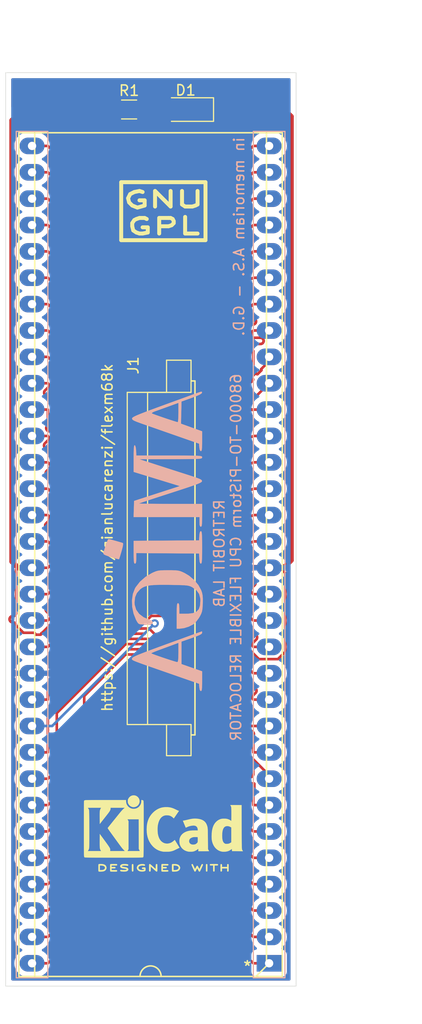
<source format=kicad_pcb>
(kicad_pcb (version 20171130) (host pcbnew 5.1.9+dfsg1-1~bpo10+1)
  (title_block (title "FLEXM68K CPU RELOCATOR FFC/FPC") (date 2021-06-27) (rev 0.2) (company "RETROBIT LAB"))
  (layers (0 F.Cu signal) (31 B.Cu signal) (34 B.Paste user) (35 F.Paste user) (36 B.SilkS user) (37 F.SilkS user) (38 B.Mask user) (39 F.Mask user) (44 Edge.Cuts user))
  (net 0 "")
  (net 1 "Net-(J1-Pad0)")
  (net 2 GND)
  (net 3 "Net-(D1-Pad2)")
  (net 4 /P1)
  (net 5 /P2)
  (net 6 /P3)
  (net 7 /P4)
  (net 8 /P5)
  (net 9 /P6)
  (net 10 /P7)
  (net 11 /P8)
  (net 12 /P9)
  (net 13 /P10)
  (net 14 /P11)
  (net 15 /P12)
  (net 16 /P13)
  (net 17 /P14)
  (net 18 /P15)
  (net 19 /P16)
  (net 20 /P17)
  (net 21 /P18)
  (net 22 /P19)
  (net 23 /P20)
  (net 24 /P21)
  (net 25 /P22)
  (net 26 /P23)
  (net 27 /P25)
  (net 28 /P26)
  (net 29 VCC)
  (net 30 /P28)
  (net 31 /P29)
  (net 32 /P30)
  (net 33 /P33)
  (net 34 /P34)
  (net 35 /P35)
  (net 36 /P36)
  (net 37 /P37)
  (net 38 /P38)
  (net 39 /P39)
  (net 40 /P40)
  (net 41 /P41)
  (net 42 /P42)
  (net 43 /P43)
  (net 44 /P44)
  (net 45 /P45)
  (net 46 /P46)
  (net 47 /P47)
  (net 48 /P48)
  (net 49 /P49)
  (net 50 /P50)
  (net 51 /P51)
  (net 52 /P52)
  (net 53 /P53)
  (net 54 /P54)
  (net 55 /P55)
  (net 56 /P56)
  (net 57 /P57)
  (net 58 /P58)
  (net 59 /P59)
  (net 60 /P60)
  (net 61 /P61)
  (net 62 /P62)
  (net 63 /P63)
  (net 64 /P64)
  (net 65 "Net-(J1-Pad65)")
  (module LED_SMD:LED_1206_3216Metric_Pad1.42x1.75mm_HandSolder (layer F.Cu) (at 153.58 63.555 180)
    (fp_text reference D1 (at 0.229999 1.854999) (layer F.SilkS))
    (fp_text value LED_Small)
    (pad 2 smd roundrect (at 1.4875 0 180) (size 1.425 1.75) (layers F.Cu F.Paste F.Mask) (roundrect_rratio 0.1754385964912281) (net 3 "Net-(D1-Pad2)"))
    (pad 1 smd roundrect (at -1.4875 0 180) (size 1.425 1.75) (layers F.Cu F.Paste F.Mask) (roundrect_rratio 0.1754385964912281) (net 2 GND))
  )
  (module Resistor_SMD:R_1206_3216Metric_Pad1.30x1.75mm_HandSolder (layer F.Cu) (at 147.9 63.55)
    (fp_text reference R1 (at 0 -1.82) (layer F.SilkS))
    (fp_text value 1K)
    (pad 2 smd roundrect (at 1.55 0) (size 1.3 1.75) (layers F.Cu F.Paste F.Mask) (roundrect_rratio 0.1923076923076923) (net 3 "Net-(D1-Pad2)"))
    (pad 1 smd roundrect (at -1.55 0) (size 1.3 1.75) (layers F.Cu F.Paste F.Mask) (roundrect_rratio 0.1923076923076923) (net 29 VCC))
  )
  (module RetroBitLab:Symbol_GNU-GPL_SilkScreen_Small (layer F.Cu) (at 151.2 73.6)
    (fp_text reference L1 hide)
    (fp_text value "GNU GPL LOGO")
  )
  (module RetroBitLab:amigaLogo_BW_31x12mm (layer B.Cu) (at 150.2 105.1 270)
    (fp_text reference L2 hide)
    (fp_text value "AMIGA LOGO" hide)
  )
  (module Symbol:KiCad-Logo2_6mm_SilkScreen (layer F.Cu) (at 151.2 132.6)
    (fp_text reference L3 hide)
    (fp_text value "KiCad Logo" hide)
  )
  (module RetroBitLab:DIP-64_W22.86mm_Socket_LongPads_Socket (layer F.Cu) (at 161.4 145.8 180)
    (fp_text reference U1)
    (fp_text value MC68000)
    (fp_text user * (at 2.1 -0.3) (layer F.SilkS))
    (pad 1 thru_hole rect (at 0 0 180) (size 2.4 1.6) (drill 0.8) (layers *.Cu *.Mask) (net 4 /P1))
    (pad 33 thru_hole oval (at 22.86 78.74 180) (size 2.4 1.6) (drill 0.8) (layers *.Cu *.Mask) (net 64 /P64))
    (pad 2 thru_hole oval (at 0 2.54 180) (size 2.4 1.6) (drill 0.8) (layers *.Cu *.Mask) (net 6 /P3))
    (pad 34 thru_hole oval (at 22.86 76.2 180) (size 2.4 1.6) (drill 0.8) (layers *.Cu *.Mask) (net 62 /P62))
    (pad 3 thru_hole oval (at 0 5.08 180) (size 2.4 1.6) (drill 0.8) (layers *.Cu *.Mask) (net 8 /P5))
    (pad 35 thru_hole oval (at 22.86 73.66 180) (size 2.4 1.6) (drill 0.8) (layers *.Cu *.Mask) (net 60 /P60))
    (pad 4 thru_hole oval (at 0 7.62 180) (size 2.4 1.6) (drill 0.8) (layers *.Cu *.Mask) (net 10 /P7))
    (pad 36 thru_hole oval (at 22.86 71.12 180) (size 2.4 1.6) (drill 0.8) (layers *.Cu *.Mask) (net 58 /P58))
    (pad 5 thru_hole oval (at 0 10.16 180) (size 2.4 1.6) (drill 0.8) (layers *.Cu *.Mask) (net 12 /P9))
    (pad 37 thru_hole oval (at 22.86 68.58 180) (size 2.4 1.6) (drill 0.8) (layers *.Cu *.Mask) (net 56 /P56))
    (pad 6 thru_hole oval (at 0 12.7 180) (size 2.4 1.6) (drill 0.8) (layers *.Cu *.Mask) (net 14 /P11))
    (pad 38 thru_hole oval (at 22.86 66.04 180) (size 2.4 1.6) (drill 0.8) (layers *.Cu *.Mask) (net 54 /P54))
    (pad 7 thru_hole oval (at 0 15.24 180) (size 2.4 1.6) (drill 0.8) (layers *.Cu *.Mask) (net 16 /P13))
    (pad 39 thru_hole oval (at 22.86 63.5 180) (size 2.4 1.6) (drill 0.8) (layers *.Cu *.Mask) (net 52 /P52))
    (pad 8 thru_hole oval (at 0 17.78 180) (size 2.4 1.6) (drill 0.8) (layers *.Cu *.Mask) (net 18 /P15))
    (pad 40 thru_hole oval (at 22.86 60.96 180) (size 2.4 1.6) (drill 0.8) (layers *.Cu *.Mask) (net 50 /P50))
    (pad 9 thru_hole oval (at 0 20.32 180) (size 2.4 1.6) (drill 0.8) (layers *.Cu *.Mask) (net 20 /P17))
    (pad 41 thru_hole oval (at 22.86 58.42 180) (size 2.4 1.6) (drill 0.8) (layers *.Cu *.Mask) (net 48 /P48))
    (pad 10 thru_hole oval (at 0 22.86 180) (size 2.4 1.6) (drill 0.8) (layers *.Cu *.Mask) (net 22 /P19))
    (pad 42 thru_hole oval (at 22.86 55.88 180) (size 2.4 1.6) (drill 0.8) (layers *.Cu *.Mask) (net 46 /P46))
    (pad 11 thru_hole oval (at 0 25.4 180) (size 2.4 1.6) (drill 0.8) (layers *.Cu *.Mask) (net 24 /P21))
    (pad 43 thru_hole oval (at 22.86 53.34 180) (size 2.4 1.6) (drill 0.8) (layers *.Cu *.Mask) (net 44 /P44))
    (pad 12 thru_hole oval (at 0 27.94 180) (size 2.4 1.6) (drill 0.8) (layers *.Cu *.Mask) (net 26 /P23))
    (pad 44 thru_hole oval (at 22.86 50.8 180) (size 2.4 1.6) (drill 0.8) (layers *.Cu *.Mask) (net 42 /P42))
    (pad 13 thru_hole oval (at 0 30.48 180) (size 2.4 1.6) (drill 0.8) (layers *.Cu *.Mask) (net 27 /P25))
    (pad 45 thru_hole oval (at 22.86 48.26 180) (size 2.4 1.6) (drill 0.8) (layers *.Cu *.Mask) (net 40 /P40))
    (pad 14 thru_hole oval (at 0 33.02 180) (size 2.4 1.6) (drill 0.8) (layers *.Cu *.Mask) (net 29 VCC))
    (pad 46 thru_hole oval (at 22.86 45.72 180) (size 2.4 1.6) (drill 0.8) (layers *.Cu *.Mask) (net 38 /P38))
    (pad 15 thru_hole oval (at 0 35.56 180) (size 2.4 1.6) (drill 0.8) (layers *.Cu *.Mask) (net 31 /P29))
    (pad 47 thru_hole oval (at 22.86 43.18 180) (size 2.4 1.6) (drill 0.8) (layers *.Cu *.Mask) (net 36 /P36))
    (pad 16 thru_hole oval (at 0 38.1 180) (size 2.4 1.6) (drill 0.8) (layers *.Cu *.Mask) (net 2 GND))
    (pad 48 thru_hole oval (at 22.86 40.64 180) (size 2.4 1.6) (drill 0.8) (layers *.Cu *.Mask) (net 34 /P34))
    (pad 17 thru_hole oval (at 0 40.64 180) (size 2.4 1.6) (drill 0.8) (layers *.Cu *.Mask) (net 33 /P33))
    (pad 49 thru_hole oval (at 22.86 38.1 180) (size 2.4 1.6) (drill 0.8) (layers *.Cu *.Mask) (net 29 VCC))
    (pad 18 thru_hole oval (at 0 43.18 180) (size 2.4 1.6) (drill 0.8) (layers *.Cu *.Mask) (net 35 /P35))
    (pad 50 thru_hole oval (at 22.86 35.56 180) (size 2.4 1.6) (drill 0.8) (layers *.Cu *.Mask) (net 32 /P30))
    (pad 19 thru_hole oval (at 0 45.72 180) (size 2.4 1.6) (drill 0.8) (layers *.Cu *.Mask) (net 37 /P37))
    (pad 51 thru_hole oval (at 22.86 33.02 180) (size 2.4 1.6) (drill 0.8) (layers *.Cu *.Mask) (net 30 /P28))
    (pad 20 thru_hole oval (at 0 48.26 180) (size 2.4 1.6) (drill 0.8) (layers *.Cu *.Mask) (net 39 /P39))
    (pad 52 thru_hole oval (at 22.86 30.48 180) (size 2.4 1.6) (drill 0.8) (layers *.Cu *.Mask) (net 28 /P26))
    (pad 21 thru_hole oval (at 0 50.8 180) (size 2.4 1.6) (drill 0.8) (layers *.Cu *.Mask) (net 41 /P41))
    (pad 53 thru_hole oval (at 22.86 27.94 180) (size 2.4 1.6) (drill 0.8) (layers *.Cu *.Mask) (net 2 GND))
    (pad 22 thru_hole oval (at 0 53.34 180) (size 2.4 1.6) (drill 0.8) (layers *.Cu *.Mask) (net 43 /P43))
    (pad 54 thru_hole oval (at 22.86 25.4 180) (size 2.4 1.6) (drill 0.8) (layers *.Cu *.Mask) (net 25 /P22))
    (pad 23 thru_hole oval (at 0 55.88 180) (size 2.4 1.6) (drill 0.8) (layers *.Cu *.Mask) (net 45 /P45))
    (pad 55 thru_hole oval (at 22.86 22.86 180) (size 2.4 1.6) (drill 0.8) (layers *.Cu *.Mask) (net 23 /P20))
    (pad 24 thru_hole oval (at 0 58.42 180) (size 2.4 1.6) (drill 0.8) (layers *.Cu *.Mask) (net 47 /P47))
    (pad 56 thru_hole oval (at 22.86 20.32 180) (size 2.4 1.6) (drill 0.8) (layers *.Cu *.Mask) (net 21 /P18))
    (pad 25 thru_hole oval (at 0 60.96 180) (size 2.4 1.6) (drill 0.8) (layers *.Cu *.Mask) (net 49 /P49))
    (pad 57 thru_hole oval (at 22.86 17.78 180) (size 2.4 1.6) (drill 0.8) (layers *.Cu *.Mask) (net 19 /P16))
    (pad 26 thru_hole oval (at 0 63.5 180) (size 2.4 1.6) (drill 0.8) (layers *.Cu *.Mask) (net 51 /P51))
    (pad 58 thru_hole oval (at 22.86 15.24 180) (size 2.4 1.6) (drill 0.8) (layers *.Cu *.Mask) (net 17 /P14))
    (pad 27 thru_hole oval (at 0 66.04 180) (size 2.4 1.6) (drill 0.8) (layers *.Cu *.Mask) (net 53 /P53))
    (pad 59 thru_hole oval (at 22.86 12.7 180) (size 2.4 1.6) (drill 0.8) (layers *.Cu *.Mask) (net 15 /P12))
    (pad 28 thru_hole oval (at 0 68.58 180) (size 2.4 1.6) (drill 0.8) (layers *.Cu *.Mask) (net 55 /P55))
    (pad 60 thru_hole oval (at 22.86 10.16 180) (size 2.4 1.6) (drill 0.8) (layers *.Cu *.Mask) (net 13 /P10))
    (pad 29 thru_hole oval (at 0 71.12 180) (size 2.4 1.6) (drill 0.8) (layers *.Cu *.Mask) (net 57 /P57))
    (pad 61 thru_hole oval (at 22.86 7.62 180) (size 2.4 1.6) (drill 0.8) (layers *.Cu *.Mask) (net 11 /P8))
    (pad 30 thru_hole oval (at 0 73.66 180) (size 2.4 1.6) (drill 0.8) (layers *.Cu *.Mask) (net 59 /P59))
    (pad 62 thru_hole oval (at 22.86 5.08 180) (size 2.4 1.6) (drill 0.8) (layers *.Cu *.Mask) (net 9 /P6))
    (pad 31 thru_hole oval (at 0 76.2 180) (size 2.4 1.6) (drill 0.8) (layers *.Cu *.Mask) (net 61 /P61))
    (pad 63 thru_hole oval (at 22.86 2.54 180) (size 2.4 1.6) (drill 0.8) (layers *.Cu *.Mask) (net 7 /P4))
    (pad 32 thru_hole oval (at 0 78.74 180) (size 2.4 1.6) (drill 0.8) (layers *.Cu *.Mask) (net 63 /P63))
    (pad 64 thru_hole oval (at 22.86 0 180) (size 2.4 1.6) (drill 0.8) (layers *.Cu *.Mask) (net 5 /P2))
  )
  (module RetroBitLab:FPC_64 (layer F.Cu) (at 148.7 106.8 90)
    (fp_text reference J1 (at 18.6 -0.4 90) (layer F.SilkS))
    (fp_text value FPC-FFC-64)
    (pad 1 smd rect (at -15.75 0 90) (size 0.25 1.6) (layers F.Cu F.Paste F.Mask) (net 4 /P1))
    (pad 2 smd rect (at -15.25 0 90) (size 0.25 1.6) (layers F.Cu F.Paste F.Mask) (net 5 /P2))
    (pad 3 smd rect (at -14.75 0 90) (size 0.25 1.6) (layers F.Cu F.Paste F.Mask) (net 6 /P3))
    (pad 4 smd rect (at -14.25 0 90) (size 0.25 1.6) (layers F.Cu F.Paste F.Mask) (net 7 /P4))
    (pad 5 smd rect (at -13.75 0 90) (size 0.25 1.6) (layers F.Cu F.Paste F.Mask) (net 8 /P5))
    (pad 6 smd rect (at -13.25 0 90) (size 0.25 1.6) (layers F.Cu F.Paste F.Mask) (net 9 /P6))
    (pad 7 smd rect (at -12.75 0 90) (size 0.25 1.6) (layers F.Cu F.Paste F.Mask) (net 10 /P7))
    (pad 8 smd rect (at -12.25 0 90) (size 0.25 1.6) (layers F.Cu F.Paste F.Mask) (net 11 /P8))
    (pad 9 smd rect (at -11.75 0 90) (size 0.25 1.6) (layers F.Cu F.Paste F.Mask) (net 12 /P9))
    (pad 10 smd rect (at -11.25 0 90) (size 0.25 1.6) (layers F.Cu F.Paste F.Mask) (net 13 /P10))
    (pad 11 smd rect (at -10.75 0 90) (size 0.25 1.6) (layers F.Cu F.Paste F.Mask) (net 14 /P11))
    (pad 12 smd rect (at -10.25 0 90) (size 0.25 1.6) (layers F.Cu F.Paste F.Mask) (net 15 /P12))
    (pad 13 smd rect (at -9.75 0 90) (size 0.25 1.6) (layers F.Cu F.Paste F.Mask) (net 16 /P13))
    (pad 14 smd rect (at -9.25 0 90) (size 0.25 1.6) (layers F.Cu F.Paste F.Mask) (net 17 /P14))
    (pad 15 smd rect (at -8.75 0 90) (size 0.25 1.6) (layers F.Cu F.Paste F.Mask) (net 18 /P15))
    (pad 16 smd rect (at -8.25 0 90) (size 0.25 1.6) (layers F.Cu F.Paste F.Mask) (net 19 /P16))
    (pad 17 smd rect (at -7.75 0 90) (size 0.25 1.6) (layers F.Cu F.Paste F.Mask) (net 20 /P17))
    (pad 18 smd rect (at -7.25 0 90) (size 0.25 1.6) (layers F.Cu F.Paste F.Mask) (net 21 /P18))
    (pad 19 smd rect (at -6.75 0 90) (size 0.25 1.6) (layers F.Cu F.Paste F.Mask) (net 22 /P19))
    (pad 20 smd rect (at -6.25 0 90) (size 0.25 1.6) (layers F.Cu F.Paste F.Mask) (net 23 /P20))
    (pad 21 smd rect (at -5.75 0 90) (size 0.25 1.6) (layers F.Cu F.Paste F.Mask) (net 24 /P21))
    (pad 22 smd rect (at -5.25 0 90) (size 0.25 1.6) (layers F.Cu F.Paste F.Mask) (net 25 /P22))
    (pad 23 smd rect (at -4.75 0 90) (size 0.25 1.6) (layers F.Cu F.Paste F.Mask) (net 26 /P23))
    (pad 24 smd rect (at -4.25 0 90) (size 0.25 1.6) (layers F.Cu F.Paste F.Mask) (net 2 GND))
    (pad 25 smd rect (at -3.75 0 90) (size 0.25 1.6) (layers F.Cu F.Paste F.Mask) (net 27 /P25))
    (pad 26 smd rect (at -3.25 0 90) (size 0.25 1.6) (layers F.Cu F.Paste F.Mask) (net 28 /P26))
    (pad 27 smd rect (at -2.75 0 90) (size 0.25 1.6) (layers F.Cu F.Paste F.Mask) (net 29 VCC))
    (pad 28 smd rect (at -2.25 0 90) (size 0.25 1.6) (layers F.Cu F.Paste F.Mask) (net 30 /P28))
    (pad 29 smd rect (at -1.75 0 90) (size 0.25 1.6) (layers F.Cu F.Paste F.Mask) (net 31 /P29))
    (pad 30 smd rect (at -1.25 0 90) (size 0.25 1.6) (layers F.Cu F.Paste F.Mask) (net 32 /P30))
    (pad 31 smd rect (at -0.75 0 90) (size 0.25 1.6) (layers F.Cu F.Paste F.Mask) (net 2 GND))
    (pad 32 smd rect (at -0.25 0 90) (size 0.25 1.6) (layers F.Cu F.Paste F.Mask) (net 29 VCC))
    (pad 33 smd rect (at 0.25 0 90) (size 0.25 1.6) (layers F.Cu F.Paste F.Mask) (net 33 /P33))
    (pad 34 smd rect (at 0.75 0 90) (size 0.25 1.6) (layers F.Cu F.Paste F.Mask) (net 34 /P34))
    (pad 35 smd rect (at 1.25 0 90) (size 0.25 1.6) (layers F.Cu F.Paste F.Mask) (net 35 /P35))
    (pad 36 smd rect (at 1.75 0 90) (size 0.25 1.6) (layers F.Cu F.Paste F.Mask) (net 36 /P36))
    (pad 37 smd rect (at 2.25 0 90) (size 0.25 1.6) (layers F.Cu F.Paste F.Mask) (net 37 /P37))
    (pad 38 smd rect (at 2.75 0 90) (size 0.25 1.6) (layers F.Cu F.Paste F.Mask) (net 38 /P38))
    (pad 39 smd rect (at 3.25 0 90) (size 0.25 1.6) (layers F.Cu F.Paste F.Mask) (net 39 /P39))
    (pad 40 smd rect (at 3.75 0 90) (size 0.25 1.6) (layers F.Cu F.Paste F.Mask) (net 40 /P40))
    (pad 41 smd rect (at 4.25 0 90) (size 0.25 1.6) (layers F.Cu F.Paste F.Mask) (net 41 /P41))
    (pad 42 smd rect (at 4.75 0 90) (size 0.25 1.6) (layers F.Cu F.Paste F.Mask) (net 42 /P42))
    (pad 43 smd rect (at 5.25 0 90) (size 0.25 1.6) (layers F.Cu F.Paste F.Mask) (net 43 /P43))
    (pad 44 smd rect (at 5.75 0 90) (size 0.25 1.6) (layers F.Cu F.Paste F.Mask) (net 44 /P44))
    (pad 45 smd rect (at 6.25 0 90) (size 0.25 1.6) (layers F.Cu F.Paste F.Mask) (net 45 /P45))
    (pad 46 smd rect (at 6.75 0 90) (size 0.25 1.6) (layers F.Cu F.Paste F.Mask) (net 46 /P46))
    (pad 47 smd rect (at 7.25 0 90) (size 0.25 1.6) (layers F.Cu F.Paste F.Mask) (net 47 /P47))
    (pad 48 smd rect (at 7.75 0 90) (size 0.25 1.6) (layers F.Cu F.Paste F.Mask) (net 48 /P48))
    (pad 49 smd rect (at 8.25 0 90) (size 0.25 1.6) (layers F.Cu F.Paste F.Mask) (net 49 /P49))
    (pad 50 smd rect (at 8.75 0 90) (size 0.25 1.6) (layers F.Cu F.Paste F.Mask) (net 50 /P50))
    (pad 51 smd rect (at 9.25 0 90) (size 0.25 1.6) (layers F.Cu F.Paste F.Mask) (net 51 /P51))
    (pad 52 smd rect (at 9.75 0 90) (size 0.25 1.6) (layers F.Cu F.Paste F.Mask) (net 52 /P52))
    (pad 53 smd rect (at 10.25 0 90) (size 0.25 1.6) (layers F.Cu F.Paste F.Mask) (net 53 /P53))
    (pad 54 smd rect (at 10.75 0 90) (size 0.25 1.6) (layers F.Cu F.Paste F.Mask) (net 54 /P54))
    (pad 55 smd rect (at 11.25 0 90) (size 0.25 1.6) (layers F.Cu F.Paste F.Mask) (net 55 /P55))
    (pad 56 smd rect (at 11.75 0 90) (size 0.25 1.6) (layers F.Cu F.Paste F.Mask) (net 56 /P56))
    (pad 57 smd rect (at 12.25 0 90) (size 0.25 1.6) (layers F.Cu F.Paste F.Mask) (net 57 /P57))
    (pad 58 smd rect (at 12.75 0 90) (size 0.25 1.6) (layers F.Cu F.Paste F.Mask) (net 58 /P58))
    (pad 59 smd rect (at 13.25 0 90) (size 0.25 1.6) (layers F.Cu F.Paste F.Mask) (net 59 /P59))
    (pad 60 smd rect (at 13.75 0 90) (size 0.25 1.6) (layers F.Cu F.Paste F.Mask) (net 60 /P60))
    (pad 61 smd rect (at 14.25 0 90) (size 0.25 1.6) (layers F.Cu F.Paste F.Mask) (net 61 /P61))
    (pad 62 smd rect (at 14.75 0 90) (size 0.25 1.6) (layers F.Cu F.Paste F.Mask) (net 62 /P62))
    (pad 63 smd rect (at 15.25 0 90) (size 0.25 1.6) (layers F.Cu F.Paste F.Mask) (net 63 /P63))
    (pad 64 smd rect (at 15.75 0 90) (size 0.25 1.6) (layers F.Cu F.Paste F.Mask) (net 64 /P64))
    (pad 0 smd rect (at -17.95 4.05 90) (size 1.8 2) (layers F.Cu F.Paste F.Mask) (net 1 "Net-(J1-Pad0)"))
    (pad 65 smd rect (at 18.05 4.05 90) (size 1.8 2) (layers F.Cu F.Paste F.Mask) (net 65 "Net-(J1-Pad65)"))
  )
  (gr_line (start 137 148) (end 136 148) (layer Edge.Cuts) (width 0.05))
  (gr_line (start 137 60) (end 136 60) (layer Edge.Cuts) (width 0.05))
  (gr_line (start 164 148) (end 164 60) (layer Edge.Cuts) (width 0.05))
  (gr_line (start 137 148) (end 164 148) (layer Edge.Cuts) (width 0.05))
  (gr_line (start 136 60) (end 136 148) (layer Edge.Cuts) (width 0.05))
  (gr_line (start 164 60) (end 137 60) (layer Edge.Cuts) (width 0.05))
  (gr_text "RETROBIT LAB \n68000-TO-PiStorm CPU FLEXIBLE RELOCATOR" (at 157.4 106.7 90) (layer B.SilkS) (effects (font (size 1 1)) (justify mirror)))
  (gr_text https://github.com/gianlucarenzi/flexm68k (at 145.8 104.8 90) (layer F.SilkS) (effects (font (size 1 1))))
  (gr_text "in memoriam A.S. - G.D." (at 158.5 75.8 90) (layer B.SilkS) (effects (font (size 1 1)) (justify mirror)))
  (segment (start 161.925 107.7) (end 161.775 107.55) (width 0.25) (layer F.Cu) (net 2))
  (segment (start 161.775 107.55) (end 148.7 107.55) (width 0.25) (layer F.Cu) (net 2))
  (segment (start 161.925 107.7) (end 161.4 107.7) (width 0.5) (layer F.Cu) (net 2))
  (segment (start 162.45 107.7) (end 161.925 107.7) (width 0.5) (layer F.Cu) (net 2))
  (segment (start 162.45 107.7) (end 162.9521 108.2021) (width 0.25) (layer F.Cu) (net 2))
  (segment (start 162.9521 108.2021) (end 162.9521 115.7913) (width 0.25) (layer F.Cu) (net 2))
  (segment (start 162.9521 115.7913) (end 162.2446 116.4988) (width 0.25) (layer F.Cu) (net 2))
  (segment (start 162.2446 116.4988) (end 160.4166 116.4988) (width 0.25) (layer F.Cu) (net 2))
  (segment (start 160.4166 116.4988) (end 154.9678 111.05) (width 0.25) (layer F.Cu) (net 2))
  (segment (start 154.9678 111.05) (end 148.7 111.05) (width 0.25) (layer F.Cu) (net 2))
  (segment (start 155.068 63.555) (end 162.855 63.555) (width 0.5) (layer F.Cu) (net 2))
  (segment (start 162.855 63.555) (end 163.525 64.225) (width 0.5) (layer F.Cu) (net 2))
  (segment (start 163.525 64.225) (end 163.525 106.975) (width 0.5) (layer F.Cu) (net 2))
  (segment (start 163.525 106.975) (end 162.8 107.7) (width 0.5) (layer F.Cu) (net 2))
  (segment (start 162.8 107.7) (end 162.45 107.7) (width 0.5) (layer F.Cu) (net 2))
  (segment (start 155.068 63.555) (end 155.0675 63.555) (width 0.25) (layer F.Cu) (net 2))
  (segment (start 146.215488 111.688806) (end 146.24575 111.674233) (width 0.25) (layer F.Cu) (net 2))
  (segment (start 146.18274 111.696281) (end 146.215488 111.688806) (width 0.25) (layer F.Cu) (net 2))
  (segment (start 146.149152 111.69628) (end 146.18274 111.696281) (width 0.25) (layer F.Cu) (net 2))
  (segment (start 146.116404 111.688807) (end 146.149152 111.69628) (width 0.25) (layer F.Cu) (net 2))
  (segment (start 145.937019 111.610299) (end 145.970607 111.6103) (width 0.25) (layer F.Cu) (net 2))
  (segment (start 145.904271 111.617774) (end 145.937019 111.610299) (width 0.25) (layer F.Cu) (net 2))
  (segment (start 145.874009 111.632347) (end 145.904271 111.617774) (width 0.25) (layer F.Cu) (net 2))
  (segment (start 145.847747 111.65329) (end 145.874009 111.632347) (width 0.25) (layer F.Cu) (net 2))
  (segment (start 145.635615 111.865421) (end 145.847747 111.65329) (width 0.25) (layer F.Cu) (net 2))
  (segment (start 145.614673 111.891683) (end 145.635615 111.865421) (width 0.25) (layer F.Cu) (net 2))
  (segment (start 145.600098 111.921947) (end 145.614673 111.891683) (width 0.25) (layer F.Cu) (net 2))
  (segment (start 145.592625 111.954693) (end 145.600098 111.921947) (width 0.25) (layer F.Cu) (net 2))
  (segment (start 145.600099 112.021029) (end 145.592624 111.988283) (width 0.25) (layer F.Cu) (net 2))
  (segment (start 145.614672 112.051293) (end 145.600099 112.021029) (width 0.25) (layer F.Cu) (net 2))
  (segment (start 145.635615 112.077553) (end 145.614672 112.051293) (width 0.25) (layer F.Cu) (net 2))
  (segment (start 146.101764 112.873558) (end 146.130911 112.813032) (width 0.25) (layer F.Cu) (net 2))
  (segment (start 146.059879 112.926081) (end 146.101764 112.873558) (width 0.25) (layer F.Cu) (net 2))
  (segment (start 145.881336 113.012062) (end 145.94683 112.997114) (width 0.25) (layer F.Cu) (net 2))
  (segment (start 145.814157 113.012062) (end 145.881336 113.012062) (width 0.25) (layer F.Cu) (net 2))
  (segment (start 146.8753 111.05) (end 147.862809 111.05) (width 0.25) (layer F.Cu) (net 2))
  (segment (start 143.461775 115.513547) (end 143.514298 115.471662) (width 0.25) (layer F.Cu) (net 2))
  (segment (start 144.751572 112.869556) (end 144.744097 112.83681) (width 0.25) (layer F.Cu) (net 2))
  (segment (start 143.268576 115.557643) (end 143.335755 115.557643) (width 0.25) (layer F.Cu) (net 2))
  (segment (start 140.86265 117.06265) (end 140.915172 117.020764) (width 0.25) (layer F.Cu) (net 2))
  (segment (start 142.559705 114.941332) (end 143.090034 115.471662) (width 0.25) (layer F.Cu) (net 2))
  (segment (start 144.207217 113.314828) (end 144.239965 113.307353) (width 0.25) (layer F.Cu) (net 2))
  (segment (start 142.064408 115.054381) (end 142.093556 114.993854) (width 0.25) (layer F.Cu) (net 2))
  (segment (start 141.041192 116.976668) (end 141.108371 116.976668) (width 0.25) (layer F.Cu) (net 2))
  (segment (start 145.253237 113.722085) (end 145.282384 113.661559) (width 0.25) (layer F.Cu) (net 2))
  (segment (start 142.248489 114.8703) (end 142.313984 114.85535) (width 0.25) (layer F.Cu) (net 2))
  (segment (start 146.086142 111.674232) (end 146.116404 111.688807) (width 0.25) (layer F.Cu) (net 2))
  (segment (start 143.917618 113.748347) (end 143.903045 113.718083) (width 0.25) (layer F.Cu) (net 2))
  (segment (start 142.707656 115.948447) (end 142.665771 115.895924) (width 0.25) (layer F.Cu) (net 2))
  (segment (start 144.273553 113.307354) (end 144.306301 113.314827) (width 0.25) (layer F.Cu) (net 2))
  (segment (start 142.294029 116.362074) (end 142.354555 116.391222) (width 0.25) (layer F.Cu) (net 2))
  (segment (start 143.89557 113.685337) (end 143.895571 113.651747) (width 0.25) (layer F.Cu) (net 2))
  (segment (start 142.751752 116.141646) (end 142.751752 116.074467) (width 0.25) (layer F.Cu) (net 2))
  (segment (start 142.093556 114.993854) (end 142.135441 114.941331) (width 0.25) (layer F.Cu) (net 2))
  (segment (start 142.093555 115.313074) (end 142.064409 115.252547) (width 0.25) (layer F.Cu) (net 2))
  (segment (start 142.665771 116.320189) (end 142.707656 116.267666) (width 0.25) (layer F.Cu) (net 2))
  (segment (start 146.007356 112.967966) (end 146.059879 112.926081) (width 0.25) (layer F.Cu) (net 2))
  (segment (start 142.487228 116.40617) (end 142.552722 116.391222) (width 0.25) (layer F.Cu) (net 2))
  (segment (start 146.059879 112.501816) (end 145.635615 112.077553) (width 0.25) (layer F.Cu) (net 2))
  (segment (start 142.313984 114.85535) (end 142.381162 114.855351) (width 0.25) (layer F.Cu) (net 2))
  (segment (start 142.552722 116.391222) (end 142.613248 116.362074) (width 0.25) (layer F.Cu) (net 2))
  (segment (start 142.187964 114.899446) (end 142.248489 114.8703) (width 0.25) (layer F.Cu) (net 2))
  (segment (start 142.420049 116.40617) (end 142.487228 116.40617) (width 0.25) (layer F.Cu) (net 2))
  (segment (start 142.613248 116.362074) (end 142.665771 116.320189) (width 0.25) (layer F.Cu) (net 2))
  (segment (start 144.239965 113.307353) (end 144.273553 113.307354) (width 0.25) (layer F.Cu) (net 2))
  (segment (start 145.970607 111.6103) (end 146.003355 111.617773) (width 0.25) (layer F.Cu) (net 2))
  (segment (start 141.781889 115.86057) (end 142.241507 116.320189) (width 0.25) (layer F.Cu) (net 2))
  (segment (start 144.249776 114.694168) (end 144.310302 114.66502) (width 0.25) (layer F.Cu) (net 2))
  (segment (start 141.746874 115.832647) (end 141.781889 115.86057) (width 0.25) (layer F.Cu) (net 2))
  (segment (start 141.499047 115.860569) (end 141.534062 115.832646) (width 0.25) (layer F.Cu) (net 2))
  (segment (start 142.446657 114.870299) (end 142.507182 114.899447) (width 0.25) (layer F.Cu) (net 2))
  (segment (start 141.329701 116.037006) (end 141.357624 116.001991) (width 0.25) (layer F.Cu) (net 2))
  (segment (start 141.357624 116.001991) (end 141.499047 115.860569) (width 0.25) (layer F.Cu) (net 2))
  (segment (start 146.003355 111.617773) (end 146.033617 111.632348) (width 0.25) (layer F.Cu) (net 2))
  (segment (start 144.362825 114.19887) (end 143.938561 113.774607) (width 0.25) (layer F.Cu) (net 2))
  (segment (start 142.751752 116.074467) (end 142.736803 116.008973) (width 0.25) (layer F.Cu) (net 2))
  (segment (start 143.903044 113.619001) (end 143.917619 113.588737) (width 0.25) (layer F.Cu) (net 2))
  (segment (start 141.31027 116.077356) (end 141.329701 116.037006) (width 0.25) (layer F.Cu) (net 2))
  (segment (start 141.571522 117.254697) (end 141.638701 117.254697) (width 0.25) (layer F.Cu) (net 2))
  (segment (start 144.150693 113.350344) (end 144.176955 113.329401) (width 0.25) (layer F.Cu) (net 2))
  (segment (start 142.04946 115.119874) (end 142.064408 115.054381) (width 0.25) (layer F.Cu) (net 2))
  (segment (start 142.241507 116.320189) (end 142.294029 116.362074) (width 0.25) (layer F.Cu) (net 2))
  (segment (start 143.58533 115.160446) (end 143.556183 115.09992) (width 0.25) (layer F.Cu) (net 2))
  (segment (start 142.736803 116.20714) (end 142.751752 116.141646) (width 0.25) (layer F.Cu) (net 2))
  (segment (start 141.173865 116.991617) (end 141.234391 117.020764) (width 0.25) (layer F.Cu) (net 2))
  (segment (start 143.047044 114.500274) (end 143.054517 114.467528) (width 0.25) (layer F.Cu) (net 2))
  (segment (start 145.154828 112.4663) (end 145.18509 112.480875) (width 0.25) (layer F.Cu) (net 2))
  (segment (start 141.704195 117.239748) (end 141.764721 117.210601) (width 0.25) (layer F.Cu) (net 2))
  (segment (start 141.108371 116.976668) (end 141.173865 116.991617) (width 0.25) (layer F.Cu) (net 2))
  (segment (start 141.66286 115.803249) (end 141.706524 115.813214) (width 0.25) (layer F.Cu) (net 2))
  (segment (start 141.534062 115.832646) (end 141.574412 115.813214) (width 0.25) (layer F.Cu) (net 2))
  (segment (start 141.638701 117.254697) (end 141.704195 117.239748) (width 0.25) (layer F.Cu) (net 2))
  (segment (start 146.14586 112.680359) (end 146.130911 112.614865) (width 0.25) (layer F.Cu) (net 2))
  (segment (start 143.457774 114.163354) (end 143.488036 114.177929) (width 0.25) (layer F.Cu) (net 2))
  (segment (start 141.31027 116.209468) (end 141.300303 116.165806) (width 0.25) (layer F.Cu) (net 2))
  (segment (start 141.300303 116.165806) (end 141.300303 116.12102) (width 0.25) (layer F.Cu) (net 2))
  (segment (start 143.142556 115.513547) (end 143.203082 115.542695) (width 0.25) (layer F.Cu) (net 2))
  (segment (start 141.445502 117.210601) (end 141.506028 117.239748) (width 0.25) (layer F.Cu) (net 2))
  (segment (start 146.101764 112.554339) (end 146.059879 112.501816) (width 0.25) (layer F.Cu) (net 2))
  (segment (start 142.665771 115.895924) (end 142.135441 115.365595) (width 0.25) (layer F.Cu) (net 2))
  (segment (start 143.514298 114.198871) (end 143.938561 114.623135) (width 0.25) (layer F.Cu) (net 2))
  (segment (start 141.903225 116.990173) (end 141.903225 116.922994) (width 0.25) (layer F.Cu) (net 2))
  (segment (start 143.090034 115.471662) (end 143.142556 115.513547) (width 0.25) (layer F.Cu) (net 2))
  (segment (start 142.507182 114.899447) (end 142.559705 114.941332) (width 0.25) (layer F.Cu) (net 2))
  (segment (start 141.817244 116.744451) (end 141.357625 116.284833) (width 0.25) (layer F.Cu) (net 2))
  (segment (start 141.234391 117.020764) (end 141.286914 117.06265) (width 0.25) (layer F.Cu) (net 2))
  (segment (start 144.362825 113.350344) (end 144.787088 113.774608) (width 0.25) (layer F.Cu) (net 2))
  (segment (start 142.381162 114.855351) (end 142.446657 114.870299) (width 0.25) (layer F.Cu) (net 2))
  (segment (start 143.203082 115.542695) (end 143.268576 115.557643) (width 0.25) (layer F.Cu) (net 2))
  (segment (start 141.888276 116.8575) (end 141.859129 116.796974) (width 0.25) (layer F.Cu) (net 2))
  (segment (start 143.401249 115.542695) (end 143.461775 115.513547) (width 0.25) (layer F.Cu) (net 2))
  (segment (start 141.506028 117.239748) (end 141.571522 117.254697) (width 0.25) (layer F.Cu) (net 2))
  (segment (start 145.94683 112.997114) (end 146.007356 112.967966) (width 0.25) (layer F.Cu) (net 2))
  (segment (start 138.54 117.86) (end 140.0653 117.86) (width 0.25) (layer F.Cu) (net 2))
  (segment (start 145.032809 113.860589) (end 145.098303 113.845641) (width 0.25) (layer F.Cu) (net 2))
  (segment (start 141.618074 115.803249) (end 141.66286 115.803249) (width 0.25) (layer F.Cu) (net 2))
  (segment (start 141.39298 117.168716) (end 141.445502 117.210601) (width 0.25) (layer F.Cu) (net 2))
  (segment (start 144.362825 114.623135) (end 144.40471 114.570612) (width 0.25) (layer F.Cu) (net 2))
  (segment (start 144.787088 112.92608) (end 144.766145 112.89982) (width 0.25) (layer F.Cu) (net 2))
  (segment (start 141.859129 117.116193) (end 141.888276 117.055667) (width 0.25) (layer F.Cu) (net 2))
  (segment (start 140.975698 116.991617) (end 141.041192 116.976668) (width 0.25) (layer F.Cu) (net 2))
  (segment (start 144.336563 113.329402) (end 144.362825 113.350344) (width 0.25) (layer F.Cu) (net 2))
  (segment (start 140.0653 117.86) (end 140.86265 117.06265) (width 0.25) (layer F.Cu) (net 2))
  (segment (start 141.764721 117.210601) (end 141.817244 117.168716) (width 0.25) (layer F.Cu) (net 2))
  (segment (start 141.817244 117.168716) (end 141.859129 117.116193) (width 0.25) (layer F.Cu) (net 2))
  (segment (start 142.135441 115.365595) (end 142.093555 115.313074) (width 0.25) (layer F.Cu) (net 2))
  (segment (start 141.706524 115.813214) (end 141.746874 115.832647) (width 0.25) (layer F.Cu) (net 2))
  (segment (start 141.888276 117.055667) (end 141.903225 116.990173) (width 0.25) (layer F.Cu) (net 2))
  (segment (start 147.862809 111.05) (end 148.7 111.05) (width 0.25) (layer F.Cu) (net 2))
  (segment (start 143.514298 115.471662) (end 143.556183 115.419139) (width 0.25) (layer F.Cu) (net 2))
  (segment (start 146.130911 112.614865) (end 146.101764 112.554339) (width 0.25) (layer F.Cu) (net 2))
  (segment (start 143.488036 114.177929) (end 143.514298 114.198871) (width 0.25) (layer F.Cu) (net 2))
  (segment (start 141.903225 116.922994) (end 141.888276 116.8575) (width 0.25) (layer F.Cu) (net 2))
  (segment (start 141.859129 116.796974) (end 141.817244 116.744451) (width 0.25) (layer F.Cu) (net 2))
  (segment (start 146.272013 111.653289) (end 146.8753 111.05) (width 0.25) (layer F.Cu) (net 2))
  (segment (start 143.938561 113.562475) (end 144.150693 113.350344) (width 0.25) (layer F.Cu) (net 2))
  (segment (start 143.069092 114.437264) (end 143.090034 114.411002) (width 0.25) (layer F.Cu) (net 2))
  (segment (start 145.211352 112.501817) (end 145.635615 112.926081) (width 0.25) (layer F.Cu) (net 2))
  (segment (start 145.098303 113.845641) (end 145.158829 113.816493) (width 0.25) (layer F.Cu) (net 2))
  (segment (start 142.707656 116.267666) (end 142.736803 116.20714) (width 0.25) (layer F.Cu) (net 2))
  (segment (start 141.357625 116.284833) (end 141.329702 116.249818) (width 0.25) (layer F.Cu) (net 2))
  (segment (start 144.433857 114.510086) (end 144.448806 114.444592) (width 0.25) (layer F.Cu) (net 2))
  (segment (start 142.135441 114.941331) (end 142.187964 114.899446) (width 0.25) (layer F.Cu) (net 2))
  (segment (start 141.574412 115.813214) (end 141.618074 115.803249) (width 0.25) (layer F.Cu) (net 2))
  (segment (start 144.448806 114.377413) (end 144.433857 114.311919) (width 0.25) (layer F.Cu) (net 2))
  (segment (start 142.354555 116.391222) (end 142.420049 116.40617) (width 0.25) (layer F.Cu) (net 2))
  (segment (start 143.556183 115.419139) (end 143.58533 115.358613) (width 0.25) (layer F.Cu) (net 2))
  (segment (start 144.744098 112.80322) (end 144.751571 112.770474) (width 0.25) (layer F.Cu) (net 2))
  (segment (start 143.600279 115.293119) (end 143.600279 115.22594) (width 0.25) (layer F.Cu) (net 2))
  (segment (start 143.556183 115.09992) (end 143.514298 115.047397) (width 0.25) (layer F.Cu) (net 2))
  (segment (start 145.025482 112.480874) (end 145.055744 112.466301) (width 0.25) (layer F.Cu) (net 2))
  (segment (start 143.090034 114.623134) (end 143.069091 114.596874) (width 0.25) (layer F.Cu) (net 2))
  (segment (start 143.054518 114.56661) (end 143.047043 114.533864) (width 0.25) (layer F.Cu) (net 2))
  (segment (start 144.306301 113.314827) (end 144.336563 113.329402) (width 0.25) (layer F.Cu) (net 2))
  (segment (start 143.090034 114.411002) (end 143.302166 114.198871) (width 0.25) (layer F.Cu) (net 2))
  (segment (start 143.302166 114.198871) (end 143.328428 114.177928) (width 0.25) (layer F.Cu) (net 2))
  (segment (start 144.787088 113.774608) (end 144.83961 113.816493) (width 0.25) (layer F.Cu) (net 2))
  (segment (start 143.328428 114.177928) (end 143.35869 114.163355) (width 0.25) (layer F.Cu) (net 2))
  (segment (start 144.83961 113.816493) (end 144.900136 113.845641) (width 0.25) (layer F.Cu) (net 2))
  (segment (start 143.35869 114.163355) (end 143.391438 114.15588) (width 0.25) (layer F.Cu) (net 2))
  (segment (start 144.900136 113.845641) (end 144.96563 113.860589) (width 0.25) (layer F.Cu) (net 2))
  (segment (start 146.130911 112.813032) (end 146.14586 112.747538) (width 0.25) (layer F.Cu) (net 2))
  (segment (start 143.391438 114.15588) (end 143.425026 114.155881) (width 0.25) (layer F.Cu) (net 2))
  (segment (start 146.14586 112.747538) (end 146.14586 112.680359) (width 0.25) (layer F.Cu) (net 2))
  (segment (start 143.425026 114.155881) (end 143.457774 114.163354) (width 0.25) (layer F.Cu) (net 2))
  (segment (start 143.938561 114.623135) (end 143.991083 114.66502) (width 0.25) (layer F.Cu) (net 2))
  (segment (start 143.991083 114.66502) (end 144.051609 114.694168) (width 0.25) (layer F.Cu) (net 2))
  (segment (start 145.688137 112.967966) (end 145.748663 112.997114) (width 0.25) (layer F.Cu) (net 2))
  (segment (start 145.282384 113.661559) (end 145.297333 113.596065) (width 0.25) (layer F.Cu) (net 2))
  (segment (start 142.049459 115.187054) (end 142.04946 115.119874) (width 0.25) (layer F.Cu) (net 2))
  (segment (start 142.736803 116.008973) (end 142.707656 115.948447) (width 0.25) (layer F.Cu) (net 2))
  (segment (start 141.300303 116.12102) (end 141.31027 116.077356) (width 0.25) (layer F.Cu) (net 2))
  (segment (start 144.051609 114.694168) (end 144.117103 114.709116) (width 0.25) (layer F.Cu) (net 2))
  (segment (start 145.748663 112.997114) (end 145.814157 113.012062) (width 0.25) (layer F.Cu) (net 2))
  (segment (start 145.297333 113.596065) (end 145.297333 113.528886) (width 0.25) (layer F.Cu) (net 2))
  (segment (start 144.117103 114.709116) (end 144.184282 114.709116) (width 0.25) (layer F.Cu) (net 2))
  (segment (start 145.297333 113.528886) (end 145.282384 113.463392) (width 0.25) (layer F.Cu) (net 2))
  (segment (start 145.592624 111.988283) (end 145.592625 111.954693) (width 0.25) (layer F.Cu) (net 2))
  (segment (start 144.184282 114.709116) (end 144.249776 114.694168) (width 0.25) (layer F.Cu) (net 2))
  (segment (start 145.282384 113.463392) (end 145.253237 113.402866) (width 0.25) (layer F.Cu) (net 2))
  (segment (start 144.310302 114.66502) (end 144.362825 114.623135) (width 0.25) (layer F.Cu) (net 2))
  (segment (start 145.211352 113.350343) (end 144.787088 112.92608) (width 0.25) (layer F.Cu) (net 2))
  (segment (start 144.40471 114.570612) (end 144.433857 114.510086) (width 0.25) (layer F.Cu) (net 2))
  (segment (start 141.286914 117.06265) (end 141.39298 117.168716) (width 0.25) (layer F.Cu) (net 2))
  (segment (start 144.766145 112.89982) (end 144.751572 112.869556) (width 0.25) (layer F.Cu) (net 2))
  (segment (start 144.448806 114.444592) (end 144.448806 114.377413) (width 0.25) (layer F.Cu) (net 2))
  (segment (start 141.329702 116.249818) (end 141.31027 116.209468) (width 0.25) (layer F.Cu) (net 2))
  (segment (start 143.58533 115.358613) (end 143.600279 115.293119) (width 0.25) (layer F.Cu) (net 2))
  (segment (start 144.744097 112.83681) (end 144.744098 112.80322) (width 0.25) (layer F.Cu) (net 2))
  (segment (start 140.915172 117.020764) (end 140.975698 116.991617) (width 0.25) (layer F.Cu) (net 2))
  (segment (start 144.433857 114.311919) (end 144.40471 114.251393) (width 0.25) (layer F.Cu) (net 2))
  (segment (start 143.600279 115.22594) (end 143.58533 115.160446) (width 0.25) (layer F.Cu) (net 2))
  (segment (start 144.751571 112.770474) (end 144.766146 112.74021) (width 0.25) (layer F.Cu) (net 2))
  (segment (start 144.40471 114.251393) (end 144.362825 114.19887) (width 0.25) (layer F.Cu) (net 2))
  (segment (start 144.766146 112.74021) (end 144.787088 112.713948) (width 0.25) (layer F.Cu) (net 2))
  (segment (start 146.033617 111.632348) (end 146.086142 111.674232) (width 0.25) (layer F.Cu) (net 2))
  (segment (start 143.938561 113.774607) (end 143.917618 113.748347) (width 0.25) (layer F.Cu) (net 2))
  (segment (start 143.903045 113.718083) (end 143.89557 113.685337) (width 0.25) (layer F.Cu) (net 2))
  (segment (start 143.895571 113.651747) (end 143.903044 113.619001) (width 0.25) (layer F.Cu) (net 2))
  (segment (start 143.047043 114.533864) (end 143.047044 114.500274) (width 0.25) (layer F.Cu) (net 2))
  (segment (start 145.12208 112.458827) (end 145.154828 112.4663) (width 0.25) (layer F.Cu) (net 2))
  (segment (start 146.24575 111.674233) (end 146.272013 111.653289) (width 0.25) (layer F.Cu) (net 2))
  (segment (start 143.917619 113.588737) (end 143.938561 113.562475) (width 0.25) (layer F.Cu) (net 2))
  (segment (start 143.054517 114.467528) (end 143.069092 114.437264) (width 0.25) (layer F.Cu) (net 2))
  (segment (start 145.18509 112.480875) (end 145.211352 112.501817) (width 0.25) (layer F.Cu) (net 2))
  (segment (start 144.176955 113.329401) (end 144.207217 113.314828) (width 0.25) (layer F.Cu) (net 2))
  (segment (start 144.96563 113.860589) (end 145.032809 113.860589) (width 0.25) (layer F.Cu) (net 2))
  (segment (start 145.158829 113.816493) (end 145.211352 113.774608) (width 0.25) (layer F.Cu) (net 2))
  (segment (start 143.335755 115.557643) (end 143.401249 115.542695) (width 0.25) (layer F.Cu) (net 2))
  (segment (start 145.211352 113.774608) (end 145.253237 113.722085) (width 0.25) (layer F.Cu) (net 2))
  (segment (start 145.253237 113.402866) (end 145.211352 113.350343) (width 0.25) (layer F.Cu) (net 2))
  (segment (start 144.787088 112.713948) (end 144.99922 112.501817) (width 0.25) (layer F.Cu) (net 2))
  (segment (start 142.064409 115.252547) (end 142.049459 115.187054) (width 0.25) (layer F.Cu) (net 2))
  (segment (start 143.514298 115.047397) (end 143.090034 114.623134) (width 0.25) (layer F.Cu) (net 2))
  (segment (start 144.99922 112.501817) (end 145.025482 112.480874) (width 0.25) (layer F.Cu) (net 2))
  (segment (start 143.069091 114.596874) (end 143.054518 114.56661) (width 0.25) (layer F.Cu) (net 2))
  (segment (start 145.055744 112.466301) (end 145.088492 112.458826) (width 0.25) (layer F.Cu) (net 2))
  (segment (start 145.088492 112.458826) (end 145.12208 112.458827) (width 0.25) (layer F.Cu) (net 2))
  (segment (start 145.635615 112.926081) (end 145.688137 112.967966) (width 0.25) (layer F.Cu) (net 2))
  (segment (start 152.0875 63.55) (end 152.0925 63.555) (width 0.25) (layer F.Cu) (net 3))
  (segment (start 152.0875 63.55) (end 152.088 63.55) (width 0.5) (layer F.Cu) (net 3))
  (segment (start 149.45 63.55) (end 152.0875 63.55) (width 0.5) (layer F.Cu) (net 3))
  (segment (start 161.4 145.8) (end 159.8747 145.8) (width 0.25) (layer F.Cu) (net 4))
  (segment (start 148.7 122.55) (end 148.7 134.6253) (width 0.25) (layer F.Cu) (net 4))
  (segment (start 148.7 134.6253) (end 159.8747 145.8) (width 0.25) (layer F.Cu) (net 4))
  (segment (start 138.54 145.8) (end 140.0653 145.8) (width 0.25) (layer F.Cu) (net 5))
  (segment (start 148.7 122.05) (end 147.5747 122.05) (width 0.25) (layer F.Cu) (net 5))
  (segment (start 147.5747 122.05) (end 147.5747 138.2906) (width 0.25) (layer F.Cu) (net 5))
  (segment (start 147.5747 138.2906) (end 140.0653 145.8) (width 0.25) (layer F.Cu) (net 5))
  (segment (start 159.8747 143.26) (end 149.8253 133.2106) (width 0.25) (layer F.Cu) (net 6))
  (segment (start 149.8253 133.2106) (end 149.8253 121.55) (width 0.25) (layer F.Cu) (net 6))
  (segment (start 161.4 143.26) (end 159.8747 143.26) (width 0.25) (layer F.Cu) (net 6))
  (segment (start 148.7 121.55) (end 149.8253 121.55) (width 0.25) (layer F.Cu) (net 6))
  (segment (start 147.5747 121.05) (end 147.1244 121.5003) (width 0.25) (layer F.Cu) (net 7))
  (segment (start 147.1244 121.5003) (end 147.1244 136.2009) (width 0.25) (layer F.Cu) (net 7))
  (segment (start 147.1244 136.2009) (end 140.0653 143.26) (width 0.25) (layer F.Cu) (net 7))
  (segment (start 138.54 143.26) (end 140.0653 143.26) (width 0.25) (layer F.Cu) (net 7))
  (segment (start 148.7 121.05) (end 147.5747 121.05) (width 0.25) (layer F.Cu) (net 7))
  (segment (start 159.8747 140.72) (end 150.2756 131.1209) (width 0.25) (layer F.Cu) (net 8))
  (segment (start 150.2756 131.1209) (end 150.2756 121.0003) (width 0.25) (layer F.Cu) (net 8))
  (segment (start 150.2756 121.0003) (end 149.8253 120.55) (width 0.25) (layer F.Cu) (net 8))
  (segment (start 161.4 140.72) (end 159.8747 140.72) (width 0.25) (layer F.Cu) (net 8))
  (segment (start 148.7 120.55) (end 149.8253 120.55) (width 0.25) (layer F.Cu) (net 8))
  (segment (start 147.5747 120.05) (end 146.6741 120.9506) (width 0.25) (layer F.Cu) (net 9))
  (segment (start 146.6741 120.9506) (end 146.6741 134.1112) (width 0.25) (layer F.Cu) (net 9))
  (segment (start 146.6741 134.1112) (end 140.0653 140.72) (width 0.25) (layer F.Cu) (net 9))
  (segment (start 138.54 140.72) (end 140.0653 140.72) (width 0.25) (layer F.Cu) (net 9))
  (segment (start 148.7 120.05) (end 147.5747 120.05) (width 0.25) (layer F.Cu) (net 9))
  (segment (start 159.8747 138.18) (end 150.7259 129.0312) (width 0.25) (layer F.Cu) (net 10))
  (segment (start 150.7259 129.0312) (end 150.7259 120.4506) (width 0.25) (layer F.Cu) (net 10))
  (segment (start 150.7259 120.4506) (end 149.8253 119.55) (width 0.25) (layer F.Cu) (net 10))
  (segment (start 161.4 138.18) (end 159.8747 138.18) (width 0.25) (layer F.Cu) (net 10))
  (segment (start 148.7 119.55) (end 149.8253 119.55) (width 0.25) (layer F.Cu) (net 10))
  (segment (start 147.5747 119.05) (end 148.7 119.05) (width 0.25) (layer F.Cu) (net 11))
  (segment (start 146.2238 132.0215) (end 146.2238 120.4009) (width 0.25) (layer F.Cu) (net 11))
  (segment (start 141.571178 136.674121) (end 142.303477 135.941823) (width 0.25) (layer F.Cu) (net 11))
  (segment (start 141.346996 136.903867) (end 141.368913 136.876384) (width 0.25) (layer F.Cu) (net 11))
  (segment (start 141.323922 136.969808) (end 141.331744 136.935538) (width 0.25) (layer F.Cu) (net 11))
  (segment (start 141.406082 137.157539) (end 141.39083 137.125868) (width 0.25) (layer F.Cu) (net 11))
  (segment (start 141.368913 136.876384) (end 141.571178 136.674121) (width 0.25) (layer F.Cu) (net 11))
  (segment (start 141.406082 137.261232) (end 141.413904 137.226962) (width 0.25) (layer F.Cu) (net 11))
  (segment (start 141.331744 137.039231) (end 141.323922 137.00496) (width 0.25) (layer F.Cu) (net 11))
  (segment (start 140.781803 137.485481) (end 140.816074 137.477659) (width 0.25) (layer F.Cu) (net 11))
  (segment (start 146.2238 120.4009) (end 147.5747 119.05) (width 0.25) (layer F.Cu) (net 11))
  (segment (start 140.816074 137.477659) (end 140.851226 137.477659) (width 0.25) (layer F.Cu) (net 11))
  (segment (start 138.54 138.18) (end 140.0653 138.18) (width 0.25) (layer F.Cu) (net 11))
  (segment (start 141.331744 136.935538) (end 141.346996 136.903867) (width 0.25) (layer F.Cu) (net 11))
  (segment (start 141.413904 137.19181) (end 141.406082 137.157539) (width 0.25) (layer F.Cu) (net 11))
  (segment (start 141.368913 137.320386) (end 141.39083 137.292903) (width 0.25) (layer F.Cu) (net 11))
  (segment (start 140.750132 137.500733) (end 140.781803 137.485481) (width 0.25) (layer F.Cu) (net 11))
  (segment (start 141.413904 137.226962) (end 141.413904 137.19181) (width 0.25) (layer F.Cu) (net 11))
  (segment (start 141.139167 137.544566) (end 141.16665 137.52265) (width 0.25) (layer F.Cu) (net 11))
  (segment (start 140.72265 137.52265) (end 140.750132 137.500733) (width 0.25) (layer F.Cu) (net 11))
  (segment (start 140.917167 137.500733) (end 140.972132 137.544566) (width 0.25) (layer F.Cu) (net 11))
  (segment (start 140.0653 138.18) (end 140.72265 137.52265) (width 0.25) (layer F.Cu) (net 11))
  (segment (start 141.107496 137.559818) (end 141.139167 137.544566) (width 0.25) (layer F.Cu) (net 11))
  (segment (start 141.39083 137.292903) (end 141.406082 137.261232) (width 0.25) (layer F.Cu) (net 11))
  (segment (start 140.972132 137.544566) (end 141.003803 137.559818) (width 0.25) (layer F.Cu) (net 11))
  (segment (start 140.885496 137.485481) (end 140.917167 137.500733) (width 0.25) (layer F.Cu) (net 11))
  (segment (start 141.323922 137.00496) (end 141.323922 136.969808) (width 0.25) (layer F.Cu) (net 11))
  (segment (start 140.851226 137.477659) (end 140.885496 137.485481) (width 0.25) (layer F.Cu) (net 11))
  (segment (start 141.003803 137.559818) (end 141.038074 137.56764) (width 0.25) (layer F.Cu) (net 11))
  (segment (start 141.39083 137.125868) (end 141.346996 137.070902) (width 0.25) (layer F.Cu) (net 11))
  (segment (start 141.038074 137.56764) (end 141.073226 137.56764) (width 0.25) (layer F.Cu) (net 11))
  (segment (start 142.303477 135.941823) (end 146.2238 132.0215) (width 0.25) (layer F.Cu) (net 11))
  (segment (start 141.073226 137.56764) (end 141.107496 137.559818) (width 0.25) (layer F.Cu) (net 11))
  (segment (start 141.346996 137.070902) (end 141.331744 137.039231) (width 0.25) (layer F.Cu) (net 11))
  (segment (start 141.16665 137.52265) (end 141.368913 137.320386) (width 0.25) (layer F.Cu) (net 11))
  (segment (start 149.8253 118.55) (end 148.7 118.55) (width 0.25) (layer F.Cu) (net 12))
  (segment (start 151.1762 119.9009) (end 149.8253 118.55) (width 0.25) (layer F.Cu) (net 12))
  (segment (start 157.568821 133.334121) (end 151.1762 126.9415) (width 0.25) (layer F.Cu) (net 12))
  (segment (start 157.621342 133.376005) (end 157.568821 133.334121) (width 0.25) (layer F.Cu) (net 12))
  (segment (start 157.681868 133.405153) (end 157.621342 133.376005) (width 0.25) (layer F.Cu) (net 12))
  (segment (start 157.747362 133.420102) (end 157.681868 133.405153) (width 0.25) (layer F.Cu) (net 12))
  (segment (start 157.814541 133.420102) (end 157.747362 133.420102) (width 0.25) (layer F.Cu) (net 12))
  (segment (start 157.880035 133.405153) (end 157.814541 133.420102) (width 0.25) (layer F.Cu) (net 12))
  (segment (start 157.940561 133.376005) (end 157.880035 133.405153) (width 0.25) (layer F.Cu) (net 12))
  (segment (start 158.140096 133.187109) (end 157.993084 133.33412) (width 0.25) (layer F.Cu) (net 12))
  (segment (start 158.192619 133.145223) (end 158.140096 133.187109) (width 0.25) (layer F.Cu) (net 12))
  (segment (start 158.385818 133.101127) (end 158.318639 133.101127) (width 0.25) (layer F.Cu) (net 12))
  (segment (start 158.451312 133.116076) (end 158.385818 133.101127) (width 0.25) (layer F.Cu) (net 12))
  (segment (start 158.606246 133.239631) (end 158.564361 133.187109) (width 0.25) (layer F.Cu) (net 12))
  (segment (start 158.564361 133.187109) (end 158.511838 133.145223) (width 0.25) (layer F.Cu) (net 12))
  (segment (start 158.375464 134.130127) (end 158.346317 134.069601) (width 0.25) (layer F.Cu) (net 12))
  (segment (start 159.8747 135.64) (end 158.41735 134.18265) (width 0.25) (layer F.Cu) (net 12))
  (segment (start 151.1762 126.9415) (end 151.1762 119.9009) (width 0.25) (layer F.Cu) (net 12))
  (segment (start 158.331368 134.004107) (end 158.331368 133.936928) (width 0.25) (layer F.Cu) (net 12))
  (segment (start 158.511838 133.145223) (end 158.451312 133.116076) (width 0.25) (layer F.Cu) (net 12))
  (segment (start 158.331368 133.936928) (end 158.346317 133.871434) (width 0.25) (layer F.Cu) (net 12))
  (segment (start 158.346317 133.871434) (end 158.375464 133.810908) (width 0.25) (layer F.Cu) (net 12))
  (segment (start 158.41735 134.18265) (end 158.375464 134.130127) (width 0.25) (layer F.Cu) (net 12))
  (segment (start 158.375464 133.810908) (end 158.41735 133.758385) (width 0.25) (layer F.Cu) (net 12))
  (segment (start 158.41735 133.758385) (end 158.564361 133.611373) (width 0.25) (layer F.Cu) (net 12))
  (segment (start 158.318639 133.101127) (end 158.253145 133.116076) (width 0.25) (layer F.Cu) (net 12))
  (segment (start 158.635394 133.300157) (end 158.606246 133.239631) (width 0.25) (layer F.Cu) (net 12))
  (segment (start 161.4 135.64) (end 159.8747 135.64) (width 0.25) (layer F.Cu) (net 12))
  (segment (start 158.564361 133.611373) (end 158.606246 133.55885) (width 0.25) (layer F.Cu) (net 12))
  (segment (start 158.606246 133.55885) (end 158.635394 133.498324) (width 0.25) (layer F.Cu) (net 12))
  (segment (start 158.253145 133.116076) (end 158.192619 133.145223) (width 0.25) (layer F.Cu) (net 12))
  (segment (start 158.635394 133.498324) (end 158.650343 133.43283) (width 0.25) (layer F.Cu) (net 12))
  (segment (start 158.346317 134.069601) (end 158.331368 134.004107) (width 0.25) (layer F.Cu) (net 12))
  (segment (start 158.650343 133.43283) (end 158.650343 133.365651) (width 0.25) (layer F.Cu) (net 12))
  (segment (start 157.993084 133.33412) (end 157.940561 133.376005) (width 0.25) (layer F.Cu) (net 12))
  (segment (start 158.650343 133.365651) (end 158.635394 133.300157) (width 0.25) (layer F.Cu) (net 12))
  (segment (start 147.5747 118.05) (end 148.7 118.05) (width 0.25) (layer F.Cu) (net 13))
  (segment (start 142.398626 133.306677) (end 143.3599 132.3454) (width 0.25) (layer F.Cu) (net 13))
  (segment (start 142.377504 133.323522) (end 142.398626 133.306677) (width 0.25) (layer F.Cu) (net 13))
  (segment (start 142.353161 133.335245) (end 142.377504 133.323522) (width 0.25) (layer F.Cu) (net 13))
  (segment (start 142.326821 133.341257) (end 142.353161 133.335245) (width 0.25) (layer F.Cu) (net 13))
  (segment (start 142.273461 133.335246) (end 142.299803 133.341257) (width 0.25) (layer F.Cu) (net 13))
  (segment (start 142.227996 133.306676) (end 142.24912 133.323522) (width 0.25) (layer F.Cu) (net 13))
  (segment (start 142.206871 133.289832) (end 142.227996 133.306676) (width 0.25) (layer F.Cu) (net 13))
  (segment (start 142.18253 133.278108) (end 142.206871 133.289832) (width 0.25) (layer F.Cu) (net 13))
  (segment (start 142.156188 133.272097) (end 142.18253 133.278108) (width 0.25) (layer F.Cu) (net 13))
  (segment (start 142.12917 133.272097) (end 142.156188 133.272097) (width 0.25) (layer F.Cu) (net 13))
  (segment (start 143.3599 132.3454) (end 145.7735 129.9318) (width 0.25) (layer F.Cu) (net 13))
  (segment (start 142.128621 134.744617) (end 142.194115 134.729668) (width 0.25) (layer F.Cu) (net 13))
  (segment (start 142.378195 134.545586) (end 142.393144 134.480092) (width 0.25) (layer F.Cu) (net 13))
  (segment (start 142.10283 133.278109) (end 142.12917 133.272097) (width 0.25) (layer F.Cu) (net 13))
  (segment (start 142.299803 133.341257) (end 142.326821 133.341257) (width 0.25) (layer F.Cu) (net 13))
  (segment (start 141.624391 134.410764) (end 141.676914 134.45265) (width 0.25) (layer F.Cu) (net 13))
  (segment (start 142.194115 134.729668) (end 142.254641 134.700521) (width 0.25) (layer F.Cu) (net 13))
  (segment (start 142.307163 134.658635) (end 142.349048 134.606112) (width 0.25) (layer F.Cu) (net 13))
  (segment (start 142.061442 134.744617) (end 142.128621 134.744617) (width 0.25) (layer F.Cu) (net 13))
  (segment (start 141.498371 134.366668) (end 141.563865 134.381617) (width 0.25) (layer F.Cu) (net 13))
  (segment (start 141.935422 134.700521) (end 141.995948 134.729668) (width 0.25) (layer F.Cu) (net 13))
  (segment (start 138.54 135.64) (end 140.0653 135.64) (width 0.25) (layer F.Cu) (net 13))
  (segment (start 141.305172 134.410764) (end 141.365698 134.381617) (width 0.25) (layer F.Cu) (net 13))
  (segment (start 141.676914 134.45265) (end 141.882899 134.658635) (width 0.25) (layer F.Cu) (net 13))
  (segment (start 141.803731 133.730939) (end 141.786886 133.709816) (width 0.25) (layer F.Cu) (net 13))
  (segment (start 142.24912 133.323522) (end 142.273461 133.335246) (width 0.25) (layer F.Cu) (net 13))
  (segment (start 141.365698 134.381617) (end 141.431192 134.366668) (width 0.25) (layer F.Cu) (net 13))
  (segment (start 145.7735 129.9318) (end 145.7735 119.8512) (width 0.25) (layer F.Cu) (net 13))
  (segment (start 141.431192 134.366668) (end 141.498371 134.366668) (width 0.25) (layer F.Cu) (net 13))
  (segment (start 142.393144 134.480092) (end 142.393144 134.412913) (width 0.25) (layer F.Cu) (net 13))
  (segment (start 142.254641 134.700521) (end 142.307163 134.658635) (width 0.25) (layer F.Cu) (net 13))
  (segment (start 142.349048 134.606112) (end 142.378195 134.545586) (width 0.25) (layer F.Cu) (net 13))
  (segment (start 142.078489 133.289831) (end 142.10283 133.278109) (width 0.25) (layer F.Cu) (net 13))
  (segment (start 141.882899 134.658635) (end 141.935422 134.700521) (width 0.25) (layer F.Cu) (net 13))
  (segment (start 142.393144 134.412913) (end 142.378195 134.347419) (width 0.25) (layer F.Cu) (net 13))
  (segment (start 141.563865 134.381617) (end 141.624391 134.410764) (width 0.25) (layer F.Cu) (net 13))
  (segment (start 142.378195 134.347419) (end 142.349048 134.286893) (width 0.25) (layer F.Cu) (net 13))
  (segment (start 142.349048 134.286893) (end 142.307163 134.23437) (width 0.25) (layer F.Cu) (net 13))
  (segment (start 141.25265 134.45265) (end 141.305172 134.410764) (width 0.25) (layer F.Cu) (net 13))
  (segment (start 142.307163 134.23437) (end 141.803731 133.730939) (width 0.25) (layer F.Cu) (net 13))
  (segment (start 141.786886 133.709816) (end 141.775163 133.685473) (width 0.25) (layer F.Cu) (net 13))
  (segment (start 141.995948 134.729668) (end 142.061442 134.744617) (width 0.25) (layer F.Cu) (net 13))
  (segment (start 141.775163 133.685473) (end 141.769151 133.659133) (width 0.25) (layer F.Cu) (net 13))
  (segment (start 141.769151 133.659133) (end 141.769151 133.632115) (width 0.25) (layer F.Cu) (net 13))
  (segment (start 141.769151 133.632115) (end 141.775162 133.605775) (width 0.25) (layer F.Cu) (net 13))
  (segment (start 141.775162 133.605775) (end 141.786886 133.581432) (width 0.25) (layer F.Cu) (net 13))
  (segment (start 140.0653 135.64) (end 141.25265 134.45265) (width 0.25) (layer F.Cu) (net 13))
  (segment (start 141.786886 133.581432) (end 141.803731 133.560309) (width 0.25) (layer F.Cu) (net 13))
  (segment (start 145.7735 119.8512) (end 147.5747 118.05) (width 0.25) (layer F.Cu) (net 13))
  (segment (start 141.803731 133.560309) (end 142.057364 133.306677) (width 0.25) (layer F.Cu) (net 13))
  (segment (start 142.057364 133.306677) (end 142.078489 133.289831) (width 0.25) (layer F.Cu) (net 13))
  (segment (start 149.8253 117.55) (end 148.7 117.55) (width 0.25) (layer F.Cu) (net 14))
  (segment (start 158.355091 129.940265) (end 158.377279 129.876856) (width 0.25) (layer F.Cu) (net 14))
  (segment (start 158.31935 129.997146) (end 158.355091 129.940265) (width 0.25) (layer F.Cu) (net 14))
  (segment (start 158.271847 130.044649) (end 158.31935 129.997146) (width 0.25) (layer F.Cu) (net 14))
  (segment (start 158.0848 130.1101) (end 158.151557 130.102578) (width 0.25) (layer F.Cu) (net 14))
  (segment (start 157.830967 130.1101) (end 158.0848 130.1101) (width 0.25) (layer F.Cu) (net 14))
  (segment (start 157.764211 130.117621) (end 157.830967 130.1101) (width 0.25) (layer F.Cu) (net 14))
  (segment (start 157.700802 130.139809) (end 157.764211 130.117621) (width 0.25) (layer F.Cu) (net 14))
  (segment (start 159.173182 131.197146) (end 159.208923 131.140265) (width 0.25) (layer F.Cu) (net 14))
  (segment (start 158.377279 129.876856) (end 158.3848 129.8101) (width 0.25) (layer F.Cu) (net 14))
  (segment (start 159.238633 131.0101) (end 159.231111 130.943343) (width 0.25) (layer F.Cu) (net 14))
  (segment (start 159.125679 131.244649) (end 159.173182 131.197146) (width 0.25) (layer F.Cu) (net 14))
  (segment (start 158.214966 130.08039) (end 158.271847 130.044649) (width 0.25) (layer F.Cu) (net 14))
  (segment (start 159.068798 131.28039) (end 159.125679 131.244649) (width 0.25) (layer F.Cu) (net 14))
  (segment (start 159.005389 131.302578) (end 159.068798 131.28039) (width 0.25) (layer F.Cu) (net 14))
  (segment (start 158.6848 131.3101) (end 158.938633 131.3101) (width 0.25) (layer F.Cu) (net 14))
  (segment (start 159.231111 131.076856) (end 159.238633 131.0101) (width 0.25) (layer F.Cu) (net 14))
  (segment (start 158.938633 131.3101) (end 159.005389 131.302578) (width 0.25) (layer F.Cu) (net 14))
  (segment (start 158.618043 131.317621) (end 158.6848 131.3101) (width 0.25) (layer F.Cu) (net 14))
  (segment (start 157.538489 130.343343) (end 157.560677 130.279934) (width 0.25) (layer F.Cu) (net 14))
  (segment (start 158.554634 131.339809) (end 158.618043 131.317621) (width 0.25) (layer F.Cu) (net 14))
  (segment (start 157.530967 130.4101) (end 157.538489 130.343343) (width 0.25) (layer F.Cu) (net 14))
  (segment (start 158.392321 131.543343) (end 158.414509 131.479934) (width 0.25) (layer F.Cu) (net 14))
  (segment (start 159.8747 133.1) (end 158.3848 131.6101) (width 0.25) (layer F.Cu) (net 14))
  (segment (start 158.151557 130.102578) (end 158.214966 130.08039) (width 0.25) (layer F.Cu) (net 14))
  (segment (start 158.3848 131.6101) (end 158.392321 131.543343) (width 0.25) (layer F.Cu) (net 14))
  (segment (start 157.643921 130.17555) (end 157.700802 130.139809) (width 0.25) (layer F.Cu) (net 14))
  (segment (start 159.005389 130.717621) (end 158.938633 130.7101) (width 0.25) (layer F.Cu) (net 14))
  (segment (start 157.830967 130.7101) (end 157.764211 130.702578) (width 0.25) (layer F.Cu) (net 14))
  (segment (start 158.414509 131.479934) (end 158.45025 131.423053) (width 0.25) (layer F.Cu) (net 14))
  (segment (start 158.45025 131.423053) (end 158.497753 131.37555) (width 0.25) (layer F.Cu) (net 14))
  (segment (start 159.231111 130.943343) (end 159.208923 130.879934) (width 0.25) (layer F.Cu) (net 14))
  (segment (start 158.3848 129.8101) (end 158.3848 126.1136) (width 0.25) (layer F.Cu) (net 14))
  (segment (start 159.208923 130.879934) (end 159.173182 130.823053) (width 0.25) (layer F.Cu) (net 14))
  (segment (start 157.596418 130.223053) (end 157.643921 130.17555) (width 0.25) (layer F.Cu) (net 14))
  (segment (start 159.173182 130.823053) (end 159.125679 130.77555) (width 0.25) (layer F.Cu) (net 14))
  (segment (start 159.125679 130.77555) (end 159.068798 130.739809) (width 0.25) (layer F.Cu) (net 14))
  (segment (start 161.4 133.1) (end 159.8747 133.1) (width 0.25) (layer F.Cu) (net 14))
  (segment (start 159.068798 130.739809) (end 159.005389 130.717621) (width 0.25) (layer F.Cu) (net 14))
  (segment (start 157.643921 130.644649) (end 157.596418 130.597146) (width 0.25) (layer F.Cu) (net 14))
  (segment (start 158.3848 126.1136) (end 149.8253 117.5541) (width 0.25) (layer F.Cu) (net 14))
  (segment (start 159.208923 131.140265) (end 159.231111 131.076856) (width 0.25) (layer F.Cu) (net 14))
  (segment (start 158.497753 131.37555) (end 158.554634 131.339809) (width 0.25) (layer F.Cu) (net 14))
  (segment (start 158.938633 130.7101) (end 157.830967 130.7101) (width 0.25) (layer F.Cu) (net 14))
  (segment (start 157.764211 130.702578) (end 157.700802 130.68039) (width 0.25) (layer F.Cu) (net 14))
  (segment (start 157.700802 130.68039) (end 157.643921 130.644649) (width 0.25) (layer F.Cu) (net 14))
  (segment (start 157.596418 130.597146) (end 157.560677 130.540265) (width 0.25) (layer F.Cu) (net 14))
  (segment (start 157.560677 130.540265) (end 157.538489 130.476856) (width 0.25) (layer F.Cu) (net 14))
  (segment (start 149.8253 117.5541) (end 149.8253 117.55) (width 0.25) (layer F.Cu) (net 14))
  (segment (start 157.538489 130.476856) (end 157.530967 130.4101) (width 0.25) (layer F.Cu) (net 14))
  (segment (start 157.560677 130.279934) (end 157.596418 130.223053) (width 0.25) (layer F.Cu) (net 14))
  (segment (start 147.5747 117.05) (end 148.7 117.05) (width 0.25) (layer F.Cu) (net 15))
  (segment (start 142.840269 130.325031) (end 145.3232 127.8421) (width 0.25) (layer F.Cu) (net 15))
  (segment (start 141.655443 131.50986) (end 142.840269 130.325031) (width 0.25) (layer F.Cu) (net 15))
  (segment (start 141.542395 131.580891) (end 141.60292 131.551745) (width 0.25) (layer F.Cu) (net 15))
  (segment (start 141.409722 131.59584) (end 141.4769 131.595841) (width 0.25) (layer F.Cu) (net 15))
  (segment (start 141.344227 131.580892) (end 141.409722 131.59584) (width 0.25) (layer F.Cu) (net 15))
  (segment (start 141.283702 131.551744) (end 141.344227 131.580892) (width 0.25) (layer F.Cu) (net 15))
  (segment (start 141.231179 131.50986) (end 141.283702 131.551744) (width 0.25) (layer F.Cu) (net 15))
  (segment (start 140.901571 131.19089) (end 140.954094 131.232775) (width 0.25) (layer F.Cu) (net 15))
  (segment (start 140.841046 131.161742) (end 140.901571 131.19089) (width 0.25) (layer F.Cu) (net 15))
  (segment (start 145.3232 127.8421) (end 145.3232 119.3015) (width 0.25) (layer F.Cu) (net 15))
  (segment (start 140.775551 131.146794) (end 140.841046 131.161742) (width 0.25) (layer F.Cu) (net 15))
  (segment (start 141.26254 133.145715) (end 141.329719 133.145715) (width 0.25) (layer F.Cu) (net 15))
  (segment (start 141.508262 133.059734) (end 141.550147 133.007211) (width 0.25) (layer F.Cu) (net 15))
  (segment (start 140.582353 131.190889) (end 140.642878 131.161743) (width 0.25) (layer F.Cu) (net 15))
  (segment (start 141.197046 133.130766) (end 141.26254 133.145715) (width 0.25) (layer F.Cu) (net 15))
  (segment (start 141.455739 133.101619) (end 141.508262 133.059734) (width 0.25) (layer F.Cu) (net 15))
  (segment (start 140.954094 131.232775) (end 141.231179 131.50986) (width 0.25) (layer F.Cu) (net 15))
  (segment (start 141.13652 133.101619) (end 141.197046 133.130766) (width 0.25) (layer F.Cu) (net 15))
  (segment (start 141.083998 133.059734) (end 141.13652 133.101619) (width 0.25) (layer F.Cu) (net 15))
  (segment (start 141.550147 132.687992) (end 141.508262 132.635469) (width 0.25) (layer F.Cu) (net 15))
  (segment (start 140.754391 132.740764) (end 140.806914 132.78265) (width 0.25) (layer F.Cu) (net 15))
  (segment (start 141.329719 133.145715) (end 141.395213 133.130766) (width 0.25) (layer F.Cu) (net 15))
  (segment (start 140.435172 132.740764) (end 140.495698 132.711617) (width 0.25) (layer F.Cu) (net 15))
  (segment (start 140.38265 132.78265) (end 140.435172 132.740764) (width 0.25) (layer F.Cu) (net 15))
  (segment (start 141.508262 132.635469) (end 140.52983 131.657038) (width 0.25) (layer F.Cu) (net 15))
  (segment (start 140.495698 132.711617) (end 140.561192 132.696668) (width 0.25) (layer F.Cu) (net 15))
  (segment (start 140.443849 131.411317) (end 140.458797 131.345823) (width 0.25) (layer F.Cu) (net 15))
  (segment (start 140.693865 132.711617) (end 140.754391 132.740764) (width 0.25) (layer F.Cu) (net 15))
  (segment (start 141.594243 132.881191) (end 141.594243 132.814012) (width 0.25) (layer F.Cu) (net 15))
  (segment (start 141.550147 133.007211) (end 141.579294 132.946685) (width 0.25) (layer F.Cu) (net 15))
  (segment (start 141.579294 132.748518) (end 141.550147 132.687992) (width 0.25) (layer F.Cu) (net 15))
  (segment (start 141.579294 132.946685) (end 141.594243 132.881191) (width 0.25) (layer F.Cu) (net 15))
  (segment (start 141.594243 132.814012) (end 141.579294 132.748518) (width 0.25) (layer F.Cu) (net 15))
  (segment (start 141.60292 131.551745) (end 141.655443 131.50986) (width 0.25) (layer F.Cu) (net 15))
  (segment (start 141.4769 131.595841) (end 141.542395 131.580891) (width 0.25) (layer F.Cu) (net 15))
  (segment (start 138.54 133.1) (end 140.0653 133.1) (width 0.25) (layer F.Cu) (net 15))
  (segment (start 140.52983 131.657038) (end 140.487944 131.604517) (width 0.25) (layer F.Cu) (net 15))
  (segment (start 140.487944 131.604517) (end 140.458796 131.543991) (width 0.25) (layer F.Cu) (net 15))
  (segment (start 145.3232 119.3015) (end 147.5747 117.05) (width 0.25) (layer F.Cu) (net 15))
  (segment (start 141.395213 133.130766) (end 141.455739 133.101619) (width 0.25) (layer F.Cu) (net 15))
  (segment (start 140.0653 133.1) (end 140.38265 132.78265) (width 0.25) (layer F.Cu) (net 15))
  (segment (start 140.458796 131.543991) (end 140.443848 131.478497) (width 0.25) (layer F.Cu) (net 15))
  (segment (start 140.443848 131.478497) (end 140.443849 131.411317) (width 0.25) (layer F.Cu) (net 15))
  (segment (start 140.806914 132.78265) (end 141.083998 133.059734) (width 0.25) (layer F.Cu) (net 15))
  (segment (start 140.458797 131.345823) (end 140.487945 131.285297) (width 0.25) (layer F.Cu) (net 15))
  (segment (start 140.628371 132.696668) (end 140.693865 132.711617) (width 0.25) (layer F.Cu) (net 15))
  (segment (start 140.487945 131.285297) (end 140.52983 131.232774) (width 0.25) (layer F.Cu) (net 15))
  (segment (start 140.561192 132.696668) (end 140.628371 132.696668) (width 0.25) (layer F.Cu) (net 15))
  (segment (start 140.52983 131.232774) (end 140.582353 131.190889) (width 0.25) (layer F.Cu) (net 15))
  (segment (start 140.642878 131.161743) (end 140.708373 131.146793) (width 0.25) (layer F.Cu) (net 15))
  (segment (start 140.708373 131.146793) (end 140.775551 131.146794) (width 0.25) (layer F.Cu) (net 15))
  (segment (start 151.3526 118.0773) (end 149.8253 116.55) (width 0.25) (layer F.Cu) (net 16))
  (segment (start 151.3526 118.4445) (end 151.3526 118.0773) (width 0.25) (layer F.Cu) (net 16))
  (segment (start 156.19774 123.28964) (end 151.3526 118.4445) (width 0.25) (layer F.Cu) (net 16))
  (segment (start 156.291947 123.348834) (end 156.241509 123.324544) (width 0.25) (layer F.Cu) (net 16))
  (segment (start 156.507525 123.324544) (end 156.457087 123.348834) (width 0.25) (layer F.Cu) (net 16))
  (segment (start 156.595063 123.254735) (end 156.507525 123.324544) (width 0.25) (layer F.Cu) (net 16))
  (segment (start 156.645501 123.230446) (end 156.595063 123.254735) (width 0.25) (layer F.Cu) (net 16))
  (segment (start 159.103864 126.056115) (end 159.096883 126.047361) (width 0.25) (layer F.Cu) (net 16))
  (segment (start 159.111213 126.077119) (end 159.108722 126.066203) (width 0.25) (layer F.Cu) (net 16))
  (segment (start 159.108722 126.099231) (end 159.111213 126.088315) (width 0.25) (layer F.Cu) (net 16))
  (segment (start 159.103864 126.109318) (end 159.108722 126.099231) (width 0.25) (layer F.Cu) (net 16))
  (segment (start 159.096883 126.118072) (end 159.103864 126.109318) (width 0.25) (layer F.Cu) (net 16))
  (segment (start 158.892185 126.329866) (end 158.920108 126.294851) (width 0.25) (layer F.Cu) (net 16))
  (segment (start 158.872752 126.370216) (end 158.892185 126.329866) (width 0.25) (layer F.Cu) (net 16))
  (segment (start 158.862787 126.41388) (end 158.872752 126.370216) (width 0.25) (layer F.Cu) (net 16))
  (segment (start 158.872752 126.502328) (end 158.862787 126.458666) (width 0.25) (layer F.Cu) (net 16))
  (segment (start 158.892184 126.542678) (end 158.872752 126.502328) (width 0.25) (layer F.Cu) (net 16))
  (segment (start 158.920107 126.577693) (end 158.892184 126.542678) (width 0.25) (layer F.Cu) (net 16))
  (segment (start 159.061529 126.719115) (end 158.920107 126.577693) (width 0.25) (layer F.Cu) (net 16))
  (segment (start 159.096544 126.747038) (end 159.061529 126.719115) (width 0.25) (layer F.Cu) (net 16))
  (segment (start 159.136894 126.76647) (end 159.096544 126.747038) (width 0.25) (layer F.Cu) (net 16))
  (segment (start 159.180558 126.776437) (end 159.136894 126.76647) (width 0.25) (layer F.Cu) (net 16))
  (segment (start 159.225344 126.776437) (end 159.180558 126.776437) (width 0.25) (layer F.Cu) (net 16))
  (segment (start 159.592201 126.691192) (end 159.551849 126.671759) (width 0.25) (layer F.Cu) (net 16))
  (segment (start 159.8747 127.5753) (end 159.8747 126.9666) (width 0.25) (layer F.Cu) (net 16))
  (segment (start 159.867179 127.642056) (end 159.8747 127.5753) (width 0.25) (layer F.Cu) (net 16))
  (segment (start 159.844991 127.705465) (end 159.867179 127.642056) (width 0.25) (layer F.Cu) (net 16))
  (segment (start 159.80925 127.762346) (end 159.844991 127.705465) (width 0.25) (layer F.Cu) (net 16))
  (segment (start 159.704866 127.84559) (end 159.761747 127.809849) (width 0.25) (layer F.Cu) (net 16))
  (segment (start 159.269006 126.76647) (end 159.225344 126.776437) (width 0.25) (layer F.Cu) (net 16))
  (segment (start 159.641457 127.867778) (end 159.704866 127.84559) (width 0.25) (layer F.Cu) (net 16))
  (segment (start 157.753378 124.845278) (end 157.718473 124.801509) (width 0.25) (layer F.Cu) (net 16))
  (segment (start 159.309358 126.747039) (end 159.269006 126.76647) (width 0.25) (layer F.Cu) (net 16))
  (segment (start 159.5747 127.8753) (end 159.641457 127.867778) (width 0.25) (layer F.Cu) (net 16))
  (segment (start 157.824088 124.915988) (end 157.753378 124.845278) (width 0.25) (layer F.Cu) (net 16))
  (segment (start 149.8253 116.55) (end 148.7 116.55) (width 0.25) (layer F.Cu) (net 16))
  (segment (start 159.344373 126.719116) (end 159.309358 126.747039) (width 0.25) (layer F.Cu) (net 16))
  (segment (start 159.1747 127.8753) (end 159.5747 127.8753) (width 0.25) (layer F.Cu) (net 16))
  (segment (start 159.761747 127.809849) (end 159.80925 127.762346) (width 0.25) (layer F.Cu) (net 16))
  (segment (start 159.875953 129.114173) (end 159.879651 129.103605) (width 0.25) (layer F.Cu) (net 16))
  (segment (start 159.044535 127.905009) (end 159.107944 127.882821) (width 0.25) (layer F.Cu) (net 16))
  (segment (start 158.987654 128.409849) (end 158.940151 128.362346) (width 0.25) (layer F.Cu) (net 16))
  (segment (start 159.107944 127.882821) (end 159.1747 127.8753) (width 0.25) (layer F.Cu) (net 16))
  (segment (start 159.108722 126.066203) (end 159.103864 126.056115) (width 0.25) (layer F.Cu) (net 16))
  (segment (start 161.4 130.56) (end 159.8747 130.56) (width 0.25) (layer F.Cu) (net 16))
  (segment (start 159.963791 129.056474) (end 159.969748 129.046994) (width 0.25) (layer F.Cu) (net 16))
  (segment (start 158.90441 128.305465) (end 158.882222 128.242056) (width 0.25) (layer F.Cu) (net 16))
  (segment (start 158.530255 125.545021) (end 158.530255 125.489039) (width 0.25) (layer F.Cu) (net 16))
  (segment (start 159.946394 128.480251) (end 159.935826 128.476553) (width 0.25) (layer F.Cu) (net 16))
  (segment (start 159.379387 126.691191) (end 159.344373 126.719116) (width 0.25) (layer F.Cu) (net 16))
  (segment (start 159.973446 128.514173) (end 159.969748 128.503605) (width 0.25) (layer F.Cu) (net 16))
  (segment (start 156.402508 123.361291) (end 156.346526 123.361291) (width 0.25) (layer F.Cu) (net 16))
  (segment (start 158.862787 126.458666) (end 158.862787 126.41388) (width 0.25) (layer F.Cu) (net 16))
  (segment (start 159.044535 128.44559) (end 158.987654 128.409849) (width 0.25) (layer F.Cu) (net 16))
  (segment (start 159.463401 126.661794) (end 159.419737 126.671759) (width 0.25) (layer F.Cu) (net 16))
  (segment (start 159.9747 129.0253) (end 159.9747 128.5253) (width 0.25) (layer F.Cu) (net 16))
  (segment (start 158.028856 124.987639) (end 157.972874 124.987639) (width 0.25) (layer F.Cu) (net 16))
  (segment (start 159.551849 126.671759) (end 159.508187 126.661794) (width 0.25) (layer F.Cu) (net 16))
  (segment (start 158.90441 128.045134) (end 158.940151 127.988253) (width 0.25) (layer F.Cu) (net 16))
  (segment (start 157.069766 124.126653) (end 157.019328 124.102363) (width 0.25) (layer F.Cu) (net 16))
  (segment (start 159.111213 126.088315) (end 159.111213 126.077119) (width 0.25) (layer F.Cu) (net 16))
  (segment (start 159.879651 129.103605) (end 159.885608 129.094125) (width 0.25) (layer F.Cu) (net 16))
  (segment (start 156.975559 123.360351) (end 156.904848 123.28964) (width 0.25) (layer F.Cu) (net 16))
  (segment (start 156.346526 123.361291) (end 156.291947 123.348834) (width 0.25) (layer F.Cu) (net 16))
  (segment (start 159.913573 129.076553) (end 159.935826 129.074046) (width 0.25) (layer F.Cu) (net 16))
  (segment (start 159.627215 126.719115) (end 159.592201 126.691192) (width 0.25) (layer F.Cu) (net 16))
  (segment (start 158.8747 128.1753) (end 158.882222 128.108543) (width 0.25) (layer F.Cu) (net 16))
  (segment (start 158.920108 126.294851) (end 159.096883 126.118072) (width 0.25) (layer F.Cu) (net 16))
  (segment (start 159.885608 129.094125) (end 159.893525 129.086208) (width 0.25) (layer F.Cu) (net 16))
  (segment (start 159.903005 129.080251) (end 159.913573 129.076553) (width 0.25) (layer F.Cu) (net 16))
  (segment (start 159.969748 128.503605) (end 159.963791 128.494125) (width 0.25) (layer F.Cu) (net 16))
  (segment (start 159.419737 126.671759) (end 159.379387 126.691191) (width 0.25) (layer F.Cu) (net 16))
  (segment (start 159.893525 129.086208) (end 159.903005 129.080251) (width 0.25) (layer F.Cu) (net 16))
  (segment (start 157.010463 123.670136) (end 157.034753 123.619698) (width 0.25) (layer F.Cu) (net 16))
  (segment (start 158.882222 128.108543) (end 158.90441 128.045134) (width 0.25) (layer F.Cu) (net 16))
  (segment (start 157.124345 124.13911) (end 157.069766 124.126653) (width 0.25) (layer F.Cu) (net 16))
  (segment (start 156.241509 123.324544) (end 156.19774 123.28964) (width 0.25) (layer F.Cu) (net 16))
  (segment (start 159.9747 128.5253) (end 159.973446 128.514173) (width 0.25) (layer F.Cu) (net 16))
  (segment (start 159.963791 128.494125) (end 159.955874 128.486208) (width 0.25) (layer F.Cu) (net 16))
  (segment (start 159.955874 128.486208) (end 159.946394 128.480251) (width 0.25) (layer F.Cu) (net 16))
  (segment (start 159.935826 128.476553) (end 159.9247 128.4753) (width 0.25) (layer F.Cu) (net 16))
  (segment (start 159.9247 128.4753) (end 159.1747 128.4753) (width 0.25) (layer F.Cu) (net 16))
  (segment (start 159.1747 128.4753) (end 159.107944 128.467778) (width 0.25) (layer F.Cu) (net 16))
  (segment (start 159.107944 128.467778) (end 159.044535 128.44559) (width 0.25) (layer F.Cu) (net 16))
  (segment (start 159.8747 126.9666) (end 159.627215 126.719115) (width 0.25) (layer F.Cu) (net 16))
  (segment (start 158.882222 128.242056) (end 158.8747 128.1753) (width 0.25) (layer F.Cu) (net 16))
  (segment (start 158.326428 124.844336) (end 158.271849 124.856794) (width 0.25) (layer F.Cu) (net 16))
  (segment (start 157.034753 123.454558) (end 157.010463 123.40412) (width 0.25) (layer F.Cu) (net 16))
  (segment (start 159.508187 126.661794) (end 159.463401 126.661794) (width 0.25) (layer F.Cu) (net 16))
  (segment (start 159.955874 129.064391) (end 159.963791 129.056474) (width 0.25) (layer F.Cu) (net 16))
  (segment (start 158.940151 127.988253) (end 158.987654 127.94075) (width 0.25) (layer F.Cu) (net 16))
  (segment (start 158.083435 124.975182) (end 158.028856 124.987639) (width 0.25) (layer F.Cu) (net 16))
  (segment (start 157.019328 124.102363) (end 156.975559 124.067459) (width 0.25) (layer F.Cu) (net 16))
  (segment (start 159.096883 126.047361) (end 158.743329 125.693807) (width 0.25) (layer F.Cu) (net 16))
  (segment (start 159.935826 129.074046) (end 159.946394 129.070348) (width 0.25) (layer F.Cu) (net 16))
  (segment (start 158.713572 125.679477) (end 158.702376 125.679477) (width 0.25) (layer F.Cu) (net 16))
  (segment (start 158.702376 125.679477) (end 158.69146 125.681968) (width 0.25) (layer F.Cu) (net 16))
  (segment (start 158.69146 125.681968) (end 158.681372 125.686826) (width 0.25) (layer F.Cu) (net 16))
  (segment (start 158.681372 125.686826) (end 158.663864 125.700787) (width 0.25) (layer F.Cu) (net 16))
  (segment (start 158.663864 125.700787) (end 158.653776 125.705645) (width 0.25) (layer F.Cu) (net 16))
  (segment (start 158.653776 125.705645) (end 158.64286 125.708137) (width 0.25) (layer F.Cu) (net 16))
  (segment (start 158.64286 125.708137) (end 158.631664 125.708137) (width 0.25) (layer F.Cu) (net 16))
  (segment (start 156.861079 123.254735) (end 156.810641 123.230446) (width 0.25) (layer F.Cu) (net 16))
  (segment (start 158.631664 125.708137) (end 158.620748 125.705645) (width 0.25) (layer F.Cu) (net 16))
  (segment (start 158.620748 125.705645) (end 158.610661 125.700787) (width 0.25) (layer F.Cu) (net 16))
  (segment (start 158.610661 125.700787) (end 158.601907 125.693807) (width 0.25) (layer F.Cu) (net 16))
  (segment (start 158.601907 125.693807) (end 158.567002 125.650038) (width 0.25) (layer F.Cu) (net 16))
  (segment (start 158.567002 125.650038) (end 158.542712 125.5996) (width 0.25) (layer F.Cu) (net 16))
  (segment (start 158.542712 125.5996) (end 158.530255 125.545021) (width 0.25) (layer F.Cu) (net 16))
  (segment (start 158.530255 125.489039) (end 158.542712 125.43446) (width 0.25) (layer F.Cu) (net 16))
  (segment (start 158.661101 125.246046) (end 158.673558 125.191467) (width 0.25) (layer F.Cu) (net 16))
  (segment (start 157.788282 124.181939) (end 157.753378 124.13817) (width 0.25) (layer F.Cu) (net 16))
  (segment (start 158.673558 125.191467) (end 158.673558 125.135485) (width 0.25) (layer F.Cu) (net 16))
  (segment (start 158.673558 125.135485) (end 158.661101 125.080906) (width 0.25) (layer F.Cu) (net 16))
  (segment (start 158.661101 125.080906) (end 158.636811 125.030468) (width 0.25) (layer F.Cu) (net 16))
  (segment (start 158.636811 125.030468) (end 158.601907 124.986699) (width 0.25) (layer F.Cu) (net 16))
  (segment (start 158.601907 124.986699) (end 158.531196 124.915988) (width 0.25) (layer F.Cu) (net 16))
  (segment (start 158.531196 124.915988) (end 158.487427 124.881083) (width 0.25) (layer F.Cu) (net 16))
  (segment (start 157.034753 123.619698) (end 157.04721 123.565119) (width 0.25) (layer F.Cu) (net 16))
  (segment (start 158.436989 124.856794) (end 158.38241 124.844336) (width 0.25) (layer F.Cu) (net 16))
  (segment (start 159.969748 129.046994) (end 159.973446 129.036426) (width 0.25) (layer F.Cu) (net 16))
  (segment (start 158.743329 125.693807) (end 158.734575 125.686826) (width 0.25) (layer F.Cu) (net 16))
  (segment (start 157.825029 124.342938) (end 157.825029 124.286956) (width 0.25) (layer F.Cu) (net 16))
  (segment (start 158.38241 124.844336) (end 158.326428 124.844336) (width 0.25) (layer F.Cu) (net 16))
  (segment (start 158.221411 124.881083) (end 158.133873 124.950892) (width 0.25) (layer F.Cu) (net 16))
  (segment (start 157.753378 124.13817) (end 157.682667 124.067459) (width 0.25) (layer F.Cu) (net 16))
  (segment (start 158.133873 124.950892) (end 158.083435 124.975182) (width 0.25) (layer F.Cu) (net 16))
  (segment (start 159.946394 129.070348) (end 159.955874 129.064391) (width 0.25) (layer F.Cu) (net 16))
  (segment (start 157.682667 124.067459) (end 157.638898 124.032554) (width 0.25) (layer F.Cu) (net 16))
  (segment (start 157.972874 124.987639) (end 157.918295 124.975182) (width 0.25) (layer F.Cu) (net 16))
  (segment (start 157.533881 123.995807) (end 157.477899 123.995807) (width 0.25) (layer F.Cu) (net 16))
  (segment (start 156.457087 123.348834) (end 156.402508 123.361291) (width 0.25) (layer F.Cu) (net 16))
  (segment (start 157.918295 124.975182) (end 157.867857 124.950892) (width 0.25) (layer F.Cu) (net 16))
  (segment (start 157.477899 123.995807) (end 157.42332 124.008265) (width 0.25) (layer F.Cu) (net 16))
  (segment (start 157.867857 124.950892) (end 157.824088 124.915988) (width 0.25) (layer F.Cu) (net 16))
  (segment (start 157.42332 124.008265) (end 157.372882 124.032554) (width 0.25) (layer F.Cu) (net 16))
  (segment (start 157.718473 124.801509) (end 157.694183 124.751071) (width 0.25) (layer F.Cu) (net 16))
  (segment (start 157.234906 124.126653) (end 157.180327 124.13911) (width 0.25) (layer F.Cu) (net 16))
  (segment (start 157.694183 124.751071) (end 157.681726 124.696492) (width 0.25) (layer F.Cu) (net 16))
  (segment (start 157.180327 124.13911) (end 157.124345 124.13911) (width 0.25) (layer F.Cu) (net 16))
  (segment (start 157.681726 124.64051) (end 157.694183 124.585931) (width 0.25) (layer F.Cu) (net 16))
  (segment (start 157.694183 124.585931) (end 157.718473 124.535493) (width 0.25) (layer F.Cu) (net 16))
  (segment (start 157.718473 124.535493) (end 157.788282 124.447955) (width 0.25) (layer F.Cu) (net 16))
  (segment (start 158.542712 125.43446) (end 158.567002 125.384022) (width 0.25) (layer F.Cu) (net 16))
  (segment (start 156.975559 124.067459) (end 156.940654 124.02369) (width 0.25) (layer F.Cu) (net 16))
  (segment (start 157.788282 124.447955) (end 157.812572 124.397517) (width 0.25) (layer F.Cu) (net 16))
  (segment (start 158.567002 125.384022) (end 158.636811 125.296484) (width 0.25) (layer F.Cu) (net 16))
  (segment (start 156.940654 124.02369) (end 156.916364 123.973252) (width 0.25) (layer F.Cu) (net 16))
  (segment (start 157.285344 124.102363) (end 157.234906 124.126653) (width 0.25) (layer F.Cu) (net 16))
  (segment (start 157.812572 124.397517) (end 157.825029 124.342938) (width 0.25) (layer F.Cu) (net 16))
  (segment (start 158.734575 125.686826) (end 158.724488 125.681968) (width 0.25) (layer F.Cu) (net 16))
  (segment (start 159.973446 129.036426) (end 159.9747 129.0253) (width 0.25) (layer F.Cu) (net 16))
  (segment (start 159.8747 129.1253) (end 159.875953 129.114173) (width 0.25) (layer F.Cu) (net 16))
  (segment (start 157.825029 124.286956) (end 157.812572 124.232377) (width 0.25) (layer F.Cu) (net 16))
  (segment (start 158.724488 125.681968) (end 158.713572 125.679477) (width 0.25) (layer F.Cu) (net 16))
  (segment (start 157.812572 124.232377) (end 157.788282 124.181939) (width 0.25) (layer F.Cu) (net 16))
  (segment (start 157.638898 124.032554) (end 157.58846 124.008265) (width 0.25) (layer F.Cu) (net 16))
  (segment (start 157.681726 124.696492) (end 157.681726 124.64051) (width 0.25) (layer F.Cu) (net 16))
  (segment (start 157.58846 124.008265) (end 157.533881 123.995807) (width 0.25) (layer F.Cu) (net 16))
  (segment (start 157.372882 124.032554) (end 157.285344 124.102363) (width 0.25) (layer F.Cu) (net 16))
  (segment (start 158.636811 125.296484) (end 158.661101 125.246046) (width 0.25) (layer F.Cu) (net 16))
  (segment (start 156.916364 123.973252) (end 156.903907 123.918673) (width 0.25) (layer F.Cu) (net 16))
  (segment (start 156.903907 123.918673) (end 156.903907 123.862691) (width 0.25) (layer F.Cu) (net 16))
  (segment (start 159.8747 130.56) (end 159.8747 129.1253) (width 0.25) (layer F.Cu) (net 16))
  (segment (start 156.903907 123.862691) (end 156.916364 123.808112) (width 0.25) (layer F.Cu) (net 16))
  (segment (start 156.916364 123.808112) (end 156.940654 123.757674) (width 0.25) (layer F.Cu) (net 16))
  (segment (start 156.940654 123.757674) (end 157.010463 123.670136) (width 0.25) (layer F.Cu) (net 16))
  (segment (start 158.487427 124.881083) (end 158.436989 124.856794) (width 0.25) (layer F.Cu) (net 16))
  (segment (start 157.04721 123.565119) (end 157.04721 123.509137) (width 0.25) (layer F.Cu) (net 16))
  (segment (start 157.04721 123.509137) (end 157.034753 123.454558) (width 0.25) (layer F.Cu) (net 16))
  (segment (start 158.271849 124.856794) (end 158.221411 124.881083) (width 0.25) (layer F.Cu) (net 16))
  (segment (start 157.010463 123.40412) (end 156.975559 123.360351) (width 0.25) (layer F.Cu) (net 16))
  (segment (start 158.940151 128.362346) (end 158.90441 128.305465) (width 0.25) (layer F.Cu) (net 16))
  (segment (start 156.904848 123.28964) (end 156.861079 123.254735) (width 0.25) (layer F.Cu) (net 16))
  (segment (start 156.810641 123.230446) (end 156.756062 123.217988) (width 0.25) (layer F.Cu) (net 16))
  (segment (start 156.756062 123.217988) (end 156.70008 123.217988) (width 0.25) (layer F.Cu) (net 16))
  (segment (start 158.987654 127.94075) (end 159.044535 127.905009) (width 0.25) (layer F.Cu) (net 16))
  (segment (start 156.70008 123.217988) (end 156.645501 123.230446) (width 0.25) (layer F.Cu) (net 16))
  (segment (start 143.57 120.0547) (end 147.5747 116.05) (width 0.25) (layer F.Cu) (net 17))
  (segment (start 142.109704 128.515593) (end 143.57 127.0553) (width 0.25) (layer F.Cu) (net 17))
  (segment (start 147.5747 116.05) (end 148.7 116.05) (width 0.25) (layer F.Cu) (net 17))
  (segment (start 142.067819 128.568115) (end 142.109704 128.515593) (width 0.25) (layer F.Cu) (net 17))
  (segment (start 142.023722 128.694136) (end 142.038671 128.628641) (width 0.25) (layer F.Cu) (net 17))
  (segment (start 142.067819 128.887335) (end 142.038671 128.826809) (width 0.25) (layer F.Cu) (net 17))
  (segment (start 142.109704 128.939857) (end 142.067819 128.887335) (width 0.25) (layer F.Cu) (net 17))
  (segment (start 142.365079 129.195232) (end 142.109704 128.939857) (width 0.25) (layer F.Cu) (net 17))
  (segment (start 142.406964 129.247755) (end 142.365079 129.195232) (width 0.25) (layer F.Cu) (net 17))
  (segment (start 142.436111 129.308281) (end 142.406964 129.247755) (width 0.25) (layer F.Cu) (net 17))
  (segment (start 142.45106 129.440954) (end 142.45106 129.373775) (width 0.25) (layer F.Cu) (net 17))
  (segment (start 142.436111 129.506448) (end 142.45106 129.440954) (width 0.25) (layer F.Cu) (net 17))
  (segment (start 142.252031 129.69053) (end 142.312557 129.661382) (width 0.25) (layer F.Cu) (net 17))
  (segment (start 142.119358 129.705479) (end 142.186536 129.705479) (width 0.25) (layer F.Cu) (net 17))
  (segment (start 142.186536 129.705479) (end 142.252031 129.69053) (width 0.25) (layer F.Cu) (net 17))
  (segment (start 142.053863 129.69053) (end 142.119358 129.705479) (width 0.25) (layer F.Cu) (net 17))
  (segment (start 141.005804 128.684485) (end 141.940815 129.619497) (width 0.25) (layer F.Cu) (net 17))
  (segment (start 140.953281 128.6426) (end 141.005804 128.684485) (width 0.25) (layer F.Cu) (net 17))
  (segment (start 140.892756 128.613452) (end 140.953281 128.6426) (width 0.25) (layer F.Cu) (net 17))
  (segment (start 140.827261 128.598504) (end 140.892756 128.613452) (width 0.25) (layer F.Cu) (net 17))
  (segment (start 141.403504 130.539057) (end 141.46403 130.509909) (width 0.25) (layer F.Cu) (net 17))
  (segment (start 142.038671 128.826809) (end 142.023722 128.761314) (width 0.25) (layer F.Cu) (net 17))
  (segment (start 141.270831 130.554006) (end 141.338009 130.554006) (width 0.25) (layer F.Cu) (net 17))
  (segment (start 140.658371 130.126668) (end 140.723865 130.141617) (width 0.25) (layer F.Cu) (net 17))
  (segment (start 140.510506 128.995701) (end 140.495557 128.930206) (width 0.25) (layer F.Cu) (net 17))
  (segment (start 142.312557 129.661382) (end 142.365079 129.619497) (width 0.25) (layer F.Cu) (net 17))
  (segment (start 140.495557 128.863028) (end 140.510506 128.797533) (width 0.25) (layer F.Cu) (net 17))
  (segment (start 141.205336 130.539057) (end 141.270831 130.554006) (width 0.25) (layer F.Cu) (net 17))
  (segment (start 140.591192 130.126668) (end 140.658371 130.126668) (width 0.25) (layer F.Cu) (net 17))
  (segment (start 140.525698 130.141617) (end 140.591192 130.126668) (width 0.25) (layer F.Cu) (net 17))
  (segment (start 138.54 130.56) (end 140.0653 130.56) (width 0.25) (layer F.Cu) (net 17))
  (segment (start 140.58154 128.684484) (end 140.634063 128.642599) (width 0.25) (layer F.Cu) (net 17))
  (segment (start 140.465172 130.170764) (end 140.525698 130.141617) (width 0.25) (layer F.Cu) (net 17))
  (segment (start 140.58154 129.108748) (end 140.539654 129.056227) (width 0.25) (layer F.Cu) (net 17))
  (segment (start 141.338009 130.554006) (end 141.403504 130.539057) (width 0.25) (layer F.Cu) (net 17))
  (segment (start 141.993337 129.661382) (end 142.053863 129.69053) (width 0.25) (layer F.Cu) (net 17))
  (segment (start 140.539654 128.737007) (end 140.58154 128.684484) (width 0.25) (layer F.Cu) (net 17))
  (segment (start 142.038671 128.628641) (end 142.067819 128.568115) (width 0.25) (layer F.Cu) (net 17))
  (segment (start 140.784391 130.170764) (end 140.836914 130.21265) (width 0.25) (layer F.Cu) (net 17))
  (segment (start 140.41265 130.21265) (end 140.465172 130.170764) (width 0.25) (layer F.Cu) (net 17))
  (segment (start 141.587584 130.156808) (end 141.558437 130.096282) (width 0.25) (layer F.Cu) (net 17))
  (segment (start 141.46403 130.509909) (end 141.516552 130.468024) (width 0.25) (layer F.Cu) (net 17))
  (segment (start 140.723865 130.141617) (end 140.784391 130.170764) (width 0.25) (layer F.Cu) (net 17))
  (segment (start 141.602533 130.222302) (end 141.587584 130.156808) (width 0.25) (layer F.Cu) (net 17))
  (segment (start 141.558437 130.096282) (end 141.516552 130.043759) (width 0.25) (layer F.Cu) (net 17))
  (segment (start 141.516552 130.468024) (end 141.558437 130.415501) (width 0.25) (layer F.Cu) (net 17))
  (segment (start 141.558437 130.415501) (end 141.587584 130.354975) (width 0.25) (layer F.Cu) (net 17))
  (segment (start 142.023722 128.761314) (end 142.023722 128.694136) (width 0.25) (layer F.Cu) (net 17))
  (segment (start 140.495557 128.930206) (end 140.495557 128.863028) (width 0.25) (layer F.Cu) (net 17))
  (segment (start 142.406964 129.566974) (end 142.436111 129.506448) (width 0.25) (layer F.Cu) (net 17))
  (segment (start 140.694588 128.613453) (end 140.760083 128.598503) (width 0.25) (layer F.Cu) (net 17))
  (segment (start 140.836914 130.21265) (end 141.092288 130.468024) (width 0.25) (layer F.Cu) (net 17))
  (segment (start 141.587584 130.354975) (end 141.602533 130.289481) (width 0.25) (layer F.Cu) (net 17))
  (segment (start 142.45106 129.373775) (end 142.436111 129.308281) (width 0.25) (layer F.Cu) (net 17))
  (segment (start 141.602533 130.289481) (end 141.602533 130.222302) (width 0.25) (layer F.Cu) (net 17))
  (segment (start 141.940815 129.619497) (end 141.993337 129.661382) (width 0.25) (layer F.Cu) (net 17))
  (segment (start 141.092288 130.468024) (end 141.14481 130.509909) (width 0.25) (layer F.Cu) (net 17))
  (segment (start 141.516552 130.043759) (end 140.58154 129.108748) (width 0.25) (layer F.Cu) (net 17))
  (segment (start 143.57 127.0553) (end 143.57 120.0547) (width 0.25) (layer F.Cu) (net 17))
  (segment (start 141.14481 130.509909) (end 141.205336 130.539057) (width 0.25) (layer F.Cu) (net 17))
  (segment (start 140.539654 129.056227) (end 140.510506 128.995701) (width 0.25) (layer F.Cu) (net 17))
  (segment (start 140.0653 130.56) (end 140.41265 130.21265) (width 0.25) (layer F.Cu) (net 17))
  (segment (start 140.510506 128.797533) (end 140.539654 128.737007) (width 0.25) (layer F.Cu) (net 17))
  (segment (start 142.365079 129.619497) (end 142.406964 129.566974) (width 0.25) (layer F.Cu) (net 17))
  (segment (start 140.634063 128.642599) (end 140.694588 128.613453) (width 0.25) (layer F.Cu) (net 17))
  (segment (start 140.760083 128.598503) (end 140.827261 128.598504) (width 0.25) (layer F.Cu) (net 17))
  (segment (start 151.732402 117.457102) (end 149.8253 115.55) (width 0.25) (layer F.Cu) (net 18))
  (segment (start 152.23719 117.961889) (end 151.732402 117.457102) (width 0.25) (layer F.Cu) (net 18))
  (segment (start 152.272093 118.005657) (end 152.23719 117.961889) (width 0.25) (layer F.Cu) (net 18))
  (segment (start 152.296383 118.056095) (end 152.272093 118.005657) (width 0.25) (layer F.Cu) (net 18))
  (segment (start 152.202285 118.359212) (end 152.23719 118.315443) (width 0.25) (layer F.Cu) (net 18))
  (segment (start 152.177995 118.409649) (end 152.202285 118.359212) (width 0.25) (layer F.Cu) (net 18))
  (segment (start 152.202285 118.625228) (end 152.177995 118.574789) (width 0.25) (layer F.Cu) (net 18))
  (segment (start 152.402107 118.798901) (end 152.35167 118.774613) (width 0.25) (layer F.Cu) (net 18))
  (segment (start 152.456687 118.81136) (end 152.402107 118.798901) (width 0.25) (layer F.Cu) (net 18))
  (segment (start 152.512669 118.81136) (end 152.456687 118.81136) (width 0.25) (layer F.Cu) (net 18))
  (segment (start 152.567247 118.798901) (end 152.512669 118.81136) (width 0.25) (layer F.Cu) (net 18))
  (segment (start 152.617686 118.774613) (end 152.567247 118.798901) (width 0.25) (layer F.Cu) (net 18))
  (segment (start 152.661455 118.739708) (end 152.617686 118.774613) (width 0.25) (layer F.Cu) (net 18))
  (segment (start 152.838231 118.562931) (end 152.661455 118.739708) (width 0.25) (layer F.Cu) (net 18))
  (segment (start 152.92662 118.474543) (end 152.838231 118.562931) (width 0.25) (layer F.Cu) (net 18))
  (segment (start 152.948505 118.457091) (end 152.92662 118.474543) (width 0.25) (layer F.Cu) (net 18))
  (segment (start 152.973724 118.444946) (end 152.948505 118.457091) (width 0.25) (layer F.Cu) (net 18))
  (segment (start 153.001013 118.438717) (end 152.973724 118.444946) (width 0.25) (layer F.Cu) (net 18))
  (segment (start 153.103397 118.474543) (end 153.081513 118.457091) (width 0.25) (layer F.Cu) (net 18))
  (segment (start 153.350885 118.722031) (end 153.103397 118.474543) (width 0.25) (layer F.Cu) (net 18))
  (segment (start 153.386711 118.796424) (end 153.380482 118.769135) (width 0.25) (layer F.Cu) (net 18))
  (segment (start 153.386711 118.824415) (end 153.386711 118.796424) (width 0.25) (layer F.Cu) (net 18))
  (segment (start 153.085722 119.163975) (end 153.350885 118.898808) (width 0.25) (layer F.Cu) (net 18))
  (segment (start 153.050817 119.207744) (end 153.085722 119.163975) (width 0.25) (layer F.Cu) (net 18))
  (segment (start 153.026527 119.258181) (end 153.050817 119.207744) (width 0.25) (layer F.Cu) (net 18))
  (segment (start 153.01407 119.368743) (end 153.01407 119.312761) (width 0.25) (layer F.Cu) (net 18))
  (segment (start 153.026527 119.423321) (end 153.01407 119.368743) (width 0.25) (layer F.Cu) (net 18))
  (segment (start 153.050817 119.47376) (end 153.026527 119.423321) (width 0.25) (layer F.Cu) (net 18))
  (segment (start 153.085722 119.517529) (end 153.050817 119.47376) (width 0.25) (layer F.Cu) (net 18))
  (segment (start 153.156433 119.58824) (end 153.085722 119.517529) (width 0.25) (layer F.Cu) (net 18))
  (segment (start 153.200202 119.623145) (end 153.156433 119.58824) (width 0.25) (layer F.Cu) (net 18))
  (segment (start 153.250639 119.647433) (end 153.200202 119.623145) (width 0.25) (layer F.Cu) (net 18))
  (segment (start 153.305219 119.659892) (end 153.250639 119.647433) (width 0.25) (layer F.Cu) (net 18))
  (segment (start 153.415779 119.647433) (end 153.361201 119.659892) (width 0.25) (layer F.Cu) (net 18))
  (segment (start 153.466218 119.623145) (end 153.415779 119.647433) (width 0.25) (layer F.Cu) (net 18))
  (segment (start 153.509987 119.58824) (end 153.466218 119.623145) (width 0.25) (layer F.Cu) (net 18))
  (segment (start 153.686763 119.411463) (end 153.509987 119.58824) (width 0.25) (layer F.Cu) (net 18))
  (segment (start 153.775152 119.323075) (end 153.686763 119.411463) (width 0.25) (layer F.Cu) (net 18))
  (segment (start 153.797037 119.305623) (end 153.775152 119.323075) (width 0.25) (layer F.Cu) (net 18))
  (segment (start 153.822256 119.293478) (end 153.797037 119.305623) (width 0.25) (layer F.Cu) (net 18))
  (segment (start 153.849545 119.287249) (end 153.822256 119.293478) (width 0.25) (layer F.Cu) (net 18))
  (segment (start 153.877536 119.287249) (end 153.849545 119.287249) (width 0.25) (layer F.Cu) (net 18))
  (segment (start 153.904826 119.293478) (end 153.877536 119.287249) (width 0.25) (layer F.Cu) (net 18))
  (segment (start 153.930045 119.305623) (end 153.904826 119.293478) (width 0.25) (layer F.Cu) (net 18))
  (segment (start 153.951929 119.323075) (end 153.930045 119.305623) (width 0.25) (layer F.Cu) (net 18))
  (segment (start 154.229014 119.617667) (end 154.216869 119.592448) (width 0.25) (layer F.Cu) (net 18))
  (segment (start 154.235243 119.644956) (end 154.229014 119.617667) (width 0.25) (layer F.Cu) (net 18))
  (segment (start 154.199417 119.74734) (end 154.216869 119.725456) (width 0.25) (layer F.Cu) (net 18))
  (segment (start 153.934254 120.012507) (end 154.199417 119.74734) (width 0.25) (layer F.Cu) (net 18))
  (segment (start 153.862602 120.217275) (end 153.862602 120.161293) (width 0.25) (layer F.Cu) (net 18))
  (segment (start 153.875059 120.271853) (end 153.862602 120.217275) (width 0.25) (layer F.Cu) (net 18))
  (segment (start 154.726068 120.135781) (end 154.698077 120.135781) (width 0.25) (layer F.Cu) (net 18))
  (segment (start 154.753358 120.14201) (end 154.726068 120.135781) (width 0.25) (layer F.Cu) (net 18))
  (segment (start 154.778577 120.154155) (end 154.753358 120.14201) (width 0.25) (layer F.Cu) (net 18))
  (segment (start 154.800461 120.171607) (end 154.778577 120.154155) (width 0.25) (layer F.Cu) (net 18))
  (segment (start 155.047949 120.419095) (end 154.800461 120.171607) (width 0.25) (layer F.Cu) (net 18))
  (segment (start 157.24367 122.681374) (end 157.216381 122.687603) (width 0.25) (layer F.Cu) (net 18))
  (segment (start 156.762465 122.138043) (end 156.745013 122.116159) (width 0.25) (layer F.Cu) (net 18))
  (segment (start 154.004965 120.436772) (end 153.934254 120.366061) (width 0.25) (layer F.Cu) (net 18))
  (segment (start 155.546609 120.984313) (end 155.51932 120.990542) (width 0.25) (layer F.Cu) (net 18))
  (segment (start 157.346054 122.7172) (end 157.32417 122.699748) (width 0.25) (layer F.Cu) (net 18))
  (segment (start 154.048734 120.471677) (end 154.004965 120.436772) (width 0.25) (layer F.Cu) (net 18))
  (segment (start 157.593542 122.964688) (end 157.346054 122.7172) (width 0.25) (layer F.Cu) (net 18))
  (segment (start 154.264311 120.495965) (end 154.209733 120.508424) (width 0.25) (layer F.Cu) (net 18))
  (segment (start 157.629367 123.067072) (end 157.629367 123.039081) (width 0.25) (layer F.Cu) (net 18))
  (segment (start 154.31475 120.471677) (end 154.264311 120.495965) (width 0.25) (layer F.Cu) (net 18))
  (segment (start 157.623139 123.094361) (end 157.629367 123.067072) (width 0.25) (layer F.Cu) (net 18))
  (segment (start 157.593542 123.318242) (end 157.576089 123.296357) (width 0.25) (layer F.Cu) (net 18))
  (segment (start 157.841029 123.565729) (end 157.593542 123.318242) (width 0.25) (layer F.Cu) (net 18))
  (segment (start 152.35167 118.774613) (end 152.307901 118.739708) (width 0.25) (layer F.Cu) (net 18))
  (segment (start 154.711134 121.065807) (end 154.711134 121.009825) (width 0.25) (layer F.Cu) (net 18))
  (segment (start 157.943413 123.601554) (end 157.915422 123.601554) (width 0.25) (layer F.Cu) (net 18))
  (segment (start 154.853497 121.285304) (end 154.782786 121.214593) (width 0.25) (layer F.Cu) (net 18))
  (segment (start 155.961375 122.193029) (end 155.906797 122.205488) (width 0.25) (layer F.Cu) (net 18))
  (segment (start 157.970702 123.595326) (end 157.943413 123.601554) (width 0.25) (layer F.Cu) (net 18))
  (segment (start 154.897266 121.320209) (end 154.853497 121.285304) (width 0.25) (layer F.Cu) (net 18))
  (segment (start 157.995921 123.583181) (end 157.970702 123.595326) (width 0.25) (layer F.Cu) (net 18))
  (segment (start 156.232359 121.957059) (end 156.055583 122.133836) (width 0.25) (layer F.Cu) (net 18))
  (segment (start 154.947703 121.344497) (end 154.897266 121.320209) (width 0.25) (layer F.Cu) (net 18))
  (segment (start 158.039691 123.548277) (end 157.995921 123.583181) (width 0.25) (layer F.Cu) (net 18))
  (segment (start 156.320748 121.868671) (end 156.232359 121.957059) (width 0.25) (layer F.Cu) (net 18))
  (segment (start 152.30884 118.166656) (end 152.30884 118.110674) (width 0.25) (layer F.Cu) (net 18))
  (segment (start 158.092199 123.529903) (end 158.06491 123.536132) (width 0.25) (layer F.Cu) (net 18))
  (segment (start 156.367852 121.839074) (end 156.342633 121.851219) (width 0.25) (layer F.Cu) (net 18))
  (segment (start 155.112843 121.344497) (end 155.058265 121.356956) (width 0.25) (layer F.Cu) (net 18))
  (segment (start 152.272093 118.271673) (end 152.296383 118.221235) (width 0.25) (layer F.Cu) (net 18))
  (segment (start 158.14748 123.536132) (end 158.12019 123.529903) (width 0.25) (layer F.Cu) (net 18))
  (segment (start 156.423132 121.832845) (end 156.395141 121.832845) (width 0.25) (layer F.Cu) (net 18))
  (segment (start 155.207051 121.285304) (end 155.163282 121.320209) (width 0.25) (layer F.Cu) (net 18))
  (segment (start 159.261002 124.968196) (end 159.254774 124.940907) (width 0.25) (layer F.Cu) (net 18))
  (segment (start 154.235243 119.672947) (end 154.235243 119.644956) (width 0.25) (layer F.Cu) (net 18))
  (segment (start 158.412473 124.037097) (end 158.424618 124.011878) (width 0.25) (layer F.Cu) (net 18))
  (segment (start 157.298951 122.687603) (end 157.271661 122.681374) (width 0.25) (layer F.Cu) (net 18))
  (segment (start 154.199417 119.570563) (end 153.951929 119.323075) (width 0.25) (layer F.Cu) (net 18))
  (segment (start 158.477896 123.915601) (end 158.477896 123.88761) (width 0.25) (layer F.Cu) (net 18))
  (segment (start 156.475641 121.851219) (end 156.450422 121.839074) (width 0.25) (layer F.Cu) (net 18))
  (segment (start 157.32417 122.699748) (end 157.298951 122.687603) (width 0.25) (layer F.Cu) (net 18))
  (segment (start 154.216869 119.592448) (end 154.199417 119.570563) (width 0.25) (layer F.Cu) (net 18))
  (segment (start 158.471668 123.94289) (end 158.477896 123.915601) (width 0.25) (layer F.Cu) (net 18))
  (segment (start 158.459523 123.968109) (end 158.471668 123.94289) (width 0.25) (layer F.Cu) (net 18))
  (segment (start 154.099171 120.495965) (end 154.048734 120.471677) (width 0.25) (layer F.Cu) (net 18))
  (segment (start 157.610994 122.986572) (end 157.593542 122.964688) (width 0.25) (layer F.Cu) (net 18))
  (segment (start 153.361201 119.659892) (end 153.305219 119.659892) (width 0.25) (layer F.Cu) (net 18))
  (segment (start 159.021228 124.396806) (end 158.996009 124.384661) (width 0.25) (layer F.Cu) (net 18))
  (segment (start 158.194583 123.565729) (end 158.172699 123.548277) (width 0.25) (layer F.Cu) (net 18))
  (segment (start 155.926078 121.397301) (end 155.932307 121.370011) (width 0.25) (layer F.Cu) (net 18))
  (segment (start 154.358519 120.436772) (end 154.31475 120.471677) (width 0.25) (layer F.Cu) (net 18))
  (segment (start 157.610994 123.11958) (end 157.623139 123.094361) (width 0.25) (layer F.Cu) (net 18))
  (segment (start 157.576089 123.296357) (end 157.563944 123.271138) (width 0.25) (layer F.Cu) (net 18))
  (segment (start 153.934254 120.366061) (end 153.899349 120.322292) (width 0.25) (layer F.Cu) (net 18))
  (segment (start 158.819231 124.443855) (end 158.791942 124.450083) (width 0.25) (layer F.Cu) (net 18))
  (segment (start 154.535295 120.259995) (end 154.358519 120.436772) (width 0.25) (layer F.Cu) (net 18))
  (segment (start 157.576089 123.163349) (end 157.610994 123.11958) (width 0.25) (layer F.Cu) (net 18))
  (segment (start 159.320197 124.791419) (end 159.326425 124.76413) (width 0.25) (layer F.Cu) (net 18))
  (segment (start 153.875059 120.106713) (end 153.899349 120.056276) (width 0.25) (layer F.Cu) (net 18))
  (segment (start 158.689558 124.414258) (end 158.442071 124.166771) (width 0.25) (layer F.Cu) (net 18))
  (segment (start 159.308052 124.816638) (end 159.320197 124.791419) (width 0.25) (layer F.Cu) (net 18))
  (segment (start 149.8253 115.55) (end 148.7 115.55) (width 0.25) (layer F.Cu) (net 18))
  (segment (start 152.296383 118.221235) (end 152.30884 118.166656) (width 0.25) (layer F.Cu) (net 18))
  (segment (start 158.12019 123.529903) (end 158.092199 123.529903) (width 0.25) (layer F.Cu) (net 18))
  (segment (start 156.395141 121.832845) (end 156.367852 121.839074) (width 0.25) (layer F.Cu) (net 18))
  (segment (start 159.2906 125.0153) (end 159.273147 124.993415) (width 0.25) (layer F.Cu) (net 18))
  (segment (start 155.163282 121.320209) (end 155.112843 121.344497) (width 0.25) (layer F.Cu) (net 18))
  (segment (start 159.326425 124.76413) (end 159.326425 124.736139) (width 0.25) (layer F.Cu) (net 18))
  (segment (start 159.273147 124.860407) (end 159.308052 124.816638) (width 0.25) (layer F.Cu) (net 18))
  (segment (start 155.077546 120.466199) (end 155.065401 120.44098) (width 0.25) (layer F.Cu) (net 18))
  (segment (start 158.424618 124.011878) (end 158.459523 123.968109) (width 0.25) (layer F.Cu) (net 18))
  (segment (start 153.380482 118.851705) (end 153.386711 118.824415) (width 0.25) (layer F.Cu) (net 18))
  (segment (start 155.896481 121.267627) (end 155.648993 121.020139) (width 0.25) (layer F.Cu) (net 18))
  (segment (start 159.2906 124.661746) (end 159.043112 124.414258) (width 0.25) (layer F.Cu) (net 18))
  (segment (start 156.77461 122.245832) (end 156.780838 122.218543) (width 0.25) (layer F.Cu) (net 18))
  (segment (start 155.648993 121.020139) (end 155.627109 121.002687) (width 0.25) (layer F.Cu) (net 18))
  (segment (start 153.01407 119.312761) (end 153.026527 119.258181) (width 0.25) (layer F.Cu) (net 18))
  (segment (start 159.254774 124.940907) (end 159.254774 124.912916) (width 0.25) (layer F.Cu) (net 18))
  (segment (start 154.645569 120.154155) (end 154.623684 120.171607) (width 0.25) (layer F.Cu) (net 18))
  (segment (start 157.557716 123.215858) (end 157.563944 123.188568) (width 0.25) (layer F.Cu) (net 18))
  (segment (start 155.572123 121.968917) (end 155.559666 121.914339) (width 0.25) (layer F.Cu) (net 18))
  (segment (start 155.702029 122.133836) (end 155.631318 122.063125) (width 0.25) (layer F.Cu) (net 18))
  (segment (start 152.30884 118.110674) (end 152.296383 118.056095) (width 0.25) (layer F.Cu) (net 18))
  (segment (start 158.06491 123.536132) (end 158.039691 123.548277) (width 0.25) (layer F.Cu) (net 18))
  (segment (start 155.058265 121.356956) (end 155.002283 121.356956) (width 0.25) (layer F.Cu) (net 18))
  (segment (start 154.153751 120.508424) (end 154.099171 120.495965) (width 0.25) (layer F.Cu) (net 18))
  (segment (start 157.623139 123.011791) (end 157.610994 122.986572) (width 0.25) (layer F.Cu) (net 18))
  (segment (start 159.2906 125.5709) (end 159.2906 125.0153) (width 0.25) (layer F.Cu) (net 18))
  (segment (start 154.229014 119.700237) (end 154.235243 119.672947) (width 0.25) (layer F.Cu) (net 18))
  (segment (start 158.406245 124.064387) (end 158.412473 124.037097) (width 0.25) (layer F.Cu) (net 18))
  (segment (start 157.271661 122.681374) (end 157.24367 122.681374) (width 0.25) (layer F.Cu) (net 18))
  (segment (start 159.254774 124.912916) (end 159.261002 124.885626) (width 0.25) (layer F.Cu) (net 18))
  (segment (start 153.862602 120.161293) (end 153.875059 120.106713) (width 0.25) (layer F.Cu) (net 18))
  (segment (start 158.711442 124.43171) (end 158.689558 124.414258) (width 0.25) (layer F.Cu) (net 18))
  (segment (start 156.055583 122.133836) (end 156.011814 122.168741) (width 0.25) (layer F.Cu) (net 18))
  (segment (start 158.763951 124.450083) (end 158.736661 124.443855) (width 0.25) (layer F.Cu) (net 18))
  (segment (start 154.209733 120.508424) (end 154.153751 120.508424) (width 0.25) (layer F.Cu) (net 18))
  (segment (start 157.629367 123.039081) (end 157.623139 123.011791) (width 0.25) (layer F.Cu) (net 18))
  (segment (start 158.459523 123.835101) (end 158.442071 123.813217) (width 0.25) (layer F.Cu) (net 18))
  (segment (start 155.896481 121.444404) (end 155.913933 121.42252) (width 0.25) (layer F.Cu) (net 18))
  (segment (start 154.216869 119.725456) (end 154.229014 119.700237) (width 0.25) (layer F.Cu) (net 18))
  (segment (start 158.406245 124.092378) (end 158.406245 124.064387) (width 0.25) (layer F.Cu) (net 18))
  (segment (start 158.88822 124.396806) (end 158.84445 124.43171) (width 0.25) (layer F.Cu) (net 18))
  (segment (start 155.913933 121.42252) (end 155.926078 121.397301) (width 0.25) (layer F.Cu) (net 18))
  (segment (start 158.442071 123.813217) (end 158.194583 123.565729) (width 0.25) (layer F.Cu) (net 18))
  (segment (start 154.670788 120.14201) (end 154.645569 120.154155) (width 0.25) (layer F.Cu) (net 18))
  (segment (start 157.557716 123.243849) (end 157.557716 123.215858) (width 0.25) (layer F.Cu) (net 18))
  (segment (start 159.320197 124.708849) (end 159.308052 124.68363) (width 0.25) (layer F.Cu) (net 18))
  (segment (start 158.84445 124.43171) (end 158.819231 124.443855) (width 0.25) (layer F.Cu) (net 18))
  (segment (start 159.308052 124.68363) (end 159.2906 124.661746) (width 0.25) (layer F.Cu) (net 18))
  (segment (start 156.762465 122.271051) (end 156.77461 122.245832) (width 0.25) (layer F.Cu) (net 18))
  (segment (start 155.559666 121.914339) (end 155.559666 121.858357) (width 0.25) (layer F.Cu) (net 18))
  (segment (start 152.23719 118.315443) (end 152.272093 118.271673) (width 0.25) (layer F.Cu) (net 18))
  (segment (start 158.172699 123.548277) (end 158.14748 123.536132) (width 0.25) (layer F.Cu) (net 18))
  (segment (start 156.450422 121.839074) (end 156.423132 121.832845) (width 0.25) (layer F.Cu) (net 18))
  (segment (start 161.4 127.6803) (end 159.2906 125.5709) (width 0.25) (layer F.Cu) (net 18))
  (segment (start 159.326425 124.736139) (end 159.320197 124.708849) (width 0.25) (layer F.Cu) (net 18))
  (segment (start 157.888132 123.595326) (end 157.862913 123.583181) (width 0.25) (layer F.Cu) (net 18))
  (segment (start 155.906797 122.205488) (end 155.850815 122.205488) (width 0.25) (layer F.Cu) (net 18))
  (segment (start 157.122173 122.746797) (end 157.094884 122.753025) (width 0.25) (layer F.Cu) (net 18))
  (segment (start 154.747881 121.170824) (end 154.723591 121.120385) (width 0.25) (layer F.Cu) (net 18))
  (segment (start 152.307901 118.739708) (end 152.23719 118.668997) (width 0.25) (layer F.Cu) (net 18))
  (segment (start 154.711134 121.009825) (end 154.723591 120.955245) (width 0.25) (layer F.Cu) (net 18))
  (segment (start 158.996009 124.384661) (end 158.968719 124.378432) (width 0.25) (layer F.Cu) (net 18))
  (segment (start 154.782786 121.214593) (end 154.747881 121.170824) (width 0.25) (layer F.Cu) (net 18))
  (segment (start 158.477896 123.88761) (end 158.471668 123.86032) (width 0.25) (layer F.Cu) (net 18))
  (segment (start 158.968719 124.378432) (end 158.940728 124.378432) (width 0.25) (layer F.Cu) (net 18))
  (segment (start 159.043112 124.414258) (end 159.021228 124.396806) (width 0.25) (layer F.Cu) (net 18))
  (segment (start 157.066893 122.753025) (end 157.039603 122.746797) (width 0.25) (layer F.Cu) (net 18))
  (segment (start 157.862913 123.583181) (end 157.841029 123.565729) (width 0.25) (layer F.Cu) (net 18))
  (segment (start 155.850815 122.205488) (end 155.796235 122.193029) (width 0.25) (layer F.Cu) (net 18))
  (segment (start 157.094884 122.753025) (end 157.066893 122.753025) (width 0.25) (layer F.Cu) (net 18))
  (segment (start 154.723591 121.120385) (end 154.711134 121.065807) (width 0.25) (layer F.Cu) (net 18))
  (segment (start 154.698077 120.135781) (end 154.670788 120.14201) (width 0.25) (layer F.Cu) (net 18))
  (segment (start 157.563944 123.271138) (end 157.557716 123.243849) (width 0.25) (layer F.Cu) (net 18))
  (segment (start 153.899349 120.322292) (end 153.875059 120.271853) (width 0.25) (layer F.Cu) (net 18))
  (segment (start 158.791942 124.450083) (end 158.763951 124.450083) (width 0.25) (layer F.Cu) (net 18))
  (segment (start 158.736661 124.443855) (end 158.711442 124.43171) (width 0.25) (layer F.Cu) (net 18))
  (segment (start 153.899349 120.056276) (end 153.934254 120.012507) (width 0.25) (layer F.Cu) (net 18))
  (segment (start 158.442071 124.166771) (end 158.424618 124.144886) (width 0.25) (layer F.Cu) (net 18))
  (segment (start 155.796235 122.193029) (end 155.745798 122.168741) (width 0.25) (layer F.Cu) (net 18))
  (segment (start 159.273147 124.993415) (end 159.261002 124.968196) (width 0.25) (layer F.Cu) (net 18))
  (segment (start 158.424618 124.144886) (end 158.412473 124.119667) (width 0.25) (layer F.Cu) (net 18))
  (segment (start 159.261002 124.885626) (end 159.273147 124.860407) (width 0.25) (layer F.Cu) (net 18))
  (segment (start 158.412473 124.119667) (end 158.406245 124.092378) (width 0.25) (layer F.Cu) (net 18))
  (segment (start 157.915422 123.601554) (end 157.888132 123.595326) (width 0.25) (layer F.Cu) (net 18))
  (segment (start 157.216381 122.687603) (end 157.191162 122.699748) (width 0.25) (layer F.Cu) (net 18))
  (segment (start 156.745013 122.116159) (end 156.497525 121.868671) (width 0.25) (layer F.Cu) (net 18))
  (segment (start 155.51932 120.990542) (end 155.494101 121.002687) (width 0.25) (layer F.Cu) (net 18))
  (segment (start 157.191162 122.699748) (end 157.147392 122.734652) (width 0.25) (layer F.Cu) (net 18))
  (segment (start 157.147392 122.734652) (end 157.122173 122.746797) (width 0.25) (layer F.Cu) (net 18))
  (segment (start 157.039603 122.746797) (end 157.014384 122.734652) (width 0.25) (layer F.Cu) (net 18))
  (segment (start 157.014384 122.734652) (end 156.9925 122.7172) (width 0.25) (layer F.Cu) (net 18))
  (segment (start 156.9925 122.7172) (end 156.745013 122.469713) (width 0.25) (layer F.Cu) (net 18))
  (segment (start 156.745013 122.469713) (end 156.72756 122.447828) (width 0.25) (layer F.Cu) (net 18))
  (segment (start 156.72756 122.447828) (end 156.715415 122.422609) (width 0.25) (layer F.Cu) (net 18))
  (segment (start 156.715415 122.422609) (end 156.709187 122.39532) (width 0.25) (layer F.Cu) (net 18))
  (segment (start 156.709187 122.39532) (end 156.709187 122.367329) (width 0.25) (layer F.Cu) (net 18))
  (segment (start 154.623684 120.171607) (end 154.535295 120.259995) (width 0.25) (layer F.Cu) (net 18))
  (segment (start 157.563944 123.188568) (end 157.576089 123.163349) (width 0.25) (layer F.Cu) (net 18))
  (segment (start 155.932307 121.370011) (end 155.932307 121.34202) (width 0.25) (layer F.Cu) (net 18))
  (segment (start 156.709187 122.367329) (end 156.715415 122.340039) (width 0.25) (layer F.Cu) (net 18))
  (segment (start 155.932307 121.34202) (end 155.926078 121.314731) (width 0.25) (layer F.Cu) (net 18))
  (segment (start 156.715415 122.340039) (end 156.72756 122.31482) (width 0.25) (layer F.Cu) (net 18))
  (segment (start 153.350885 118.898808) (end 153.368337 118.876924) (width 0.25) (layer F.Cu) (net 18))
  (segment (start 155.926078 121.314731) (end 155.913933 121.289512) (width 0.25) (layer F.Cu) (net 18))
  (segment (start 156.72756 122.31482) (end 156.762465 122.271051) (width 0.25) (layer F.Cu) (net 18))
  (segment (start 156.780838 122.218543) (end 156.780838 122.190552) (width 0.25) (layer F.Cu) (net 18))
  (segment (start 155.627109 121.002687) (end 155.60189 120.990542) (width 0.25) (layer F.Cu) (net 18))
  (segment (start 156.780838 122.190552) (end 156.77461 122.163262) (width 0.25) (layer F.Cu) (net 18))
  (segment (start 156.77461 122.163262) (end 156.762465 122.138043) (width 0.25) (layer F.Cu) (net 18))
  (segment (start 156.497525 121.868671) (end 156.475641 121.851219) (width 0.25) (layer F.Cu) (net 18))
  (segment (start 153.081513 118.457091) (end 153.056294 118.444946) (width 0.25) (layer F.Cu) (net 18))
  (segment (start 155.494101 121.002687) (end 155.472216 121.020139) (width 0.25) (layer F.Cu) (net 18))
  (segment (start 156.342633 121.851219) (end 156.320748 121.868671) (width 0.25) (layer F.Cu) (net 18))
  (segment (start 156.011814 122.168741) (end 155.961375 122.193029) (width 0.25) (layer F.Cu) (net 18))
  (segment (start 155.745798 122.168741) (end 155.702029 122.133836) (width 0.25) (layer F.Cu) (net 18))
  (segment (start 155.631318 122.063125) (end 155.596413 122.019356) (width 0.25) (layer F.Cu) (net 18))
  (segment (start 161.4 128.02) (end 161.4 127.6803) (width 0.25) (layer F.Cu) (net 18))
  (segment (start 154.747881 120.904808) (end 154.782786 120.861039) (width 0.25) (layer F.Cu) (net 18))
  (segment (start 155.596413 122.019356) (end 155.572123 121.968917) (width 0.25) (layer F.Cu) (net 18))
  (segment (start 152.177995 118.574789) (end 152.165538 118.520211) (width 0.25) (layer F.Cu) (net 18))
  (segment (start 154.782786 120.861039) (end 155.047949 120.595872) (width 0.25) (layer F.Cu) (net 18))
  (segment (start 155.559666 121.858357) (end 155.572123 121.803777) (width 0.25) (layer F.Cu) (net 18))
  (segment (start 155.077546 120.548769) (end 155.083775 120.521479) (width 0.25) (layer F.Cu) (net 18))
  (segment (start 155.572123 121.803777) (end 155.596413 121.75334) (width 0.25) (layer F.Cu) (net 18))
  (segment (start 155.083775 120.521479) (end 155.083775 120.493488) (width 0.25) (layer F.Cu) (net 18))
  (segment (start 155.596413 121.75334) (end 155.631318 121.709571) (width 0.25) (layer F.Cu) (net 18))
  (segment (start 155.083775 120.493488) (end 155.077546 120.466199) (width 0.25) (layer F.Cu) (net 18))
  (segment (start 158.471668 123.86032) (end 158.459523 123.835101) (width 0.25) (layer F.Cu) (net 18))
  (segment (start 155.631318 121.709571) (end 155.896481 121.444404) (width 0.25) (layer F.Cu) (net 18))
  (segment (start 153.368337 118.876924) (end 153.380482 118.851705) (width 0.25) (layer F.Cu) (net 18))
  (segment (start 155.913933 121.289512) (end 155.896481 121.267627) (width 0.25) (layer F.Cu) (net 18))
  (segment (start 153.380482 118.769135) (end 153.368337 118.743916) (width 0.25) (layer F.Cu) (net 18))
  (segment (start 155.60189 120.990542) (end 155.5746 120.984313) (width 0.25) (layer F.Cu) (net 18))
  (segment (start 153.368337 118.743916) (end 153.350885 118.722031) (width 0.25) (layer F.Cu) (net 18))
  (segment (start 155.5746 120.984313) (end 155.546609 120.984313) (width 0.25) (layer F.Cu) (net 18))
  (segment (start 153.056294 118.444946) (end 153.029004 118.438717) (width 0.25) (layer F.Cu) (net 18))
  (segment (start 155.472216 121.020139) (end 155.383827 121.108527) (width 0.25) (layer F.Cu) (net 18))
  (segment (start 153.029004 118.438717) (end 153.001013 118.438717) (width 0.25) (layer F.Cu) (net 18))
  (segment (start 155.383827 121.108527) (end 155.207051 121.285304) (width 0.25) (layer F.Cu) (net 18))
  (segment (start 155.002283 121.356956) (end 154.947703 121.344497) (width 0.25) (layer F.Cu) (net 18))
  (segment (start 152.23719 118.668997) (end 152.202285 118.625228) (width 0.25) (layer F.Cu) (net 18))
  (segment (start 154.723591 120.955245) (end 154.747881 120.904808) (width 0.25) (layer F.Cu) (net 18))
  (segment (start 152.165538 118.520211) (end 152.165538 118.464229) (width 0.25) (layer F.Cu) (net 18))
  (segment (start 158.940728 124.378432) (end 158.913439 124.384661) (width 0.25) (layer F.Cu) (net 18))
  (segment (start 155.047949 120.595872) (end 155.065401 120.573988) (width 0.25) (layer F.Cu) (net 18))
  (segment (start 152.165538 118.464229) (end 152.177995 118.409649) (width 0.25) (layer F.Cu) (net 18))
  (segment (start 155.065401 120.573988) (end 155.077546 120.548769) (width 0.25) (layer F.Cu) (net 18))
  (segment (start 158.913439 124.384661) (end 158.88822 124.396806) (width 0.25) (layer F.Cu) (net 18))
  (segment (start 155.065401 120.44098) (end 155.047949 120.419095) (width 0.25) (layer F.Cu) (net 18))
  (segment (start 147.5747 115.05) (end 148.7 115.05) (width 0.25) (layer F.Cu) (net 19))
  (segment (start 140.926 123.5593) (end 140.926 121.6987) (width 0.25) (layer F.Cu) (net 19))
  (segment (start 140.933521 123.626056) (end 140.926 123.5593) (width 0.25) (layer F.Cu) (net 19))
  (segment (start 140.955709 123.689465) (end 140.933521 123.626056) (width 0.25) (layer F.Cu) (net 19))
  (segment (start 141.095834 123.82959) (end 141.038953 123.793849) (width 0.25) (layer F.Cu) (net 19))
  (segment (start 141.159243 123.851778) (end 141.095834 123.82959) (width 0.25) (layer F.Cu) (net 19))
  (segment (start 141.226 123.8593) (end 141.159243 123.851778) (width 0.25) (layer F.Cu) (net 19))
  (segment (start 141.607783 123.8593) (end 141.226 123.8593) (width 0.25) (layer F.Cu) (net 19))
  (segment (start 141.674539 123.866821) (end 141.607783 123.8593) (width 0.25) (layer F.Cu) (net 19))
  (segment (start 141.737948 123.889009) (end 141.674539 123.866821) (width 0.25) (layer F.Cu) (net 19))
  (segment (start 141.794829 123.92475) (end 141.737948 123.889009) (width 0.25) (layer F.Cu) (net 19))
  (segment (start 141.842332 123.972253) (end 141.794829 123.92475) (width 0.25) (layer F.Cu) (net 19))
  (segment (start 141.878073 124.029134) (end 141.842332 123.972253) (width 0.25) (layer F.Cu) (net 19))
  (segment (start 141.900261 124.092543) (end 141.878073 124.029134) (width 0.25) (layer F.Cu) (net 19))
  (segment (start 141.907783 124.1593) (end 141.900261 124.092543) (width 0.25) (layer F.Cu) (net 19))
  (segment (start 141.900261 124.226056) (end 141.907783 124.1593) (width 0.25) (layer F.Cu) (net 19))
  (segment (start 140.400884 126.052575) (end 140.394217 125.993409) (width 0.25) (layer F.Cu) (net 19))
  (segment (start 140.420549 126.108774) (end 140.400884 126.052575) (width 0.25) (layer F.Cu) (net 19))
  (segment (start 140.452227 126.159189) (end 140.420549 126.108774) (width 0.25) (layer F.Cu) (net 19))
  (segment (start 141.038953 123.793849) (end 140.99145 123.746346) (width 0.25) (layer F.Cu) (net 19))
  (segment (start 140.544743 126.232968) (end 140.494328 126.20129) (width 0.25) (layer F.Cu) (net 19))
  (segment (start 140.660108 126.2593) (end 140.600942 126.252633) (width 0.25) (layer F.Cu) (net 19))
  (segment (start 141.607783 126.2593) (end 140.660108 126.2593) (width 0.25) (layer F.Cu) (net 19))
  (segment (start 141.674539 126.266821) (end 141.607783 126.2593) (width 0.25) (layer F.Cu) (net 19))
  (segment (start 141.794829 126.32475) (end 141.737948 126.289009) (width 0.25) (layer F.Cu) (net 19))
  (segment (start 141.842332 126.372253) (end 141.794829 126.32475) (width 0.25) (layer F.Cu) (net 19))
  (segment (start 141.159243 126.866821) (end 141.226 126.8593) (width 0.25) (layer F.Cu) (net 19))
  (segment (start 140.61609 125.017653) (end 140.585864 124.987427) (width 0.25) (layer F.Cu) (net 19))
  (segment (start 140.420549 125.809825) (end 140.452227 125.75941) (width 0.25) (layer F.Cu) (net 19))
  (segment (start 141.737948 124.42959) (end 141.794829 124.393849) (width 0.25) (layer F.Cu) (net 19))
  (segment (start 141.794829 124.393849) (end 141.842332 124.346346) (width 0.25) (layer F.Cu) (net 19))
  (segment (start 141.674539 126.851778) (end 141.737948 126.82959) (width 0.25) (layer F.Cu) (net 19))
  (segment (start 141.878073 126.429134) (end 141.842332 126.372253) (width 0.25) (layer F.Cu) (net 19))
  (segment (start 140.544743 125.685631) (end 140.600942 125.665966) (width 0.25) (layer F.Cu) (net 19))
  (segment (start 140.99145 126.972253) (end 141.038953 126.92475) (width 0.25) (layer F.Cu) (net 19))
  (segment (start 140.394217 125.925191) (end 140.400884 125.866024) (width 0.25) (layer F.Cu) (net 19))
  (segment (start 141.607783 124.4593) (end 141.674539 124.451778) (width 0.25) (layer F.Cu) (net 19))
  (segment (start 140.955709 127.029134) (end 140.99145 126.972253) (width 0.25) (layer F.Cu) (net 19))
  (segment (start 138.54 128.02) (end 140.0653 128.02) (width 0.25) (layer F.Cu) (net 19))
  (segment (start 140.99145 123.746346) (end 140.955709 123.689465) (width 0.25) (layer F.Cu) (net 19))
  (segment (start 140.494328 126.20129) (end 140.452227 126.159189) (width 0.25) (layer F.Cu) (net 19))
  (segment (start 140.544217 124.868409) (end 140.544217 124.650191) (width 0.25) (layer F.Cu) (net 19))
  (segment (start 140.933521 127.092543) (end 140.955709 127.029134) (width 0.25) (layer F.Cu) (net 19))
  (segment (start 140.600942 126.252633) (end 140.544743 126.232968) (width 0.25) (layer F.Cu) (net 19))
  (segment (start 140.549004 124.607713) (end 140.563122 124.567366) (width 0.25) (layer F.Cu) (net 19))
  (segment (start 140.494328 125.717309) (end 140.544743 125.685631) (width 0.25) (layer F.Cu) (net 19))
  (segment (start 140.585864 124.987427) (end 140.563122 124.951233) (width 0.25) (layer F.Cu) (net 19))
  (segment (start 141.226 126.8593) (end 141.607783 126.8593) (width 0.25) (layer F.Cu) (net 19))
  (segment (start 141.674539 125.066821) (end 141.607783 125.0593) (width 0.25) (layer F.Cu) (net 19))
  (segment (start 140.926 127.1593) (end 140.933521 127.092543) (width 0.25) (layer F.Cu) (net 19))
  (segment (start 140.452227 125.75941) (end 140.494328 125.717309) (width 0.25) (layer F.Cu) (net 19))
  (segment (start 140.400884 125.866024) (end 140.420549 125.809825) (width 0.25) (layer F.Cu) (net 19))
  (segment (start 141.674539 124.451778) (end 141.737948 124.42959) (width 0.25) (layer F.Cu) (net 19))
  (segment (start 141.900261 126.492543) (end 141.878073 126.429134) (width 0.25) (layer F.Cu) (net 19))
  (segment (start 141.038953 126.92475) (end 141.095834 126.889009) (width 0.25) (layer F.Cu) (net 19))
  (segment (start 141.794829 126.793849) (end 141.842332 126.746346) (width 0.25) (layer F.Cu) (net 19))
  (segment (start 140.394217 125.993409) (end 140.394217 125.925191) (width 0.25) (layer F.Cu) (net 19))
  (segment (start 140.585864 124.531172) (end 140.61609 124.500946) (width 0.25) (layer F.Cu) (net 19))
  (segment (start 141.095834 126.889009) (end 141.159243 126.866821) (width 0.25) (layer F.Cu) (net 19))
  (segment (start 140.735108 125.0593) (end 140.692631 125.054513) (width 0.25) (layer F.Cu) (net 19))
  (segment (start 141.607783 126.8593) (end 141.674539 126.851778) (width 0.25) (layer F.Cu) (net 19))
  (segment (start 141.737948 126.289009) (end 141.674539 126.266821) (width 0.25) (layer F.Cu) (net 19))
  (segment (start 140.0653 128.02) (end 140.926 127.1593) (width 0.25) (layer F.Cu) (net 19))
  (segment (start 140.600942 125.665966) (end 140.660108 125.6593) (width 0.25) (layer F.Cu) (net 19))
  (segment (start 140.660108 125.6593) (end 141.607783 125.6593) (width 0.25) (layer F.Cu) (net 19))
  (segment (start 141.842332 126.746346) (end 141.878073 126.689465) (width 0.25) (layer F.Cu) (net 19))
  (segment (start 141.607783 125.6593) (end 141.674539 125.651778) (width 0.25) (layer F.Cu) (net 19))
  (segment (start 141.900261 126.626056) (end 141.907783 126.5593) (width 0.25) (layer F.Cu) (net 19))
  (segment (start 141.737948 125.62959) (end 141.794829 125.593849) (width 0.25) (layer F.Cu) (net 19))
  (segment (start 141.794829 125.593849) (end 141.842332 125.546346) (width 0.25) (layer F.Cu) (net 19))
  (segment (start 141.842332 125.546346) (end 141.878073 125.489465) (width 0.25) (layer F.Cu) (net 19))
  (segment (start 141.878073 125.489465) (end 141.900261 125.426056) (width 0.25) (layer F.Cu) (net 19))
  (segment (start 141.900261 125.426056) (end 141.907783 125.3593) (width 0.25) (layer F.Cu) (net 19))
  (segment (start 141.907783 125.3593) (end 141.900261 125.292543) (width 0.25) (layer F.Cu) (net 19))
  (segment (start 141.900261 125.292543) (end 141.878073 125.229134) (width 0.25) (layer F.Cu) (net 19))
  (segment (start 140.926 121.6987) (end 147.5747 115.05) (width 0.25) (layer F.Cu) (net 19))
  (segment (start 141.878073 125.229134) (end 141.842332 125.172253) (width 0.25) (layer F.Cu) (net 19))
  (segment (start 141.842332 125.172253) (end 141.794829 125.12475) (width 0.25) (layer F.Cu) (net 19))
  (segment (start 141.794829 125.12475) (end 141.737948 125.089009) (width 0.25) (layer F.Cu) (net 19))
  (segment (start 141.737948 125.089009) (end 141.674539 125.066821) (width 0.25) (layer F.Cu) (net 19))
  (segment (start 141.607783 125.0593) (end 140.735108 125.0593) (width 0.25) (layer F.Cu) (net 19))
  (segment (start 140.692631 125.054513) (end 140.652284 125.040395) (width 0.25) (layer F.Cu) (net 19))
  (segment (start 140.652284 125.040395) (end 140.61609 125.017653) (width 0.25) (layer F.Cu) (net 19))
  (segment (start 140.563122 124.951233) (end 140.549004 124.910886) (width 0.25) (layer F.Cu) (net 19))
  (segment (start 141.907783 126.5593) (end 141.900261 126.492543) (width 0.25) (layer F.Cu) (net 19))
  (segment (start 140.549004 124.910886) (end 140.544217 124.868409) (width 0.25) (layer F.Cu) (net 19))
  (segment (start 140.544217 124.650191) (end 140.549004 124.607713) (width 0.25) (layer F.Cu) (net 19))
  (segment (start 140.563122 124.567366) (end 140.585864 124.531172) (width 0.25) (layer F.Cu) (net 19))
  (segment (start 140.61609 124.500946) (end 140.652284 124.478204) (width 0.25) (layer F.Cu) (net 19))
  (segment (start 140.652284 124.478204) (end 140.692631 124.464086) (width 0.25) (layer F.Cu) (net 19))
  (segment (start 140.692631 124.464086) (end 140.735108 124.4593) (width 0.25) (layer F.Cu) (net 19))
  (segment (start 140.735108 124.4593) (end 141.607783 124.4593) (width 0.25) (layer F.Cu) (net 19))
  (segment (start 141.737948 126.82959) (end 141.794829 126.793849) (width 0.25) (layer F.Cu) (net 19))
  (segment (start 141.842332 124.346346) (end 141.878073 124.289465) (width 0.25) (layer F.Cu) (net 19))
  (segment (start 141.674539 125.651778) (end 141.737948 125.62959) (width 0.25) (layer F.Cu) (net 19))
  (segment (start 141.878073 126.689465) (end 141.900261 126.626056) (width 0.25) (layer F.Cu) (net 19))
  (segment (start 141.878073 124.289465) (end 141.900261 124.226056) (width 0.25) (layer F.Cu) (net 19))
  (segment (start 148.974768 114.55) (end 148.7 114.55) (width 0.25) (layer F.Cu) (net 20))
  (segment (start 149.8253 114.55) (end 148.974768 114.55) (width 0.25) (layer F.Cu) (net 20))
  (segment (start 150.227046 114.951746) (end 149.8253 114.55) (width 0.25) (layer F.Cu) (net 20))
  (segment (start 150.244498 114.97363) (end 150.227046 114.951746) (width 0.25) (layer F.Cu) (net 20))
  (segment (start 155.117844 119.589066) (end 155.092625 119.601211) (width 0.25) (layer F.Cu) (net 20))
  (segment (start 155.816885 120.503017) (end 155.789595 120.496789) (width 0.25) (layer F.Cu) (net 20))
  (segment (start 155.145133 119.582837) (end 155.117844 119.589066) (width 0.25) (layer F.Cu) (net 20))
  (segment (start 155.173124 119.582837) (end 155.145133 119.582837) (width 0.25) (layer F.Cu) (net 20))
  (segment (start 150.19122 115.202916) (end 150.197449 115.175627) (width 0.25) (layer F.Cu) (net 20))
  (segment (start 150.197449 115.175627) (end 150.209594 115.150408) (width 0.25) (layer F.Cu) (net 20))
  (segment (start 152.301273 117.27945) (end 152.273982 117.285678) (width 0.25) (layer F.Cu) (net 20))
  (segment (start 155.495005 119.866151) (end 155.247517 119.618663) (width 0.25) (layer F.Cu) (net 20))
  (segment (start 155.512457 119.888035) (end 155.495005 119.866151) (width 0.25) (layer F.Cu) (net 20))
  (segment (start 155.524602 119.995824) (end 155.53083 119.968535) (width 0.25) (layer F.Cu) (net 20))
  (segment (start 155.465407 120.090031) (end 155.477552 120.064812) (width 0.25) (layer F.Cu) (net 20))
  (segment (start 155.459179 120.117321) (end 155.465407 120.090031) (width 0.25) (layer F.Cu) (net 20))
  (segment (start 155.742492 120.467192) (end 155.495005 120.219705) (width 0.25) (layer F.Cu) (net 20))
  (segment (start 150.957763 115.346415) (end 150.930473 115.340186) (width 0.25) (layer F.Cu) (net 20))
  (segment (start 155.764376 120.484644) (end 155.742492 120.467192) (width 0.25) (layer F.Cu) (net 20))
  (segment (start 150.982982 115.35856) (end 150.957763 115.346415) (width 0.25) (layer F.Cu) (net 20))
  (segment (start 155.897384 120.484644) (end 155.872165 120.496789) (width 0.25) (layer F.Cu) (net 20))
  (segment (start 155.993662 120.431366) (end 155.966373 120.437595) (width 0.25) (layer F.Cu) (net 20))
  (segment (start 156.343534 120.71468) (end 156.096046 120.467192) (width 0.25) (layer F.Cu) (net 20))
  (segment (start 156.360986 120.736564) (end 156.343534 120.71468) (width 0.25) (layer F.Cu) (net 20))
  (segment (start 156.379359 120.789073) (end 156.373131 120.761783) (width 0.25) (layer F.Cu) (net 20))
  (segment (start 152.70193 117.073076) (end 152.680046 117.055624) (width 0.25) (layer F.Cu) (net 20))
  (segment (start 156.379359 120.817064) (end 156.379359 120.789073) (width 0.25) (layer F.Cu) (net 20))
  (segment (start 156.373131 120.844353) (end 156.379359 120.817064) (width 0.25) (layer F.Cu) (net 20))
  (segment (start 159.929697 123.753476) (end 159.929697 123.686297) (width 0.25) (layer F.Cu) (net 20))
  (segment (start 156.360986 120.869572) (end 156.373131 120.844353) (width 0.25) (layer F.Cu) (net 20))
  (segment (start 155.200414 119.589066) (end 155.173124 119.582837) (width 0.25) (layer F.Cu) (net 20))
  (segment (start 150.191221 115.230908) (end 150.19122 115.202916) (width 0.25) (layer F.Cu) (net 20))
  (segment (start 156.313936 120.93856) (end 156.326081 120.913341) (width 0.25) (layer F.Cu) (net 20))
  (segment (start 155.225633 119.601211) (end 155.200414 119.589066) (width 0.25) (layer F.Cu) (net 20))
  (segment (start 156.307708 120.96585) (end 156.313936 120.93856) (width 0.25) (layer F.Cu) (net 20))
  (segment (start 156.307708 120.993841) (end 156.307708 120.96585) (width 0.25) (layer F.Cu) (net 20))
  (segment (start 156.313936 121.02113) (end 156.307708 120.993841) (width 0.25) (layer F.Cu) (net 20))
  (segment (start 156.789683 121.298269) (end 156.745913 121.333173) (width 0.25) (layer F.Cu) (net 20))
  (segment (start 156.922691 121.298269) (end 156.897472 121.286124) (width 0.25) (layer F.Cu) (net 20))
  (segment (start 153.420786 117.892008) (end 153.395567 117.904153) (width 0.25) (layer F.Cu) (net 20))
  (segment (start 155.789595 120.496789) (end 155.764376 120.484644) (width 0.25) (layer F.Cu) (net 20))
  (segment (start 154.398988 118.770134) (end 154.377104 118.752682) (width 0.25) (layer F.Cu) (net 20))
  (segment (start 151.004866 115.376012) (end 150.982982 115.35856) (width 0.25) (layer F.Cu) (net 20))
  (segment (start 156.944575 121.315721) (end 156.922691 121.298269) (width 0.25) (layer F.Cu) (net 20))
  (segment (start 157.192063 121.563209) (end 156.944575 121.315721) (width 0.25) (layer F.Cu) (net 20))
  (segment (start 157.209515 121.585093) (end 157.192063 121.563209) (width 0.25) (layer F.Cu) (net 20))
  (segment (start 155.941154 120.44974) (end 155.897384 120.484644) (width 0.25) (layer F.Cu) (net 20))
  (segment (start 154.682301 119.120006) (end 154.682301 119.092015) (width 0.25) (layer F.Cu) (net 20))
  (segment (start 157.227888 121.665593) (end 157.227888 121.637602) (width 0.25) (layer F.Cu) (net 20))
  (segment (start 157.22166 121.692882) (end 157.227888 121.665593) (width 0.25) (layer F.Cu) (net 20))
  (segment (start 157.209515 121.718101) (end 157.22166 121.692882) (width 0.25) (layer F.Cu) (net 20))
  (segment (start 157.17461 121.76187) (end 157.209515 121.718101) (width 0.25) (layer F.Cu) (net 20))
  (segment (start 159.651668 124.216628) (end 159.666617 124.151134) (width 0.25) (layer F.Cu) (net 20))
  (segment (start 156.048943 120.437595) (end 156.021653 120.431366) (width 0.25) (layer F.Cu) (net 20))
  (segment (start 154.616878 119.241502) (end 154.629023 119.216283) (width 0.25) (layer F.Cu) (net 20))
  (segment (start 157.162465 121.787089) (end 157.17461 121.76187) (width 0.25) (layer F.Cu) (net 20))
  (segment (start 156.074162 120.44974) (end 156.048943 120.437595) (width 0.25) (layer F.Cu) (net 20))
  (segment (start 159.651668 124.283807) (end 159.651668 124.216628) (width 0.25) (layer F.Cu) (net 20))
  (segment (start 154.61065 119.268792) (end 154.616878 119.241502) (width 0.25) (layer F.Cu) (net 20))
  (segment (start 157.156237 121.814379) (end 157.162465 121.787089) (width 0.25) (layer F.Cu) (net 20))
  (segment (start 159.8747 125.48) (end 159.8747 124.5994) (width 0.25) (layer F.Cu) (net 20))
  (segment (start 157.156237 121.84237) (end 157.156237 121.814379) (width 0.25) (layer F.Cu) (net 20))
  (segment (start 157.162465 121.869659) (end 157.156237 121.84237) (width 0.25) (layer F.Cu) (net 20))
  (segment (start 157.17461 121.894878) (end 157.162465 121.869659) (width 0.25) (layer F.Cu) (net 20))
  (segment (start 153.768349 118.392973) (end 153.780494 118.367754) (width 0.25) (layer F.Cu) (net 20))
  (segment (start 157.192063 121.916763) (end 157.17461 121.894878) (width 0.25) (layer F.Cu) (net 20))
  (segment (start 157.43955 122.16425) (end 157.192063 121.916763) (width 0.25) (layer F.Cu) (net 20))
  (segment (start 157.461434 122.181702) (end 157.43955 122.16425) (width 0.25) (layer F.Cu) (net 20))
  (segment (start 157.486653 122.193847) (end 157.461434 122.181702) (width 0.25) (layer F.Cu) (net 20))
  (segment (start 157.513943 122.200075) (end 157.486653 122.193847) (width 0.25) (layer F.Cu) (net 20))
  (segment (start 153.797947 118.522647) (end 153.780494 118.500762) (width 0.25) (layer F.Cu) (net 20))
  (segment (start 157.541934 122.200075) (end 157.513943 122.200075) (width 0.25) (layer F.Cu) (net 20))
  (segment (start 157.569223 122.193847) (end 157.541934 122.200075) (width 0.25) (layer F.Cu) (net 20))
  (segment (start 157.594442 122.181702) (end 157.569223 122.193847) (width 0.25) (layer F.Cu) (net 20))
  (segment (start 157.638212 122.146798) (end 157.594442 122.181702) (width 0.25) (layer F.Cu) (net 20))
  (segment (start 155.477552 120.064812) (end 155.512457 120.021043) (width 0.25) (layer F.Cu) (net 20))
  (segment (start 157.69072 122.128424) (end 157.663431 122.134653) (width 0.25) (layer F.Cu) (net 20))
  (segment (start 151.924111 116.825588) (end 152.100886 116.648809) (width 0.25) (layer F.Cu) (net 20))
  (segment (start 157.22166 121.610312) (end 157.209515 121.585093) (width 0.25) (layer F.Cu) (net 20))
  (segment (start 157.718711 122.128424) (end 157.69072 122.128424) (width 0.25) (layer F.Cu) (net 20))
  (segment (start 156.096046 120.467192) (end 156.074162 120.44974) (width 0.25) (layer F.Cu) (net 20))
  (segment (start 158.859523 123.566717) (end 158.853295 123.539428) (width 0.25) (layer F.Cu) (net 20))
  (segment (start 158.070189 122.541411) (end 158.076417 122.514122) (width 0.25) (layer F.Cu) (net 20))
  (segment (start 154.629023 119.216283) (end 154.663928 119.172514) (width 0.25) (layer F.Cu) (net 20))
  (segment (start 155.53083 119.968535) (end 155.53083 119.940544) (width 0.25) (layer F.Cu) (net 20))
  (segment (start 158.362472 123.048604) (end 158.335182 123.042376) (width 0.25) (layer F.Cu) (net 20))
  (segment (start 152.218703 117.27945) (end 152.193484 117.267305) (width 0.25) (layer F.Cu) (net 20))
  (segment (start 156.897472 121.286124) (end 156.870182 121.279895) (width 0.25) (layer F.Cu) (net 20))
  (segment (start 152.599546 117.03725) (end 152.572257 117.043479) (width 0.25) (layer F.Cu) (net 20))
  (segment (start 151.92411 117.002364) (end 151.906658 116.98048) (width 0.25) (layer F.Cu) (net 20))
  (segment (start 159.002169 123.684852) (end 158.941643 123.655705) (width 0.25) (layer F.Cu) (net 20))
  (segment (start 156.021653 120.431366) (end 155.993662 120.431366) (width 0.25) (layer F.Cu) (net 20))
  (segment (start 159.313384 123.61382) (end 159.260862 123.655705) (width 0.25) (layer F.Cu) (net 20))
  (segment (start 158.853295 123.511437) (end 158.859523 123.484147) (width 0.25) (layer F.Cu) (net 20))
  (segment (start 158.070189 122.458841) (end 158.058044 122.433622) (width 0.25) (layer F.Cu) (net 20))
  (segment (start 159.260862 123.655705) (end 159.200336 123.684852) (width 0.25) (layer F.Cu) (net 20))
  (segment (start 158.076417 122.486131) (end 158.070189 122.458841) (width 0.25) (layer F.Cu) (net 20))
  (segment (start 156.612905 121.333173) (end 156.591021 121.315721) (width 0.25) (layer F.Cu) (net 20))
  (segment (start 159.730667 123.436721) (end 159.665173 123.421772) (width 0.25) (layer F.Cu) (net 20))
  (segment (start 152.931965 117.652233) (end 152.91982 117.627014) (width 0.25) (layer F.Cu) (net 20))
  (segment (start 159.885601 123.879496) (end 159.914748 123.81897) (width 0.25) (layer F.Cu) (net 20))
  (segment (start 158.040592 122.411738) (end 157.793104 122.16425) (width 0.25) (layer F.Cu) (net 20))
  (segment (start 154.676073 119.064725) (end 154.663928 119.039506) (width 0.25) (layer F.Cu) (net 20))
  (segment (start 156.638124 121.345318) (end 156.612905 121.333173) (width 0.25) (layer F.Cu) (net 20))
  (segment (start 159.791193 123.465868) (end 159.730667 123.436721) (width 0.25) (layer F.Cu) (net 20))
  (segment (start 158.058044 122.433622) (end 158.040592 122.411738) (width 0.25) (layer F.Cu) (net 20))
  (segment (start 154.682301 119.092015) (end 154.676073 119.064725) (width 0.25) (layer F.Cu) (net 20))
  (segment (start 159.134842 123.699801) (end 159.067663 123.699801) (width 0.25) (layer F.Cu) (net 20))
  (segment (start 154.377104 118.752682) (end 154.351885 118.740537) (width 0.25) (layer F.Cu) (net 20))
  (segment (start 158.004766 122.690899) (end 158.004766 122.662908) (width 0.25) (layer F.Cu) (net 20))
  (segment (start 154.968356 119.654488) (end 154.941066 119.64826) (width 0.25) (layer F.Cu) (net 20))
  (segment (start 154.629023 119.349291) (end 154.616878 119.324072) (width 0.25) (layer F.Cu) (net 20))
  (segment (start 159.843716 123.507754) (end 159.791193 123.465868) (width 0.25) (layer F.Cu) (net 20))
  (segment (start 159.885601 123.560277) (end 159.843716 123.507754) (width 0.25) (layer F.Cu) (net 20))
  (segment (start 155.524602 119.913254) (end 155.512457 119.888035) (width 0.25) (layer F.Cu) (net 20))
  (segment (start 156.343534 121.068234) (end 156.326081 121.046349) (width 0.25) (layer F.Cu) (net 20))
  (segment (start 159.5325 123.436721) (end 159.471974 123.465868) (width 0.25) (layer F.Cu) (net 20))
  (segment (start 156.326081 121.046349) (end 156.313936 121.02113) (width 0.25) (layer F.Cu) (net 20))
  (segment (start 158.619749 122.995327) (end 158.59453 122.983182) (width 0.25) (layer F.Cu) (net 20))
  (segment (start 155.495005 120.219705) (end 155.477552 120.19782) (width 0.25) (layer F.Cu) (net 20))
  (segment (start 154.646476 119.017622) (end 154.398988 118.770134) (width 0.25) (layer F.Cu) (net 20))
  (segment (start 159.914748 123.81897) (end 159.929697 123.753476) (width 0.25) (layer F.Cu) (net 20))
  (segment (start 159.695764 124.090608) (end 159.73765 124.038085) (width 0.25) (layer F.Cu) (net 20))
  (segment (start 158.076417 122.514122) (end 158.076417 122.486131) (width 0.25) (layer F.Cu) (net 20))
  (segment (start 154.663928 119.172514) (end 154.676073 119.147295) (width 0.25) (layer F.Cu) (net 20))
  (segment (start 158.010994 122.718188) (end 158.004766 122.690899) (width 0.25) (layer F.Cu) (net 20))
  (segment (start 155.459179 120.145312) (end 155.459179 120.117321) (width 0.25) (layer F.Cu) (net 20))
  (segment (start 159.067663 123.699801) (end 159.002169 123.684852) (width 0.25) (layer F.Cu) (net 20))
  (segment (start 154.351885 118.740537) (end 154.324595 118.734308) (width 0.25) (layer F.Cu) (net 20))
  (segment (start 158.004766 122.662908) (end 158.010994 122.635618) (width 0.25) (layer F.Cu) (net 20))
  (segment (start 154.616878 119.324072) (end 154.61065 119.296783) (width 0.25) (layer F.Cu) (net 20))
  (segment (start 159.695764 124.409827) (end 159.666617 124.349301) (width 0.25) (layer F.Cu) (net 20))
  (segment (start 158.51196 122.983182) (end 158.486741 122.995327) (width 0.25) (layer F.Cu) (net 20))
  (segment (start 161.4 125.48) (end 159.8747 125.48) (width 0.25) (layer F.Cu) (net 20))
  (segment (start 150.197449 115.258197) (end 150.191221 115.230908) (width 0.25) (layer F.Cu) (net 20))
  (segment (start 159.843716 123.932018) (end 159.885601 123.879496) (width 0.25) (layer F.Cu) (net 20))
  (segment (start 159.200336 123.684852) (end 159.134842 123.699801) (width 0.25) (layer F.Cu) (net 20))
  (segment (start 158.906573 123.415159) (end 158.918718 123.38994) (width 0.25) (layer F.Cu) (net 20))
  (segment (start 158.941643 123.655705) (end 158.889121 123.613821) (width 0.25) (layer F.Cu) (net 20))
  (segment (start 158.023139 122.610399) (end 158.058044 122.56663) (width 0.25) (layer F.Cu) (net 20))
  (segment (start 159.666617 124.151134) (end 159.695764 124.090608) (width 0.25) (layer F.Cu) (net 20))
  (segment (start 154.200326 118.787586) (end 154.175107 118.799731) (width 0.25) (layer F.Cu) (net 20))
  (segment (start 155.872165 120.496789) (end 155.844876 120.503017) (width 0.25) (layer F.Cu) (net 20))
  (segment (start 159.73765 124.038085) (end 159.843716 123.932018) (width 0.25) (layer F.Cu) (net 20))
  (segment (start 151.252354 115.6235) (end 151.004866 115.376012) (width 0.25) (layer F.Cu) (net 20))
  (segment (start 159.73765 124.46235) (end 159.695764 124.409827) (width 0.25) (layer F.Cu) (net 20))
  (segment (start 158.889121 123.613821) (end 158.871668 123.591936) (width 0.25) (layer F.Cu) (net 20))
  (segment (start 157.663431 122.134653) (end 157.638212 122.146798) (width 0.25) (layer F.Cu) (net 20))
  (segment (start 155.53083 119.940544) (end 155.524602 119.913254) (width 0.25) (layer F.Cu) (net 20))
  (segment (start 156.591021 121.315721) (end 156.343534 121.068234) (width 0.25) (layer F.Cu) (net 20))
  (segment (start 159.665173 123.421772) (end 159.597994 123.421772) (width 0.25) (layer F.Cu) (net 20))
  (segment (start 157.793104 122.16425) (end 157.77122 122.146798) (width 0.25) (layer F.Cu) (net 20))
  (segment (start 154.663928 119.039506) (end 154.646476 119.017622) (width 0.25) (layer F.Cu) (net 20))
  (segment (start 158.417752 123.042376) (end 158.390463 123.048604) (width 0.25) (layer F.Cu) (net 20))
  (segment (start 158.335182 123.042376) (end 158.309963 123.030231) (width 0.25) (layer F.Cu) (net 20))
  (segment (start 158.918718 123.30737) (end 158.906573 123.282151) (width 0.25) (layer F.Cu) (net 20))
  (segment (start 159.914748 123.620803) (end 159.885601 123.560277) (width 0.25) (layer F.Cu) (net 20))
  (segment (start 158.390463 123.048604) (end 158.362472 123.048604) (width 0.25) (layer F.Cu) (net 20))
  (segment (start 158.309963 123.030231) (end 158.288079 123.012779) (width 0.25) (layer F.Cu) (net 20))
  (segment (start 158.058044 122.56663) (end 158.070189 122.541411) (width 0.25) (layer F.Cu) (net 20))
  (segment (start 159.666617 124.349301) (end 159.651668 124.283807) (width 0.25) (layer F.Cu) (net 20))
  (segment (start 156.665414 121.351546) (end 156.638124 121.345318) (width 0.25) (layer F.Cu) (net 20))
  (segment (start 152.949418 117.674118) (end 152.931965 117.652233) (width 0.25) (layer F.Cu) (net 20))
  (segment (start 156.870182 121.279895) (end 156.842191 121.279895) (width 0.25) (layer F.Cu) (net 20))
  (segment (start 158.59453 122.983182) (end 158.56724 122.976953) (width 0.25) (layer F.Cu) (net 20))
  (segment (start 152.572257 117.043479) (end 152.547038 117.055624) (width 0.25) (layer F.Cu) (net 20))
  (segment (start 151.906658 116.98048) (end 151.894513 116.955261) (width 0.25) (layer F.Cu) (net 20))
  (segment (start 158.853295 123.539428) (end 158.853295 123.511437) (width 0.25) (layer F.Cu) (net 20))
  (segment (start 156.373131 120.761783) (end 156.360986 120.736564) (width 0.25) (layer F.Cu) (net 20))
  (segment (start 158.906573 123.282151) (end 158.889121 123.260267) (width 0.25) (layer F.Cu) (net 20))
  (segment (start 158.871668 123.591936) (end 158.859523 123.566717) (width 0.25) (layer F.Cu) (net 20))
  (segment (start 154.244096 118.752682) (end 154.200326 118.787586) (width 0.25) (layer F.Cu) (net 20))
  (segment (start 155.966373 120.437595) (end 155.941154 120.44974) (width 0.25) (layer F.Cu) (net 20))
  (segment (start 158.871668 123.458928) (end 158.906573 123.415159) (width 0.25) (layer F.Cu) (net 20))
  (segment (start 152.985243 117.422948) (end 152.985243 117.394957) (width 0.25) (layer F.Cu) (net 20))
  (segment (start 158.918718 123.38994) (end 158.924946 123.362651) (width 0.25) (layer F.Cu) (net 20))
  (segment (start 157.227888 121.637602) (end 157.22166 121.610312) (width 0.25) (layer F.Cu) (net 20))
  (segment (start 157.746001 122.134653) (end 157.718711 122.128424) (width 0.25) (layer F.Cu) (net 20))
  (segment (start 158.924946 123.362651) (end 158.924946 123.33466) (width 0.25) (layer F.Cu) (net 20))
  (segment (start 158.859523 123.484147) (end 158.871668 123.458928) (width 0.25) (layer F.Cu) (net 20))
  (segment (start 155.844876 120.503017) (end 155.816885 120.503017) (width 0.25) (layer F.Cu) (net 20))
  (segment (start 159.929697 123.686297) (end 159.914748 123.620803) (width 0.25) (layer F.Cu) (net 20))
  (segment (start 158.924946 123.33466) (end 158.918718 123.30737) (width 0.25) (layer F.Cu) (net 20))
  (segment (start 152.949418 117.320564) (end 152.70193 117.073076) (width 0.25) (layer F.Cu) (net 20))
  (segment (start 158.889121 123.260267) (end 158.641633 123.012779) (width 0.25) (layer F.Cu) (net 20))
  (segment (start 152.193484 117.267305) (end 152.171598 117.249852) (width 0.25) (layer F.Cu) (net 20))
  (segment (start 158.641633 123.012779) (end 158.619749 122.995327) (width 0.25) (layer F.Cu) (net 20))
  (segment (start 155.092625 119.601211) (end 155.048855 119.636115) (width 0.25) (layer F.Cu) (net 20))
  (segment (start 155.477552 120.19782) (end 155.465407 120.172601) (width 0.25) (layer F.Cu) (net 20))
  (segment (start 156.842191 121.279895) (end 156.814902 121.286124) (width 0.25) (layer F.Cu) (net 20))
  (segment (start 158.56724 122.976953) (end 158.539249 122.976953) (width 0.25) (layer F.Cu) (net 20))
  (segment (start 151.894513 116.955261) (end 151.888285 116.927972) (width 0.25) (layer F.Cu) (net 20))
  (segment (start 155.048855 119.636115) (end 155.023636 119.64826) (width 0.25) (layer F.Cu) (net 20))
  (segment (start 155.465407 120.172601) (end 155.459179 120.145312) (width 0.25) (layer F.Cu) (net 20))
  (segment (start 156.814902 121.286124) (end 156.789683 121.298269) (width 0.25) (layer F.Cu) (net 20))
  (segment (start 158.539249 122.976953) (end 158.51196 122.983182) (width 0.25) (layer F.Cu) (net 20))
  (segment (start 156.745913 121.333173) (end 156.720694 121.345318) (width 0.25) (layer F.Cu) (net 20))
  (segment (start 159.471974 123.465868) (end 159.419451 123.507754) (width 0.25) (layer F.Cu) (net 20))
  (segment (start 158.486741 122.995327) (end 158.442971 123.030231) (width 0.25) (layer F.Cu) (net 20))
  (segment (start 152.326492 117.267305) (end 152.301273 117.27945) (width 0.25) (layer F.Cu) (net 20))
  (segment (start 156.693405 121.351546) (end 156.665414 121.351546) (width 0.25) (layer F.Cu) (net 20))
  (segment (start 155.512457 120.021043) (end 155.524602 119.995824) (width 0.25) (layer F.Cu) (net 20))
  (segment (start 159.597994 123.421772) (end 159.5325 123.436721) (width 0.25) (layer F.Cu) (net 20))
  (segment (start 158.288079 123.012779) (end 158.040592 122.765292) (width 0.25) (layer F.Cu) (net 20))
  (segment (start 154.941066 119.64826) (end 154.915847 119.636115) (width 0.25) (layer F.Cu) (net 20))
  (segment (start 158.040592 122.765292) (end 158.023139 122.743407) (width 0.25) (layer F.Cu) (net 20))
  (segment (start 154.915847 119.636115) (end 154.893963 119.618663) (width 0.25) (layer F.Cu) (net 20))
  (segment (start 159.8747 124.5994) (end 159.73765 124.46235) (width 0.25) (layer F.Cu) (net 20))
  (segment (start 155.247517 119.618663) (end 155.225633 119.601211) (width 0.25) (layer F.Cu) (net 20))
  (segment (start 158.023139 122.743407) (end 158.010994 122.718188) (width 0.25) (layer F.Cu) (net 20))
  (segment (start 156.326081 120.913341) (end 156.360986 120.869572) (width 0.25) (layer F.Cu) (net 20))
  (segment (start 158.010994 122.635618) (end 158.023139 122.610399) (width 0.25) (layer F.Cu) (net 20))
  (segment (start 154.61065 119.296783) (end 154.61065 119.268792) (width 0.25) (layer F.Cu) (net 20))
  (segment (start 156.720694 121.345318) (end 156.693405 121.351546) (width 0.25) (layer F.Cu) (net 20))
  (segment (start 158.442971 123.030231) (end 158.417752 123.042376) (width 0.25) (layer F.Cu) (net 20))
  (segment (start 155.023636 119.64826) (end 154.996347 119.654488) (width 0.25) (layer F.Cu) (net 20))
  (segment (start 154.996347 119.654488) (end 154.968356 119.654488) (width 0.25) (layer F.Cu) (net 20))
  (segment (start 154.893963 119.618663) (end 154.646476 119.371176) (width 0.25) (layer F.Cu) (net 20))
  (segment (start 154.676073 119.147295) (end 154.682301 119.120006) (width 0.25) (layer F.Cu) (net 20))
  (segment (start 154.324595 118.734308) (end 154.296604 118.734308) (width 0.25) (layer F.Cu) (net 20))
  (segment (start 154.296604 118.734308) (end 154.269315 118.740537) (width 0.25) (layer F.Cu) (net 20))
  (segment (start 154.269315 118.740537) (end 154.244096 118.752682) (width 0.25) (layer F.Cu) (net 20))
  (segment (start 157.77122 122.146798) (end 157.746001 122.134653) (width 0.25) (layer F.Cu) (net 20))
  (segment (start 154.175107 118.799731) (end 154.147818 118.805959) (width 0.25) (layer F.Cu) (net 20))
  (segment (start 154.147818 118.805959) (end 154.119827 118.805959) (width 0.25) (layer F.Cu) (net 20))
  (segment (start 154.045434 118.770134) (end 153.797947 118.522647) (width 0.25) (layer F.Cu) (net 20))
  (segment (start 154.092537 118.799731) (end 154.067318 118.787586) (width 0.25) (layer F.Cu) (net 20))
  (segment (start 152.118338 116.493917) (end 152.100886 116.472032) (width 0.25) (layer F.Cu) (net 20))
  (segment (start 154.067318 118.787586) (end 154.045434 118.770134) (width 0.25) (layer F.Cu) (net 20))
  (segment (start 152.100886 116.472032) (end 151.853398 116.224544) (width 0.25) (layer F.Cu) (net 20))
  (segment (start 153.762121 118.420263) (end 153.768349 118.392973) (width 0.25) (layer F.Cu) (net 20))
  (segment (start 153.768349 118.475543) (end 153.762121 118.448254) (width 0.25) (layer F.Cu) (net 20))
  (segment (start 151.779005 116.188718) (end 151.751014 116.188718) (width 0.25) (layer F.Cu) (net 20))
  (segment (start 153.762121 118.448254) (end 153.762121 118.420263) (width 0.25) (layer F.Cu) (net 20))
  (segment (start 151.751014 116.188718) (end 151.723725 116.194947) (width 0.25) (layer F.Cu) (net 20))
  (segment (start 153.827544 118.298766) (end 153.833772 118.271477) (width 0.25) (layer F.Cu) (net 20))
  (segment (start 153.833772 118.271477) (end 153.833772 118.243486) (width 0.25) (layer F.Cu) (net 20))
  (segment (start 153.833772 118.243486) (end 153.827544 118.216196) (width 0.25) (layer F.Cu) (net 20))
  (segment (start 153.827544 118.216196) (end 153.815399 118.190977) (width 0.25) (layer F.Cu) (net 20))
  (segment (start 153.815399 118.190977) (end 153.797947 118.169093) (width 0.25) (layer F.Cu) (net 20))
  (segment (start 151.47796 116.418773) (end 151.452741 116.430918) (width 0.25) (layer F.Cu) (net 20))
  (segment (start 153.797947 118.169093) (end 153.550459 117.921605) (width 0.25) (layer F.Cu) (net 20))
  (segment (start 151.452741 116.430918) (end 151.42545 116.437146) (width 0.25) (layer F.Cu) (net 20))
  (segment (start 153.550459 117.921605) (end 153.528575 117.904153) (width 0.25) (layer F.Cu) (net 20))
  (segment (start 151.42545 116.437146) (end 151.39746 116.437147) (width 0.25) (layer F.Cu) (net 20))
  (segment (start 153.476066 117.885779) (end 153.448075 117.885779) (width 0.25) (layer F.Cu) (net 20))
  (segment (start 153.448075 117.885779) (end 153.420786 117.892008) (width 0.25) (layer F.Cu) (net 20))
  (segment (start 153.503356 117.892008) (end 153.476066 117.885779) (width 0.25) (layer F.Cu) (net 20))
  (segment (start 151.058126 116.131948) (end 151.045981 116.106729) (width 0.25) (layer F.Cu) (net 20))
  (segment (start 153.326578 117.951202) (end 153.299289 117.95743) (width 0.25) (layer F.Cu) (net 20))
  (segment (start 153.299289 117.95743) (end 153.271298 117.95743) (width 0.25) (layer F.Cu) (net 20))
  (segment (start 153.395567 117.904153) (end 153.351797 117.939057) (width 0.25) (layer F.Cu) (net 20))
  (segment (start 151.045981 116.024159) (end 151.058126 115.99894) (width 0.25) (layer F.Cu) (net 20))
  (segment (start 151.281951 115.753174) (end 151.28818 115.725884) (width 0.25) (layer F.Cu) (net 20))
  (segment (start 153.244008 117.951202) (end 153.218789 117.939057) (width 0.25) (layer F.Cu) (net 20))
  (segment (start 153.351797 117.939057) (end 153.326578 117.951202) (width 0.25) (layer F.Cu) (net 20))
  (segment (start 151.058126 115.99894) (end 151.075579 115.977056) (width 0.25) (layer F.Cu) (net 20))
  (segment (start 153.218789 117.939057) (end 153.196905 117.921605) (width 0.25) (layer F.Cu) (net 20))
  (segment (start 153.196905 117.921605) (end 152.949418 117.674118) (width 0.25) (layer F.Cu) (net 20))
  (segment (start 152.91982 117.627014) (end 152.913592 117.599725) (width 0.25) (layer F.Cu) (net 20))
  (segment (start 151.28818 115.725884) (end 151.28818 115.697893) (width 0.25) (layer F.Cu) (net 20))
  (segment (start 152.913592 117.599725) (end 152.913592 117.571734) (width 0.25) (layer F.Cu) (net 20))
  (segment (start 151.28818 115.697893) (end 151.281951 115.670604) (width 0.25) (layer F.Cu) (net 20))
  (segment (start 152.913592 117.571734) (end 152.91982 117.544444) (width 0.25) (layer F.Cu) (net 20))
  (segment (start 151.281951 115.670604) (end 151.269806 115.645385) (width 0.25) (layer F.Cu) (net 20))
  (segment (start 152.91982 117.544444) (end 152.931965 117.519225) (width 0.25) (layer F.Cu) (net 20))
  (segment (start 151.269806 115.645385) (end 151.252354 115.6235) (width 0.25) (layer F.Cu) (net 20))
  (segment (start 150.930473 115.340186) (end 150.902482 115.340186) (width 0.25) (layer F.Cu) (net 20))
  (segment (start 152.931965 117.519225) (end 152.96687 117.475456) (width 0.25) (layer F.Cu) (net 20))
  (segment (start 152.979015 117.450237) (end 152.985243 117.422948) (width 0.25) (layer F.Cu) (net 20))
  (segment (start 152.96687 117.475456) (end 152.979015 117.450237) (width 0.25) (layer F.Cu) (net 20))
  (segment (start 150.902482 115.340186) (end 150.875193 115.346415) (width 0.25) (layer F.Cu) (net 20))
  (segment (start 152.96687 117.342448) (end 152.949418 117.320564) (width 0.25) (layer F.Cu) (net 20))
  (segment (start 152.979015 117.367667) (end 152.96687 117.342448) (width 0.25) (layer F.Cu) (net 20))
  (segment (start 150.651312 115.552789) (end 150.629428 115.570241) (width 0.25) (layer F.Cu) (net 20))
  (segment (start 152.627537 117.03725) (end 152.599546 117.03725) (width 0.25) (layer F.Cu) (net 20))
  (segment (start 154.646476 119.371176) (end 154.629023 119.349291) (width 0.25) (layer F.Cu) (net 20))
  (segment (start 152.171598 117.249852) (end 151.92411 117.002364) (width 0.25) (layer F.Cu) (net 20))
  (segment (start 150.209594 115.283416) (end 150.197449 115.258197) (width 0.25) (layer F.Cu) (net 20))
  (segment (start 152.547038 117.055624) (end 152.525153 117.073076) (width 0.25) (layer F.Cu) (net 20))
  (segment (start 152.654827 117.043479) (end 152.627537 117.03725) (width 0.25) (layer F.Cu) (net 20))
  (segment (start 150.521639 115.582386) (end 150.49642 115.570241) (width 0.25) (layer F.Cu) (net 20))
  (segment (start 152.525153 117.073076) (end 152.348376 117.249853) (width 0.25) (layer F.Cu) (net 20))
  (segment (start 152.348376 117.249853) (end 152.326492 117.267305) (width 0.25) (layer F.Cu) (net 20))
  (segment (start 152.245992 117.285679) (end 152.218703 117.27945) (width 0.25) (layer F.Cu) (net 20))
  (segment (start 151.888285 116.927972) (end 151.888284 116.89998) (width 0.25) (layer F.Cu) (net 20))
  (segment (start 151.888284 116.89998) (end 151.894513 116.872691) (width 0.25) (layer F.Cu) (net 20))
  (segment (start 151.894513 116.872691) (end 151.906658 116.847472) (width 0.25) (layer F.Cu) (net 20))
  (segment (start 151.906658 116.847472) (end 151.924111 116.825588) (width 0.25) (layer F.Cu) (net 20))
  (segment (start 152.100886 116.648809) (end 152.118338 116.626925) (width 0.25) (layer F.Cu) (net 20))
  (segment (start 159.419451 123.507754) (end 159.313384 123.61382) (width 0.25) (layer F.Cu) (net 20))
  (segment (start 152.118338 116.626925) (end 152.130483 116.601706) (width 0.25) (layer F.Cu) (net 20))
  (segment (start 152.130483 116.601706) (end 152.136712 116.574416) (width 0.25) (layer F.Cu) (net 20))
  (segment (start 152.136712 116.574416) (end 152.136712 116.546425) (width 0.25) (layer F.Cu) (net 20))
  (segment (start 152.136712 116.546425) (end 152.130483 116.519136) (width 0.25) (layer F.Cu) (net 20))
  (segment (start 154.119827 118.805959) (end 154.092537 118.799731) (width 0.25) (layer F.Cu) (net 20))
  (segment (start 152.130483 116.519136) (end 152.118338 116.493917) (width 0.25) (layer F.Cu) (net 20))
  (segment (start 151.853398 116.224544) (end 151.831514 116.207092) (width 0.25) (layer F.Cu) (net 20))
  (segment (start 151.831514 116.207092) (end 151.806295 116.194947) (width 0.25) (layer F.Cu) (net 20))
  (segment (start 153.780494 118.500762) (end 153.768349 118.475543) (width 0.25) (layer F.Cu) (net 20))
  (segment (start 151.806295 116.194947) (end 151.779005 116.188718) (width 0.25) (layer F.Cu) (net 20))
  (segment (start 151.723725 116.194947) (end 151.698506 116.207092) (width 0.25) (layer F.Cu) (net 20))
  (segment (start 151.698506 116.207092) (end 151.676621 116.224544) (width 0.25) (layer F.Cu) (net 20))
  (segment (start 153.780494 118.367754) (end 153.815399 118.323985) (width 0.25) (layer F.Cu) (net 20))
  (segment (start 151.676621 116.224544) (end 151.499844 116.401321) (width 0.25) (layer F.Cu) (net 20))
  (segment (start 153.815399 118.323985) (end 153.827544 118.298766) (width 0.25) (layer F.Cu) (net 20))
  (segment (start 151.499844 116.401321) (end 151.47796 116.418773) (width 0.25) (layer F.Cu) (net 20))
  (segment (start 151.39746 116.437147) (end 151.370171 116.430918) (width 0.25) (layer F.Cu) (net 20))
  (segment (start 151.370171 116.430918) (end 151.344952 116.418773) (width 0.25) (layer F.Cu) (net 20))
  (segment (start 151.344952 116.418773) (end 151.323066 116.40132) (width 0.25) (layer F.Cu) (net 20))
  (segment (start 151.323066 116.40132) (end 151.075578 116.153832) (width 0.25) (layer F.Cu) (net 20))
  (segment (start 153.528575 117.904153) (end 153.503356 117.892008) (width 0.25) (layer F.Cu) (net 20))
  (segment (start 151.075578 116.153832) (end 151.058126 116.131948) (width 0.25) (layer F.Cu) (net 20))
  (segment (start 151.045981 116.106729) (end 151.039753 116.07944) (width 0.25) (layer F.Cu) (net 20))
  (segment (start 151.039753 116.07944) (end 151.039752 116.051448) (width 0.25) (layer F.Cu) (net 20))
  (segment (start 151.039752 116.051448) (end 151.045981 116.024159) (width 0.25) (layer F.Cu) (net 20))
  (segment (start 151.075579 115.977056) (end 151.252354 115.800277) (width 0.25) (layer F.Cu) (net 20))
  (segment (start 151.252354 115.800277) (end 151.269806 115.778393) (width 0.25) (layer F.Cu) (net 20))
  (segment (start 153.271298 117.95743) (end 153.244008 117.951202) (width 0.25) (layer F.Cu) (net 20))
  (segment (start 151.269806 115.778393) (end 151.281951 115.753174) (width 0.25) (layer F.Cu) (net 20))
  (segment (start 150.875193 115.346415) (end 150.849974 115.35856) (width 0.25) (layer F.Cu) (net 20))
  (segment (start 150.849974 115.35856) (end 150.828089 115.376012) (width 0.25) (layer F.Cu) (net 20))
  (segment (start 152.985243 117.394957) (end 152.979015 117.367667) (width 0.25) (layer F.Cu) (net 20))
  (segment (start 150.828089 115.376012) (end 150.651312 115.552789) (width 0.25) (layer F.Cu) (net 20))
  (segment (start 150.629428 115.570241) (end 150.604209 115.582386) (width 0.25) (layer F.Cu) (net 20))
  (segment (start 150.604209 115.582386) (end 150.576918 115.588614) (width 0.25) (layer F.Cu) (net 20))
  (segment (start 150.576918 115.588614) (end 150.548928 115.588615) (width 0.25) (layer F.Cu) (net 20))
  (segment (start 152.680046 117.055624) (end 152.654827 117.043479) (width 0.25) (layer F.Cu) (net 20))
  (segment (start 150.548928 115.588615) (end 150.521639 115.582386) (width 0.25) (layer F.Cu) (net 20))
  (segment (start 150.49642 115.570241) (end 150.474534 115.552788) (width 0.25) (layer F.Cu) (net 20))
  (segment (start 150.474534 115.552788) (end 150.227046 115.3053) (width 0.25) (layer F.Cu) (net 20))
  (segment (start 150.227046 115.3053) (end 150.209594 115.283416) (width 0.25) (layer F.Cu) (net 20))
  (segment (start 152.273982 117.285678) (end 152.245992 117.285679) (width 0.25) (layer F.Cu) (net 20))
  (segment (start 150.209594 115.150408) (end 150.227047 115.128524) (width 0.25) (layer F.Cu) (net 20))
  (segment (start 150.227047 115.128524) (end 150.244498 115.106638) (width 0.25) (layer F.Cu) (net 20))
  (segment (start 150.256643 114.998849) (end 150.244498 114.97363) (width 0.25) (layer F.Cu) (net 20))
  (segment (start 150.244498 115.106638) (end 150.256643 115.081419) (width 0.25) (layer F.Cu) (net 20))
  (segment (start 150.256643 115.081419) (end 150.262872 115.054131) (width 0.25) (layer F.Cu) (net 20))
  (segment (start 150.262872 115.054131) (end 150.262871 115.026139) (width 0.25) (layer F.Cu) (net 20))
  (segment (start 150.262871 115.026139) (end 150.256643 114.998849) (width 0.25) (layer F.Cu) (net 20))
  (segment (start 146.266688 115.358009) (end 146.973792 114.650908) (width 0.25) (layer F.Cu) (net 21))
  (segment (start 146.249235 115.379893) (end 146.266688 115.358009) (width 0.25) (layer F.Cu) (net 21))
  (segment (start 146.23709 115.405112) (end 146.249235 115.379893) (width 0.25) (layer F.Cu) (net 21))
  (segment (start 146.230862 115.432402) (end 146.23709 115.405112) (width 0.25) (layer F.Cu) (net 21))
  (segment (start 146.230862 115.460393) (end 146.230862 115.432402) (width 0.25) (layer F.Cu) (net 21))
  (segment (start 146.23709 115.487682) (end 146.230862 115.460393) (width 0.25) (layer F.Cu) (net 21))
  (segment (start 146.249235 115.512901) (end 146.23709 115.487682) (width 0.25) (layer F.Cu) (net 21))
  (segment (start 146.28414 115.556671) (end 146.249235 115.512901) (width 0.25) (layer F.Cu) (net 21))
  (segment (start 146.296285 115.58189) (end 146.28414 115.556671) (width 0.25) (layer F.Cu) (net 21))
  (segment (start 146.302514 115.609179) (end 146.296285 115.58189) (width 0.25) (layer F.Cu) (net 21))
  (segment (start 146.302514 115.63717) (end 146.302514 115.609179) (width 0.25) (layer F.Cu) (net 21))
  (segment (start 146.28414 115.689679) (end 146.296285 115.66446) (width 0.25) (layer F.Cu) (net 21))
  (segment (start 146.019201 115.959051) (end 146.266688 115.711563) (width 0.25) (layer F.Cu) (net 21))
  (segment (start 145.916817 115.994876) (end 145.944808 115.994876) (width 0.25) (layer F.Cu) (net 21))
  (segment (start 145.889528 115.988648) (end 145.916817 115.994876) (width 0.25) (layer F.Cu) (net 21))
  (segment (start 145.795322 115.929453) (end 145.820541 115.941598) (width 0.25) (layer F.Cu) (net 21))
  (segment (start 145.768032 115.923225) (end 145.795322 115.929453) (width 0.25) (layer F.Cu) (net 21))
  (segment (start 145.665649 115.959051) (end 145.687533 115.941598) (width 0.25) (layer F.Cu) (net 21))
  (segment (start 145.41816 116.206537) (end 145.665649 115.959051) (width 0.25) (layer F.Cu) (net 21))
  (segment (start 145.400707 116.228421) (end 145.41816 116.206537) (width 0.25) (layer F.Cu) (net 21))
  (segment (start 145.388562 116.25364) (end 145.400707 116.228421) (width 0.25) (layer F.Cu) (net 21))
  (segment (start 145.382334 116.28093) (end 145.388562 116.25364) (width 0.25) (layer F.Cu) (net 21))
  (segment (start 145.41816 116.560091) (end 145.435612 116.538207) (width 0.25) (layer F.Cu) (net 21))
  (segment (start 145.041 116.837176) (end 145.068289 116.843404) (width 0.25) (layer F.Cu) (net 21))
  (segment (start 142.293421 119.33571) (end 142.31864 119.323565) (width 0.25) (layer F.Cu) (net 21))
  (segment (start 144.919504 116.771753) (end 144.946794 116.777981) (width 0.25) (layer F.Cu) (net 21))
  (segment (start 145.170673 116.807579) (end 145.41816 116.560091) (width 0.25) (layer F.Cu) (net 21))
  (segment (start 142.0415 119.932319) (end 142.053645 119.9071) (width 0.25) (layer F.Cu) (net 21))
  (segment (start 141.729458 120.231288) (end 141.754677 120.219143) (width 0.25) (layer F.Cu) (net 21))
  (segment (start 141.702168 120.237516) (end 141.729458 120.231288) (width 0.25) (layer F.Cu) (net 21))
  (segment (start 140.320915 120.948919) (end 140.312194 120.910715) (width 0.25) (layer F.Cu) (net 21))
  (segment (start 144.540034 117.184738) (end 144.533806 117.157449) (width 0.25) (layer F.Cu) (net 21))
  (segment (start 141.577901 120.184238) (end 141.621669 120.219143) (width 0.25) (layer F.Cu) (net 21))
  (segment (start 144.605458 117.306235) (end 144.599229 117.278946) (width 0.25) (layer F.Cu) (net 21))
  (segment (start 141.552682 120.172093) (end 141.577901 120.184238) (width 0.25) (layer F.Cu) (net 21))
  (segment (start 144.605458 117.334226) (end 144.605458 117.306235) (width 0.25) (layer F.Cu) (net 21))
  (segment (start 143.249738 118.475037) (end 143.274957 118.487182) (width 0.25) (layer F.Cu) (net 21))
  (segment (start 144.599229 117.361516) (end 144.605458 117.334226) (width 0.25) (layer F.Cu) (net 21))
  (segment (start 141.497401 120.165865) (end 141.525392 120.165865) (width 0.25) (layer F.Cu) (net 21))
  (segment (start 143.222448 118.468809) (end 143.249738 118.475037) (width 0.25) (layer F.Cu) (net 21))
  (segment (start 144.587084 117.386735) (end 144.599229 117.361516) (width 0.25) (layer F.Cu) (net 21))
  (segment (start 141.470112 120.172093) (end 141.497401 120.165865) (width 0.25) (layer F.Cu) (net 21))
  (segment (start 143.194457 118.468809) (end 143.222448 118.468809) (width 0.25) (layer F.Cu) (net 21))
  (segment (start 141.444893 120.184238) (end 141.470112 120.172093) (width 0.25) (layer F.Cu) (net 21))
  (segment (start 145.12357 116.837176) (end 145.148789 116.825031) (width 0.25) (layer F.Cu) (net 21))
  (segment (start 140.0653 121.5594) (end 140.36235 121.26235) (width 0.25) (layer F.Cu) (net 21))
  (segment (start 144.322145 117.656107) (end 144.569632 117.408619) (width 0.25) (layer F.Cu) (net 21))
  (segment (start 141.423009 120.201691) (end 141.444893 120.184238) (width 0.25) (layer F.Cu) (net 21))
  (segment (start 145.015781 116.825031) (end 145.041 116.837176) (width 0.25) (layer F.Cu) (net 21))
  (segment (start 144.300261 117.673559) (end 144.322145 117.656107) (width 0.25) (layer F.Cu) (net 21))
  (segment (start 141.405555 120.223574) (end 141.423009 120.201691) (width 0.25) (layer F.Cu) (net 21))
  (segment (start 143.120065 118.504635) (end 143.141949 118.487182) (width 0.25) (layer F.Cu) (net 21))
  (segment (start 145.997317 115.976503) (end 146.019201 115.959051) (width 0.25) (layer F.Cu) (net 21))
  (segment (start 141.44046 120.400352) (end 141.405555 120.356582) (width 0.25) (layer F.Cu) (net 21))
  (segment (start 142.872576 118.752121) (end 143.120065 118.504635) (width 0.25) (layer F.Cu) (net 21))
  (segment (start 144.247752 117.691932) (end 144.275042 117.685704) (width 0.25) (layer F.Cu) (net 21))
  (segment (start 141.387182 120.276083) (end 141.39341 120.248793) (width 0.25) (layer F.Cu) (net 21))
  (segment (start 142.271537 119.353163) (end 142.293421 119.33571) (width 0.25) (layer F.Cu) (net 21))
  (segment (start 140.755975 120.566168) (end 140.786614 120.590601) (width 0.25) (layer F.Cu) (net 21))
  (segment (start 142.024048 119.600649) (end 142.271537 119.353163) (width 0.25) (layer F.Cu) (net 21))
  (segment (start 145.972098 115.988648) (end 145.997317 115.976503) (width 0.25) (layer F.Cu) (net 21))
  (segment (start 141.452605 120.425571) (end 141.44046 120.400352) (width 0.25) (layer F.Cu) (net 21))
  (segment (start 142.855123 118.774005) (end 142.872576 118.752121) (width 0.25) (layer F.Cu) (net 21))
  (segment (start 141.452605 120.508141) (end 141.458834 120.480851) (width 0.25) (layer F.Cu) (net 21))
  (segment (start 140.72067 120.549164) (end 140.755975 120.566168) (width 0.25) (layer F.Cu) (net 21))
  (segment (start 145.453986 116.485698) (end 145.453986 116.457707) (width 0.25) (layer F.Cu) (net 21))
  (segment (start 142.053645 119.82453) (end 142.0415 119.799311) (width 0.25) (layer F.Cu) (net 21))
  (segment (start 140.386784 121.231712) (end 140.403786 121.196406) (width 0.25) (layer F.Cu) (net 21))
  (segment (start 144.891513 116.771753) (end 144.919504 116.771753) (width 0.25) (layer F.Cu) (net 21))
  (segment (start 145.740041 115.923225) (end 145.768032 115.923225) (width 0.25) (layer F.Cu) (net 21))
  (segment (start 141.128417 120.832329) (end 141.153636 120.820184) (width 0.25) (layer F.Cu) (net 21))
  (segment (start 141.754677 120.219143) (end 141.776561 120.201691) (width 0.25) (layer F.Cu) (net 21))
  (segment (start 140.337917 120.984225) (end 140.320915 120.948919) (width 0.25) (layer F.Cu) (net 21))
  (segment (start 141.674177 120.237516) (end 141.702168 120.237516) (width 0.25) (layer F.Cu) (net 21))
  (segment (start 144.552179 117.209957) (end 144.540034 117.184738) (width 0.25) (layer F.Cu) (net 21))
  (segment (start 145.435612 116.538207) (end 145.447757 116.512988) (width 0.25) (layer F.Cu) (net 21))
  (segment (start 142.059874 119.87981) (end 142.059874 119.851819) (width 0.25) (layer F.Cu) (net 21))
  (segment (start 143.75693 118.154763) (end 143.750701 118.127474) (width 0.25) (layer F.Cu) (net 21))
  (segment (start 145.687533 115.941598) (end 145.712752 115.929453) (width 0.25) (layer F.Cu) (net 21))
  (segment (start 141.073137 120.838558) (end 141.101128 120.838558) (width 0.25) (layer F.Cu) (net 21))
  (segment (start 145.388562 116.33621) (end 145.382334 116.308921) (width 0.25) (layer F.Cu) (net 21))
  (segment (start 141.988222 119.675042) (end 141.99445 119.647752) (width 0.25) (layer F.Cu) (net 21))
  (segment (start 140.403786 121.196406) (end 140.412505 121.158202) (width 0.25) (layer F.Cu) (net 21))
  (segment (start 142.37392 119.317337) (end 142.40121 119.323565) (width 0.25) (layer F.Cu) (net 21))
  (segment (start 141.458834 120.480851) (end 141.458834 120.45286) (width 0.25) (layer F.Cu) (net 21))
  (segment (start 146.973792 114.650908) (end 147.5747 114.05) (width 0.25) (layer F.Cu) (net 21))
  (segment (start 142.83675 118.826514) (end 142.842978 118.799224) (width 0.25) (layer F.Cu) (net 21))
  (segment (start 141.020628 120.820184) (end 141.045847 120.832329) (width 0.25) (layer F.Cu) (net 21))
  (segment (start 142.006595 119.755541) (end 141.99445 119.730322) (width 0.25) (layer F.Cu) (net 21))
  (segment (start 141.39341 120.331363) (end 141.387182 120.304074) (width 0.25) (layer F.Cu) (net 21))
  (segment (start 143.691506 118.033266) (end 143.685278 118.005977) (width 0.25) (layer F.Cu) (net 21))
  (segment (start 141.175521 120.802732) (end 141.423008 120.555244) (width 0.25) (layer F.Cu) (net 21))
  (segment (start 142.522705 119.388988) (end 142.550696 119.388988) (width 0.25) (layer F.Cu) (net 21))
  (segment (start 141.153636 120.820184) (end 141.175521 120.802732) (width 0.25) (layer F.Cu) (net 21))
  (segment (start 142.006595 119.622533) (end 142.024048 119.600649) (width 0.25) (layer F.Cu) (net 21))
  (segment (start 145.944808 115.994876) (end 145.972098 115.988648) (width 0.25) (layer F.Cu) (net 21))
  (segment (start 141.458834 120.45286) (end 141.452605 120.425571) (width 0.25) (layer F.Cu) (net 21))
  (segment (start 142.345929 119.317337) (end 142.37392 119.317337) (width 0.25) (layer F.Cu) (net 21))
  (segment (start 142.842978 118.799224) (end 142.855123 118.774005) (width 0.25) (layer F.Cu) (net 21))
  (segment (start 140.412505 121.119014) (end 140.403786 121.080808) (width 0.25) (layer F.Cu) (net 21))
  (segment (start 141.99445 119.647752) (end 142.006595 119.622533) (width 0.25) (layer F.Cu) (net 21))
  (segment (start 146.296285 115.66446) (end 146.302514 115.63717) (width 0.25) (layer F.Cu) (net 21))
  (segment (start 140.412505 121.158202) (end 140.412505 121.119014) (width 0.25) (layer F.Cu) (net 21))
  (segment (start 144.946794 116.777981) (end 144.972013 116.790126) (width 0.25) (layer F.Cu) (net 21))
  (segment (start 140.539126 120.590601) (end 140.569765 120.566167) (width 0.25) (layer F.Cu) (net 21))
  (segment (start 142.31864 119.323565) (end 142.345929 119.317337) (width 0.25) (layer F.Cu) (net 21))
  (segment (start 144.817121 116.807579) (end 144.839005 116.790126) (width 0.25) (layer F.Cu) (net 21))
  (segment (start 145.447757 116.512988) (end 145.453986 116.485698) (width 0.25) (layer F.Cu) (net 21))
  (segment (start 142.059874 119.851819) (end 142.053645 119.82453) (width 0.25) (layer F.Cu) (net 21))
  (segment (start 143.750701 118.127474) (end 143.738556 118.102255) (width 0.25) (layer F.Cu) (net 21))
  (segment (start 144.864224 116.777981) (end 144.891513 116.771753) (width 0.25) (layer F.Cu) (net 21))
  (segment (start 145.712752 115.929453) (end 145.740041 115.923225) (width 0.25) (layer F.Cu) (net 21))
  (segment (start 141.101128 120.838558) (end 141.128417 120.832329) (width 0.25) (layer F.Cu) (net 21))
  (segment (start 141.776561 120.201691) (end 142.024048 119.954203) (width 0.25) (layer F.Cu) (net 21))
  (segment (start 140.320915 120.833321) (end 140.337916 120.798015) (width 0.25) (layer F.Cu) (net 21))
  (segment (start 141.646888 120.231288) (end 141.674177 120.237516) (width 0.25) (layer F.Cu) (net 21))
  (segment (start 143.371233 118.54046) (end 143.399224 118.54046) (width 0.25) (layer F.Cu) (net 21))
  (segment (start 144.587084 117.253727) (end 144.552179 117.209957) (width 0.25) (layer F.Cu) (net 21))
  (segment (start 140.337916 120.798015) (end 140.36235 120.767376) (width 0.25) (layer F.Cu) (net 21))
  (segment (start 145.435612 116.405199) (end 145.400707 116.361429) (width 0.25) (layer F.Cu) (net 21))
  (segment (start 141.99445 119.730322) (end 141.988222 119.703033) (width 0.25) (layer F.Cu) (net 21))
  (segment (start 141.387182 120.304074) (end 141.387182 120.276083) (width 0.25) (layer F.Cu) (net 21))
  (segment (start 143.685278 118.005977) (end 143.685278 117.977986) (width 0.25) (layer F.Cu) (net 21))
  (segment (start 145.148789 116.825031) (end 145.170673 116.807579) (width 0.25) (layer F.Cu) (net 21))
  (segment (start 142.024048 119.954203) (end 142.0415 119.932319) (width 0.25) (layer F.Cu) (net 21))
  (segment (start 144.533806 117.157449) (end 144.533806 117.129458) (width 0.25) (layer F.Cu) (net 21))
  (segment (start 138.54 125.48) (end 140.0653 125.48) (width 0.25) (layer F.Cu) (net 21))
  (segment (start 142.908402 119.003291) (end 142.902173 118.976002) (width 0.25) (layer F.Cu) (net 21))
  (segment (start 145.453986 116.457707) (end 145.447757 116.430418) (width 0.25) (layer F.Cu) (net 21))
  (segment (start 142.0415 119.799311) (end 142.006595 119.755541) (width 0.25) (layer F.Cu) (net 21))
  (segment (start 140.36235 121.26235) (end 140.386784 121.231712) (width 0.25) (layer F.Cu) (net 21))
  (segment (start 143.990477 117.638654) (end 144.015696 117.626509) (width 0.25) (layer F.Cu) (net 21))
  (segment (start 140.569765 120.566167) (end 140.605072 120.549164) (width 0.25) (layer F.Cu) (net 21))
  (segment (start 140.0653 125.48) (end 140.0653 121.5594) (width 0.25) (layer F.Cu) (net 21))
  (segment (start 140.36235 120.767376) (end 140.539126 120.590601) (width 0.25) (layer F.Cu) (net 21))
  (segment (start 141.621669 120.219143) (end 141.646888 120.231288) (width 0.25) (layer F.Cu) (net 21))
  (segment (start 143.343944 118.534232) (end 143.371233 118.54046) (width 0.25) (layer F.Cu) (net 21))
  (segment (start 140.605072 120.549164) (end 140.643276 120.540445) (width 0.25) (layer F.Cu) (net 21))
  (segment (start 142.426429 119.33571) (end 142.470197 119.370615) (width 0.25) (layer F.Cu) (net 21))
  (segment (start 140.643276 120.540445) (end 140.682464 120.540445) (width 0.25) (layer F.Cu) (net 21))
  (segment (start 142.470197 119.370615) (end 142.495416 119.38276) (width 0.25) (layer F.Cu) (net 21))
  (segment (start 140.682464 120.540445) (end 140.72067 120.549164) (width 0.25) (layer F.Cu) (net 21))
  (segment (start 142.495416 119.38276) (end 142.522705 119.388988) (width 0.25) (layer F.Cu) (net 21))
  (segment (start 141.525392 120.165865) (end 141.552682 120.172093) (width 0.25) (layer F.Cu) (net 21))
  (segment (start 140.403786 121.080808) (end 140.386783 121.045502) (width 0.25) (layer F.Cu) (net 21))
  (segment (start 140.998744 120.802732) (end 141.020628 120.820184) (width 0.25) (layer F.Cu) (net 21))
  (segment (start 142.053645 119.9071) (end 142.059874 119.87981) (width 0.25) (layer F.Cu) (net 21))
  (segment (start 143.75693 118.182754) (end 143.75693 118.154763) (width 0.25) (layer F.Cu) (net 21))
  (segment (start 140.386783 121.045502) (end 140.362349 121.014864) (width 0.25) (layer F.Cu) (net 21))
  (segment (start 140.786614 120.590601) (end 140.998744 120.802732) (width 0.25) (layer F.Cu) (net 21))
  (segment (start 142.890028 118.950783) (end 142.855123 118.907013) (width 0.25) (layer F.Cu) (net 21))
  (segment (start 141.045847 120.832329) (end 141.073137 120.838558) (width 0.25) (layer F.Cu) (net 21))
  (segment (start 145.820541 115.941598) (end 145.864309 115.976503) (width 0.25) (layer F.Cu) (net 21))
  (segment (start 141.423008 120.555244) (end 141.44046 120.53336) (width 0.25) (layer F.Cu) (net 21))
  (segment (start 145.400707 116.361429) (end 145.388562 116.33621) (width 0.25) (layer F.Cu) (net 21))
  (segment (start 141.988222 119.703033) (end 141.988222 119.675042) (width 0.25) (layer F.Cu) (net 21))
  (segment (start 145.864309 115.976503) (end 145.889528 115.988648) (width 0.25) (layer F.Cu) (net 21))
  (segment (start 141.44046 120.53336) (end 141.452605 120.508141) (width 0.25) (layer F.Cu) (net 21))
  (segment (start 142.40121 119.323565) (end 142.426429 119.33571) (width 0.25) (layer F.Cu) (net 21))
  (segment (start 146.266688 115.711563) (end 146.28414 115.689679) (width 0.25) (layer F.Cu) (net 21))
  (segment (start 142.550696 119.388988) (end 142.577986 119.38276) (width 0.25) (layer F.Cu) (net 21))
  (segment (start 142.577986 119.38276) (end 142.603205 119.370615) (width 0.25) (layer F.Cu) (net 21))
  (segment (start 142.603205 119.370615) (end 142.625089 119.353163) (width 0.25) (layer F.Cu) (net 21))
  (segment (start 142.625089 119.353163) (end 142.872576 119.105675) (width 0.25) (layer F.Cu) (net 21))
  (segment (start 144.839005 116.790126) (end 144.864224 116.777981) (width 0.25) (layer F.Cu) (net 21))
  (segment (start 142.872576 119.105675) (end 142.890028 119.083791) (width 0.25) (layer F.Cu) (net 21))
  (segment (start 142.890028 119.083791) (end 142.902173 119.058572) (width 0.25) (layer F.Cu) (net 21))
  (segment (start 142.902173 119.058572) (end 142.908402 119.031282) (width 0.25) (layer F.Cu) (net 21))
  (segment (start 142.908402 119.031282) (end 142.908402 119.003291) (width 0.25) (layer F.Cu) (net 21))
  (segment (start 142.902173 118.976002) (end 142.890028 118.950783) (width 0.25) (layer F.Cu) (net 21))
  (segment (start 145.447757 116.430418) (end 145.435612 116.405199) (width 0.25) (layer F.Cu) (net 21))
  (segment (start 144.015696 117.626509) (end 144.042985 117.620281) (width 0.25) (layer F.Cu) (net 21))
  (segment (start 142.855123 118.907013) (end 142.842978 118.881794) (width 0.25) (layer F.Cu) (net 21))
  (segment (start 142.842978 118.881794) (end 142.83675 118.854505) (width 0.25) (layer F.Cu) (net 21))
  (segment (start 142.83675 118.854505) (end 142.83675 118.826514) (width 0.25) (layer F.Cu) (net 21))
  (segment (start 145.382334 116.308921) (end 145.382334 116.28093) (width 0.25) (layer F.Cu) (net 21))
  (segment (start 145.09628 116.843404) (end 145.12357 116.837176) (width 0.25) (layer F.Cu) (net 21))
  (segment (start 144.123485 117.638654) (end 144.167253 117.673559) (width 0.25) (layer F.Cu) (net 21))
  (segment (start 143.141949 118.487182) (end 143.167168 118.475037) (width 0.25) (layer F.Cu) (net 21))
  (segment (start 143.167168 118.475037) (end 143.194457 118.468809) (width 0.25) (layer F.Cu) (net 21))
  (segment (start 143.274957 118.487182) (end 143.318725 118.522087) (width 0.25) (layer F.Cu) (net 21))
  (segment (start 143.318725 118.522087) (end 143.343944 118.534232) (width 0.25) (layer F.Cu) (net 21))
  (segment (start 143.399224 118.54046) (end 143.426514 118.534232) (width 0.25) (layer F.Cu) (net 21))
  (segment (start 143.426514 118.534232) (end 143.451733 118.522087) (width 0.25) (layer F.Cu) (net 21))
  (segment (start 143.451733 118.522087) (end 143.473617 118.504635) (width 0.25) (layer F.Cu) (net 21))
  (segment (start 143.473617 118.504635) (end 143.721104 118.257147) (width 0.25) (layer F.Cu) (net 21))
  (segment (start 140.312194 120.910715) (end 140.312194 120.871527) (width 0.25) (layer F.Cu) (net 21))
  (segment (start 144.533806 117.129458) (end 144.540034 117.102168) (width 0.25) (layer F.Cu) (net 21))
  (segment (start 143.721104 118.257147) (end 143.738556 118.235263) (width 0.25) (layer F.Cu) (net 21))
  (segment (start 144.540034 117.102168) (end 144.552179 117.076949) (width 0.25) (layer F.Cu) (net 21))
  (segment (start 143.738556 118.235263) (end 143.750701 118.210044) (width 0.25) (layer F.Cu) (net 21))
  (segment (start 143.750701 118.210044) (end 143.75693 118.182754) (width 0.25) (layer F.Cu) (net 21))
  (segment (start 143.738556 118.102255) (end 143.703651 118.058485) (width 0.25) (layer F.Cu) (net 21))
  (segment (start 141.405555 120.356582) (end 141.39341 120.331363) (width 0.25) (layer F.Cu) (net 21))
  (segment (start 143.703651 118.058485) (end 143.691506 118.033266) (width 0.25) (layer F.Cu) (net 21))
  (segment (start 143.685278 117.977986) (end 143.691506 117.950696) (width 0.25) (layer F.Cu) (net 21))
  (segment (start 141.39341 120.248793) (end 141.405555 120.223574) (width 0.25) (layer F.Cu) (net 21))
  (segment (start 143.691506 117.950696) (end 143.703651 117.925477) (width 0.25) (layer F.Cu) (net 21))
  (segment (start 143.703651 117.925477) (end 143.721104 117.903593) (width 0.25) (layer F.Cu) (net 21))
  (segment (start 143.721104 117.903593) (end 143.968593 117.656107) (width 0.25) (layer F.Cu) (net 21))
  (segment (start 143.968593 117.656107) (end 143.990477 117.638654) (width 0.25) (layer F.Cu) (net 21))
  (segment (start 147.5747 114.05) (end 147.826071 114.05) (width 0.25) (layer F.Cu) (net 21))
  (segment (start 144.042985 117.620281) (end 144.070976 117.620281) (width 0.25) (layer F.Cu) (net 21))
  (segment (start 147.826071 114.05) (end 148.7 114.05) (width 0.25) (layer F.Cu) (net 21))
  (segment (start 144.070976 117.620281) (end 144.098266 117.626509) (width 0.25) (layer F.Cu) (net 21))
  (segment (start 145.068289 116.843404) (end 145.09628 116.843404) (width 0.25) (layer F.Cu) (net 21))
  (segment (start 140.362349 121.014864) (end 140.337917 120.984225) (width 0.25) (layer F.Cu) (net 21))
  (segment (start 144.098266 117.626509) (end 144.123485 117.638654) (width 0.25) (layer F.Cu) (net 21))
  (segment (start 144.167253 117.673559) (end 144.192472 117.685704) (width 0.25) (layer F.Cu) (net 21))
  (segment (start 144.192472 117.685704) (end 144.219761 117.691932) (width 0.25) (layer F.Cu) (net 21))
  (segment (start 144.219761 117.691932) (end 144.247752 117.691932) (width 0.25) (layer F.Cu) (net 21))
  (segment (start 144.569632 117.408619) (end 144.587084 117.386735) (width 0.25) (layer F.Cu) (net 21))
  (segment (start 144.599229 117.278946) (end 144.587084 117.253727) (width 0.25) (layer F.Cu) (net 21))
  (segment (start 140.312194 120.871527) (end 140.320915 120.833321) (width 0.25) (layer F.Cu) (net 21))
  (segment (start 144.552179 117.076949) (end 144.569632 117.055065) (width 0.25) (layer F.Cu) (net 21))
  (segment (start 144.569632 117.055065) (end 144.817121 116.807579) (width 0.25) (layer F.Cu) (net 21))
  (segment (start 144.275042 117.685704) (end 144.300261 117.673559) (width 0.25) (layer F.Cu) (net 21))
  (segment (start 144.972013 116.790126) (end 145.015781 116.825031) (width 0.25) (layer F.Cu) (net 21))
  (segment (start 149.8253 113.55) (end 148.7 113.55) (width 0.25) (layer F.Cu) (net 22))
  (segment (start 154.176647 117.89071) (end 154.124126 117.848826) (width 0.25) (layer F.Cu) (net 22))
  (segment (start 154.237173 117.919858) (end 154.176647 117.89071) (width 0.25) (layer F.Cu) (net 22))
  (segment (start 154.302668 117.934807) (end 154.237173 117.919858) (width 0.25) (layer F.Cu) (net 22))
  (segment (start 154.369846 117.934807) (end 154.302668 117.934807) (width 0.25) (layer F.Cu) (net 22))
  (segment (start 154.435341 117.919858) (end 154.369846 117.934807) (width 0.25) (layer F.Cu) (net 22))
  (segment (start 154.548389 117.848825) (end 154.495867 117.89071) (width 0.25) (layer F.Cu) (net 22))
  (segment (start 154.803218 117.593997) (end 154.548389 117.848825) (width 0.25) (layer F.Cu) (net 22))
  (segment (start 154.855741 117.552111) (end 154.803218 117.593997) (width 0.25) (layer F.Cu) (net 22))
  (segment (start 154.916267 117.522964) (end 154.855741 117.552111) (width 0.25) (layer F.Cu) (net 22))
  (segment (start 154.981761 117.508015) (end 154.916267 117.522964) (width 0.25) (layer F.Cu) (net 22))
  (segment (start 155.04894 117.508015) (end 154.981761 117.508015) (width 0.25) (layer F.Cu) (net 22))
  (segment (start 155.114434 117.522964) (end 155.04894 117.508015) (width 0.25) (layer F.Cu) (net 22))
  (segment (start 155.17496 117.552111) (end 155.114434 117.522964) (width 0.25) (layer F.Cu) (net 22))
  (segment (start 157.720547 120.097698) (end 157.660021 120.068551) (width 0.25) (layer F.Cu) (net 22))
  (segment (start 156.924541 119.715319) (end 156.966426 119.662797) (width 0.25) (layer F.Cu) (net 22))
  (segment (start 157.476356 120.8712) (end 157.518242 120.818677) (width 0.25) (layer F.Cu) (net 22))
  (segment (start 156.613325 119.220022) (end 156.552799 119.249169) (width 0.25) (layer F.Cu) (net 22))
  (segment (start 155.025176 118.739239) (end 154.972655 118.697355) (width 0.25) (layer F.Cu) (net 22))
  (segment (start 157.476356 121.190419) (end 157.447209 121.129893) (width 0.25) (layer F.Cu) (net 22))
  (segment (start 156.924541 119.291055) (end 156.872018 119.249169) (width 0.25) (layer F.Cu) (net 22))
  (segment (start 155.344396 118.739239) (end 155.28387 118.768387) (width 0.25) (layer F.Cu) (net 22))
  (segment (start 157.518242 121.242942) (end 157.476356 121.190419) (width 0.25) (layer F.Cu) (net 22))
  (segment (start 155.396918 118.697354) (end 155.344396 118.739239) (width 0.25) (layer F.Cu) (net 22))
  (segment (start 157.696784 121.328923) (end 157.631289 121.313974) (width 0.25) (layer F.Cu) (net 22))
  (segment (start 159.173414 122.568258) (end 159.2153 122.515735) (width 0.25) (layer F.Cu) (net 22))
  (segment (start 157.829457 121.313974) (end 157.763962 121.328923) (width 0.25) (layer F.Cu) (net 22))
  (segment (start 159.512013 121.889164) (end 159.470128 121.836642) (width 0.25) (layer F.Cu) (net 22))
  (segment (start 155.897469 118.356544) (end 155.83029 118.356544) (width 0.25) (layer F.Cu) (net 22))
  (segment (start 157.77307 120.139584) (end 157.720547 120.097698) (width 0.25) (layer F.Cu) (net 22))
  (segment (start 157.889983 121.284826) (end 157.829457 121.313974) (width 0.25) (layer F.Cu) (net 22))
  (segment (start 155.962963 118.371493) (end 155.897469 118.356544) (width 0.25) (layer F.Cu) (net 22))
  (segment (start 157.814955 120.192106) (end 157.77307 120.139584) (width 0.25) (layer F.Cu) (net 22))
  (segment (start 158.197334 120.988113) (end 157.942505 121.242941) (width 0.25) (layer F.Cu) (net 22))
  (segment (start 154.495867 117.89071) (end 154.435341 117.919858) (width 0.25) (layer F.Cu) (net 22))
  (segment (start 157.942505 121.242941) (end 157.889983 121.284826) (width 0.25) (layer F.Cu) (net 22))
  (segment (start 156.669713 119.970148) (end 156.924541 119.715319) (width 0.25) (layer F.Cu) (net 22))
  (segment (start 158.310383 120.91708) (end 158.249857 120.946227) (width 0.25) (layer F.Cu) (net 22))
  (segment (start 158.443056 120.902131) (end 158.375877 120.902131) (width 0.25) (layer F.Cu) (net 22))
  (segment (start 156.59868 120.281364) (end 156.583731 120.21587) (width 0.25) (layer F.Cu) (net 22))
  (segment (start 156.161994 118.688247) (end 156.161994 118.621069) (width 0.25) (layer F.Cu) (net 22))
  (segment (start 158.50855 120.91708) (end 158.443056 120.902131) (width 0.25) (layer F.Cu) (net 22))
  (segment (start 156.627827 120.34189) (end 156.59868 120.281364) (width 0.25) (layer F.Cu) (net 22))
  (segment (start 156.147045 118.753742) (end 156.161994 118.688247) (width 0.25) (layer F.Cu) (net 22))
  (segment (start 158.569076 120.946227) (end 158.50855 120.91708) (width 0.25) (layer F.Cu) (net 22))
  (segment (start 158.621599 120.988113) (end 158.569076 120.946227) (width 0.25) (layer F.Cu) (net 22))
  (segment (start 158.663484 121.040635) (end 158.621599 120.988113) (width 0.25) (layer F.Cu) (net 22))
  (segment (start 161.4 122.94) (end 159.2153 122.94) (width 0.25) (layer F.Cu) (net 22))
  (segment (start 158.692632 121.101161) (end 158.663484 121.040635) (width 0.25) (layer F.Cu) (net 22))
  (segment (start 158.707581 121.166656) (end 158.692632 121.101161) (width 0.25) (layer F.Cu) (net 22))
  (segment (start 156.980928 120.465445) (end 156.915433 120.480394) (width 0.25) (layer F.Cu) (net 22))
  (segment (start 158.692632 121.299329) (end 158.707581 121.233834) (width 0.25) (layer F.Cu) (net 22))
  (segment (start 157.844103 120.252632) (end 157.814955 120.192106) (width 0.25) (layer F.Cu) (net 22))
  (segment (start 154.930769 118.325613) (end 154.972655 118.27309) (width 0.25) (layer F.Cu) (net 22))
  (segment (start 157.859052 120.318127) (end 157.844103 120.252632) (width 0.25) (layer F.Cu) (net 22))
  (segment (start 157.859052 120.385305) (end 157.859052 120.318127) (width 0.25) (layer F.Cu) (net 22))
  (segment (start 156.132399 119.616916) (end 156.066904 119.631865) (width 0.25) (layer F.Cu) (net 22))
  (segment (start 159.541161 121.94969) (end 159.512013 121.889164) (width 0.25) (layer F.Cu) (net 22))
  (segment (start 158.324885 121.719729) (end 158.366771 121.667206) (width 0.25) (layer F.Cu) (net 22))
  (segment (start 157.631289 121.313974) (end 157.570763 121.284826) (width 0.25) (layer F.Cu) (net 22))
  (segment (start 158.249857 120.946227) (end 158.197334 120.988113) (width 0.25) (layer F.Cu) (net 22))
  (segment (start 155.873705 119.587768) (end 155.821184 119.545884) (width 0.25) (layer F.Cu) (net 22))
  (segment (start 156.848255 120.480394) (end 156.78276 120.465445) (width 0.25) (layer F.Cu) (net 22))
  (segment (start 155.227483 118.018261) (end 155.269368 117.965739) (width 0.25) (layer F.Cu) (net 22))
  (segment (start 157.43226 121.064399) (end 157.43226 120.99722) (width 0.25) (layer F.Cu) (net 22))
  (segment (start 158.479818 122.162503) (end 158.419292 122.133355) (width 0.25) (layer F.Cu) (net 22))
  (segment (start 158.375877 120.902131) (end 158.310383 120.91708) (width 0.25) (layer F.Cu) (net 22))
  (segment (start 159.55611 122.015185) (end 159.541161 121.94969) (width 0.25) (layer F.Cu) (net 22))
  (segment (start 157.77307 120.563848) (end 157.814955 120.511326) (width 0.25) (layer F.Cu) (net 22))
  (segment (start 159.144267 122.628784) (end 159.173414 122.568258) (width 0.25) (layer F.Cu) (net 22))
  (segment (start 155.999726 119.631865) (end 155.934231 119.616916) (width 0.25) (layer F.Cu) (net 22))
  (segment (start 159.144267 122.826951) (end 159.129318 122.761457) (width 0.25) (layer F.Cu) (net 22))
  (segment (start 157.010523 119.469598) (end 156.995574 119.404103) (width 0.25) (layer F.Cu) (net 22))
  (segment (start 158.663484 121.359855) (end 158.692632 121.299329) (width 0.25) (layer F.Cu) (net 22))
  (segment (start 155.70427 118.40064) (end 155.651747 118.442526) (width 0.25) (layer F.Cu) (net 22))
  (segment (start 156.966426 119.343577) (end 156.924541 119.291055) (width 0.25) (layer F.Cu) (net 22))
  (segment (start 159.2153 122.94) (end 159.173414 122.887477) (width 0.25) (layer F.Cu) (net 22))
  (segment (start 155.651747 118.442526) (end 155.396918 118.697354) (width 0.25) (layer F.Cu) (net 22))
  (segment (start 158.324885 122.038948) (end 158.295738 121.978422) (width 0.25) (layer F.Cu) (net 22))
  (segment (start 159.417605 121.794756) (end 159.357079 121.765609) (width 0.25) (layer F.Cu) (net 22))
  (segment (start 159.098386 121.794756) (end 159.045863 121.836642) (width 0.25) (layer F.Cu) (net 22))
  (segment (start 157.763962 121.328923) (end 157.696784 121.328923) (width 0.25) (layer F.Cu) (net 22))
  (segment (start 159.470128 121.836642) (end 159.417605 121.794756) (width 0.25) (layer F.Cu) (net 22))
  (segment (start 159.129318 122.761457) (end 159.129318 122.694278) (width 0.25) (layer F.Cu) (net 22))
  (segment (start 159.357079 121.765609) (end 159.291585 121.75066) (width 0.25) (layer F.Cu) (net 22))
  (segment (start 157.518242 120.818677) (end 157.77307 120.563848) (width 0.25) (layer F.Cu) (net 22))
  (segment (start 158.295738 121.978422) (end 158.280789 121.912928) (width 0.25) (layer F.Cu) (net 22))
  (segment (start 157.814955 120.511326) (end 157.844103 120.4508) (width 0.25) (layer F.Cu) (net 22))
  (segment (start 156.023489 118.40064) (end 155.962963 118.371493) (width 0.25) (layer F.Cu) (net 22))
  (segment (start 158.280789 121.845749) (end 158.295738 121.780255) (width 0.25) (layer F.Cu) (net 22))
  (segment (start 159.173414 122.887477) (end 159.144267 122.826951) (width 0.25) (layer F.Cu) (net 22))
  (segment (start 158.419292 122.133355) (end 158.366771 122.091471) (width 0.25) (layer F.Cu) (net 22))
  (segment (start 159.512013 122.208384) (end 159.541161 122.147858) (width 0.25) (layer F.Cu) (net 22))
  (segment (start 154.124126 117.848826) (end 149.8253 113.55) (width 0.25) (layer F.Cu) (net 22))
  (segment (start 157.570763 121.284826) (end 157.518242 121.242942) (width 0.25) (layer F.Cu) (net 22))
  (segment (start 156.995574 119.404103) (end 156.966426 119.343577) (width 0.25) (layer F.Cu) (net 22))
  (segment (start 158.707581 121.233834) (end 158.707581 121.166656) (width 0.25) (layer F.Cu) (net 22))
  (segment (start 159.045863 121.836642) (end 158.791034 122.09147) (width 0.25) (layer F.Cu) (net 22))
  (segment (start 159.541161 122.147858) (end 159.55611 122.082363) (width 0.25) (layer F.Cu) (net 22))
  (segment (start 157.43226 120.99722) (end 157.447209 120.931726) (width 0.25) (layer F.Cu) (net 22))
  (segment (start 155.227483 117.593997) (end 155.17496 117.552111) (width 0.25) (layer F.Cu) (net 22))
  (segment (start 156.745998 119.205073) (end 156.678819 119.205073) (width 0.25) (layer F.Cu) (net 22))
  (segment (start 159.55611 122.082363) (end 159.55611 122.015185) (width 0.25) (layer F.Cu) (net 22))
  (segment (start 158.295738 121.780255) (end 158.324885 121.719729) (width 0.25) (layer F.Cu) (net 22))
  (segment (start 157.447209 121.129893) (end 157.43226 121.064399) (width 0.25) (layer F.Cu) (net 22))
  (segment (start 158.545313 122.177452) (end 158.479818 122.162503) (width 0.25) (layer F.Cu) (net 22))
  (segment (start 157.844103 120.4508) (end 157.859052 120.385305) (width 0.25) (layer F.Cu) (net 22))
  (segment (start 159.291585 121.75066) (end 159.224406 121.75066) (width 0.25) (layer F.Cu) (net 22))
  (segment (start 156.076012 118.86679) (end 156.117897 118.814268) (width 0.25) (layer F.Cu) (net 22))
  (segment (start 158.612491 122.177452) (end 158.545313 122.177452) (width 0.25) (layer F.Cu) (net 22))
  (segment (start 158.791034 122.09147) (end 158.738512 122.133355) (width 0.25) (layer F.Cu) (net 22))
  (segment (start 159.470128 122.260906) (end 159.512013 122.208384) (width 0.25) (layer F.Cu) (net 22))
  (segment (start 157.527348 120.053602) (end 157.461854 120.068551) (width 0.25) (layer F.Cu) (net 22))
  (segment (start 158.738512 122.133355) (end 158.677986 122.162503) (width 0.25) (layer F.Cu) (net 22))
  (segment (start 158.677986 122.162503) (end 158.612491 122.177452) (width 0.25) (layer F.Cu) (net 22))
  (segment (start 157.447209 120.931726) (end 157.476356 120.8712) (width 0.25) (layer F.Cu) (net 22))
  (segment (start 156.678819 119.205073) (end 156.613325 119.220022) (width 0.25) (layer F.Cu) (net 22))
  (segment (start 159.2153 122.515735) (end 159.470128 122.260906) (width 0.25) (layer F.Cu) (net 22))
  (segment (start 155.085702 118.768387) (end 155.025176 118.739239) (width 0.25) (layer F.Cu) (net 22))
  (segment (start 159.224406 121.75066) (end 159.158912 121.765609) (width 0.25) (layer F.Cu) (net 22))
  (segment (start 158.366771 122.091471) (end 158.324885 122.038948) (width 0.25) (layer F.Cu) (net 22))
  (segment (start 159.158912 121.765609) (end 159.098386 121.794756) (width 0.25) (layer F.Cu) (net 22))
  (segment (start 157.660021 120.068551) (end 157.594527 120.053602) (width 0.25) (layer F.Cu) (net 22))
  (segment (start 156.966426 119.662797) (end 156.995574 119.602271) (width 0.25) (layer F.Cu) (net 22))
  (segment (start 157.594527 120.053602) (end 157.527348 120.053602) (width 0.25) (layer F.Cu) (net 22))
  (segment (start 157.461854 120.068551) (end 157.401328 120.097698) (width 0.25) (layer F.Cu) (net 22))
  (segment (start 154.886673 118.451633) (end 154.901622 118.386139) (width 0.25) (layer F.Cu) (net 22))
  (segment (start 157.093976 120.394412) (end 157.041454 120.436297) (width 0.25) (layer F.Cu) (net 22))
  (segment (start 154.901622 118.386139) (end 154.930769 118.325613) (width 0.25) (layer F.Cu) (net 22))
  (segment (start 157.041454 120.436297) (end 156.980928 120.465445) (width 0.25) (layer F.Cu) (net 22))
  (segment (start 156.583731 120.21587) (end 156.583731 120.148691) (width 0.25) (layer F.Cu) (net 22))
  (segment (start 156.161994 118.621069) (end 156.147045 118.555574) (width 0.25) (layer F.Cu) (net 22))
  (segment (start 156.583731 120.148691) (end 156.59868 120.083197) (width 0.25) (layer F.Cu) (net 22))
  (segment (start 156.59868 120.083197) (end 156.627827 120.022671) (width 0.25) (layer F.Cu) (net 22))
  (segment (start 156.627827 120.022671) (end 156.669713 119.970148) (width 0.25) (layer F.Cu) (net 22))
  (segment (start 158.280789 121.912928) (end 158.280789 121.845749) (width 0.25) (layer F.Cu) (net 22))
  (segment (start 156.076012 118.442526) (end 156.023489 118.40064) (width 0.25) (layer F.Cu) (net 22))
  (segment (start 156.995574 119.602271) (end 157.010523 119.536776) (width 0.25) (layer F.Cu) (net 22))
  (segment (start 158.366771 121.667206) (end 158.621599 121.412377) (width 0.25) (layer F.Cu) (net 22))
  (segment (start 155.83029 118.356544) (end 155.764796 118.371493) (width 0.25) (layer F.Cu) (net 22))
  (segment (start 157.010523 119.536776) (end 157.010523 119.469598) (width 0.25) (layer F.Cu) (net 22))
  (segment (start 158.621599 121.412377) (end 158.663484 121.359855) (width 0.25) (layer F.Cu) (net 22))
  (segment (start 155.764796 118.371493) (end 155.70427 118.40064) (width 0.25) (layer F.Cu) (net 22))
  (segment (start 156.872018 119.249169) (end 156.811492 119.220022) (width 0.25) (layer F.Cu) (net 22))
  (segment (start 155.28387 118.768387) (end 155.218375 118.783336) (width 0.25) (layer F.Cu) (net 22))
  (segment (start 156.552799 119.249169) (end 156.500276 119.291055) (width 0.25) (layer F.Cu) (net 22))
  (segment (start 154.972655 118.697355) (end 154.930769 118.644832) (width 0.25) (layer F.Cu) (net 22))
  (segment (start 156.500276 119.291055) (end 156.245447 119.545883) (width 0.25) (layer F.Cu) (net 22))
  (segment (start 156.245447 119.545883) (end 156.192925 119.587768) (width 0.25) (layer F.Cu) (net 22))
  (segment (start 157.401328 120.097698) (end 157.348805 120.139584) (width 0.25) (layer F.Cu) (net 22))
  (segment (start 154.901622 118.584306) (end 154.886673 118.518812) (width 0.25) (layer F.Cu) (net 22))
  (segment (start 156.192925 119.587768) (end 156.132399 119.616916) (width 0.25) (layer F.Cu) (net 22))
  (segment (start 157.348805 120.139584) (end 157.093976 120.394412) (width 0.25) (layer F.Cu) (net 22))
  (segment (start 154.886673 118.518812) (end 154.886673 118.451633) (width 0.25) (layer F.Cu) (net 22))
  (segment (start 156.066904 119.631865) (end 155.999726 119.631865) (width 0.25) (layer F.Cu) (net 22))
  (segment (start 155.934231 119.616916) (end 155.873705 119.587768) (width 0.25) (layer F.Cu) (net 22))
  (segment (start 156.915433 120.480394) (end 156.848255 120.480394) (width 0.25) (layer F.Cu) (net 22))
  (segment (start 154.972655 118.27309) (end 155.227483 118.018261) (width 0.25) (layer F.Cu) (net 22))
  (segment (start 155.821184 119.545884) (end 155.779298 119.493361) (width 0.25) (layer F.Cu) (net 22))
  (segment (start 156.78276 120.465445) (end 156.722234 120.436297) (width 0.25) (layer F.Cu) (net 22))
  (segment (start 155.269368 117.965739) (end 155.298516 117.905213) (width 0.25) (layer F.Cu) (net 22))
  (segment (start 155.779298 119.493361) (end 155.750151 119.432835) (width 0.25) (layer F.Cu) (net 22))
  (segment (start 155.750151 119.432835) (end 155.735202 119.367341) (width 0.25) (layer F.Cu) (net 22))
  (segment (start 156.669713 120.394413) (end 156.627827 120.34189) (width 0.25) (layer F.Cu) (net 22))
  (segment (start 155.313465 117.839718) (end 155.313465 117.77254) (width 0.25) (layer F.Cu) (net 22))
  (segment (start 155.735202 119.367341) (end 155.735202 119.300162) (width 0.25) (layer F.Cu) (net 22))
  (segment (start 155.735202 119.300162) (end 155.750151 119.234668) (width 0.25) (layer F.Cu) (net 22))
  (segment (start 155.750151 119.234668) (end 155.779298 119.174142) (width 0.25) (layer F.Cu) (net 22))
  (segment (start 155.779298 119.174142) (end 155.821184 119.121619) (width 0.25) (layer F.Cu) (net 22))
  (segment (start 155.821184 119.121619) (end 156.076012 118.86679) (width 0.25) (layer F.Cu) (net 22))
  (segment (start 156.117897 118.814268) (end 156.147045 118.753742) (width 0.25) (layer F.Cu) (net 22))
  (segment (start 156.147045 118.555574) (end 156.117897 118.495048) (width 0.25) (layer F.Cu) (net 22))
  (segment (start 156.117897 118.495048) (end 156.076012 118.442526) (width 0.25) (layer F.Cu) (net 22))
  (segment (start 155.218375 118.783336) (end 155.151197 118.783336) (width 0.25) (layer F.Cu) (net 22))
  (segment (start 155.151197 118.783336) (end 155.085702 118.768387) (width 0.25) (layer F.Cu) (net 22))
  (segment (start 154.930769 118.644832) (end 154.901622 118.584306) (width 0.25) (layer F.Cu) (net 22))
  (segment (start 159.129318 122.694278) (end 159.144267 122.628784) (width 0.25) (layer F.Cu) (net 22))
  (segment (start 156.722234 120.436297) (end 156.669713 120.394413) (width 0.25) (layer F.Cu) (net 22))
  (segment (start 155.298516 117.905213) (end 155.313465 117.839718) (width 0.25) (layer F.Cu) (net 22))
  (segment (start 155.313465 117.77254) (end 155.298516 117.707045) (width 0.25) (layer F.Cu) (net 22))
  (segment (start 155.298516 117.707045) (end 155.269368 117.646519) (width 0.25) (layer F.Cu) (net 22))
  (segment (start 156.811492 119.220022) (end 156.745998 119.205073) (width 0.25) (layer F.Cu) (net 22))
  (segment (start 155.269368 117.646519) (end 155.227483 117.593997) (width 0.25) (layer F.Cu) (net 22))
  (segment (start 148.7 113.05) (end 150.3577 113.05) (width 0.25) (layer F.Cu) (net 23))
  (segment (start 150.3577 113.05) (end 150.3664 113.0587) (width 0.25) (layer F.Cu) (net 23))
  (segment (start 138.54 122.94) (end 140.4851 122.94) (width 0.25) (layer B.Cu) (net 23))
  (segment (start 140.4851 122.94) (end 150.3664 113.0587) (width 0.25) (layer B.Cu) (net 23))
  (via (at 150.3664 113.0587) (size 0.8) (layers F.Cu B.Cu) (net 23))
  (segment (start 150.0419 112.3334) (end 149.8253 112.55) (width 0.25) (layer F.Cu) (net 24))
  (segment (start 151.8081 112.3334) (end 150.0419 112.3334) (width 0.25) (layer F.Cu) (net 24))
  (segment (start 156.49874 117.02404) (end 151.8081 112.3334) (width 0.25) (layer F.Cu) (net 24))
  (segment (start 156.946733 117.48267) (end 156.904848 117.430147) (width 0.25) (layer F.Cu) (net 24))
  (segment (start 156.97588 117.543194) (end 156.946733 117.48267) (width 0.25) (layer F.Cu) (net 24))
  (segment (start 156.97588 117.741362) (end 156.990828 117.675868) (width 0.25) (layer F.Cu) (net 24))
  (segment (start 156.717138 118.04212) (end 156.904848 117.854411) (width 0.25) (layer F.Cu) (net 24))
  (segment (start 156.675253 118.094644) (end 156.717138 118.04212) (width 0.25) (layer F.Cu) (net 24))
  (segment (start 156.646105 118.155169) (end 156.675253 118.094644) (width 0.25) (layer F.Cu) (net 24))
  (segment (start 156.646106 118.353337) (end 156.631156 118.287842) (width 0.25) (layer F.Cu) (net 24))
  (segment (start 156.675252 118.413862) (end 156.646106 118.353337) (width 0.25) (layer F.Cu) (net 24))
  (segment (start 156.830186 118.537418) (end 156.769662 118.508271) (width 0.25) (layer F.Cu) (net 24))
  (segment (start 156.895682 118.552367) (end 156.830186 118.537418) (width 0.25) (layer F.Cu) (net 24))
  (segment (start 156.96286 118.552366) (end 156.895682 118.552367) (width 0.25) (layer F.Cu) (net 24))
  (segment (start 156.904848 117.430147) (end 156.49874 117.02404) (width 0.25) (layer F.Cu) (net 24))
  (segment (start 157.08888 118.50827) (end 157.028354 118.537418) (width 0.25) (layer F.Cu) (net 24))
  (segment (start 157.141403 118.466386) (end 157.08888 118.50827) (width 0.25) (layer F.Cu) (net 24))
  (segment (start 157.329112 118.278677) (end 157.141403 118.466386) (width 0.25) (layer F.Cu) (net 24))
  (segment (start 158.089489 117.560315) (end 158.028963 117.589462) (width 0.25) (layer F.Cu) (net 24))
  (segment (start 158.154983 117.545366) (end 158.089489 117.560315) (width 0.25) (layer F.Cu) (net 24))
  (segment (start 158.222162 117.545366) (end 158.154983 117.545366) (width 0.25) (layer F.Cu) (net 24))
  (segment (start 156.946732 117.801888) (end 156.97588 117.741362) (width 0.25) (layer F.Cu) (net 24))
  (segment (start 158.400705 117.631348) (end 158.348182 117.589462) (width 0.25) (layer F.Cu) (net 24))
  (segment (start 158.328214 119.9849) (end 158.328215 119.917722) (width 0.25) (layer F.Cu) (net 24))
  (segment (start 156.990828 117.675868) (end 156.990829 117.60869) (width 0.25) (layer F.Cu) (net 24))
  (segment (start 158.414197 120.163444) (end 158.37231 120.11092) (width 0.25) (layer F.Cu) (net 24))
  (segment (start 158.343163 119.852227) (end 158.372311 119.791702) (width 0.25) (layer F.Cu) (net 24))
  (segment (start 159.320267 118.791093) (end 159.335216 118.725598) (width 0.25) (layer F.Cu) (net 24))
  (segment (start 159.832814 120.028258) (end 159.8747 119.975735) (width 0.25) (layer F.Cu) (net 24))
  (segment (start 158.59274 120.249425) (end 158.527244 120.234476) (width 0.25) (layer F.Cu) (net 24))
  (segment (start 160.168797 119.441454) (end 160.139649 119.380928) (width 0.25) (layer F.Cu) (net 24))
  (segment (start 158.659918 120.249424) (end 158.59274 120.249425) (width 0.25) (layer F.Cu) (net 24))
  (segment (start 158.785938 120.205328) (end 158.725412 120.234476) (width 0.25) (layer F.Cu) (net 24))
  (segment (start 158.028963 117.589462) (end 157.97644 117.631348) (width 0.25) (layer F.Cu) (net 24))
  (segment (start 160.097764 119.75267) (end 160.139649 119.700147) (width 0.25) (layer F.Cu) (net 24))
  (segment (start 149.8253 112.55) (end 148.7 112.55) (width 0.25) (layer F.Cu) (net 24))
  (segment (start 156.990829 117.60869) (end 156.97588 117.543194) (width 0.25) (layer F.Cu) (net 24))
  (segment (start 158.414196 119.739178) (end 159.249234 118.904141) (width 0.25) (layer F.Cu) (net 24))
  (segment (start 157.989932 119.314915) (end 157.937409 119.356799) (width 0.25) (layer F.Cu) (net 24))
  (segment (start 158.838461 120.163444) (end 158.785938 120.205328) (width 0.25) (layer F.Cu) (net 24))
  (segment (start 159.673499 119.328406) (end 159.238302 119.763602) (width 0.25) (layer F.Cu) (net 24))
  (segment (start 159.136185 118.408844) (end 159.070691 118.393895) (width 0.25) (layer F.Cu) (net 24))
  (segment (start 157.678715 119.385947) (end 157.618191 119.3568) (width 0.25) (layer F.Cu) (net 24))
  (segment (start 158.824969 118.479877) (end 158.389773 118.915073) (width 0.25) (layer F.Cu) (net 24))
  (segment (start 157.479685 119.136371) (end 157.479686 119.069193) (width 0.25) (layer F.Cu) (net 24))
  (segment (start 158.46672 120.205329) (end 158.414197 120.163444) (width 0.25) (layer F.Cu) (net 24))
  (segment (start 158.471738 117.744396) (end 158.44259 117.68387) (width 0.25) (layer F.Cu) (net 24))
  (segment (start 161.4 120.4) (end 159.8747 120.4) (width 0.25) (layer F.Cu) (net 24))
  (segment (start 159.919221 119.242424) (end 159.852042 119.242424) (width 0.25) (layer F.Cu) (net 24))
  (segment (start 159.984715 119.257373) (end 159.919221 119.242424) (width 0.25) (layer F.Cu) (net 24))
  (segment (start 160.045241 119.28652) (end 159.984715 119.257373) (width 0.25) (layer F.Cu) (net 24))
  (segment (start 157.028354 118.537418) (end 156.96286 118.552366) (width 0.25) (layer F.Cu) (net 24))
  (segment (start 160.097764 119.328406) (end 160.045241 119.28652) (width 0.25) (layer F.Cu) (net 24))
  (segment (start 160.139649 119.380928) (end 160.097764 119.328406) (width 0.25) (layer F.Cu) (net 24))
  (segment (start 156.717139 118.466386) (end 156.675252 118.413862) (width 0.25) (layer F.Cu) (net 24))
  (segment (start 159.8747 119.975735) (end 160.097764 119.75267) (width 0.25) (layer F.Cu) (net 24))
  (segment (start 157.565668 119.314915) (end 157.523781 119.262391) (width 0.25) (layer F.Cu) (net 24))
  (segment (start 159.238302 119.763602) (end 158.838461 120.163444) (width 0.25) (layer F.Cu) (net 24))
  (segment (start 158.44259 118.003089) (end 158.471738 117.942564) (width 0.25) (layer F.Cu) (net 24))
  (segment (start 159.788718 120.154278) (end 159.803667 120.088784) (width 0.25) (layer F.Cu) (net 24))
  (segment (start 159.832814 120.347477) (end 159.803667 120.286951) (width 0.25) (layer F.Cu) (net 24))
  (segment (start 160.183746 119.506949) (end 160.168797 119.441454) (width 0.25) (layer F.Cu) (net 24))
  (segment (start 159.335216 118.658419) (end 159.320267 118.592925) (width 0.25) (layer F.Cu) (net 24))
  (segment (start 159.070691 118.393895) (end 159.003512 118.393895) (width 0.25) (layer F.Cu) (net 24))
  (segment (start 158.527244 120.234476) (end 158.46672 120.205329) (width 0.25) (layer F.Cu) (net 24))
  (segment (start 159.803667 120.088784) (end 159.832814 120.028258) (width 0.25) (layer F.Cu) (net 24))
  (segment (start 160.139649 119.700147) (end 160.168797 119.639622) (width 0.25) (layer F.Cu) (net 24))
  (segment (start 158.348182 117.589462) (end 158.287656 117.560315) (width 0.25) (layer F.Cu) (net 24))
  (segment (start 159.8747 120.4) (end 159.832814 120.347477) (width 0.25) (layer F.Cu) (net 24))
  (segment (start 158.343164 120.050395) (end 158.328214 119.9849) (width 0.25) (layer F.Cu) (net 24))
  (segment (start 157.523781 119.262391) (end 157.494635 119.201866) (width 0.25) (layer F.Cu) (net 24))
  (segment (start 158.328215 119.917722) (end 158.343163 119.852227) (width 0.25) (layer F.Cu) (net 24))
  (segment (start 157.97644 117.631348) (end 157.329112 118.278677) (width 0.25) (layer F.Cu) (net 24))
  (segment (start 159.249234 118.904141) (end 159.291119 118.851618) (width 0.25) (layer F.Cu) (net 24))
  (segment (start 159.291119 118.851618) (end 159.320267 118.791093) (width 0.25) (layer F.Cu) (net 24))
  (segment (start 156.631157 118.220664) (end 156.646105 118.155169) (width 0.25) (layer F.Cu) (net 24))
  (segment (start 159.291119 118.532399) (end 159.249234 118.479877) (width 0.25) (layer F.Cu) (net 24))
  (segment (start 157.523782 118.943173) (end 157.565667 118.890649) (width 0.25) (layer F.Cu) (net 24))
  (segment (start 156.631156 118.287842) (end 156.631157 118.220664) (width 0.25) (layer F.Cu) (net 24))
  (segment (start 157.937409 119.356799) (end 157.876883 119.385947) (width 0.25) (layer F.Cu) (net 24))
  (segment (start 159.335216 118.725598) (end 159.335216 118.658419) (width 0.25) (layer F.Cu) (net 24))
  (segment (start 158.725412 120.234476) (end 158.659918 120.249424) (width 0.25) (layer F.Cu) (net 24))
  (segment (start 159.320267 118.592925) (end 159.291119 118.532399) (width 0.25) (layer F.Cu) (net 24))
  (segment (start 159.249234 118.479877) (end 159.196711 118.437991) (width 0.25) (layer F.Cu) (net 24))
  (segment (start 156.769662 118.508271) (end 156.717139 118.466386) (width 0.25) (layer F.Cu) (net 24))
  (segment (start 159.726022 119.28652) (end 159.673499 119.328406) (width 0.25) (layer F.Cu) (net 24))
  (segment (start 159.196711 118.437991) (end 159.136185 118.408844) (width 0.25) (layer F.Cu) (net 24))
  (segment (start 159.003512 118.393895) (end 158.938018 118.408844) (width 0.25) (layer F.Cu) (net 24))
  (segment (start 158.938018 118.408844) (end 158.877492 118.437991) (width 0.25) (layer F.Cu) (net 24))
  (segment (start 160.183746 119.574127) (end 160.183746 119.506949) (width 0.25) (layer F.Cu) (net 24))
  (segment (start 157.494635 119.201866) (end 157.479685 119.136371) (width 0.25) (layer F.Cu) (net 24))
  (segment (start 159.803667 120.286951) (end 159.788718 120.221457) (width 0.25) (layer F.Cu) (net 24))
  (segment (start 158.486687 117.80989) (end 158.471738 117.744396) (width 0.25) (layer F.Cu) (net 24))
  (segment (start 160.168797 119.639622) (end 160.183746 119.574127) (width 0.25) (layer F.Cu) (net 24))
  (segment (start 158.877492 118.437991) (end 158.824969 118.479877) (width 0.25) (layer F.Cu) (net 24))
  (segment (start 158.389773 118.915073) (end 157.989932 119.314915) (width 0.25) (layer F.Cu) (net 24))
  (segment (start 158.287656 117.560315) (end 158.222162 117.545366) (width 0.25) (layer F.Cu) (net 24))
  (segment (start 159.788718 120.221457) (end 159.788718 120.154278) (width 0.25) (layer F.Cu) (net 24))
  (segment (start 157.811389 119.400895) (end 157.744211 119.400896) (width 0.25) (layer F.Cu) (net 24))
  (segment (start 157.876883 119.385947) (end 157.811389 119.400895) (width 0.25) (layer F.Cu) (net 24))
  (segment (start 157.744211 119.400896) (end 157.678715 119.385947) (width 0.25) (layer F.Cu) (net 24))
  (segment (start 157.618191 119.3568) (end 157.565668 119.314915) (width 0.25) (layer F.Cu) (net 24))
  (segment (start 159.786548 119.257373) (end 159.726022 119.28652) (width 0.25) (layer F.Cu) (net 24))
  (segment (start 157.479686 119.069193) (end 157.494634 119.003698) (width 0.25) (layer F.Cu) (net 24))
  (segment (start 156.904848 117.854411) (end 156.946732 117.801888) (width 0.25) (layer F.Cu) (net 24))
  (segment (start 158.44259 117.68387) (end 158.400705 117.631348) (width 0.25) (layer F.Cu) (net 24))
  (segment (start 157.494634 119.003698) (end 157.523782 118.943173) (width 0.25) (layer F.Cu) (net 24))
  (segment (start 157.565667 118.890649) (end 158.400705 118.055612) (width 0.25) (layer F.Cu) (net 24))
  (segment (start 158.400705 118.055612) (end 158.44259 118.003089) (width 0.25) (layer F.Cu) (net 24))
  (segment (start 158.37231 120.11092) (end 158.343164 120.050395) (width 0.25) (layer F.Cu) (net 24))
  (segment (start 158.471738 117.942564) (end 158.486687 117.877069) (width 0.25) (layer F.Cu) (net 24))
  (segment (start 159.852042 119.242424) (end 159.786548 119.257373) (width 0.25) (layer F.Cu) (net 24))
  (segment (start 158.372311 119.791702) (end 158.414196 119.739178) (width 0.25) (layer F.Cu) (net 24))
  (segment (start 158.486687 117.877069) (end 158.486687 117.80989) (width 0.25) (layer F.Cu) (net 24))
  (segment (start 147.5747 112.05) (end 148.7 112.05) (width 0.25) (layer F.Cu) (net 25))
  (segment (start 146.004995 113.619704) (end 146.11106 113.51364) (width 0.25) (layer F.Cu) (net 25))
  (segment (start 145.963109 113.672226) (end 146.004995 113.619704) (width 0.25) (layer F.Cu) (net 25))
  (segment (start 145.919013 113.798246) (end 145.933961 113.732751) (width 0.25) (layer F.Cu) (net 25))
  (segment (start 145.919013 113.865425) (end 145.919013 113.798246) (width 0.25) (layer F.Cu) (net 25))
  (segment (start 145.933961 113.930919) (end 145.919013 113.865425) (width 0.25) (layer F.Cu) (net 25))
  (segment (start 145.963109 113.991445) (end 145.933961 113.930919) (width 0.25) (layer F.Cu) (net 25))
  (segment (start 146.240194 114.279167) (end 146.004994 114.043967) (width 0.25) (layer F.Cu) (net 25))
  (segment (start 146.282079 114.33169) (end 146.240194 114.279167) (width 0.25) (layer F.Cu) (net 25))
  (segment (start 146.311226 114.392216) (end 146.282079 114.33169) (width 0.25) (layer F.Cu) (net 25))
  (segment (start 146.326175 114.45771) (end 146.311226 114.392216) (width 0.25) (layer F.Cu) (net 25))
  (segment (start 146.187671 114.745317) (end 146.240194 114.703432) (width 0.25) (layer F.Cu) (net 25))
  (segment (start 145.868452 114.745317) (end 145.928978 114.774465) (width 0.25) (layer F.Cu) (net 25))
  (segment (start 145.81593 114.703432) (end 145.868452 114.745317) (width 0.25) (layer F.Cu) (net 25))
  (segment (start 145.580731 114.468233) (end 145.81593 114.703432) (width 0.25) (layer F.Cu) (net 25))
  (segment (start 145.528208 114.426347) (end 145.580731 114.468233) (width 0.25) (layer F.Cu) (net 25))
  (segment (start 145.467682 114.3972) (end 145.528208 114.426347) (width 0.25) (layer F.Cu) (net 25))
  (segment (start 145.402188 114.382251) (end 145.467682 114.3972) (width 0.25) (layer F.Cu) (net 25))
  (segment (start 145.335009 114.382251) (end 145.402188 114.382251) (width 0.25) (layer F.Cu) (net 25))
  (segment (start 145.269515 114.3972) (end 145.335009 114.382251) (width 0.25) (layer F.Cu) (net 25))
  (segment (start 145.208989 114.426347) (end 145.269515 114.3972) (width 0.25) (layer F.Cu) (net 25))
  (segment (start 145.156467 114.468233) (end 145.208989 114.426347) (width 0.25) (layer F.Cu) (net 25))
  (segment (start 145.156467 114.468232) (end 145.156467 114.468233) (width 0.25) (layer F.Cu) (net 25))
  (segment (start 145.114581 114.520754) (end 145.156467 114.468232) (width 0.25) (layer F.Cu) (net 25))
  (segment (start 145.114581 114.839973) (end 145.085433 114.779447) (width 0.25) (layer F.Cu) (net 25))
  (segment (start 145.462698 115.240744) (end 145.433551 115.180218) (width 0.25) (layer F.Cu) (net 25))
  (segment (start 145.391666 115.55196) (end 145.433551 115.499437) (width 0.25) (layer F.Cu) (net 25))
  (segment (start 145.278618 115.622993) (end 145.339143 115.593845) (width 0.25) (layer F.Cu) (net 25))
  (segment (start 145.019924 115.593845) (end 145.08045 115.622993) (width 0.25) (layer F.Cu) (net 25))
  (segment (start 144.967402 115.55196) (end 145.019924 115.593845) (width 0.25) (layer F.Cu) (net 25))
  (segment (start 142.60036 118.183525) (end 142.667539 118.183525) (width 0.25) (layer F.Cu) (net 25))
  (segment (start 145.994472 114.789413) (end 146.061651 114.789413) (width 0.25) (layer F.Cu) (net 25))
  (segment (start 142.068586 118.634856) (end 142.039439 118.57433) (width 0.25) (layer F.Cu) (net 25))
  (segment (start 141.149027 119.794599) (end 141.190912 119.742076) (width 0.25) (layer F.Cu) (net 25))
  (segment (start 140.0653 119.5594) (end 140.117822 119.517514) (width 0.25) (layer F.Cu) (net 25))
  (segment (start 142.667539 118.183525) (end 142.733034 118.168577) (width 0.25) (layer F.Cu) (net 25))
  (segment (start 142.789425 116.927835) (end 142.856604 116.927835) (width 0.25) (layer F.Cu) (net 25))
  (segment (start 142.421818 118.097544) (end 142.47434 118.139429) (width 0.25) (layer F.Cu) (net 25))
  (segment (start 144.297416 116.486469) (end 144.364595 116.486469) (width 0.25) (layer F.Cu) (net 25))
  (segment (start 143.373429 116.411009) (end 143.373429 116.34383) (width 0.25) (layer F.Cu) (net 25))
  (segment (start 140.437041 119.517514) (end 140.489564 119.5594) (width 0.25) (layer F.Cu) (net 25))
  (segment (start 143.388377 116.476503) (end 143.373429 116.411009) (width 0.25) (layer F.Cu) (net 25))
  (segment (start 141.720469 117.914866) (end 141.762354 117.862343) (width 0.25) (layer F.Cu) (net 25))
  (segment (start 143.417525 116.537029) (end 143.388377 116.476503) (width 0.25) (layer F.Cu) (net 25))
  (segment (start 146.326175 114.524889) (end 146.326175 114.45771) (width 0.25) (layer F.Cu) (net 25))
  (segment (start 141.676373 118.040886) (end 141.691321 117.975391) (width 0.25) (layer F.Cu) (net 25))
  (segment (start 141.220059 119.483383) (end 141.190912 119.422857) (width 0.25) (layer F.Cu) (net 25))
  (segment (start 146.282079 114.650909) (end 146.311226 114.590383) (width 0.25) (layer F.Cu) (net 25))
  (segment (start 141.691321 118.173559) (end 141.676373 118.108065) (width 0.25) (layer F.Cu) (net 25))
  (segment (start 146.127146 114.774465) (end 146.187671 114.745317) (width 0.25) (layer F.Cu) (net 25))
  (segment (start 141.997554 118.521807) (end 141.762354 118.286607) (width 0.25) (layer F.Cu) (net 25))
  (segment (start 146.061651 114.789413) (end 146.127146 114.774465) (width 0.25) (layer F.Cu) (net 25))
  (segment (start 142.039439 118.57433) (end 141.997554 118.521807) (width 0.25) (layer F.Cu) (net 25))
  (segment (start 145.928978 114.774465) (end 145.994472 114.789413) (width 0.25) (layer F.Cu) (net 25))
  (segment (start 142.083535 118.70035) (end 142.068586 118.634856) (width 0.25) (layer F.Cu) (net 25))
  (segment (start 143.642087 117.290901) (end 143.69461 117.249016) (width 0.25) (layer F.Cu) (net 25))
  (segment (start 144.543138 115.976223) (end 144.307938 115.741023) (width 0.25) (layer F.Cu) (net 25))
  (segment (start 142.068586 118.833023) (end 142.083535 118.767529) (width 0.25) (layer F.Cu) (net 25))
  (segment (start 141.997554 118.946072) (end 142.039439 118.893549) (width 0.25) (layer F.Cu) (net 25))
  (segment (start 144.629119 116.221945) (end 144.629119 116.154766) (width 0.25) (layer F.Cu) (net 25))
  (segment (start 141.945031 118.987957) (end 141.997554 118.946072) (width 0.25) (layer F.Cu) (net 25))
  (segment (start 141.625812 118.987957) (end 141.686338 119.017105) (width 0.25) (layer F.Cu) (net 25))
  (segment (start 140.489564 119.5594) (end 140.724763 119.794599) (width 0.25) (layer F.Cu) (net 25))
  (segment (start 143.322868 117.290901) (end 143.383394 117.320049) (width 0.25) (layer F.Cu) (net 25))
  (segment (start 145.477647 115.373417) (end 145.477647 115.306238) (width 0.25) (layer F.Cu) (net 25))
  (segment (start 144.61417 116.287439) (end 144.629119 116.221945) (width 0.25) (layer F.Cu) (net 25))
  (segment (start 141.884506 119.017105) (end 141.945031 118.987957) (width 0.25) (layer F.Cu) (net 25))
  (segment (start 143.035147 117.013817) (end 143.270346 117.249016) (width 0.25) (layer F.Cu) (net 25))
  (segment (start 145.433551 115.499437) (end 145.462698 115.438911) (width 0.25) (layer F.Cu) (net 25))
  (segment (start 144.543138 116.400488) (end 144.585023 116.347965) (width 0.25) (layer F.Cu) (net 25))
  (segment (start 145.339143 115.593845) (end 145.391666 115.55196) (width 0.25) (layer F.Cu) (net 25))
  (segment (start 142.534866 118.168577) (end 142.60036 118.183525) (width 0.25) (layer F.Cu) (net 25))
  (segment (start 141.125962 118.49874) (end 141.125959 118.498741) (width 0.25) (layer F.Cu) (net 25))
  (segment (start 142.982624 116.971931) (end 143.035147 117.013817) (width 0.25) (layer F.Cu) (net 25))
  (segment (start 145.070485 114.713953) (end 145.070485 114.646774) (width 0.25) (layer F.Cu) (net 25))
  (segment (start 140.767529 118.150945) (end 140.820052 118.19283) (width 0.25) (layer F.Cu) (net 25))
  (segment (start 145.085433 114.779447) (end 145.070485 114.713953) (width 0.25) (layer F.Cu) (net 25))
  (segment (start 140.707002 118.121799) (end 140.767529 118.150945) (width 0.25) (layer F.Cu) (net 25))
  (segment (start 142.134096 117.820459) (end 142.186619 117.862345) (width 0.25) (layer F.Cu) (net 25))
  (segment (start 140.641509 118.106849) (end 140.707002 118.121799) (width 0.25) (layer F.Cu) (net 25))
  (segment (start 141.149027 119.370334) (end 140.395787 118.617095) (width 0.25) (layer F.Cu) (net 25))
  (segment (start 143.270346 117.249016) (end 143.322868 117.290901) (width 0.25) (layer F.Cu) (net 25))
  (segment (start 140.970484 119.88058) (end 141.035979 119.865632) (width 0.25) (layer F.Cu) (net 25))
  (segment (start 145.145944 115.637941) (end 145.213123 115.637941) (width 0.25) (layer F.Cu) (net 25))
  (segment (start 141.751832 119.032053) (end 141.819011 119.032053) (width 0.25) (layer F.Cu) (net 25))
  (segment (start 146.311226 114.590383) (end 146.326175 114.524889) (width 0.25) (layer F.Cu) (net 25))
  (segment (start 141.676373 118.108065) (end 141.676373 118.040886) (width 0.25) (layer F.Cu) (net 25))
  (segment (start 140.724763 119.794599) (end 140.777285 119.836484) (width 0.25) (layer F.Cu) (net 25))
  (segment (start 145.391666 115.127695) (end 145.156466 114.892495) (width 0.25) (layer F.Cu) (net 25))
  (segment (start 140.508836 118.121798) (end 140.574329 118.10685) (width 0.25) (layer F.Cu) (net 25))
  (segment (start 146.240194 114.703432) (end 146.282079 114.650909) (width 0.25) (layer F.Cu) (net 25))
  (segment (start 141.720469 118.234085) (end 141.691321 118.173559) (width 0.25) (layer F.Cu) (net 25))
  (segment (start 145.213123 115.637941) (end 145.278618 115.622993) (width 0.25) (layer F.Cu) (net 25))
  (segment (start 141.819011 119.032053) (end 141.884506 119.017105) (width 0.25) (layer F.Cu) (net 25))
  (segment (start 140.376515 119.488367) (end 140.437041 119.517514) (width 0.25) (layer F.Cu) (net 25))
  (segment (start 140.3539 118.564573) (end 140.324754 118.504046) (width 0.25) (layer F.Cu) (net 25))
  (segment (start 144.221957 115.495302) (end 144.236905 115.429807) (width 0.25) (layer F.Cu) (net 25))
  (segment (start 142.932063 117.919001) (end 142.932063 117.851822) (width 0.25) (layer F.Cu) (net 25))
  (segment (start 140.777285 119.836484) (end 140.837811 119.865632) (width 0.25) (layer F.Cu) (net 25))
  (segment (start 141.691321 117.975391) (end 141.720469 117.914866) (width 0.25) (layer F.Cu) (net 25))
  (segment (start 143.45941 116.589551) (end 143.417525 116.537029) (width 0.25) (layer F.Cu) (net 25))
  (segment (start 140.324754 118.504046) (end 140.309804 118.438553) (width 0.25) (layer F.Cu) (net 25))
  (segment (start 140.837811 119.865632) (end 140.903305 119.88058) (width 0.25) (layer F.Cu) (net 25))
  (segment (start 140.395787 118.617095) (end 140.3539 118.564573) (width 0.25) (layer F.Cu) (net 25))
  (segment (start 138.54 120.4) (end 140.0653 120.4) (width 0.25) (layer F.Cu) (net 25))
  (segment (start 145.933961 113.732751) (end 145.963109 113.672226) (width 0.25) (layer F.Cu) (net 25))
  (segment (start 144.171396 116.442373) (end 144.231922 116.471521) (width 0.25) (layer F.Cu) (net 25))
  (segment (start 140.311021 119.473418) (end 140.376515 119.488367) (width 0.25) (layer F.Cu) (net 25))
  (segment (start 145.070485 114.646774) (end 145.085433 114.581279) (width 0.25) (layer F.Cu) (net 25))
  (segment (start 140.820052 118.19283) (end 141.125962 118.49874) (width 0.25) (layer F.Cu) (net 25))
  (segment (start 142.922098 116.942784) (end 142.982624 116.971931) (width 0.25) (layer F.Cu) (net 25))
  (segment (start 145.462698 115.438911) (end 145.477647 115.373417) (width 0.25) (layer F.Cu) (net 25))
  (segment (start 144.585023 116.347965) (end 144.61417 116.287439) (width 0.25) (layer F.Cu) (net 25))
  (segment (start 140.117822 119.517514) (end 140.178348 119.488367) (width 0.25) (layer F.Cu) (net 25))
  (segment (start 141.190912 119.422857) (end 141.149027 119.370334) (width 0.25) (layer F.Cu) (net 25))
  (segment (start 140.243842 119.473418) (end 140.311021 119.473418) (width 0.25) (layer F.Cu) (net 25))
  (segment (start 142.039439 118.893549) (end 142.068586 118.833023) (width 0.25) (layer F.Cu) (net 25))
  (segment (start 140.0653 120.4) (end 140.0653 119.5594) (width 0.25) (layer F.Cu) (net 25))
  (segment (start 140.395786 118.192831) (end 140.448309 118.150946) (width 0.25) (layer F.Cu) (net 25))
  (segment (start 142.083535 118.767529) (end 142.083535 118.70035) (width 0.25) (layer F.Cu) (net 25))
  (segment (start 140.903305 119.88058) (end 140.970484 119.88058) (width 0.25) (layer F.Cu) (net 25))
  (segment (start 143.581562 117.320049) (end 143.642087 117.290901) (width 0.25) (layer F.Cu) (net 25))
  (segment (start 144.585023 116.028746) (end 144.543138 115.976223) (width 0.25) (layer F.Cu) (net 25))
  (segment (start 141.235008 119.548877) (end 141.220059 119.483383) (width 0.25) (layer F.Cu) (net 25))
  (segment (start 141.762354 118.286607) (end 141.720469 118.234085) (width 0.25) (layer F.Cu) (net 25))
  (segment (start 145.477647 115.306238) (end 145.462698 115.240744) (width 0.25) (layer F.Cu) (net 25))
  (segment (start 143.780591 117.070473) (end 143.780591 117.003294) (width 0.25) (layer F.Cu) (net 25))
  (segment (start 142.917114 117.984495) (end 142.932063 117.919001) (width 0.25) (layer F.Cu) (net 25))
  (segment (start 144.221957 115.562481) (end 144.221957 115.495302) (width 0.25) (layer F.Cu) (net 25))
  (segment (start 141.125959 118.498741) (end 141.57329 118.946072) (width 0.25) (layer F.Cu) (net 25))
  (segment (start 141.035979 119.865632) (end 141.096504 119.836484) (width 0.25) (layer F.Cu) (net 25))
  (segment (start 140.324753 118.30588) (end 140.353901 118.245353) (width 0.25) (layer F.Cu) (net 25))
  (segment (start 140.309804 118.438553) (end 140.309805 118.371373) (width 0.25) (layer F.Cu) (net 25))
  (segment (start 140.309805 118.371373) (end 140.324753 118.30588) (width 0.25) (layer F.Cu) (net 25))
  (segment (start 141.814877 117.820459) (end 141.875403 117.791312) (width 0.25) (layer F.Cu) (net 25))
  (segment (start 141.57329 118.946072) (end 141.625812 118.987957) (width 0.25) (layer F.Cu) (net 25))
  (segment (start 141.096504 119.836484) (end 141.149027 119.794599) (width 0.25) (layer F.Cu) (net 25))
  (segment (start 146.11106 113.51364) (end 147.5747 112.05) (width 0.25) (layer F.Cu) (net 25))
  (segment (start 141.235008 119.616056) (end 141.235008 119.548877) (width 0.25) (layer F.Cu) (net 25))
  (segment (start 142.723931 116.942784) (end 142.789425 116.927835) (width 0.25) (layer F.Cu) (net 25))
  (segment (start 142.186619 117.862345) (end 142.421818 118.097544) (width 0.25) (layer F.Cu) (net 25))
  (segment (start 144.231922 116.471521) (end 144.297416 116.486469) (width 0.25) (layer F.Cu) (net 25))
  (segment (start 140.353901 118.245353) (end 140.395786 118.192831) (width 0.25) (layer F.Cu) (net 25))
  (segment (start 145.433551 115.180218) (end 145.391666 115.127695) (width 0.25) (layer F.Cu) (net 25))
  (segment (start 140.448309 118.150946) (end 140.508836 118.121798) (width 0.25) (layer F.Cu) (net 25))
  (segment (start 142.07357 117.791312) (end 142.134096 117.820459) (width 0.25) (layer F.Cu) (net 25))
  (segment (start 145.08045 115.622993) (end 145.145944 115.637941) (width 0.25) (layer F.Cu) (net 25))
  (segment (start 141.686338 119.017105) (end 141.751832 119.032053) (width 0.25) (layer F.Cu) (net 25))
  (segment (start 143.459411 116.165289) (end 143.511933 116.123403) (width 0.25) (layer F.Cu) (net 25))
  (segment (start 141.220059 119.68155) (end 141.235008 119.616056) (width 0.25) (layer F.Cu) (net 25))
  (segment (start 140.574329 118.10685) (end 140.641509 118.106849) (width 0.25) (layer F.Cu) (net 25))
  (segment (start 142.733034 118.168577) (end 142.793559 118.139429) (width 0.25) (layer F.Cu) (net 25))
  (segment (start 142.856604 116.927835) (end 142.922098 116.942784) (width 0.25) (layer F.Cu) (net 25))
  (segment (start 142.47434 118.139429) (end 142.534866 118.168577) (width 0.25) (layer F.Cu) (net 25))
  (segment (start 144.364595 116.486469) (end 144.43009 116.471521) (width 0.25) (layer F.Cu) (net 25))
  (segment (start 142.793559 118.139429) (end 142.846082 118.097544) (width 0.25) (layer F.Cu) (net 25))
  (segment (start 142.932063 117.851822) (end 142.917114 117.786328) (width 0.25) (layer F.Cu) (net 25))
  (segment (start 140.178348 119.488367) (end 140.243842 119.473418) (width 0.25) (layer F.Cu) (net 25))
  (segment (start 142.917114 117.786328) (end 142.887967 117.725802) (width 0.25) (layer F.Cu) (net 25))
  (segment (start 142.887967 117.725802) (end 142.846082 117.673279) (width 0.25) (layer F.Cu) (net 25))
  (segment (start 142.846082 117.673279) (end 142.610882 117.438079) (width 0.25) (layer F.Cu) (net 25))
  (segment (start 141.762354 117.862343) (end 141.762355 117.862345) (width 0.25) (layer F.Cu) (net 25))
  (segment (start 143.572459 116.094256) (end 143.637953 116.079307) (width 0.25) (layer F.Cu) (net 25))
  (segment (start 144.55366 115.230779) (end 144.619154 115.245728) (width 0.25) (layer F.Cu) (net 25))
  (segment (start 142.524901 117.259537) (end 142.524901 117.192358) (width 0.25) (layer F.Cu) (net 25))
  (segment (start 141.762355 117.862345) (end 141.814877 117.820459) (width 0.25) (layer F.Cu) (net 25))
  (segment (start 143.637953 116.079307) (end 143.705132 116.079307) (width 0.25) (layer F.Cu) (net 25))
  (segment (start 142.524901 117.192358) (end 142.539849 117.126863) (width 0.25) (layer F.Cu) (net 25))
  (segment (start 146.004994 114.043967) (end 145.963109 113.991445) (width 0.25) (layer F.Cu) (net 25))
  (segment (start 143.705132 116.079307) (end 143.770626 116.094256) (width 0.25) (layer F.Cu) (net 25))
  (segment (start 142.539849 117.126863) (end 142.568997 117.066338) (width 0.25) (layer F.Cu) (net 25))
  (segment (start 141.875403 117.791312) (end 141.940897 117.776363) (width 0.25) (layer F.Cu) (net 25))
  (segment (start 143.770626 116.094256) (end 143.831152 116.123403) (width 0.25) (layer F.Cu) (net 25))
  (segment (start 142.568997 117.066338) (end 142.610883 117.013816) (width 0.25) (layer F.Cu) (net 25))
  (segment (start 141.940897 117.776363) (end 142.008076 117.776363) (width 0.25) (layer F.Cu) (net 25))
  (segment (start 141.190912 119.742076) (end 141.220059 119.68155) (width 0.25) (layer F.Cu) (net 25))
  (segment (start 143.831152 116.123403) (end 143.883675 116.165289) (width 0.25) (layer F.Cu) (net 25))
  (segment (start 142.610883 117.013816) (end 142.610883 117.013817) (width 0.25) (layer F.Cu) (net 25))
  (segment (start 142.008076 117.776363) (end 142.07357 117.791312) (width 0.25) (layer F.Cu) (net 25))
  (segment (start 143.883675 116.165289) (end 144.118874 116.400488) (width 0.25) (layer F.Cu) (net 25))
  (segment (start 142.610883 117.013817) (end 142.663405 116.971931) (width 0.25) (layer F.Cu) (net 25))
  (segment (start 144.118874 116.400488) (end 144.171396 116.442373) (width 0.25) (layer F.Cu) (net 25))
  (segment (start 142.663405 116.971931) (end 142.723931 116.942784) (width 0.25) (layer F.Cu) (net 25))
  (segment (start 143.383394 117.320049) (end 143.448888 117.334997) (width 0.25) (layer F.Cu) (net 25))
  (segment (start 143.448888 117.334997) (end 143.516067 117.334997) (width 0.25) (layer F.Cu) (net 25))
  (segment (start 144.629119 116.154766) (end 144.61417 116.089272) (width 0.25) (layer F.Cu) (net 25))
  (segment (start 143.516067 117.334997) (end 143.581562 117.320049) (width 0.25) (layer F.Cu) (net 25))
  (segment (start 144.61417 116.089272) (end 144.585023 116.028746) (width 0.25) (layer F.Cu) (net 25))
  (segment (start 143.69461 117.249016) (end 143.736495 117.196493) (width 0.25) (layer F.Cu) (net 25))
  (segment (start 144.307938 115.741023) (end 144.266053 115.688501) (width 0.25) (layer F.Cu) (net 25))
  (segment (start 143.736495 117.196493) (end 143.765642 117.135967) (width 0.25) (layer F.Cu) (net 25))
  (segment (start 142.846082 118.097544) (end 142.887967 118.045021) (width 0.25) (layer F.Cu) (net 25))
  (segment (start 144.266053 115.688501) (end 144.236905 115.627975) (width 0.25) (layer F.Cu) (net 25))
  (segment (start 143.765642 117.135967) (end 143.780591 117.070473) (width 0.25) (layer F.Cu) (net 25))
  (segment (start 142.887967 118.045021) (end 142.917114 117.984495) (width 0.25) (layer F.Cu) (net 25))
  (segment (start 144.236905 115.627975) (end 144.221957 115.562481) (width 0.25) (layer F.Cu) (net 25))
  (segment (start 143.780591 117.003294) (end 143.765642 116.9378) (width 0.25) (layer F.Cu) (net 25))
  (segment (start 143.765642 116.9378) (end 143.736495 116.877274) (width 0.25) (layer F.Cu) (net 25))
  (segment (start 144.236905 115.429807) (end 144.266053 115.369282) (width 0.25) (layer F.Cu) (net 25))
  (segment (start 143.736495 116.877274) (end 143.69461 116.824751) (width 0.25) (layer F.Cu) (net 25))
  (segment (start 144.266053 115.369282) (end 144.307939 115.31676) (width 0.25) (layer F.Cu) (net 25))
  (segment (start 145.156466 114.892495) (end 145.114581 114.839973) (width 0.25) (layer F.Cu) (net 25))
  (segment (start 143.69461 116.824751) (end 143.45941 116.589551) (width 0.25) (layer F.Cu) (net 25))
  (segment (start 144.307939 115.31676) (end 144.307939 115.316761) (width 0.25) (layer F.Cu) (net 25))
  (segment (start 145.085433 114.581279) (end 145.114581 114.520754) (width 0.25) (layer F.Cu) (net 25))
  (segment (start 143.373429 116.34383) (end 143.388377 116.278335) (width 0.25) (layer F.Cu) (net 25))
  (segment (start 143.388377 116.278335) (end 143.417525 116.21781) (width 0.25) (layer F.Cu) (net 25))
  (segment (start 144.619154 115.245728) (end 144.67968 115.274875) (width 0.25) (layer F.Cu) (net 25))
  (segment (start 143.417525 116.21781) (end 143.459411 116.165288) (width 0.25) (layer F.Cu) (net 25))
  (segment (start 143.459411 116.165288) (end 143.459411 116.165289) (width 0.25) (layer F.Cu) (net 25))
  (segment (start 143.511933 116.123403) (end 143.572459 116.094256) (width 0.25) (layer F.Cu) (net 25))
  (segment (start 144.43009 116.471521) (end 144.490615 116.442373) (width 0.25) (layer F.Cu) (net 25))
  (segment (start 144.490615 116.442373) (end 144.543138 116.400488) (width 0.25) (layer F.Cu) (net 25))
  (segment (start 144.307939 115.316761) (end 144.360461 115.274875) (width 0.25) (layer F.Cu) (net 25))
  (segment (start 142.610882 117.438079) (end 142.568997 117.385557) (width 0.25) (layer F.Cu) (net 25))
  (segment (start 144.360461 115.274875) (end 144.420987 115.245728) (width 0.25) (layer F.Cu) (net 25))
  (segment (start 142.568997 117.385557) (end 142.539849 117.325031) (width 0.25) (layer F.Cu) (net 25))
  (segment (start 144.420987 115.245728) (end 144.486481 115.230779) (width 0.25) (layer F.Cu) (net 25))
  (segment (start 142.539849 117.325031) (end 142.524901 117.259537) (width 0.25) (layer F.Cu) (net 25))
  (segment (start 144.486481 115.230779) (end 144.55366 115.230779) (width 0.25) (layer F.Cu) (net 25))
  (segment (start 144.67968 115.274875) (end 144.732203 115.316761) (width 0.25) (layer F.Cu) (net 25))
  (segment (start 144.732203 115.316761) (end 144.967402 115.55196) (width 0.25) (layer F.Cu) (net 25))
  (segment (start 153.5647 111.55) (end 148.7 111.55) (width 0.25) (layer F.Cu) (net 26))
  (segment (start 156.487496 114.048533) (end 156.434974 114.090418) (width 0.25) (layer F.Cu) (net 26))
  (segment (start 156.652271 113.883759) (end 156.487496 114.048533) (width 0.25) (layer F.Cu) (net 26))
  (segment (start 156.704794 113.841873) (end 156.652271 113.883759) (width 0.25) (layer F.Cu) (net 26))
  (segment (start 156.963487 113.812726) (end 156.897993 113.797777) (width 0.25) (layer F.Cu) (net 26))
  (segment (start 157.024013 113.841873) (end 156.963487 113.812726) (width 0.25) (layer F.Cu) (net 26))
  (segment (start 157.118421 113.936282) (end 157.076536 113.883759) (width 0.25) (layer F.Cu) (net 26))
  (segment (start 157.162517 114.062302) (end 157.147569 113.996807) (width 0.25) (layer F.Cu) (net 26))
  (segment (start 157.162517 114.129481) (end 157.162517 114.062302) (width 0.25) (layer F.Cu) (net 26))
  (segment (start 157.147569 114.194975) (end 157.162517 114.129481) (width 0.25) (layer F.Cu) (net 26))
  (segment (start 157.118421 114.255501) (end 157.147569 114.194975) (width 0.25) (layer F.Cu) (net 26))
  (segment (start 157.076536 114.308023) (end 157.118421 114.255501) (width 0.25) (layer F.Cu) (net 26))
  (segment (start 156.174772 115.220425) (end 156.216657 115.167901) (width 0.25) (layer F.Cu) (net 26))
  (segment (start 156.145624 115.28095) (end 156.174772 115.220425) (width 0.25) (layer F.Cu) (net 26))
  (segment (start 156.130676 115.346445) (end 156.145624 115.28095) (width 0.25) (layer F.Cu) (net 26))
  (segment (start 156.130675 115.413623) (end 156.130676 115.346445) (width 0.25) (layer F.Cu) (net 26))
  (segment (start 156.145625 115.479118) (end 156.130675 115.413623) (width 0.25) (layer F.Cu) (net 26))
  (segment (start 156.174771 115.539643) (end 156.145625 115.479118) (width 0.25) (layer F.Cu) (net 26))
  (segment (start 156.216658 115.592167) (end 156.174771 115.539643) (width 0.25) (layer F.Cu) (net 26))
  (segment (start 156.329705 115.663199) (end 156.269181 115.634052) (width 0.25) (layer F.Cu) (net 26))
  (segment (start 156.462379 115.678148) (end 156.395201 115.678148) (width 0.25) (layer F.Cu) (net 26))
  (segment (start 156.527873 115.663199) (end 156.462379 115.678148) (width 0.25) (layer F.Cu) (net 26))
  (segment (start 156.588399 115.634051) (end 156.527873 115.663199) (width 0.25) (layer F.Cu) (net 26))
  (segment (start 156.640922 115.592167) (end 156.588399 115.634051) (width 0.25) (layer F.Cu) (net 26))
  (segment (start 156.830814 113.797777) (end 156.76532 113.812726) (width 0.25) (layer F.Cu) (net 26))
  (segment (start 157.5008 114.732288) (end 157.123894 115.109194) (width 0.25) (layer F.Cu) (net 26))
  (segment (start 157.679343 114.646306) (end 157.613849 114.661255) (width 0.25) (layer F.Cu) (net 26))
  (segment (start 157.746522 114.646306) (end 157.679343 114.646306) (width 0.25) (layer F.Cu) (net 26))
  (segment (start 157.812016 114.661255) (end 157.746522 114.646306) (width 0.25) (layer F.Cu) (net 26))
  (segment (start 157.872542 114.690402) (end 157.812016 114.661255) (width 0.25) (layer F.Cu) (net 26))
  (segment (start 157.925065 114.732288) (end 157.872542 114.690402) (width 0.25) (layer F.Cu) (net 26))
  (segment (start 157.96695 114.784811) (end 157.925065 114.732288) (width 0.25) (layer F.Cu) (net 26))
  (segment (start 156.434974 114.090418) (end 156.374448 114.119566) (width 0.25) (layer F.Cu) (net 26))
  (segment (start 157.996098 114.845336) (end 157.96695 114.784811) (width 0.25) (layer F.Cu) (net 26))
  (segment (start 158.011046 114.910831) (end 157.996098 114.845336) (width 0.25) (layer F.Cu) (net 26))
  (segment (start 158.011046 114.97801) (end 158.011046 114.910831) (width 0.25) (layer F.Cu) (net 26))
  (segment (start 158.20256 117.012383) (end 158.190557 117.00038) (width 0.25) (layer F.Cu) (net 26))
  (segment (start 159.197859 116.429346) (end 158.820952 116.806252) (width 0.25) (layer F.Cu) (net 26))
  (segment (start 158.376052 117.095933) (end 158.31241 117.081407) (width 0.25) (layer F.Cu) (net 26))
  (segment (start 159.45735 117.44265) (end 159.415464 117.390127) (width 0.25) (layer F.Cu) (net 26))
  (segment (start 158.44133 117.095933) (end 158.376052 117.095933) (width 0.25) (layer F.Cu) (net 26))
  (segment (start 157.972423 115.957723) (end 157.489451 116.440696) (width 0.25) (layer F.Cu) (net 26))
  (segment (start 158.563785 117.053084) (end 158.504972 117.081407) (width 0.25) (layer F.Cu) (net 26))
  (segment (start 159.509075 116.358313) (end 159.443581 116.343364) (width 0.25) (layer F.Cu) (net 26))
  (segment (start 156.216657 115.167901) (end 157.076536 114.308023) (width 0.25) (layer F.Cu) (net 26))
  (segment (start 158.527872 115.494835) (end 158.462378 115.509784) (width 0.25) (layer F.Cu) (net 26))
  (segment (start 157.123894 115.109194) (end 156.640922 115.592167) (width 0.25) (layer F.Cu) (net 26))
  (segment (start 158.614822 117.012383) (end 158.563785 117.053084) (width 0.25) (layer F.Cu) (net 26))
  (segment (start 158.815479 115.63334) (end 158.773594 115.580817) (width 0.25) (layer F.Cu) (net 26))
  (segment (start 159.664009 116.481869) (end 159.622124 116.429346) (width 0.25) (layer F.Cu) (net 26))
  (segment (start 158.859575 115.75936) (end 158.844627 115.693865) (width 0.25) (layer F.Cu) (net 26))
  (segment (start 158.190557 117.00038) (end 158.149857 116.949344) (width 0.25) (layer F.Cu) (net 26))
  (segment (start 159.708105 116.607889) (end 159.693157 116.542394) (width 0.25) (layer F.Cu) (net 26))
  (segment (start 159.376402 116.343364) (end 159.310908 116.358313) (width 0.25) (layer F.Cu) (net 26))
  (segment (start 158.149857 116.949344) (end 158.121533 116.890529) (width 0.25) (layer F.Cu) (net 26))
  (segment (start 156.395201 115.678148) (end 156.329705 115.663199) (width 0.25) (layer F.Cu) (net 26))
  (segment (start 159.45735 117.018385) (end 159.622124 116.85361) (width 0.25) (layer F.Cu) (net 26))
  (segment (start 158.815479 115.952559) (end 158.844627 115.892033) (width 0.25) (layer F.Cu) (net 26))
  (segment (start 157.96695 115.10403) (end 157.996098 115.043504) (width 0.25) (layer F.Cu) (net 26))
  (segment (start 159.708105 116.675068) (end 159.708105 116.607889) (width 0.25) (layer F.Cu) (net 26))
  (segment (start 156.374448 114.119566) (end 156.308954 114.134514) (width 0.25) (layer F.Cu) (net 26))
  (segment (start 157.489451 116.440696) (end 157.436928 116.48258) (width 0.25) (layer F.Cu) (net 26))
  (segment (start 159.250382 116.38746) (end 159.197859 116.429346) (width 0.25) (layer F.Cu) (net 26))
  (segment (start 158.121533 116.890529) (end 158.107007 116.826887) (width 0.25) (layer F.Cu) (net 26))
  (segment (start 156.897993 113.797777) (end 156.830814 113.797777) (width 0.25) (layer F.Cu) (net 26))
  (segment (start 161.4 117.86) (end 159.8747 117.86) (width 0.25) (layer F.Cu) (net 26))
  (segment (start 155.842556 113.827856) (end 153.5647 111.55) (width 0.25) (layer F.Cu) (net 26))
  (segment (start 157.24373 116.526677) (end 157.178234 116.511728) (width 0.25) (layer F.Cu) (net 26))
  (segment (start 159.693157 116.542394) (end 159.664009 116.481869) (width 0.25) (layer F.Cu) (net 26))
  (segment (start 159.386317 117.329601) (end 159.371368 117.264107) (width 0.25) (layer F.Cu) (net 26))
  (segment (start 159.8747 117.86) (end 159.45735 117.44265) (width 0.25) (layer F.Cu) (net 26))
  (segment (start 158.31241 117.081407) (end 158.253597 117.053084) (width 0.25) (layer F.Cu) (net 26))
  (segment (start 159.569601 116.38746) (end 159.509075 116.358313) (width 0.25) (layer F.Cu) (net 26))
  (segment (start 156.17628 114.119566) (end 156.115755 114.090418) (width 0.25) (layer F.Cu) (net 26))
  (segment (start 159.371368 117.196928) (end 159.386317 117.131434) (width 0.25) (layer F.Cu) (net 26))
  (segment (start 159.622124 116.429346) (end 159.569601 116.38746) (width 0.25) (layer F.Cu) (net 26))
  (segment (start 158.721071 115.538931) (end 158.660545 115.509784) (width 0.25) (layer F.Cu) (net 26))
  (segment (start 158.504972 117.081407) (end 158.44133 117.095933) (width 0.25) (layer F.Cu) (net 26))
  (segment (start 156.308954 114.134514) (end 156.241775 114.134514) (width 0.25) (layer F.Cu) (net 26))
  (segment (start 158.253597 117.053084) (end 158.20256 117.012383) (width 0.25) (layer F.Cu) (net 26))
  (segment (start 159.415464 117.070908) (end 159.45735 117.018385) (width 0.25) (layer F.Cu) (net 26))
  (segment (start 158.149856 116.639154) (end 158.190557 116.588118) (width 0.25) (layer F.Cu) (net 26))
  (segment (start 158.396686 116.381986) (end 158.396688 116.381988) (width 0.25) (layer F.Cu) (net 26))
  (segment (start 157.023301 116.068954) (end 157.065186 116.01643) (width 0.25) (layer F.Cu) (net 26))
  (segment (start 157.076536 113.883759) (end 157.024013 113.841873) (width 0.25) (layer F.Cu) (net 26))
  (segment (start 159.622124 116.85361) (end 159.664009 116.801088) (width 0.25) (layer F.Cu) (net 26))
  (segment (start 156.269181 115.634052) (end 156.216658 115.592167) (width 0.25) (layer F.Cu) (net 26))
  (segment (start 159.664009 116.801088) (end 159.693157 116.740562) (width 0.25) (layer F.Cu) (net 26))
  (segment (start 159.310908 116.358313) (end 159.250382 116.38746) (width 0.25) (layer F.Cu) (net 26))
  (segment (start 159.371368 117.264107) (end 159.371368 117.196928) (width 0.25) (layer F.Cu) (net 26))
  (segment (start 157.11771 116.482581) (end 157.065187 116.440696) (width 0.25) (layer F.Cu) (net 26))
  (segment (start 159.693157 116.740562) (end 159.708105 116.675068) (width 0.25) (layer F.Cu) (net 26))
  (segment (start 157.065187 116.440696) (end 157.0233 116.388172) (width 0.25) (layer F.Cu) (net 26))
  (segment (start 157.613849 114.661255) (end 157.553323 114.690402) (width 0.25) (layer F.Cu) (net 26))
  (segment (start 158.107007 116.826887) (end 158.107007 116.761609) (width 0.25) (layer F.Cu) (net 26))
  (segment (start 156.979204 116.262152) (end 156.979205 116.194974) (width 0.25) (layer F.Cu) (net 26))
  (segment (start 157.553323 114.690402) (end 157.5008 114.732288) (width 0.25) (layer F.Cu) (net 26))
  (segment (start 158.107007 116.761609) (end 158.121534 116.697969) (width 0.25) (layer F.Cu) (net 26))
  (segment (start 156.115755 114.090418) (end 156.063232 114.048533) (width 0.25) (layer F.Cu) (net 26))
  (segment (start 156.979205 116.194974) (end 156.994153 116.129479) (width 0.25) (layer F.Cu) (net 26))
  (segment (start 158.121534 116.697969) (end 158.149856 116.639154) (width 0.25) (layer F.Cu) (net 26))
  (segment (start 158.190557 116.588118) (end 158.396686 116.381986) (width 0.25) (layer F.Cu) (net 26))
  (segment (start 156.994153 116.129479) (end 157.023301 116.068954) (width 0.25) (layer F.Cu) (net 26))
  (segment (start 159.443581 116.343364) (end 159.376402 116.343364) (width 0.25) (layer F.Cu) (net 26))
  (segment (start 158.396688 116.381988) (end 158.773594 116.005081) (width 0.25) (layer F.Cu) (net 26))
  (segment (start 157.065186 116.01643) (end 157.925065 115.156552) (width 0.25) (layer F.Cu) (net 26))
  (segment (start 158.773594 116.005081) (end 158.815479 115.952559) (width 0.25) (layer F.Cu) (net 26))
  (segment (start 158.844627 115.892033) (end 158.859575 115.826539) (width 0.25) (layer F.Cu) (net 26))
  (segment (start 158.859575 115.826539) (end 158.859575 115.75936) (width 0.25) (layer F.Cu) (net 26))
  (segment (start 158.844627 115.693865) (end 158.815479 115.63334) (width 0.25) (layer F.Cu) (net 26))
  (segment (start 156.063232 114.048533) (end 155.842556 113.827856) (width 0.25) (layer F.Cu) (net 26))
  (segment (start 158.773594 115.580817) (end 158.721071 115.538931) (width 0.25) (layer F.Cu) (net 26))
  (segment (start 158.660545 115.509784) (end 158.595051 115.494835) (width 0.25) (layer F.Cu) (net 26))
  (segment (start 158.595051 115.494835) (end 158.527872 115.494835) (width 0.25) (layer F.Cu) (net 26))
  (segment (start 158.462378 115.509784) (end 158.401852 115.538931) (width 0.25) (layer F.Cu) (net 26))
  (segment (start 159.386317 117.131434) (end 159.415464 117.070908) (width 0.25) (layer F.Cu) (net 26))
  (segment (start 158.401852 115.538931) (end 158.349329 115.580817) (width 0.25) (layer F.Cu) (net 26))
  (segment (start 158.349329 115.580817) (end 157.972423 115.957723) (width 0.25) (layer F.Cu) (net 26))
  (segment (start 156.241775 114.134514) (end 156.17628 114.119566) (width 0.25) (layer F.Cu) (net 26))
  (segment (start 157.436928 116.48258) (end 157.376402 116.511728) (width 0.25) (layer F.Cu) (net 26))
  (segment (start 157.376402 116.511728) (end 157.310908 116.526677) (width 0.25) (layer F.Cu) (net 26))
  (segment (start 157.310908 116.526677) (end 157.24373 116.526677) (width 0.25) (layer F.Cu) (net 26))
  (segment (start 157.178234 116.511728) (end 157.11771 116.482581) (width 0.25) (layer F.Cu) (net 26))
  (segment (start 157.147569 113.996807) (end 157.118421 113.936282) (width 0.25) (layer F.Cu) (net 26))
  (segment (start 159.415464 117.390127) (end 159.386317 117.329601) (width 0.25) (layer F.Cu) (net 26))
  (segment (start 157.0233 116.388172) (end 156.994154 116.327647) (width 0.25) (layer F.Cu) (net 26))
  (segment (start 156.76532 113.812726) (end 156.704794 113.841873) (width 0.25) (layer F.Cu) (net 26))
  (segment (start 156.994154 116.327647) (end 156.979204 116.262152) (width 0.25) (layer F.Cu) (net 26))
  (segment (start 158.820952 116.806252) (end 158.614822 117.012383) (width 0.25) (layer F.Cu) (net 26))
  (segment (start 157.925065 115.156552) (end 157.96695 115.10403) (width 0.25) (layer F.Cu) (net 26))
  (segment (start 157.996098 115.043504) (end 158.011046 114.97801) (width 0.25) (layer F.Cu) (net 26))
  (segment (start 150.419703 110.446459) (end 150.376159 110.490003) (width 0.25) (layer F.Cu) (net 27))
  (segment (start 150.506933 110.155681) (end 150.486594 110.213806) (width 0.25) (layer F.Cu) (net 27))
  (segment (start 150.58324 110.059996) (end 150.539696 110.10354) (width 0.25) (layer F.Cu) (net 27))
  (segment (start 150.635381 110.027233) (end 150.58324 110.059996) (width 0.25) (layer F.Cu) (net 27))
  (segment (start 150.693506 110.006894) (end 150.635381 110.027233) (width 0.25) (layer F.Cu) (net 27))
  (segment (start 150.8047 110) (end 150.7547 110) (width 0.25) (layer F.Cu) (net 27))
  (segment (start 150.865893 110.006894) (end 150.8047 110) (width 0.25) (layer F.Cu) (net 27))
  (segment (start 150.924018 110.027233) (end 150.865893 110.006894) (width 0.25) (layer F.Cu) (net 27))
  (segment (start 151.052466 110.155681) (end 151.019703 110.10354) (width 0.25) (layer F.Cu) (net 27))
  (segment (start 151.072805 110.213806) (end 151.052466 110.155681) (width 0.25) (layer F.Cu) (net 27))
  (segment (start 151.18324 110.490003) (end 151.139696 110.446459) (width 0.25) (layer F.Cu) (net 27))
  (segment (start 151.235381 110.522766) (end 151.18324 110.490003) (width 0.25) (layer F.Cu) (net 27))
  (segment (start 151.4047 110.55) (end 151.3547 110.55) (width 0.25) (layer F.Cu) (net 27))
  (segment (start 151.465893 110.543105) (end 151.4047 110.55) (width 0.25) (layer F.Cu) (net 27))
  (segment (start 151.524018 110.522766) (end 151.465893 110.543105) (width 0.25) (layer F.Cu) (net 27))
  (segment (start 151.652466 110.394318) (end 151.619703 110.446459) (width 0.25) (layer F.Cu) (net 27))
  (segment (start 151.78324 110.059996) (end 151.739696 110.10354) (width 0.25) (layer F.Cu) (net 27))
  (segment (start 152.493506 110.543105) (end 152.435381 110.522766) (width 0.25) (layer F.Cu) (net 27))
  (segment (start 152.5547 110.55) (end 152.493506 110.543105) (width 0.25) (layer F.Cu) (net 27))
  (segment (start 152.776159 110.490003) (end 152.724018 110.522766) (width 0.25) (layer F.Cu) (net 27))
  (segment (start 152.819703 110.446459) (end 152.776159 110.490003) (width 0.25) (layer F.Cu) (net 27))
  (segment (start 152.906933 110.155681) (end 152.886594 110.213806) (width 0.25) (layer F.Cu) (net 27))
  (segment (start 152.939696 110.10354) (end 152.906933 110.155681) (width 0.25) (layer F.Cu) (net 27))
  (segment (start 152.98324 110.059996) (end 152.939696 110.10354) (width 0.25) (layer F.Cu) (net 27))
  (segment (start 153.035381 110.027233) (end 152.98324 110.059996) (width 0.25) (layer F.Cu) (net 27))
  (segment (start 153.2047 110) (end 153.1547 110) (width 0.25) (layer F.Cu) (net 27))
  (segment (start 153.265893 110.006894) (end 153.2047 110) (width 0.25) (layer F.Cu) (net 27))
  (segment (start 153.452466 110.155681) (end 153.419703 110.10354) (width 0.25) (layer F.Cu) (net 27))
  (segment (start 153.472805 110.213806) (end 153.452466 110.155681) (width 0.25) (layer F.Cu) (net 27))
  (segment (start 153.486594 110.336193) (end 153.472805 110.213806) (width 0.25) (layer F.Cu) (net 27))
  (segment (start 153.506933 110.394318) (end 153.486594 110.336193) (width 0.25) (layer F.Cu) (net 27))
  (segment (start 153.539696 110.446459) (end 153.506933 110.394318) (width 0.25) (layer F.Cu) (net 27))
  (segment (start 153.8047 110.55) (end 153.7547 110.55) (width 0.25) (layer F.Cu) (net 27))
  (segment (start 153.865893 110.543105) (end 153.8047 110.55) (width 0.25) (layer F.Cu) (net 27))
  (segment (start 153.924018 110.522766) (end 153.865893 110.543105) (width 0.25) (layer F.Cu) (net 27))
  (segment (start 153.976159 110.490003) (end 153.924018 110.522766) (width 0.25) (layer F.Cu) (net 27))
  (segment (start 154.052466 110.394318) (end 154.019703 110.446459) (width 0.25) (layer F.Cu) (net 27))
  (segment (start 154.072805 110.336193) (end 154.052466 110.394318) (width 0.25) (layer F.Cu) (net 27))
  (segment (start 154.086594 110.213806) (end 154.072805 110.336193) (width 0.25) (layer F.Cu) (net 27))
  (segment (start 154.106933 110.155681) (end 154.086594 110.213806) (width 0.25) (layer F.Cu) (net 27))
  (segment (start 154.18324 110.059996) (end 154.139696 110.10354) (width 0.25) (layer F.Cu) (net 27))
  (segment (start 154.293506 110.006894) (end 154.235381 110.027233) (width 0.25) (layer F.Cu) (net 27))
  (segment (start 154.4047 110) (end 154.3547 110) (width 0.25) (layer F.Cu) (net 27))
  (segment (start 158.106609 113.509893) (end 158.09166 113.444399) (width 0.25) (layer F.Cu) (net 27))
  (segment (start 159.7858 114.146742) (end 159.733277 114.188628) (width 0.25) (layer F.Cu) (net 27))
  (segment (start 152.6047 110.55) (end 152.5547 110.55) (width 0.25) (layer F.Cu) (net 27))
  (segment (start 158.177642 113.622942) (end 158.135756 113.570419) (width 0.25) (layer F.Cu) (net 27))
  (segment (start 152.665893 110.543105) (end 152.6047 110.55) (width 0.25) (layer F.Cu) (net 27))
  (segment (start 158.230163 113.664826) (end 158.177642 113.622942) (width 0.25) (layer F.Cu) (net 27))
  (segment (start 158.356183 113.708923) (end 158.290689 113.693974) (width 0.25) (layer F.Cu) (net 27))
  (segment (start 158.423362 113.708923) (end 158.356183 113.708923) (width 0.25) (layer F.Cu) (net 27))
  (segment (start 152.852466 110.394318) (end 152.819703 110.446459) (width 0.25) (layer F.Cu) (net 27))
  (segment (start 158.488856 113.693974) (end 158.423362 113.708923) (width 0.25) (layer F.Cu) (net 27))
  (segment (start 158.460484 112.49157) (end 158.407961 112.449684) (width 0.25) (layer F.Cu) (net 27))
  (segment (start 160.044493 114.117595) (end 159.978999 114.102646) (width 0.25) (layer F.Cu) (net 27))
  (segment (start 152.872805 110.336193) (end 152.852466 110.394318) (width 0.25) (layer F.Cu) (net 27))
  (segment (start 158.549382 113.664826) (end 158.488856 113.693974) (width 0.25) (layer F.Cu) (net 27))
  (segment (start 157.240213 111.601155) (end 157.18769 111.643041) (width 0.25) (layer F.Cu) (net 27))
  (segment (start 152.886594 110.213806) (end 152.872805 110.336193) (width 0.25) (layer F.Cu) (net 27))
  (segment (start 158.601905 113.622941) (end 158.549382 113.664826) (width 0.25) (layer F.Cu) (net 27))
  (segment (start 157.300739 111.572008) (end 157.240213 111.601155) (width 0.25) (layer F.Cu) (net 27))
  (segment (start 158.884748 113.340099) (end 158.601905 113.622941) (width 0.25) (layer F.Cu) (net 27))
  (segment (start 158.937271 113.298213) (end 158.884748 113.340099) (width 0.25) (layer F.Cu) (net 27))
  (segment (start 151.672805 110.336193) (end 151.652466 110.394318) (width 0.25) (layer F.Cu) (net 27))
  (segment (start 155.810596 111.163336) (end 155.745102 111.148387) (width 0.25) (layer F.Cu) (net 27))
  (segment (start 158.997797 113.269066) (end 158.937271 113.298213) (width 0.25) (layer F.Cu) (net 27))
  (segment (start 151.686594 110.213806) (end 151.672805 110.336193) (width 0.25) (layer F.Cu) (net 27))
  (segment (start 155.877775 111.163336) (end 155.810596 111.163336) (width 0.25) (layer F.Cu) (net 27))
  (segment (start 159.063291 113.254117) (end 158.997797 113.269066) (width 0.25) (layer F.Cu) (net 27))
  (segment (start 154.235381 110.027233) (end 154.18324 110.059996) (width 0.25) (layer F.Cu) (net 27))
  (segment (start 159.803667 115.008784) (end 159.832814 114.948258) (width 0.25) (layer F.Cu) (net 27))
  (segment (start 157.559432 111.601155) (end 157.498906 111.572008) (width 0.25) (layer F.Cu) (net 27))
  (segment (start 151.706933 110.155681) (end 151.686594 110.213806) (width 0.25) (layer F.Cu) (net 27))
  (segment (start 155.943269 111.148387) (end 155.877775 111.163336) (width 0.25) (layer F.Cu) (net 27))
  (segment (start 153.093506 110.006894) (end 153.035381 110.027233) (width 0.25) (layer F.Cu) (net 27))
  (segment (start 159.13047 113.254117) (end 159.063291 113.254117) (width 0.25) (layer F.Cu) (net 27))
  (segment (start 150.452466 110.394318) (end 150.419703 110.446459) (width 0.25) (layer F.Cu) (net 27))
  (segment (start 153.1547 110) (end 153.093506 110.006894) (width 0.25) (layer F.Cu) (net 27))
  (segment (start 159.195964 113.269066) (end 159.13047 113.254117) (width 0.25) (layer F.Cu) (net 27))
  (segment (start 150.472805 110.336193) (end 150.452466 110.394318) (width 0.25) (layer F.Cu) (net 27))
  (segment (start 159.25649 113.298213) (end 159.195964 113.269066) (width 0.25) (layer F.Cu) (net 27))
  (segment (start 151.835381 110.027233) (end 151.78324 110.059996) (width 0.25) (layer F.Cu) (net 27))
  (segment (start 154.3547 110) (end 154.293506 110.006894) (width 0.25) (layer F.Cu) (net 27))
  (segment (start 156.339161 110.794512) (end 156.056318 111.077354) (width 0.25) (layer F.Cu) (net 27))
  (segment (start 150.486594 110.213806) (end 150.472805 110.336193) (width 0.25) (layer F.Cu) (net 27))
  (segment (start 159.309013 113.340099) (end 159.25649 113.298213) (width 0.25) (layer F.Cu) (net 27))
  (segment (start 157.697937 111.821583) (end 157.682988 111.756089) (width 0.25) (layer F.Cu) (net 27))
  (segment (start 153.324018 110.027233) (end 153.265893 110.006894) (width 0.25) (layer F.Cu) (net 27))
  (segment (start 159.350898 113.392621) (end 159.309013 113.340099) (width 0.25) (layer F.Cu) (net 27))
  (segment (start 153.376159 110.059996) (end 153.324018 110.027233) (width 0.25) (layer F.Cu) (net 27))
  (segment (start 159.380046 113.453147) (end 159.350898 113.392621) (width 0.25) (layer F.Cu) (net 27))
  (segment (start 158.407961 112.449684) (end 158.347435 112.420537) (width 0.25) (layer F.Cu) (net 27))
  (segment (start 152.065893 110.006894) (end 152.0047 110) (width 0.25) (layer F.Cu) (net 27))
  (segment (start 158.531517 112.604618) (end 158.502369 112.544092) (width 0.25) (layer F.Cu) (net 27))
  (segment (start 159.309013 113.764363) (end 159.350898 113.71184) (width 0.25) (layer F.Cu) (net 27))
  (segment (start 156.517704 110.70853) (end 156.45221 110.723479) (width 0.25) (layer F.Cu) (net 27))
  (segment (start 152.176159 110.059996) (end 152.124018 110.027233) (width 0.25) (layer F.Cu) (net 27))
  (segment (start 158.546466 112.737291) (end 158.546466 112.670112) (width 0.25) (layer F.Cu) (net 27))
  (segment (start 158.984285 114.099729) (end 159.026171 114.047206) (width 0.25) (layer F.Cu) (net 27))
  (segment (start 158.955138 114.160255) (end 158.984285 114.099729) (width 0.25) (layer F.Cu) (net 27))
  (segment (start 160.199427 114.24115) (end 160.157542 114.188628) (width 0.25) (layer F.Cu) (net 27))
  (segment (start 154.019703 110.446459) (end 153.976159 110.490003) (width 0.25) (layer F.Cu) (net 27))
  (segment (start 160.105019 114.146742) (end 160.044493 114.117595) (width 0.25) (layer F.Cu) (net 27))
  (segment (start 158.940189 114.225749) (end 158.955138 114.160255) (width 0.25) (layer F.Cu) (net 27))
  (segment (start 153.419703 110.10354) (end 153.376159 110.059996) (width 0.25) (layer F.Cu) (net 27))
  (segment (start 159.394995 113.518641) (end 159.380046 113.453147) (width 0.25) (layer F.Cu) (net 27))
  (segment (start 161.4 115.32) (end 159.8747 115.32) (width 0.25) (layer F.Cu) (net 27))
  (segment (start 158.347435 112.420537) (end 158.281941 112.405588) (width 0.25) (layer F.Cu) (net 27))
  (segment (start 150.539696 110.10354) (end 150.506933 110.155681) (width 0.25) (layer F.Cu) (net 27))
  (segment (start 160.243524 114.434349) (end 160.243524 114.36717) (width 0.25) (layer F.Cu) (net 27))
  (segment (start 160.228575 114.499843) (end 160.243524 114.434349) (width 0.25) (layer F.Cu) (net 27))
  (segment (start 160.157542 114.612892) (end 160.199427 114.560369) (width 0.25) (layer F.Cu) (net 27))
  (segment (start 159.788718 115.141457) (end 159.788718 115.074278) (width 0.25) (layer F.Cu) (net 27))
  (segment (start 152.306933 110.394318) (end 152.286594 110.336193) (width 0.25) (layer F.Cu) (net 27))
  (segment (start 158.135756 113.2512) (end 158.177642 113.198677) (width 0.25) (layer F.Cu) (net 27))
  (segment (start 156.849408 111.040233) (end 156.849408 110.973054) (width 0.25) (layer F.Cu) (net 27))
  (segment (start 152.124018 110.027233) (end 152.065893 110.006894) (width 0.25) (layer F.Cu) (net 27))
  (segment (start 158.546466 112.670112) (end 158.531517 112.604618) (width 0.25) (layer F.Cu) (net 27))
  (segment (start 159.026171 114.047206) (end 159.309013 113.764363) (width 0.25) (layer F.Cu) (net 27))
  (segment (start 151.893506 110.006894) (end 151.835381 110.027233) (width 0.25) (layer F.Cu) (net 27))
  (segment (start 156.391684 110.752626) (end 156.339161 110.794512) (width 0.25) (layer F.Cu) (net 27))
  (segment (start 160.228575 114.301676) (end 160.199427 114.24115) (width 0.25) (layer F.Cu) (net 27))
  (segment (start 152.252466 110.155681) (end 152.219703 110.10354) (width 0.25) (layer F.Cu) (net 27))
  (segment (start 156.805311 110.847034) (end 156.763426 110.794512) (width 0.25) (layer F.Cu) (net 27))
  (segment (start 159.978999 114.102646) (end 159.91182 114.102646) (width 0.25) (layer F.Cu) (net 27))
  (segment (start 158.984285 114.418948) (end 158.955138 114.358422) (width 0.25) (layer F.Cu) (net 27))
  (segment (start 159.832814 114.948258) (end 159.8747 114.895735) (width 0.25) (layer F.Cu) (net 27))
  (segment (start 152.0047 110) (end 151.9547 110) (width 0.25) (layer F.Cu) (net 27))
  (segment (start 158.502369 112.544092) (end 158.460484 112.49157) (width 0.25) (layer F.Cu) (net 27))
  (segment (start 157.611955 112.067305) (end 157.65384 112.014782) (width 0.25) (layer F.Cu) (net 27))
  (segment (start 154.706933 110.394318) (end 154.686594 110.336193) (width 0.25) (layer F.Cu) (net 27))
  (segment (start 159.350898 113.71184) (end 159.380046 113.651314) (width 0.25) (layer F.Cu) (net 27))
  (segment (start 151.9547 110) (end 151.893506 110.006894) (width 0.25) (layer F.Cu) (net 27))
  (segment (start 156.45221 110.723479) (end 156.391684 110.752626) (width 0.25) (layer F.Cu) (net 27))
  (segment (start 160.243524 114.36717) (end 160.228575 114.301676) (width 0.25) (layer F.Cu) (net 27))
  (segment (start 152.724018 110.522766) (end 152.665893 110.543105) (width 0.25) (layer F.Cu) (net 27))
  (segment (start 158.290689 113.693974) (end 158.230163 113.664826) (width 0.25) (layer F.Cu) (net 27))
  (segment (start 150.2047 110.55) (end 149.255404 110.55) (width 0.25) (layer F.Cu) (net 27))
  (segment (start 156.791798 111.996916) (end 156.726304 112.011865) (width 0.25) (layer F.Cu) (net 27))
  (segment (start 158.09166 113.444399) (end 158.09166 113.37722) (width 0.25) (layer F.Cu) (net 27))
  (segment (start 151.293506 110.543105) (end 151.235381 110.522766) (width 0.25) (layer F.Cu) (net 27))
  (segment (start 157.700853 112.816297) (end 157.640327 112.845445) (width 0.25) (layer F.Cu) (net 27))
  (segment (start 159.139218 114.542503) (end 159.078692 114.513355) (width 0.25) (layer F.Cu) (net 27))
  (segment (start 160.199427 114.560369) (end 160.228575 114.499843) (width 0.25) (layer F.Cu) (net 27))
  (segment (start 158.09166 113.37722) (end 158.106609 113.311726) (width 0.25) (layer F.Cu) (net 27))
  (segment (start 159.078692 114.513355) (end 159.026171 114.471471) (width 0.25) (layer F.Cu) (net 27))
  (segment (start 151.3547 110.55) (end 151.293506 110.543105) (width 0.25) (layer F.Cu) (net 27))
  (segment (start 157.753376 112.774412) (end 157.700853 112.816297) (width 0.25) (layer F.Cu) (net 27))
  (segment (start 160.157542 114.188628) (end 160.105019 114.146742) (width 0.25) (layer F.Cu) (net 27))
  (segment (start 158.135756 113.570419) (end 158.106609 113.509893) (width 0.25) (layer F.Cu) (net 27))
  (segment (start 159.397911 114.513355) (end 159.337385 114.542503) (width 0.25) (layer F.Cu) (net 27))
  (segment (start 157.682988 111.954256) (end 157.697937 111.888762) (width 0.25) (layer F.Cu) (net 27))
  (segment (start 154.672805 110.213806) (end 154.652466 110.155681) (width 0.25) (layer F.Cu) (net 27))
  (segment (start 159.832814 115.267477) (end 159.803667 115.206951) (width 0.25) (layer F.Cu) (net 27))
  (segment (start 159.733277 114.188628) (end 159.450434 114.47147) (width 0.25) (layer F.Cu) (net 27))
  (segment (start 158.955138 114.358422) (end 158.940189 114.292928) (width 0.25) (layer F.Cu) (net 27))
  (segment (start 152.219703 110.10354) (end 152.176159 110.059996) (width 0.25) (layer F.Cu) (net 27))
  (segment (start 159.450434 114.47147) (end 159.397911 114.513355) (width 0.25) (layer F.Cu) (net 27))
  (segment (start 159.026171 114.471471) (end 158.984285 114.418948) (width 0.25) (layer F.Cu) (net 27))
  (segment (start 159.337385 114.542503) (end 159.271891 114.557452) (width 0.25) (layer F.Cu) (net 27))
  (segment (start 159.8747 114.895735) (end 160.157542 114.612892) (width 0.25) (layer F.Cu) (net 27))
  (segment (start 159.271891 114.557452) (end 159.204712 114.557452) (width 0.25) (layer F.Cu) (net 27))
  (segment (start 159.204712 114.557452) (end 159.139218 114.542503) (width 0.25) (layer F.Cu) (net 27))
  (segment (start 158.460484 112.915834) (end 158.502369 112.863311) (width 0.25) (layer F.Cu) (net 27))
  (segment (start 159.846326 114.117595) (end 159.7858 114.146742) (width 0.25) (layer F.Cu) (net 27))
  (segment (start 158.940189 114.292928) (end 158.940189 114.225749) (width 0.25) (layer F.Cu) (net 27))
  (segment (start 158.177642 113.198677) (end 158.460484 112.915834) (width 0.25) (layer F.Cu) (net 27))
  (segment (start 159.394995 113.58582) (end 159.394995 113.518641) (width 0.25) (layer F.Cu) (net 27))
  (segment (start 156.394602 111.680162) (end 156.409551 111.614668) (width 0.25) (layer F.Cu) (net 27))
  (segment (start 159.91182 114.102646) (end 159.846326 114.117595) (width 0.25) (layer F.Cu) (net 27))
  (segment (start 158.502369 112.863311) (end 158.531517 112.802785) (width 0.25) (layer F.Cu) (net 27))
  (segment (start 151.619703 110.446459) (end 151.576159 110.490003) (width 0.25) (layer F.Cu) (net 27))
  (segment (start 155.684576 111.119239) (end 155.632055 111.077355) (width 0.25) (layer F.Cu) (net 27))
  (segment (start 158.281941 112.405588) (end 158.214762 112.405588) (width 0.25) (layer F.Cu) (net 27))
  (segment (start 151.576159 110.490003) (end 151.524018 110.522766) (width 0.25) (layer F.Cu) (net 27))
  (segment (start 155.632055 111.077355) (end 155.1047 110.55) (width 0.25) (layer F.Cu) (net 27))
  (segment (start 158.214762 112.405588) (end 158.149268 112.420537) (width 0.25) (layer F.Cu) (net 27))
  (segment (start 158.149268 112.420537) (end 158.088742 112.449684) (width 0.25) (layer F.Cu) (net 27))
  (segment (start 158.088742 112.449684) (end 158.036219 112.49157) (width 0.25) (layer F.Cu) (net 27))
  (segment (start 158.036219 112.49157) (end 157.753376 112.774412) (width 0.25) (layer F.Cu) (net 27))
  (segment (start 157.640327 112.845445) (end 157.574833 112.860394) (width 0.25) (layer F.Cu) (net 27))
  (segment (start 157.574833 112.860394) (end 157.507654 112.860394) (width 0.25) (layer F.Cu) (net 27))
  (segment (start 151.139696 110.446459) (end 151.106933 110.394318) (width 0.25) (layer F.Cu) (net 27))
  (segment (start 157.507654 112.860394) (end 157.44216 112.845445) (width 0.25) (layer F.Cu) (net 27))
  (segment (start 151.106933 110.394318) (end 151.086594 110.336193) (width 0.25) (layer F.Cu) (net 27))
  (segment (start 157.44216 112.845445) (end 157.381634 112.816297) (width 0.25) (layer F.Cu) (net 27))
  (segment (start 151.086594 110.336193) (end 151.072805 110.213806) (width 0.25) (layer F.Cu) (net 27))
  (segment (start 159.8747 115.32) (end 159.832814 115.267477) (width 0.25) (layer F.Cu) (net 27))
  (segment (start 157.381634 112.816297) (end 157.329113 112.774413) (width 0.25) (layer F.Cu) (net 27))
  (segment (start 152.435381 110.522766) (end 152.38324 110.490003) (width 0.25) (layer F.Cu) (net 27))
  (segment (start 156.763426 111.218776) (end 156.805311 111.166253) (width 0.25) (layer F.Cu) (net 27))
  (segment (start 157.329113 112.774413) (end 157.287227 112.72189) (width 0.25) (layer F.Cu) (net 27))
  (segment (start 157.287227 112.72189) (end 157.25808 112.661364) (width 0.25) (layer F.Cu) (net 27))
  (segment (start 152.339696 110.446459) (end 152.306933 110.394318) (width 0.25) (layer F.Cu) (net 27))
  (segment (start 158.106609 113.311726) (end 158.135756 113.2512) (width 0.25) (layer F.Cu) (net 27))
  (segment (start 156.834459 111.105727) (end 156.849408 111.040233) (width 0.25) (layer F.Cu) (net 27))
  (segment (start 150.976159 110.059996) (end 150.924018 110.027233) (width 0.25) (layer F.Cu) (net 27))
  (segment (start 157.243131 112.59587) (end 157.243131 112.528691) (width 0.25) (layer F.Cu) (net 27))
  (segment (start 152.286594 110.336193) (end 152.272805 110.213806) (width 0.25) (layer F.Cu) (net 27))
  (segment (start 156.849408 110.973054) (end 156.834459 110.90756) (width 0.25) (layer F.Cu) (net 27))
  (segment (start 154.78324 110.490003) (end 154.739696 110.446459) (width 0.25) (layer F.Cu) (net 27))
  (segment (start 157.287227 112.402671) (end 157.329113 112.350148) (width 0.25) (layer F.Cu) (net 27))
  (segment (start 158.531517 112.802785) (end 158.546466 112.737291) (width 0.25) (layer F.Cu) (net 27))
  (segment (start 159.788718 115.074278) (end 159.803667 115.008784) (width 0.25) (layer F.Cu) (net 27))
  (segment (start 156.763426 110.794512) (end 156.710903 110.752626) (width 0.25) (layer F.Cu) (net 27))
  (segment (start 156.710903 110.752626) (end 156.650377 110.723479) (width 0.25) (layer F.Cu) (net 27))
  (segment (start 156.056318 111.077354) (end 156.003795 111.119239) (width 0.25) (layer F.Cu) (net 27))
  (segment (start 157.611955 111.643041) (end 157.559432 111.601155) (width 0.25) (layer F.Cu) (net 27))
  (segment (start 151.739696 110.10354) (end 151.706933 110.155681) (width 0.25) (layer F.Cu) (net 27))
  (segment (start 156.003795 111.119239) (end 155.943269 111.148387) (width 0.25) (layer F.Cu) (net 27))
  (segment (start 157.498906 111.572008) (end 157.433412 111.557059) (width 0.25) (layer F.Cu) (net 27))
  (segment (start 157.433412 111.557059) (end 157.366233 111.557059) (width 0.25) (layer F.Cu) (net 27))
  (segment (start 157.366233 111.557059) (end 157.300739 111.572008) (width 0.25) (layer F.Cu) (net 27))
  (segment (start 159.803667 115.206951) (end 159.788718 115.141457) (width 0.25) (layer F.Cu) (net 27))
  (segment (start 155.745102 111.148387) (end 155.684576 111.119239) (width 0.25) (layer F.Cu) (net 27))
  (segment (start 157.18769 111.643041) (end 156.904847 111.925883) (width 0.25) (layer F.Cu) (net 27))
  (segment (start 150.324018 110.522766) (end 150.265893 110.543105) (width 0.25) (layer F.Cu) (net 27))
  (segment (start 156.904847 111.925883) (end 156.852324 111.967768) (width 0.25) (layer F.Cu) (net 27))
  (segment (start 150.265893 110.543105) (end 150.2047 110.55) (width 0.25) (layer F.Cu) (net 27))
  (segment (start 156.852324 111.967768) (end 156.791798 111.996916) (width 0.25) (layer F.Cu) (net 27))
  (segment (start 149.255404 110.55) (end 148.7 110.55) (width 0.25) (layer F.Cu) (net 27))
  (segment (start 153.7547 110.55) (end 153.693506 110.543105) (width 0.25) (layer F.Cu) (net 27))
  (segment (start 156.726304 112.011865) (end 156.659125 112.011865) (width 0.25) (layer F.Cu) (net 27))
  (segment (start 153.693506 110.543105) (end 153.635381 110.522766) (width 0.25) (layer F.Cu) (net 27))
  (segment (start 156.659125 112.011865) (end 156.593631 111.996916) (width 0.25) (layer F.Cu) (net 27))
  (segment (start 153.635381 110.522766) (end 153.58324 110.490003) (width 0.25) (layer F.Cu) (net 27))
  (segment (start 154.139696 110.10354) (end 154.106933 110.155681) (width 0.25) (layer F.Cu) (net 27))
  (segment (start 156.593631 111.996916) (end 156.533105 111.967768) (width 0.25) (layer F.Cu) (net 27))
  (segment (start 153.58324 110.490003) (end 153.539696 110.446459) (width 0.25) (layer F.Cu) (net 27))
  (segment (start 156.533105 111.967768) (end 156.480584 111.925884) (width 0.25) (layer F.Cu) (net 27))
  (segment (start 156.480584 111.925884) (end 156.438698 111.873361) (width 0.25) (layer F.Cu) (net 27))
  (segment (start 156.438698 111.873361) (end 156.409551 111.812835) (width 0.25) (layer F.Cu) (net 27))
  (segment (start 156.409551 111.812835) (end 156.394602 111.747341) (width 0.25) (layer F.Cu) (net 27))
  (segment (start 159.380046 113.651314) (end 159.394995 113.58582) (width 0.25) (layer F.Cu) (net 27))
  (segment (start 156.394602 111.747341) (end 156.394602 111.680162) (width 0.25) (layer F.Cu) (net 27))
  (segment (start 156.409551 111.614668) (end 156.438698 111.554142) (width 0.25) (layer F.Cu) (net 27))
  (segment (start 156.438698 111.554142) (end 156.480584 111.501619) (width 0.25) (layer F.Cu) (net 27))
  (segment (start 156.480584 111.501619) (end 156.763426 111.218776) (width 0.25) (layer F.Cu) (net 27))
  (segment (start 152.38324 110.490003) (end 152.339696 110.446459) (width 0.25) (layer F.Cu) (net 27))
  (segment (start 156.805311 111.166253) (end 156.834459 111.105727) (width 0.25) (layer F.Cu) (net 27))
  (segment (start 150.376159 110.490003) (end 150.324018 110.522766) (width 0.25) (layer F.Cu) (net 27))
  (segment (start 152.272805 110.213806) (end 152.252466 110.155681) (width 0.25) (layer F.Cu) (net 27))
  (segment (start 156.834459 110.90756) (end 156.805311 110.847034) (width 0.25) (layer F.Cu) (net 27))
  (segment (start 156.650377 110.723479) (end 156.584883 110.70853) (width 0.25) (layer F.Cu) (net 27))
  (segment (start 156.584883 110.70853) (end 156.517704 110.70853) (width 0.25) (layer F.Cu) (net 27))
  (segment (start 151.019703 110.10354) (end 150.976159 110.059996) (width 0.25) (layer F.Cu) (net 27))
  (segment (start 157.25808 112.661364) (end 157.243131 112.59587) (width 0.25) (layer F.Cu) (net 27))
  (segment (start 155.1047 110.55) (end 154.9547 110.55) (width 0.25) (layer F.Cu) (net 27))
  (segment (start 154.9547 110.55) (end 154.893506 110.543105) (width 0.25) (layer F.Cu) (net 27))
  (segment (start 157.243131 112.528691) (end 157.25808 112.463197) (width 0.25) (layer F.Cu) (net 27))
  (segment (start 154.893506 110.543105) (end 154.835381 110.522766) (width 0.25) (layer F.Cu) (net 27))
  (segment (start 157.25808 112.463197) (end 157.287227 112.402671) (width 0.25) (layer F.Cu) (net 27))
  (segment (start 154.835381 110.522766) (end 154.78324 110.490003) (width 0.25) (layer F.Cu) (net 27))
  (segment (start 150.7547 110) (end 150.693506 110.006894) (width 0.25) (layer F.Cu) (net 27))
  (segment (start 157.329113 112.350148) (end 157.611955 112.067305) (width 0.25) (layer F.Cu) (net 27))
  (segment (start 154.739696 110.446459) (end 154.706933 110.394318) (width 0.25) (layer F.Cu) (net 27))
  (segment (start 157.65384 112.014782) (end 157.682988 111.954256) (width 0.25) (layer F.Cu) (net 27))
  (segment (start 154.686594 110.336193) (end 154.672805 110.213806) (width 0.25) (layer F.Cu) (net 27))
  (segment (start 154.465893 110.006894) (end 154.4047 110) (width 0.25) (layer F.Cu) (net 27))
  (segment (start 157.697937 111.888762) (end 157.697937 111.821583) (width 0.25) (layer F.Cu) (net 27))
  (segment (start 154.652466 110.155681) (end 154.619703 110.10354) (width 0.25) (layer F.Cu) (net 27))
  (segment (start 154.619703 110.10354) (end 154.576159 110.059996) (width 0.25) (layer F.Cu) (net 27))
  (segment (start 157.682988 111.756089) (end 157.65384 111.695563) (width 0.25) (layer F.Cu) (net 27))
  (segment (start 154.576159 110.059996) (end 154.524018 110.027233) (width 0.25) (layer F.Cu) (net 27))
  (segment (start 157.65384 111.695563) (end 157.611955 111.643041) (width 0.25) (layer F.Cu) (net 27))
  (segment (start 154.524018 110.027233) (end 154.465893 110.006894) (width 0.25) (layer F.Cu) (net 27))
  (segment (start 140.350201 115.035101) (end 140.0653 115.32) (width 0.25) (layer F.Cu) (net 28))
  (segment (start 140.402724 114.993215) (end 140.350201 115.035101) (width 0.25) (layer F.Cu) (net 28))
  (segment (start 140.46325 114.964067) (end 140.402724 114.993215) (width 0.25) (layer F.Cu) (net 28))
  (segment (start 140.528743 114.949119) (end 140.46325 114.964067) (width 0.25) (layer F.Cu) (net 28))
  (segment (start 140.721942 114.993216) (end 140.661416 114.964068) (width 0.25) (layer F.Cu) (net 28))
  (segment (start 140.774465 115.035101) (end 140.721942 114.993216) (width 0.25) (layer F.Cu) (net 28))
  (segment (start 141.057307 115.317943) (end 140.774465 115.035101) (width 0.25) (layer F.Cu) (net 28))
  (segment (start 141.109831 115.359828) (end 141.057307 115.317943) (width 0.25) (layer F.Cu) (net 28))
  (segment (start 141.170356 115.388976) (end 141.109831 115.359828) (width 0.25) (layer F.Cu) (net 28))
  (segment (start 141.235851 115.403924) (end 141.170356 115.388976) (width 0.25) (layer F.Cu) (net 28))
  (segment (start 141.368524 115.388975) (end 141.303029 115.403925) (width 0.25) (layer F.Cu) (net 28))
  (segment (start 141.481571 115.317943) (end 141.429049 115.359829) (width 0.25) (layer F.Cu) (net 28))
  (segment (start 141.523457 115.26542) (end 141.481571 115.317943) (width 0.25) (layer F.Cu) (net 28))
  (segment (start 141.552605 115.204894) (end 141.523457 115.26542) (width 0.25) (layer F.Cu) (net 28))
  (segment (start 141.567553 115.139401) (end 141.552605 115.204894) (width 0.25) (layer F.Cu) (net 28))
  (segment (start 141.567554 115.072221) (end 141.567553 115.139401) (width 0.25) (layer F.Cu) (net 28))
  (segment (start 141.552604 115.006728) (end 141.567554 115.072221) (width 0.25) (layer F.Cu) (net 28))
  (segment (start 141.523456 114.946202) (end 141.552604 115.006728) (width 0.25) (layer F.Cu) (net 28))
  (segment (start 141.481571 114.893679) (end 141.523456 114.946202) (width 0.25) (layer F.Cu) (net 28))
  (segment (start 140.633041 114.04515) (end 141.481571 114.893679) (width 0.25) (layer F.Cu) (net 28))
  (segment (start 140.591155 113.992627) (end 140.633041 114.04515) (width 0.25) (layer F.Cu) (net 28))
  (segment (start 140.562008 113.932101) (end 140.591155 113.992627) (width 0.25) (layer F.Cu) (net 28))
  (segment (start 140.547059 113.866607) (end 140.562008 113.932101) (width 0.25) (layer F.Cu) (net 28))
  (segment (start 140.547059 113.799428) (end 140.547059 113.866607) (width 0.25) (layer F.Cu) (net 28))
  (segment (start 140.562008 113.733934) (end 140.547059 113.799428) (width 0.25) (layer F.Cu) (net 28))
  (segment (start 140.591155 113.673408) (end 140.562008 113.733934) (width 0.25) (layer F.Cu) (net 28))
  (segment (start 140.633041 113.620886) (end 140.591155 113.673408) (width 0.25) (layer F.Cu) (net 28))
  (segment (start 140.878762 113.534905) (end 140.811584 113.534905) (width 0.25) (layer F.Cu) (net 28))
  (segment (start 141.25125 113.804193) (end 141.198727 113.762308) (width 0.25) (layer F.Cu) (net 28))
  (segment (start 141.311776 113.83334) (end 141.25125 113.804193) (width 0.25) (layer F.Cu) (net 28))
  (segment (start 141.37727 113.848289) (end 141.311776 113.83334) (width 0.25) (layer F.Cu) (net 28))
  (segment (start 141.444449 113.848289) (end 141.37727 113.848289) (width 0.25) (layer F.Cu) (net 28))
  (segment (start 141.570469 113.804193) (end 141.509943 113.83334) (width 0.25) (layer F.Cu) (net 28))
  (segment (start 144.126688 111.26925) (end 144.097542 111.329775) (width 0.25) (layer F.Cu) (net 28))
  (segment (start 145.000306 110.007009) (end 144.967559 110.014483) (width 0.25) (layer F.Cu) (net 28))
  (segment (start 140.685563 113.579001) (end 140.633041 113.620886) (width 0.25) (layer F.Cu) (net 28))
  (segment (start 144.347116 111.130746) (end 144.281623 111.145694) (width 0.25) (layer F.Cu) (net 28))
  (segment (start 140.811584 113.534905) (end 140.746089 113.549853) (width 0.25) (layer F.Cu) (net 28))
  (segment (start 144.479789 111.145695) (end 144.414296 111.130745) (width 0.25) (layer F.Cu) (net 28))
  (segment (start 143.231148 113.238512) (end 143.178626 113.196625) (width 0.25) (layer F.Cu) (net 28))
  (segment (start 144.592838 111.216728) (end 144.540315 111.174843) (width 0.25) (layer F.Cu) (net 28))
  (segment (start 145.054224 111.585551) (end 144.988729 111.570603) (width 0.25) (layer F.Cu) (net 28))
  (segment (start 145.247422 111.541456) (end 145.186897 111.570602) (width 0.25) (layer F.Cu) (net 28))
  (segment (start 143.688872 113.018083) (end 143.673922 113.083578) (width 0.25) (layer F.Cu) (net 28))
  (segment (start 142.443148 114.116185) (end 142.382621 114.087039) (width 0.25) (layer F.Cu) (net 28))
  (segment (start 145.34183 111.447047) (end 145.299944 111.49957) (width 0.25) (layer F.Cu) (net 28))
  (segment (start 145.370978 111.386521) (end 145.34183 111.447047) (width 0.25) (layer F.Cu) (net 28))
  (segment (start 142.641314 114.116186) (end 142.575821 114.131134) (width 0.25) (layer F.Cu) (net 28))
  (segment (start 144.082592 111.39527) (end 144.082593 111.462448) (width 0.25) (layer F.Cu) (net 28))
  (segment (start 147.1 110.6) (end 147.05 110.6) (width 0.25) (layer F.Cu) (net 28))
  (segment (start 143.60289 112.772361) (end 143.644775 112.824884) (width 0.25) (layer F.Cu) (net 28))
  (segment (start 145.341829 111.127829) (end 145.370977 111.188355) (width 0.25) (layer F.Cu) (net 28))
  (segment (start 142.825395 113.932105) (end 142.796247 113.992631) (width 0.25) (layer F.Cu) (net 28))
  (segment (start 145.299944 111.075306) (end 145.341829 111.127829) (width 0.25) (layer F.Cu) (net 28))
  (segment (start 142.840345 113.86661) (end 142.825395 113.932105) (width 0.25) (layer F.Cu) (net 28))
  (segment (start 145.212439 110.09299) (end 145.179692 110.085516) (width 0.25) (layer F.Cu) (net 28))
  (segment (start 144.677959 110.448002) (end 144.698901 110.474264) (width 0.25) (layer F.Cu) (net 28))
  (segment (start 144.655911 110.351403) (end 144.655911 110.384992) (width 0.25) (layer F.Cu) (net 28))
  (segment (start 145.309038 110.070942) (end 145.278775 110.085516) (width 0.25) (layer F.Cu) (net 28))
  (segment (start 145.121402 111.585552) (end 145.054224 111.585551) (width 0.25) (layer F.Cu) (net 28))
  (segment (start 142.330099 114.045152) (end 142.047257 113.76231) (width 0.25) (layer F.Cu) (net 28))
  (segment (start 144.663385 110.318656) (end 144.655911 110.351403) (width 0.25) (layer F.Cu) (net 28))
  (segment (start 145.3353 110.05) (end 145.309038 110.070942) (width 0.25) (layer F.Cu) (net 28))
  (segment (start 144.677959 110.288393) (end 144.663385 110.318656) (width 0.25) (layer F.Cu) (net 28))
  (segment (start 147.271459 110.540004) (end 147.219318 110.572767) (width 0.25) (layer F.Cu) (net 28))
  (segment (start 144.398895 112.389984) (end 144.338368 112.419132) (width 0.25) (layer F.Cu) (net 28))
  (segment (start 144.698901 110.262132) (end 144.677959 110.288393) (width 0.25) (layer F.Cu) (net 28))
  (segment (start 142.471519 112.913782) (end 142.471519 112.913781) (width 0.25) (layer F.Cu) (net 28))
  (segment (start 144.911034 110.05) (end 144.698901 110.262132) (width 0.25) (layer F.Cu) (net 28))
  (segment (start 145.033895 110.007009) (end 145.000306 110.007009) (width 0.25) (layer F.Cu) (net 28))
  (segment (start 144.663385 110.417739) (end 144.677959 110.448002) (width 0.25) (layer F.Cu) (net 28))
  (segment (start 147.05 110.6) (end 146.988806 110.593106) (width 0.25) (layer F.Cu) (net 28))
  (segment (start 142.796248 113.673411) (end 142.825396 113.733937) (width 0.25) (layer F.Cu) (net 28))
  (segment (start 144.52245 112.036883) (end 144.537398 112.102378) (width 0.25) (layer F.Cu) (net 28))
  (segment (start 147.381894 110.263807) (end 147.368105 110.386194) (width 0.25) (layer F.Cu) (net 28))
  (segment (start 144.097542 111.329775) (end 144.082592 111.39527) (width 0.25) (layer F.Cu) (net 28))
  (segment (start 147.47854 110.109997) (end 147.434996 110.153541) (width 0.25) (layer F.Cu) (net 28))
  (segment (start 140.0653 115.32) (end 139.066017 115.32) (width 0.25) (layer F.Cu) (net 28))
  (segment (start 142.71724 112.827802) (end 142.650062 112.827801) (width 0.25) (layer F.Cu) (net 28))
  (segment (start 147.347766 110.444319) (end 147.315003 110.49646) (width 0.25) (layer F.Cu) (net 28))
  (segment (start 147.161193 110.593106) (end 147.1 110.6) (width 0.25) (layer F.Cu) (net 28))
  (segment (start 142.754363 113.620888) (end 142.796248 113.673411) (width 0.25) (layer F.Cu) (net 28))
  (segment (start 147.219318 110.572767) (end 147.161193 110.593106) (width 0.25) (layer F.Cu) (net 28))
  (segment (start 146.561193 110.056895) (end 146.5 110.05) (width 0.25) (layer F.Cu) (net 28))
  (segment (start 142.575821 114.131134) (end 142.508641 114.131135) (width 0.25) (layer F.Cu) (net 28))
  (segment (start 145.179692 110.085516) (end 145.149429 110.070942) (width 0.25) (layer F.Cu) (net 28))
  (segment (start 143.249015 112.178302) (end 143.234065 112.243797) (width 0.25) (layer F.Cu) (net 28))
  (segment (start 142.825396 113.733937) (end 142.840344 113.799432) (width 0.25) (layer F.Cu) (net 28))
  (segment (start 144.082593 111.462448) (end 144.097541 111.527943) (width 0.25) (layer F.Cu) (net 28))
  (segment (start 141.004783 113.579001) (end 140.944257 113.549853) (width 0.25) (layer F.Cu) (net 28))
  (segment (start 144.87568 111.49957) (end 144.592838 111.216728) (width 0.25) (layer F.Cu) (net 28))
  (segment (start 147.65 110.05) (end 147.588806 110.056895) (width 0.25) (layer F.Cu) (net 28))
  (segment (start 144.168573 111.216727) (end 144.126688 111.26925) (width 0.25) (layer F.Cu) (net 28))
  (segment (start 145.299944 111.49957) (end 145.247422 111.541456) (width 0.25) (layer F.Cu) (net 28))
  (segment (start 148.7 110.05) (end 147.65 110.05) (width 0.25) (layer F.Cu) (net 28))
  (segment (start 145.186897 111.570602) (end 145.121402 111.585552) (width 0.25) (layer F.Cu) (net 28))
  (segment (start 143.673922 113.083578) (end 143.644774 113.144104) (width 0.25) (layer F.Cu) (net 28))
  (segment (start 142.382621 114.087039) (end 142.330099 114.045152) (width 0.25) (layer F.Cu) (net 28))
  (segment (start 146.715003 110.153541) (end 146.671459 110.109997) (width 0.25) (layer F.Cu) (net 28))
  (segment (start 142.385539 113.159502) (end 142.400487 113.224997) (width 0.25) (layer F.Cu) (net 28))
  (segment (start 145.385927 111.253848) (end 145.385926 111.321028) (width 0.25) (layer F.Cu) (net 28))
  (segment (start 143.320047 112.489518) (end 143.60289 112.772361) (width 0.25) (layer F.Cu) (net 28))
  (segment (start 147.368105 110.386194) (end 147.347766 110.444319) (width 0.25) (layer F.Cu) (net 28))
  (segment (start 141.622992 113.762308) (end 141.570469 113.804193) (width 0.25) (layer F.Cu) (net 28))
  (segment (start 147.530681 110.077234) (end 147.47854 110.109997) (width 0.25) (layer F.Cu) (net 28))
  (segment (start 144.698901 110.474264) (end 145.299944 111.075306) (width 0.25) (layer F.Cu) (net 28))
  (segment (start 143.234065 112.243797) (end 143.234066 112.310975) (width 0.25) (layer F.Cu) (net 28))
  (segment (start 142.840344 113.799432) (end 142.840345 113.86661) (width 0.25) (layer F.Cu) (net 28))
  (segment (start 144.655911 110.384992) (end 144.663385 110.417739) (width 0.25) (layer F.Cu) (net 28))
  (segment (start 143.631262 111.994223) (end 143.565767 111.979275) (width 0.25) (layer F.Cu) (net 28))
  (segment (start 144.221097 111.174842) (end 144.168573 111.216727) (width 0.25) (layer F.Cu) (net 28))
  (segment (start 142.400488 113.026829) (end 142.385538 113.092324) (width 0.25) (layer F.Cu) (net 28))
  (segment (start 145.066642 110.014483) (end 145.033895 110.007009) (width 0.25) (layer F.Cu) (net 28))
  (segment (start 147.402233 110.205682) (end 147.381894 110.263807) (width 0.25) (layer F.Cu) (net 28))
  (segment (start 143.278162 112.436995) (end 143.320047 112.489518) (width 0.25) (layer F.Cu) (net 28))
  (segment (start 141.057305 113.620886) (end 141.004783 113.579001) (width 0.25) (layer F.Cu) (net 28))
  (segment (start 144.928204 111.541455) (end 144.87568 111.49957) (width 0.25) (layer F.Cu) (net 28))
  (segment (start 146.781894 110.386194) (end 146.768105 110.263807) (width 0.25) (layer F.Cu) (net 28))
  (segment (start 145.096905 110.029057) (end 145.066642 110.014483) (width 0.25) (layer F.Cu) (net 28))
  (segment (start 141.622992 113.762309) (end 141.622992 113.762308) (width 0.25) (layer F.Cu) (net 28))
  (segment (start 141.509943 113.83334) (end 141.444449 113.848289) (width 0.25) (layer F.Cu) (net 28))
  (segment (start 146.619318 110.077234) (end 146.561193 110.056895) (width 0.25) (layer F.Cu) (net 28))
  (segment (start 141.429049 115.359829) (end 141.368524 115.388975) (width 0.25) (layer F.Cu) (net 28))
  (segment (start 145.149429 110.070942) (end 145.096905 110.029057) (width 0.25) (layer F.Cu) (net 28))
  (segment (start 143.498589 111.979274) (end 143.433094 111.994224) (width 0.25) (layer F.Cu) (net 28))
  (segment (start 141.303029 115.403925) (end 141.235851 115.403924) (width 0.25) (layer F.Cu) (net 28))
  (segment (start 146.930681 110.572767) (end 146.87854 110.540004) (width 0.25) (layer F.Cu) (net 28))
  (segment (start 140.746089 113.549853) (end 140.685563 113.579001) (width 0.25) (layer F.Cu) (net 28))
  (segment (start 144.414296 111.130745) (end 144.347116 111.130746) (width 0.25) (layer F.Cu) (net 28))
  (segment (start 143.178626 113.196625) (end 142.895784 112.913783) (width 0.25) (layer F.Cu) (net 28))
  (segment (start 145.385926 111.321028) (end 145.370978 111.386521) (width 0.25) (layer F.Cu) (net 28))
  (segment (start 144.967559 110.014483) (end 144.937296 110.029057) (width 0.25) (layer F.Cu) (net 28))
  (segment (start 143.644774 113.144104) (end 143.60289 113.196625) (width 0.25) (layer F.Cu) (net 28))
  (segment (start 140.944257 113.549853) (end 140.878762 113.534905) (width 0.25) (layer F.Cu) (net 28))
  (segment (start 146.87854 110.540004) (end 146.834996 110.49646) (width 0.25) (layer F.Cu) (net 28))
  (segment (start 146.802233 110.444319) (end 146.781894 110.386194) (width 0.25) (layer F.Cu) (net 28))
  (segment (start 141.198727 113.762308) (end 141.057305 113.620886) (width 0.25) (layer F.Cu) (net 28))
  (segment (start 144.988729 111.570603) (end 144.928204 111.541455) (width 0.25) (layer F.Cu) (net 28))
  (segment (start 146.671459 110.109997) (end 146.619318 110.077234) (width 0.25) (layer F.Cu) (net 28))
  (segment (start 147.588806 110.056895) (end 147.530681 110.077234) (width 0.25) (layer F.Cu) (net 28))
  (segment (start 144.079675 112.389985) (end 144.027153 112.348098) (width 0.25) (layer F.Cu) (net 28))
  (segment (start 142.524041 112.871899) (end 142.471519 112.913782) (width 0.25) (layer F.Cu) (net 28))
  (segment (start 146.747766 110.205682) (end 146.715003 110.153541) (width 0.25) (layer F.Cu) (net 28))
  (segment (start 145.370977 111.188355) (end 145.385927 111.253848) (width 0.25) (layer F.Cu) (net 28))
  (segment (start 142.796247 113.992631) (end 142.754363 114.045152) (width 0.25) (layer F.Cu) (net 28))
  (segment (start 145.278775 110.085516) (end 145.246028 110.09299) (width 0.25) (layer F.Cu) (net 28))
  (segment (start 144.097541 111.527943) (end 144.126689 111.588468) (width 0.25) (layer F.Cu) (net 28))
  (segment (start 142.754363 114.045152) (end 142.701841 114.087038) (width 0.25) (layer F.Cu) (net 28))
  (segment (start 144.126689 111.588468) (end 144.168574 111.640991) (width 0.25) (layer F.Cu) (net 28))
  (segment (start 142.701841 114.087038) (end 142.641314 114.116186) (width 0.25) (layer F.Cu) (net 28))
  (segment (start 144.168574 111.640991) (end 144.451417 111.923834) (width 0.25) (layer F.Cu) (net 28))
  (segment (start 144.451417 111.923834) (end 144.493302 111.976357) (width 0.25) (layer F.Cu) (net 28))
  (segment (start 144.493302 111.976357) (end 144.52245 112.036883) (width 0.25) (layer F.Cu) (net 28))
  (segment (start 144.537398 112.102378) (end 144.537399 112.169556) (width 0.25) (layer F.Cu) (net 28))
  (segment (start 144.537399 112.169556) (end 144.522449 112.235051) (width 0.25) (layer F.Cu) (net 28))
  (segment (start 144.522449 112.235051) (end 144.493301 112.295577) (width 0.25) (layer F.Cu) (net 28))
  (segment (start 144.493301 112.295577) (end 144.451417 112.348098) (width 0.25) (layer F.Cu) (net 28))
  (segment (start 144.451417 112.348098) (end 144.398895 112.389984) (width 0.25) (layer F.Cu) (net 28))
  (segment (start 140.661416 114.964068) (end 140.595923 114.949118) (width 0.25) (layer F.Cu) (net 28))
  (segment (start 144.338368 112.419132) (end 144.272875 112.43408) (width 0.25) (layer F.Cu) (net 28))
  (segment (start 140.595923 114.949118) (end 140.528743 114.949119) (width 0.25) (layer F.Cu) (net 28))
  (segment (start 144.272875 112.43408) (end 144.205695 112.434081) (width 0.25) (layer F.Cu) (net 28))
  (segment (start 145.246028 110.09299) (end 145.212439 110.09299) (width 0.25) (layer F.Cu) (net 28))
  (segment (start 144.140202 112.419131) (end 144.079675 112.389985) (width 0.25) (layer F.Cu) (net 28))
  (segment (start 144.540315 111.174843) (end 144.479789 111.145695) (width 0.25) (layer F.Cu) (net 28))
  (segment (start 147.315003 110.49646) (end 147.271459 110.540004) (width 0.25) (layer F.Cu) (net 28))
  (segment (start 142.584567 112.842751) (end 142.524041 112.871899) (width 0.25) (layer F.Cu) (net 28))
  (segment (start 144.027153 112.348098) (end 143.744311 112.065256) (width 0.25) (layer F.Cu) (net 28))
  (segment (start 143.744311 112.065256) (end 143.691788 112.023371) (width 0.25) (layer F.Cu) (net 28))
  (segment (start 146.768105 110.263807) (end 146.747766 110.205682) (width 0.25) (layer F.Cu) (net 28))
  (segment (start 143.691788 112.023371) (end 143.631262 111.994223) (width 0.25) (layer F.Cu) (net 28))
  (segment (start 144.281623 111.145694) (end 144.221097 111.174842) (width 0.25) (layer F.Cu) (net 28))
  (segment (start 142.429634 112.966304) (end 142.400488 113.026829) (width 0.25) (layer F.Cu) (net 28))
  (segment (start 143.565767 111.979275) (end 143.498589 111.979274) (width 0.25) (layer F.Cu) (net 28))
  (segment (start 143.433094 111.994224) (end 143.372568 112.023372) (width 0.25) (layer F.Cu) (net 28))
  (segment (start 146.834996 110.49646) (end 146.802233 110.444319) (width 0.25) (layer F.Cu) (net 28))
  (segment (start 142.400487 113.224997) (end 142.429635 113.285522) (width 0.25) (layer F.Cu) (net 28))
  (segment (start 143.372568 112.023372) (end 143.320046 112.065255) (width 0.25) (layer F.Cu) (net 28))
  (segment (start 142.429635 113.285522) (end 142.47152 113.338045) (width 0.25) (layer F.Cu) (net 28))
  (segment (start 146.5 110.05) (end 145.3353 110.05) (width 0.25) (layer F.Cu) (net 28))
  (segment (start 143.320046 112.065255) (end 143.320046 112.065254) (width 0.25) (layer F.Cu) (net 28))
  (segment (start 142.47152 113.338045) (end 142.754363 113.620888) (width 0.25) (layer F.Cu) (net 28))
  (segment (start 143.320046 112.065254) (end 143.278161 112.117777) (width 0.25) (layer F.Cu) (net 28))
  (segment (start 143.278161 112.117777) (end 143.249015 112.178302) (width 0.25) (layer F.Cu) (net 28))
  (segment (start 143.234066 112.310975) (end 143.249014 112.37647) (width 0.25) (layer F.Cu) (net 28))
  (segment (start 143.249014 112.37647) (end 143.278162 112.436995) (width 0.25) (layer F.Cu) (net 28))
  (segment (start 143.644775 112.824884) (end 143.673923 112.88541) (width 0.25) (layer F.Cu) (net 28))
  (segment (start 143.673923 112.88541) (end 143.688871 112.950905) (width 0.25) (layer F.Cu) (net 28))
  (segment (start 143.688871 112.950905) (end 143.688872 113.018083) (width 0.25) (layer F.Cu) (net 28))
  (segment (start 142.508641 114.131135) (end 142.443148 114.116185) (width 0.25) (layer F.Cu) (net 28))
  (segment (start 146.988806 110.593106) (end 146.930681 110.572767) (width 0.25) (layer F.Cu) (net 28))
  (segment (start 143.60289 113.196625) (end 143.550368 113.238511) (width 0.25) (layer F.Cu) (net 28))
  (segment (start 142.047257 113.76231) (end 141.994734 113.720425) (width 0.25) (layer F.Cu) (net 28))
  (segment (start 143.550368 113.238511) (end 143.489841 113.267659) (width 0.25) (layer F.Cu) (net 28))
  (segment (start 144.937296 110.029057) (end 144.911034 110.05) (width 0.25) (layer F.Cu) (net 28))
  (segment (start 141.994734 113.720425) (end 141.934208 113.691277) (width 0.25) (layer F.Cu) (net 28))
  (segment (start 147.434996 110.153541) (end 147.402233 110.205682) (width 0.25) (layer F.Cu) (net 28))
  (segment (start 143.489841 113.267659) (end 143.424348 113.282607) (width 0.25) (layer F.Cu) (net 28))
  (segment (start 141.934208 113.691277) (end 141.868713 113.676329) (width 0.25) (layer F.Cu) (net 28))
  (segment (start 143.424348 113.282607) (end 143.357168 113.282608) (width 0.25) (layer F.Cu) (net 28))
  (segment (start 143.357168 113.282608) (end 143.291675 113.267658) (width 0.25) (layer F.Cu) (net 28))
  (segment (start 143.291675 113.267658) (end 143.231148 113.238512) (width 0.25) (layer F.Cu) (net 28))
  (segment (start 144.205695 112.434081) (end 144.140202 112.419131) (width 0.25) (layer F.Cu) (net 28))
  (segment (start 141.73604 113.691278) (end 141.675514 113.720426) (width 0.25) (layer F.Cu) (net 28))
  (segment (start 142.895784 112.913783) (end 142.843261 112.871898) (width 0.25) (layer F.Cu) (net 28))
  (segment (start 142.843261 112.871898) (end 142.782735 112.84275) (width 0.25) (layer F.Cu) (net 28))
  (segment (start 142.782735 112.84275) (end 142.71724 112.827802) (width 0.25) (layer F.Cu) (net 28))
  (segment (start 139.066017 115.32) (end 138.54 115.32) (width 0.25) (layer F.Cu) (net 28))
  (segment (start 142.650062 112.827801) (end 142.584567 112.842751) (width 0.25) (layer F.Cu) (net 28))
  (segment (start 142.471519 112.913781) (end 142.429634 112.966304) (width 0.25) (layer F.Cu) (net 28))
  (segment (start 142.385538 113.092324) (end 142.385539 113.159502) (width 0.25) (layer F.Cu) (net 28))
  (segment (start 141.868713 113.676329) (end 141.801535 113.676328) (width 0.25) (layer F.Cu) (net 28))
  (segment (start 141.801535 113.676328) (end 141.73604 113.691278) (width 0.25) (layer F.Cu) (net 28))
  (segment (start 141.675514 113.720426) (end 141.622992 113.762309) (width 0.25) (layer F.Cu) (net 28))
  (segment (start 138.54 107.7) (end 137.2 107.7) (width 0.5) (layer F.Cu) (net 29))
  (segment (start 137.2 107.7) (end 136.6 107.1) (width 0.5) (layer F.Cu) (net 29))
  (segment (start 136.6 107.1) (end 136.6 64.6) (width 0.5) (layer F.Cu) (net 29))
  (segment (start 136.6 64.6) (end 137.65 63.55) (width 0.5) (layer F.Cu) (net 29))
  (segment (start 137.65 63.55) (end 146.35 63.55) (width 0.5) (layer F.Cu) (net 29))
  (segment (start 148.7 109.55) (end 156.6447 109.55) (width 0.25) (layer F.Cu) (net 29))
  (segment (start 156.6447 109.55) (end 159.8747 112.78) (width 0.25) (layer F.Cu) (net 29))
  (segment (start 161.4 112.78) (end 159.8747 112.78) (width 0.25) (layer F.Cu) (net 29))
  (segment (start 146.450296 107.15354) (end 146.49384 107.109996) (width 0.25) (layer F.Cu) (net 29))
  (segment (start 146.417533 107.205681) (end 146.450296 107.15354) (width 0.25) (layer F.Cu) (net 29))
  (segment (start 146.363066 107.444318) (end 146.383405 107.386193) (width 0.25) (layer F.Cu) (net 29))
  (segment (start 146.330303 107.496459) (end 146.363066 107.444318) (width 0.25) (layer F.Cu) (net 29))
  (segment (start 146.286759 107.540003) (end 146.330303 107.496459) (width 0.25) (layer F.Cu) (net 29))
  (segment (start 146.176493 107.593105) (end 146.234618 107.572766) (width 0.25) (layer F.Cu) (net 29))
  (segment (start 146.1153 107.6) (end 146.176493 107.593105) (width 0.25) (layer F.Cu) (net 29))
  (segment (start 146.0653 107.6) (end 146.1153 107.6) (width 0.25) (layer F.Cu) (net 29))
  (segment (start 145.945981 107.572766) (end 146.004106 107.593105) (width 0.25) (layer F.Cu) (net 29))
  (segment (start 145.783405 107.263806) (end 145.797194 107.386193) (width 0.25) (layer F.Cu) (net 29))
  (segment (start 145.576493 107.056894) (end 145.634618 107.077233) (width 0.25) (layer F.Cu) (net 29))
  (segment (start 145.5153 107.05) (end 145.576493 107.056894) (width 0.25) (layer F.Cu) (net 29))
  (segment (start 145.4653 107.05) (end 145.5153 107.05) (width 0.25) (layer F.Cu) (net 29))
  (segment (start 145.404106 107.056894) (end 145.4653 107.05) (width 0.25) (layer F.Cu) (net 29))
  (segment (start 145.345981 107.077233) (end 145.404106 107.056894) (width 0.25) (layer F.Cu) (net 29))
  (segment (start 145.197194 107.263806) (end 145.217533 107.205681) (width 0.25) (layer F.Cu) (net 29))
  (segment (start 145.183405 107.386193) (end 145.197194 107.263806) (width 0.25) (layer F.Cu) (net 29))
  (segment (start 145.086759 107.540003) (end 145.130303 107.496459) (width 0.25) (layer F.Cu) (net 29))
  (segment (start 145.034618 107.572766) (end 145.086759 107.540003) (width 0.25) (layer F.Cu) (net 29))
  (segment (start 146.383405 107.386193) (end 146.397194 107.263806) (width 0.25) (layer F.Cu) (net 29))
  (segment (start 144.650296 107.496459) (end 144.69384 107.540003) (width 0.25) (layer F.Cu) (net 29))
  (segment (start 144.617533 107.444318) (end 144.650296 107.496459) (width 0.25) (layer F.Cu) (net 29))
  (segment (start 144.597194 107.386193) (end 144.617533 107.444318) (width 0.25) (layer F.Cu) (net 29))
  (segment (start 144.583405 107.263806) (end 144.597194 107.386193) (width 0.25) (layer F.Cu) (net 29))
  (segment (start 146.234618 107.572766) (end 146.286759 107.540003) (width 0.25) (layer F.Cu) (net 29))
  (segment (start 144.563066 107.205681) (end 144.583405 107.263806) (width 0.25) (layer F.Cu) (net 29))
  (segment (start 144.530303 107.15354) (end 144.563066 107.205681) (width 0.25) (layer F.Cu) (net 29))
  (segment (start 144.434618 107.077233) (end 144.486759 107.109996) (width 0.25) (layer F.Cu) (net 29))
  (segment (start 144.2653 107.05) (end 144.3153 107.05) (width 0.25) (layer F.Cu) (net 29))
  (segment (start 144.09384 107.109996) (end 144.145981 107.077233) (width 0.25) (layer F.Cu) (net 29))
  (segment (start 144.050296 107.15354) (end 144.09384 107.109996) (width 0.25) (layer F.Cu) (net 29))
  (segment (start 143.997194 107.263806) (end 144.017533 107.205681) (width 0.25) (layer F.Cu) (net 29))
  (segment (start 143.983405 107.386193) (end 143.997194 107.263806) (width 0.25) (layer F.Cu) (net 29))
  (segment (start 143.963066 107.444318) (end 143.983405 107.386193) (width 0.25) (layer F.Cu) (net 29))
  (segment (start 141.976493 107.056894) (end 142.034618 107.077233) (width 0.25) (layer F.Cu) (net 29))
  (segment (start 145.634618 107.077233) (end 145.686759 107.109996) (width 0.25) (layer F.Cu) (net 29))
  (segment (start 141.045009 107.880165) (end 141.08075 107.937046) (width 0.25) (layer F.Cu) (net 29))
  (segment (start 145.850296 107.496459) (end 145.89384 107.540003) (width 0.25) (layer F.Cu) (net 29))
  (segment (start 143.417533 107.444318) (end 143.450296 107.496459) (width 0.25) (layer F.Cu) (net 29))
  (segment (start 141.9153 107.05) (end 141.976493 107.056894) (width 0.25) (layer F.Cu) (net 29))
  (segment (start 145.817533 107.444318) (end 145.850296 107.496459) (width 0.25) (layer F.Cu) (net 29))
  (segment (start 143.397194 107.386193) (end 143.417533 107.444318) (width 0.25) (layer F.Cu) (net 29))
  (segment (start 141.848543 107.057521) (end 141.9153 107.05) (width 0.25) (layer F.Cu) (net 29))
  (segment (start 141.68075 107.162953) (end 141.728253 107.11545) (width 0.25) (layer F.Cu) (net 29))
  (segment (start 145.730303 107.15354) (end 145.763066 107.205681) (width 0.25) (layer F.Cu) (net 29))
  (segment (start 143.286759 107.109996) (end 143.330303 107.15354) (width 0.25) (layer F.Cu) (net 29))
  (segment (start 144.3153 107.05) (end 144.376493 107.056894) (width 0.25) (layer F.Cu) (net 29))
  (segment (start 141.6153 107.75) (end 141.6153 107.35) (width 0.25) (layer F.Cu) (net 29))
  (segment (start 141.622821 107.283243) (end 141.645009 107.219834) (width 0.25) (layer F.Cu) (net 29))
  (segment (start 141.607778 107.816756) (end 141.6153 107.75) (width 0.25) (layer F.Cu) (net 29))
  (segment (start 141.502346 107.984549) (end 141.549849 107.937046) (width 0.25) (layer F.Cu) (net 29))
  (segment (start 141.58559 107.880165) (end 141.607778 107.816756) (width 0.25) (layer F.Cu) (net 29))
  (segment (start 142.89384 107.109996) (end 142.945981 107.077233) (width 0.25) (layer F.Cu) (net 29))
  (segment (start 143.49384 107.540003) (end 143.545981 107.572766) (width 0.25) (layer F.Cu) (net 29))
  (segment (start 141.445465 108.02029) (end 141.502346 107.984549) (width 0.25) (layer F.Cu) (net 29))
  (segment (start 145.29384 107.109996) (end 145.345981 107.077233) (width 0.25) (layer F.Cu) (net 29))
  (segment (start 142.850296 107.15354) (end 142.89384 107.109996) (width 0.25) (layer F.Cu) (net 29))
  (segment (start 144.017533 107.205681) (end 144.050296 107.15354) (width 0.25) (layer F.Cu) (net 29))
  (segment (start 141.6153 107.35) (end 141.622821 107.283243) (width 0.25) (layer F.Cu) (net 29))
  (segment (start 141.728253 107.11545) (end 141.785134 107.079709) (width 0.25) (layer F.Cu) (net 29))
  (segment (start 141.248543 108.042478) (end 141.3153 108.05) (width 0.25) (layer F.Cu) (net 29))
  (segment (start 140.845465 107.079709) (end 140.902346 107.11545) (width 0.25) (layer F.Cu) (net 29))
  (segment (start 142.250296 107.496459) (end 142.29384 107.540003) (width 0.25) (layer F.Cu) (net 29))
  (segment (start 141.645009 107.219834) (end 141.68075 107.162953) (width 0.25) (layer F.Cu) (net 29))
  (segment (start 141.0153 107.75) (end 141.022821 107.816756) (width 0.25) (layer F.Cu) (net 29))
  (segment (start 146.397194 107.263806) (end 146.417533 107.205681) (width 0.25) (layer F.Cu) (net 29))
  (segment (start 144.69384 107.540003) (end 144.745981 107.572766) (width 0.25) (layer F.Cu) (net 29))
  (segment (start 138.54 107.7) (end 140.0653 107.7) (width 0.25) (layer F.Cu) (net 29))
  (segment (start 144.204106 107.056894) (end 144.2653 107.05) (width 0.25) (layer F.Cu) (net 29))
  (segment (start 140.902346 107.11545) (end 140.949849 107.162953) (width 0.25) (layer F.Cu) (net 29))
  (segment (start 142.086759 107.109996) (end 142.130303 107.15354) (width 0.25) (layer F.Cu) (net 29))
  (segment (start 142.217533 107.444318) (end 142.250296 107.496459) (width 0.25) (layer F.Cu) (net 29))
  (segment (start 144.145981 107.077233) (end 144.204106 107.056894) (width 0.25) (layer F.Cu) (net 29))
  (segment (start 141.007778 107.283243) (end 141.0153 107.35) (width 0.25) (layer F.Cu) (net 29))
  (segment (start 146.49384 107.109996) (end 146.545981 107.077233) (width 0.25) (layer F.Cu) (net 29))
  (segment (start 141.3153 108.05) (end 141.382056 108.042478) (width 0.25) (layer F.Cu) (net 29))
  (segment (start 143.0653 107.05) (end 143.1153 107.05) (width 0.25) (layer F.Cu) (net 29))
  (segment (start 142.034618 107.077233) (end 142.086759 107.109996) (width 0.25) (layer F.Cu) (net 29))
  (segment (start 145.89384 107.540003) (end 145.945981 107.572766) (width 0.25) (layer F.Cu) (net 29))
  (segment (start 143.450296 107.496459) (end 143.49384 107.540003) (width 0.25) (layer F.Cu) (net 29))
  (segment (start 141.382056 108.042478) (end 141.445465 108.02029) (width 0.25) (layer F.Cu) (net 29))
  (segment (start 145.250296 107.15354) (end 145.29384 107.109996) (width 0.25) (layer F.Cu) (net 29))
  (segment (start 142.817533 107.205681) (end 142.850296 107.15354) (width 0.25) (layer F.Cu) (net 29))
  (segment (start 145.763066 107.205681) (end 145.783405 107.263806) (width 0.25) (layer F.Cu) (net 29))
  (segment (start 143.330303 107.15354) (end 143.363066 107.205681) (width 0.25) (layer F.Cu) (net 29))
  (segment (start 141.128253 107.984549) (end 141.185134 108.02029) (width 0.25) (layer F.Cu) (net 29))
  (segment (start 145.130303 107.496459) (end 145.163066 107.444318) (width 0.25) (layer F.Cu) (net 29))
  (segment (start 142.686759 107.540003) (end 142.730303 107.496459) (width 0.25) (layer F.Cu) (net 29))
  (segment (start 140.7153 107.05) (end 140.782056 107.057521) (width 0.25) (layer F.Cu) (net 29))
  (segment (start 141.785134 107.079709) (end 141.848543 107.057521) (width 0.25) (layer F.Cu) (net 29))
  (segment (start 143.363066 107.205681) (end 143.383405 107.263806) (width 0.25) (layer F.Cu) (net 29))
  (segment (start 144.486759 107.109996) (end 144.530303 107.15354) (width 0.25) (layer F.Cu) (net 29))
  (segment (start 140.0653 107.7) (end 140.7153 107.05) (width 0.25) (layer F.Cu) (net 29))
  (segment (start 140.782056 107.057521) (end 140.845465 107.079709) (width 0.25) (layer F.Cu) (net 29))
  (segment (start 145.163066 107.444318) (end 145.183405 107.386193) (width 0.25) (layer F.Cu) (net 29))
  (segment (start 142.730303 107.496459) (end 142.763066 107.444318) (width 0.25) (layer F.Cu) (net 29))
  (segment (start 141.022821 107.816756) (end 141.045009 107.880165) (width 0.25) (layer F.Cu) (net 29))
  (segment (start 141.185134 108.02029) (end 141.248543 108.042478) (width 0.25) (layer F.Cu) (net 29))
  (segment (start 141.549849 107.937046) (end 141.58559 107.880165) (width 0.25) (layer F.Cu) (net 29))
  (segment (start 140.949849 107.162953) (end 140.98559 107.219834) (width 0.25) (layer F.Cu) (net 29))
  (segment (start 144.8653 107.6) (end 144.9153 107.6) (width 0.25) (layer F.Cu) (net 29))
  (segment (start 142.197194 107.386193) (end 142.217533 107.444318) (width 0.25) (layer F.Cu) (net 29))
  (segment (start 143.7153 107.6) (end 143.776493 107.593105) (width 0.25) (layer F.Cu) (net 29))
  (segment (start 144.376493 107.056894) (end 144.434618 107.077233) (width 0.25) (layer F.Cu) (net 29))
  (segment (start 141.08075 107.937046) (end 141.128253 107.984549) (width 0.25) (layer F.Cu) (net 29))
  (segment (start 145.797194 107.386193) (end 145.817533 107.444318) (width 0.25) (layer F.Cu) (net 29))
  (segment (start 143.383405 107.263806) (end 143.397194 107.386193) (width 0.25) (layer F.Cu) (net 29))
  (segment (start 142.130303 107.15354) (end 142.163066 107.205681) (width 0.25) (layer F.Cu) (net 29))
  (segment (start 146.004106 107.593105) (end 146.0653 107.6) (width 0.25) (layer F.Cu) (net 29))
  (segment (start 143.545981 107.572766) (end 143.604106 107.593105) (width 0.25) (layer F.Cu) (net 29))
  (segment (start 144.745981 107.572766) (end 144.804106 107.593105) (width 0.25) (layer F.Cu) (net 29))
  (segment (start 142.163066 107.205681) (end 142.183405 107.263806) (width 0.25) (layer F.Cu) (net 29))
  (segment (start 143.604106 107.593105) (end 143.6653 107.6) (width 0.25) (layer F.Cu) (net 29))
  (segment (start 144.804106 107.593105) (end 144.8653 107.6) (width 0.25) (layer F.Cu) (net 29))
  (segment (start 143.930303 107.496459) (end 143.963066 107.444318) (width 0.25) (layer F.Cu) (net 29))
  (segment (start 142.183405 107.263806) (end 142.197194 107.386193) (width 0.25) (layer F.Cu) (net 29))
  (segment (start 143.6653 107.6) (end 143.7153 107.6) (width 0.25) (layer F.Cu) (net 29))
  (segment (start 142.29384 107.540003) (end 142.345981 107.572766) (width 0.25) (layer F.Cu) (net 29))
  (segment (start 142.345981 107.572766) (end 142.404106 107.593105) (width 0.25) (layer F.Cu) (net 29))
  (segment (start 142.404106 107.593105) (end 142.4653 107.6) (width 0.25) (layer F.Cu) (net 29))
  (segment (start 146.545981 107.077233) (end 146.604106 107.056894) (width 0.25) (layer F.Cu) (net 29))
  (segment (start 144.9153 107.6) (end 144.976493 107.593105) (width 0.25) (layer F.Cu) (net 29))
  (segment (start 142.4653 107.6) (end 142.5153 107.6) (width 0.25) (layer F.Cu) (net 29))
  (segment (start 146.604106 107.056894) (end 146.6653 107.05) (width 0.25) (layer F.Cu) (net 29))
  (segment (start 144.976493 107.593105) (end 145.034618 107.572766) (width 0.25) (layer F.Cu) (net 29))
  (segment (start 142.5153 107.6) (end 142.576493 107.593105) (width 0.25) (layer F.Cu) (net 29))
  (segment (start 146.6653 107.05) (end 147.975718 107.05) (width 0.25) (layer F.Cu) (net 29))
  (segment (start 142.576493 107.593105) (end 142.634618 107.572766) (width 0.25) (layer F.Cu) (net 29))
  (segment (start 147.975718 107.05) (end 148.7 107.05) (width 0.25) (layer F.Cu) (net 29))
  (segment (start 142.634618 107.572766) (end 142.686759 107.540003) (width 0.25) (layer F.Cu) (net 29))
  (segment (start 142.763066 107.444318) (end 142.783405 107.386193) (width 0.25) (layer F.Cu) (net 29))
  (segment (start 142.783405 107.386193) (end 142.797194 107.263806) (width 0.25) (layer F.Cu) (net 29))
  (segment (start 145.217533 107.205681) (end 145.250296 107.15354) (width 0.25) (layer F.Cu) (net 29))
  (segment (start 141.0153 107.35) (end 141.0153 107.75) (width 0.25) (layer F.Cu) (net 29))
  (segment (start 142.797194 107.263806) (end 142.817533 107.205681) (width 0.25) (layer F.Cu) (net 29))
  (segment (start 142.945981 107.077233) (end 143.004106 107.056894) (width 0.25) (layer F.Cu) (net 29))
  (segment (start 143.004106 107.056894) (end 143.0653 107.05) (width 0.25) (layer F.Cu) (net 29))
  (segment (start 143.1153 107.05) (end 143.176493 107.056894) (width 0.25) (layer F.Cu) (net 29))
  (segment (start 143.176493 107.056894) (end 143.234618 107.077233) (width 0.25) (layer F.Cu) (net 29))
  (segment (start 145.686759 107.109996) (end 145.730303 107.15354) (width 0.25) (layer F.Cu) (net 29))
  (segment (start 143.234618 107.077233) (end 143.286759 107.109996) (width 0.25) (layer F.Cu) (net 29))
  (segment (start 143.776493 107.593105) (end 143.834618 107.572766) (width 0.25) (layer F.Cu) (net 29))
  (segment (start 143.834618 107.572766) (end 143.886759 107.540003) (width 0.25) (layer F.Cu) (net 29))
  (segment (start 140.98559 107.219834) (end 141.007778 107.283243) (width 0.25) (layer F.Cu) (net 29))
  (segment (start 143.886759 107.540003) (end 143.930303 107.496459) (width 0.25) (layer F.Cu) (net 29))
  (segment (start 137.0075 107.8925) (end 137.2 107.7) (width 0.25) (layer F.Cu) (net 29))
  (segment (start 136.894547 112.290449) (end 136.94205 112.242946) (width 0.25) (layer F.Cu) (net 29))
  (segment (start 136.837666 112.32619) (end 136.894547 112.290449) (width 0.25) (layer F.Cu) (net 29))
  (segment (start 136.672359 112.3559) (end 136.7075 112.3559) (width 0.25) (layer F.Cu) (net 29))
  (segment (start 136.605603 112.363421) (end 136.672359 112.3559) (width 0.25) (layer F.Cu) (net 29))
  (segment (start 136.542194 112.385609) (end 136.605603 112.363421) (width 0.25) (layer F.Cu) (net 29))
  (segment (start 136.43781 112.468853) (end 136.485313 112.42135) (width 0.25) (layer F.Cu) (net 29))
  (segment (start 136.402069 112.525734) (end 136.43781 112.468853) (width 0.25) (layer F.Cu) (net 29))
  (segment (start 136.379881 112.589143) (end 136.402069 112.525734) (width 0.25) (layer F.Cu) (net 29))
  (segment (start 136.372359 112.6559) (end 136.379881 112.589143) (width 0.25) (layer F.Cu) (net 29))
  (segment (start 136.379881 112.722656) (end 136.372359 112.6559) (width 0.25) (layer F.Cu) (net 29))
  (segment (start 136.402069 112.786065) (end 136.379881 112.722656) (width 0.25) (layer F.Cu) (net 29))
  (segment (start 136.43781 112.842946) (end 136.402069 112.786065) (width 0.25) (layer F.Cu) (net 29))
  (segment (start 136.485313 112.890449) (end 136.43781 112.842946) (width 0.25) (layer F.Cu) (net 29))
  (segment (start 142.443303 112.20933) (end 142.401417 112.261852) (width 0.25) (layer F.Cu) (net 29))
  (segment (start 142.659411 111.247056) (end 142.606887 111.205171) (width 0.25) (layer F.Cu) (net 29))
  (segment (start 142.472449 112.148805) (end 142.443303 112.20933) (width 0.25) (layer F.Cu) (net 29))
  (segment (start 142.82568 111.413325) (end 142.659411 111.247056) (width 0.25) (layer F.Cu) (net 29))
  (segment (start 142.47245 111.950637) (end 142.487398 112.016132) (width 0.25) (layer F.Cu) (net 29))
  (segment (start 143.004222 111.499308) (end 142.938729 111.484358) (width 0.25) (layer F.Cu) (net 29))
  (segment (start 141.344734 112.148104) (end 141.315588 112.208629) (width 0.25) (layer F.Cu) (net 29))
  (segment (start 142.348194 111.176024) (end 142.287669 111.20517) (width 0.25) (layer F.Cu) (net 29))
  (segment (start 136.977791 113.125734) (end 136.94205 113.068853) (width 0.25) (layer F.Cu) (net 29))
  (segment (start 142.413689 111.161074) (end 142.348194 111.176024) (width 0.25) (layer F.Cu) (net 29))
  (segment (start 141.594775 112.738639) (end 141.623923 112.799164) (width 0.25) (layer F.Cu) (net 29))
  (segment (start 136.999979 113.189143) (end 136.977791 113.125734) (width 0.25) (layer F.Cu) (net 29))
  (segment (start 142.480867 111.161075) (end 142.413689 111.161074) (width 0.25) (layer F.Cu) (net 29))
  (segment (start 141.55289 112.686115) (end 141.594775 112.738639) (width 0.25) (layer F.Cu) (net 29))
  (segment (start 142.606887 111.205171) (end 142.546362 111.176023) (width 0.25) (layer F.Cu) (net 29))
  (segment (start 142.487399 112.08331) (end 142.472449 112.148805) (width 0.25) (layer F.Cu) (net 29))
  (segment (start 141.300638 112.274124) (end 141.300639 112.341302) (width 0.25) (layer F.Cu) (net 29))
  (segment (start 142.487398 112.016132) (end 142.487399 112.08331) (width 0.25) (layer F.Cu) (net 29))
  (segment (start 143.846219 109.728543) (end 143.84622 109.795721) (width 0.25) (layer F.Cu) (net 29))
  (segment (start 141.315588 112.208629) (end 141.300638 112.274124) (width 0.25) (layer F.Cu) (net 29))
  (segment (start 143.136895 111.484359) (end 143.071402 111.499307) (width 0.25) (layer F.Cu) (net 29))
  (segment (start 141.439142 112.053697) (end 141.386619 112.095582) (width 0.25) (layer F.Cu) (net 29))
  (segment (start 143.29183 111.360803) (end 143.249944 111.413325) (width 0.25) (layer F.Cu) (net 29))
  (segment (start 143.320976 111.300278) (end 143.29183 111.360803) (width 0.25) (layer F.Cu) (net 29))
  (segment (start 143.335926 111.234783) (end 143.320976 111.300278) (width 0.25) (layer F.Cu) (net 29))
  (segment (start 141.697835 112.02455) (end 141.63234 112.009602) (width 0.25) (layer F.Cu) (net 29))
  (segment (start 143.320977 111.10211) (end 143.335925 111.167605) (width 0.25) (layer F.Cu) (net 29))
  (segment (start 143.291829 111.041585) (end 143.320977 111.10211) (width 0.25) (layer F.Cu) (net 29))
  (segment (start 143.249944 110.989061) (end 143.291829 111.041585) (width 0.25) (layer F.Cu) (net 29))
  (segment (start 143.932201 109.974264) (end 144.098471 110.140534) (width 0.25) (layer F.Cu) (net 29))
  (segment (start 141.623923 112.799164) (end 141.638871 112.864659) (width 0.25) (layer F.Cu) (net 29))
  (segment (start 144.169503 110.451751) (end 144.140357 110.512276) (width 0.25) (layer F.Cu) (net 29))
  (segment (start 142.997692 110.57707) (end 142.997693 110.644248) (width 0.25) (layer F.Cu) (net 29))
  (segment (start 143.041789 110.770268) (end 143.083674 110.822791) (width 0.25) (layer F.Cu) (net 29))
  (segment (start 144.098471 110.140534) (end 144.140356 110.193058) (width 0.25) (layer F.Cu) (net 29))
  (segment (start 143.9322 109.55) (end 143.890315 109.602523) (width 0.25) (layer F.Cu) (net 29))
  (segment (start 136.977791 112.186065) (end 136.999979 112.122656) (width 0.25) (layer F.Cu) (net 29))
  (segment (start 142.443302 111.890112) (end 142.47245 111.950637) (width 0.25) (layer F.Cu) (net 29))
  (segment (start 139.377324 114.135874) (end 139.357758 114.142721) (width 0.25) (layer F.Cu) (net 29))
  (segment (start 143.012641 110.709743) (end 143.041789 110.770268) (width 0.25) (layer F.Cu) (net 29))
  (segment (start 143.890315 109.602523) (end 143.861169 109.663048) (width 0.25) (layer F.Cu) (net 29))
  (segment (start 142.287669 111.20517) (end 142.235146 111.247055) (width 0.25) (layer F.Cu) (net 29))
  (segment (start 144.140357 110.512276) (end 144.098471 110.564798) (width 0.25) (layer F.Cu) (net 29))
  (segment (start 141.638871 112.864659) (end 141.638872 112.931837) (width 0.25) (layer F.Cu) (net 29))
  (segment (start 136.94205 113.068853) (end 136.894547 113.02135) (width 0.25) (layer F.Cu) (net 29))
  (segment (start 143.726729 110.606685) (end 143.674207 110.564798) (width 0.25) (layer F.Cu) (net 29))
  (segment (start 144.184453 110.386256) (end 144.169503 110.451751) (width 0.25) (layer F.Cu) (net 29))
  (segment (start 144.184452 110.319078) (end 144.184453 110.386256) (width 0.25) (layer F.Cu) (net 29))
  (segment (start 143.071402 111.499307) (end 143.004222 111.499308) (width 0.25) (layer F.Cu) (net 29))
  (segment (start 142.401417 112.261852) (end 142.348895 112.303738) (width 0.25) (layer F.Cu) (net 29))
  (segment (start 143.861169 109.663048) (end 143.846219 109.728543) (width 0.25) (layer F.Cu) (net 29))
  (segment (start 143.335925 111.167605) (end 143.335926 111.234783) (width 0.25) (layer F.Cu) (net 29))
  (segment (start 144.169504 110.253583) (end 144.184452 110.319078) (width 0.25) (layer F.Cu) (net 29))
  (segment (start 143.394889 110.327496) (end 143.329394 110.312548) (width 0.25) (layer F.Cu) (net 29))
  (segment (start 143.985422 110.635832) (end 143.919929 110.65078) (width 0.25) (layer F.Cu) (net 29))
  (segment (start 144.140356 110.193058) (end 144.169504 110.253583) (width 0.25) (layer F.Cu) (net 29))
  (segment (start 143.890316 109.921741) (end 143.932201 109.974264) (width 0.25) (layer F.Cu) (net 29))
  (segment (start 141.386619 112.095581) (end 141.344734 112.148104) (width 0.25) (layer F.Cu) (net 29))
  (segment (start 138.73716 113.9599) (end 137.7115 113.9599) (width 0.25) (layer F.Cu) (net 29))
  (segment (start 148.7 109.55) (end 143.9322 109.55) (width 0.25) (layer F.Cu) (net 29))
  (segment (start 139.438897 114.012306) (end 139.43205 114.031872) (width 0.25) (layer F.Cu) (net 29))
  (segment (start 136.672359 112.9559) (end 136.605603 112.948378) (width 0.25) (layer F.Cu) (net 29))
  (segment (start 136.94205 112.242946) (end 136.977791 112.186065) (width 0.25) (layer F.Cu) (net 29))
  (segment (start 142.401417 111.837588) (end 142.443302 111.890112) (width 0.25) (layer F.Cu) (net 29))
  (segment (start 139.394876 114.124846) (end 139.377324 114.135874) (width 0.25) (layer F.Cu) (net 29))
  (segment (start 142.997693 110.644248) (end 143.012641 110.709743) (width 0.25) (layer F.Cu) (net 29))
  (segment (start 143.329394 110.312548) (end 143.262216 110.312547) (width 0.25) (layer F.Cu) (net 29))
  (segment (start 143.249944 111.413325) (end 143.197422 111.455211) (width 0.25) (layer F.Cu) (net 29))
  (segment (start 138.794876 113.980096) (end 138.777324 113.969068) (width 0.25) (layer F.Cu) (net 29))
  (segment (start 141.499667 112.024551) (end 141.439142 112.053697) (width 0.25) (layer F.Cu) (net 29))
  (segment (start 143.84622 109.795721) (end 143.861168 109.861216) (width 0.25) (layer F.Cu) (net 29))
  (segment (start 143.507938 110.398529) (end 143.455414 110.356644) (width 0.25) (layer F.Cu) (net 29))
  (segment (start 142.235146 111.247055) (end 142.235146 111.247054) (width 0.25) (layer F.Cu) (net 29))
  (segment (start 144.098471 110.564798) (end 144.045949 110.606684) (width 0.25) (layer F.Cu) (net 29))
  (segment (start 141.638872 112.931837) (end 141.623922 112.997332) (width 0.25) (layer F.Cu) (net 29))
  (segment (start 136.894547 113.02135) (end 136.837666 112.985609) (width 0.25) (layer F.Cu) (net 29))
  (segment (start 143.674207 110.564798) (end 143.507938 110.398529) (width 0.25) (layer F.Cu) (net 29))
  (segment (start 143.083674 110.822791) (end 143.249944 110.989061) (width 0.25) (layer F.Cu) (net 29))
  (segment (start 143.852749 110.650781) (end 143.787256 110.635831) (width 0.25) (layer F.Cu) (net 29))
  (segment (start 141.386619 112.095582) (end 141.386619 112.095581) (width 0.25) (layer F.Cu) (net 29))
  (segment (start 143.787256 110.635831) (end 143.726729 110.606685) (width 0.25) (layer F.Cu) (net 29))
  (segment (start 136.7075 112.3559) (end 136.774257 112.348378) (width 0.25) (layer F.Cu) (net 29))
  (segment (start 142.149166 111.492775) (end 142.164114 111.55827) (width 0.25) (layer F.Cu) (net 29))
  (segment (start 141.439841 113.181413) (end 141.374348 113.196361) (width 0.25) (layer F.Cu) (net 29))
  (segment (start 139.43205 114.031872) (end 139.427409 114.07307) (width 0.25) (layer F.Cu) (net 29))
  (segment (start 143.083673 110.398527) (end 143.041788 110.45105) (width 0.25) (layer F.Cu) (net 29))
  (segment (start 139.5223 113.9599) (end 139.501701 113.962221) (width 0.25) (layer F.Cu) (net 29))
  (segment (start 137.0075 112.0559) (end 137.0075 107.8925) (width 0.25) (layer F.Cu) (net 29))
  (segment (start 143.455414 110.356644) (end 143.394889 110.327496) (width 0.25) (layer F.Cu) (net 29))
  (segment (start 136.485313 112.42135) (end 136.542194 112.385609) (width 0.25) (layer F.Cu) (net 29))
  (segment (start 142.235146 111.247054) (end 142.193261 111.299577) (width 0.25) (layer F.Cu) (net 29))
  (segment (start 143.262216 110.312547) (end 143.196721 110.327497) (width 0.25) (layer F.Cu) (net 29))
  (segment (start 142.193261 111.299577) (end 142.164115 111.360102) (width 0.25) (layer F.Cu) (net 29))
  (segment (start 141.594776 113.057857) (end 141.55289 113.110379) (width 0.25) (layer F.Cu) (net 29))
  (segment (start 143.196721 110.327497) (end 143.136196 110.356643) (width 0.25) (layer F.Cu) (net 29))
  (segment (start 142.164115 111.360102) (end 142.149165 111.425597) (width 0.25) (layer F.Cu) (net 29))
  (segment (start 141.55289 113.110379) (end 141.500368 113.152265) (width 0.25) (layer F.Cu) (net 29))
  (segment (start 143.861168 109.861216) (end 143.890316 109.921741) (width 0.25) (layer F.Cu) (net 29))
  (segment (start 143.136196 110.356643) (end 143.083673 110.398528) (width 0.25) (layer F.Cu) (net 29))
  (segment (start 142.149165 111.425597) (end 142.149166 111.492775) (width 0.25) (layer F.Cu) (net 29))
  (segment (start 141.500368 113.152265) (end 141.439841 113.181413) (width 0.25) (layer F.Cu) (net 29))
  (segment (start 143.083673 110.398528) (end 143.083673 110.398527) (width 0.25) (layer F.Cu) (net 29))
  (segment (start 136.774257 112.348378) (end 136.837666 112.32619) (width 0.25) (layer F.Cu) (net 29))
  (segment (start 142.164114 111.55827) (end 142.193262 111.618795) (width 0.25) (layer F.Cu) (net 29))
  (segment (start 141.374348 113.196361) (end 141.307168 113.196362) (width 0.25) (layer F.Cu) (net 29))
  (segment (start 143.919929 110.65078) (end 143.852749 110.650781) (width 0.25) (layer F.Cu) (net 29))
  (segment (start 139.427409 114.07307) (end 139.420562 114.092636) (width 0.25) (layer F.Cu) (net 29))
  (segment (start 143.041788 110.45105) (end 143.012642 110.511575) (width 0.25) (layer F.Cu) (net 29))
  (segment (start 139.501701 113.962221) (end 139.482135 113.969068) (width 0.25) (layer F.Cu) (net 29))
  (segment (start 142.193262 111.618795) (end 142.235147 111.671318) (width 0.25) (layer F.Cu) (net 29))
  (segment (start 141.307168 113.196362) (end 141.241675 113.181412) (width 0.25) (layer F.Cu) (net 29))
  (segment (start 143.012642 110.511575) (end 142.997692 110.57707) (width 0.25) (layer F.Cu) (net 29))
  (segment (start 139.482135 113.969068) (end 139.464583 113.980096) (width 0.25) (layer F.Cu) (net 29))
  (segment (start 142.235147 111.671318) (end 142.401417 111.837588) (width 0.25) (layer F.Cu) (net 29))
  (segment (start 141.241675 113.181412) (end 141.181148 113.152266) (width 0.25) (layer F.Cu) (net 29))
  (segment (start 142.348895 112.303738) (end 142.288368 112.332886) (width 0.25) (layer F.Cu) (net 29))
  (segment (start 142.090202 112.332885) (end 142.029675 112.303739) (width 0.25) (layer F.Cu) (net 29))
  (segment (start 142.029675 112.303739) (end 141.977153 112.261852) (width 0.25) (layer F.Cu) (net 29))
  (segment (start 141.300639 112.341302) (end 141.315587 112.406797) (width 0.25) (layer F.Cu) (net 29))
  (segment (start 141.315587 112.406797) (end 141.344735 112.467322) (width 0.25) (layer F.Cu) (net 29))
  (segment (start 141.344735 112.467322) (end 141.38662 112.519845) (width 0.25) (layer F.Cu) (net 29))
  (segment (start 141.38662 112.519845) (end 141.55289 112.686115) (width 0.25) (layer F.Cu) (net 29))
  (segment (start 141.181148 113.152266) (end 141.128626 113.110379) (width 0.25) (layer F.Cu) (net 29))
  (segment (start 141.128626 113.110379) (end 140.962357 112.94411) (width 0.25) (layer F.Cu) (net 29))
  (segment (start 140.962357 112.94411) (end 140.909833 112.902225) (width 0.25) (layer F.Cu) (net 29))
  (segment (start 140.909833 112.902225) (end 140.849308 112.873077) (width 0.25) (layer F.Cu) (net 29))
  (segment (start 136.542194 112.92619) (end 136.485313 112.890449) (width 0.25) (layer F.Cu) (net 29))
  (segment (start 144.045949 110.606684) (end 143.985422 110.635832) (width 0.25) (layer F.Cu) (net 29))
  (segment (start 140.849308 112.873077) (end 140.783813 112.858129) (width 0.25) (layer F.Cu) (net 29))
  (segment (start 142.155695 112.347835) (end 142.090202 112.332885) (width 0.25) (layer F.Cu) (net 29))
  (segment (start 138.901701 114.142721) (end 138.882135 114.135874) (width 0.25) (layer F.Cu) (net 29))
  (segment (start 140.716635 112.858128) (end 140.65114 112.873078) (width 0.25) (layer F.Cu) (net 29))
  (segment (start 140.65114 112.873078) (end 140.590615 112.902224) (width 0.25) (layer F.Cu) (net 29))
  (segment (start 140.590615 112.902224) (end 140.538092 112.944109) (width 0.25) (layer F.Cu) (net 29))
  (segment (start 140.538092 112.944109) (end 140.432027 113.050173) (width 0.25) (layer F.Cu) (net 29))
  (segment (start 141.75836 112.053698) (end 141.697835 112.02455) (width 0.25) (layer F.Cu) (net 29))
  (segment (start 138.83205 114.07307) (end 138.827409 114.031872) (width 0.25) (layer F.Cu) (net 29))
  (segment (start 139.464583 113.980096) (end 139.449925 113.994754) (width 0.25) (layer F.Cu) (net 29))
  (segment (start 136.774257 112.963421) (end 136.7075 112.9559) (width 0.25) (layer F.Cu) (net 29))
  (segment (start 139.449925 113.994754) (end 139.438897 114.012306) (width 0.25) (layer F.Cu) (net 29))
  (segment (start 136.7075 112.9559) (end 136.672359 112.9559) (width 0.25) (layer F.Cu) (net 29))
  (segment (start 139.420562 114.092636) (end 139.409534 114.110188) (width 0.25) (layer F.Cu) (net 29))
  (segment (start 139.409534 114.110188) (end 139.394876 114.124846) (width 0.25) (layer F.Cu) (net 29))
  (segment (start 143.197422 111.455211) (end 143.136895 111.484359) (width 0.25) (layer F.Cu) (net 29))
  (segment (start 139.357758 114.142721) (end 139.33716 114.145041) (width 0.25) (layer F.Cu) (net 29))
  (segment (start 142.288368 112.332886) (end 142.222875 112.347834) (width 0.25) (layer F.Cu) (net 29))
  (segment (start 139.33716 114.145041) (end 138.9223 114.145041) (width 0.25) (layer F.Cu) (net 29))
  (segment (start 142.222875 112.347834) (end 142.155695 112.347835) (width 0.25) (layer F.Cu) (net 29))
  (segment (start 138.9223 114.145041) (end 138.901701 114.142721) (width 0.25) (layer F.Cu) (net 29))
  (segment (start 142.938729 111.484358) (end 142.878202 111.455212) (width 0.25) (layer F.Cu) (net 29))
  (segment (start 138.882135 114.135874) (end 138.864583 114.124846) (width 0.25) (layer F.Cu) (net 29))
  (segment (start 142.878202 111.455212) (end 142.82568 111.413325) (width 0.25) (layer F.Cu) (net 29))
  (segment (start 138.864583 114.124846) (end 138.849925 114.110188) (width 0.25) (layer F.Cu) (net 29))
  (segment (start 141.977153 112.261852) (end 141.810884 112.095583) (width 0.25) (layer F.Cu) (net 29))
  (segment (start 138.849925 114.110188) (end 138.838897 114.092636) (width 0.25) (layer F.Cu) (net 29))
  (segment (start 141.810884 112.095583) (end 141.75836 112.053698) (width 0.25) (layer F.Cu) (net 29))
  (segment (start 138.838897 114.092636) (end 138.83205 114.07307) (width 0.25) (layer F.Cu) (net 29))
  (segment (start 142.546362 111.176023) (end 142.480867 111.161075) (width 0.25) (layer F.Cu) (net 29))
  (segment (start 138.827409 114.031872) (end 138.820562 114.012306) (width 0.25) (layer F.Cu) (net 29))
  (segment (start 141.63234 112.009602) (end 141.565162 112.009601) (width 0.25) (layer F.Cu) (net 29))
  (segment (start 138.820562 114.012306) (end 138.809534 113.994754) (width 0.25) (layer F.Cu) (net 29))
  (segment (start 141.565162 112.009601) (end 141.499667 112.024551) (width 0.25) (layer F.Cu) (net 29))
  (segment (start 138.809534 113.994754) (end 138.794876 113.980096) (width 0.25) (layer F.Cu) (net 29))
  (segment (start 138.777324 113.969068) (end 138.757758 113.962221) (width 0.25) (layer F.Cu) (net 29))
  (segment (start 138.757758 113.962221) (end 138.73716 113.9599) (width 0.25) (layer F.Cu) (net 29))
  (segment (start 141.623922 112.997332) (end 141.594776 113.057857) (width 0.25) (layer F.Cu) (net 29))
  (segment (start 137.7115 113.9599) (end 137.0075 113.2559) (width 0.25) (layer F.Cu) (net 29))
  (segment (start 140.783813 112.858129) (end 140.716635 112.858128) (width 0.25) (layer F.Cu) (net 29))
  (segment (start 137.0075 113.2559) (end 136.999979 113.189143) (width 0.25) (layer F.Cu) (net 29))
  (segment (start 140.432027 113.050173) (end 139.5223 113.9599) (width 0.25) (layer F.Cu) (net 29))
  (segment (start 136.837666 112.985609) (end 136.774257 112.963421) (width 0.25) (layer F.Cu) (net 29))
  (segment (start 136.999979 112.122656) (end 137.0075 112.0559) (width 0.25) (layer F.Cu) (net 29))
  (segment (start 136.605603 112.948378) (end 136.542194 112.92619) (width 0.25) (layer F.Cu) (net 29))
  (segment (start 146.823605 109.045049) (end 146.834173 109.048747) (width 0.25) (layer F.Cu) (net 30))
  (segment (start 146.223605 108.954952) (end 146.234173 108.951254) (width 0.25) (layer F.Cu) (net 30))
  (segment (start 146.214125 108.960909) (end 146.223605 108.954952) (width 0.25) (layer F.Cu) (net 30))
  (segment (start 146.196553 108.988874) (end 146.200251 108.978306) (width 0.25) (layer F.Cu) (net 30))
  (segment (start 146.194046 109.011127) (end 146.196553 108.988874) (width 0.25) (layer F.Cu) (net 30))
  (segment (start 146.190348 109.021695) (end 146.194046 109.011127) (width 0.25) (layer F.Cu) (net 30))
  (segment (start 146.184391 109.031175) (end 146.190348 109.021695) (width 0.25) (layer F.Cu) (net 30))
  (segment (start 146.176474 109.039092) (end 146.184391 109.031175) (width 0.25) (layer F.Cu) (net 30))
  (segment (start 146.156426 109.048747) (end 146.166994 109.045049) (width 0.25) (layer F.Cu) (net 30))
  (segment (start 146.1453 109.05) (end 146.156426 109.048747) (width 0.25) (layer F.Cu) (net 30))
  (segment (start 143.7953 109.05) (end 146.1453 109.05) (width 0.25) (layer F.Cu) (net 30))
  (segment (start 143.086426 109.758874) (end 143.7953 109.05) (width 0.25) (layer F.Cu) (net 30))
  (segment (start 142.591456 110.253847) (end 143.086426 109.758874) (width 0.25) (layer F.Cu) (net 30))
  (segment (start 142.525512 110.295282) (end 142.560818 110.278281) (width 0.25) (layer F.Cu) (net 30))
  (segment (start 142.448118 110.304003) (end 142.487306 110.304003) (width 0.25) (layer F.Cu) (net 30))
  (segment (start 142.409914 110.295282) (end 142.448118 110.304003) (width 0.25) (layer F.Cu) (net 30))
  (segment (start 142.374608 110.27828) (end 142.409914 110.295282) (width 0.25) (layer F.Cu) (net 30))
  (segment (start 142.239818 110.203691) (end 142.278024 110.21241) (width 0.25) (layer F.Cu) (net 30))
  (segment (start 141.113063 111.721601) (end 141.142209 111.661076) (width 0.25) (layer F.Cu) (net 30))
  (segment (start 141.878269 110.612165) (end 141.869548 110.573961) (width 0.25) (layer F.Cu) (net 30))
  (segment (start 141.071178 111.774123) (end 141.071177 111.774123) (width 0.25) (layer F.Cu) (net 30))
  (segment (start 140.958132 111.845156) (end 141.018658 111.816008) (width 0.25) (layer F.Cu) (net 30))
  (segment (start 141.96114 110.744054) (end 141.944137 110.708748) (width 0.25) (layer F.Cu) (net 30))
  (segment (start 140.892637 111.860106) (end 140.958132 111.845156) (width 0.25) (layer F.Cu) (net 30))
  (segment (start 141.969859 110.78226) (end 141.96114 110.744054) (width 0.25) (layer F.Cu) (net 30))
  (segment (start 140.699438 111.816009) (end 140.759964 111.845157) (width 0.25) (layer F.Cu) (net 30))
  (segment (start 140.364072 111.491281) (end 140.646915 111.774124) (width 0.25) (layer F.Cu) (net 30))
  (segment (start 140.311549 111.449396) (end 140.364072 111.491281) (width 0.25) (layer F.Cu) (net 30))
  (segment (start 141.96114 110.859652) (end 141.969859 110.821448) (width 0.25) (layer F.Cu) (net 30))
  (segment (start 140.251024 111.420248) (end 140.311549 111.449396) (width 0.25) (layer F.Cu) (net 30))
  (segment (start 140.118351 111.405299) (end 140.185529 111.4053) (width 0.25) (layer F.Cu) (net 30))
  (segment (start 146.200251 108.978306) (end 146.206208 108.968826) (width 0.25) (layer F.Cu) (net 30))
  (segment (start 142.278024 110.21241) (end 142.313329 110.229414) (width 0.25) (layer F.Cu) (net 30))
  (segment (start 141.018658 111.816008) (end 141.071178 111.774123) (width 0.25) (layer F.Cu) (net 30))
  (segment (start 141.944137 110.708748) (end 141.919703 110.67811) (width 0.25) (layer F.Cu) (net 30))
  (segment (start 139.992331 111.449395) (end 140.052856 111.420249) (width 0.25) (layer F.Cu) (net 30))
  (segment (start 146.800251 109.021695) (end 146.806208 109.031175) (width 0.25) (layer F.Cu) (net 30))
  (segment (start 141.24972 110.839614) (end 141.316898 110.839615) (width 0.25) (layer F.Cu) (net 30))
  (segment (start 142.560818 110.278281) (end 142.591456 110.253847) (width 0.25) (layer F.Cu) (net 30))
  (segment (start 139.939808 111.49128) (end 139.992331 111.449395) (width 0.25) (layer F.Cu) (net 30))
  (segment (start 141.14221 111.462908) (end 141.113062 111.402383) (width 0.25) (layer F.Cu) (net 30))
  (segment (start 141.89527 110.461261) (end 141.919704 110.430622) (width 0.25) (layer F.Cu) (net 30))
  (segment (start 140.185529 111.4053) (end 140.251024 111.420248) (width 0.25) (layer F.Cu) (net 30))
  (segment (start 141.919704 110.925596) (end 141.944138 110.894958) (width 0.25) (layer F.Cu) (net 30))
  (segment (start 140.0653 112.78) (end 140.22265 112.62265) (width 0.25) (layer F.Cu) (net 30))
  (segment (start 140.985196 111.104138) (end 141.000144 111.038645) (width 0.25) (layer F.Cu) (net 30))
  (segment (start 140.825459 111.860105) (end 140.892637 111.860106) (width 0.25) (layer F.Cu) (net 30))
  (segment (start 141.969859 110.821448) (end 141.969859 110.78226) (width 0.25) (layer F.Cu) (net 30))
  (segment (start 140.308632 112.444108) (end 140.308631 112.37693) (width 0.25) (layer F.Cu) (net 30))
  (segment (start 140.759964 111.845157) (end 140.825459 111.860105) (width 0.25) (layer F.Cu) (net 30))
  (segment (start 140.264536 112.570128) (end 140.293682 112.509603) (width 0.25) (layer F.Cu) (net 30))
  (segment (start 140.646915 111.774124) (end 140.699438 111.816009) (width 0.25) (layer F.Cu) (net 30))
  (segment (start 139.868775 111.802495) (end 139.853825 111.737002) (width 0.25) (layer F.Cu) (net 30))
  (segment (start 141.071177 111.774123) (end 141.113063 111.721601) (width 0.25) (layer F.Cu) (net 30))
  (segment (start 141.895271 110.647471) (end 141.878269 110.612165) (width 0.25) (layer F.Cu) (net 30))
  (segment (start 140.052856 111.420249) (end 140.118351 111.405299) (width 0.25) (layer F.Cu) (net 30))
  (segment (start 146.806208 109.031175) (end 146.814125 109.039092) (width 0.25) (layer F.Cu) (net 30))
  (segment (start 141.316898 110.839615) (end 141.382393 110.854563) (width 0.25) (layer F.Cu) (net 30))
  (segment (start 146.206208 108.968826) (end 146.214125 108.960909) (width 0.25) (layer F.Cu) (net 30))
  (segment (start 140.293683 112.311435) (end 140.264535 112.25091) (width 0.25) (layer F.Cu) (net 30))
  (segment (start 146.776474 108.960909) (end 146.784391 108.968826) (width 0.25) (layer F.Cu) (net 30))
  (segment (start 139.897923 111.863021) (end 139.868775 111.802495) (width 0.25) (layer F.Cu) (net 30))
  (segment (start 141.000144 111.038645) (end 141.029292 110.978118) (width 0.25) (layer F.Cu) (net 30))
  (segment (start 138.54 112.78) (end 140.0653 112.78) (width 0.25) (layer F.Cu) (net 30))
  (segment (start 140.264535 112.25091) (end 140.22265 112.198386) (width 0.25) (layer F.Cu) (net 30))
  (segment (start 141.944138 110.894958) (end 141.96114 110.859652) (width 0.25) (layer F.Cu) (net 30))
  (segment (start 140.293682 112.509603) (end 140.308632 112.444108) (width 0.25) (layer F.Cu) (net 30))
  (segment (start 140.22265 112.198386) (end 139.939808 111.915544) (width 0.25) (layer F.Cu) (net 30))
  (segment (start 141.869548 110.534773) (end 141.878269 110.496567) (width 0.25) (layer F.Cu) (net 30))
  (segment (start 139.939808 111.915544) (end 139.897923 111.863021) (width 0.25) (layer F.Cu) (net 30))
  (segment (start 146.166994 109.045049) (end 146.176474 109.039092) (width 0.25) (layer F.Cu) (net 30))
  (segment (start 140.22265 112.62265) (end 140.264536 112.570128) (width 0.25) (layer F.Cu) (net 30))
  (segment (start 148.202474 109.05) (end 148.7 109.05) (width 0.25) (layer F.Cu) (net 30))
  (segment (start 141.673985 111.011577) (end 141.741163 111.011578) (width 0.25) (layer F.Cu) (net 30))
  (segment (start 141.867183 110.967482) (end 141.919704 110.925596) (width 0.25) (layer F.Cu) (net 30))
  (segment (start 139.853825 111.737002) (end 139.853826 111.669822) (width 0.25) (layer F.Cu) (net 30))
  (segment (start 141.741163 111.011578) (end 141.806658 110.996628) (width 0.25) (layer F.Cu) (net 30))
  (segment (start 141.157159 111.595581) (end 141.157158 111.528403) (width 0.25) (layer F.Cu) (net 30))
  (segment (start 141.157158 111.528403) (end 141.14221 111.462908) (width 0.25) (layer F.Cu) (net 30))
  (segment (start 141.878269 110.496567) (end 141.89527 110.461261) (width 0.25) (layer F.Cu) (net 30))
  (segment (start 141.869548 110.573961) (end 141.869548 110.534773) (width 0.25) (layer F.Cu) (net 30))
  (segment (start 142.162426 110.21241) (end 142.20063 110.203691) (width 0.25) (layer F.Cu) (net 30))
  (segment (start 146.766994 108.954952) (end 146.776474 108.960909) (width 0.25) (layer F.Cu) (net 30))
  (segment (start 139.868774 111.604329) (end 139.897922 111.543803) (width 0.25) (layer F.Cu) (net 30))
  (segment (start 141.113062 111.402383) (end 141.071177 111.349859) (width 0.25) (layer F.Cu) (net 30))
  (segment (start 141.919704 110.430622) (end 142.09648 110.253847) (width 0.25) (layer F.Cu) (net 30))
  (segment (start 146.234173 108.951254) (end 146.2453 108.95) (width 0.25) (layer F.Cu) (net 30))
  (segment (start 141.142209 111.661076) (end 141.157159 111.595581) (width 0.25) (layer F.Cu) (net 30))
  (segment (start 141.071177 111.349859) (end 141.029291 111.297338) (width 0.25) (layer F.Cu) (net 30))
  (segment (start 146.2453 108.95) (end 146.7453 108.95) (width 0.25) (layer F.Cu) (net 30))
  (segment (start 141.029291 111.297338) (end 141.000145 111.236811) (width 0.25) (layer F.Cu) (net 30))
  (segment (start 146.7453 108.95) (end 146.756426 108.951254) (width 0.25) (layer F.Cu) (net 30))
  (segment (start 142.313329 110.229414) (end 142.374608 110.27828) (width 0.25) (layer F.Cu) (net 30))
  (segment (start 139.853826 111.669822) (end 139.868774 111.604329) (width 0.25) (layer F.Cu) (net 30))
  (segment (start 141.000145 111.236811) (end 140.985195 111.171318) (width 0.25) (layer F.Cu) (net 30))
  (segment (start 146.756426 108.951254) (end 146.766994 108.954952) (width 0.25) (layer F.Cu) (net 30))
  (segment (start 140.985195 111.171318) (end 140.985196 111.104138) (width 0.25) (layer F.Cu) (net 30))
  (segment (start 146.784391 108.968826) (end 146.790348 108.978306) (width 0.25) (layer F.Cu) (net 30))
  (segment (start 141.029292 110.978118) (end 141.071177 110.925595) (width 0.25) (layer F.Cu) (net 30))
  (segment (start 146.790348 108.978306) (end 146.794046 108.988874) (width 0.25) (layer F.Cu) (net 30))
  (segment (start 141.071177 110.925595) (end 141.1237 110.88371) (width 0.25) (layer F.Cu) (net 30))
  (segment (start 146.794046 108.988874) (end 146.796553 109.011127) (width 0.25) (layer F.Cu) (net 30))
  (segment (start 142.20063 110.203691) (end 142.239818 110.203691) (width 0.25) (layer F.Cu) (net 30))
  (segment (start 141.1237 110.88371) (end 141.184225 110.854564) (width 0.25) (layer F.Cu) (net 30))
  (segment (start 146.796553 109.011127) (end 146.800251 109.021695) (width 0.25) (layer F.Cu) (net 30))
  (segment (start 141.184225 110.854564) (end 141.24972 110.839614) (width 0.25) (layer F.Cu) (net 30))
  (segment (start 146.814125 109.039092) (end 146.823605 109.045049) (width 0.25) (layer F.Cu) (net 30))
  (segment (start 141.382393 110.854563) (end 141.442918 110.883711) (width 0.25) (layer F.Cu) (net 30))
  (segment (start 141.442918 110.883711) (end 141.547965 110.967481) (width 0.25) (layer F.Cu) (net 30))
  (segment (start 146.834173 109.048747) (end 146.8453 109.05) (width 0.25) (layer F.Cu) (net 30))
  (segment (start 139.897922 111.543803) (end 139.939808 111.49128) (width 0.25) (layer F.Cu) (net 30))
  (segment (start 141.547965 110.967481) (end 141.60849 110.996629) (width 0.25) (layer F.Cu) (net 30))
  (segment (start 146.8453 109.05) (end 148.202474 109.05) (width 0.25) (layer F.Cu) (net 30))
  (segment (start 141.60849 110.996629) (end 141.673985 111.011577) (width 0.25) (layer F.Cu) (net 30))
  (segment (start 140.308631 112.37693) (end 140.293683 112.311435) (width 0.25) (layer F.Cu) (net 30))
  (segment (start 141.806658 110.996628) (end 141.867183 110.967482) (width 0.25) (layer F.Cu) (net 30))
  (segment (start 142.487306 110.304003) (end 142.525512 110.295282) (width 0.25) (layer F.Cu) (net 30))
  (segment (start 141.919703 110.67811) (end 141.895271 110.647471) (width 0.25) (layer F.Cu) (net 30))
  (segment (start 142.09648 110.253847) (end 142.127119 110.229413) (width 0.25) (layer F.Cu) (net 30))
  (segment (start 142.127119 110.229413) (end 142.162426 110.21241) (width 0.25) (layer F.Cu) (net 30))
  (segment (start 151.256208 108.609975) (end 151.204086 108.577224) (width 0.25) (layer F.Cu) (net 31))
  (segment (start 151.332487 108.705625) (end 151.299736 108.653503) (width 0.25) (layer F.Cu) (net 31))
  (segment (start 151.352818 108.763729) (end 151.332487 108.705625) (width 0.25) (layer F.Cu) (net 31))
  (segment (start 151.366603 108.88607) (end 151.352818 108.763729) (width 0.25) (layer F.Cu) (net 31))
  (segment (start 151.463213 109.039824) (end 151.419685 108.996296) (width 0.25) (layer F.Cu) (net 31))
  (segment (start 151.515335 109.072575) (end 151.463213 109.039824) (width 0.25) (layer F.Cu) (net 31))
  (segment (start 151.573439 109.092906) (end 151.515335 109.072575) (width 0.25) (layer F.Cu) (net 31))
  (segment (start 151.63461 109.099798) (end 151.573439 109.092906) (width 0.25) (layer F.Cu) (net 31))
  (segment (start 151.684812 109.099798) (end 151.63461 109.099798) (width 0.25) (layer F.Cu) (net 31))
  (segment (start 151.745982 109.092906) (end 151.684812 109.099798) (width 0.25) (layer F.Cu) (net 31))
  (segment (start 151.804086 109.072575) (end 151.745982 109.092906) (width 0.25) (layer F.Cu) (net 31))
  (segment (start 151.856208 109.039824) (end 151.804086 109.072575) (width 0.25) (layer F.Cu) (net 31))
  (segment (start 151.899736 108.996296) (end 151.856208 109.039824) (width 0.25) (layer F.Cu) (net 31))
  (segment (start 151.932487 108.944174) (end 151.899736 108.996296) (width 0.25) (layer F.Cu) (net 31))
  (segment (start 151.952818 108.88607) (end 151.932487 108.944174) (width 0.25) (layer F.Cu) (net 31))
  (segment (start 151.959711 108.275101) (end 151.959711 108.824899) (width 0.25) (layer F.Cu) (net 31))
  (segment (start 151.966603 108.21393) (end 151.959711 108.275101) (width 0.25) (layer F.Cu) (net 31))
  (segment (start 151.986934 108.155826) (end 151.966603 108.21393) (width 0.25) (layer F.Cu) (net 31))
  (segment (start 152.019685 108.103704) (end 151.986934 108.155826) (width 0.25) (layer F.Cu) (net 31))
  (segment (start 152.063213 108.060176) (end 152.019685 108.103704) (width 0.25) (layer F.Cu) (net 31))
  (segment (start 152.115335 108.027425) (end 152.063213 108.060176) (width 0.25) (layer F.Cu) (net 31))
  (segment (start 152.173439 108.007094) (end 152.115335 108.027425) (width 0.25) (layer F.Cu) (net 31))
  (segment (start 152.23461 108.000202) (end 152.173439 108.007094) (width 0.25) (layer F.Cu) (net 31))
  (segment (start 152.284812 108.000202) (end 152.23461 108.000202) (width 0.25) (layer F.Cu) (net 31))
  (segment (start 152.345982 108.007094) (end 152.284812 108.000202) (width 0.25) (layer F.Cu) (net 31))
  (segment (start 152.404086 108.027425) (end 152.345982 108.007094) (width 0.25) (layer F.Cu) (net 31))
  (segment (start 152.499736 108.103704) (end 152.456208 108.060176) (width 0.25) (layer F.Cu) (net 31))
  (segment (start 152.532487 108.155826) (end 152.499736 108.103704) (width 0.25) (layer F.Cu) (net 31))
  (segment (start 152.552818 108.21393) (end 152.532487 108.155826) (width 0.25) (layer F.Cu) (net 31))
  (segment (start 152.559711 108.275101) (end 152.552818 108.21393) (width 0.25) (layer F.Cu) (net 31))
  (segment (start 152.715335 109.072575) (end 152.663213 109.039824) (width 0.25) (layer F.Cu) (net 31))
  (segment (start 152.773439 109.092906) (end 152.715335 109.072575) (width 0.25) (layer F.Cu) (net 31))
  (segment (start 152.83461 109.099798) (end 152.773439 109.092906) (width 0.25) (layer F.Cu) (net 31))
  (segment (start 152.884812 109.099798) (end 152.83461 109.099798) (width 0.25) (layer F.Cu) (net 31))
  (segment (start 153.099736 108.996296) (end 153.056208 109.039824) (width 0.25) (layer F.Cu) (net 31))
  (segment (start 153.132487 108.944174) (end 153.099736 108.996296) (width 0.25) (layer F.Cu) (net 31))
  (segment (start 153.152818 108.88607) (end 153.132487 108.944174) (width 0.25) (layer F.Cu) (net 31))
  (segment (start 153.159711 108.824899) (end 153.152818 108.88607) (width 0.25) (layer F.Cu) (net 31))
  (segment (start 152.663213 109.039824) (end 152.619685 108.996296) (width 0.25) (layer F.Cu) (net 31))
  (segment (start 153.159711 108.275101) (end 153.159711 108.824899) (width 0.25) (layer F.Cu) (net 31))
  (segment (start 153.186934 108.155826) (end 153.166603 108.21393) (width 0.25) (layer F.Cu) (net 31))
  (segment (start 153.219685 108.103704) (end 153.186934 108.155826) (width 0.25) (layer F.Cu) (net 31))
  (segment (start 156.759812 108.275101) (end 156.759812 108.55) (width 0.25) (layer F.Cu) (net 31))
  (segment (start 156.766704 108.21393) (end 156.759812 108.275101) (width 0.25) (layer F.Cu) (net 31))
  (segment (start 156.787035 108.155826) (end 156.766704 108.21393) (width 0.25) (layer F.Cu) (net 31))
  (segment (start 156.915436 108.027425) (end 156.863314 108.060176) (width 0.25) (layer F.Cu) (net 31))
  (segment (start 156.97354 108.007094) (end 156.915436 108.027425) (width 0.25) (layer F.Cu) (net 31))
  (segment (start 154.959711 108.275101) (end 154.952818 108.21393) (width 0.25) (layer F.Cu) (net 31))
  (segment (start 157.034711 108.000202) (end 156.97354 108.007094) (width 0.25) (layer F.Cu) (net 31))
  (segment (start 154.959711 108.824899) (end 154.959711 108.275101) (width 0.25) (layer F.Cu) (net 31))
  (segment (start 157.084913 108.000202) (end 157.034711 108.000202) (width 0.25) (layer F.Cu) (net 31))
  (segment (start 161.4 110.24) (end 159.8747 110.24) (width 0.25) (layer F.Cu) (net 31))
  (segment (start 154.966603 108.88607) (end 154.959711 108.824899) (width 0.25) (layer F.Cu) (net 31))
  (segment (start 157.146083 108.007094) (end 157.084913 108.000202) (width 0.25) (layer F.Cu) (net 31))
  (segment (start 153.759711 108.824899) (end 153.759711 108.275101) (width 0.25) (layer F.Cu) (net 31))
  (segment (start 157.204187 108.027425) (end 157.146083 108.007094) (width 0.25) (layer F.Cu) (net 31))
  (segment (start 155.019685 108.996296) (end 154.986934 108.944174) (width 0.25) (layer F.Cu) (net 31))
  (segment (start 153.766603 108.88607) (end 153.759711 108.824899) (width 0.25) (layer F.Cu) (net 31))
  (segment (start 157.256309 108.060176) (end 157.204187 108.027425) (width 0.25) (layer F.Cu) (net 31))
  (segment (start 157.299837 108.103704) (end 157.256309 108.060176) (width 0.25) (layer F.Cu) (net 31))
  (segment (start 157.332588 108.155826) (end 157.299837 108.103704) (width 0.25) (layer F.Cu) (net 31))
  (segment (start 153.863213 109.039824) (end 153.819685 108.996296) (width 0.25) (layer F.Cu) (net 31))
  (segment (start 153.915335 109.072575) (end 153.863213 109.039824) (width 0.25) (layer F.Cu) (net 31))
  (segment (start 157.387035 108.394375) (end 157.366704 108.336271) (width 0.25) (layer F.Cu) (net 31))
  (segment (start 159.71735 109.658385) (end 160.000049 109.375685) (width 0.25) (layer F.Cu) (net 31))
  (segment (start 160.041935 109.003943) (end 160.000049 108.951421) (width 0.25) (layer F.Cu) (net 31))
  (segment (start 157.419786 108.446497) (end 157.387035 108.394375) (width 0.25) (layer F.Cu) (net 31))
  (segment (start 152.456208 108.060176) (end 152.404086 108.027425) (width 0.25) (layer F.Cu) (net 31))
  (segment (start 154.084812 109.099798) (end 154.03461 109.099798) (width 0.25) (layer F.Cu) (net 31))
  (segment (start 157.463314 108.490025) (end 157.419786 108.446497) (width 0.25) (layer F.Cu) (net 31))
  (segment (start 154.145982 109.092906) (end 154.084812 109.099798) (width 0.25) (layer F.Cu) (net 31))
  (segment (start 157.515436 108.522776) (end 157.463314 108.490025) (width 0.25) (layer F.Cu) (net 31))
  (segment (start 154.204086 109.072575) (end 154.145982 109.092906) (width 0.25) (layer F.Cu) (net 31))
  (segment (start 153.732487 108.155826) (end 153.699736 108.103704) (width 0.25) (layer F.Cu) (net 31))
  (segment (start 157.57354 108.543107) (end 157.515436 108.522776) (width 0.25) (layer F.Cu) (net 31))
  (segment (start 153.752818 108.21393) (end 153.732487 108.155826) (width 0.25) (layer F.Cu) (net 31))
  (segment (start 157.634711 108.55) (end 157.57354 108.543107) (width 0.25) (layer F.Cu) (net 31))
  (segment (start 153.759711 108.275101) (end 153.752818 108.21393) (width 0.25) (layer F.Cu) (net 31))
  (segment (start 158.1847 108.55) (end 157.634711 108.55) (width 0.25) (layer F.Cu) (net 31))
  (segment (start 152.559711 108.824899) (end 152.559711 108.275101) (width 0.25) (layer F.Cu) (net 31))
  (segment (start 154.332487 108.944174) (end 154.299736 108.996296) (width 0.25) (layer F.Cu) (net 31))
  (segment (start 154.986934 108.944174) (end 154.966603 108.88607) (width 0.25) (layer F.Cu) (net 31))
  (segment (start 158.444556 108.809855) (end 158.1847 108.55) (width 0.25) (layer F.Cu) (net 31))
  (segment (start 156.186934 108.944174) (end 156.166603 108.88607) (width 0.25) (layer F.Cu) (net 31))
  (segment (start 158.486442 108.862377) (end 158.444556 108.809855) (width 0.25) (layer F.Cu) (net 31))
  (segment (start 155.063213 109.039824) (end 155.019685 108.996296) (width 0.25) (layer F.Cu) (net 31))
  (segment (start 158.515588 108.922902) (end 158.486442 108.862377) (width 0.25) (layer F.Cu) (net 31))
  (segment (start 155.115335 109.072575) (end 155.063213 109.039824) (width 0.25) (layer F.Cu) (net 31))
  (segment (start 158.530538 108.988397) (end 158.515588 108.922902) (width 0.25) (layer F.Cu) (net 31))
  (segment (start 155.173439 109.092906) (end 155.115335 109.072575) (width 0.25) (layer F.Cu) (net 31))
  (segment (start 158.530537 109.055575) (end 158.530538 108.988397) (width 0.25) (layer F.Cu) (net 31))
  (segment (start 156.373439 109.092906) (end 156.315335 109.072575) (width 0.25) (layer F.Cu) (net 31))
  (segment (start 157.366704 108.336271) (end 157.352919 108.21393) (width 0.25) (layer F.Cu) (net 31))
  (segment (start 159.754327 108.865439) (end 159.688833 108.880388) (width 0.25) (layer F.Cu) (net 31))
  (segment (start 155.23461 109.099798) (end 155.173439 109.092906) (width 0.25) (layer F.Cu) (net 31))
  (segment (start 158.515589 109.12107) (end 158.530537 109.055575) (width 0.25) (layer F.Cu) (net 31))
  (segment (start 156.43461 109.099798) (end 156.373439 109.092906) (width 0.25) (layer F.Cu) (net 31))
  (segment (start 158.486441 109.181595) (end 158.515589 109.12107) (width 0.25) (layer F.Cu) (net 31))
  (segment (start 156.219685 108.996296) (end 156.186934 108.944174) (width 0.25) (layer F.Cu) (net 31))
  (segment (start 158.444556 109.234119) (end 158.486441 109.181595) (width 0.25) (layer F.Cu) (net 31))
  (segment (start 156.263213 109.039824) (end 156.219685 108.996296) (width 0.25) (layer F.Cu) (net 31))
  (segment (start 158.090823 109.629867) (end 158.119971 109.569342) (width 0.25) (layer F.Cu) (net 31))
  (segment (start 151.084812 108.55) (end 150.250386 108.55) (width 0.25) (layer F.Cu) (net 31))
  (segment (start 158.075874 109.76254) (end 158.075875 109.695362) (width 0.25) (layer F.Cu) (net 31))
  (segment (start 156.545982 109.092906) (end 156.484812 109.099798) (width 0.25) (layer F.Cu) (net 31))
  (segment (start 160.071082 109.064469) (end 160.041935 109.003943) (width 0.25) (layer F.Cu) (net 31))
  (segment (start 153.786934 108.944174) (end 153.766603 108.88607) (width 0.25) (layer F.Cu) (net 31))
  (segment (start 156.752818 108.88607) (end 156.732487 108.944174) (width 0.25) (layer F.Cu) (net 31))
  (segment (start 160.086031 109.129963) (end 160.071082 109.064469) (width 0.25) (layer F.Cu) (net 31))
  (segment (start 155.83461 108.000202) (end 155.773439 108.007094) (width 0.25) (layer F.Cu) (net 31))
  (segment (start 159.646317 109.969601) (end 159.631368 109.904107) (width 0.25) (layer F.Cu) (net 31))
  (segment (start 158.340399 110.027066) (end 158.274904 110.012116) (width 0.25) (layer F.Cu) (net 31))
  (segment (start 151.959711 108.824899) (end 151.952818 108.88607) (width 0.25) (layer F.Cu) (net 31))
  (segment (start 160.000049 109.375685) (end 160.041935 109.323162) (width 0.25) (layer F.Cu) (net 31))
  (segment (start 155.345982 109.092906) (end 155.284812 109.099798) (width 0.25) (layer F.Cu) (net 31))
  (segment (start 158.274904 110.012116) (end 158.214379 109.98297) (width 0.25) (layer F.Cu) (net 31))
  (segment (start 158.075875 109.695362) (end 158.090823 109.629867) (width 0.25) (layer F.Cu) (net 31))
  (segment (start 156.484812 109.099798) (end 156.43461 109.099798) (width 0.25) (layer F.Cu) (net 31))
  (segment (start 159.631368 109.836928) (end 159.646317 109.771434) (width 0.25) (layer F.Cu) (net 31))
  (segment (start 158.119971 109.569342) (end 158.161856 109.516818) (width 0.25) (layer F.Cu) (net 31))
  (segment (start 156.863314 108.060176) (end 156.819786 108.103704) (width 0.25) (layer F.Cu) (net 31))
  (segment (start 153.656208 108.060176) (end 153.604086 108.027425) (width 0.25) (layer F.Cu) (net 31))
  (segment (start 156.759812 108.55) (end 156.759711 108.55) (width 0.25) (layer F.Cu) (net 31))
  (segment (start 153.373439 108.007094) (end 153.315335 108.027425) (width 0.25) (layer F.Cu) (net 31))
  (segment (start 159.575784 108.951421) (end 158.86882 109.658385) (width 0.25) (layer F.Cu) (net 31))
  (segment (start 154.856208 108.060176) (end 154.804086 108.027425) (width 0.25) (layer F.Cu) (net 31))
  (segment (start 159.675464 109.710908) (end 159.71735 109.658385) (width 0.25) (layer F.Cu) (net 31))
  (segment (start 158.161857 109.941084) (end 158.11997 109.88856) (width 0.25) (layer F.Cu) (net 31))
  (segment (start 156.759711 108.824899) (end 156.752818 108.88607) (width 0.25) (layer F.Cu) (net 31))
  (segment (start 158.586121 109.941084) (end 158.533597 109.982969) (width 0.25) (layer F.Cu) (net 31))
  (segment (start 159.71735 110.08265) (end 159.675464 110.030127) (width 0.25) (layer F.Cu) (net 31))
  (segment (start 154.745982 108.007094) (end 154.684812 108.000202) (width 0.25) (layer F.Cu) (net 31))
  (segment (start 156.759711 108.55) (end 156.759711 108.824899) (width 0.25) (layer F.Cu) (net 31))
  (segment (start 153.315335 108.027425) (end 153.263213 108.060176) (width 0.25) (layer F.Cu) (net 31))
  (segment (start 158.86882 109.658385) (end 158.586121 109.941084) (width 0.25) (layer F.Cu) (net 31))
  (segment (start 154.804086 108.027425) (end 154.745982 108.007094) (width 0.25) (layer F.Cu) (net 31))
  (segment (start 156.819786 108.103704) (end 156.787035 108.155826) (width 0.25) (layer F.Cu) (net 31))
  (segment (start 153.604086 108.027425) (end 153.545982 108.007094) (width 0.25) (layer F.Cu) (net 31))
  (segment (start 156.732487 108.944174) (end 156.699736 108.996296) (width 0.25) (layer F.Cu) (net 31))
  (segment (start 160.000049 108.951421) (end 159.947526 108.909535) (width 0.25) (layer F.Cu) (net 31))
  (segment (start 151.204086 108.577224) (end 151.145982 108.556893) (width 0.25) (layer F.Cu) (net 31))
  (segment (start 158.11997 109.88856) (end 158.090824 109.828035) (width 0.25) (layer F.Cu) (net 31))
  (segment (start 158.161856 109.516818) (end 158.444556 109.234119) (width 0.25) (layer F.Cu) (net 31))
  (segment (start 156.315335 109.072575) (end 156.263213 109.039824) (width 0.25) (layer F.Cu) (net 31))
  (segment (start 159.947526 108.909535) (end 159.887 108.880388) (width 0.25) (layer F.Cu) (net 31))
  (segment (start 158.214379 109.98297) (end 158.161857 109.941084) (width 0.25) (layer F.Cu) (net 31))
  (segment (start 159.675464 110.030127) (end 159.646317 109.969601) (width 0.25) (layer F.Cu) (net 31))
  (segment (start 159.887 108.880388) (end 159.821506 108.865439) (width 0.25) (layer F.Cu) (net 31))
  (segment (start 154.932487 108.155826) (end 154.899736 108.103704) (width 0.25) (layer F.Cu) (net 31))
  (segment (start 160.086031 109.197142) (end 160.086031 109.129963) (width 0.25) (layer F.Cu) (net 31))
  (segment (start 155.884812 108.000202) (end 155.83461 108.000202) (width 0.25) (layer F.Cu) (net 31))
  (segment (start 159.628307 108.909535) (end 159.575784 108.951421) (width 0.25) (layer F.Cu) (net 31))
  (segment (start 156.699736 108.996296) (end 156.656208 109.039824) (width 0.25) (layer F.Cu) (net 31))
  (segment (start 158.407577 110.027065) (end 158.340399 110.027066) (width 0.25) (layer F.Cu) (net 31))
  (segment (start 159.821506 108.865439) (end 159.754327 108.865439) (width 0.25) (layer F.Cu) (net 31))
  (segment (start 155.566603 108.21393) (end 155.559711 108.275101) (width 0.25) (layer F.Cu) (net 31))
  (segment (start 151.419685 108.996296) (end 151.386934 108.944174) (width 0.25) (layer F.Cu) (net 31))
  (segment (start 158.533597 109.982969) (end 158.473072 110.012117) (width 0.25) (layer F.Cu) (net 31))
  (segment (start 151.386934 108.944174) (end 151.366603 108.88607) (width 0.25) (layer F.Cu) (net 31))
  (segment (start 158.473072 110.012117) (end 158.407577 110.027065) (width 0.25) (layer F.Cu) (net 31))
  (segment (start 152.945982 109.092906) (end 152.884812 109.099798) (width 0.25) (layer F.Cu) (net 31))
  (segment (start 159.631368 109.904107) (end 159.631368 109.836928) (width 0.25) (layer F.Cu) (net 31))
  (segment (start 151.145982 108.556893) (end 151.084812 108.55) (width 0.25) (layer F.Cu) (net 31))
  (segment (start 159.688833 108.880388) (end 159.628307 108.909535) (width 0.25) (layer F.Cu) (net 31))
  (segment (start 158.090824 109.828035) (end 158.075874 109.76254) (width 0.25) (layer F.Cu) (net 31))
  (segment (start 153.545982 108.007094) (end 153.484812 108.000202) (width 0.25) (layer F.Cu) (net 31))
  (segment (start 156.656208 109.039824) (end 156.604086 109.072575) (width 0.25) (layer F.Cu) (net 31))
  (segment (start 155.715335 108.027425) (end 155.663213 108.060176) (width 0.25) (layer F.Cu) (net 31))
  (segment (start 154.419685 108.103704) (end 154.386934 108.155826) (width 0.25) (layer F.Cu) (net 31))
  (segment (start 156.604086 109.072575) (end 156.545982 109.092906) (width 0.25) (layer F.Cu) (net 31))
  (segment (start 156.166603 108.88607) (end 156.159711 108.824899) (width 0.25) (layer F.Cu) (net 31))
  (segment (start 159.8747 110.24) (end 159.71735 110.08265) (width 0.25) (layer F.Cu) (net 31))
  (segment (start 156.159711 108.824899) (end 156.159711 108.275101) (width 0.25) (layer F.Cu) (net 31))
  (segment (start 156.159711 108.275101) (end 156.152818 108.21393) (width 0.25) (layer F.Cu) (net 31))
  (segment (start 160.041935 109.323162) (end 160.071082 109.262636) (width 0.25) (layer F.Cu) (net 31))
  (segment (start 156.152818 108.21393) (end 156.132487 108.155826) (width 0.25) (layer F.Cu) (net 31))
  (segment (start 156.132487 108.155826) (end 156.099736 108.103704) (width 0.25) (layer F.Cu) (net 31))
  (segment (start 156.099736 108.103704) (end 156.056208 108.060176) (width 0.25) (layer F.Cu) (net 31))
  (segment (start 156.056208 108.060176) (end 156.004086 108.027425) (width 0.25) (layer F.Cu) (net 31))
  (segment (start 156.004086 108.027425) (end 155.945982 108.007094) (width 0.25) (layer F.Cu) (net 31))
  (segment (start 153.056208 109.039824) (end 153.004086 109.072575) (width 0.25) (layer F.Cu) (net 31))
  (segment (start 154.684812 108.000202) (end 154.63461 108.000202) (width 0.25) (layer F.Cu) (net 31))
  (segment (start 155.945982 108.007094) (end 155.884812 108.000202) (width 0.25) (layer F.Cu) (net 31))
  (segment (start 153.004086 109.072575) (end 152.945982 109.092906) (width 0.25) (layer F.Cu) (net 31))
  (segment (start 154.63461 108.000202) (end 154.573439 108.007094) (width 0.25) (layer F.Cu) (net 31))
  (segment (start 155.773439 108.007094) (end 155.715335 108.027425) (width 0.25) (layer F.Cu) (net 31))
  (segment (start 154.463213 108.060176) (end 154.419685 108.103704) (width 0.25) (layer F.Cu) (net 31))
  (segment (start 155.663213 108.060176) (end 155.619685 108.103704) (width 0.25) (layer F.Cu) (net 31))
  (segment (start 154.386934 108.155826) (end 154.366603 108.21393) (width 0.25) (layer F.Cu) (net 31))
  (segment (start 155.619685 108.103704) (end 155.586934 108.155826) (width 0.25) (layer F.Cu) (net 31))
  (segment (start 151.299736 108.653503) (end 151.256208 108.609975) (width 0.25) (layer F.Cu) (net 31))
  (segment (start 155.586934 108.155826) (end 155.566603 108.21393) (width 0.25) (layer F.Cu) (net 31))
  (segment (start 155.559711 108.275101) (end 155.559711 108.824899) (width 0.25) (layer F.Cu) (net 31))
  (segment (start 155.559711 108.824899) (end 155.552818 108.88607) (width 0.25) (layer F.Cu) (net 31))
  (segment (start 155.552818 108.88607) (end 155.532487 108.944174) (width 0.25) (layer F.Cu) (net 31))
  (segment (start 150.250386 108.55) (end 148.7 108.55) (width 0.25) (layer F.Cu) (net 31))
  (segment (start 155.532487 108.944174) (end 155.499736 108.996296) (width 0.25) (layer F.Cu) (net 31))
  (segment (start 159.646317 109.771434) (end 159.675464 109.710908) (width 0.25) (layer F.Cu) (net 31))
  (segment (start 155.499736 108.996296) (end 155.456208 109.039824) (width 0.25) (layer F.Cu) (net 31))
  (segment (start 155.456208 109.039824) (end 155.404086 109.072575) (width 0.25) (layer F.Cu) (net 31))
  (segment (start 155.404086 109.072575) (end 155.345982 109.092906) (width 0.25) (layer F.Cu) (net 31))
  (segment (start 155.284812 109.099798) (end 155.23461 109.099798) (width 0.25) (layer F.Cu) (net 31))
  (segment (start 154.952818 108.21393) (end 154.932487 108.155826) (width 0.25) (layer F.Cu) (net 31))
  (segment (start 153.699736 108.103704) (end 153.656208 108.060176) (width 0.25) (layer F.Cu) (net 31))
  (segment (start 154.899736 108.103704) (end 154.856208 108.060176) (width 0.25) (layer F.Cu) (net 31))
  (segment (start 154.573439 108.007094) (end 154.515335 108.027425) (width 0.25) (layer F.Cu) (net 31))
  (segment (start 154.515335 108.027425) (end 154.463213 108.060176) (width 0.25) (layer F.Cu) (net 31))
  (segment (start 154.366603 108.21393) (end 154.359711 108.275101) (width 0.25) (layer F.Cu) (net 31))
  (segment (start 152.619685 108.996296) (end 152.586934 108.944174) (width 0.25) (layer F.Cu) (net 31))
  (segment (start 154.359711 108.275101) (end 154.359711 108.824899) (width 0.25) (layer F.Cu) (net 31))
  (segment (start 152.586934 108.944174) (end 152.566603 108.88607) (width 0.25) (layer F.Cu) (net 31))
  (segment (start 154.359711 108.824899) (end 154.352818 108.88607) (width 0.25) (layer F.Cu) (net 31))
  (segment (start 152.566603 108.88607) (end 152.559711 108.824899) (width 0.25) (layer F.Cu) (net 31))
  (segment (start 154.352818 108.88607) (end 154.332487 108.944174) (width 0.25) (layer F.Cu) (net 31))
  (segment (start 154.299736 108.996296) (end 154.256208 109.039824) (width 0.25) (layer F.Cu) (net 31))
  (segment (start 154.256208 109.039824) (end 154.204086 109.072575) (width 0.25) (layer F.Cu) (net 31))
  (segment (start 154.03461 109.099798) (end 153.973439 109.092906) (width 0.25) (layer F.Cu) (net 31))
  (segment (start 153.973439 109.092906) (end 153.915335 109.072575) (width 0.25) (layer F.Cu) (net 31))
  (segment (start 153.819685 108.996296) (end 153.786934 108.944174) (width 0.25) (layer F.Cu) (net 31))
  (segment (start 153.166603 108.21393) (end 153.159711 108.275101) (width 0.25) (layer F.Cu) (net 31))
  (segment (start 153.484812 108.000202) (end 153.43461 108.000202) (width 0.25) (layer F.Cu) (net 31))
  (segment (start 157.352919 108.21393) (end 157.332588 108.155826) (width 0.25) (layer F.Cu) (net 31))
  (segment (start 153.43461 108.000202) (end 153.373439 108.007094) (width 0.25) (layer F.Cu) (net 31))
  (segment (start 160.071082 109.262636) (end 160.086031 109.197142) (width 0.25) (layer F.Cu) (net 31))
  (segment (start 153.263213 108.060176) (end 153.219685 108.103704) (width 0.25) (layer F.Cu) (net 31))
  (segment (start 148.542639 108.05) (end 148.7 108.05) (width 0.25) (layer F.Cu) (net 32))
  (segment (start 147.8053 108.05) (end 148.542639 108.05) (width 0.25) (layer F.Cu) (net 32))
  (segment (start 147.794173 108.051253) (end 147.8053 108.05) (width 0.25) (layer F.Cu) (net 32))
  (segment (start 147.783605 108.054951) (end 147.794173 108.051253) (width 0.25) (layer F.Cu) (net 32))
  (segment (start 147.774125 108.060908) (end 147.783605 108.054951) (width 0.25) (layer F.Cu) (net 32))
  (segment (start 147.766208 108.068825) (end 147.774125 108.060908) (width 0.25) (layer F.Cu) (net 32))
  (segment (start 147.760251 108.078305) (end 147.766208 108.068825) (width 0.25) (layer F.Cu) (net 32))
  (segment (start 147.750348 108.121694) (end 147.754046 108.111126) (width 0.25) (layer F.Cu) (net 32))
  (segment (start 147.744391 108.131174) (end 147.750348 108.121694) (width 0.25) (layer F.Cu) (net 32))
  (segment (start 147.736474 108.139091) (end 147.744391 108.131174) (width 0.25) (layer F.Cu) (net 32))
  (segment (start 147.7053 108.15) (end 147.716426 108.148746) (width 0.25) (layer F.Cu) (net 32))
  (segment (start 147.2053 108.15) (end 147.7053 108.15) (width 0.25) (layer F.Cu) (net 32))
  (segment (start 147.174125 108.139091) (end 147.183605 108.145048) (width 0.25) (layer F.Cu) (net 32))
  (segment (start 147.166208 108.131174) (end 147.174125 108.139091) (width 0.25) (layer F.Cu) (net 32))
  (segment (start 147.160251 108.121694) (end 147.166208 108.131174) (width 0.25) (layer F.Cu) (net 32))
  (segment (start 147.156553 108.111126) (end 147.160251 108.121694) (width 0.25) (layer F.Cu) (net 32))
  (segment (start 147.1553 108.1) (end 147.156553 108.111126) (width 0.25) (layer F.Cu) (net 32))
  (segment (start 141.999704 108.305593) (end 142.2553 108.05) (width 0.25) (layer F.Cu) (net 32))
  (segment (start 146.4053 108.05) (end 146.4553 108.05) (width 0.25) (layer F.Cu) (net 32))
  (segment (start 144.716493 108.593105) (end 144.774618 108.572766) (width 0.25) (layer F.Cu) (net 32))
  (segment (start 147.1553 107.95) (end 147.1553 108.1) (width 0.25) (layer F.Cu) (net 32))
  (segment (start 146.344106 108.056894) (end 146.4053 108.05) (width 0.25) (layer F.Cu) (net 32))
  (segment (start 141.928671 108.418641) (end 141.957819 108.358115) (width 0.25) (layer F.Cu) (net 32))
  (segment (start 144.6553 108.6) (end 144.716493 108.593105) (width 0.25) (layer F.Cu) (net 32))
  (segment (start 147.152792 107.927748) (end 147.1553 107.95) (width 0.25) (layer F.Cu) (net 32))
  (segment (start 146.285981 108.077233) (end 146.344106 108.056894) (width 0.25) (layer F.Cu) (net 32))
  (segment (start 147.726994 108.145048) (end 147.736474 108.139091) (width 0.25) (layer F.Cu) (net 32))
  (segment (start 143.089849 108.162953) (end 143.12559 108.219834) (width 0.25) (layer F.Cu) (net 32))
  (segment (start 141.913722 108.484135) (end 141.928671 108.418641) (width 0.25) (layer F.Cu) (net 32))
  (segment (start 144.6053 108.6) (end 144.6553 108.6) (width 0.25) (layer F.Cu) (net 32))
  (segment (start 141.928671 108.616808) (end 141.913722 108.551314) (width 0.25) (layer F.Cu) (net 32))
  (segment (start 141.957819 108.677334) (end 141.928671 108.616808) (width 0.25) (layer F.Cu) (net 32))
  (segment (start 142.324432 109.065223) (end 142.282547 109.0127) (width 0.25) (layer F.Cu) (net 32))
  (segment (start 144.337194 108.386193) (end 144.357533 108.444318) (width 0.25) (layer F.Cu) (net 32))
  (segment (start 142.353579 109.125749) (end 142.324432 109.065223) (width 0.25) (layer F.Cu) (net 32))
  (segment (start 142.368528 109.191243) (end 142.353579 109.125749) (width 0.25) (layer F.Cu) (net 32))
  (segment (start 142.353579 109.323916) (end 142.368528 109.258422) (width 0.25) (layer F.Cu) (net 32))
  (segment (start 142.324432 109.384442) (end 142.353579 109.323916) (width 0.25) (layer F.Cu) (net 32))
  (segment (start 146.545396 107.993389) (end 146.552792 107.972253) (width 0.25) (layer F.Cu) (net 32))
  (segment (start 142.282547 109.436965) (end 142.324432 109.384442) (width 0.25) (layer F.Cu) (net 32))
  (segment (start 142.230025 109.47885) (end 142.282547 109.436965) (width 0.25) (layer F.Cu) (net 32))
  (segment (start 141.910806 109.47885) (end 141.971332 109.507998) (width 0.25) (layer F.Cu) (net 32))
  (segment (start 141.858283 109.436965) (end 141.910806 109.47885) (width 0.25) (layer F.Cu) (net 32))
  (segment (start 140.815813 108.405132) (end 140.868336 108.447017) (width 0.25) (layer F.Cu) (net 32))
  (segment (start 141.957819 108.358115) (end 141.999704 108.305593) (width 0.25) (layer F.Cu) (net 32))
  (segment (start 141.009756 110.285492) (end 141.062279 110.327377) (width 0.25) (layer F.Cu) (net 32))
  (segment (start 143.72559 108.480165) (end 143.747778 108.416756) (width 0.25) (layer F.Cu) (net 32))
  (segment (start 140.755288 108.375984) (end 140.815813 108.405132) (width 0.25) (layer F.Cu) (net 32))
  (segment (start 143.689849 108.537046) (end 143.72559 108.480165) (width 0.25) (layer F.Cu) (net 32))
  (segment (start 140.689793 108.361036) (end 140.755288 108.375984) (width 0.25) (layer F.Cu) (net 32))
  (segment (start 140.868336 108.447017) (end 141.858283 109.436965) (width 0.25) (layer F.Cu) (net 32))
  (segment (start 143.747778 108.416756) (end 143.762821 108.283243) (width 0.25) (layer F.Cu) (net 32))
  (segment (start 141.122805 110.356525) (end 141.188299 110.371474) (width 0.25) (layer F.Cu) (net 32))
  (segment (start 145.2553 108.05) (end 145.316493 108.056894) (width 0.25) (layer F.Cu) (net 32))
  (segment (start 146.611911 107.859904) (end 146.633047 107.852508) (width 0.25) (layer F.Cu) (net 32))
  (segment (start 147.716426 108.148746) (end 147.726994 108.145048) (width 0.25) (layer F.Cu) (net 32))
  (segment (start 143.042346 108.11545) (end 143.089849 108.162953) (width 0.25) (layer F.Cu) (net 32))
  (segment (start 141.913722 108.551314) (end 141.913722 108.484135) (width 0.25) (layer F.Cu) (net 32))
  (segment (start 144.544106 108.593105) (end 144.6053 108.6) (width 0.25) (layer F.Cu) (net 32))
  (segment (start 141.062279 110.327377) (end 141.122805 110.356525) (width 0.25) (layer F.Cu) (net 32))
  (segment (start 142.036826 109.522947) (end 142.104005 109.522947) (width 0.25) (layer F.Cu) (net 32))
  (segment (start 140.674391 109.960764) (end 140.726914 110.00265) (width 0.25) (layer F.Cu) (net 32))
  (segment (start 140.402187 108.818757) (end 140.373039 108.758231) (width 0.25) (layer F.Cu) (net 32))
  (segment (start 141.999704 108.729857) (end 141.957819 108.677334) (width 0.25) (layer F.Cu) (net 32))
  (segment (start 142.368528 109.258422) (end 142.368528 109.191243) (width 0.25) (layer F.Cu) (net 32))
  (segment (start 140.613865 109.931617) (end 140.674391 109.960764) (width 0.25) (layer F.Cu) (net 32))
  (segment (start 147.117648 107.871817) (end 147.133483 107.887652) (width 0.25) (layer F.Cu) (net 32))
  (segment (start 144.174618 108.077233) (end 144.226759 108.109996) (width 0.25) (layer F.Cu) (net 32))
  (segment (start 142.985465 108.079709) (end 143.042346 108.11545) (width 0.25) (layer F.Cu) (net 32))
  (segment (start 140.481192 109.916668) (end 140.548371 109.916668) (width 0.25) (layer F.Cu) (net 32))
  (segment (start 145.8053 108.6) (end 145.8553 108.6) (width 0.25) (layer F.Cu) (net 32))
  (segment (start 140.402186 108.499539) (end 140.444072 108.447016) (width 0.25) (layer F.Cu) (net 32))
  (segment (start 140.0653 110.24) (end 140.30265 110.00265) (width 0.25) (layer F.Cu) (net 32))
  (segment (start 141.188299 110.371474) (end 141.255478 110.371474) (width 0.25) (layer F.Cu) (net 32))
  (segment (start 145.374618 108.077233) (end 145.426759 108.109996) (width 0.25) (layer F.Cu) (net 32))
  (segment (start 140.444072 108.87128) (end 140.402187 108.818757) (width 0.25) (layer F.Cu) (net 32))
  (segment (start 142.169499 109.507998) (end 142.230025 109.47885) (width 0.25) (layer F.Cu) (net 32))
  (segment (start 144.826759 108.540003) (end 144.870303 108.496459) (width 0.25) (layer F.Cu) (net 32))
  (segment (start 142.104005 109.522947) (end 142.169499 109.507998) (width 0.25) (layer F.Cu) (net 32))
  (segment (start 141.475905 110.232969) (end 141.505052 110.172443) (width 0.25) (layer F.Cu) (net 32))
  (segment (start 141.971332 109.507998) (end 142.036826 109.522947) (width 0.25) (layer F.Cu) (net 32))
  (segment (start 140.548371 109.916668) (end 140.613865 109.931617) (width 0.25) (layer F.Cu) (net 32))
  (segment (start 144.390296 108.496459) (end 144.43384 108.540003) (width 0.25) (layer F.Cu) (net 32))
  (segment (start 147.756553 108.088873) (end 147.760251 108.078305) (width 0.25) (layer F.Cu) (net 32))
  (segment (start 143.22075 108.537046) (end 143.268253 108.584549) (width 0.25) (layer F.Cu) (net 32))
  (segment (start 146.123405 108.386193) (end 146.137194 108.263806) (width 0.25) (layer F.Cu) (net 32))
  (segment (start 144.226759 108.109996) (end 144.270303 108.15354) (width 0.25) (layer F.Cu) (net 32))
  (segment (start 145.63384 108.540003) (end 145.685981 108.572766) (width 0.25) (layer F.Cu) (net 32))
  (segment (start 141.475905 109.91375) (end 141.43402 109.861227) (width 0.25) (layer F.Cu) (net 32))
  (segment (start 140.415698 109.931617) (end 140.481192 109.916668) (width 0.25) (layer F.Cu) (net 32))
  (segment (start 143.925134 108.079709) (end 143.988543 108.057521) (width 0.25) (layer F.Cu) (net 32))
  (segment (start 141.43402 110.285492) (end 141.475905 110.232969) (width 0.25) (layer F.Cu) (net 32))
  (segment (start 145.503066 108.205681) (end 145.523405 108.263806) (width 0.25) (layer F.Cu) (net 32))
  (segment (start 143.4553 108.65) (end 143.522056 108.642478) (width 0.25) (layer F.Cu) (net 32))
  (segment (start 140.35809 108.625558) (end 140.373038 108.560065) (width 0.25) (layer F.Cu) (net 32))
  (segment (start 143.388543 108.642478) (end 143.4553 108.65) (width 0.25) (layer F.Cu) (net 32))
  (segment (start 140.358089 108.692738) (end 140.35809 108.625558) (width 0.25) (layer F.Cu) (net 32))
  (segment (start 141.505052 110.172443) (end 141.520001 110.106949) (width 0.25) (layer F.Cu) (net 32))
  (segment (start 146.477552 108.047493) (end 146.498688 108.040097) (width 0.25) (layer F.Cu) (net 32))
  (segment (start 141.520001 110.106949) (end 141.520001 110.03977) (width 0.25) (layer F.Cu) (net 32))
  (segment (start 140.622615 108.361035) (end 140.689793 108.361036) (width 0.25) (layer F.Cu) (net 32))
  (segment (start 147.183605 108.145048) (end 147.194173 108.148746) (width 0.25) (layer F.Cu) (net 32))
  (segment (start 142.2553 108.05) (end 142.8553 108.05) (width 0.25) (layer F.Cu) (net 32))
  (segment (start 142.282547 109.0127) (end 141.999704 108.729857) (width 0.25) (layer F.Cu) (net 32))
  (segment (start 141.520001 110.03977) (end 141.505052 109.974276) (width 0.25) (layer F.Cu) (net 32))
  (segment (start 147.133483 107.887652) (end 147.145396 107.906612) (width 0.25) (layer F.Cu) (net 32))
  (segment (start 141.505052 109.974276) (end 141.475905 109.91375) (width 0.25) (layer F.Cu) (net 32))
  (segment (start 147.754046 108.111126) (end 147.756553 108.088873) (width 0.25) (layer F.Cu) (net 32))
  (segment (start 143.185009 108.480165) (end 143.22075 108.537046) (width 0.25) (layer F.Cu) (net 32))
  (segment (start 141.43402 109.861227) (end 140.444072 108.87128) (width 0.25) (layer F.Cu) (net 32))
  (segment (start 140.373039 108.758231) (end 140.358089 108.692738) (width 0.25) (layer F.Cu) (net 32))
  (segment (start 140.373038 108.560065) (end 140.402186 108.499539) (width 0.25) (layer F.Cu) (net 32))
  (segment (start 140.444072 108.447016) (end 140.496595 108.405131) (width 0.25) (layer F.Cu) (net 32))
  (segment (start 141.255478 110.371474) (end 141.320972 110.356525) (width 0.25) (layer F.Cu) (net 32))
  (segment (start 140.496595 108.405131) (end 140.55712 108.375985) (width 0.25) (layer F.Cu) (net 32))
  (segment (start 140.55712 108.375985) (end 140.622615 108.361035) (width 0.25) (layer F.Cu) (net 32))
  (segment (start 143.522056 108.642478) (end 143.585465 108.62029) (width 0.25) (layer F.Cu) (net 32))
  (segment (start 144.43384 108.540003) (end 144.485981 108.572766) (width 0.25) (layer F.Cu) (net 32))
  (segment (start 143.268253 108.584549) (end 143.325134 108.62029) (width 0.25) (layer F.Cu) (net 32))
  (segment (start 146.137194 108.263806) (end 146.157533 108.205681) (width 0.25) (layer F.Cu) (net 32))
  (segment (start 143.642346 108.584549) (end 143.689849 108.537046) (width 0.25) (layer F.Cu) (net 32))
  (segment (start 143.762821 108.283243) (end 143.785009 108.219834) (width 0.25) (layer F.Cu) (net 32))
  (segment (start 143.785009 108.219834) (end 143.82075 108.162953) (width 0.25) (layer F.Cu) (net 32))
  (segment (start 143.82075 108.162953) (end 143.868253 108.11545) (width 0.25) (layer F.Cu) (net 32))
  (segment (start 143.868253 108.11545) (end 143.925134 108.079709) (width 0.25) (layer F.Cu) (net 32))
  (segment (start 143.988543 108.057521) (end 144.0553 108.05) (width 0.25) (layer F.Cu) (net 32))
  (segment (start 147.194173 108.148746) (end 147.2053 108.15) (width 0.25) (layer F.Cu) (net 32))
  (segment (start 142.8553 108.05) (end 142.922056 108.057521) (width 0.25) (layer F.Cu) (net 32))
  (segment (start 145.685981 108.572766) (end 145.744106 108.593105) (width 0.25) (layer F.Cu) (net 32))
  (segment (start 147.098688 107.859904) (end 147.117648 107.871817) (width 0.25) (layer F.Cu) (net 32))
  (segment (start 144.116493 108.056894) (end 144.174618 108.077233) (width 0.25) (layer F.Cu) (net 32))
  (segment (start 142.922056 108.057521) (end 142.985465 108.079709) (width 0.25) (layer F.Cu) (net 32))
  (segment (start 145.744106 108.593105) (end 145.8053 108.6) (width 0.25) (layer F.Cu) (net 32))
  (segment (start 144.270303 108.15354) (end 144.303066 108.205681) (width 0.25) (layer F.Cu) (net 32))
  (segment (start 144.303066 108.205681) (end 144.323405 108.263806) (width 0.25) (layer F.Cu) (net 32))
  (segment (start 143.12559 108.219834) (end 143.147778 108.283243) (width 0.25) (layer F.Cu) (net 32))
  (segment (start 145.974618 108.572766) (end 146.026759 108.540003) (width 0.25) (layer F.Cu) (net 32))
  (segment (start 144.323405 108.263806) (end 144.337194 108.386193) (width 0.25) (layer F.Cu) (net 32))
  (segment (start 143.147778 108.283243) (end 143.162821 108.416756) (width 0.25) (layer F.Cu) (net 32))
  (segment (start 138.54 110.24) (end 140.0653 110.24) (width 0.25) (layer F.Cu) (net 32))
  (segment (start 146.026759 108.540003) (end 146.070303 108.496459) (width 0.25) (layer F.Cu) (net 32))
  (segment (start 144.357533 108.444318) (end 144.390296 108.496459) (width 0.25) (layer F.Cu) (net 32))
  (segment (start 144.485981 108.572766) (end 144.544106 108.593105) (width 0.25) (layer F.Cu) (net 32))
  (segment (start 143.325134 108.62029) (end 143.388543 108.642478) (width 0.25) (layer F.Cu) (net 32))
  (segment (start 146.157533 108.205681) (end 146.190296 108.15354) (width 0.25) (layer F.Cu) (net 32))
  (segment (start 144.774618 108.572766) (end 144.826759 108.540003) (width 0.25) (layer F.Cu) (net 32))
  (segment (start 144.870303 108.496459) (end 144.903066 108.444318) (width 0.25) (layer F.Cu) (net 32))
  (segment (start 144.903066 108.444318) (end 144.923405 108.386193) (width 0.25) (layer F.Cu) (net 32))
  (segment (start 146.498688 108.040097) (end 146.517648 108.028184) (width 0.25) (layer F.Cu) (net 32))
  (segment (start 144.923405 108.386193) (end 144.937194 108.263806) (width 0.25) (layer F.Cu) (net 32))
  (segment (start 144.937194 108.263806) (end 144.957533 108.205681) (width 0.25) (layer F.Cu) (net 32))
  (segment (start 144.957533 108.205681) (end 144.990296 108.15354) (width 0.25) (layer F.Cu) (net 32))
  (segment (start 144.990296 108.15354) (end 145.03384 108.109996) (width 0.25) (layer F.Cu) (net 32))
  (segment (start 146.552792 107.972253) (end 146.557807 107.927748) (width 0.25) (layer F.Cu) (net 32))
  (segment (start 145.03384 108.109996) (end 145.085981 108.077233) (width 0.25) (layer F.Cu) (net 32))
  (segment (start 146.557807 107.927748) (end 146.565203 107.906612) (width 0.25) (layer F.Cu) (net 32))
  (segment (start 145.085981 108.077233) (end 145.144106 108.056894) (width 0.25) (layer F.Cu) (net 32))
  (segment (start 145.144106 108.056894) (end 145.2053 108.05) (width 0.25) (layer F.Cu) (net 32))
  (segment (start 145.2053 108.05) (end 145.2553 108.05) (width 0.25) (layer F.Cu) (net 32))
  (segment (start 146.592951 107.871817) (end 146.611911 107.859904) (width 0.25) (layer F.Cu) (net 32))
  (segment (start 141.381498 110.327377) (end 141.43402 110.285492) (width 0.25) (layer F.Cu) (net 32))
  (segment (start 145.316493 108.056894) (end 145.374618 108.077233) (width 0.25) (layer F.Cu) (net 32))
  (segment (start 146.633047 107.852508) (end 146.6553 107.85) (width 0.25) (layer F.Cu) (net 32))
  (segment (start 145.426759 108.109996) (end 145.470303 108.15354) (width 0.25) (layer F.Cu) (net 32))
  (segment (start 145.470303 108.15354) (end 145.503066 108.205681) (width 0.25) (layer F.Cu) (net 32))
  (segment (start 144.0553 108.05) (end 144.116493 108.056894) (width 0.25) (layer F.Cu) (net 32))
  (segment (start 147.077552 107.852508) (end 147.098688 107.859904) (width 0.25) (layer F.Cu) (net 32))
  (segment (start 145.523405 108.263806) (end 145.537194 108.386193) (width 0.25) (layer F.Cu) (net 32))
  (segment (start 140.30265 110.00265) (end 140.355172 109.960764) (width 0.25) (layer F.Cu) (net 32))
  (segment (start 145.537194 108.386193) (end 145.557533 108.444318) (width 0.25) (layer F.Cu) (net 32))
  (segment (start 145.557533 108.444318) (end 145.590296 108.496459) (width 0.25) (layer F.Cu) (net 32))
  (segment (start 145.590296 108.496459) (end 145.63384 108.540003) (width 0.25) (layer F.Cu) (net 32))
  (segment (start 145.8553 108.6) (end 145.916493 108.593105) (width 0.25) (layer F.Cu) (net 32))
  (segment (start 141.320972 110.356525) (end 141.381498 110.327377) (width 0.25) (layer F.Cu) (net 32))
  (segment (start 145.916493 108.593105) (end 145.974618 108.572766) (width 0.25) (layer F.Cu) (net 32))
  (segment (start 143.162821 108.416756) (end 143.185009 108.480165) (width 0.25) (layer F.Cu) (net 32))
  (segment (start 146.070303 108.496459) (end 146.103066 108.444318) (width 0.25) (layer F.Cu) (net 32))
  (segment (start 146.103066 108.444318) (end 146.123405 108.386193) (width 0.25) (layer F.Cu) (net 32))
  (segment (start 146.190296 108.15354) (end 146.23384 108.109996) (width 0.25) (layer F.Cu) (net 32))
  (segment (start 146.23384 108.109996) (end 146.285981 108.077233) (width 0.25) (layer F.Cu) (net 32))
  (segment (start 146.4553 108.05) (end 146.477552 108.047493) (width 0.25) (layer F.Cu) (net 32))
  (segment (start 140.726914 110.00265) (end 141.009756 110.285492) (width 0.25) (layer F.Cu) (net 32))
  (segment (start 146.517648 108.028184) (end 146.533483 108.012349) (width 0.25) (layer F.Cu) (net 32))
  (segment (start 140.355172 109.960764) (end 140.415698 109.931617) (width 0.25) (layer F.Cu) (net 32))
  (segment (start 143.585465 108.62029) (end 143.642346 108.584549) (width 0.25) (layer F.Cu) (net 32))
  (segment (start 146.533483 108.012349) (end 146.545396 107.993389) (width 0.25) (layer F.Cu) (net 32))
  (segment (start 146.565203 107.906612) (end 146.577116 107.887652) (width 0.25) (layer F.Cu) (net 32))
  (segment (start 146.577116 107.887652) (end 146.592951 107.871817) (width 0.25) (layer F.Cu) (net 32))
  (segment (start 146.6553 107.85) (end 147.0553 107.85) (width 0.25) (layer F.Cu) (net 32))
  (segment (start 147.0553 107.85) (end 147.077552 107.852508) (width 0.25) (layer F.Cu) (net 32))
  (segment (start 147.145396 107.906612) (end 147.152792 107.927748) (width 0.25) (layer F.Cu) (net 32))
  (segment (start 150.352436 106.55) (end 148.7 106.55) (width 0.25) (layer F.Cu) (net 33))
  (segment (start 151.1847 106.55) (end 150.352436 106.55) (width 0.25) (layer F.Cu) (net 33))
  (segment (start 151.245893 106.556895) (end 151.1847 106.55) (width 0.25) (layer F.Cu) (net 33))
  (segment (start 151.304018 106.577234) (end 151.245893 106.556895) (width 0.25) (layer F.Cu) (net 33))
  (segment (start 151.356159 106.609997) (end 151.304018 106.577234) (width 0.25) (layer F.Cu) (net 33))
  (segment (start 151.399703 106.653541) (end 151.356159 106.609997) (width 0.25) (layer F.Cu) (net 33))
  (segment (start 151.432466 106.705682) (end 151.399703 106.653541) (width 0.25) (layer F.Cu) (net 33))
  (segment (start 151.452805 106.763807) (end 151.432466 106.705682) (width 0.25) (layer F.Cu) (net 33))
  (segment (start 151.466594 106.886194) (end 151.452805 106.763807) (width 0.25) (layer F.Cu) (net 33))
  (segment (start 151.486933 106.944319) (end 151.466594 106.886194) (width 0.25) (layer F.Cu) (net 33))
  (segment (start 151.519696 106.99646) (end 151.486933 106.944319) (width 0.25) (layer F.Cu) (net 33))
  (segment (start 151.56324 107.040004) (end 151.519696 106.99646) (width 0.25) (layer F.Cu) (net 33))
  (segment (start 151.615381 107.072767) (end 151.56324 107.040004) (width 0.25) (layer F.Cu) (net 33))
  (segment (start 151.673506 107.093106) (end 151.615381 107.072767) (width 0.25) (layer F.Cu) (net 33))
  (segment (start 151.7347 107.1) (end 151.673506 107.093106) (width 0.25) (layer F.Cu) (net 33))
  (segment (start 151.7847 107.1) (end 151.7347 107.1) (width 0.25) (layer F.Cu) (net 33))
  (segment (start 151.845893 107.093106) (end 151.7847 107.1) (width 0.25) (layer F.Cu) (net 33))
  (segment (start 151.904018 107.072767) (end 151.845893 107.093106) (width 0.25) (layer F.Cu) (net 33))
  (segment (start 151.956159 107.040004) (end 151.904018 107.072767) (width 0.25) (layer F.Cu) (net 33))
  (segment (start 152.032466 106.944319) (end 151.999703 106.99646) (width 0.25) (layer F.Cu) (net 33))
  (segment (start 152.052805 106.886194) (end 152.032466 106.944319) (width 0.25) (layer F.Cu) (net 33))
  (segment (start 152.0597 106.825) (end 152.052805 106.886194) (width 0.25) (layer F.Cu) (net 33))
  (segment (start 152.0597 106.275) (end 152.0597 106.825) (width 0.25) (layer F.Cu) (net 33))
  (segment (start 152.086933 106.155681) (end 152.066594 106.213806) (width 0.25) (layer F.Cu) (net 33))
  (segment (start 152.119696 106.10354) (end 152.086933 106.155681) (width 0.25) (layer F.Cu) (net 33))
  (segment (start 152.16324 106.059996) (end 152.119696 106.10354) (width 0.25) (layer F.Cu) (net 33))
  (segment (start 152.215381 106.027233) (end 152.16324 106.059996) (width 0.25) (layer F.Cu) (net 33))
  (segment (start 152.273506 106.006894) (end 152.215381 106.027233) (width 0.25) (layer F.Cu) (net 33))
  (segment (start 152.3347 106) (end 152.273506 106.006894) (width 0.25) (layer F.Cu) (net 33))
  (segment (start 152.599703 106.10354) (end 152.556159 106.059996) (width 0.25) (layer F.Cu) (net 33))
  (segment (start 152.652805 106.213806) (end 152.632466 106.155681) (width 0.25) (layer F.Cu) (net 33))
  (segment (start 152.6597 106.275) (end 152.652805 106.213806) (width 0.25) (layer F.Cu) (net 33))
  (segment (start 152.6597 106.825) (end 152.6597 106.275) (width 0.25) (layer F.Cu) (net 33))
  (segment (start 152.666594 106.886194) (end 152.6597 106.825) (width 0.25) (layer F.Cu) (net 33))
  (segment (start 152.686933 106.944319) (end 152.666594 106.886194) (width 0.25) (layer F.Cu) (net 33))
  (segment (start 152.719696 106.99646) (end 152.686933 106.944319) (width 0.25) (layer F.Cu) (net 33))
  (segment (start 153.232466 106.944319) (end 153.199703 106.99646) (width 0.25) (layer F.Cu) (net 33))
  (segment (start 153.252805 106.886194) (end 153.232466 106.944319) (width 0.25) (layer F.Cu) (net 33))
  (segment (start 153.2597 106.825) (end 153.252805 106.886194) (width 0.25) (layer F.Cu) (net 33))
  (segment (start 156.645893 107.093106) (end 156.5847 107.1) (width 0.25) (layer F.Cu) (net 33))
  (segment (start 156.704018 107.072767) (end 156.645893 107.093106) (width 0.25) (layer F.Cu) (net 33))
  (segment (start 158.92187 104.791175) (end 158.856376 104.806124) (width 0.25) (layer F.Cu) (net 33))
  (segment (start 156.756159 107.040004) (end 156.704018 107.072767) (width 0.25) (layer F.Cu) (net 33))
  (segment (start 156.832466 106.944319) (end 156.799703 106.99646) (width 0.25) (layer F.Cu) (net 33))
  (segment (start 156.852805 106.886194) (end 156.832466 106.944319) (width 0.25) (layer F.Cu) (net 33))
  (segment (start 156.866594 106.213806) (end 156.8597 106.275) (width 0.25) (layer F.Cu) (net 33))
  (segment (start 153.473506 106.006894) (end 153.415381 106.027233) (width 0.25) (layer F.Cu) (net 33))
  (segment (start 156.919696 106.10354) (end 156.886933 106.155681) (width 0.25) (layer F.Cu) (net 33))
  (segment (start 156.96324 106.059996) (end 156.919696 106.10354) (width 0.25) (layer F.Cu) (net 33))
  (segment (start 153.645893 106.006894) (end 153.5847 106) (width 0.25) (layer F.Cu) (net 33))
  (segment (start 157.015381 106.027233) (end 156.96324 106.059996) (width 0.25) (layer F.Cu) (net 33))
  (segment (start 153.704018 106.027233) (end 153.645893 106.006894) (width 0.25) (layer F.Cu) (net 33))
  (segment (start 157.073506 106.006894) (end 157.015381 106.027233) (width 0.25) (layer F.Cu) (net 33))
  (segment (start 153.756159 106.059996) (end 153.704018 106.027233) (width 0.25) (layer F.Cu) (net 33))
  (segment (start 157.1347 106) (end 157.073506 106.006894) (width 0.25) (layer F.Cu) (net 33))
  (segment (start 157.304018 106.027233) (end 157.245893 106.006894) (width 0.25) (layer F.Cu) (net 33))
  (segment (start 155.119696 106.99646) (end 155.086933 106.944319) (width 0.25) (layer F.Cu) (net 33))
  (segment (start 157.432466 106.155681) (end 157.399703 106.10354) (width 0.25) (layer F.Cu) (net 33))
  (segment (start 155.16324 107.040004) (end 155.119696 106.99646) (width 0.25) (layer F.Cu) (net 33))
  (segment (start 157.452805 106.213806) (end 157.432466 106.155681) (width 0.25) (layer F.Cu) (net 33))
  (segment (start 156.5847 107.1) (end 156.5347 107.1) (width 0.25) (layer F.Cu) (net 33))
  (segment (start 155.215381 107.072767) (end 155.16324 107.040004) (width 0.25) (layer F.Cu) (net 33))
  (segment (start 155.3347 107.1) (end 155.273506 107.093106) (width 0.25) (layer F.Cu) (net 33))
  (segment (start 152.815381 107.072767) (end 152.76324 107.040004) (width 0.25) (layer F.Cu) (net 33))
  (segment (start 154.015381 107.072767) (end 153.96324 107.040004) (width 0.25) (layer F.Cu) (net 33))
  (segment (start 152.445893 106.006894) (end 152.3847 106) (width 0.25) (layer F.Cu) (net 33))
  (segment (start 157.56324 106.490003) (end 157.519696 106.446459) (width 0.25) (layer F.Cu) (net 33))
  (segment (start 155.445893 107.093106) (end 155.3847 107.1) (width 0.25) (layer F.Cu) (net 33))
  (segment (start 155.066594 106.886194) (end 155.0597 106.825) (width 0.25) (layer F.Cu) (net 33))
  (segment (start 158.654432 106.390907) (end 158.601909 106.432793) (width 0.25) (layer F.Cu) (net 33))
  (segment (start 155.086933 106.944319) (end 155.066594 106.886194) (width 0.25) (layer F.Cu) (net 33))
  (segment (start 158.714958 106.361759) (end 158.654432 106.390907) (width 0.25) (layer F.Cu) (net 33))
  (segment (start 156.286933 106.944319) (end 156.266594 106.886194) (width 0.25) (layer F.Cu) (net 33))
  (segment (start 155.599703 106.99646) (end 155.556159 107.040004) (width 0.25) (layer F.Cu) (net 33))
  (segment (start 154.304018 107.072767) (end 154.245893 107.093106) (width 0.25) (layer F.Cu) (net 33))
  (segment (start 158.780451 106.346811) (end 158.714958 106.361759) (width 0.25) (layer F.Cu) (net 33))
  (segment (start 158.913124 106.36176) (end 158.847631 106.34681) (width 0.25) (layer F.Cu) (net 33))
  (segment (start 158.97365 106.390908) (end 158.913124 106.36176) (width 0.25) (layer F.Cu) (net 33))
  (segment (start 159.026173 106.432793) (end 158.97365 106.390908) (width 0.25) (layer F.Cu) (net 33))
  (segment (start 152.632466 106.155681) (end 152.599703 106.10354) (width 0.25) (layer F.Cu) (net 33))
  (segment (start 158.4847 106.55) (end 157.7347 106.55) (width 0.25) (layer F.Cu) (net 33))
  (segment (start 159.309015 106.715635) (end 159.026173 106.432793) (width 0.25) (layer F.Cu) (net 33))
  (segment (start 159.361539 106.75752) (end 159.309015 106.715635) (width 0.25) (layer F.Cu) (net 33))
  (segment (start 157.1847 106) (end 157.1347 106) (width 0.25) (layer F.Cu) (net 33))
  (segment (start 155.0597 106.275) (end 155.052805 106.213806) (width 0.25) (layer F.Cu) (net 33))
  (segment (start 158.856376 104.806124) (end 158.79585 104.835272) (width 0.25) (layer F.Cu) (net 33))
  (segment (start 152.504018 106.027233) (end 152.445893 106.006894) (width 0.25) (layer F.Cu) (net 33))
  (segment (start 157.615381 106.522766) (end 157.56324 106.490003) (width 0.25) (layer F.Cu) (net 33))
  (segment (start 155.504018 107.072767) (end 155.445893 107.093106) (width 0.25) (layer F.Cu) (net 33))
  (segment (start 152.9847 107.1) (end 152.9347 107.1) (width 0.25) (layer F.Cu) (net 33))
  (segment (start 154.1847 107.1) (end 154.1347 107.1) (width 0.25) (layer F.Cu) (net 33))
  (segment (start 157.245893 106.006894) (end 157.1847 106) (width 0.25) (layer F.Cu) (net 33))
  (segment (start 158.701442 104.929679) (end 158.672295 104.990205) (width 0.25) (layer F.Cu) (net 33))
  (segment (start 156.8597 106.825) (end 156.852805 106.886194) (width 0.25) (layer F.Cu) (net 33))
  (segment (start 151.999703 106.99646) (end 151.956159 107.040004) (width 0.25) (layer F.Cu) (net 33))
  (segment (start 159.450435 105.16) (end 159.167592 104.877157) (width 0.25) (layer F.Cu) (net 33))
  (segment (start 154.673506 106.006894) (end 154.615381 106.027233) (width 0.25) (layer F.Cu) (net 33))
  (segment (start 153.36324 106.059996) (end 153.319696 106.10354) (width 0.25) (layer F.Cu) (net 33))
  (segment (start 152.066594 106.213806) (end 152.0597 106.275) (width 0.25) (layer F.Cu) (net 33))
  (segment (start 158.657346 105.055699) (end 158.657346 105.122878) (width 0.25) (layer F.Cu) (net 33))
  (segment (start 154.845893 106.006894) (end 154.7847 106) (width 0.25) (layer F.Cu) (net 33))
  (segment (start 152.3847 106) (end 152.3347 106) (width 0.25) (layer F.Cu) (net 33))
  (segment (start 157.519696 106.446459) (end 157.486933 106.394318) (width 0.25) (layer F.Cu) (net 33))
  (segment (start 155.3847 107.1) (end 155.3347 107.1) (width 0.25) (layer F.Cu) (net 33))
  (segment (start 159.167592 104.877157) (end 159.115069 104.835272) (width 0.25) (layer F.Cu) (net 33))
  (segment (start 155.666594 106.213806) (end 155.6597 106.275) (width 0.25) (layer F.Cu) (net 33))
  (segment (start 159.502958 105.201885) (end 159.450435 105.16) (width 0.25) (layer F.Cu) (net 33))
  (segment (start 159.696157 105.245981) (end 159.628978 105.245981) (width 0.25) (layer F.Cu) (net 33))
  (segment (start 158.847631 106.34681) (end 158.780451 106.346811) (width 0.25) (layer F.Cu) (net 33))
  (segment (start 153.104018 107.072767) (end 153.045893 107.093106) (width 0.25) (layer F.Cu) (net 33))
  (segment (start 156.799703 106.99646) (end 156.756159 107.040004) (width 0.25) (layer F.Cu) (net 33))
  (segment (start 153.266594 106.213806) (end 153.2597 106.275) (width 0.25) (layer F.Cu) (net 33))
  (segment (start 159.487559 106.801616) (end 159.422064 106.786668) (width 0.25) (layer F.Cu) (net 33))
  (segment (start 159.804313 106.602586) (end 159.775165 106.663112) (width 0.25) (layer F.Cu) (net 33))
  (segment (start 154.7847 106) (end 154.7347 106) (width 0.25) (layer F.Cu) (net 33))
  (segment (start 152.873506 107.093106) (end 152.815381 107.072767) (width 0.25) (layer F.Cu) (net 33))
  (segment (start 154.073506 107.093106) (end 154.015381 107.072767) (width 0.25) (layer F.Cu) (net 33))
  (segment (start 159.115069 104.835272) (end 159.054543 104.806124) (width 0.25) (layer F.Cu) (net 33))
  (segment (start 156.252805 106.213806) (end 156.232466 106.155681) (width 0.25) (layer F.Cu) (net 33))
  (segment (start 157.466594 106.336193) (end 157.452805 106.213806) (width 0.25) (layer F.Cu) (net 33))
  (segment (start 159.563484 105.231032) (end 159.502958 105.201885) (width 0.25) (layer F.Cu) (net 33))
  (segment (start 155.273506 107.093106) (end 155.215381 107.072767) (width 0.25) (layer F.Cu) (net 33))
  (segment (start 152.76324 107.040004) (end 152.719696 106.99646) (width 0.25) (layer F.Cu) (net 33))
  (segment (start 153.96324 107.040004) (end 153.919696 106.99646) (width 0.25) (layer F.Cu) (net 33))
  (segment (start 158.672295 105.188372) (end 158.701442 105.248898) (width 0.25) (layer F.Cu) (net 33))
  (segment (start 156.8597 106.275) (end 156.8597 106.825) (width 0.25) (layer F.Cu) (net 33))
  (segment (start 156.5347 107.1) (end 156.473506 107.093106) (width 0.25) (layer F.Cu) (net 33))
  (segment (start 153.415381 106.027233) (end 153.36324 106.059996) (width 0.25) (layer F.Cu) (net 33))
  (segment (start 161.4 105.16) (end 159.8747 105.16) (width 0.25) (layer F.Cu) (net 33))
  (segment (start 159.054543 104.806124) (end 158.989049 104.791175) (width 0.25) (layer F.Cu) (net 33))
  (segment (start 159.628978 105.245981) (end 159.563484 105.231032) (width 0.25) (layer F.Cu) (net 33))
  (segment (start 159.804312 106.40442) (end 159.819262 106.469913) (width 0.25) (layer F.Cu) (net 33))
  (segment (start 154.999703 106.10354) (end 154.956159 106.059996) (width 0.25) (layer F.Cu) (net 33))
  (segment (start 158.672295 104.990205) (end 158.657346 105.055699) (width 0.25) (layer F.Cu) (net 33))
  (segment (start 159.733279 106.291371) (end 159.775164 106.343894) (width 0.25) (layer F.Cu) (net 33))
  (segment (start 154.904018 106.027233) (end 154.845893 106.006894) (width 0.25) (layer F.Cu) (net 33))
  (segment (start 159.422064 106.786668) (end 159.361539 106.75752) (width 0.25) (layer F.Cu) (net 33))
  (segment (start 156.886933 106.155681) (end 156.866594 106.213806) (width 0.25) (layer F.Cu) (net 33))
  (segment (start 158.657346 105.122878) (end 158.672295 105.188372) (width 0.25) (layer F.Cu) (net 33))
  (segment (start 158.701442 105.248898) (end 158.743328 105.301421) (width 0.25) (layer F.Cu) (net 33))
  (segment (start 159.761651 105.231032) (end 159.696157 105.245981) (width 0.25) (layer F.Cu) (net 33))
  (segment (start 153.919696 106.99646) (end 153.886933 106.944319) (width 0.25) (layer F.Cu) (net 33))
  (segment (start 152.556159 106.059996) (end 152.504018 106.027233) (width 0.25) (layer F.Cu) (net 33))
  (segment (start 157.673506 106.543105) (end 157.615381 106.522766) (width 0.25) (layer F.Cu) (net 33))
  (segment (start 155.556159 107.040004) (end 155.504018 107.072767) (width 0.25) (layer F.Cu) (net 33))
  (segment (start 153.045893 107.093106) (end 152.9847 107.1) (width 0.25) (layer F.Cu) (net 33))
  (segment (start 154.245893 107.093106) (end 154.1847 107.1) (width 0.25) (layer F.Cu) (net 33))
  (segment (start 158.79585 104.835272) (end 158.743328 104.877157) (width 0.25) (layer F.Cu) (net 33))
  (segment (start 156.199703 106.10354) (end 156.156159 106.059996) (width 0.25) (layer F.Cu) (net 33))
  (segment (start 158.743328 105.301421) (end 159.733279 106.291371) (width 0.25) (layer F.Cu) (net 33))
  (segment (start 159.775165 106.663112) (end 159.733279 106.715635) (width 0.25) (layer F.Cu) (net 33))
  (segment (start 155.0597 106.825) (end 155.0597 106.275) (width 0.25) (layer F.Cu) (net 33))
  (segment (start 158.601909 106.432793) (end 158.4847 106.55) (width 0.25) (layer F.Cu) (net 33))
  (segment (start 159.819261 106.537093) (end 159.804313 106.602586) (width 0.25) (layer F.Cu) (net 33))
  (segment (start 154.356159 107.040004) (end 154.304018 107.072767) (width 0.25) (layer F.Cu) (net 33))
  (segment (start 159.733279 106.715635) (end 159.680757 106.757521) (width 0.25) (layer F.Cu) (net 33))
  (segment (start 159.554737 106.801617) (end 159.487559 106.801616) (width 0.25) (layer F.Cu) (net 33))
  (segment (start 156.473506 107.093106) (end 156.415381 107.072767) (width 0.25) (layer F.Cu) (net 33))
  (segment (start 156.415381 107.072767) (end 156.36324 107.040004) (width 0.25) (layer F.Cu) (net 33))
  (segment (start 156.36324 107.040004) (end 156.319696 106.99646) (width 0.25) (layer F.Cu) (net 33))
  (segment (start 156.319696 106.99646) (end 156.286933 106.944319) (width 0.25) (layer F.Cu) (net 33))
  (segment (start 156.266594 106.886194) (end 156.2597 106.825) (width 0.25) (layer F.Cu) (net 33))
  (segment (start 156.2597 106.825) (end 156.2597 106.275) (width 0.25) (layer F.Cu) (net 33))
  (segment (start 156.2597 106.275) (end 156.252805 106.213806) (width 0.25) (layer F.Cu) (net 33))
  (segment (start 156.232466 106.155681) (end 156.199703 106.10354) (width 0.25) (layer F.Cu) (net 33))
  (segment (start 156.156159 106.059996) (end 156.104018 106.027233) (width 0.25) (layer F.Cu) (net 33))
  (segment (start 156.104018 106.027233) (end 156.045893 106.006894) (width 0.25) (layer F.Cu) (net 33))
  (segment (start 156.045893 106.006894) (end 155.9847 106) (width 0.25) (layer F.Cu) (net 33))
  (segment (start 158.989049 104.791175) (end 158.92187 104.791175) (width 0.25) (layer F.Cu) (net 33))
  (segment (start 155.9847 106) (end 155.9347 106) (width 0.25) (layer F.Cu) (net 33))
  (segment (start 155.9347 106) (end 155.873506 106.006894) (width 0.25) (layer F.Cu) (net 33))
  (segment (start 155.873506 106.006894) (end 155.815381 106.027233) (width 0.25) (layer F.Cu) (net 33))
  (segment (start 155.815381 106.027233) (end 155.76324 106.059996) (width 0.25) (layer F.Cu) (net 33))
  (segment (start 155.76324 106.059996) (end 155.719696 106.10354) (width 0.25) (layer F.Cu) (net 33))
  (segment (start 155.719696 106.10354) (end 155.686933 106.155681) (width 0.25) (layer F.Cu) (net 33))
  (segment (start 155.686933 106.155681) (end 155.666594 106.213806) (width 0.25) (layer F.Cu) (net 33))
  (segment (start 155.6597 106.275) (end 155.6597 106.825) (width 0.25) (layer F.Cu) (net 33))
  (segment (start 155.6597 106.825) (end 155.652805 106.886194) (width 0.25) (layer F.Cu) (net 33))
  (segment (start 159.680757 106.757521) (end 159.620232 106.786667) (width 0.25) (layer F.Cu) (net 33))
  (segment (start 155.652805 106.886194) (end 155.632466 106.944319) (width 0.25) (layer F.Cu) (net 33))
  (segment (start 159.620232 106.786667) (end 159.554737 106.801617) (width 0.25) (layer F.Cu) (net 33))
  (segment (start 155.632466 106.944319) (end 155.599703 106.99646) (width 0.25) (layer F.Cu) (net 33))
  (segment (start 155.052805 106.213806) (end 155.032466 106.155681) (width 0.25) (layer F.Cu) (net 33))
  (segment (start 155.032466 106.155681) (end 154.999703 106.10354) (width 0.25) (layer F.Cu) (net 33))
  (segment (start 154.956159 106.059996) (end 154.904018 106.027233) (width 0.25) (layer F.Cu) (net 33))
  (segment (start 154.7347 106) (end 154.673506 106.006894) (width 0.25) (layer F.Cu) (net 33))
  (segment (start 154.615381 106.027233) (end 154.56324 106.059996) (width 0.25) (layer F.Cu) (net 33))
  (segment (start 157.399703 106.10354) (end 157.356159 106.059996) (width 0.25) (layer F.Cu) (net 33))
  (segment (start 153.319696 106.10354) (end 153.286933 106.155681) (width 0.25) (layer F.Cu) (net 33))
  (segment (start 154.56324 106.059996) (end 154.519696 106.10354) (width 0.25) (layer F.Cu) (net 33))
  (segment (start 159.822177 105.201885) (end 159.761651 105.231032) (width 0.25) (layer F.Cu) (net 33))
  (segment (start 154.519696 106.10354) (end 154.486933 106.155681) (width 0.25) (layer F.Cu) (net 33))
  (segment (start 154.486933 106.155681) (end 154.466594 106.213806) (width 0.25) (layer F.Cu) (net 33))
  (segment (start 154.466594 106.213806) (end 154.4597 106.275) (width 0.25) (layer F.Cu) (net 33))
  (segment (start 154.4597 106.275) (end 154.4597 106.825) (width 0.25) (layer F.Cu) (net 33))
  (segment (start 154.4597 106.825) (end 154.452805 106.886194) (width 0.25) (layer F.Cu) (net 33))
  (segment (start 154.452805 106.886194) (end 154.432466 106.944319) (width 0.25) (layer F.Cu) (net 33))
  (segment (start 154.432466 106.944319) (end 154.399703 106.99646) (width 0.25) (layer F.Cu) (net 33))
  (segment (start 158.743328 104.877157) (end 158.701442 104.929679) (width 0.25) (layer F.Cu) (net 33))
  (segment (start 154.399703 106.99646) (end 154.356159 107.040004) (width 0.25) (layer F.Cu) (net 33))
  (segment (start 152.9347 107.1) (end 152.873506 107.093106) (width 0.25) (layer F.Cu) (net 33))
  (segment (start 154.1347 107.1) (end 154.073506 107.093106) (width 0.25) (layer F.Cu) (net 33))
  (segment (start 153.886933 106.944319) (end 153.866594 106.886194) (width 0.25) (layer F.Cu) (net 33))
  (segment (start 153.866594 106.886194) (end 153.8597 106.825) (width 0.25) (layer F.Cu) (net 33))
  (segment (start 153.199703 106.99646) (end 153.156159 107.040004) (width 0.25) (layer F.Cu) (net 33))
  (segment (start 153.8597 106.825) (end 153.8597 106.275) (width 0.25) (layer F.Cu) (net 33))
  (segment (start 153.156159 107.040004) (end 153.104018 107.072767) (width 0.25) (layer F.Cu) (net 33))
  (segment (start 159.775164 106.343894) (end 159.804312 106.40442) (width 0.25) (layer F.Cu) (net 33))
  (segment (start 153.8597 106.275) (end 153.852805 106.213806) (width 0.25) (layer F.Cu) (net 33))
  (segment (start 153.852805 106.213806) (end 153.832466 106.155681) (width 0.25) (layer F.Cu) (net 33))
  (segment (start 153.832466 106.155681) (end 153.799703 106.10354) (width 0.25) (layer F.Cu) (net 33))
  (segment (start 159.819262 106.469913) (end 159.819261 106.537093) (width 0.25) (layer F.Cu) (net 33))
  (segment (start 157.7347 106.55) (end 157.673506 106.543105) (width 0.25) (layer F.Cu) (net 33))
  (segment (start 153.799703 106.10354) (end 153.756159 106.059996) (width 0.25) (layer F.Cu) (net 33))
  (segment (start 153.5847 106) (end 153.5347 106) (width 0.25) (layer F.Cu) (net 33))
  (segment (start 157.486933 106.394318) (end 157.466594 106.336193) (width 0.25) (layer F.Cu) (net 33))
  (segment (start 153.5347 106) (end 153.473506 106.006894) (width 0.25) (layer F.Cu) (net 33))
  (segment (start 157.356159 106.059996) (end 157.304018 106.027233) (width 0.25) (layer F.Cu) (net 33))
  (segment (start 153.286933 106.155681) (end 153.266594 106.213806) (width 0.25) (layer F.Cu) (net 33))
  (segment (start 159.8747 105.16) (end 159.822177 105.201885) (width 0.25) (layer F.Cu) (net 33))
  (segment (start 153.2597 106.275) (end 153.2597 106.825) (width 0.25) (layer F.Cu) (net 33))
  (segment (start 146.8553 106.05) (end 147.67453 106.05) (width 0.25) (layer F.Cu) (net 34))
  (segment (start 146.68384 106.109996) (end 146.735981 106.077233) (width 0.25) (layer F.Cu) (net 34))
  (segment (start 146.607533 106.205681) (end 146.640296 106.15354) (width 0.25) (layer F.Cu) (net 34))
  (segment (start 146.366493 106.593105) (end 146.424618 106.572766) (width 0.25) (layer F.Cu) (net 34))
  (segment (start 146.08384 106.540003) (end 146.135981 106.572766) (width 0.25) (layer F.Cu) (net 34))
  (segment (start 146.007533 106.444318) (end 146.040296 106.496459) (width 0.25) (layer F.Cu) (net 34))
  (segment (start 145.953066 106.205681) (end 145.973405 106.263806) (width 0.25) (layer F.Cu) (net 34))
  (segment (start 145.920303 106.15354) (end 145.953066 106.205681) (width 0.25) (layer F.Cu) (net 34))
  (segment (start 145.876759 106.109996) (end 145.920303 106.15354) (width 0.25) (layer F.Cu) (net 34))
  (segment (start 145.824618 106.077233) (end 145.876759 106.109996) (width 0.25) (layer F.Cu) (net 34))
  (segment (start 145.594106 106.056894) (end 145.6553 106.05) (width 0.25) (layer F.Cu) (net 34))
  (segment (start 145.535981 106.077233) (end 145.594106 106.056894) (width 0.25) (layer F.Cu) (net 34))
  (segment (start 145.387194 106.263806) (end 145.407533 106.205681) (width 0.25) (layer F.Cu) (net 34))
  (segment (start 146.794106 106.056894) (end 146.8553 106.05) (width 0.25) (layer F.Cu) (net 34))
  (segment (start 145.166493 106.593105) (end 145.224618 106.572766) (width 0.25) (layer F.Cu) (net 34))
  (segment (start 146.735981 106.077233) (end 146.794106 106.056894) (width 0.25) (layer F.Cu) (net 34))
  (segment (start 145.1053 106.6) (end 145.166493 106.593105) (width 0.25) (layer F.Cu) (net 34))
  (segment (start 145.0553 106.6) (end 145.1053 106.6) (width 0.25) (layer F.Cu) (net 34))
  (segment (start 144.994106 106.593105) (end 145.0553 106.6) (width 0.25) (layer F.Cu) (net 34))
  (segment (start 146.573405 106.386193) (end 146.587194 106.263806) (width 0.25) (layer F.Cu) (net 34))
  (segment (start 144.840296 106.496459) (end 144.88384 106.540003) (width 0.25) (layer F.Cu) (net 34))
  (segment (start 144.807533 106.444318) (end 144.840296 106.496459) (width 0.25) (layer F.Cu) (net 34))
  (segment (start 144.787194 106.386193) (end 144.807533 106.444318) (width 0.25) (layer F.Cu) (net 34))
  (segment (start 144.773405 106.263806) (end 144.787194 106.386193) (width 0.25) (layer F.Cu) (net 34))
  (segment (start 144.676759 106.109996) (end 144.720303 106.15354) (width 0.25) (layer F.Cu) (net 34))
  (segment (start 144.624618 106.077233) (end 144.676759 106.109996) (width 0.25) (layer F.Cu) (net 34))
  (segment (start 144.394106 106.056894) (end 144.4553 106.05) (width 0.25) (layer F.Cu) (net 34))
  (segment (start 144.335981 106.077233) (end 144.394106 106.056894) (width 0.25) (layer F.Cu) (net 34))
  (segment (start 144.28384 106.109996) (end 144.335981 106.077233) (width 0.25) (layer F.Cu) (net 34))
  (segment (start 144.240296 106.15354) (end 144.28384 106.109996) (width 0.25) (layer F.Cu) (net 34))
  (segment (start 144.153066 106.444318) (end 144.173405 106.386193) (width 0.25) (layer F.Cu) (net 34))
  (segment (start 144.120303 106.496459) (end 144.153066 106.444318) (width 0.25) (layer F.Cu) (net 34))
  (segment (start 146.3053 106.6) (end 146.366493 106.593105) (width 0.25) (layer F.Cu) (net 34))
  (segment (start 142.336172 105.604543) (end 142.375757 105.644128) (width 0.25) (layer F.Cu) (net 34))
  (segment (start 146.2553 106.6) (end 146.3053 106.6) (width 0.25) (layer F.Cu) (net 34))
  (segment (start 142.28877 105.574758) (end 142.336172 105.604543) (width 0.25) (layer F.Cu) (net 34))
  (segment (start 144.4553 106.05) (end 144.5053 106.05) (width 0.25) (layer F.Cu) (net 34))
  (segment (start 141.803066 106.444318) (end 141.823405 106.386193) (width 0.25) (layer F.Cu) (net 34))
  (segment (start 143.68384 106.540003) (end 143.735981 106.572766) (width 0.25) (layer F.Cu) (net 34))
  (segment (start 142.0803 105.55) (end 142.1803 105.55) (width 0.25) (layer F.Cu) (net 34))
  (segment (start 141.971829 105.574758) (end 142.024669 105.556269) (width 0.25) (layer F.Cu) (net 34))
  (segment (start 141.924427 105.604543) (end 141.971829 105.574758) (width 0.25) (layer F.Cu) (net 34))
  (segment (start 145.987194 106.386193) (end 146.007533 106.444318) (width 0.25) (layer F.Cu) (net 34))
  (segment (start 143.573405 106.263806) (end 143.587194 106.386193) (width 0.25) (layer F.Cu) (net 34))
  (segment (start 144.187194 106.263806) (end 144.207533 106.205681) (width 0.25) (layer F.Cu) (net 34))
  (segment (start 141.836568 105.74437) (end 141.855057 105.69153) (width 0.25) (layer F.Cu) (net 34))
  (segment (start 144.173405 106.386193) (end 144.187194 106.263806) (width 0.25) (layer F.Cu) (net 34))
  (segment (start 141.8303 105.8) (end 141.836568 105.74437) (width 0.25) (layer F.Cu) (net 34))
  (segment (start 146.640296 106.15354) (end 146.68384 106.109996) (width 0.25) (layer F.Cu) (net 34))
  (segment (start 141.616493 106.593105) (end 141.674618 106.572766) (width 0.25) (layer F.Cu) (net 34))
  (segment (start 141.823405 106.386193) (end 141.8303 106.325) (width 0.25) (layer F.Cu) (net 34))
  (segment (start 141.5553 106.6) (end 141.616493 106.593105) (width 0.25) (layer F.Cu) (net 34))
  (segment (start 145.224618 106.572766) (end 145.276759 106.540003) (width 0.25) (layer F.Cu) (net 34))
  (segment (start 142.490296 106.496459) (end 142.53384 106.540003) (width 0.25) (layer F.Cu) (net 34))
  (segment (start 144.5053 106.05) (end 144.566493 106.056894) (width 0.25) (layer F.Cu) (net 34))
  (segment (start 142.1803 105.55) (end 142.23593 105.556269) (width 0.25) (layer F.Cu) (net 34))
  (segment (start 141.770303 106.496459) (end 141.803066 106.444318) (width 0.25) (layer F.Cu) (net 34))
  (segment (start 143.794106 106.593105) (end 143.8553 106.6) (width 0.25) (layer F.Cu) (net 34))
  (segment (start 144.207533 106.205681) (end 144.240296 106.15354) (width 0.25) (layer F.Cu) (net 34))
  (segment (start 141.855057 105.69153) (end 141.884842 105.644128) (width 0.25) (layer F.Cu) (net 34))
  (segment (start 141.674618 106.572766) (end 141.726759 106.540003) (width 0.25) (layer F.Cu) (net 34))
  (segment (start 142.970303 106.496459) (end 143.003066 106.444318) (width 0.25) (layer F.Cu) (net 34))
  (segment (start 146.040296 106.496459) (end 146.08384 106.540003) (width 0.25) (layer F.Cu) (net 34))
  (segment (start 140.9553 106.05) (end 141.016493 106.056894) (width 0.25) (layer F.Cu) (net 34))
  (segment (start 138.54 105.16) (end 140.0653 105.16) (width 0.25) (layer F.Cu) (net 34))
  (segment (start 146.194106 106.593105) (end 146.2553 106.6) (width 0.25) (layer F.Cu) (net 34))
  (segment (start 144.566493 106.056894) (end 144.624618 106.077233) (width 0.25) (layer F.Cu) (net 34))
  (segment (start 142.23593 105.556269) (end 142.28877 105.574758) (width 0.25) (layer F.Cu) (net 34))
  (segment (start 143.735981 106.572766) (end 143.794106 106.593105) (width 0.25) (layer F.Cu) (net 34))
  (segment (start 143.090296 106.15354) (end 143.13384 106.109996) (width 0.25) (layer F.Cu) (net 34))
  (segment (start 141.8303 106.325) (end 141.8303 105.8) (width 0.25) (layer F.Cu) (net 34))
  (segment (start 141.016493 106.056894) (end 141.074618 106.077233) (width 0.25) (layer F.Cu) (net 34))
  (segment (start 144.935981 106.572766) (end 144.994106 106.593105) (width 0.25) (layer F.Cu) (net 34))
  (segment (start 144.076759 106.540003) (end 144.120303 106.496459) (width 0.25) (layer F.Cu) (net 34))
  (segment (start 140.0653 105.16) (end 140.9553 106.05) (width 0.25) (layer F.Cu) (net 34))
  (segment (start 146.520303 106.496459) (end 146.553066 106.444318) (width 0.25) (layer F.Cu) (net 34))
  (segment (start 142.4303 105.8) (end 142.4303 106.325) (width 0.25) (layer F.Cu) (net 34))
  (segment (start 141.074618 106.077233) (end 141.126759 106.109996) (width 0.25) (layer F.Cu) (net 34))
  (segment (start 146.135981 106.572766) (end 146.194106 106.593105) (width 0.25) (layer F.Cu) (net 34))
  (segment (start 141.237194 106.386193) (end 141.257533 106.444318) (width 0.25) (layer F.Cu) (net 34))
  (segment (start 142.7053 106.6) (end 142.7553 106.6) (width 0.25) (layer F.Cu) (net 34))
  (segment (start 142.024669 105.556269) (end 142.0803 105.55) (width 0.25) (layer F.Cu) (net 34))
  (segment (start 141.126759 106.109996) (end 141.170303 106.15354) (width 0.25) (layer F.Cu) (net 34))
  (segment (start 142.585981 106.572766) (end 142.644106 106.593105) (width 0.25) (layer F.Cu) (net 34))
  (segment (start 146.587194 106.263806) (end 146.607533 106.205681) (width 0.25) (layer F.Cu) (net 34))
  (segment (start 144.88384 106.540003) (end 144.935981 106.572766) (width 0.25) (layer F.Cu) (net 34))
  (segment (start 141.203066 106.205681) (end 141.223405 106.263806) (width 0.25) (layer F.Cu) (net 34))
  (segment (start 145.373405 106.386193) (end 145.387194 106.263806) (width 0.25) (layer F.Cu) (net 34))
  (segment (start 141.170303 106.15354) (end 141.203066 106.205681) (width 0.25) (layer F.Cu) (net 34))
  (segment (start 145.766493 106.056894) (end 145.824618 106.077233) (width 0.25) (layer F.Cu) (net 34))
  (segment (start 143.3053 106.05) (end 143.366493 106.056894) (width 0.25) (layer F.Cu) (net 34))
  (segment (start 141.223405 106.263806) (end 141.237194 106.386193) (width 0.25) (layer F.Cu) (net 34))
  (segment (start 141.884842 105.644128) (end 141.924427 105.604543) (width 0.25) (layer F.Cu) (net 34))
  (segment (start 145.973405 106.263806) (end 145.987194 106.386193) (width 0.25) (layer F.Cu) (net 34))
  (segment (start 143.553066 106.205681) (end 143.573405 106.263806) (width 0.25) (layer F.Cu) (net 34))
  (segment (start 147.67453 106.05) (end 148.7 106.05) (width 0.25) (layer F.Cu) (net 34))
  (segment (start 141.257533 106.444318) (end 141.290296 106.496459) (width 0.25) (layer F.Cu) (net 34))
  (segment (start 141.290296 106.496459) (end 141.33384 106.540003) (width 0.25) (layer F.Cu) (net 34))
  (segment (start 145.6553 106.05) (end 145.7053 106.05) (width 0.25) (layer F.Cu) (net 34))
  (segment (start 143.185981 106.077233) (end 143.244106 106.056894) (width 0.25) (layer F.Cu) (net 34))
  (segment (start 141.444106 106.593105) (end 141.5053 106.6) (width 0.25) (layer F.Cu) (net 34))
  (segment (start 143.003066 106.444318) (end 143.023405 106.386193) (width 0.25) (layer F.Cu) (net 34))
  (segment (start 141.5053 106.6) (end 141.5553 106.6) (width 0.25) (layer F.Cu) (net 34))
  (segment (start 144.720303 106.15354) (end 144.753066 106.205681) (width 0.25) (layer F.Cu) (net 34))
  (segment (start 142.375757 105.644128) (end 142.405542 105.69153) (width 0.25) (layer F.Cu) (net 34))
  (segment (start 143.9053 106.6) (end 143.966493 106.593105) (width 0.25) (layer F.Cu) (net 34))
  (segment (start 146.424618 106.572766) (end 146.476759 106.540003) (width 0.25) (layer F.Cu) (net 34))
  (segment (start 144.753066 106.205681) (end 144.773405 106.263806) (width 0.25) (layer F.Cu) (net 34))
  (segment (start 142.405542 105.69153) (end 142.424031 105.74437) (width 0.25) (layer F.Cu) (net 34))
  (segment (start 143.966493 106.593105) (end 144.024618 106.572766) (width 0.25) (layer F.Cu) (net 34))
  (segment (start 146.476759 106.540003) (end 146.520303 106.496459) (width 0.25) (layer F.Cu) (net 34))
  (segment (start 141.726759 106.540003) (end 141.770303 106.496459) (width 0.25) (layer F.Cu) (net 34))
  (segment (start 142.424031 105.74437) (end 142.4303 105.8) (width 0.25) (layer F.Cu) (net 34))
  (segment (start 146.553066 106.444318) (end 146.573405 106.386193) (width 0.25) (layer F.Cu) (net 34))
  (segment (start 142.4303 106.325) (end 142.437194 106.386193) (width 0.25) (layer F.Cu) (net 34))
  (segment (start 142.437194 106.386193) (end 142.457533 106.444318) (width 0.25) (layer F.Cu) (net 34))
  (segment (start 142.457533 106.444318) (end 142.490296 106.496459) (width 0.25) (layer F.Cu) (net 34))
  (segment (start 142.53384 106.540003) (end 142.585981 106.572766) (width 0.25) (layer F.Cu) (net 34))
  (segment (start 142.644106 106.593105) (end 142.7053 106.6) (width 0.25) (layer F.Cu) (net 34))
  (segment (start 142.7553 106.6) (end 142.816493 106.593105) (width 0.25) (layer F.Cu) (net 34))
  (segment (start 145.276759 106.540003) (end 145.320303 106.496459) (width 0.25) (layer F.Cu) (net 34))
  (segment (start 142.816493 106.593105) (end 142.874618 106.572766) (width 0.25) (layer F.Cu) (net 34))
  (segment (start 145.320303 106.496459) (end 145.353066 106.444318) (width 0.25) (layer F.Cu) (net 34))
  (segment (start 142.874618 106.572766) (end 142.926759 106.540003) (width 0.25) (layer F.Cu) (net 34))
  (segment (start 145.353066 106.444318) (end 145.373405 106.386193) (width 0.25) (layer F.Cu) (net 34))
  (segment (start 142.926759 106.540003) (end 142.970303 106.496459) (width 0.25) (layer F.Cu) (net 34))
  (segment (start 145.407533 106.205681) (end 145.440296 106.15354) (width 0.25) (layer F.Cu) (net 34))
  (segment (start 143.023405 106.386193) (end 143.037194 106.263806) (width 0.25) (layer F.Cu) (net 34))
  (segment (start 145.48384 106.109996) (end 145.535981 106.077233) (width 0.25) (layer F.Cu) (net 34))
  (segment (start 143.057533 106.205681) (end 143.090296 106.15354) (width 0.25) (layer F.Cu) (net 34))
  (segment (start 143.13384 106.109996) (end 143.185981 106.077233) (width 0.25) (layer F.Cu) (net 34))
  (segment (start 145.7053 106.05) (end 145.766493 106.056894) (width 0.25) (layer F.Cu) (net 34))
  (segment (start 143.244106 106.056894) (end 143.3053 106.05) (width 0.25) (layer F.Cu) (net 34))
  (segment (start 143.366493 106.056894) (end 143.424618 106.077233) (width 0.25) (layer F.Cu) (net 34))
  (segment (start 141.33384 106.540003) (end 141.385981 106.572766) (width 0.25) (layer F.Cu) (net 34))
  (segment (start 143.424618 106.077233) (end 143.476759 106.109996) (width 0.25) (layer F.Cu) (net 34))
  (segment (start 143.476759 106.109996) (end 143.520303 106.15354) (width 0.25) (layer F.Cu) (net 34))
  (segment (start 143.520303 106.15354) (end 143.553066 106.205681) (width 0.25) (layer F.Cu) (net 34))
  (segment (start 143.587194 106.386193) (end 143.607533 106.444318) (width 0.25) (layer F.Cu) (net 34))
  (segment (start 143.607533 106.444318) (end 143.640296 106.496459) (width 0.25) (layer F.Cu) (net 34))
  (segment (start 141.385981 106.572766) (end 141.444106 106.593105) (width 0.25) (layer F.Cu) (net 34))
  (segment (start 143.640296 106.496459) (end 143.68384 106.540003) (width 0.25) (layer F.Cu) (net 34))
  (segment (start 143.8553 106.6) (end 143.9053 106.6) (width 0.25) (layer F.Cu) (net 34))
  (segment (start 145.440296 106.15354) (end 145.48384 106.109996) (width 0.25) (layer F.Cu) (net 34))
  (segment (start 143.037194 106.263806) (end 143.057533 106.205681) (width 0.25) (layer F.Cu) (net 34))
  (segment (start 144.024618 106.572766) (end 144.076759 106.540003) (width 0.25) (layer F.Cu) (net 34))
  (segment (start 150.004392 105.55) (end 149.280916 105.55) (width 0.25) (layer F.Cu) (net 35))
  (segment (start 150.119504 105.576274) (end 150.063428 105.556652) (width 0.25) (layer F.Cu) (net 35))
  (segment (start 150.169808 105.607882) (end 150.119504 105.576274) (width 0.25) (layer F.Cu) (net 35))
  (segment (start 150.243426 105.700196) (end 150.211818 105.649892) (width 0.25) (layer F.Cu) (net 35))
  (segment (start 150.419895 106.054344) (end 150.369591 106.022736) (width 0.25) (layer F.Cu) (net 35))
  (segment (start 150.475971 106.073966) (end 150.419895 106.054344) (width 0.25) (layer F.Cu) (net 35))
  (segment (start 150.535008 106.080617) (end 150.475971 106.073966) (width 0.25) (layer F.Cu) (net 35))
  (segment (start 150.604392 106.080617) (end 150.535008 106.080617) (width 0.25) (layer F.Cu) (net 35))
  (segment (start 150.663428 106.073966) (end 150.604392 106.080617) (width 0.25) (layer F.Cu) (net 35))
  (segment (start 150.719504 106.054344) (end 150.663428 106.073966) (width 0.25) (layer F.Cu) (net 35))
  (segment (start 150.769808 106.022736) (end 150.719504 106.054344) (width 0.25) (layer F.Cu) (net 35))
  (segment (start 150.811818 105.980726) (end 150.769808 106.022736) (width 0.25) (layer F.Cu) (net 35))
  (segment (start 150.843426 105.930422) (end 150.811818 105.980726) (width 0.25) (layer F.Cu) (net 35))
  (segment (start 150.863048 105.874346) (end 150.843426 105.930422) (width 0.25) (layer F.Cu) (net 35))
  (segment (start 150.8697 105.815309) (end 150.863048 105.874346) (width 0.25) (layer F.Cu) (net 35))
  (segment (start 150.879392 105.55) (end 150.8697 105.55) (width 0.25) (layer F.Cu) (net 35))
  (segment (start 150.879392 105.284692) (end 150.879392 105.55) (width 0.25) (layer F.Cu) (net 35))
  (segment (start 150.886043 105.225654) (end 150.879392 105.284692) (width 0.25) (layer F.Cu) (net 35))
  (segment (start 150.905665 105.169578) (end 150.886043 105.225654) (width 0.25) (layer F.Cu) (net 35))
  (segment (start 150.979283 105.077264) (end 150.937273 105.119274) (width 0.25) (layer F.Cu) (net 35))
  (segment (start 151.029587 105.045656) (end 150.979283 105.077264) (width 0.25) (layer F.Cu) (net 35))
  (segment (start 151.214084 105.019383) (end 151.1447 105.019383) (width 0.25) (layer F.Cu) (net 35))
  (segment (start 151.27312 105.026034) (end 151.214084 105.019383) (width 0.25) (layer F.Cu) (net 35))
  (segment (start 151.329196 105.045656) (end 151.27312 105.026034) (width 0.25) (layer F.Cu) (net 35))
  (segment (start 151.42151 105.119274) (end 151.3795 105.077264) (width 0.25) (layer F.Cu) (net 35))
  (segment (start 151.453118 105.169578) (end 151.42151 105.119274) (width 0.25) (layer F.Cu) (net 35))
  (segment (start 151.47274 105.225654) (end 151.453118 105.169578) (width 0.25) (layer F.Cu) (net 35))
  (segment (start 151.486043 105.343728) (end 151.47274 105.225654) (width 0.25) (layer F.Cu) (net 35))
  (segment (start 151.505665 105.399804) (end 151.486043 105.343728) (width 0.25) (layer F.Cu) (net 35))
  (segment (start 151.579283 105.492118) (end 151.537273 105.450108) (width 0.25) (layer F.Cu) (net 35))
  (segment (start 151.629587 105.523726) (end 151.579283 105.492118) (width 0.25) (layer F.Cu) (net 35))
  (segment (start 151.685663 105.543348) (end 151.629587 105.523726) (width 0.25) (layer F.Cu) (net 35))
  (segment (start 151.7447 105.55) (end 151.685663 105.543348) (width 0.25) (layer F.Cu) (net 35))
  (segment (start 152.02151 105.450108) (end 151.9795 105.492118) (width 0.25) (layer F.Cu) (net 35))
  (segment (start 152.053118 105.399804) (end 152.02151 105.450108) (width 0.25) (layer F.Cu) (net 35))
  (segment (start 152.07274 105.343728) (end 152.053118 105.399804) (width 0.25) (layer F.Cu) (net 35))
  (segment (start 152.086043 105.225654) (end 152.07274 105.343728) (width 0.25) (layer F.Cu) (net 35))
  (segment (start 152.179283 105.077264) (end 152.137273 105.119274) (width 0.25) (layer F.Cu) (net 35))
  (segment (start 152.414084 105.019383) (end 152.3447 105.019383) (width 0.25) (layer F.Cu) (net 35))
  (segment (start 152.47312 105.026034) (end 152.414084 105.019383) (width 0.25) (layer F.Cu) (net 35))
  (segment (start 152.529196 105.045656) (end 152.47312 105.026034) (width 0.25) (layer F.Cu) (net 35))
  (segment (start 152.5795 105.077264) (end 152.529196 105.045656) (width 0.25) (layer F.Cu) (net 35))
  (segment (start 152.62151 105.119274) (end 152.5795 105.077264) (width 0.25) (layer F.Cu) (net 35))
  (segment (start 152.653118 105.169578) (end 152.62151 105.119274) (width 0.25) (layer F.Cu) (net 35))
  (segment (start 152.67274 105.225654) (end 152.653118 105.169578) (width 0.25) (layer F.Cu) (net 35))
  (segment (start 152.686043 105.343728) (end 152.67274 105.225654) (width 0.25) (layer F.Cu) (net 35))
  (segment (start 152.705665 105.399804) (end 152.686043 105.343728) (width 0.25) (layer F.Cu) (net 35))
  (segment (start 152.737273 105.450108) (end 152.705665 105.399804) (width 0.25) (layer F.Cu) (net 35))
  (segment (start 152.779283 105.492118) (end 152.737273 105.450108) (width 0.25) (layer F.Cu) (net 35))
  (segment (start 152.829587 105.523726) (end 152.779283 105.492118) (width 0.25) (layer F.Cu) (net 35))
  (segment (start 152.885663 105.543348) (end 152.829587 105.523726) (width 0.25) (layer F.Cu) (net 35))
  (segment (start 152.9447 105.55) (end 152.885663 105.543348) (width 0.25) (layer F.Cu) (net 35))
  (segment (start 153.129196 105.523726) (end 153.07312 105.543348) (width 0.25) (layer F.Cu) (net 35))
  (segment (start 153.1795 105.492118) (end 153.129196 105.523726) (width 0.25) (layer F.Cu) (net 35))
  (segment (start 153.22151 105.450108) (end 153.1795 105.492118) (width 0.25) (layer F.Cu) (net 35))
  (segment (start 153.286043 105.225654) (end 153.27274 105.343728) (width 0.25) (layer F.Cu) (net 35))
  (segment (start 151.3795 105.077264) (end 151.329196 105.045656) (width 0.25) (layer F.Cu) (net 35))
  (segment (start 153.379283 105.077264) (end 153.337273 105.119274) (width 0.25) (layer F.Cu) (net 35))
  (segment (start 150.369591 106.022736) (end 150.327581 105.980726) (width 0.25) (layer F.Cu) (net 35))
  (segment (start 153.429587 105.045656) (end 153.379283 105.077264) (width 0.25) (layer F.Cu) (net 35))
  (segment (start 150.063428 105.556652) (end 150.004392 105.55) (width 0.25) (layer F.Cu) (net 35))
  (segment (start 157.112502 104.006032) (end 157.05998 104.047918) (width 0.25) (layer F.Cu) (net 35))
  (segment (start 158.48899 104.204138) (end 158.50858 104.228701) (width 0.25) (layer F.Cu) (net 35))
  (segment (start 157.238522 103.961936) (end 157.173028 103.976885) (width 0.25) (layer F.Cu) (net 35))
  (segment (start 157.305701 103.961936) (end 157.238522 103.961936) (width 0.25) (layer F.Cu) (net 35))
  (segment (start 150.276351 105.874346) (end 150.263048 105.756272) (width 0.25) (layer F.Cu) (net 35))
  (segment (start 158.757034 102.350863) (end 158.715148 102.403385) (width 0.25) (layer F.Cu) (net 35))
  (segment (start 157.05998 104.047918) (end 157.018094 104.10044) (width 0.25) (layer F.Cu) (net 35))
  (segment (start 151.537273 105.450108) (end 151.505665 105.399804) (width 0.25) (layer F.Cu) (net 35))
  (segment (start 158.179649 104.668615) (end 158.148231 104.668614) (width 0.25) (layer F.Cu) (net 35))
  (segment (start 158.238588 104.647992) (end 158.21028 104.661624) (width 0.25) (layer F.Cu) (net 35))
  (segment (start 158.263152 104.628402) (end 158.238588 104.647992) (width 0.25) (layer F.Cu) (net 35))
  (segment (start 158.488991 104.402562) (end 158.263152 104.628402) (width 0.25) (layer F.Cu) (net 35))
  (segment (start 156.179249 104.932336) (end 156.131746 104.884833) (width 0.25) (layer F.Cu) (net 35))
  (segment (start 151.87312 105.543348) (end 151.814084 105.55) (width 0.25) (layer F.Cu) (net 35))
  (segment (start 158.522213 104.34969) (end 158.508579 104.377999) (width 0.25) (layer F.Cu) (net 35))
  (segment (start 156.237178 105.052626) (end 156.21499 104.989217) (width 0.25) (layer F.Cu) (net 35))
  (segment (start 151.929196 105.523726) (end 151.87312 105.543348) (width 0.25) (layer F.Cu) (net 35))
  (segment (start 158.529204 104.319059) (end 158.522213 104.34969) (width 0.25) (layer F.Cu) (net 35))
  (segment (start 151.9795 105.492118) (end 151.929196 105.523726) (width 0.25) (layer F.Cu) (net 35))
  (segment (start 158.529203 104.287641) (end 158.529204 104.319059) (width 0.25) (layer F.Cu) (net 35))
  (segment (start 158.522212 104.25701) (end 158.529203 104.287641) (width 0.25) (layer F.Cu) (net 35))
  (segment (start 156.252221 105.316756) (end 156.2447 105.25) (width 0.25) (layer F.Cu) (net 35))
  (segment (start 152.105665 105.169578) (end 152.086043 105.225654) (width 0.25) (layer F.Cu) (net 35))
  (segment (start 157.866621 103.571132) (end 157.908507 103.623655) (width 0.25) (layer F.Cu) (net 35))
  (segment (start 152.137273 105.119274) (end 152.105665 105.169578) (width 0.25) (layer F.Cu) (net 35))
  (segment (start 157.837474 103.510606) (end 157.866621 103.571132) (width 0.25) (layer F.Cu) (net 35))
  (segment (start 157.822525 103.445112) (end 157.837474 103.510606) (width 0.25) (layer F.Cu) (net 35))
  (segment (start 157.822525 103.377933) (end 157.822525 103.445112) (width 0.25) (layer F.Cu) (net 35))
  (segment (start 152.3447 105.019383) (end 152.285663 105.026034) (width 0.25) (layer F.Cu) (net 35))
  (segment (start 157.866621 103.251913) (end 157.837474 103.312439) (width 0.25) (layer F.Cu) (net 35))
  (segment (start 157.908507 103.199391) (end 157.866621 103.251913) (width 0.25) (layer F.Cu) (net 35))
  (segment (start 157.961029 103.157505) (end 157.908507 103.199391) (width 0.25) (layer F.Cu) (net 35))
  (segment (start 158.935576 102.264881) (end 158.870082 102.27983) (width 0.25) (layer F.Cu) (net 35))
  (segment (start 158.870082 102.27983) (end 158.809556 102.308977) (width 0.25) (layer F.Cu) (net 35))
  (segment (start 158.154228 103.113409) (end 158.087049 103.113409) (width 0.25) (layer F.Cu) (net 35))
  (segment (start 151.1447 105.019383) (end 151.085663 105.026034) (width 0.25) (layer F.Cu) (net 35))
  (segment (start 157.173028 103.976885) (end 157.112502 104.006032) (width 0.25) (layer F.Cu) (net 35))
  (segment (start 158.280248 103.157505) (end 158.219722 103.128358) (width 0.25) (layer F.Cu) (net 35))
  (segment (start 158.332771 103.199391) (end 158.280248 103.157505) (width 0.25) (layer F.Cu) (net 35))
  (segment (start 159.295309 104.161929) (end 158.332771 103.199391) (width 0.25) (layer F.Cu) (net 35))
  (segment (start 159.347833 104.203814) (end 159.295309 104.161929) (width 0.25) (layer F.Cu) (net 35))
  (segment (start 153.305665 105.169578) (end 153.286043 105.225654) (width 0.25) (layer F.Cu) (net 35))
  (segment (start 159.408358 104.232962) (end 159.347833 104.203814) (width 0.25) (layer F.Cu) (net 35))
  (segment (start 158.21028 104.661624) (end 158.179649 104.668615) (width 0.25) (layer F.Cu) (net 35))
  (segment (start 159.002755 102.264881) (end 158.935576 102.264881) (width 0.25) (layer F.Cu) (net 35))
  (segment (start 156.31015 105.437046) (end 156.274409 105.380165) (width 0.25) (layer F.Cu) (net 35))
  (segment (start 159.128775 102.308977) (end 159.068249 102.27983) (width 0.25) (layer F.Cu) (net 35))
  (segment (start 159.606526 104.232961) (end 159.541031 104.247911) (width 0.25) (layer F.Cu) (net 35))
  (segment (start 154.537273 105.119274) (end 154.505665 105.169578) (width 0.25) (layer F.Cu) (net 35))
  (segment (start 159.450435 102.62) (end 159.181298 102.350863) (width 0.25) (layer F.Cu) (net 35))
  (segment (start 158.117598 104.661624) (end 158.089292 104.647991) (width 0.25) (layer F.Cu) (net 35))
  (segment (start 158.715148 102.722604) (end 158.757034 102.775127) (width 0.25) (layer F.Cu) (net 35))
  (segment (start 152.229587 105.045656) (end 152.179283 105.077264) (width 0.25) (layer F.Cu) (net 35))
  (segment (start 159.719573 103.737665) (end 159.76146 103.790187) (width 0.25) (layer F.Cu) (net 35))
  (segment (start 159.502958 102.661885) (end 159.450435 102.62) (width 0.25) (layer F.Cu) (net 35))
  (segment (start 156.414534 105.52029) (end 156.357653 105.484549) (width 0.25) (layer F.Cu) (net 35))
  (segment (start 154.929196 105.045656) (end 154.87312 105.026034) (width 0.25) (layer F.Cu) (net 35))
  (segment (start 159.761651 102.691032) (end 159.696157 102.705981) (width 0.25) (layer F.Cu) (net 35))
  (segment (start 159.761459 104.109407) (end 159.719573 104.161929) (width 0.25) (layer F.Cu) (net 35))
  (segment (start 158.809556 102.308977) (end 158.757034 102.350863) (width 0.25) (layer F.Cu) (net 35))
  (segment (start 156.074865 104.849092) (end 156.011456 104.826904) (width 0.25) (layer F.Cu) (net 35))
  (segment (start 159.8747 102.62) (end 159.822177 102.661885) (width 0.25) (layer F.Cu) (net 35))
  (segment (start 158.089292 104.647991) (end 158.064726 104.628402) (width 0.25) (layer F.Cu) (net 35))
  (segment (start 153.27274 105.343728) (end 153.253118 105.399804) (width 0.25) (layer F.Cu) (net 35))
  (segment (start 161.4 102.62) (end 159.8747 102.62) (width 0.25) (layer F.Cu) (net 35))
  (segment (start 151.814084 105.55) (end 151.7447 105.55) (width 0.25) (layer F.Cu) (net 35))
  (segment (start 158.508579 104.377999) (end 158.488991 104.402562) (width 0.25) (layer F.Cu) (net 35))
  (segment (start 156.21499 104.989217) (end 156.179249 104.932336) (width 0.25) (layer F.Cu) (net 35))
  (segment (start 150.937273 105.119274) (end 150.905665 105.169578) (width 0.25) (layer F.Cu) (net 35))
  (segment (start 155.053118 105.169578) (end 155.02151 105.119274) (width 0.25) (layer F.Cu) (net 35))
  (segment (start 153.337273 105.119274) (end 153.305665 105.169578) (width 0.25) (layer F.Cu) (net 35))
  (segment (start 159.563484 102.691032) (end 159.502958 102.661885) (width 0.25) (layer F.Cu) (net 35))
  (segment (start 157.371195 103.976885) (end 157.305701 103.961936) (width 0.25) (layer F.Cu) (net 35))
  (segment (start 152.285663 105.026034) (end 152.229587 105.045656) (width 0.25) (layer F.Cu) (net 35))
  (segment (start 158.671052 102.529405) (end 158.671052 102.596584) (width 0.25) (layer F.Cu) (net 35))
  (segment (start 159.541031 104.247911) (end 159.473853 104.24791) (width 0.25) (layer F.Cu) (net 35))
  (segment (start 156.2447 105.119383) (end 156.237178 105.052626) (width 0.25) (layer F.Cu) (net 35))
  (segment (start 159.696157 102.705981) (end 159.628978 102.705981) (width 0.25) (layer F.Cu) (net 35))
  (segment (start 157.431721 104.006032) (end 157.371195 103.976885) (width 0.25) (layer F.Cu) (net 35))
  (segment (start 150.263048 105.756272) (end 150.243426 105.700196) (width 0.25) (layer F.Cu) (net 35))
  (segment (start 158.686001 102.662078) (end 158.715148 102.722604) (width 0.25) (layer F.Cu) (net 35))
  (segment (start 155.757653 104.884833) (end 155.71015 104.932336) (width 0.25) (layer F.Cu) (net 35))
  (segment (start 158.219722 103.128358) (end 158.154228 103.113409) (width 0.25) (layer F.Cu) (net 35))
  (segment (start 158.148231 104.668614) (end 158.117598 104.661624) (width 0.25) (layer F.Cu) (net 35))
  (segment (start 159.719573 104.161929) (end 159.667051 104.203815) (width 0.25) (layer F.Cu) (net 35))
  (segment (start 157.908507 103.623655) (end 158.48899 104.204138) (width 0.25) (layer F.Cu) (net 35))
  (segment (start 158.50858 104.228701) (end 158.522212 104.25701) (width 0.25) (layer F.Cu) (net 35))
  (segment (start 156.274409 105.380165) (end 156.252221 105.316756) (width 0.25) (layer F.Cu) (net 35))
  (segment (start 159.76146 103.790187) (end 159.790606 103.850714) (width 0.25) (layer F.Cu) (net 35))
  (segment (start 159.790607 104.04888) (end 159.761459 104.109407) (width 0.25) (layer F.Cu) (net 35))
  (segment (start 159.068249 102.27983) (end 159.002755 102.264881) (width 0.25) (layer F.Cu) (net 35))
  (segment (start 158.064726 104.628402) (end 157.484244 104.047918) (width 0.25) (layer F.Cu) (net 35))
  (segment (start 159.805556 103.916207) (end 159.805555 103.983387) (width 0.25) (layer F.Cu) (net 35))
  (segment (start 159.805555 103.983387) (end 159.790607 104.04888) (width 0.25) (layer F.Cu) (net 35))
  (segment (start 159.667051 104.203815) (end 159.606526 104.232961) (width 0.25) (layer F.Cu) (net 35))
  (segment (start 159.181298 102.350863) (end 159.128775 102.308977) (width 0.25) (layer F.Cu) (net 35))
  (segment (start 157.484244 104.047918) (end 157.431721 104.006032) (width 0.25) (layer F.Cu) (net 35))
  (segment (start 159.473853 104.24791) (end 159.408358 104.232962) (width 0.25) (layer F.Cu) (net 35))
  (segment (start 157.018094 104.10044) (end 156.988947 104.160966) (width 0.25) (layer F.Cu) (net 35))
  (segment (start 154.7447 105.019383) (end 154.685663 105.026034) (width 0.25) (layer F.Cu) (net 35))
  (segment (start 156.988947 104.160966) (end 156.973998 104.22646) (width 0.25) (layer F.Cu) (net 35))
  (segment (start 155.3447 105.55) (end 155.285663 105.543348) (width 0.25) (layer F.Cu) (net 35))
  (segment (start 153.729196 105.045656) (end 153.67312 105.026034) (width 0.25) (layer F.Cu) (net 35))
  (segment (start 154.685663 105.026034) (end 154.629587 105.045656) (width 0.25) (layer F.Cu) (net 35))
  (segment (start 156.973998 104.22646) (end 156.973998 104.293639) (width 0.25) (layer F.Cu) (net 35))
  (segment (start 153.67312 105.026034) (end 153.614084 105.019383) (width 0.25) (layer F.Cu) (net 35))
  (segment (start 157.018094 104.419659) (end 157.05998 104.472182) (width 0.25) (layer F.Cu) (net 35))
  (segment (start 154.505665 105.169578) (end 154.486043 105.225654) (width 0.25) (layer F.Cu) (net 35))
  (segment (start 157.05998 104.472182) (end 157.329116 104.741318) (width 0.25) (layer F.Cu) (net 35))
  (segment (start 154.486043 105.225654) (end 154.47274 105.343728) (width 0.25) (layer F.Cu) (net 35))
  (segment (start 157.329116 104.741318) (end 157.371002 104.793841) (width 0.25) (layer F.Cu) (net 35))
  (segment (start 150.327581 105.980726) (end 150.295973 105.930422) (width 0.25) (layer F.Cu) (net 35))
  (segment (start 154.27312 105.543348) (end 154.214084 105.55) (width 0.25) (layer F.Cu) (net 35))
  (segment (start 157.371002 105.11306) (end 157.329116 105.165582) (width 0.25) (layer F.Cu) (net 35))
  (segment (start 156.9447 105.55) (end 156.5447 105.55) (width 0.25) (layer F.Cu) (net 35))
  (segment (start 156.5447 105.55) (end 156.477943 105.542478) (width 0.25) (layer F.Cu) (net 35))
  (segment (start 153.07312 105.543348) (end 153.014084 105.55) (width 0.25) (layer F.Cu) (net 35))
  (segment (start 155.02151 105.119274) (end 154.9795 105.077264) (width 0.25) (layer F.Cu) (net 35))
  (segment (start 156.477943 105.542478) (end 156.414534 105.52029) (width 0.25) (layer F.Cu) (net 35))
  (segment (start 153.014084 105.55) (end 152.9447 105.55) (width 0.25) (layer F.Cu) (net 35))
  (segment (start 154.9795 105.077264) (end 154.929196 105.045656) (width 0.25) (layer F.Cu) (net 35))
  (segment (start 156.357653 105.484549) (end 156.31015 105.437046) (width 0.25) (layer F.Cu) (net 35))
  (segment (start 154.87312 105.026034) (end 154.814084 105.019383) (width 0.25) (layer F.Cu) (net 35))
  (segment (start 156.2447 105.25) (end 156.2447 105.119383) (width 0.25) (layer F.Cu) (net 35))
  (segment (start 156.973998 104.293639) (end 156.988947 104.359133) (width 0.25) (layer F.Cu) (net 35))
  (segment (start 154.629587 105.045656) (end 154.579283 105.077264) (width 0.25) (layer F.Cu) (net 35))
  (segment (start 158.686001 102.463911) (end 158.671052 102.529405) (width 0.25) (layer F.Cu) (net 35))
  (segment (start 156.131746 104.884833) (end 156.074865 104.849092) (width 0.25) (layer F.Cu) (net 35))
  (segment (start 156.011456 104.826904) (end 155.9447 104.819383) (width 0.25) (layer F.Cu) (net 35))
  (segment (start 158.715148 102.403385) (end 158.686001 102.463911) (width 0.25) (layer F.Cu) (net 35))
  (segment (start 157.415098 104.919861) (end 157.415098 104.98704) (width 0.25) (layer F.Cu) (net 35))
  (segment (start 154.42151 105.450108) (end 154.3795 105.492118) (width 0.25) (layer F.Cu) (net 35))
  (segment (start 155.9447 104.819383) (end 155.877943 104.826904) (width 0.25) (layer F.Cu) (net 35))
  (segment (start 157.415098 104.98704) (end 157.400149 105.052534) (width 0.25) (layer F.Cu) (net 35))
  (segment (start 154.3795 105.492118) (end 154.329196 105.523726) (width 0.25) (layer F.Cu) (net 35))
  (segment (start 155.877943 104.826904) (end 155.814534 104.849092) (width 0.25) (layer F.Cu) (net 35))
  (segment (start 157.400149 105.052534) (end 157.371002 105.11306) (width 0.25) (layer F.Cu) (net 35))
  (segment (start 154.329196 105.523726) (end 154.27312 105.543348) (width 0.25) (layer F.Cu) (net 35))
  (segment (start 155.814534 104.849092) (end 155.757653 104.884833) (width 0.25) (layer F.Cu) (net 35))
  (segment (start 155.71015 104.932336) (end 155.674409 104.989217) (width 0.25) (layer F.Cu) (net 35))
  (segment (start 159.628978 102.705981) (end 159.563484 102.691032) (width 0.25) (layer F.Cu) (net 35))
  (segment (start 154.1447 105.55) (end 154.085663 105.543348) (width 0.25) (layer F.Cu) (net 35))
  (segment (start 158.087049 103.113409) (end 158.021555 103.128358) (width 0.25) (layer F.Cu) (net 35))
  (segment (start 155.674409 104.989217) (end 155.652221 105.052626) (width 0.25) (layer F.Cu) (net 35))
  (segment (start 154.085663 105.543348) (end 154.029587 105.523726) (width 0.25) (layer F.Cu) (net 35))
  (segment (start 158.021555 103.128358) (end 157.961029 103.157505) (width 0.25) (layer F.Cu) (net 35))
  (segment (start 155.652221 105.052626) (end 155.6447 105.119383) (width 0.25) (layer F.Cu) (net 35))
  (segment (start 154.029587 105.523726) (end 153.979283 105.492118) (width 0.25) (layer F.Cu) (net 35))
  (segment (start 155.6447 105.119383) (end 155.6447 105.25) (width 0.25) (layer F.Cu) (net 35))
  (segment (start 158.757034 102.775127) (end 159.719573 103.737665) (width 0.25) (layer F.Cu) (net 35))
  (segment (start 155.6447 105.25) (end 155.637178 105.316756) (width 0.25) (layer F.Cu) (net 35))
  (segment (start 153.937273 105.450108) (end 153.905665 105.399804) (width 0.25) (layer F.Cu) (net 35))
  (segment (start 159.822177 102.661885) (end 159.761651 102.691032) (width 0.25) (layer F.Cu) (net 35))
  (segment (start 155.637178 105.316756) (end 155.61499 105.380165) (width 0.25) (layer F.Cu) (net 35))
  (segment (start 153.905665 105.399804) (end 153.886043 105.343728) (width 0.25) (layer F.Cu) (net 35))
  (segment (start 157.837474 103.312439) (end 157.822525 103.377933) (width 0.25) (layer F.Cu) (net 35))
  (segment (start 155.61499 105.380165) (end 155.579249 105.437046) (width 0.25) (layer F.Cu) (net 35))
  (segment (start 153.886043 105.343728) (end 153.87274 105.225654) (width 0.25) (layer F.Cu) (net 35))
  (segment (start 155.579249 105.437046) (end 155.531746 105.484549) (width 0.25) (layer F.Cu) (net 35))
  (segment (start 151.085663 105.026034) (end 151.029587 105.045656) (width 0.25) (layer F.Cu) (net 35))
  (segment (start 153.614084 105.019383) (end 153.5447 105.019383) (width 0.25) (layer F.Cu) (net 35))
  (segment (start 155.531746 105.484549) (end 155.474865 105.52029) (width 0.25) (layer F.Cu) (net 35))
  (segment (start 159.790606 103.850714) (end 159.805556 103.916207) (width 0.25) (layer F.Cu) (net 35))
  (segment (start 155.474865 105.52029) (end 155.411456 105.542478) (width 0.25) (layer F.Cu) (net 35))
  (segment (start 153.82151 105.119274) (end 153.7795 105.077264) (width 0.25) (layer F.Cu) (net 35))
  (segment (start 155.411456 105.542478) (end 155.3447 105.55) (width 0.25) (layer F.Cu) (net 35))
  (segment (start 158.671052 102.596584) (end 158.686001 102.662078) (width 0.25) (layer F.Cu) (net 35))
  (segment (start 153.7795 105.077264) (end 153.729196 105.045656) (width 0.25) (layer F.Cu) (net 35))
  (segment (start 155.285663 105.543348) (end 155.229587 105.523726) (width 0.25) (layer F.Cu) (net 35))
  (segment (start 155.229587 105.523726) (end 155.179283 105.492118) (width 0.25) (layer F.Cu) (net 35))
  (segment (start 155.179283 105.492118) (end 155.137273 105.450108) (width 0.25) (layer F.Cu) (net 35))
  (segment (start 155.137273 105.450108) (end 155.105665 105.399804) (width 0.25) (layer F.Cu) (net 35))
  (segment (start 153.253118 105.399804) (end 153.22151 105.450108) (width 0.25) (layer F.Cu) (net 35))
  (segment (start 155.105665 105.399804) (end 155.086043 105.343728) (width 0.25) (layer F.Cu) (net 35))
  (segment (start 153.5447 105.019383) (end 153.485663 105.026034) (width 0.25) (layer F.Cu) (net 35))
  (segment (start 155.086043 105.343728) (end 155.07274 105.225654) (width 0.25) (layer F.Cu) (net 35))
  (segment (start 153.485663 105.026034) (end 153.429587 105.045656) (width 0.25) (layer F.Cu) (net 35))
  (segment (start 155.07274 105.225654) (end 155.053118 105.169578) (width 0.25) (layer F.Cu) (net 35))
  (segment (start 150.8697 105.55) (end 150.8697 105.815309) (width 0.25) (layer F.Cu) (net 35))
  (segment (start 154.814084 105.019383) (end 154.7447 105.019383) (width 0.25) (layer F.Cu) (net 35))
  (segment (start 156.988947 104.359133) (end 157.018094 104.419659) (width 0.25) (layer F.Cu) (net 35))
  (segment (start 154.579283 105.077264) (end 154.537273 105.119274) (width 0.25) (layer F.Cu) (net 35))
  (segment (start 157.371002 104.793841) (end 157.400149 104.854367) (width 0.25) (layer F.Cu) (net 35))
  (segment (start 154.47274 105.343728) (end 154.453118 105.399804) (width 0.25) (layer F.Cu) (net 35))
  (segment (start 157.400149 104.854367) (end 157.415098 104.919861) (width 0.25) (layer F.Cu) (net 35))
  (segment (start 154.453118 105.399804) (end 154.42151 105.450108) (width 0.25) (layer F.Cu) (net 35))
  (segment (start 150.295973 105.930422) (end 150.276351 105.874346) (width 0.25) (layer F.Cu) (net 35))
  (segment (start 157.329116 105.165582) (end 156.9447 105.55) (width 0.25) (layer F.Cu) (net 35))
  (segment (start 154.214084 105.55) (end 154.1447 105.55) (width 0.25) (layer F.Cu) (net 35))
  (segment (start 150.211818 105.649892) (end 150.169808 105.607882) (width 0.25) (layer F.Cu) (net 35))
  (segment (start 153.979283 105.492118) (end 153.937273 105.450108) (width 0.25) (layer F.Cu) (net 35))
  (segment (start 153.87274 105.225654) (end 153.853118 105.169578) (width 0.25) (layer F.Cu) (net 35))
  (segment (start 149.280916 105.55) (end 148.7 105.55) (width 0.25) (layer F.Cu) (net 35))
  (segment (start 153.853118 105.169578) (end 153.82151 105.119274) (width 0.25) (layer F.Cu) (net 35))
  (segment (start 148.170604 105.05) (end 148.7 105.05) (width 0.25) (layer F.Cu) (net 36))
  (segment (start 147.1953 105.05) (end 148.170604 105.05) (width 0.25) (layer F.Cu) (net 36))
  (segment (start 146.980296 105.15354) (end 147.02384 105.109996) (width 0.25) (layer F.Cu) (net 36))
  (segment (start 146.947533 105.205681) (end 146.980296 105.15354) (width 0.25) (layer F.Cu) (net 36))
  (segment (start 146.927194 105.263806) (end 146.947533 105.205681) (width 0.25) (layer F.Cu) (net 36))
  (segment (start 146.764618 105.572766) (end 146.816759 105.540003) (width 0.25) (layer F.Cu) (net 36))
  (segment (start 141.869703 104.424403) (end 142.4953 105.05) (width 0.25) (layer F.Cu) (net 36))
  (segment (start 143.977194 105.386193) (end 143.997533 105.444318) (width 0.25) (layer F.Cu) (net 36))
  (segment (start 142.777194 105.386193) (end 142.797533 105.444318) (width 0.25) (layer F.Cu) (net 36))
  (segment (start 141.817181 104.382518) (end 141.869703 104.424403) (width 0.25) (layer F.Cu) (net 36))
  (segment (start 144.125981 105.572766) (end 144.184106 105.593105) (width 0.25) (layer F.Cu) (net 36))
  (segment (start 142.710303 105.15354) (end 142.743066 105.205681) (width 0.25) (layer F.Cu) (net 36))
  (segment (start 145.016759 105.109996) (end 145.060303 105.15354) (width 0.25) (layer F.Cu) (net 36))
  (segment (start 141.623982 104.338421) (end 141.691161 104.338421) (width 0.25) (layer F.Cu) (net 36))
  (segment (start 145.506493 105.593105) (end 145.564618 105.572766) (width 0.25) (layer F.Cu) (net 36))
  (segment (start 147.134106 105.056894) (end 147.1953 105.05) (width 0.25) (layer F.Cu) (net 36))
  (segment (start 142.614618 105.077233) (end 142.666759 105.109996) (width 0.25) (layer F.Cu) (net 36))
  (segment (start 141.497962 104.382518) (end 141.558488 104.35337) (width 0.25) (layer F.Cu) (net 36))
  (segment (start 147.075981 105.077233) (end 147.134106 105.056894) (width 0.25) (layer F.Cu) (net 36))
  (segment (start 142.556493 105.056894) (end 142.614618 105.077233) (width 0.25) (layer F.Cu) (net 36))
  (segment (start 141.445439 104.424403) (end 141.497962 104.382518) (width 0.25) (layer F.Cu) (net 36))
  (segment (start 145.22384 105.540003) (end 145.275981 105.572766) (width 0.25) (layer F.Cu) (net 36))
  (segment (start 145.180296 105.496459) (end 145.22384 105.540003) (width 0.25) (layer F.Cu) (net 36))
  (segment (start 145.113405 105.263806) (end 145.127194 105.386193) (width 0.25) (layer F.Cu) (net 36))
  (segment (start 141.110074 104.749131) (end 141.162597 104.707246) (width 0.25) (layer F.Cu) (net 36))
  (segment (start 139.847922 103.806198) (end 139.889807 103.85872) (width 0.25) (layer F.Cu) (net 36))
  (segment (start 144.414618 105.572766) (end 144.466759 105.540003) (width 0.25) (layer F.Cu) (net 36))
  (segment (start 140.652351 104.461525) (end 140.652351 104.528704) (width 0.25) (layer F.Cu) (net 36))
  (segment (start 140.696448 104.335505) (end 140.6673 104.396031) (width 0.25) (layer F.Cu) (net 36))
  (segment (start 141.021175 104.00014) (end 140.738333 104.282982) (width 0.25) (layer F.Cu) (net 36))
  (segment (start 139.818774 103.547505) (end 139.803825 103.612999) (width 0.25) (layer F.Cu) (net 36))
  (segment (start 141.423821 103.589517) (end 141.392407 103.628908) (width 0.25) (layer F.Cu) (net 36))
  (segment (start 140.068349 103.944701) (end 140.135528 103.944701) (width 0.25) (layer F.Cu) (net 36))
  (segment (start 143.310303 105.496459) (end 143.343066 105.444318) (width 0.25) (layer F.Cu) (net 36))
  (segment (start 141.456894 103.495002) (end 141.445682 103.544122) (width 0.25) (layer F.Cu) (net 36))
  (segment (start 140.214535 103.099091) (end 140.17265 103.151614) (width 0.25) (layer F.Cu) (net 36))
  (segment (start 143.214618 105.572766) (end 143.266759 105.540003) (width 0.25) (layer F.Cu) (net 36))
  (segment (start 146.913405 105.386193) (end 146.927194 105.263806) (width 0.25) (layer F.Cu) (net 36))
  (segment (start 141.456894 103.444618) (end 141.456894 103.495002) (width 0.25) (layer F.Cu) (net 36))
  (segment (start 142.743066 105.205681) (end 142.763405 105.263806) (width 0.25) (layer F.Cu) (net 36))
  (segment (start 145.060303 105.15354) (end 145.093066 105.205681) (width 0.25) (layer F.Cu) (net 36))
  (segment (start 141.691161 104.338421) (end 141.756655 104.35337) (width 0.25) (layer F.Cu) (net 36))
  (segment (start 141.049548 104.778278) (end 141.110074 104.749131) (width 0.25) (layer F.Cu) (net 36))
  (segment (start 139.818774 103.745672) (end 139.847922 103.806198) (width 0.25) (layer F.Cu) (net 36))
  (segment (start 144.356493 105.593105) (end 144.414618 105.572766) (width 0.25) (layer F.Cu) (net 36))
  (segment (start 139.847922 103.486979) (end 139.818774 103.547505) (width 0.25) (layer F.Cu) (net 36))
  (segment (start 141.445682 103.544122) (end 141.423821 103.589517) (width 0.25) (layer F.Cu) (net 36))
  (segment (start 143.266759 105.540003) (end 143.310303 105.496459) (width 0.25) (layer F.Cu) (net 36))
  (segment (start 139.803825 103.612999) (end 139.803825 103.680178) (width 0.25) (layer F.Cu) (net 36))
  (segment (start 147.02384 105.109996) (end 147.075981 105.077233) (width 0.25) (layer F.Cu) (net 36))
  (segment (start 145.127194 105.386193) (end 145.147533 105.444318) (width 0.25) (layer F.Cu) (net 36))
  (segment (start 139.889807 103.85872) (end 139.942329 103.900605) (width 0.25) (layer F.Cu) (net 36))
  (segment (start 142.763405 105.263806) (end 142.777194 105.386193) (width 0.25) (layer F.Cu) (net 36))
  (segment (start 145.093066 105.205681) (end 145.113405 105.263806) (width 0.25) (layer F.Cu) (net 36))
  (segment (start 141.756655 104.35337) (end 141.817181 104.382518) (width 0.25) (layer F.Cu) (net 36))
  (segment (start 139.889807 103.434456) (end 139.847922 103.486979) (width 0.25) (layer F.Cu) (net 36))
  (segment (start 138.54 102.62) (end 140.0653 102.62) (width 0.25) (layer F.Cu) (net 36))
  (segment (start 140.243682 102.840398) (end 140.258631 102.905892) (width 0.25) (layer F.Cu) (net 36))
  (segment (start 143.363405 105.386193) (end 143.3703 105.325) (width 0.25) (layer F.Cu) (net 36))
  (segment (start 140.6673 104.396031) (end 140.652351 104.461525) (width 0.25) (layer F.Cu) (net 36))
  (segment (start 140.002855 103.929752) (end 140.068349 103.944701) (width 0.25) (layer F.Cu) (net 36))
  (segment (start 141.052929 103.15137) (end 141.102051 103.140159) (width 0.25) (layer F.Cu) (net 36))
  (segment (start 141.286341 103.204644) (end 141.392407 103.31071) (width 0.25) (layer F.Cu) (net 36))
  (segment (start 141.392407 103.628908) (end 141.021175 104.00014) (width 0.25) (layer F.Cu) (net 36))
  (segment (start 143.343066 105.444318) (end 143.363405 105.386193) (width 0.25) (layer F.Cu) (net 36))
  (segment (start 140.17265 102.72735) (end 140.214535 102.779872) (width 0.25) (layer F.Cu) (net 36))
  (segment (start 140.6673 104.594198) (end 140.696448 104.654724) (width 0.25) (layer F.Cu) (net 36))
  (segment (start 144.597533 105.205681) (end 144.630296 105.15354) (width 0.25) (layer F.Cu) (net 36))
  (segment (start 146.313405 105.263806) (end 146.327194 105.386193) (width 0.25) (layer F.Cu) (net 36))
  (segment (start 142.4953 105.05) (end 142.556493 105.056894) (width 0.25) (layer F.Cu) (net 36))
  (segment (start 141.162597 104.707246) (end 141.445439 104.424403) (width 0.25) (layer F.Cu) (net 36))
  (segment (start 145.275981 105.572766) (end 145.334106 105.593105) (width 0.25) (layer F.Cu) (net 36))
  (segment (start 140.738333 104.282982) (end 140.696448 104.335505) (width 0.25) (layer F.Cu) (net 36))
  (segment (start 141.445681 103.395496) (end 141.456894 103.444618) (width 0.25) (layer F.Cu) (net 36))
  (segment (start 140.201022 103.929752) (end 140.261548 103.900605) (width 0.25) (layer F.Cu) (net 36))
  (segment (start 140.258631 102.973071) (end 140.243682 103.038565) (width 0.25) (layer F.Cu) (net 36))
  (segment (start 140.258631 102.905892) (end 140.258631 102.973071) (width 0.25) (layer F.Cu) (net 36))
  (segment (start 143.904849 104.562954) (end 143.94059 104.619835) (width 0.25) (layer F.Cu) (net 36))
  (segment (start 140.243682 103.038565) (end 140.214535 103.099091) (width 0.25) (layer F.Cu) (net 36))
  (segment (start 146.816759 105.540003) (end 146.860303 105.496459) (width 0.25) (layer F.Cu) (net 36))
  (segment (start 139.942329 103.900605) (end 140.002855 103.929752) (width 0.25) (layer F.Cu) (net 36))
  (segment (start 142.87384 105.540003) (end 142.925981 105.572766) (width 0.25) (layer F.Cu) (net 36))
  (segment (start 139.803825 103.680178) (end 139.818774 103.745672) (width 0.25) (layer F.Cu) (net 36))
  (segment (start 145.147533 105.444318) (end 145.180296 105.496459) (width 0.25) (layer F.Cu) (net 36))
  (segment (start 144.964618 105.077233) (end 145.016759 105.109996) (width 0.25) (layer F.Cu) (net 36))
  (segment (start 146.5953 105.6) (end 146.6453 105.6) (width 0.25) (layer F.Cu) (net 36))
  (segment (start 142.797533 105.444318) (end 142.830296 105.496459) (width 0.25) (layer F.Cu) (net 36))
  (segment (start 140.968145 103.204646) (end 141.007534 103.173231) (width 0.25) (layer F.Cu) (net 36))
  (segment (start 142.666759 105.109996) (end 142.710303 105.15354) (width 0.25) (layer F.Cu) (net 36))
  (segment (start 141.558488 104.35337) (end 141.623982 104.338421) (width 0.25) (layer F.Cu) (net 36))
  (segment (start 146.893066 105.444318) (end 146.913405 105.386193) (width 0.25) (layer F.Cu) (net 36))
  (segment (start 145.4453 105.6) (end 145.506493 105.593105) (width 0.25) (layer F.Cu) (net 36))
  (segment (start 140.261548 103.900605) (end 140.314071 103.85872) (width 0.25) (layer F.Cu) (net 36))
  (segment (start 140.652351 104.528704) (end 140.6673 104.594198) (width 0.25) (layer F.Cu) (net 36))
  (segment (start 144.577194 105.263806) (end 144.597533 105.205681) (width 0.25) (layer F.Cu) (net 36))
  (segment (start 142.830296 105.496459) (end 142.87384 105.540003) (width 0.25) (layer F.Cu) (net 36))
  (segment (start 144.07384 105.540003) (end 144.125981 105.572766) (width 0.25) (layer F.Cu) (net 36))
  (segment (start 140.0653 102.62) (end 140.17265 102.72735) (width 0.25) (layer F.Cu) (net 36))
  (segment (start 141.007534 103.173231) (end 141.052929 103.15137) (width 0.25) (layer F.Cu) (net 36))
  (segment (start 142.925981 105.572766) (end 142.984106 105.593105) (width 0.25) (layer F.Cu) (net 36))
  (segment (start 141.102051 103.140159) (end 141.152435 103.140159) (width 0.25) (layer F.Cu) (net 36))
  (segment (start 142.984106 105.593105) (end 143.0453 105.6) (width 0.25) (layer F.Cu) (net 36))
  (segment (start 141.152435 103.140159) (end 141.201555 103.151371) (width 0.25) (layer F.Cu) (net 36))
  (segment (start 141.201555 103.151371) (end 141.24695 103.173232) (width 0.25) (layer F.Cu) (net 36))
  (segment (start 141.24695 103.173232) (end 141.286341 103.204644) (width 0.25) (layer F.Cu) (net 36))
  (segment (start 143.0453 105.6) (end 143.0953 105.6) (width 0.25) (layer F.Cu) (net 36))
  (segment (start 143.962778 104.683244) (end 143.9703 104.75) (width 0.25) (layer F.Cu) (net 36))
  (segment (start 143.0953 105.6) (end 143.156493 105.593105) (width 0.25) (layer F.Cu) (net 36))
  (segment (start 143.156493 105.593105) (end 143.214618 105.572766) (width 0.25) (layer F.Cu) (net 36))
  (segment (start 143.3703 105.325) (end 143.3703 104.75) (width 0.25) (layer F.Cu) (net 36))
  (segment (start 143.3703 104.75) (end 143.377821 104.683244) (width 0.25) (layer F.Cu) (net 36))
  (segment (start 143.377821 104.683244) (end 143.400009 104.619835) (width 0.25) (layer F.Cu) (net 36))
  (segment (start 143.400009 104.619835) (end 143.43575 104.562954) (width 0.25) (layer F.Cu) (net 36))
  (segment (start 143.43575 104.562954) (end 143.483253 104.515451) (width 0.25) (layer F.Cu) (net 36))
  (segment (start 143.483253 104.515451) (end 143.540134 104.47971) (width 0.25) (layer F.Cu) (net 36))
  (segment (start 143.540134 104.47971) (end 143.603543 104.457522) (width 0.25) (layer F.Cu) (net 36))
  (segment (start 140.17265 103.151614) (end 139.889807 103.434456) (width 0.25) (layer F.Cu) (net 36))
  (segment (start 143.603543 104.457522) (end 143.6703 104.45) (width 0.25) (layer F.Cu) (net 36))
  (segment (start 143.6703 104.45) (end 143.737056 104.457522) (width 0.25) (layer F.Cu) (net 36))
  (segment (start 143.737056 104.457522) (end 143.800465 104.47971) (width 0.25) (layer F.Cu) (net 36))
  (segment (start 143.800465 104.47971) (end 143.857346 104.515451) (width 0.25) (layer F.Cu) (net 36))
  (segment (start 143.857346 104.515451) (end 143.904849 104.562954) (width 0.25) (layer F.Cu) (net 36))
  (segment (start 143.94059 104.619835) (end 143.962778 104.683244) (width 0.25) (layer F.Cu) (net 36))
  (segment (start 143.9703 104.75) (end 143.9703 105.325) (width 0.25) (layer F.Cu) (net 36))
  (segment (start 143.9703 105.325) (end 143.977194 105.386193) (width 0.25) (layer F.Cu) (net 36))
  (segment (start 141.392407 103.31071) (end 141.42382 103.350101) (width 0.25) (layer F.Cu) (net 36))
  (segment (start 143.997533 105.444318) (end 144.030296 105.496459) (width 0.25) (layer F.Cu) (net 36))
  (segment (start 146.706493 105.593105) (end 146.764618 105.572766) (width 0.25) (layer F.Cu) (net 36))
  (segment (start 145.713405 105.386193) (end 145.727194 105.263806) (width 0.25) (layer F.Cu) (net 36))
  (segment (start 141.42382 103.350101) (end 141.445681 103.395496) (width 0.25) (layer F.Cu) (net 36))
  (segment (start 144.030296 105.496459) (end 144.07384 105.540003) (width 0.25) (layer F.Cu) (net 36))
  (segment (start 145.727194 105.263806) (end 145.747533 105.205681) (width 0.25) (layer F.Cu) (net 36))
  (segment (start 144.184106 105.593105) (end 144.2453 105.6) (width 0.25) (layer F.Cu) (net 36))
  (segment (start 144.2453 105.6) (end 144.2953 105.6) (width 0.25) (layer F.Cu) (net 36))
  (segment (start 140.214535 102.779872) (end 140.243682 102.840398) (width 0.25) (layer F.Cu) (net 36))
  (segment (start 145.875981 105.077233) (end 145.934106 105.056894) (width 0.25) (layer F.Cu) (net 36))
  (segment (start 144.2953 105.6) (end 144.356493 105.593105) (width 0.25) (layer F.Cu) (net 36))
  (segment (start 145.934106 105.056894) (end 145.9953 105.05) (width 0.25) (layer F.Cu) (net 36))
  (segment (start 144.466759 105.540003) (end 144.510303 105.496459) (width 0.25) (layer F.Cu) (net 36))
  (segment (start 144.510303 105.496459) (end 144.543066 105.444318) (width 0.25) (layer F.Cu) (net 36))
  (segment (start 146.164618 105.077233) (end 146.216759 105.109996) (width 0.25) (layer F.Cu) (net 36))
  (segment (start 144.543066 105.444318) (end 144.563405 105.386193) (width 0.25) (layer F.Cu) (net 36))
  (segment (start 140.135528 103.944701) (end 140.201022 103.929752) (width 0.25) (layer F.Cu) (net 36))
  (segment (start 146.216759 105.109996) (end 146.260303 105.15354) (width 0.25) (layer F.Cu) (net 36))
  (segment (start 144.563405 105.386193) (end 144.577194 105.263806) (width 0.25) (layer F.Cu) (net 36))
  (segment (start 140.696448 104.654724) (end 140.738333 104.707246) (width 0.25) (layer F.Cu) (net 36))
  (segment (start 144.630296 105.15354) (end 144.67384 105.109996) (width 0.25) (layer F.Cu) (net 36))
  (segment (start 140.314071 103.85872) (end 140.968145 103.204646) (width 0.25) (layer F.Cu) (net 36))
  (segment (start 146.327194 105.386193) (end 146.347533 105.444318) (width 0.25) (layer F.Cu) (net 36))
  (segment (start 140.738333 104.707246) (end 140.790855 104.749131) (width 0.25) (layer F.Cu) (net 36))
  (segment (start 144.67384 105.109996) (end 144.725981 105.077233) (width 0.25) (layer F.Cu) (net 36))
  (segment (start 146.347533 105.444318) (end 146.380296 105.496459) (width 0.25) (layer F.Cu) (net 36))
  (segment (start 140.790855 104.749131) (end 140.851381 104.778278) (width 0.25) (layer F.Cu) (net 36))
  (segment (start 144.725981 105.077233) (end 144.784106 105.056894) (width 0.25) (layer F.Cu) (net 36))
  (segment (start 140.851381 104.778278) (end 140.916875 104.793227) (width 0.25) (layer F.Cu) (net 36))
  (segment (start 144.784106 105.056894) (end 144.8453 105.05) (width 0.25) (layer F.Cu) (net 36))
  (segment (start 140.916875 104.793227) (end 140.984054 104.793227) (width 0.25) (layer F.Cu) (net 36))
  (segment (start 144.8453 105.05) (end 144.906493 105.056894) (width 0.25) (layer F.Cu) (net 36))
  (segment (start 146.475981 105.572766) (end 146.534106 105.593105) (width 0.25) (layer F.Cu) (net 36))
  (segment (start 140.984054 104.793227) (end 141.049548 104.778278) (width 0.25) (layer F.Cu) (net 36))
  (segment (start 144.906493 105.056894) (end 144.964618 105.077233) (width 0.25) (layer F.Cu) (net 36))
  (segment (start 146.534106 105.593105) (end 146.5953 105.6) (width 0.25) (layer F.Cu) (net 36))
  (segment (start 145.334106 105.593105) (end 145.3953 105.6) (width 0.25) (layer F.Cu) (net 36))
  (segment (start 146.860303 105.496459) (end 146.893066 105.444318) (width 0.25) (layer F.Cu) (net 36))
  (segment (start 145.3953 105.6) (end 145.4453 105.6) (width 0.25) (layer F.Cu) (net 36))
  (segment (start 145.564618 105.572766) (end 145.616759 105.540003) (width 0.25) (layer F.Cu) (net 36))
  (segment (start 145.616759 105.540003) (end 145.660303 105.496459) (width 0.25) (layer F.Cu) (net 36))
  (segment (start 145.660303 105.496459) (end 145.693066 105.444318) (width 0.25) (layer F.Cu) (net 36))
  (segment (start 145.693066 105.444318) (end 145.713405 105.386193) (width 0.25) (layer F.Cu) (net 36))
  (segment (start 145.747533 105.205681) (end 145.780296 105.15354) (width 0.25) (layer F.Cu) (net 36))
  (segment (start 145.780296 105.15354) (end 145.82384 105.109996) (width 0.25) (layer F.Cu) (net 36))
  (segment (start 145.82384 105.109996) (end 145.875981 105.077233) (width 0.25) (layer F.Cu) (net 36))
  (segment (start 145.9953 105.05) (end 146.0453 105.05) (width 0.25) (layer F.Cu) (net 36))
  (segment (start 146.0453 105.05) (end 146.106493 105.056894) (width 0.25) (layer F.Cu) (net 36))
  (segment (start 146.106493 105.056894) (end 146.164618 105.077233) (width 0.25) (layer F.Cu) (net 36))
  (segment (start 146.260303 105.15354) (end 146.293066 105.205681) (width 0.25) (layer F.Cu) (net 36))
  (segment (start 146.293066 105.205681) (end 146.313405 105.263806) (width 0.25) (layer F.Cu) (net 36))
  (segment (start 146.380296 105.496459) (end 146.42384 105.540003) (width 0.25) (layer F.Cu) (net 36))
  (segment (start 146.42384 105.540003) (end 146.475981 105.572766) (width 0.25) (layer F.Cu) (net 36))
  (segment (start 146.6453 105.6) (end 146.706493 105.593105) (width 0.25) (layer F.Cu) (net 36))
  (segment (start 153.975193 104.55) (end 148.7 104.55) (width 0.25) (layer F.Cu) (net 37))
  (segment (start 155.718044 104.144094) (end 155.703095 104.209588) (width 0.25) (layer F.Cu) (net 37))
  (segment (start 155.403465 103.669775) (end 155.632062 103.898372) (width 0.25) (layer F.Cu) (net 37))
  (segment (start 155.71468 103.174478) (end 155.649186 103.159529) (width 0.25) (layer F.Cu) (net 37))
  (segment (start 156.446403 103.822026) (end 156.416572 103.815217) (width 0.25) (layer F.Cu) (net 37))
  (segment (start 156.477001 103.822027) (end 156.446403 103.822026) (width 0.25) (layer F.Cu) (net 37))
  (segment (start 156.506832 103.815218) (end 156.477001 103.822027) (width 0.25) (layer F.Cu) (net 37))
  (segment (start 155.332432 103.358559) (end 155.317483 103.424053) (width 0.25) (layer F.Cu) (net 37))
  (segment (start 156.5344 103.801942) (end 156.506832 103.815218) (width 0.25) (layer F.Cu) (net 37))
  (segment (start 156.789344 103.551842) (end 156.558324 103.782863) (width 0.25) (layer F.Cu) (net 37))
  (segment (start 156.808421 103.527919) (end 156.789344 103.551842) (width 0.25) (layer F.Cu) (net 37))
  (segment (start 155.516513 103.174478) (end 155.455987 103.203626) (width 0.25) (layer F.Cu) (net 37))
  (segment (start 156.821699 103.50035) (end 156.808421 103.527919) (width 0.25) (layer F.Cu) (net 37))
  (segment (start 155.582007 103.159529) (end 155.516513 103.174478) (width 0.25) (layer F.Cu) (net 37))
  (segment (start 156.828506 103.47052) (end 156.821699 103.50035) (width 0.25) (layer F.Cu) (net 37))
  (segment (start 156.389004 103.801941) (end 156.36508 103.782864) (width 0.25) (layer F.Cu) (net 37))
  (segment (start 156.210106 102.768725) (end 156.251992 102.821248) (width 0.25) (layer F.Cu) (net 37))
  (segment (start 156.416572 103.815217) (end 156.389004 103.801941) (width 0.25) (layer F.Cu) (net 37))
  (segment (start 156.180959 102.708199) (end 156.210106 102.768725) (width 0.25) (layer F.Cu) (net 37))
  (segment (start 156.16601 102.642705) (end 156.180959 102.708199) (width 0.25) (layer F.Cu) (net 37))
  (segment (start 156.180959 102.510032) (end 156.16601 102.575526) (width 0.25) (layer F.Cu) (net 37))
  (segment (start 156.210106 102.449506) (end 156.180959 102.510032) (width 0.25) (layer F.Cu) (net 37))
  (segment (start 156.251992 102.396984) (end 156.210106 102.449506) (width 0.25) (layer F.Cu) (net 37))
  (segment (start 156.304514 102.355099) (end 156.251992 102.396984) (width 0.25) (layer F.Cu) (net 37))
  (segment (start 156.430534 102.311002) (end 156.36504 102.325951) (width 0.25) (layer F.Cu) (net 37))
  (segment (start 156.497713 102.311002) (end 156.430534 102.311002) (width 0.25) (layer F.Cu) (net 37))
  (segment (start 157.237531 102.953414) (end 157.213607 102.934337) (width 0.25) (layer F.Cu) (net 37))
  (segment (start 157.265099 102.96669) (end 157.237531 102.953414) (width 0.25) (layer F.Cu) (net 37))
  (segment (start 157.29493 102.973499) (end 157.265099 102.96669) (width 0.25) (layer F.Cu) (net 37))
  (segment (start 157.325528 102.9735) (end 157.29493 102.973499) (width 0.25) (layer F.Cu) (net 37))
  (segment (start 157.355359 102.966691) (end 157.325528 102.9735) (width 0.25) (layer F.Cu) (net 37))
  (segment (start 157.406851 102.934336) (end 157.382927 102.953415) (width 0.25) (layer F.Cu) (net 37))
  (segment (start 157.637871 102.703315) (end 157.406851 102.934336) (width 0.25) (layer F.Cu) (net 37))
  (segment (start 157.656948 102.679392) (end 157.637871 102.703315) (width 0.25) (layer F.Cu) (net 37))
  (segment (start 157.670226 102.651823) (end 157.656948 102.679392) (width 0.25) (layer F.Cu) (net 37))
  (segment (start 157.677033 102.621993) (end 157.670226 102.651823) (width 0.25) (layer F.Cu) (net 37))
  (segment (start 155.632062 104.322636) (end 155.4047 104.55) (width 0.25) (layer F.Cu) (net 37))
  (segment (start 157.677033 102.591395) (end 157.677033 102.621993) (width 0.25) (layer F.Cu) (net 37))
  (segment (start 155.703095 104.209588) (end 155.673947 104.270114) (width 0.25) (layer F.Cu) (net 37))
  (segment (start 157.656949 102.533994) (end 157.670226 102.561563) (width 0.25) (layer F.Cu) (net 37))
  (segment (start 157.637871 102.510073) (end 157.656949 102.533994) (width 0.25) (layer F.Cu) (net 37))
  (segment (start 157.100519 101.972721) (end 157.637871 102.510073) (width 0.25) (layer F.Cu) (net 37))
  (segment (start 157.058633 101.920198) (end 157.100519 101.972721) (width 0.25) (layer F.Cu) (net 37))
  (segment (start 157.029486 101.859672) (end 157.058633 101.920198) (width 0.25) (layer F.Cu) (net 37))
  (segment (start 157.014537 101.794178) (end 157.029486 101.859672) (width 0.25) (layer F.Cu) (net 37))
  (segment (start 157.014537 101.726999) (end 157.014537 101.794178) (width 0.25) (layer F.Cu) (net 37))
  (segment (start 157.029486 101.661505) (end 157.014537 101.726999) (width 0.25) (layer F.Cu) (net 37))
  (segment (start 156.563207 102.325951) (end 156.497713 102.311002) (width 0.25) (layer F.Cu) (net 37))
  (segment (start 157.058633 101.600979) (end 157.029486 101.661505) (width 0.25) (layer F.Cu) (net 37))
  (segment (start 155.775206 103.203626) (end 155.71468 103.174478) (width 0.25) (layer F.Cu) (net 37))
  (segment (start 159.822177 100.121885) (end 159.761651 100.151032) (width 0.25) (layer F.Cu) (net 37))
  (segment (start 157.90716 100.752452) (end 157.878013 100.812978) (width 0.25) (layer F.Cu) (net 37))
  (segment (start 155.649186 103.159529) (end 155.582007 103.159529) (width 0.25) (layer F.Cu) (net 37))
  (segment (start 159.765016 101.402848) (end 159.750068 101.468341) (width 0.25) (layer F.Cu) (net 37))
  (segment (start 159.765017 101.335668) (end 159.765016 101.402848) (width 0.25) (layer F.Cu) (net 37))
  (segment (start 158.711591 100.029944) (end 158.711591 100.097123) (width 0.25) (layer F.Cu) (net 37))
  (segment (start 155.718044 104.076915) (end 155.718044 104.144094) (width 0.25) (layer F.Cu) (net 37))
  (segment (start 159.750067 101.270175) (end 159.765017 101.335668) (width 0.25) (layer F.Cu) (net 37))
  (segment (start 155.361579 103.298033) (end 155.332432 103.358559) (width 0.25) (layer F.Cu) (net 37))
  (segment (start 156.558324 103.782863) (end 156.5344 103.801942) (width 0.25) (layer F.Cu) (net 37))
  (segment (start 159.72092 101.528867) (end 159.679034 101.58139) (width 0.25) (layer F.Cu) (net 37))
  (segment (start 158.127588 100.613948) (end 158.062094 100.628897) (width 0.25) (layer F.Cu) (net 37))
  (segment (start 158.755687 100.223143) (end 158.797573 100.275666) (width 0.25) (layer F.Cu) (net 37))
  (segment (start 158.113626 102.118163) (end 158.086058 102.104887) (width 0.25) (layer F.Cu) (net 37))
  (segment (start 158.72654 100.162617) (end 158.755687 100.223143) (width 0.25) (layer F.Cu) (net 37))
  (segment (start 155.673947 104.270114) (end 155.632062 104.322636) (width 0.25) (layer F.Cu) (net 37))
  (segment (start 157.670226 102.561563) (end 157.677033 102.591395) (width 0.25) (layer F.Cu) (net 37))
  (segment (start 158.797573 99.851402) (end 158.755687 99.903924) (width 0.25) (layer F.Cu) (net 37))
  (segment (start 158.72654 99.96445) (end 158.711591 100.029944) (width 0.25) (layer F.Cu) (net 37))
  (segment (start 159.563484 100.151032) (end 159.502958 100.121885) (width 0.25) (layer F.Cu) (net 37))
  (segment (start 158.062094 100.628897) (end 158.001568 100.658045) (width 0.25) (layer F.Cu) (net 37))
  (segment (start 155.703095 104.011421) (end 155.718044 104.076915) (width 0.25) (layer F.Cu) (net 37))
  (segment (start 157.213567 101.477424) (end 157.153041 101.506572) (width 0.25) (layer F.Cu) (net 37))
  (segment (start 158.320787 100.658045) (end 158.260261 100.628897) (width 0.25) (layer F.Cu) (net 37))
  (segment (start 155.361579 103.617252) (end 155.403465 103.669775) (width 0.25) (layer F.Cu) (net 37))
  (segment (start 158.797573 100.275666) (end 159.679034 101.157126) (width 0.25) (layer F.Cu) (net 37))
  (segment (start 159.696157 100.165981) (end 159.628978 100.165981) (width 0.25) (layer F.Cu) (net 37))
  (segment (start 156.36508 103.782864) (end 155.827729 103.245511) (width 0.25) (layer F.Cu) (net 37))
  (segment (start 156.251992 102.821248) (end 156.789344 103.3586) (width 0.25) (layer F.Cu) (net 37))
  (segment (start 158.52556 101.742868) (end 158.52556 101.773466) (width 0.25) (layer F.Cu) (net 37))
  (segment (start 159.750068 101.468341) (end 159.72092 101.528867) (width 0.25) (layer F.Cu) (net 37))
  (segment (start 158.755687 99.903924) (end 158.72654 99.96445) (width 0.25) (layer F.Cu) (net 37))
  (segment (start 157.153041 101.506572) (end 157.100519 101.548457) (width 0.25) (layer F.Cu) (net 37))
  (segment (start 156.16601 102.575526) (end 156.16601 102.642705) (width 0.25) (layer F.Cu) (net 37))
  (segment (start 159.679034 101.157126) (end 159.720919 101.209649) (width 0.25) (layer F.Cu) (net 37))
  (segment (start 161.4 100.08) (end 159.8747 100.08) (width 0.25) (layer F.Cu) (net 37))
  (segment (start 157.382927 102.953415) (end 157.355359 102.966691) (width 0.25) (layer F.Cu) (net 37))
  (segment (start 158.850095 99.809517) (end 158.797573 99.851402) (width 0.25) (layer F.Cu) (net 37))
  (segment (start 159.450435 100.08) (end 159.221837 99.851402) (width 0.25) (layer F.Cu) (net 37))
  (segment (start 159.307294 101.623275) (end 159.25477 101.58139) (width 0.25) (layer F.Cu) (net 37))
  (segment (start 159.169314 99.809517) (end 159.108788 99.780369) (width 0.25) (layer F.Cu) (net 37))
  (segment (start 159.221837 99.851402) (end 159.169314 99.809517) (width 0.25) (layer F.Cu) (net 37))
  (segment (start 158.711591 100.097123) (end 158.72654 100.162617) (width 0.25) (layer F.Cu) (net 37))
  (segment (start 159.108788 99.780369) (end 159.043294 99.76542) (width 0.25) (layer F.Cu) (net 37))
  (segment (start 157.90716 101.071671) (end 157.949046 101.124194) (width 0.25) (layer F.Cu) (net 37))
  (segment (start 158.910621 99.780369) (end 158.850095 99.809517) (width 0.25) (layer F.Cu) (net 37))
  (segment (start 157.863064 100.945651) (end 157.878013 101.011145) (width 0.25) (layer F.Cu) (net 37))
  (segment (start 155.673947 103.950895) (end 155.703095 104.011421) (width 0.25) (layer F.Cu) (net 37))
  (segment (start 157.279061 101.462475) (end 157.213567 101.477424) (width 0.25) (layer F.Cu) (net 37))
  (segment (start 159.433314 101.667371) (end 159.367819 101.652423) (width 0.25) (layer F.Cu) (net 37))
  (segment (start 159.626512 101.623276) (end 159.565987 101.652422) (width 0.25) (layer F.Cu) (net 37))
  (segment (start 159.502958 100.121885) (end 159.450435 100.08) (width 0.25) (layer F.Cu) (net 37))
  (segment (start 159.761651 100.151032) (end 159.696157 100.165981) (width 0.25) (layer F.Cu) (net 37))
  (segment (start 158.37331 100.69993) (end 158.320787 100.658045) (width 0.25) (layer F.Cu) (net 37))
  (segment (start 155.317483 103.424053) (end 155.317483 103.491232) (width 0.25) (layer F.Cu) (net 37))
  (segment (start 158.086058 102.104887) (end 158.062134 102.08581) (width 0.25) (layer F.Cu) (net 37))
  (segment (start 157.213607 102.934337) (end 156.676256 102.396984) (width 0.25) (layer F.Cu) (net 37))
  (segment (start 159.8747 100.08) (end 159.822177 100.121885) (width 0.25) (layer F.Cu) (net 37))
  (segment (start 159.500492 101.667372) (end 159.433314 101.667371) (width 0.25) (layer F.Cu) (net 37))
  (segment (start 158.976115 99.76542) (end 158.910621 99.780369) (width 0.25) (layer F.Cu) (net 37))
  (segment (start 159.679034 101.58139) (end 159.626512 101.623276) (width 0.25) (layer F.Cu) (net 37))
  (segment (start 157.949046 100.69993) (end 157.90716 100.752452) (width 0.25) (layer F.Cu) (net 37))
  (segment (start 156.676256 102.396984) (end 156.623733 102.355099) (width 0.25) (layer F.Cu) (net 37))
  (segment (start 159.367819 101.652423) (end 159.307294 101.623275) (width 0.25) (layer F.Cu) (net 37))
  (segment (start 157.878013 101.011145) (end 157.90716 101.071671) (width 0.25) (layer F.Cu) (net 37))
  (segment (start 158.260261 100.628897) (end 158.194767 100.613948) (width 0.25) (layer F.Cu) (net 37))
  (segment (start 158.194767 100.613948) (end 158.127588 100.613948) (width 0.25) (layer F.Cu) (net 37))
  (segment (start 159.565987 101.652422) (end 159.500492 101.667372) (width 0.25) (layer F.Cu) (net 37))
  (segment (start 158.001568 100.658045) (end 157.949046 100.69993) (width 0.25) (layer F.Cu) (net 37))
  (segment (start 156.36504 102.325951) (end 156.304514 102.355099) (width 0.25) (layer F.Cu) (net 37))
  (segment (start 157.878013 100.812978) (end 157.863064 100.878472) (width 0.25) (layer F.Cu) (net 37))
  (segment (start 157.863064 100.878472) (end 157.863064 100.945651) (width 0.25) (layer F.Cu) (net 37))
  (segment (start 157.949046 101.124194) (end 158.486398 101.661546) (width 0.25) (layer F.Cu) (net 37))
  (segment (start 158.486398 101.661546) (end 158.505476 101.685467) (width 0.25) (layer F.Cu) (net 37))
  (segment (start 158.505476 101.685467) (end 158.518753 101.713036) (width 0.25) (layer F.Cu) (net 37))
  (segment (start 158.518753 101.713036) (end 158.52556 101.742868) (width 0.25) (layer F.Cu) (net 37))
  (segment (start 155.827729 103.245511) (end 155.775206 103.203626) (width 0.25) (layer F.Cu) (net 37))
  (segment (start 156.789344 103.3586) (end 156.808422 103.382521) (width 0.25) (layer F.Cu) (net 37))
  (segment (start 158.52556 101.773466) (end 158.518753 101.803296) (width 0.25) (layer F.Cu) (net 37))
  (segment (start 156.808422 103.382521) (end 156.821699 103.41009) (width 0.25) (layer F.Cu) (net 37))
  (segment (start 158.518753 101.803296) (end 158.505475 101.830865) (width 0.25) (layer F.Cu) (net 37))
  (segment (start 156.821699 103.41009) (end 156.828506 103.439922) (width 0.25) (layer F.Cu) (net 37))
  (segment (start 158.505475 101.830865) (end 158.486398 101.854788) (width 0.25) (layer F.Cu) (net 37))
  (segment (start 156.828506 103.439922) (end 156.828506 103.47052) (width 0.25) (layer F.Cu) (net 37))
  (segment (start 158.486398 101.854788) (end 158.255378 102.085809) (width 0.25) (layer F.Cu) (net 37))
  (segment (start 158.255378 102.085809) (end 158.231454 102.104888) (width 0.25) (layer F.Cu) (net 37))
  (segment (start 158.231454 102.104888) (end 158.203886 102.118164) (width 0.25) (layer F.Cu) (net 37))
  (segment (start 155.455987 103.203626) (end 155.403465 103.245511) (width 0.25) (layer F.Cu) (net 37))
  (segment (start 158.203886 102.118164) (end 158.174055 102.124973) (width 0.25) (layer F.Cu) (net 37))
  (segment (start 155.403465 103.245511) (end 155.361579 103.298033) (width 0.25) (layer F.Cu) (net 37))
  (segment (start 158.174055 102.124973) (end 158.143457 102.124972) (width 0.25) (layer F.Cu) (net 37))
  (segment (start 158.143457 102.124972) (end 158.113626 102.118163) (width 0.25) (layer F.Cu) (net 37))
  (segment (start 155.317483 103.491232) (end 155.332432 103.556726) (width 0.25) (layer F.Cu) (net 37))
  (segment (start 159.720919 101.209649) (end 159.750067 101.270175) (width 0.25) (layer F.Cu) (net 37))
  (segment (start 158.062134 102.08581) (end 157.524783 101.548457) (width 0.25) (layer F.Cu) (net 37))
  (segment (start 155.332432 103.556726) (end 155.361579 103.617252) (width 0.25) (layer F.Cu) (net 37))
  (segment (start 159.043294 99.76542) (end 158.976115 99.76542) (width 0.25) (layer F.Cu) (net 37))
  (segment (start 157.524783 101.548457) (end 157.47226 101.506572) (width 0.25) (layer F.Cu) (net 37))
  (segment (start 157.47226 101.506572) (end 157.411734 101.477424) (width 0.25) (layer F.Cu) (net 37))
  (segment (start 159.628978 100.165981) (end 159.563484 100.151032) (width 0.25) (layer F.Cu) (net 37))
  (segment (start 159.25477 101.58139) (end 158.37331 100.69993) (width 0.25) (layer F.Cu) (net 37))
  (segment (start 157.411734 101.477424) (end 157.34624 101.462475) (width 0.25) (layer F.Cu) (net 37))
  (segment (start 155.632062 103.898372) (end 155.673947 103.950895) (width 0.25) (layer F.Cu) (net 37))
  (segment (start 157.34624 101.462475) (end 157.279061 101.462475) (width 0.25) (layer F.Cu) (net 37))
  (segment (start 155.4047 104.55) (end 153.975193 104.55) (width 0.25) (layer F.Cu) (net 37))
  (segment (start 156.623733 102.355099) (end 156.563207 102.325951) (width 0.25) (layer F.Cu) (net 37))
  (segment (start 157.100519 101.548457) (end 157.058633 101.600979) (width 0.25) (layer F.Cu) (net 37))
  (segment (start 148.099736 104.05) (end 148.7 104.05) (width 0.25) (layer F.Cu) (net 38))
  (segment (start 147.6353 104.05) (end 148.099736 104.05) (width 0.25) (layer F.Cu) (net 38))
  (segment (start 147.574106 104.056894) (end 147.6353 104.05) (width 0.25) (layer F.Cu) (net 38))
  (segment (start 147.515981 104.077233) (end 147.574106 104.056894) (width 0.25) (layer F.Cu) (net 38))
  (segment (start 147.46384 104.109996) (end 147.515981 104.077233) (width 0.25) (layer F.Cu) (net 38))
  (segment (start 147.420296 104.15354) (end 147.46384 104.109996) (width 0.25) (layer F.Cu) (net 38))
  (segment (start 147.387533 104.205681) (end 147.420296 104.15354) (width 0.25) (layer F.Cu) (net 38))
  (segment (start 147.367194 104.263806) (end 147.387533 104.205681) (width 0.25) (layer F.Cu) (net 38))
  (segment (start 147.353405 104.386193) (end 147.367194 104.263806) (width 0.25) (layer F.Cu) (net 38))
  (segment (start 147.333066 104.444318) (end 147.353405 104.386193) (width 0.25) (layer F.Cu) (net 38))
  (segment (start 147.300303 104.496459) (end 147.333066 104.444318) (width 0.25) (layer F.Cu) (net 38))
  (segment (start 147.256759 104.540003) (end 147.300303 104.496459) (width 0.25) (layer F.Cu) (net 38))
  (segment (start 147.204618 104.572766) (end 147.256759 104.540003) (width 0.25) (layer F.Cu) (net 38))
  (segment (start 147.146493 104.593105) (end 147.204618 104.572766) (width 0.25) (layer F.Cu) (net 38))
  (segment (start 147.0353 104.6) (end 147.0853 104.6) (width 0.25) (layer F.Cu) (net 38))
  (segment (start 146.974106 104.593105) (end 147.0353 104.6) (width 0.25) (layer F.Cu) (net 38))
  (segment (start 146.915981 104.572766) (end 146.974106 104.593105) (width 0.25) (layer F.Cu) (net 38))
  (segment (start 146.820296 104.496459) (end 146.86384 104.540003) (width 0.25) (layer F.Cu) (net 38))
  (segment (start 146.787533 104.444318) (end 146.820296 104.496459) (width 0.25) (layer F.Cu) (net 38))
  (segment (start 146.7603 104.325) (end 146.767194 104.386193) (width 0.25) (layer F.Cu) (net 38))
  (segment (start 146.656759 103.559997) (end 146.700303 103.603541) (width 0.25) (layer F.Cu) (net 38))
  (segment (start 146.4853 103.5) (end 146.546493 103.506895) (width 0.25) (layer F.Cu) (net 38))
  (segment (start 146.374106 103.506895) (end 146.4353 103.5) (width 0.25) (layer F.Cu) (net 38))
  (segment (start 146.315981 103.527234) (end 146.374106 103.506895) (width 0.25) (layer F.Cu) (net 38))
  (segment (start 146.26384 103.559997) (end 146.315981 103.527234) (width 0.25) (layer F.Cu) (net 38))
  (segment (start 146.187533 103.655682) (end 146.220296 103.603541) (width 0.25) (layer F.Cu) (net 38))
  (segment (start 146.167194 103.713807) (end 146.187533 103.655682) (width 0.25) (layer F.Cu) (net 38))
  (segment (start 141.914974 103.014031) (end 141.885826 103.074557) (width 0.25) (layer F.Cu) (net 38))
  (segment (start 142.621178 102.290097) (end 142.593255 102.325112) (width 0.25) (layer F.Cu) (net 38))
  (segment (start 142.640611 102.249747) (end 142.621178 102.290097) (width 0.25) (layer F.Cu) (net 38))
  (segment (start 142.621179 102.077285) (end 142.640611 102.117635) (width 0.25) (layer F.Cu) (net 38))
  (segment (start 145.447346 103.515451) (end 145.494849 103.562954) (width 0.25) (layer F.Cu) (net 38))
  (segment (start 142.593256 102.04227) (end 142.621179 102.077285) (width 0.25) (layer F.Cu) (net 38))
  (segment (start 145.390465 103.47971) (end 145.447346 103.515451) (width 0.25) (layer F.Cu) (net 38))
  (segment (start 142.41682 101.872926) (end 142.451835 101.900849) (width 0.25) (layer F.Cu) (net 38))
  (segment (start 142.28802 101.843528) (end 142.332806 101.843528) (width 0.25) (layer F.Cu) (net 38))
  (segment (start 142.204006 101.872925) (end 142.244356 101.853493) (width 0.25) (layer F.Cu) (net 38))
  (segment (start 142.168993 101.90085) (end 142.204006 101.872925) (width 0.25) (layer F.Cu) (net 38))
  (segment (start 141.885826 103.074557) (end 141.870877 103.140051) (width 0.25) (layer F.Cu) (net 38))
  (segment (start 140.613682 100.670398) (end 140.628631 100.735892) (width 0.25) (layer F.Cu) (net 38))
  (segment (start 141.480074 102.579131) (end 141.532597 102.537246) (width 0.25) (layer F.Cu) (net 38))
  (segment (start 141.354054 102.623227) (end 141.419548 102.608278) (width 0.25) (layer F.Cu) (net 38))
  (segment (start 140.584535 100.929091) (end 140.54265 100.981614) (width 0.25) (layer F.Cu) (net 38))
  (segment (start 141.221381 102.608278) (end 141.286875 102.623227) (width 0.25) (layer F.Cu) (net 38))
  (segment (start 143.394426 103.381116) (end 143.413858 103.421466) (width 0.25) (layer F.Cu) (net 38))
  (segment (start 141.108333 102.537246) (end 141.160855 102.579131) (width 0.25) (layer F.Cu) (net 38))
  (segment (start 141.066448 102.484724) (end 141.108333 102.537246) (width 0.25) (layer F.Cu) (net 38))
  (segment (start 141.0373 102.424198) (end 141.066448 102.484724) (width 0.25) (layer F.Cu) (net 38))
  (segment (start 143.413857 103.208652) (end 143.394426 103.249004) (width 0.25) (layer F.Cu) (net 38))
  (segment (start 143.469704 103.138623) (end 143.413857 103.208652) (width 0.25) (layer F.Cu) (net 38))
  (segment (start 141.527942 101.004967) (end 141.568294 101.0244) (width 0.25) (layer F.Cu) (net 38))
  (segment (start 141.022351 102.291525) (end 141.022351 102.358704) (width 0.25) (layer F.Cu) (net 38))
  (segment (start 141.066448 102.165505) (end 141.0373 102.226031) (width 0.25) (layer F.Cu) (net 38))
  (segment (start 141.108333 102.112982) (end 141.066448 102.165505) (width 0.25) (layer F.Cu) (net 38))
  (segment (start 141.744729 101.476586) (end 141.603308 101.618008) (width 0.25) (layer F.Cu) (net 38))
  (segment (start 141.870877 103.140051) (end 141.870877 103.20723) (width 0.25) (layer F.Cu) (net 38))
  (segment (start 141.419548 102.608278) (end 141.480074 102.579131) (width 0.25) (layer F.Cu) (net 38))
  (segment (start 141.80205 101.312771) (end 141.80205 101.357557) (width 0.25) (layer F.Cu) (net 38))
  (segment (start 142.650576 102.161297) (end 142.650576 102.206083) (width 0.25) (layer F.Cu) (net 38))
  (segment (start 140.188774 101.575672) (end 140.217922 101.636198) (width 0.25) (layer F.Cu) (net 38))
  (segment (start 140.173825 101.442999) (end 140.173825 101.510178) (width 0.25) (layer F.Cu) (net 38))
  (segment (start 142.451834 102.466534) (end 141.956859 102.961508) (width 0.25) (layer F.Cu) (net 38))
  (segment (start 140.438349 101.774701) (end 140.505528 101.774701) (width 0.25) (layer F.Cu) (net 38))
  (segment (start 140.628631 100.735892) (end 140.628631 100.803071) (width 0.25) (layer F.Cu) (net 38))
  (segment (start 143.181332 102.692054) (end 143.224994 102.702019) (width 0.25) (layer F.Cu) (net 38))
  (segment (start 142.640611 102.117635) (end 142.650576 102.161297) (width 0.25) (layer F.Cu) (net 38))
  (segment (start 142.244356 101.853493) (end 142.28802 101.843528) (width 0.25) (layer F.Cu) (net 38))
  (segment (start 140.54265 100.981614) (end 140.259807 101.264456) (width 0.25) (layer F.Cu) (net 38))
  (segment (start 144.367194 104.386193) (end 144.387533 104.444318) (width 0.25) (layer F.Cu) (net 38))
  (segment (start 142.593255 102.325112) (end 142.451834 102.466534) (width 0.25) (layer F.Cu) (net 38))
  (segment (start 141.39583 101.004967) (end 141.439494 100.995002) (width 0.25) (layer F.Cu) (net 38))
  (segment (start 146.4353 103.5) (end 146.4853 103.5) (width 0.25) (layer F.Cu) (net 38))
  (segment (start 141.956859 102.961508) (end 141.914974 103.014031) (width 0.25) (layer F.Cu) (net 38))
  (segment (start 145.620296 104.496459) (end 145.66384 104.540003) (width 0.25) (layer F.Cu) (net 38))
  (segment (start 144.300303 104.15354) (end 144.333066 104.205681) (width 0.25) (layer F.Cu) (net 38))
  (segment (start 141.792085 101.401221) (end 141.772652 101.441571) (width 0.25) (layer F.Cu) (net 38))
  (segment (start 140.571022 101.759752) (end 140.631548 101.730605) (width 0.25) (layer F.Cu) (net 38))
  (segment (start 140.628631 100.803071) (end 140.613682 100.868565) (width 0.25) (layer F.Cu) (net 38))
  (segment (start 140.54265 100.55735) (end 140.584535 100.609872) (width 0.25) (layer F.Cu) (net 38))
  (segment (start 140.173825 101.510178) (end 140.188774 101.575672) (width 0.25) (layer F.Cu) (net 38))
  (segment (start 141.0373 102.226031) (end 141.022351 102.291525) (width 0.25) (layer F.Cu) (net 38))
  (segment (start 142.332806 101.843528) (end 142.376468 101.853493) (width 0.25) (layer F.Cu) (net 38))
  (segment (start 140.584535 100.609872) (end 140.613682 100.670398) (width 0.25) (layer F.Cu) (net 38))
  (segment (start 141.80205 101.357557) (end 141.792085 101.401221) (width 0.25) (layer F.Cu) (net 38))
  (segment (start 138.54 100.08) (end 140.0653 100.08) (width 0.25) (layer F.Cu) (net 38))
  (segment (start 140.217922 101.636198) (end 140.259807 101.68872) (width 0.25) (layer F.Cu) (net 38))
  (segment (start 141.286875 102.623227) (end 141.354054 102.623227) (width 0.25) (layer F.Cu) (net 38))
  (segment (start 142.376468 101.853493) (end 142.41682 101.872926) (width 0.25) (layer F.Cu) (net 38))
  (segment (start 146.7603 103.775) (end 146.7603 104.325) (width 0.25) (layer F.Cu) (net 38))
  (segment (start 144.967821 103.683244) (end 144.990009 103.619835) (width 0.25) (layer F.Cu) (net 38))
  (segment (start 140.259807 101.264456) (end 140.217922 101.316979) (width 0.25) (layer F.Cu) (net 38))
  (segment (start 142.451835 101.900849) (end 142.593256 102.04227) (width 0.25) (layer F.Cu) (net 38))
  (segment (start 140.684071 101.68872) (end 141.320467 101.052324) (width 0.25) (layer F.Cu) (net 38))
  (segment (start 143.384459 103.337452) (end 143.394426 103.381116) (width 0.25) (layer F.Cu) (net 38))
  (segment (start 140.0653 100.08) (end 140.54265 100.55735) (width 0.25) (layer F.Cu) (net 38))
  (segment (start 140.259807 101.68872) (end 140.312329 101.730605) (width 0.25) (layer F.Cu) (net 38))
  (segment (start 146.86384 104.540003) (end 146.915981 104.572766) (width 0.25) (layer F.Cu) (net 38))
  (segment (start 145.193543 103.457522) (end 145.2603 103.45) (width 0.25) (layer F.Cu) (net 38))
  (segment (start 141.956859 103.385772) (end 142.009381 103.427657) (width 0.25) (layer F.Cu) (net 38))
  (segment (start 141.74473 101.193744) (end 141.772653 101.228759) (width 0.25) (layer F.Cu) (net 38))
  (segment (start 142.20258 103.471753) (end 142.268074 103.456804) (width 0.25) (layer F.Cu) (net 38))
  (segment (start 140.312329 101.730605) (end 140.372855 101.759752) (width 0.25) (layer F.Cu) (net 38))
  (segment (start 146.700303 103.603541) (end 146.733066 103.655682) (width 0.25) (layer F.Cu) (net 38))
  (segment (start 144.953405 104.386193) (end 144.9603 104.325) (width 0.25) (layer F.Cu) (net 38))
  (segment (start 141.532597 102.537246) (end 142.168993 101.90085) (width 0.25) (layer F.Cu) (net 38))
  (segment (start 141.439494 100.995002) (end 141.48428 100.995002) (width 0.25) (layer F.Cu) (net 38))
  (segment (start 140.372855 101.759752) (end 140.438349 101.774701) (width 0.25) (layer F.Cu) (net 38))
  (segment (start 140.631548 101.730605) (end 140.684071 101.68872) (width 0.25) (layer F.Cu) (net 38))
  (segment (start 140.505528 101.774701) (end 140.571022 101.759752) (width 0.25) (layer F.Cu) (net 38))
  (segment (start 142.650576 102.206083) (end 142.640611 102.249747) (width 0.25) (layer F.Cu) (net 38))
  (segment (start 141.603309 101.052323) (end 141.74473 101.193744) (width 0.25) (layer F.Cu) (net 38))
  (segment (start 141.320467 101.052324) (end 141.35548 101.024399) (width 0.25) (layer F.Cu) (net 38))
  (segment (start 141.35548 101.024399) (end 141.39583 101.004967) (width 0.25) (layer F.Cu) (net 38))
  (segment (start 144.574106 104.593105) (end 144.6353 104.6) (width 0.25) (layer F.Cu) (net 38))
  (segment (start 146.767194 104.386193) (end 146.787533 104.444318) (width 0.25) (layer F.Cu) (net 38))
  (segment (start 141.568294 101.0244) (end 141.603309 101.052323) (width 0.25) (layer F.Cu) (net 38))
  (segment (start 143.489137 103.098273) (end 143.469704 103.138623) (width 0.25) (layer F.Cu) (net 38))
  (segment (start 141.772653 101.228759) (end 141.792085 101.269109) (width 0.25) (layer F.Cu) (net 38))
  (segment (start 141.792085 101.269109) (end 141.80205 101.312771) (width 0.25) (layer F.Cu) (net 38))
  (segment (start 144.353405 104.263806) (end 144.367194 104.386193) (width 0.25) (layer F.Cu) (net 38))
  (segment (start 146.153405 104.386193) (end 146.1603 104.325) (width 0.25) (layer F.Cu) (net 38))
  (segment (start 145.130134 103.47971) (end 145.193543 103.457522) (width 0.25) (layer F.Cu) (net 38))
  (segment (start 141.914974 103.33325) (end 141.956859 103.385772) (width 0.25) (layer F.Cu) (net 38))
  (segment (start 146.1603 104.325) (end 146.1603 103.775) (width 0.25) (layer F.Cu) (net 38))
  (segment (start 142.009381 103.427657) (end 142.069907 103.456804) (width 0.25) (layer F.Cu) (net 38))
  (segment (start 141.772652 101.441571) (end 141.744729 101.476586) (width 0.25) (layer F.Cu) (net 38))
  (segment (start 142.069907 103.456804) (end 142.135401 103.471753) (width 0.25) (layer F.Cu) (net 38))
  (segment (start 142.135401 103.471753) (end 142.20258 103.471753) (width 0.25) (layer F.Cu) (net 38))
  (segment (start 145.53059 103.619835) (end 145.552778 103.683244) (width 0.25) (layer F.Cu) (net 38))
  (segment (start 142.3286 103.427657) (end 142.381123 103.385772) (width 0.25) (layer F.Cu) (net 38))
  (segment (start 145.587533 104.444318) (end 145.620296 104.496459) (width 0.25) (layer F.Cu) (net 38))
  (segment (start 143.136546 102.692054) (end 143.181332 102.692054) (width 0.25) (layer F.Cu) (net 38))
  (segment (start 143.441782 102.890796) (end 143.469705 102.925811) (width 0.25) (layer F.Cu) (net 38))
  (segment (start 143.469705 102.925811) (end 143.489137 102.966161) (width 0.25) (layer F.Cu) (net 38))
  (segment (start 143.499102 103.054609) (end 143.489137 103.098273) (width 0.25) (layer F.Cu) (net 38))
  (segment (start 143.394426 103.249004) (end 143.384459 103.292666) (width 0.25) (layer F.Cu) (net 38))
  (segment (start 143.384459 103.292666) (end 143.384459 103.337452) (width 0.25) (layer F.Cu) (net 38))
  (segment (start 143.413858 103.421466) (end 143.441781 103.45648) (width 0.25) (layer F.Cu) (net 38))
  (segment (start 146.604618 103.527234) (end 146.656759 103.559997) (width 0.25) (layer F.Cu) (net 38))
  (segment (start 144.900303 104.496459) (end 144.933066 104.444318) (width 0.25) (layer F.Cu) (net 38))
  (segment (start 143.441781 103.45648) (end 144.0353 104.05) (width 0.25) (layer F.Cu) (net 38))
  (segment (start 144.0353 104.05) (end 144.0853 104.05) (width 0.25) (layer F.Cu) (net 38))
  (segment (start 141.603308 101.618008) (end 141.108333 102.112982) (width 0.25) (layer F.Cu) (net 38))
  (segment (start 144.0853 104.05) (end 144.146493 104.056894) (width 0.25) (layer F.Cu) (net 38))
  (segment (start 144.146493 104.056894) (end 144.204618 104.077233) (width 0.25) (layer F.Cu) (net 38))
  (segment (start 144.204618 104.077233) (end 144.256759 104.109996) (width 0.25) (layer F.Cu) (net 38))
  (segment (start 144.256759 104.109996) (end 144.300303 104.15354) (width 0.25) (layer F.Cu) (net 38))
  (segment (start 141.022351 102.358704) (end 141.0373 102.424198) (width 0.25) (layer F.Cu) (net 38))
  (segment (start 140.217922 101.316979) (end 140.188774 101.377505) (width 0.25) (layer F.Cu) (net 38))
  (segment (start 144.333066 104.205681) (end 144.353405 104.263806) (width 0.25) (layer F.Cu) (net 38))
  (segment (start 144.387533 104.444318) (end 144.420296 104.496459) (width 0.25) (layer F.Cu) (net 38))
  (segment (start 141.160855 102.579131) (end 141.221381 102.608278) (width 0.25) (layer F.Cu) (net 38))
  (segment (start 144.420296 104.496459) (end 144.46384 104.540003) (width 0.25) (layer F.Cu) (net 38))
  (segment (start 147.0853 104.6) (end 147.146493 104.593105) (width 0.25) (layer F.Cu) (net 38))
  (segment (start 144.46384 104.540003) (end 144.515981 104.572766) (width 0.25) (layer F.Cu) (net 38))
  (segment (start 145.8353 104.6) (end 145.8853 104.6) (width 0.25) (layer F.Cu) (net 38))
  (segment (start 144.515981 104.572766) (end 144.574106 104.593105) (width 0.25) (layer F.Cu) (net 38))
  (segment (start 145.8853 104.6) (end 145.946493 104.593105) (width 0.25) (layer F.Cu) (net 38))
  (segment (start 144.6353 104.6) (end 144.6853 104.6) (width 0.25) (layer F.Cu) (net 38))
  (segment (start 141.870877 103.20723) (end 141.885826 103.272724) (width 0.25) (layer F.Cu) (net 38))
  (segment (start 144.6853 104.6) (end 144.746493 104.593105) (width 0.25) (layer F.Cu) (net 38))
  (segment (start 146.220296 103.603541) (end 146.26384 103.559997) (width 0.25) (layer F.Cu) (net 38))
  (segment (start 144.746493 104.593105) (end 144.804618 104.572766) (width 0.25) (layer F.Cu) (net 38))
  (segment (start 146.100303 104.496459) (end 146.133066 104.444318) (width 0.25) (layer F.Cu) (net 38))
  (segment (start 144.804618 104.572766) (end 144.856759 104.540003) (width 0.25) (layer F.Cu) (net 38))
  (segment (start 146.133066 104.444318) (end 146.153405 104.386193) (width 0.25) (layer F.Cu) (net 38))
  (segment (start 146.546493 103.506895) (end 146.604618 103.527234) (width 0.25) (layer F.Cu) (net 38))
  (segment (start 140.188774 101.377505) (end 140.173825 101.442999) (width 0.25) (layer F.Cu) (net 38))
  (segment (start 144.856759 104.540003) (end 144.900303 104.496459) (width 0.25) (layer F.Cu) (net 38))
  (segment (start 144.933066 104.444318) (end 144.953405 104.386193) (width 0.25) (layer F.Cu) (net 38))
  (segment (start 146.733066 103.655682) (end 146.753405 103.713807) (width 0.25) (layer F.Cu) (net 38))
  (segment (start 144.9603 104.325) (end 144.9603 103.75) (width 0.25) (layer F.Cu) (net 38))
  (segment (start 146.753405 103.713807) (end 146.7603 103.775) (width 0.25) (layer F.Cu) (net 38))
  (segment (start 144.9603 103.75) (end 144.967821 103.683244) (width 0.25) (layer F.Cu) (net 38))
  (segment (start 144.990009 103.619835) (end 145.02575 103.562954) (width 0.25) (layer F.Cu) (net 38))
  (segment (start 145.02575 103.562954) (end 145.073253 103.515451) (width 0.25) (layer F.Cu) (net 38))
  (segment (start 140.613682 100.868565) (end 140.584535 100.929091) (width 0.25) (layer F.Cu) (net 38))
  (segment (start 141.885826 103.272724) (end 141.914974 103.33325) (width 0.25) (layer F.Cu) (net 38))
  (segment (start 145.073253 103.515451) (end 145.130134 103.47971) (width 0.25) (layer F.Cu) (net 38))
  (segment (start 145.2603 103.45) (end 145.327056 103.457522) (width 0.25) (layer F.Cu) (net 38))
  (segment (start 145.327056 103.457522) (end 145.390465 103.47971) (width 0.25) (layer F.Cu) (net 38))
  (segment (start 142.268074 103.456804) (end 142.3286 103.427657) (width 0.25) (layer F.Cu) (net 38))
  (segment (start 145.494849 103.562954) (end 145.53059 103.619835) (width 0.25) (layer F.Cu) (net 38))
  (segment (start 142.381123 103.385772) (end 143.017519 102.749376) (width 0.25) (layer F.Cu) (net 38))
  (segment (start 145.552778 103.683244) (end 145.5603 103.75) (width 0.25) (layer F.Cu) (net 38))
  (segment (start 141.48428 100.995002) (end 141.527942 101.004967) (width 0.25) (layer F.Cu) (net 38))
  (segment (start 143.017519 102.749376) (end 143.052532 102.721451) (width 0.25) (layer F.Cu) (net 38))
  (segment (start 145.5603 103.75) (end 145.5603 104.325) (width 0.25) (layer F.Cu) (net 38))
  (segment (start 143.052532 102.721451) (end 143.092882 102.702019) (width 0.25) (layer F.Cu) (net 38))
  (segment (start 145.5603 104.325) (end 145.567194 104.386193) (width 0.25) (layer F.Cu) (net 38))
  (segment (start 143.092882 102.702019) (end 143.136546 102.692054) (width 0.25) (layer F.Cu) (net 38))
  (segment (start 145.567194 104.386193) (end 145.587533 104.444318) (width 0.25) (layer F.Cu) (net 38))
  (segment (start 143.224994 102.702019) (end 143.265346 102.721452) (width 0.25) (layer F.Cu) (net 38))
  (segment (start 145.66384 104.540003) (end 145.715981 104.572766) (width 0.25) (layer F.Cu) (net 38))
  (segment (start 143.265346 102.721452) (end 143.300361 102.749375) (width 0.25) (layer F.Cu) (net 38))
  (segment (start 145.715981 104.572766) (end 145.774106 104.593105) (width 0.25) (layer F.Cu) (net 38))
  (segment (start 143.300361 102.749375) (end 143.441782 102.890796) (width 0.25) (layer F.Cu) (net 38))
  (segment (start 145.774106 104.593105) (end 145.8353 104.6) (width 0.25) (layer F.Cu) (net 38))
  (segment (start 143.489137 102.966161) (end 143.499102 103.009823) (width 0.25) (layer F.Cu) (net 38))
  (segment (start 145.946493 104.593105) (end 146.004618 104.572766) (width 0.25) (layer F.Cu) (net 38))
  (segment (start 143.499102 103.009823) (end 143.499102 103.054609) (width 0.25) (layer F.Cu) (net 38))
  (segment (start 146.004618 104.572766) (end 146.056759 104.540003) (width 0.25) (layer F.Cu) (net 38))
  (segment (start 146.056759 104.540003) (end 146.100303 104.496459) (width 0.25) (layer F.Cu) (net 38))
  (segment (start 146.1603 103.775) (end 146.167194 103.713807) (width 0.25) (layer F.Cu) (net 38))
  (segment (start 156.566571 100.755567) (end 156.551622 100.821061) (width 0.25) (layer F.Cu) (net 39))
  (segment (start 156.566571 100.688388) (end 156.566571 100.755567) (width 0.25) (layer F.Cu) (net 39))
  (segment (start 156.480589 100.509845) (end 156.522474 100.562368) (width 0.25) (layer F.Cu) (net 39))
  (segment (start 156.197747 100.227003) (end 156.480589 100.509845) (width 0.25) (layer F.Cu) (net 39))
  (segment (start 156.155861 99.855261) (end 156.126714 99.915787) (width 0.25) (layer F.Cu) (net 39))
  (segment (start 156.197747 99.802739) (end 156.155861 99.855261) (width 0.25) (layer F.Cu) (net 39))
  (segment (start 156.250269 99.760854) (end 156.197747 99.802739) (width 0.25) (layer F.Cu) (net 39))
  (segment (start 156.310795 99.731706) (end 156.250269 99.760854) (width 0.25) (layer F.Cu) (net 39))
  (segment (start 156.376289 99.716757) (end 156.310795 99.731706) (width 0.25) (layer F.Cu) (net 39))
  (segment (start 156.443468 99.716757) (end 156.376289 99.716757) (width 0.25) (layer F.Cu) (net 39))
  (segment (start 156.508962 99.731706) (end 156.443468 99.716757) (width 0.25) (layer F.Cu) (net 39))
  (segment (start 156.569488 99.760854) (end 156.508962 99.731706) (width 0.25) (layer F.Cu) (net 39))
  (segment (start 157.258408 100.439137) (end 156.622011 99.802739) (width 0.25) (layer F.Cu) (net 39))
  (segment (start 157.333773 100.486493) (end 157.293423 100.46706) (width 0.25) (layer F.Cu) (net 39))
  (segment (start 157.377437 100.496458) (end 157.333773 100.486493) (width 0.25) (layer F.Cu) (net 39))
  (segment (start 157.422223 100.496458) (end 157.377437 100.496458) (width 0.25) (layer F.Cu) (net 39))
  (segment (start 157.465885 100.486493) (end 157.422223 100.496458) (width 0.25) (layer F.Cu) (net 39))
  (segment (start 157.506235 100.467061) (end 157.465885 100.486493) (width 0.25) (layer F.Cu) (net 39))
  (segment (start 157.54125 100.439138) (end 157.506235 100.467061) (width 0.25) (layer F.Cu) (net 39))
  (segment (start 157.682672 100.297715) (end 157.54125 100.439138) (width 0.25) (layer F.Cu) (net 39))
  (segment (start 157.710595 100.2627) (end 157.682672 100.297715) (width 0.25) (layer F.Cu) (net 39))
  (segment (start 157.730026 100.22235) (end 157.710595 100.2627) (width 0.25) (layer F.Cu) (net 39))
  (segment (start 157.739993 100.178686) (end 157.730026 100.22235) (width 0.25) (layer F.Cu) (net 39))
  (segment (start 157.739993 100.1339) (end 157.739993 100.178686) (width 0.25) (layer F.Cu) (net 39))
  (segment (start 157.710594 100.049888) (end 157.730026 100.090238) (width 0.25) (layer F.Cu) (net 39))
  (segment (start 157.682671 100.014873) (end 157.710594 100.049888) (width 0.25) (layer F.Cu) (net 39))
  (segment (start 157.046274 99.378476) (end 157.682671 100.014873) (width 0.25) (layer F.Cu) (net 39))
  (segment (start 156.975241 99.265427) (end 157.004388 99.325953) (width 0.25) (layer F.Cu) (net 39))
  (segment (start 156.960292 99.199933) (end 156.975241 99.265427) (width 0.25) (layer F.Cu) (net 39))
  (segment (start 156.960292 99.132754) (end 156.960292 99.199933) (width 0.25) (layer F.Cu) (net 39))
  (segment (start 159.554737 99.181617) (end 159.487559 99.181616) (width 0.25) (layer F.Cu) (net 39))
  (segment (start 153.8647 103.55) (end 149.612577 103.55) (width 0.25) (layer F.Cu) (net 39))
  (segment (start 157.291995 98.86823) (end 157.224816 98.86823) (width 0.25) (layer F.Cu) (net 39))
  (segment (start 159.620232 99.166667) (end 159.554737 99.181617) (width 0.25) (layer F.Cu) (net 39))
  (segment (start 157.357489 98.883179) (end 157.291995 98.86823) (width 0.25) (layer F.Cu) (net 39))
  (segment (start 159.733279 99.095635) (end 159.680757 99.137521) (width 0.25) (layer F.Cu) (net 39))
  (segment (start 158.225964 99.647931) (end 158.1823 99.637966) (width 0.25) (layer F.Cu) (net 39))
  (segment (start 159.775165 99.043112) (end 159.733279 99.095635) (width 0.25) (layer F.Cu) (net 39))
  (segment (start 159.819262 98.849913) (end 159.819261 98.917093) (width 0.25) (layer F.Cu) (net 39))
  (segment (start 159.804312 98.78442) (end 159.819262 98.849913) (width 0.25) (layer F.Cu) (net 39))
  (segment (start 159.775164 98.723894) (end 159.804312 98.78442) (width 0.25) (layer F.Cu) (net 39))
  (segment (start 159.733279 98.671371) (end 159.775164 98.723894) (width 0.25) (layer F.Cu) (net 39))
  (segment (start 159.819261 98.917093) (end 159.804313 98.982586) (width 0.25) (layer F.Cu) (net 39))
  (segment (start 159.422064 99.166668) (end 159.361539 99.13752) (width 0.25) (layer F.Cu) (net 39))
  (segment (start 157.159322 98.883179) (end 157.098796 98.912327) (width 0.25) (layer F.Cu) (net 39))
  (segment (start 158.701442 97.309679) (end 158.672295 97.370205) (width 0.25) (layer F.Cu) (net 39))
  (segment (start 158.743328 97.257157) (end 158.701442 97.309679) (width 0.25) (layer F.Cu) (net 39))
  (segment (start 159.487559 99.181616) (end 159.422064 99.166668) (width 0.25) (layer F.Cu) (net 39))
  (segment (start 157.004388 99.325953) (end 157.046274 99.378476) (width 0.25) (layer F.Cu) (net 39))
  (segment (start 158.672295 97.370205) (end 158.657346 97.435699) (width 0.25) (layer F.Cu) (net 39))
  (segment (start 156.522474 100.881587) (end 156.480589 100.934109) (width 0.25) (layer F.Cu) (net 39))
  (segment (start 158.58852 99.330159) (end 158.578553 99.373823) (width 0.25) (layer F.Cu) (net 39))
  (segment (start 157.046274 98.954212) (end 157.004388 99.006734) (width 0.25) (layer F.Cu) (net 39))
  (segment (start 157.730026 100.090238) (end 157.739993 100.1339) (width 0.25) (layer F.Cu) (net 39))
  (segment (start 159.761651 97.611032) (end 159.696157 97.625981) (width 0.25) (layer F.Cu) (net 39))
  (segment (start 159.804313 98.982586) (end 159.775165 99.043112) (width 0.25) (layer F.Cu) (net 39))
  (segment (start 159.696157 97.625981) (end 159.628978 97.625981) (width 0.25) (layer F.Cu) (net 39))
  (segment (start 156.111765 99.981281) (end 156.111765 100.04846) (width 0.25) (layer F.Cu) (net 39))
  (segment (start 158.140522 98.019703) (end 158.073343 98.019703) (width 0.25) (layer F.Cu) (net 39))
  (segment (start 157.293423 100.46706) (end 157.258408 100.439137) (width 0.25) (layer F.Cu) (net 39))
  (segment (start 159.8747 97.54) (end 159.822177 97.581885) (width 0.25) (layer F.Cu) (net 39))
  (segment (start 159.450435 97.54) (end 159.167592 97.257157) (width 0.25) (layer F.Cu) (net 39))
  (segment (start 159.115069 97.215272) (end 159.054543 97.186124) (width 0.25) (layer F.Cu) (net 39))
  (segment (start 158.743328 97.681421) (end 159.733279 98.671371) (width 0.25) (layer F.Cu) (net 39))
  (segment (start 157.224816 98.86823) (end 157.159322 98.883179) (width 0.25) (layer F.Cu) (net 39))
  (segment (start 158.701442 97.628898) (end 158.743328 97.681421) (width 0.25) (layer F.Cu) (net 39))
  (segment (start 158.531199 99.449188) (end 158.389777 99.590611) (width 0.25) (layer F.Cu) (net 39))
  (segment (start 158.657346 97.502878) (end 158.672295 97.568372) (width 0.25) (layer F.Cu) (net 39))
  (segment (start 159.502958 97.581885) (end 159.450435 97.54) (width 0.25) (layer F.Cu) (net 39))
  (segment (start 158.14195 99.618533) (end 158.106935 99.59061) (width 0.25) (layer F.Cu) (net 39))
  (segment (start 149.612577 103.55) (end 148.7 103.55) (width 0.25) (layer F.Cu) (net 39))
  (segment (start 159.628978 97.625981) (end 159.563484 97.611032) (width 0.25) (layer F.Cu) (net 39))
  (segment (start 156.622011 99.802739) (end 156.569488 99.760854) (width 0.25) (layer F.Cu) (net 39))
  (segment (start 156.975241 99.06726) (end 156.960292 99.132754) (width 0.25) (layer F.Cu) (net 39))
  (segment (start 159.563484 97.611032) (end 159.502958 97.581885) (width 0.25) (layer F.Cu) (net 39))
  (segment (start 159.167592 97.257157) (end 159.115069 97.215272) (width 0.25) (layer F.Cu) (net 39))
  (segment (start 156.551622 100.821061) (end 156.522474 100.881587) (width 0.25) (layer F.Cu) (net 39))
  (segment (start 158.58852 99.285373) (end 158.58852 99.330159) (width 0.25) (layer F.Cu) (net 39))
  (segment (start 158.856376 97.186124) (end 158.79585 97.215272) (width 0.25) (layer F.Cu) (net 39))
  (segment (start 159.680757 99.137521) (end 159.620232 99.166667) (width 0.25) (layer F.Cu) (net 39))
  (segment (start 157.418015 98.912327) (end 157.357489 98.883179) (width 0.25) (layer F.Cu) (net 39))
  (segment (start 158.657346 97.435699) (end 158.657346 97.502878) (width 0.25) (layer F.Cu) (net 39))
  (segment (start 158.989049 97.171175) (end 158.92187 97.171175) (width 0.25) (layer F.Cu) (net 39))
  (segment (start 159.054543 97.186124) (end 158.989049 97.171175) (width 0.25) (layer F.Cu) (net 39))
  (segment (start 158.073343 98.019703) (end 158.007849 98.034652) (width 0.25) (layer F.Cu) (net 39))
  (segment (start 158.79585 97.215272) (end 158.743328 97.257157) (width 0.25) (layer F.Cu) (net 39))
  (segment (start 158.1823 99.637966) (end 158.14195 99.618533) (width 0.25) (layer F.Cu) (net 39))
  (segment (start 158.92187 97.171175) (end 158.856376 97.186124) (width 0.25) (layer F.Cu) (net 39))
  (segment (start 159.361539 99.13752) (end 159.309015 99.095635) (width 0.25) (layer F.Cu) (net 39))
  (segment (start 159.309015 99.095635) (end 158.319065 98.105685) (width 0.25) (layer F.Cu) (net 39))
  (segment (start 158.266542 98.0638) (end 158.206016 98.034652) (width 0.25) (layer F.Cu) (net 39))
  (segment (start 156.126714 99.915787) (end 156.111765 99.981281) (width 0.25) (layer F.Cu) (net 39))
  (segment (start 158.206016 98.034652) (end 158.140522 98.019703) (width 0.25) (layer F.Cu) (net 39))
  (segment (start 158.007849 98.034652) (end 157.947323 98.0638) (width 0.25) (layer F.Cu) (net 39))
  (segment (start 157.947323 98.0638) (end 157.894801 98.105685) (width 0.25) (layer F.Cu) (net 39))
  (segment (start 157.894801 98.105685) (end 157.852915 98.158207) (width 0.25) (layer F.Cu) (net 39))
  (segment (start 157.852915 98.158207) (end 157.823768 98.218733) (width 0.25) (layer F.Cu) (net 39))
  (segment (start 156.111765 100.04846) (end 156.126714 100.113954) (width 0.25) (layer F.Cu) (net 39))
  (segment (start 157.823768 98.218733) (end 157.808819 98.284227) (width 0.25) (layer F.Cu) (net 39))
  (segment (start 156.126714 100.113954) (end 156.155861 100.17448) (width 0.25) (layer F.Cu) (net 39))
  (segment (start 157.808819 98.284227) (end 157.808819 98.351406) (width 0.25) (layer F.Cu) (net 39))
  (segment (start 156.155861 100.17448) (end 156.197747 100.227003) (width 0.25) (layer F.Cu) (net 39))
  (segment (start 157.808819 98.351406) (end 157.823768 98.4169) (width 0.25) (layer F.Cu) (net 39))
  (segment (start 157.823768 98.4169) (end 157.852915 98.477426) (width 0.25) (layer F.Cu) (net 39))
  (segment (start 157.004388 99.006734) (end 156.975241 99.06726) (width 0.25) (layer F.Cu) (net 39))
  (segment (start 157.852915 98.477426) (end 157.894801 98.529949) (width 0.25) (layer F.Cu) (net 39))
  (segment (start 156.522474 100.562368) (end 156.551622 100.622894) (width 0.25) (layer F.Cu) (net 39))
  (segment (start 157.894801 98.529949) (end 158.531198 99.166346) (width 0.25) (layer F.Cu) (net 39))
  (segment (start 156.551622 100.622894) (end 156.566571 100.688388) (width 0.25) (layer F.Cu) (net 39))
  (segment (start 158.531198 99.166346) (end 158.559121 99.201361) (width 0.25) (layer F.Cu) (net 39))
  (segment (start 161.4 97.54) (end 159.8747 97.54) (width 0.25) (layer F.Cu) (net 39))
  (segment (start 158.559121 99.201361) (end 158.578553 99.241711) (width 0.25) (layer F.Cu) (net 39))
  (segment (start 158.578553 99.241711) (end 158.58852 99.285373) (width 0.25) (layer F.Cu) (net 39))
  (segment (start 156.480589 100.934109) (end 153.8647 103.55) (width 0.25) (layer F.Cu) (net 39))
  (segment (start 158.672295 97.568372) (end 158.701442 97.628898) (width 0.25) (layer F.Cu) (net 39))
  (segment (start 158.578553 99.373823) (end 158.559122 99.414173) (width 0.25) (layer F.Cu) (net 39))
  (segment (start 159.822177 97.581885) (end 159.761651 97.611032) (width 0.25) (layer F.Cu) (net 39))
  (segment (start 158.559122 99.414173) (end 158.531199 99.449188) (width 0.25) (layer F.Cu) (net 39))
  (segment (start 158.389777 99.590611) (end 158.354762 99.618534) (width 0.25) (layer F.Cu) (net 39))
  (segment (start 158.354762 99.618534) (end 158.314412 99.637966) (width 0.25) (layer F.Cu) (net 39))
  (segment (start 158.314412 99.637966) (end 158.27075 99.647931) (width 0.25) (layer F.Cu) (net 39))
  (segment (start 158.27075 99.647931) (end 158.225964 99.647931) (width 0.25) (layer F.Cu) (net 39))
  (segment (start 158.106935 99.59061) (end 157.470538 98.954212) (width 0.25) (layer F.Cu) (net 39))
  (segment (start 157.470538 98.954212) (end 157.418015 98.912327) (width 0.25) (layer F.Cu) (net 39))
  (segment (start 158.319065 98.105685) (end 158.266542 98.0638) (width 0.25) (layer F.Cu) (net 39))
  (segment (start 157.098796 98.912327) (end 157.046274 98.954212) (width 0.25) (layer F.Cu) (net 39))
  (segment (start 146.29261 103.05) (end 148.7 103.05) (width 0.25) (layer F.Cu) (net 40))
  (segment (start 145.5753 103.05) (end 146.29261 103.05) (width 0.25) (layer F.Cu) (net 40))
  (segment (start 145.251285 102.736622) (end 145.303807 102.778507) (width 0.25) (layer F.Cu) (net 40))
  (segment (start 145.190759 102.707474) (end 145.251285 102.736622) (width 0.25) (layer F.Cu) (net 40))
  (segment (start 145.125265 102.692525) (end 145.190759 102.707474) (width 0.25) (layer F.Cu) (net 40))
  (segment (start 144.992591 102.707474) (end 145.058086 102.692525) (width 0.25) (layer F.Cu) (net 40))
  (segment (start 144.879543 102.778507) (end 144.932066 102.736622) (width 0.25) (layer F.Cu) (net 40))
  (segment (start 144.608557 103.049494) (end 144.879543 102.778507) (width 0.25) (layer F.Cu) (net 40))
  (segment (start 144.556034 103.091379) (end 144.608557 103.049494) (width 0.25) (layer F.Cu) (net 40))
  (segment (start 144.495508 103.120526) (end 144.556034 103.091379) (width 0.25) (layer F.Cu) (net 40))
  (segment (start 144.430014 103.135475) (end 144.495508 103.120526) (width 0.25) (layer F.Cu) (net 40))
  (segment (start 144.362835 103.135475) (end 144.430014 103.135475) (width 0.25) (layer F.Cu) (net 40))
  (segment (start 144.297341 103.120526) (end 144.362835 103.135475) (width 0.25) (layer F.Cu) (net 40))
  (segment (start 144.236815 103.091379) (end 144.297341 103.120526) (width 0.25) (layer F.Cu) (net 40))
  (segment (start 144.11326 102.936446) (end 144.142408 102.996972) (width 0.25) (layer F.Cu) (net 40))
  (segment (start 144.142408 102.677753) (end 144.11326 102.738279) (width 0.25) (layer F.Cu) (net 40))
  (segment (start 144.66741 102.142111) (end 144.667412 102.142112) (width 0.25) (layer F.Cu) (net 40))
  (segment (start 144.785228 102.024296) (end 144.66741 102.142111) (width 0.25) (layer F.Cu) (net 40))
  (segment (start 144.808489 101.995124) (end 144.785228 102.024296) (width 0.25) (layer F.Cu) (net 40))
  (segment (start 144.824678 101.961509) (end 144.808489 101.995124) (width 0.25) (layer F.Cu) (net 40))
  (segment (start 144.808489 101.817834) (end 144.824678 101.851449) (width 0.25) (layer F.Cu) (net 40))
  (segment (start 142.121832 99.596533) (end 142.121834 99.596534) (width 0.25) (layer F.Cu) (net 40))
  (segment (start 142.23965 99.478718) (end 142.121832 99.596533) (width 0.25) (layer F.Cu) (net 40))
  (segment (start 142.262911 99.449546) (end 142.23965 99.478718) (width 0.25) (layer F.Cu) (net 40))
  (segment (start 142.2791 99.415931) (end 142.262911 99.449546) (width 0.25) (layer F.Cu) (net 40))
  (segment (start 143.648909 100.703753) (end 143.685284 100.712056) (width 0.25) (layer F.Cu) (net 40))
  (segment (start 144.098311 102.870952) (end 144.11326 102.936446) (width 0.25) (layer F.Cu) (net 40))
  (segment (start 142.287403 99.342247) (end 142.287403 99.379557) (width 0.25) (layer F.Cu) (net 40))
  (segment (start 143.575224 100.712056) (end 143.611599 100.703753) (width 0.25) (layer F.Cu) (net 40))
  (segment (start 142.2791 99.305871) (end 142.287403 99.342247) (width 0.25) (layer F.Cu) (net 40))
  (segment (start 143.541608 100.728243) (end 143.575224 100.712056) (width 0.25) (layer F.Cu) (net 40))
  (segment (start 142.262911 99.272256) (end 142.2791 99.305871) (width 0.25) (layer F.Cu) (net 40))
  (segment (start 143.51244 100.751507) (end 143.541608 100.728243) (width 0.25) (layer F.Cu) (net 40))
  (segment (start 144.667412 102.142112) (end 144.184293 102.62523) (width 0.25) (layer F.Cu) (net 40))
  (segment (start 142.021846 99.031191) (end 142.051016 99.054453) (width 0.25) (layer F.Cu) (net 40))
  (segment (start 141.988232 99.015004) (end 142.021846 99.031191) (width 0.25) (layer F.Cu) (net 40))
  (segment (start 141.951857 99.006701) (end 141.988232 99.015004) (width 0.25) (layer F.Cu) (net 40))
  (segment (start 141.914547 99.006701) (end 141.951857 99.006701) (width 0.25) (layer F.Cu) (net 40))
  (segment (start 144.360966 101.600033) (end 144.390134 101.576769) (width 0.25) (layer F.Cu) (net 40))
  (segment (start 141.878172 99.015004) (end 141.914547 99.006701) (width 0.25) (layer F.Cu) (net 40))
  (segment (start 143.760031 102.200968) (end 144.360966 101.600033) (width 0.25) (layer F.Cu) (net 40))
  (segment (start 141.844556 99.031191) (end 141.878172 99.015004) (width 0.25) (layer F.Cu) (net 40))
  (segment (start 143.707508 102.242853) (end 143.760031 102.200968) (width 0.25) (layer F.Cu) (net 40))
  (segment (start 141.214453 99.65539) (end 141.815388 99.054455) (width 0.25) (layer F.Cu) (net 40))
  (segment (start 142.416208 101.239394) (end 142.445356 101.29992) (width 0.25) (layer F.Cu) (net 40))
  (segment (start 140.903237 99.726422) (end 140.968731 99.741371) (width 0.25) (layer F.Cu) (net 40))
  (segment (start 142.487241 100.928178) (end 142.445356 100.980701) (width 0.25) (layer F.Cu) (net 40))
  (segment (start 140.842711 99.697275) (end 140.903237 99.726422) (width 0.25) (layer F.Cu) (net 40))
  (segment (start 142.97036 100.44506) (end 142.487241 100.928178) (width 0.25) (layer F.Cu) (net 40))
  (segment (start 140.790189 99.65539) (end 140.842711 99.697275) (width 0.25) (layer F.Cu) (net 40))
  (segment (start 140.748304 99.602868) (end 140.790189 99.65539) (width 0.25) (layer F.Cu) (net 40))
  (segment (start 143.088176 100.327244) (end 142.970358 100.445059) (width 0.25) (layer F.Cu) (net 40))
  (segment (start 140.719156 99.542342) (end 140.748304 99.602868) (width 0.25) (layer F.Cu) (net 40))
  (segment (start 143.111437 100.298072) (end 143.088176 100.327244) (width 0.25) (layer F.Cu) (net 40))
  (segment (start 140.704207 99.409669) (end 140.704207 99.476848) (width 0.25) (layer F.Cu) (net 40))
  (segment (start 143.135929 100.228083) (end 143.127626 100.264457) (width 0.25) (layer F.Cu) (net 40))
  (segment (start 144.832981 101.887825) (end 144.832981 101.925135) (width 0.25) (layer F.Cu) (net 40))
  (segment (start 140.748304 99.283649) (end 140.719156 99.344175) (width 0.25) (layer F.Cu) (net 40))
  (segment (start 141.273308 98.748008) (end 140.790189 99.231126) (width 0.25) (layer F.Cu) (net 40))
  (segment (start 142.121834 99.596534) (end 141.638715 100.079652) (width 0.25) (layer F.Cu) (net 40))
  (segment (start 141.391124 98.630192) (end 141.273306 98.748007) (width 0.25) (layer F.Cu) (net 40))
  (segment (start 144.832981 101.925135) (end 144.824678 101.961509) (width 0.25) (layer F.Cu) (net 40))
  (segment (start 140.719156 99.344175) (end 140.704207 99.409669) (width 0.25) (layer F.Cu) (net 40))
  (segment (start 139.87063 98.495648) (end 139.855681 98.561143) (width 0.25) (layer F.Cu) (net 40))
  (segment (start 141.414385 98.60102) (end 141.391124 98.630192) (width 0.25) (layer F.Cu) (net 40))
  (segment (start 143.984455 101.039299) (end 143.984455 101.076609) (width 0.25) (layer F.Cu) (net 40))
  (segment (start 141.430574 98.567405) (end 141.414385 98.60102) (width 0.25) (layer F.Cu) (net 40))
  (segment (start 143.976152 101.002923) (end 143.984455 101.039299) (width 0.25) (layer F.Cu) (net 40))
  (segment (start 142.763073 99.855227) (end 142.800383 99.855227) (width 0.25) (layer F.Cu) (net 40))
  (segment (start 144.098311 102.803773) (end 144.098311 102.870952) (width 0.25) (layer F.Cu) (net 40))
  (segment (start 143.959963 100.969308) (end 143.976152 101.002923) (width 0.25) (layer F.Cu) (net 40))
  (segment (start 142.726698 99.86353) (end 142.763073 99.855227) (width 0.25) (layer F.Cu) (net 40))
  (segment (start 144.11326 102.738279) (end 144.098311 102.803773) (width 0.25) (layer F.Cu) (net 40))
  (segment (start 143.936701 100.940138) (end 143.959963 100.969308) (width 0.25) (layer F.Cu) (net 40))
  (segment (start 141.638715 100.079652) (end 141.59683 100.132175) (width 0.25) (layer F.Cu) (net 40))
  (segment (start 139.87063 98.693816) (end 139.899778 98.754342) (width 0.25) (layer F.Cu) (net 40))
  (segment (start 139.994185 98.848749) (end 140.054711 98.877896) (width 0.25) (layer F.Cu) (net 40))
  (segment (start 142.600289 101.423474) (end 142.665783 101.438423) (width 0.25) (layer F.Cu) (net 40))
  (segment (start 139.941663 98.806864) (end 139.994185 98.848749) (width 0.25) (layer F.Cu) (net 40))
  (segment (start 140.252878 98.877896) (end 140.313404 98.848749) (width 0.25) (layer F.Cu) (net 40))
  (segment (start 141.751763 100.574948) (end 141.817257 100.589897) (width 0.25) (layer F.Cu) (net 40))
  (segment (start 139.899778 98.435123) (end 139.87063 98.495648) (width 0.25) (layer F.Cu) (net 40))
  (segment (start 141.139706 98.166478) (end 141.17332 98.182665) (width 0.25) (layer F.Cu) (net 40))
  (segment (start 140.254535 97.739872) (end 140.283682 97.800398) (width 0.25) (layer F.Cu) (net 40))
  (segment (start 141.16193 99.697275) (end 141.214453 99.65539) (width 0.25) (layer F.Cu) (net 40))
  (segment (start 142.401259 101.1739) (end 142.416208 101.239394) (width 0.25) (layer F.Cu) (net 40))
  (segment (start 141.438877 98.493721) (end 141.438877 98.531031) (width 0.25) (layer F.Cu) (net 40))
  (segment (start 142.665783 101.438423) (end 142.732962 101.438423) (width 0.25) (layer F.Cu) (net 40))
  (segment (start 144.932066 102.736622) (end 144.992591 102.707474) (width 0.25) (layer F.Cu) (net 40))
  (segment (start 140.21265 98.111614) (end 139.941663 98.3826) (width 0.25) (layer F.Cu) (net 40))
  (segment (start 143.818884 101.293585) (end 143.818886 101.293586) (width 0.25) (layer F.Cu) (net 40))
  (segment (start 139.899778 98.754342) (end 139.941663 98.806864) (width 0.25) (layer F.Cu) (net 40))
  (segment (start 140.254535 98.059091) (end 140.21265 98.111614) (width 0.25) (layer F.Cu) (net 40))
  (segment (start 141.815388 99.054455) (end 141.844556 99.031191) (width 0.25) (layer F.Cu) (net 40))
  (segment (start 145.058086 102.692525) (end 145.125265 102.692525) (width 0.25) (layer F.Cu) (net 40))
  (segment (start 140.298631 97.933071) (end 140.283682 97.998565) (width 0.25) (layer F.Cu) (net 40))
  (segment (start 139.941663 98.3826) (end 139.899778 98.435123) (width 0.25) (layer F.Cu) (net 40))
  (segment (start 142.487241 101.352442) (end 142.539763 101.394327) (width 0.25) (layer F.Cu) (net 40))
  (segment (start 141.391123 98.39456) (end 141.414385 98.42373) (width 0.25) (layer F.Cu) (net 40))
  (segment (start 143.685284 100.712056) (end 143.718898 100.728243) (width 0.25) (layer F.Cu) (net 40))
  (segment (start 140.790189 99.231126) (end 140.748304 99.283649) (width 0.25) (layer F.Cu) (net 40))
  (segment (start 142.239649 99.243086) (end 142.262911 99.272256) (width 0.25) (layer F.Cu) (net 40))
  (segment (start 145.303807 102.778507) (end 145.5753 103.05) (width 0.25) (layer F.Cu) (net 40))
  (segment (start 140.298631 97.865892) (end 140.298631 97.933071) (width 0.25) (layer F.Cu) (net 40))
  (segment (start 142.911505 101.352442) (end 143.51244 100.751507) (width 0.25) (layer F.Cu) (net 40))
  (segment (start 141.17332 98.182665) (end 141.20249 98.205927) (width 0.25) (layer F.Cu) (net 40))
  (segment (start 140.21265 97.68735) (end 140.254535 97.739872) (width 0.25) (layer F.Cu) (net 40))
  (segment (start 140.283682 97.998565) (end 140.254535 98.059091) (width 0.25) (layer F.Cu) (net 40))
  (segment (start 143.293882 101.829227) (end 143.264734 101.889753) (width 0.25) (layer F.Cu) (net 40))
  (segment (start 139.855681 98.561143) (end 139.855681 98.628322) (width 0.25) (layer F.Cu) (net 40))
  (segment (start 142.899542 99.902979) (end 143.088175 100.091612) (width 0.25) (layer F.Cu) (net 40))
  (segment (start 144.184293 103.049494) (end 144.236815 103.091379) (width 0.25) (layer F.Cu) (net 40))
  (segment (start 143.976152 101.112983) (end 143.959963 101.146598) (width 0.25) (layer F.Cu) (net 40))
  (segment (start 143.264734 101.889753) (end 143.249785 101.955247) (width 0.25) (layer F.Cu) (net 40))
  (segment (start 141.273306 98.748007) (end 141.273308 98.748008) (width 0.25) (layer F.Cu) (net 40))
  (segment (start 140.054711 98.877896) (end 140.120205 98.892845) (width 0.25) (layer F.Cu) (net 40))
  (segment (start 142.287403 99.379557) (end 142.2791 99.415931) (width 0.25) (layer F.Cu) (net 40))
  (segment (start 141.430574 98.457345) (end 141.438877 98.493721) (width 0.25) (layer F.Cu) (net 40))
  (segment (start 143.748068 100.751505) (end 143.936701 100.940138) (width 0.25) (layer F.Cu) (net 40))
  (segment (start 140.283682 97.800398) (end 140.298631 97.865892) (width 0.25) (layer F.Cu) (net 40))
  (segment (start 140.968731 99.741371) (end 141.03591 99.741371) (width 0.25) (layer F.Cu) (net 40))
  (segment (start 141.029646 98.166478) (end 141.066021 98.158175) (width 0.25) (layer F.Cu) (net 40))
  (segment (start 142.445356 100.980701) (end 142.416208 101.041227) (width 0.25) (layer F.Cu) (net 40))
  (segment (start 139.855681 98.628322) (end 139.87063 98.693816) (width 0.25) (layer F.Cu) (net 40))
  (segment (start 143.959963 101.146598) (end 143.936702 101.17577) (width 0.25) (layer F.Cu) (net 40))
  (segment (start 142.416208 101.041227) (end 142.401259 101.106721) (width 0.25) (layer F.Cu) (net 40))
  (segment (start 141.066021 98.158175) (end 141.103331 98.158175) (width 0.25) (layer F.Cu) (net 40))
  (segment (start 140.704207 99.476848) (end 140.719156 99.542342) (width 0.25) (layer F.Cu) (net 40))
  (segment (start 143.127626 100.264457) (end 143.111437 100.298072) (width 0.25) (layer F.Cu) (net 40))
  (segment (start 140.120205 98.892845) (end 140.187384 98.892845) (width 0.25) (layer F.Cu) (net 40))
  (segment (start 143.581488 102.286949) (end 143.646982 102.272) (width 0.25) (layer F.Cu) (net 40))
  (segment (start 141.03591 99.741371) (end 141.101404 99.726422) (width 0.25) (layer F.Cu) (net 40))
  (segment (start 141.59683 100.132175) (end 141.567682 100.192701) (width 0.25) (layer F.Cu) (net 40))
  (segment (start 143.088175 100.091612) (end 143.111437 100.120782) (width 0.25) (layer F.Cu) (net 40))
  (segment (start 144.184293 102.62523) (end 144.142408 102.677753) (width 0.25) (layer F.Cu) (net 40))
  (segment (start 142.051016 99.054453) (end 142.239649 99.243086) (width 0.25) (layer F.Cu) (net 40))
  (segment (start 140.313404 98.848749) (end 140.365927 98.806864) (width 0.25) (layer F.Cu) (net 40))
  (segment (start 140.187384 98.892845) (end 140.252878 98.877896) (width 0.25) (layer F.Cu) (net 40))
  (segment (start 143.249785 102.022426) (end 143.264734 102.08792) (width 0.25) (layer F.Cu) (net 40))
  (segment (start 142.970358 100.445059) (end 142.97036 100.44506) (width 0.25) (layer F.Cu) (net 40))
  (segment (start 140.365927 98.806864) (end 140.966862 98.205929) (width 0.25) (layer F.Cu) (net 40))
  (segment (start 141.567682 100.390868) (end 141.59683 100.451394) (width 0.25) (layer F.Cu) (net 40))
  (segment (start 140.966862 98.205929) (end 140.99603 98.182665) (width 0.25) (layer F.Cu) (net 40))
  (segment (start 141.59683 100.451394) (end 141.638715 100.503916) (width 0.25) (layer F.Cu) (net 40))
  (segment (start 140.99603 98.182665) (end 141.029646 98.166478) (width 0.25) (layer F.Cu) (net 40))
  (segment (start 143.646982 102.272) (end 143.707508 102.242853) (width 0.25) (layer F.Cu) (net 40))
  (segment (start 141.638715 100.503916) (end 141.691237 100.545801) (width 0.25) (layer F.Cu) (net 40))
  (segment (start 142.445356 101.29992) (end 142.487241 101.352442) (width 0.25) (layer F.Cu) (net 40))
  (segment (start 141.20249 98.205927) (end 141.391123 98.39456) (width 0.25) (layer F.Cu) (net 40))
  (segment (start 141.414385 98.42373) (end 141.430574 98.457345) (width 0.25) (layer F.Cu) (net 40))
  (segment (start 143.718898 100.728243) (end 143.748068 100.751505) (width 0.25) (layer F.Cu) (net 40))
  (segment (start 141.101404 99.726422) (end 141.16193 99.697275) (width 0.25) (layer F.Cu) (net 40))
  (segment (start 141.567682 100.192701) (end 141.552733 100.258195) (width 0.25) (layer F.Cu) (net 40))
  (segment (start 140.0653 97.54) (end 140.21265 97.68735) (width 0.25) (layer F.Cu) (net 40))
  (segment (start 143.111437 100.120782) (end 143.127626 100.154397) (width 0.25) (layer F.Cu) (net 40))
  (segment (start 143.388289 102.242853) (end 143.448815 102.272) (width 0.25) (layer F.Cu) (net 40))
  (segment (start 141.552733 100.258195) (end 141.552733 100.325374) (width 0.25) (layer F.Cu) (net 40))
  (segment (start 141.552733 100.325374) (end 141.567682 100.390868) (width 0.25) (layer F.Cu) (net 40))
  (segment (start 141.691237 100.545801) (end 141.751763 100.574948) (width 0.25) (layer F.Cu) (net 40))
  (segment (start 141.817257 100.589897) (end 141.884436 100.589897) (width 0.25) (layer F.Cu) (net 40))
  (segment (start 141.884436 100.589897) (end 141.94993 100.574948) (width 0.25) (layer F.Cu) (net 40))
  (segment (start 141.94993 100.574948) (end 142.010456 100.545801) (width 0.25) (layer F.Cu) (net 40))
  (segment (start 142.010456 100.545801) (end 142.062979 100.503916) (width 0.25) (layer F.Cu) (net 40))
  (segment (start 142.062979 100.503916) (end 142.663914 99.902981) (width 0.25) (layer F.Cu) (net 40))
  (segment (start 142.663914 99.902981) (end 142.693082 99.879717) (width 0.25) (layer F.Cu) (net 40))
  (segment (start 142.693082 99.879717) (end 142.726698 99.86353) (width 0.25) (layer F.Cu) (net 40))
  (segment (start 142.800383 99.855227) (end 142.836758 99.86353) (width 0.25) (layer F.Cu) (net 40))
  (segment (start 142.836758 99.86353) (end 142.870372 99.879717) (width 0.25) (layer F.Cu) (net 40))
  (segment (start 142.870372 99.879717) (end 142.899542 99.902979) (width 0.25) (layer F.Cu) (net 40))
  (segment (start 144.142408 102.996972) (end 144.184293 103.049494) (width 0.25) (layer F.Cu) (net 40))
  (segment (start 143.984455 101.076609) (end 143.976152 101.112983) (width 0.25) (layer F.Cu) (net 40))
  (segment (start 143.127626 100.154397) (end 143.135929 100.190773) (width 0.25) (layer F.Cu) (net 40))
  (segment (start 143.135929 100.190773) (end 143.135929 100.228083) (width 0.25) (layer F.Cu) (net 40))
  (segment (start 141.103331 98.158175) (end 141.139706 98.166478) (width 0.25) (layer F.Cu) (net 40))
  (segment (start 142.401259 101.106721) (end 142.401259 101.1739) (width 0.25) (layer F.Cu) (net 40))
  (segment (start 143.448815 102.272) (end 143.514309 102.286949) (width 0.25) (layer F.Cu) (net 40))
  (segment (start 142.539763 101.394327) (end 142.600289 101.423474) (width 0.25) (layer F.Cu) (net 40))
  (segment (start 141.438877 98.531031) (end 141.430574 98.567405) (width 0.25) (layer F.Cu) (net 40))
  (segment (start 142.732962 101.438423) (end 142.798456 101.423474) (width 0.25) (layer F.Cu) (net 40))
  (segment (start 142.798456 101.423474) (end 142.858982 101.394327) (width 0.25) (layer F.Cu) (net 40))
  (segment (start 142.858982 101.394327) (end 142.911505 101.352442) (width 0.25) (layer F.Cu) (net 40))
  (segment (start 143.611599 100.703753) (end 143.648909 100.703753) (width 0.25) (layer F.Cu) (net 40))
  (segment (start 143.936702 101.17577) (end 143.818884 101.293585) (width 0.25) (layer F.Cu) (net 40))
  (segment (start 143.335767 101.776704) (end 143.293882 101.829227) (width 0.25) (layer F.Cu) (net 40))
  (segment (start 138.54 97.54) (end 140.0653 97.54) (width 0.25) (layer F.Cu) (net 40))
  (segment (start 143.249785 101.955247) (end 143.249785 102.022426) (width 0.25) (layer F.Cu) (net 40))
  (segment (start 144.824678 101.851449) (end 144.832981 101.887825) (width 0.25) (layer F.Cu) (net 40))
  (segment (start 143.264734 102.08792) (end 143.293882 102.148446) (width 0.25) (layer F.Cu) (net 40))
  (segment (start 143.293882 102.148446) (end 143.335767 102.200968) (width 0.25) (layer F.Cu) (net 40))
  (segment (start 143.335767 102.200968) (end 143.388289 102.242853) (width 0.25) (layer F.Cu) (net 40))
  (segment (start 143.514309 102.286949) (end 143.581488 102.286949) (width 0.25) (layer F.Cu) (net 40))
  (segment (start 144.390134 101.576769) (end 144.42375 101.560582) (width 0.25) (layer F.Cu) (net 40))
  (segment (start 144.42375 101.560582) (end 144.460125 101.552279) (width 0.25) (layer F.Cu) (net 40))
  (segment (start 144.460125 101.552279) (end 144.497435 101.552279) (width 0.25) (layer F.Cu) (net 40))
  (segment (start 144.497435 101.552279) (end 144.53381 101.560582) (width 0.25) (layer F.Cu) (net 40))
  (segment (start 144.53381 101.560582) (end 144.567424 101.576769) (width 0.25) (layer F.Cu) (net 40))
  (segment (start 144.567424 101.576769) (end 144.596594 101.600031) (width 0.25) (layer F.Cu) (net 40))
  (segment (start 143.818886 101.293586) (end 143.335767 101.776704) (width 0.25) (layer F.Cu) (net 40))
  (segment (start 144.596594 101.600031) (end 144.785227 101.788664) (width 0.25) (layer F.Cu) (net 40))
  (segment (start 144.785227 101.788664) (end 144.808489 101.817834) (width 0.25) (layer F.Cu) (net 40))
  (segment (start 152.3247 102.55) (end 148.7 102.55) (width 0.25) (layer F.Cu) (net 41))
  (segment (start 156.480588 98.394109) (end 152.3247 102.55) (width 0.25) (layer F.Cu) (net 41))
  (segment (start 156.56657 98.215567) (end 156.551621 98.281061) (width 0.25) (layer F.Cu) (net 41))
  (segment (start 156.56657 98.148388) (end 156.56657 98.215567) (width 0.25) (layer F.Cu) (net 41))
  (segment (start 156.522474 98.022368) (end 156.551621 98.082894) (width 0.25) (layer F.Cu) (net 41))
  (segment (start 156.480588 97.969845) (end 156.522474 98.022368) (width 0.25) (layer F.Cu) (net 41))
  (segment (start 156.166505 97.645125) (end 156.208391 97.697648) (width 0.25) (layer F.Cu) (net 41))
  (segment (start 156.122409 97.451926) (end 156.122409 97.519105) (width 0.25) (layer F.Cu) (net 41))
  (segment (start 156.137358 97.386432) (end 156.122409 97.451926) (width 0.25) (layer F.Cu) (net 41))
  (segment (start 156.166505 97.325906) (end 156.137358 97.386432) (width 0.25) (layer F.Cu) (net 41))
  (segment (start 156.519607 97.202351) (end 156.454113 97.187402) (width 0.25) (layer F.Cu) (net 41))
  (segment (start 156.580133 97.231498) (end 156.519607 97.202351) (width 0.25) (layer F.Cu) (net 41))
  (segment (start 156.632656 97.273384) (end 156.580133 97.231498) (width 0.25) (layer F.Cu) (net 41))
  (segment (start 157.217729 97.858459) (end 156.632656 97.273384) (width 0.25) (layer F.Cu) (net 41))
  (segment (start 157.271418 97.892193) (end 157.242673 97.878351) (width 0.25) (layer F.Cu) (net 41))
  (segment (start 157.302521 97.899293) (end 157.271418 97.892193) (width 0.25) (layer F.Cu) (net 41))
  (segment (start 157.419217 97.858459) (end 157.394273 97.878351) (width 0.25) (layer F.Cu) (net 41))
  (segment (start 157.641994 97.635681) (end 157.419217 97.858459) (width 0.25) (layer F.Cu) (net 41))
  (segment (start 157.661885 97.610739) (end 157.641994 97.635681) (width 0.25) (layer F.Cu) (net 41))
  (segment (start 157.675727 97.581995) (end 157.661885 97.610739) (width 0.25) (layer F.Cu) (net 41))
  (segment (start 157.682827 97.550891) (end 157.675727 97.581995) (width 0.25) (layer F.Cu) (net 41))
  (segment (start 157.682827 97.518987) (end 157.682827 97.550891) (width 0.25) (layer F.Cu) (net 41))
  (segment (start 157.661885 97.459139) (end 157.675727 97.487883) (width 0.25) (layer F.Cu) (net 41))
  (segment (start 157.641993 97.434195) (end 157.661885 97.459139) (width 0.25) (layer F.Cu) (net 41))
  (segment (start 157.056918 96.849121) (end 157.641993 97.434195) (width 0.25) (layer F.Cu) (net 41))
  (segment (start 157.36553 97.892193) (end 157.334425 97.899293) (width 0.25) (layer F.Cu) (net 41))
  (segment (start 157.015032 96.477379) (end 156.985885 96.537905) (width 0.25) (layer F.Cu) (net 41))
  (segment (start 159.476913 96.630973) (end 159.41142 96.616023) (width 0.25) (layer F.Cu) (net 41))
  (segment (start 158.0912 97.029824) (end 158.066256 97.009932) (width 0.25) (layer F.Cu) (net 41))
  (segment (start 159.544093 96.630972) (end 159.476913 96.630973) (width 0.25) (layer F.Cu) (net 41))
  (segment (start 158.119945 97.043666) (end 158.0912 97.029824) (width 0.25) (layer F.Cu) (net 41))
  (segment (start 159.609586 96.616024) (end 159.544093 96.630972) (width 0.25) (layer F.Cu) (net 41))
  (segment (start 158.151048 97.050766) (end 158.119945 97.043666) (width 0.25) (layer F.Cu) (net 41))
  (segment (start 159.76452 96.492468) (end 159.722635 96.54499) (width 0.25) (layer F.Cu) (net 41))
  (segment (start 156.454113 97.187402) (end 156.386934 97.187402) (width 0.25) (layer F.Cu) (net 41))
  (segment (start 159.722634 96.120726) (end 159.764521 96.173248) (width 0.25) (layer F.Cu) (net 41))
  (segment (start 157.863559 95.948071) (end 157.905445 96.000594) (width 0.25) (layer F.Cu) (net 41))
  (segment (start 159.670113 96.586876) (end 159.609586 96.616024) (width 0.25) (layer F.Cu) (net 41))
  (segment (start 159.125714 94.685916) (end 159.065188 94.656769) (width 0.25) (layer F.Cu) (net 41))
  (segment (start 157.334425 97.899293) (end 157.302521 97.899293) (width 0.25) (layer F.Cu) (net 41))
  (segment (start 159.793667 96.233775) (end 159.808617 96.299268) (width 0.25) (layer F.Cu) (net 41))
  (segment (start 158.667991 94.973523) (end 158.68294 95.039017) (width 0.25) (layer F.Cu) (net 41))
  (segment (start 157.675727 97.487883) (end 157.682827 97.518987) (width 0.25) (layer F.Cu) (net 41))
  (segment (start 158.68294 95.039017) (end 158.712087 95.099543) (width 0.25) (layer F.Cu) (net 41))
  (segment (start 158.753973 94.727802) (end 158.712087 94.780324) (width 0.25) (layer F.Cu) (net 41))
  (segment (start 159.450435 95) (end 159.178237 94.727802) (width 0.25) (layer F.Cu) (net 41))
  (segment (start 159.696157 95.085981) (end 159.628978 95.085981) (width 0.25) (layer F.Cu) (net 41))
  (segment (start 159.822177 95.041885) (end 159.761651 95.071032) (width 0.25) (layer F.Cu) (net 41))
  (segment (start 159.502958 95.041885) (end 159.450435 95) (width 0.25) (layer F.Cu) (net 41))
  (segment (start 158.490521 96.787154) (end 158.267744 97.009932) (width 0.25) (layer F.Cu) (net 41))
  (segment (start 158.2428 97.029824) (end 158.214057 97.043666) (width 0.25) (layer F.Cu) (net 41))
  (segment (start 161.4 95) (end 159.8747 95) (width 0.25) (layer F.Cu) (net 41))
  (segment (start 157.242673 97.878351) (end 157.217729 97.858459) (width 0.25) (layer F.Cu) (net 41))
  (segment (start 159.808617 96.299268) (end 159.808616 96.366448) (width 0.25) (layer F.Cu) (net 41))
  (segment (start 156.522474 98.341587) (end 156.480588 98.394109) (width 0.25) (layer F.Cu) (net 41))
  (segment (start 157.109441 96.382971) (end 157.056918 96.424857) (width 0.25) (layer F.Cu) (net 41))
  (segment (start 159.764521 96.173248) (end 159.793667 96.233775) (width 0.25) (layer F.Cu) (net 41))
  (segment (start 156.122409 97.519105) (end 156.137358 97.584599) (width 0.25) (layer F.Cu) (net 41))
  (segment (start 157.819463 95.754872) (end 157.819463 95.822051) (width 0.25) (layer F.Cu) (net 41))
  (segment (start 158.667991 94.906344) (end 158.667991 94.973523) (width 0.25) (layer F.Cu) (net 41))
  (segment (start 157.394273 97.878351) (end 157.36553 97.892193) (width 0.25) (layer F.Cu) (net 41))
  (segment (start 159.41142 96.616023) (end 159.350893 96.586877) (width 0.25) (layer F.Cu) (net 41))
  (segment (start 159.8747 95) (end 159.822177 95.041885) (width 0.25) (layer F.Cu) (net 41))
  (segment (start 156.137358 97.584599) (end 156.166505 97.645125) (width 0.25) (layer F.Cu) (net 41))
  (segment (start 159.793668 96.431941) (end 159.76452 96.492468) (width 0.25) (layer F.Cu) (net 41))
  (segment (start 158.267744 97.009932) (end 158.2428 97.029824) (width 0.25) (layer F.Cu) (net 41))
  (segment (start 156.208391 97.697648) (end 156.480588 97.969845) (width 0.25) (layer F.Cu) (net 41))
  (segment (start 159.628978 95.085981) (end 159.563484 95.071032) (width 0.25) (layer F.Cu) (net 41))
  (segment (start 159.563484 95.071032) (end 159.502958 95.041885) (width 0.25) (layer F.Cu) (net 41))
  (segment (start 158.531354 96.67046) (end 158.531354 96.702364) (width 0.25) (layer F.Cu) (net 41))
  (segment (start 156.32144 97.202351) (end 156.260914 97.231498) (width 0.25) (layer F.Cu) (net 41))
  (segment (start 158.712087 94.780324) (end 158.68294 94.84085) (width 0.25) (layer F.Cu) (net 41))
  (segment (start 159.808616 96.366448) (end 159.793668 96.431941) (width 0.25) (layer F.Cu) (net 41))
  (segment (start 159.722635 96.54499) (end 159.670113 96.586876) (width 0.25) (layer F.Cu) (net 41))
  (segment (start 158.214057 97.043666) (end 158.182952 97.050766) (width 0.25) (layer F.Cu) (net 41))
  (segment (start 158.68294 94.84085) (end 158.667991 94.906344) (width 0.25) (layer F.Cu) (net 41))
  (segment (start 159.761651 95.071032) (end 159.696157 95.085981) (width 0.25) (layer F.Cu) (net 41))
  (segment (start 159.065188 94.656769) (end 158.999694 94.64182) (width 0.25) (layer F.Cu) (net 41))
  (segment (start 158.999694 94.64182) (end 158.932515 94.64182) (width 0.25) (layer F.Cu) (net 41))
  (segment (start 158.932515 94.64182) (end 158.867021 94.656769) (width 0.25) (layer F.Cu) (net 41))
  (segment (start 158.712087 95.099543) (end 158.753973 95.152066) (width 0.25) (layer F.Cu) (net 41))
  (segment (start 158.867021 94.656769) (end 158.806495 94.685916) (width 0.25) (layer F.Cu) (net 41))
  (segment (start 158.806495 94.685916) (end 158.753973 94.727802) (width 0.25) (layer F.Cu) (net 41))
  (segment (start 159.350893 96.586877) (end 159.298371 96.54499) (width 0.25) (layer F.Cu) (net 41))
  (segment (start 156.208391 97.273384) (end 156.166505 97.325906) (width 0.25) (layer F.Cu) (net 41))
  (segment (start 159.298371 96.54499) (end 158.32971 95.57633) (width 0.25) (layer F.Cu) (net 41))
  (segment (start 156.970936 96.603399) (end 156.970936 96.670578) (width 0.25) (layer F.Cu) (net 41))
  (segment (start 157.42866 96.382971) (end 157.368134 96.353824) (width 0.25) (layer F.Cu) (net 41))
  (segment (start 159.178237 94.727802) (end 159.125714 94.685916) (width 0.25) (layer F.Cu) (net 41))
  (segment (start 158.32971 95.57633) (end 158.277187 95.534444) (width 0.25) (layer F.Cu) (net 41))
  (segment (start 156.970936 96.670578) (end 156.985885 96.736072) (width 0.25) (layer F.Cu) (net 41))
  (segment (start 157.368134 96.353824) (end 157.30264 96.338875) (width 0.25) (layer F.Cu) (net 41))
  (segment (start 156.985885 96.537905) (end 156.970936 96.603399) (width 0.25) (layer F.Cu) (net 41))
  (segment (start 158.277187 95.534444) (end 158.216661 95.505297) (width 0.25) (layer F.Cu) (net 41))
  (segment (start 156.985885 96.736072) (end 157.015032 96.796598) (width 0.25) (layer F.Cu) (net 41))
  (segment (start 157.30264 96.338875) (end 157.235461 96.338875) (width 0.25) (layer F.Cu) (net 41))
  (segment (start 158.216661 95.505297) (end 158.151167 95.490348) (width 0.25) (layer F.Cu) (net 41))
  (segment (start 158.083988 95.490348) (end 158.018494 95.505297) (width 0.25) (layer F.Cu) (net 41))
  (segment (start 157.015032 96.796598) (end 157.056918 96.849121) (width 0.25) (layer F.Cu) (net 41))
  (segment (start 157.235461 96.338875) (end 157.169967 96.353824) (width 0.25) (layer F.Cu) (net 41))
  (segment (start 158.151167 95.490348) (end 158.083988 95.490348) (width 0.25) (layer F.Cu) (net 41))
  (segment (start 158.018494 95.505297) (end 157.957968 95.534444) (width 0.25) (layer F.Cu) (net 41))
  (segment (start 157.169967 96.353824) (end 157.109441 96.382971) (width 0.25) (layer F.Cu) (net 41))
  (segment (start 157.957968 95.534444) (end 157.905445 95.57633) (width 0.25) (layer F.Cu) (net 41))
  (segment (start 158.753973 95.152066) (end 159.722634 96.120726) (width 0.25) (layer F.Cu) (net 41))
  (segment (start 157.905445 95.57633) (end 157.863559 95.628852) (width 0.25) (layer F.Cu) (net 41))
  (segment (start 157.863559 95.628852) (end 157.834412 95.689378) (width 0.25) (layer F.Cu) (net 41))
  (segment (start 156.386934 97.187402) (end 156.32144 97.202351) (width 0.25) (layer F.Cu) (net 41))
  (segment (start 157.834412 95.689378) (end 157.819463 95.754872) (width 0.25) (layer F.Cu) (net 41))
  (segment (start 157.819463 95.822051) (end 157.834412 95.887545) (width 0.25) (layer F.Cu) (net 41))
  (segment (start 157.834412 95.887545) (end 157.863559 95.948071) (width 0.25) (layer F.Cu) (net 41))
  (segment (start 157.905445 96.000594) (end 158.49052 96.585668) (width 0.25) (layer F.Cu) (net 41))
  (segment (start 158.49052 96.585668) (end 158.510412 96.610612) (width 0.25) (layer F.Cu) (net 41))
  (segment (start 158.510412 96.610612) (end 158.524254 96.639356) (width 0.25) (layer F.Cu) (net 41))
  (segment (start 158.524254 96.639356) (end 158.531354 96.67046) (width 0.25) (layer F.Cu) (net 41))
  (segment (start 156.260914 97.231498) (end 156.208391 97.273384) (width 0.25) (layer F.Cu) (net 41))
  (segment (start 158.531354 96.702364) (end 158.524254 96.733468) (width 0.25) (layer F.Cu) (net 41))
  (segment (start 158.524254 96.733468) (end 158.510412 96.762212) (width 0.25) (layer F.Cu) (net 41))
  (segment (start 158.510412 96.762212) (end 158.490521 96.787154) (width 0.25) (layer F.Cu) (net 41))
  (segment (start 158.182952 97.050766) (end 158.151048 97.050766) (width 0.25) (layer F.Cu) (net 41))
  (segment (start 158.066256 97.009932) (end 157.481183 96.424857) (width 0.25) (layer F.Cu) (net 41))
  (segment (start 156.551621 98.082894) (end 156.56657 98.148388) (width 0.25) (layer F.Cu) (net 41))
  (segment (start 157.481183 96.424857) (end 157.42866 96.382971) (width 0.25) (layer F.Cu) (net 41))
  (segment (start 156.551621 98.281061) (end 156.522474 98.341587) (width 0.25) (layer F.Cu) (net 41))
  (segment (start 157.056918 96.424857) (end 157.015032 96.477379) (width 0.25) (layer F.Cu) (net 41))
  (segment (start 147.1153 102.05) (end 147.461927 102.05) (width 0.25) (layer F.Cu) (net 42))
  (segment (start 145.891947 100.868662) (end 145.952473 100.89781) (width 0.25) (layer F.Cu) (net 42))
  (segment (start 145.826453 100.853713) (end 145.891947 100.868662) (width 0.25) (layer F.Cu) (net 42))
  (segment (start 145.69378 100.868662) (end 145.759274 100.853713) (width 0.25) (layer F.Cu) (net 42))
  (segment (start 145.633254 100.89781) (end 145.69378 100.868662) (width 0.25) (layer F.Cu) (net 42))
  (segment (start 145.245366 101.264423) (end 145.297889 101.222538) (width 0.25) (layer F.Cu) (net 42))
  (segment (start 145.18484 101.29357) (end 145.245366 101.264423) (width 0.25) (layer F.Cu) (net 42))
  (segment (start 145.119346 101.308519) (end 145.18484 101.29357) (width 0.25) (layer F.Cu) (net 42))
  (segment (start 145.052167 101.308519) (end 145.119346 101.308519) (width 0.25) (layer F.Cu) (net 42))
  (segment (start 144.986673 101.29357) (end 145.052167 101.308519) (width 0.25) (layer F.Cu) (net 42))
  (segment (start 144.926147 101.264423) (end 144.986673 101.29357) (width 0.25) (layer F.Cu) (net 42))
  (segment (start 144.83174 101.170016) (end 144.873625 101.222538) (width 0.25) (layer F.Cu) (net 42))
  (segment (start 144.787643 101.043996) (end 144.802592 101.10949) (width 0.25) (layer F.Cu) (net 42))
  (segment (start 144.787643 100.976817) (end 144.787643 101.043996) (width 0.25) (layer F.Cu) (net 42))
  (segment (start 145.198353 100.462909) (end 145.156468 100.515432) (width 0.25) (layer F.Cu) (net 42))
  (segment (start 145.2275 100.402383) (end 145.198353 100.462909) (width 0.25) (layer F.Cu) (net 42))
  (segment (start 145.242449 100.336889) (end 145.2275 100.402383) (width 0.25) (layer F.Cu) (net 42))
  (segment (start 145.242449 100.26971) (end 145.242449 100.336889) (width 0.25) (layer F.Cu) (net 42))
  (segment (start 145.2275 100.204216) (end 145.242449 100.26971) (width 0.25) (layer F.Cu) (net 42))
  (segment (start 145.156468 100.091168) (end 145.198353 100.14369) (width 0.25) (layer F.Cu) (net 42))
  (segment (start 145.043419 100.020134) (end 145.103945 100.049282) (width 0.25) (layer F.Cu) (net 42))
  (segment (start 144.910746 100.005185) (end 144.977925 100.005185) (width 0.25) (layer F.Cu) (net 42))
  (segment (start 144.845252 100.020134) (end 144.910746 100.005185) (width 0.25) (layer F.Cu) (net 42))
  (segment (start 144.784726 100.049282) (end 144.845252 100.020134) (width 0.25) (layer F.Cu) (net 42))
  (segment (start 144.336312 100.445042) (end 144.396838 100.415895) (width 0.25) (layer F.Cu) (net 42))
  (segment (start 144.270818 100.459991) (end 144.336312 100.445042) (width 0.25) (layer F.Cu) (net 42))
  (segment (start 144.396838 100.415895) (end 144.449361 100.37401) (width 0.25) (layer F.Cu) (net 42))
  (segment (start 144.203639 100.459991) (end 144.270818 100.459991) (width 0.25) (layer F.Cu) (net 42))
  (segment (start 144.138145 100.445042) (end 144.203639 100.459991) (width 0.25) (layer F.Cu) (net 42))
  (segment (start 144.025097 100.37401) (end 144.077619 100.415895) (width 0.25) (layer F.Cu) (net 42))
  (segment (start 141.437628 97.775904) (end 141.479513 97.828426) (width 0.25) (layer F.Cu) (net 42))
  (segment (start 144.873625 100.798274) (end 144.83174 100.850797) (width 0.25) (layer F.Cu) (net 42))
  (segment (start 141.709833 96.65517) (end 141.762356 96.697056) (width 0.25) (layer F.Cu) (net 42))
  (segment (start 141.762356 96.697056) (end 141.804241 96.749578) (width 0.25) (layer F.Cu) (net 42))
  (segment (start 140.955713 96.220269) (end 140.913828 96.272792) (width 0.25) (layer F.Cu) (net 42))
  (segment (start 138.54 95) (end 140.0653 95) (width 0.25) (layer F.Cu) (net 42))
  (segment (start 140.545003 96.734177) (end 140.545003 96.801356) (width 0.25) (layer F.Cu) (net 42))
  (segment (start 144.873625 101.222538) (end 144.926147 101.264423) (width 0.25) (layer F.Cu) (net 42))
  (segment (start 139.696475 95.952828) (end 139.711424 96.018322) (width 0.25) (layer F.Cu) (net 42))
  (segment (start 142.652769 97.598106) (end 142.681916 97.658632) (width 0.25) (layer F.Cu) (net 42))
  (segment (start 141.848337 96.942777) (end 141.833388 97.008271) (width 0.25) (layer F.Cu) (net 42))
  (segment (start 141.804241 96.749578) (end 141.833388 96.810104) (width 0.25) (layer F.Cu) (net 42))
  (segment (start 139.740572 96.078848) (end 139.782457 96.13137) (width 0.25) (layer F.Cu) (net 42))
  (segment (start 145.759274 100.853713) (end 145.826453 100.853713) (width 0.25) (layer F.Cu) (net 42))
  (segment (start 141.338091 96.697055) (end 141.390614 96.65517) (width 0.25) (layer F.Cu) (net 42))
  (segment (start 141.055249 96.979898) (end 141.338091 96.697055) (width 0.25) (layer F.Cu) (net 42))
  (segment (start 141.833388 97.008271) (end 141.804241 97.068797) (width 0.25) (layer F.Cu) (net 42))
  (segment (start 140.876706 97.065879) (end 140.9422 97.05093) (width 0.25) (layer F.Cu) (net 42))
  (segment (start 141.762356 97.12132) (end 141.479513 97.404162) (width 0.25) (layer F.Cu) (net 42))
  (segment (start 140.151281 95.245721) (end 140.136332 95.311215) (width 0.25) (layer F.Cu) (net 42))
  (segment (start 140.809527 97.065879) (end 140.876706 97.065879) (width 0.25) (layer F.Cu) (net 42))
  (segment (start 140.0653 95.424264) (end 139.782457 95.707106) (width 0.25) (layer F.Cu) (net 42))
  (segment (start 142.239142 97.503698) (end 142.299668 97.47455) (width 0.25) (layer F.Cu) (net 42))
  (segment (start 140.683507 97.021783) (end 140.744033 97.05093) (width 0.25) (layer F.Cu) (net 42))
  (segment (start 139.895505 96.202402) (end 139.960999 96.217351) (width 0.25) (layer F.Cu) (net 42))
  (segment (start 140.630985 96.979898) (end 140.683507 97.021783) (width 0.25) (layer F.Cu) (net 42))
  (segment (start 142.286156 98.624432) (end 142.328041 98.676954) (width 0.25) (layer F.Cu) (net 42))
  (segment (start 141.532035 97.870311) (end 141.592561 97.899458) (width 0.25) (layer F.Cu) (net 42))
  (segment (start 142.380563 98.718839) (end 142.441089 98.747986) (width 0.25) (layer F.Cu) (net 42))
  (segment (start 144.349825 99.614381) (end 144.30794 99.666904) (width 0.25) (layer F.Cu) (net 42))
  (segment (start 140.98486 96.159743) (end 140.955713 96.220269) (width 0.25) (layer F.Cu) (net 42))
  (segment (start 143.54831 99.567367) (end 143.600833 99.525482) (width 0.25) (layer F.Cu) (net 42))
  (segment (start 139.711424 96.018322) (end 139.740572 96.078848) (width 0.25) (layer F.Cu) (net 42))
  (segment (start 139.960999 96.217351) (end 140.028178 96.217351) (width 0.25) (layer F.Cu) (net 42))
  (segment (start 143.229091 99.567367) (end 143.289617 99.596514) (width 0.25) (layer F.Cu) (net 42))
  (segment (start 139.696475 95.885649) (end 139.696475 95.952828) (width 0.25) (layer F.Cu) (net 42))
  (segment (start 141.649307 96.626022) (end 141.709833 96.65517) (width 0.25) (layer F.Cu) (net 42))
  (segment (start 140.107185 95.371741) (end 140.0653 95.424264) (width 0.25) (layer F.Cu) (net 42))
  (segment (start 141.390614 96.65517) (end 141.45114 96.626022) (width 0.25) (layer F.Cu) (net 42))
  (segment (start 140.5891 96.608157) (end 140.559952 96.668683) (width 0.25) (layer F.Cu) (net 42))
  (segment (start 141.516634 96.611073) (end 141.583813 96.611073) (width 0.25) (layer F.Cu) (net 42))
  (segment (start 144.349825 99.295162) (end 144.378972 99.355688) (width 0.25) (layer F.Cu) (net 42))
  (segment (start 140.136332 95.113048) (end 140.151281 95.178542) (width 0.25) (layer F.Cu) (net 42))
  (segment (start 142.681916 97.856799) (end 142.652769 97.917325) (width 0.25) (layer F.Cu) (net 42))
  (segment (start 143.21369 98.308129) (end 143.280869 98.308129) (width 0.25) (layer F.Cu) (net 42))
  (segment (start 141.40848 97.517211) (end 141.393531 97.582705) (width 0.25) (layer F.Cu) (net 42))
  (segment (start 140.136332 95.311215) (end 140.107185 95.371741) (width 0.25) (layer F.Cu) (net 42))
  (segment (start 142.328041 98.25269) (end 142.286156 98.305213) (width 0.25) (layer F.Cu) (net 42))
  (segment (start 142.699782 98.718839) (end 142.752305 98.676954) (width 0.25) (layer F.Cu) (net 42))
  (segment (start 140.913828 96.272792) (end 140.630985 96.555634) (width 0.25) (layer F.Cu) (net 42))
  (segment (start 142.573762 98.762935) (end 142.639256 98.747986) (width 0.25) (layer F.Cu) (net 42))
  (segment (start 141.833388 96.810104) (end 141.848337 96.875598) (width 0.25) (layer F.Cu) (net 42))
  (segment (start 139.834979 96.173255) (end 139.895505 96.202402) (width 0.25) (layer F.Cu) (net 42))
  (segment (start 145.952473 100.89781) (end 146.004996 100.939696) (width 0.25) (layer F.Cu) (net 42))
  (segment (start 143.939115 100.195468) (end 143.954064 100.260962) (width 0.25) (layer F.Cu) (net 42))
  (segment (start 144.255417 99.200754) (end 144.30794 99.24264) (width 0.25) (layer F.Cu) (net 42))
  (segment (start 141.725234 97.914407) (end 141.790728 97.899458) (width 0.25) (layer F.Cu) (net 42))
  (segment (start 140.107185 95.052522) (end 140.136332 95.113048) (width 0.25) (layer F.Cu) (net 42))
  (segment (start 141.002726 97.021783) (end 141.055249 96.979898) (width 0.25) (layer F.Cu) (net 42))
  (segment (start 139.782457 95.707106) (end 139.740572 95.759629) (width 0.25) (layer F.Cu) (net 42))
  (segment (start 140.861305 95.806642) (end 140.913828 95.848528) (width 0.25) (layer F.Cu) (net 42))
  (segment (start 143.105536 99.412434) (end 143.134684 99.47296) (width 0.25) (layer F.Cu) (net 42))
  (segment (start 143.545393 98.572654) (end 143.545393 98.639833) (width 0.25) (layer F.Cu) (net 42))
  (segment (start 140.999809 96.02707) (end 140.999809 96.094249) (width 0.25) (layer F.Cu) (net 42))
  (segment (start 144.077619 100.415895) (end 144.138145 100.445042) (width 0.25) (layer F.Cu) (net 42))
  (segment (start 141.658055 97.914407) (end 141.725234 97.914407) (width 0.25) (layer F.Cu) (net 42))
  (segment (start 144.83174 100.850797) (end 144.802592 100.911323) (width 0.25) (layer F.Cu) (net 42))
  (segment (start 141.479513 97.828426) (end 141.532035 97.870311) (width 0.25) (layer F.Cu) (net 42))
  (segment (start 147.461927 102.05) (end 148.7 102.05) (width 0.25) (layer F.Cu) (net 42))
  (segment (start 143.954064 100.260962) (end 143.983212 100.321488) (width 0.25) (layer F.Cu) (net 42))
  (segment (start 144.378972 99.553855) (end 144.349825 99.614381) (width 0.25) (layer F.Cu) (net 42))
  (segment (start 145.103945 100.049282) (end 145.156468 100.091168) (width 0.25) (layer F.Cu) (net 42))
  (segment (start 144.30794 99.666904) (end 144.025097 99.949746) (width 0.25) (layer F.Cu) (net 42))
  (segment (start 141.393531 97.649884) (end 141.40848 97.715378) (width 0.25) (layer F.Cu) (net 42))
  (segment (start 139.782457 96.13137) (end 139.834979 96.173255) (width 0.25) (layer F.Cu) (net 42))
  (segment (start 140.154198 96.173255) (end 140.206721 96.13137) (width 0.25) (layer F.Cu) (net 42))
  (segment (start 140.9422 97.05093) (end 141.002726 97.021783) (width 0.25) (layer F.Cu) (net 42))
  (segment (start 140.545003 96.801356) (end 140.559952 96.86685) (width 0.25) (layer F.Cu) (net 42))
  (segment (start 145.580731 100.939695) (end 145.633254 100.89781) (width 0.25) (layer F.Cu) (net 42))
  (segment (start 140.735285 95.762545) (end 140.800779 95.777494) (width 0.25) (layer F.Cu) (net 42))
  (segment (start 140.151281 95.178542) (end 140.151281 95.245721) (width 0.25) (layer F.Cu) (net 42))
  (segment (start 144.802592 100.911323) (end 144.787643 100.976817) (width 0.25) (layer F.Cu) (net 42))
  (segment (start 140.602612 95.777494) (end 140.668106 95.762545) (width 0.25) (layer F.Cu) (net 42))
  (segment (start 146.004996 100.939696) (end 147.1153 102.05) (width 0.25) (layer F.Cu) (net 42))
  (segment (start 141.804241 97.068797) (end 141.762356 97.12132) (width 0.25) (layer F.Cu) (net 42))
  (segment (start 140.630985 96.555634) (end 140.5891 96.608157) (width 0.25) (layer F.Cu) (net 42))
  (segment (start 140.559952 96.86685) (end 140.5891 96.927376) (width 0.25) (layer F.Cu) (net 42))
  (segment (start 139.740572 95.759629) (end 139.711424 95.820155) (width 0.25) (layer F.Cu) (net 42))
  (segment (start 139.711424 95.820155) (end 139.696475 95.885649) (width 0.25) (layer F.Cu) (net 42))
  (segment (start 140.028178 96.217351) (end 140.093672 96.202402) (width 0.25) (layer F.Cu) (net 42))
  (segment (start 145.297889 101.222538) (end 145.580731 100.939695) (width 0.25) (layer F.Cu) (net 42))
  (segment (start 140.955713 95.90105) (end 140.98486 95.961576) (width 0.25) (layer F.Cu) (net 42))
  (segment (start 140.093672 96.202402) (end 140.154198 96.173255) (width 0.25) (layer F.Cu) (net 42))
  (segment (start 141.45114 96.626022) (end 141.516634 96.611073) (width 0.25) (layer F.Cu) (net 42))
  (segment (start 141.479513 97.404162) (end 141.437628 97.456685) (width 0.25) (layer F.Cu) (net 42))
  (segment (start 140.206721 96.13137) (end 140.489563 95.848527) (width 0.25) (layer F.Cu) (net 42))
  (segment (start 140.489563 95.848527) (end 140.542086 95.806642) (width 0.25) (layer F.Cu) (net 42))
  (segment (start 142.286156 98.305213) (end 142.257008 98.365739) (width 0.25) (layer F.Cu) (net 42))
  (segment (start 140.542086 95.806642) (end 140.602612 95.777494) (width 0.25) (layer F.Cu) (net 42))
  (segment (start 144.062218 99.156657) (end 144.129397 99.156657) (width 0.25) (layer F.Cu) (net 42))
  (segment (start 140.0653 95) (end 140.107185 95.052522) (width 0.25) (layer F.Cu) (net 42))
  (segment (start 140.98486 95.961576) (end 140.999809 96.02707) (width 0.25) (layer F.Cu) (net 42))
  (segment (start 140.913828 95.848528) (end 140.955713 95.90105) (width 0.25) (layer F.Cu) (net 42))
  (segment (start 144.732203 100.091167) (end 144.784726 100.049282) (width 0.25) (layer F.Cu) (net 42))
  (segment (start 140.999809 96.094249) (end 140.98486 96.159743) (width 0.25) (layer F.Cu) (net 42))
  (segment (start 144.30794 99.24264) (end 144.349825 99.295162) (width 0.25) (layer F.Cu) (net 42))
  (segment (start 141.592561 97.899458) (end 141.658055 97.914407) (width 0.25) (layer F.Cu) (net 42))
  (segment (start 141.790728 97.899458) (end 141.851254 97.870311) (width 0.25) (layer F.Cu) (net 42))
  (segment (start 140.668106 95.762545) (end 140.735285 95.762545) (width 0.25) (layer F.Cu) (net 42))
  (segment (start 141.903777 97.828426) (end 142.186619 97.545583) (width 0.25) (layer F.Cu) (net 42))
  (segment (start 143.090587 99.34694) (end 143.105536 99.412434) (width 0.25) (layer F.Cu) (net 42))
  (segment (start 142.299668 97.47455) (end 142.365162 97.459601) (width 0.25) (layer F.Cu) (net 42))
  (segment (start 142.242059 98.431233) (end 142.242059 98.498412) (width 0.25) (layer F.Cu) (net 42))
  (segment (start 143.600833 99.525482) (end 143.883675 99.242639) (width 0.25) (layer F.Cu) (net 42))
  (segment (start 140.559952 96.668683) (end 140.545003 96.734177) (width 0.25) (layer F.Cu) (net 42))
  (segment (start 142.186619 97.545583) (end 142.239142 97.503698) (width 0.25) (layer F.Cu) (net 42))
  (segment (start 142.365162 97.459601) (end 142.432341 97.459601) (width 0.25) (layer F.Cu) (net 42))
  (segment (start 142.432341 97.459601) (end 142.497835 97.47455) (width 0.25) (layer F.Cu) (net 42))
  (segment (start 142.497835 97.47455) (end 142.558361 97.503698) (width 0.25) (layer F.Cu) (net 42))
  (segment (start 144.449361 100.37401) (end 144.732203 100.091167) (width 0.25) (layer F.Cu) (net 42))
  (segment (start 142.558361 97.503698) (end 142.610884 97.545584) (width 0.25) (layer F.Cu) (net 42))
  (segment (start 142.610884 97.545584) (end 142.652769 97.598106) (width 0.25) (layer F.Cu) (net 42))
  (segment (start 142.681916 97.658632) (end 142.696865 97.724126) (width 0.25) (layer F.Cu) (net 42))
  (segment (start 142.696865 97.724126) (end 142.696865 97.791305) (width 0.25) (layer F.Cu) (net 42))
  (segment (start 142.328041 98.676954) (end 142.380563 98.718839) (width 0.25) (layer F.Cu) (net 42))
  (segment (start 142.610884 97.969848) (end 142.328041 98.25269) (width 0.25) (layer F.Cu) (net 42))
  (segment (start 142.257008 98.365739) (end 142.242059 98.431233) (width 0.25) (layer F.Cu) (net 42))
  (segment (start 143.035147 98.394111) (end 143.08767 98.352226) (width 0.25) (layer F.Cu) (net 42))
  (segment (start 142.696865 97.791305) (end 142.681916 97.856799) (width 0.25) (layer F.Cu) (net 42))
  (segment (start 142.242059 98.498412) (end 142.257008 98.563906) (width 0.25) (layer F.Cu) (net 42))
  (segment (start 143.459412 98.818376) (end 143.176569 99.101218) (width 0.25) (layer F.Cu) (net 42))
  (segment (start 142.257008 98.563906) (end 142.286156 98.624432) (width 0.25) (layer F.Cu) (net 42))
  (segment (start 144.802592 101.10949) (end 144.83174 101.170016) (width 0.25) (layer F.Cu) (net 42))
  (segment (start 140.5891 96.927376) (end 140.630985 96.979898) (width 0.25) (layer F.Cu) (net 42))
  (segment (start 143.280869 98.308129) (end 143.346363 98.323078) (width 0.25) (layer F.Cu) (net 42))
  (segment (start 142.752305 98.676954) (end 143.035147 98.394111) (width 0.25) (layer F.Cu) (net 42))
  (segment (start 142.506583 98.762935) (end 142.573762 98.762935) (width 0.25) (layer F.Cu) (net 42))
  (segment (start 143.176569 99.101218) (end 143.134684 99.153741) (width 0.25) (layer F.Cu) (net 42))
  (segment (start 142.639256 98.747986) (end 142.699782 98.718839) (width 0.25) (layer F.Cu) (net 42))
  (segment (start 143.459412 98.394112) (end 143.501297 98.446634) (width 0.25) (layer F.Cu) (net 42))
  (segment (start 142.441089 98.747986) (end 142.506583 98.762935) (width 0.25) (layer F.Cu) (net 42))
  (segment (start 143.08767 98.352226) (end 143.148196 98.323078) (width 0.25) (layer F.Cu) (net 42))
  (segment (start 141.40848 97.715378) (end 141.437628 97.775904) (width 0.25) (layer F.Cu) (net 42))
  (segment (start 143.148196 98.323078) (end 143.21369 98.308129) (width 0.25) (layer F.Cu) (net 42))
  (segment (start 143.346363 98.323078) (end 143.406889 98.352226) (width 0.25) (layer F.Cu) (net 42))
  (segment (start 145.156468 100.515432) (end 144.873625 100.798274) (width 0.25) (layer F.Cu) (net 42))
  (segment (start 143.406889 98.352226) (end 143.459412 98.394112) (width 0.25) (layer F.Cu) (net 42))
  (segment (start 140.800779 95.777494) (end 140.861305 95.806642) (width 0.25) (layer F.Cu) (net 42))
  (segment (start 143.501297 98.446634) (end 143.530444 98.50716) (width 0.25) (layer F.Cu) (net 42))
  (segment (start 144.194891 99.171606) (end 144.255417 99.200754) (width 0.25) (layer F.Cu) (net 42))
  (segment (start 145.198353 100.14369) (end 145.2275 100.204216) (width 0.25) (layer F.Cu) (net 42))
  (segment (start 144.977925 100.005185) (end 145.043419 100.020134) (width 0.25) (layer F.Cu) (net 42))
  (segment (start 143.530444 98.50716) (end 143.545393 98.572654) (width 0.25) (layer F.Cu) (net 42))
  (segment (start 143.545393 98.639833) (end 143.530444 98.705327) (width 0.25) (layer F.Cu) (net 42))
  (segment (start 143.289617 99.596514) (end 143.355111 99.611463) (width 0.25) (layer F.Cu) (net 42))
  (segment (start 141.393531 97.582705) (end 141.393531 97.649884) (width 0.25) (layer F.Cu) (net 42))
  (segment (start 143.530444 98.705327) (end 143.501297 98.765853) (width 0.25) (layer F.Cu) (net 42))
  (segment (start 143.501297 98.765853) (end 143.459412 98.818376) (width 0.25) (layer F.Cu) (net 42))
  (segment (start 142.652769 97.917325) (end 142.610884 97.969848) (width 0.25) (layer F.Cu) (net 42))
  (segment (start 143.134684 99.153741) (end 143.105536 99.214267) (width 0.25) (layer F.Cu) (net 42))
  (segment (start 140.744033 97.05093) (end 140.809527 97.065879) (width 0.25) (layer F.Cu) (net 42))
  (segment (start 143.105536 99.214267) (end 143.090587 99.279761) (width 0.25) (layer F.Cu) (net 42))
  (segment (start 143.996724 99.171606) (end 144.062218 99.156657) (width 0.25) (layer F.Cu) (net 42))
  (segment (start 143.090587 99.279761) (end 143.090587 99.34694) (width 0.25) (layer F.Cu) (net 42))
  (segment (start 143.134684 99.47296) (end 143.176569 99.525482) (width 0.25) (layer F.Cu) (net 42))
  (segment (start 143.176569 99.525482) (end 143.229091 99.567367) (width 0.25) (layer F.Cu) (net 42))
  (segment (start 143.983212 100.321488) (end 144.025097 100.37401) (width 0.25) (layer F.Cu) (net 42))
  (segment (start 143.355111 99.611463) (end 143.42229 99.611463) (width 0.25) (layer F.Cu) (net 42))
  (segment (start 141.851254 97.870311) (end 141.903777 97.828426) (width 0.25) (layer F.Cu) (net 42))
  (segment (start 143.42229 99.611463) (end 143.487784 99.596514) (width 0.25) (layer F.Cu) (net 42))
  (segment (start 143.487784 99.596514) (end 143.54831 99.567367) (width 0.25) (layer F.Cu) (net 42))
  (segment (start 143.883675 99.242639) (end 143.936198 99.200754) (width 0.25) (layer F.Cu) (net 42))
  (segment (start 143.936198 99.200754) (end 143.996724 99.171606) (width 0.25) (layer F.Cu) (net 42))
  (segment (start 141.583813 96.611073) (end 141.649307 96.626022) (width 0.25) (layer F.Cu) (net 42))
  (segment (start 144.378972 99.355688) (end 144.393921 99.421182) (width 0.25) (layer F.Cu) (net 42))
  (segment (start 144.393921 99.421182) (end 144.393921 99.488361) (width 0.25) (layer F.Cu) (net 42))
  (segment (start 144.393921 99.488361) (end 144.378972 99.553855) (width 0.25) (layer F.Cu) (net 42))
  (segment (start 144.025097 99.949746) (end 143.983212 100.002269) (width 0.25) (layer F.Cu) (net 42))
  (segment (start 141.437628 97.456685) (end 141.40848 97.517211) (width 0.25) (layer F.Cu) (net 42))
  (segment (start 144.129397 99.156657) (end 144.194891 99.171606) (width 0.25) (layer F.Cu) (net 42))
  (segment (start 143.983212 100.002269) (end 143.954064 100.062795) (width 0.25) (layer F.Cu) (net 42))
  (segment (start 143.954064 100.062795) (end 143.939115 100.128289) (width 0.25) (layer F.Cu) (net 42))
  (segment (start 141.848337 96.875598) (end 141.848337 96.942777) (width 0.25) (layer F.Cu) (net 42))
  (segment (start 143.939115 100.128289) (end 143.939115 100.195468) (width 0.25) (layer F.Cu) (net 42))
  (segment (start 154.058752 98.700214) (end 154.006231 98.658328) (width 0.25) (layer F.Cu) (net 43))
  (segment (start 154.305218 98.94668) (end 154.058752 98.700214) (width 0.25) (layer F.Cu) (net 43))
  (segment (start 154.357742 98.988565) (end 154.305218 98.94668) (width 0.25) (layer F.Cu) (net 43))
  (segment (start 154.418267 99.017713) (end 154.357742 98.988565) (width 0.25) (layer F.Cu) (net 43))
  (segment (start 154.616435 99.017712) (end 154.55094 99.032662) (width 0.25) (layer F.Cu) (net 43))
  (segment (start 154.67696 98.988566) (end 154.616435 99.017712) (width 0.25) (layer F.Cu) (net 43))
  (segment (start 154.729482 98.94668) (end 154.67696 98.988566) (width 0.25) (layer F.Cu) (net 43))
  (segment (start 154.771368 98.894157) (end 154.729482 98.94668) (width 0.25) (layer F.Cu) (net 43))
  (segment (start 154.815463 98.768137) (end 154.800516 98.833631) (width 0.25) (layer F.Cu) (net 43))
  (segment (start 154.815463 98.700959) (end 154.815463 98.768137) (width 0.25) (layer F.Cu) (net 43))
  (segment (start 154.729482 98.522416) (end 154.771368 98.574937) (width 0.25) (layer F.Cu) (net 43))
  (segment (start 154.186821 97.976235) (end 154.200682 97.993616) (width 0.25) (layer F.Cu) (net 43))
  (segment (start 154.177175 97.956205) (end 154.186821 97.976235) (width 0.25) (layer F.Cu) (net 43))
  (segment (start 154.172228 97.934531) (end 154.177175 97.956205) (width 0.25) (layer F.Cu) (net 43))
  (segment (start 154.172228 97.9123) (end 154.172228 97.934531) (width 0.25) (layer F.Cu) (net 43))
  (segment (start 154.177175 97.890626) (end 154.172228 97.9123) (width 0.25) (layer F.Cu) (net 43))
  (segment (start 154.186821 97.870596) (end 154.177175 97.890626) (width 0.25) (layer F.Cu) (net 43))
  (segment (start 154.200682 97.853215) (end 154.186821 97.870596) (width 0.25) (layer F.Cu) (net 43))
  (segment (start 154.484546 97.569352) (end 154.200682 97.853215) (width 0.25) (layer F.Cu) (net 43))
  (segment (start 154.501927 97.555491) (end 154.484546 97.569352) (width 0.25) (layer F.Cu) (net 43))
  (segment (start 154.521957 97.545846) (end 154.501927 97.555491) (width 0.25) (layer F.Cu) (net 43))
  (segment (start 154.543631 97.540899) (end 154.521957 97.545846) (width 0.25) (layer F.Cu) (net 43))
  (segment (start 154.565862 97.540899) (end 154.543631 97.540899) (width 0.25) (layer F.Cu) (net 43))
  (segment (start 154.607565 97.555491) (end 154.587536 97.545846) (width 0.25) (layer F.Cu) (net 43))
  (segment (start 155.153746 98.098152) (end 154.624946 97.569352) (width 0.25) (layer F.Cu) (net 43))
  (segment (start 155.20627 98.140037) (end 155.153746 98.098152) (width 0.25) (layer F.Cu) (net 43))
  (segment (start 155.266795 98.169185) (end 155.20627 98.140037) (width 0.25) (layer F.Cu) (net 43))
  (segment (start 155.33229 98.184133) (end 155.266795 98.169185) (width 0.25) (layer F.Cu) (net 43))
  (segment (start 155.399468 98.184134) (end 155.33229 98.184133) (width 0.25) (layer F.Cu) (net 43))
  (segment (start 155.525488 98.140038) (end 155.464963 98.169184) (width 0.25) (layer F.Cu) (net 43))
  (segment (start 155.57801 98.098152) (end 155.525488 98.140038) (width 0.25) (layer F.Cu) (net 43))
  (segment (start 155.619896 98.045629) (end 155.57801 98.098152) (width 0.25) (layer F.Cu) (net 43))
  (segment (start 155.649044 97.985103) (end 155.619896 98.045629) (width 0.25) (layer F.Cu) (net 43))
  (segment (start 155.663991 97.919609) (end 155.649044 97.985103) (width 0.25) (layer F.Cu) (net 43))
  (segment (start 155.663991 97.852431) (end 155.663991 97.919609) (width 0.25) (layer F.Cu) (net 43))
  (segment (start 155.649044 97.786935) (end 155.663991 97.852431) (width 0.25) (layer F.Cu) (net 43))
  (segment (start 155.619896 97.726409) (end 155.649044 97.786935) (width 0.25) (layer F.Cu) (net 43))
  (segment (start 155.025703 97.107677) (end 155.035349 97.127707) (width 0.25) (layer F.Cu) (net 43))
  (segment (start 155.035349 97.022068) (end 155.025703 97.042098) (width 0.25) (layer F.Cu) (net 43))
  (segment (start 155.04921 97.004687) (end 155.035349 97.022068) (width 0.25) (layer F.Cu) (net 43))
  (segment (start 155.333074 96.720824) (end 155.04921 97.004687) (width 0.25) (layer F.Cu) (net 43))
  (segment (start 155.350455 96.706963) (end 155.333074 96.720824) (width 0.25) (layer F.Cu) (net 43))
  (segment (start 155.392159 96.692371) (end 155.370485 96.697318) (width 0.25) (layer F.Cu) (net 43))
  (segment (start 155.456093 96.706963) (end 155.436064 96.697318) (width 0.25) (layer F.Cu) (net 43))
  (segment (start 154.771368 98.574937) (end 154.800516 98.635463) (width 0.25) (layer F.Cu) (net 43))
  (segment (start 155.473474 96.720824) (end 155.456093 96.706963) (width 0.25) (layer F.Cu) (net 43))
  (segment (start 155.649231 96.896582) (end 155.473474 96.720824) (width 0.25) (layer F.Cu) (net 43))
  (segment (start 157.916066 94.151737) (end 157.896036 94.161382) (width 0.25) (layer F.Cu) (net 43))
  (segment (start 159.310034 92.884264) (end 159.380234 92.954464) (width 0.25) (layer F.Cu) (net 43))
  (segment (start 158.019055 94.175243) (end 158.001674 94.161382) (width 0.25) (layer F.Cu) (net 43))
  (segment (start 155.020756 97.063772) (end 155.020756 97.086003) (width 0.25) (layer F.Cu) (net 43))
  (segment (start 157.468554 95.242312) (end 157.435126 95.242312) (width 0.25) (layer F.Cu) (net 43))
  (segment (start 155.883876 96.173541) (end 155.87423 96.193571) (width 0.25) (layer F.Cu) (net 43))
  (segment (start 158.283653 94.393785) (end 158.251065 94.386346) (width 0.25) (layer F.Cu) (net 43))
  (segment (start 155.464963 98.169184) (end 155.399468 98.184134) (width 0.25) (layer F.Cu) (net 43))
  (segment (start 158.317081 94.393785) (end 158.283653 94.393785) (width 0.25) (layer F.Cu) (net 43))
  (segment (start 158.349671 94.386346) (end 158.317081 94.393785) (width 0.25) (layer F.Cu) (net 43))
  (segment (start 158.379789 94.371842) (end 158.349671 94.386346) (width 0.25) (layer F.Cu) (net 43))
  (segment (start 154.587536 97.545846) (end 154.565862 97.540899) (width 0.25) (layer F.Cu) (net 43))
  (segment (start 159.28158 92.825179) (end 159.286527 92.846853) (width 0.25) (layer F.Cu) (net 43))
  (segment (start 158.405922 94.351002) (end 158.379789 94.371842) (width 0.25) (layer F.Cu) (net 43))
  (segment (start 154.200682 97.993616) (end 154.729482 98.522416) (width 0.25) (layer F.Cu) (net 43))
  (segment (start 158.639917 94.111713) (end 158.619076 94.137847) (width 0.25) (layer F.Cu) (net 43))
  (segment (start 156.181601 95.872297) (end 155.897737 96.15616) (width 0.25) (layer F.Cu) (net 43))
  (segment (start 154.624946 97.569352) (end 154.607565 97.555491) (width 0.25) (layer F.Cu) (net 43))
  (segment (start 158.661859 94.015579) (end 158.66186 94.049005) (width 0.25) (layer F.Cu) (net 43))
  (segment (start 158.639918 93.952871) (end 158.654421 93.982989) (width 0.25) (layer F.Cu) (net 43))
  (segment (start 155.436064 96.697318) (end 155.41439 96.692371) (width 0.25) (layer F.Cu) (net 43))
  (segment (start 158.443318 93.75098) (end 158.619075 93.926737) (width 0.25) (layer F.Cu) (net 43))
  (segment (start 154.800516 98.833631) (end 154.771368 98.894157) (width 0.25) (layer F.Cu) (net 43))
  (segment (start 158.429457 93.733599) (end 158.443318 93.75098) (width 0.25) (layer F.Cu) (net 43))
  (segment (start 157.111444 94.995317) (end 157.089213 94.995317) (width 0.25) (layer F.Cu) (net 43))
  (segment (start 159.89168 93.742467) (end 159.862532 93.802993) (width 0.25) (layer F.Cu) (net 43))
  (segment (start 155.020756 97.086003) (end 155.025703 97.107677) (width 0.25) (layer F.Cu) (net 43))
  (segment (start 157.435126 95.242312) (end 157.402538 95.234873) (width 0.25) (layer F.Cu) (net 43))
  (segment (start 155.87423 96.193571) (end 155.869283 96.215245) (width 0.25) (layer F.Cu) (net 43))
  (segment (start 153.747537 98.62918) (end 153.687011 98.658329) (width 0.25) (layer F.Cu) (net 43))
  (segment (start 156.262917 95.843844) (end 156.240686 95.843844) (width 0.25) (layer F.Cu) (net 43))
  (segment (start 159.310034 92.743863) (end 159.296173 92.761244) (width 0.25) (layer F.Cu) (net 43))
  (segment (start 155.370485 96.697318) (end 155.350455 96.706963) (width 0.25) (layer F.Cu) (net 43))
  (segment (start 158.786267 93.298263) (end 158.764593 93.30321) (width 0.25) (layer F.Cu) (net 43))
  (segment (start 156.746264 95.307633) (end 156.732403 95.325014) (width 0.25) (layer F.Cu) (net 43))
  (segment (start 156.094336 96.657294) (end 156.073495 96.683428) (width 0.25) (layer F.Cu) (net 43))
  (segment (start 158.808498 93.298263) (end 158.786267 93.298263) (width 0.25) (layer F.Cu) (net 43))
  (segment (start 157.153147 95.009909) (end 157.133118 95.000264) (width 0.25) (layer F.Cu) (net 43))
  (segment (start 155.897737 96.296561) (end 156.073494 96.472318) (width 0.25) (layer F.Cu) (net 43))
  (segment (start 158.830172 93.30321) (end 158.808498 93.298263) (width 0.25) (layer F.Cu) (net 43))
  (segment (start 158.850201 93.312855) (end 158.830172 93.30321) (width 0.25) (layer F.Cu) (net 43))
  (segment (start 157.813332 94.864106) (end 157.813333 94.897532) (width 0.25) (layer F.Cu) (net 43))
  (segment (start 153.880209 98.614233) (end 153.813031 98.614233) (width 0.25) (layer F.Cu) (net 43))
  (segment (start 156.30462 95.858436) (end 156.284591 95.848791) (width 0.25) (layer F.Cu) (net 43))
  (segment (start 159.611279 92.446139) (end 159.593898 92.46) (width 0.25) (layer F.Cu) (net 43))
  (segment (start 157.981645 94.151737) (end 157.959971 94.14679) (width 0.25) (layer F.Cu) (net 43))
  (segment (start 159.574926 93.941497) (end 159.509431 93.926549) (width 0.25) (layer F.Cu) (net 43))
  (segment (start 158.619076 94.137847) (end 158.405922 94.351002) (width 0.25) (layer F.Cu) (net 43))
  (segment (start 155.883876 96.27918) (end 155.897737 96.296561) (width 0.25) (layer F.Cu) (net 43))
  (segment (start 159.696888 92.436493) (end 159.675214 92.431546) (width 0.25) (layer F.Cu) (net 43))
  (segment (start 158.66186 94.049005) (end 158.654422 94.081595) (width 0.25) (layer F.Cu) (net 43))
  (segment (start 159.380234 92.954464) (end 159.362047 92.972653) (width 0.25) (layer F.Cu) (net 43))
  (segment (start 155.738072 96.939366) (end 155.705484 96.931927) (width 0.25) (layer F.Cu) (net 43))
  (segment (start 157.93774 94.14679) (end 157.916066 94.151737) (width 0.25) (layer F.Cu) (net 43))
  (segment (start 154.483762 99.032661) (end 154.418267 99.017713) (width 0.25) (layer F.Cu) (net 43))
  (segment (start 159.75168 92.47386) (end 159.716917 92.446139) (width 0.25) (layer F.Cu) (net 43))
  (segment (start 158.654422 94.081595) (end 158.639917 94.111713) (width 0.25) (layer F.Cu) (net 43))
  (segment (start 158.419811 93.713569) (end 158.429457 93.733599) (width 0.25) (layer F.Cu) (net 43))
  (segment (start 159.820646 93.855516) (end 159.768124 93.897402) (width 0.25) (layer F.Cu) (net 43))
  (segment (start 155.7715 96.939366) (end 155.738072 96.939366) (width 0.25) (layer F.Cu) (net 43))
  (segment (start 161.4 92.46) (end 159.8747 92.46) (width 0.25) (layer F.Cu) (net 43))
  (segment (start 155.41439 96.692371) (end 155.392159 96.692371) (width 0.25) (layer F.Cu) (net 43))
  (segment (start 159.716917 92.446139) (end 159.696888 92.436493) (width 0.25) (layer F.Cu) (net 43))
  (segment (start 159.652983 92.431546) (end 159.631309 92.436493) (width 0.25) (layer F.Cu) (net 43))
  (segment (start 158.220947 94.371842) (end 158.194812 94.351001) (width 0.25) (layer F.Cu) (net 43))
  (segment (start 159.77171 92.483506) (end 159.75168 92.47386) (width 0.25) (layer F.Cu) (net 43))
  (segment (start 159.8747 92.46) (end 159.857318 92.47386) (width 0.25) (layer F.Cu) (net 43))
  (segment (start 156.586599 96.090839) (end 156.554011 96.0834) (width 0.25) (layer F.Cu) (net 43))
  (segment (start 159.837289 92.483506) (end 159.815615 92.488453) (width 0.25) (layer F.Cu) (net 43))
  (segment (start 156.708868 96.048056) (end 156.682735 96.068896) (width 0.25) (layer F.Cu) (net 43))
  (segment (start 159.857318 92.47386) (end 159.837289 92.483506) (width 0.25) (layer F.Cu) (net 43))
  (segment (start 159.862532 93.802993) (end 159.820646 93.855516) (width 0.25) (layer F.Cu) (net 43))
  (segment (start 159.631309 92.436493) (end 159.611279 92.446139) (width 0.25) (layer F.Cu) (net 43))
  (segment (start 157.959971 94.14679) (end 157.93774 94.14679) (width 0.25) (layer F.Cu) (net 43))
  (segment (start 158.194812 94.351001) (end 158.019055 94.175243) (width 0.25) (layer F.Cu) (net 43))
  (segment (start 157.813333 94.897532) (end 157.805895 94.930122) (width 0.25) (layer F.Cu) (net 43))
  (segment (start 153.813031 98.614233) (end 153.747537 98.62918) (width 0.25) (layer F.Cu) (net 43))
  (segment (start 156.284591 95.848791) (end 156.262917 95.843844) (width 0.25) (layer F.Cu) (net 43))
  (segment (start 158.867582 93.326716) (end 158.850201 93.312855) (width 0.25) (layer F.Cu) (net 43))
  (segment (start 159.448906 93.897401) (end 159.396382 93.855516) (width 0.25) (layer F.Cu) (net 43))
  (segment (start 158.414864 93.669664) (end 158.414864 93.691895) (width 0.25) (layer F.Cu) (net 43))
  (segment (start 157.594791 94.599507) (end 157.770548 94.775264) (width 0.25) (layer F.Cu) (net 43))
  (segment (start 155.035349 97.127707) (end 155.04921 97.145088) (width 0.25) (layer F.Cu) (net 43))
  (segment (start 159.675214 92.431546) (end 159.652983 92.431546) (width 0.25) (layer F.Cu) (net 43))
  (segment (start 156.964805 95.712633) (end 156.964806 95.746059) (width 0.25) (layer F.Cu) (net 43))
  (segment (start 155.57801 97.673888) (end 155.619896 97.726409) (width 0.25) (layer F.Cu) (net 43))
  (segment (start 157.170528 95.02377) (end 157.153147 95.009909) (width 0.25) (layer F.Cu) (net 43))
  (segment (start 158.619075 93.926737) (end 158.639918 93.952871) (width 0.25) (layer F.Cu) (net 43))
  (segment (start 159.793384 92.488453) (end 159.77171 92.483506) (width 0.25) (layer F.Cu) (net 43))
  (segment (start 159.296173 92.761244) (end 159.286527 92.781274) (width 0.25) (layer F.Cu) (net 43))
  (segment (start 158.429457 93.62796) (end 158.419811 93.64799) (width 0.25) (layer F.Cu) (net 43))
  (segment (start 157.571284 94.562096) (end 157.58093 94.582126) (width 0.25) (layer F.Cu) (net 43))
  (segment (start 159.286527 92.846853) (end 159.296173 92.866883) (width 0.25) (layer F.Cu) (net 43))
  (segment (start 159.296173 92.866883) (end 159.310034 92.884264) (width 0.25) (layer F.Cu) (net 43))
  (segment (start 159.28158 92.802948) (end 159.28158 92.825179) (width 0.25) (layer F.Cu) (net 43))
  (segment (start 159.362047 92.972653) (end 159.820646 93.431252) (width 0.25) (layer F.Cu) (net 43))
  (segment (start 159.396382 93.855516) (end 158.867582 93.326716) (width 0.25) (layer F.Cu) (net 43))
  (segment (start 156.722757 95.345044) (end 156.71781 95.366718) (width 0.25) (layer F.Cu) (net 43))
  (segment (start 158.414864 93.691895) (end 158.419811 93.713569) (width 0.25) (layer F.Cu) (net 43))
  (segment (start 157.770548 94.775264) (end 157.791391 94.801398) (width 0.25) (layer F.Cu) (net 43))
  (segment (start 155.860341 96.896583) (end 155.834208 96.917423) (width 0.25) (layer F.Cu) (net 43))
  (segment (start 158.654421 93.982989) (end 158.661859 94.015579) (width 0.25) (layer F.Cu) (net 43))
  (segment (start 159.906627 93.609795) (end 159.906627 93.676973) (width 0.25) (layer F.Cu) (net 43))
  (segment (start 159.642104 93.941498) (end 159.574926 93.941497) (width 0.25) (layer F.Cu) (net 43))
  (segment (start 156.523893 96.068896) (end 156.497758 96.048055) (width 0.25) (layer F.Cu) (net 43))
  (segment (start 158.251065 94.386346) (end 158.220947 94.371842) (width 0.25) (layer F.Cu) (net 43))
  (segment (start 159.89168 93.544299) (end 159.906627 93.609795) (width 0.25) (layer F.Cu) (net 43))
  (segment (start 156.732403 95.325014) (end 156.722757 95.345044) (width 0.25) (layer F.Cu) (net 43))
  (segment (start 156.073495 96.683428) (end 155.860341 96.896583) (width 0.25) (layer F.Cu) (net 43))
  (segment (start 159.906627 93.676973) (end 159.89168 93.742467) (width 0.25) (layer F.Cu) (net 43))
  (segment (start 159.768124 93.897402) (end 159.707599 93.926548) (width 0.25) (layer F.Cu) (net 43))
  (segment (start 154.800516 98.635463) (end 154.815463 98.700959) (width 0.25) (layer F.Cu) (net 43))
  (segment (start 159.593898 92.46) (end 159.310034 92.743863) (width 0.25) (layer F.Cu) (net 43))
  (segment (start 156.554011 96.0834) (end 156.523893 96.068896) (width 0.25) (layer F.Cu) (net 43))
  (segment (start 157.878655 94.175243) (end 157.594791 94.459106) (width 0.25) (layer F.Cu) (net 43))
  (segment (start 157.594791 94.459106) (end 157.58093 94.476487) (width 0.25) (layer F.Cu) (net 43))
  (segment (start 158.001674 94.161382) (end 157.981645 94.151737) (width 0.25) (layer F.Cu) (net 43))
  (segment (start 157.79139 94.96024) (end 157.770549 94.986374) (width 0.25) (layer F.Cu) (net 43))
  (segment (start 153.687011 98.658329) (end 153.634488 98.700214) (width 0.25) (layer F.Cu) (net 43))
  (segment (start 156.240686 95.843844) (end 156.219012 95.848791) (width 0.25) (layer F.Cu) (net 43))
  (segment (start 157.402538 95.234873) (end 157.37242 95.220369) (width 0.25) (layer F.Cu) (net 43))
  (segment (start 155.869283 96.215245) (end 155.869283 96.237476) (width 0.25) (layer F.Cu) (net 43))
  (segment (start 158.744563 93.312855) (end 158.727182 93.326716) (width 0.25) (layer F.Cu) (net 43))
  (segment (start 157.571284 94.496517) (end 157.566337 94.518191) (width 0.25) (layer F.Cu) (net 43))
  (segment (start 157.089213 94.995317) (end 157.067539 95.000264) (width 0.25) (layer F.Cu) (net 43))
  (segment (start 150.7847 101.55) (end 148.7 101.55) (width 0.25) (layer F.Cu) (net 43))
  (segment (start 156.10884 96.52857) (end 156.116278 96.56116) (width 0.25) (layer F.Cu) (net 43))
  (segment (start 158.727182 93.326716) (end 158.443318 93.610579) (width 0.25) (layer F.Cu) (net 43))
  (segment (start 157.566337 94.518191) (end 157.566337 94.540422) (width 0.25) (layer F.Cu) (net 43))
  (segment (start 159.509431 93.926549) (end 159.448906 93.897401) (width 0.25) (layer F.Cu) (net 43))
  (segment (start 156.957367 95.680043) (end 156.964805 95.712633) (width 0.25) (layer F.Cu) (net 43))
  (segment (start 158.419811 93.64799) (end 158.414864 93.669664) (width 0.25) (layer F.Cu) (net 43))
  (segment (start 157.58093 94.582126) (end 157.594791 94.599507) (width 0.25) (layer F.Cu) (net 43))
  (segment (start 157.791391 94.801398) (end 157.805894 94.831516) (width 0.25) (layer F.Cu) (net 43))
  (segment (start 154.006231 98.658328) (end 153.945705 98.62918) (width 0.25) (layer F.Cu) (net 43))
  (segment (start 157.896036 94.161382) (end 157.878655 94.175243) (width 0.25) (layer F.Cu) (net 43))
  (segment (start 156.497758 96.048055) (end 156.322001 95.872297) (width 0.25) (layer F.Cu) (net 43))
  (segment (start 157.805894 94.831516) (end 157.813332 94.864106) (width 0.25) (layer F.Cu) (net 43))
  (segment (start 153.945705 98.62918) (end 153.880209 98.614233) (width 0.25) (layer F.Cu) (net 43))
  (segment (start 156.322001 95.872297) (end 156.30462 95.858436) (width 0.25) (layer F.Cu) (net 43))
  (segment (start 157.805895 94.930122) (end 157.79139 94.96024) (width 0.25) (layer F.Cu) (net 43))
  (segment (start 158.764593 93.30321) (end 158.744563 93.312855) (width 0.25) (layer F.Cu) (net 43))
  (segment (start 159.286527 92.781274) (end 159.28158 92.802948) (width 0.25) (layer F.Cu) (net 43))
  (segment (start 157.58093 94.476487) (end 157.571284 94.496517) (width 0.25) (layer F.Cu) (net 43))
  (segment (start 157.770549 94.986374) (end 157.557395 95.199529) (width 0.25) (layer F.Cu) (net 43))
  (segment (start 153.634488 98.700214) (end 150.7847 101.55) (width 0.25) (layer F.Cu) (net 43))
  (segment (start 156.219012 95.848791) (end 156.198982 95.858436) (width 0.25) (layer F.Cu) (net 43))
  (segment (start 157.557395 95.199529) (end 157.531262 95.220369) (width 0.25) (layer F.Cu) (net 43))
  (segment (start 156.198982 95.858436) (end 156.181601 95.872297) (width 0.25) (layer F.Cu) (net 43))
  (segment (start 155.025703 97.042098) (end 155.020756 97.063772) (width 0.25) (layer F.Cu) (net 43))
  (segment (start 157.501144 95.234873) (end 157.468554 95.242312) (width 0.25) (layer F.Cu) (net 43))
  (segment (start 157.37242 95.220369) (end 157.346285 95.199528) (width 0.25) (layer F.Cu) (net 43))
  (segment (start 155.869283 96.237476) (end 155.87423 96.25915) (width 0.25) (layer F.Cu) (net 43))
  (segment (start 155.04921 97.145088) (end 155.57801 97.673888) (width 0.25) (layer F.Cu) (net 43))
  (segment (start 157.346285 95.199528) (end 157.170528 95.02377) (width 0.25) (layer F.Cu) (net 43))
  (segment (start 156.71781 95.388949) (end 156.722757 95.410623) (width 0.25) (layer F.Cu) (net 43))
  (segment (start 155.87423 96.25915) (end 155.883876 96.27918) (width 0.25) (layer F.Cu) (net 43))
  (segment (start 157.133118 95.000264) (end 157.111444 94.995317) (width 0.25) (layer F.Cu) (net 43))
  (segment (start 156.073494 96.472318) (end 156.094337 96.498452) (width 0.25) (layer F.Cu) (net 43))
  (segment (start 157.067539 95.000264) (end 157.047509 95.009909) (width 0.25) (layer F.Cu) (net 43))
  (segment (start 156.116278 96.56116) (end 156.116279 96.594586) (width 0.25) (layer F.Cu) (net 43))
  (segment (start 158.443318 93.610579) (end 158.429457 93.62796) (width 0.25) (layer F.Cu) (net 43))
  (segment (start 157.566337 94.540422) (end 157.571284 94.562096) (width 0.25) (layer F.Cu) (net 43))
  (segment (start 157.047509 95.009909) (end 157.030128 95.02377) (width 0.25) (layer F.Cu) (net 43))
  (segment (start 156.116279 96.594586) (end 156.108841 96.627176) (width 0.25) (layer F.Cu) (net 43))
  (segment (start 159.862532 93.483773) (end 159.89168 93.544299) (width 0.25) (layer F.Cu) (net 43))
  (segment (start 155.897737 96.15616) (end 155.883876 96.173541) (width 0.25) (layer F.Cu) (net 43))
  (segment (start 157.030128 95.02377) (end 156.746264 95.307633) (width 0.25) (layer F.Cu) (net 43))
  (segment (start 156.108841 96.627176) (end 156.094336 96.657294) (width 0.25) (layer F.Cu) (net 43))
  (segment (start 159.707599 93.926548) (end 159.642104 93.941498) (width 0.25) (layer F.Cu) (net 43))
  (segment (start 156.71781 95.366718) (end 156.71781 95.388949) (width 0.25) (layer F.Cu) (net 43))
  (segment (start 155.834208 96.917423) (end 155.80409 96.931927) (width 0.25) (layer F.Cu) (net 43))
  (segment (start 156.722757 95.410623) (end 156.732403 95.430653) (width 0.25) (layer F.Cu) (net 43))
  (segment (start 156.732403 95.430653) (end 156.746264 95.448034) (width 0.25) (layer F.Cu) (net 43))
  (segment (start 156.746264 95.448034) (end 156.922021 95.623791) (width 0.25) (layer F.Cu) (net 43))
  (segment (start 156.094337 96.498452) (end 156.10884 96.52857) (width 0.25) (layer F.Cu) (net 43))
  (segment (start 159.815615 92.488453) (end 159.793384 92.488453) (width 0.25) (layer F.Cu) (net 43))
  (segment (start 156.922021 95.623791) (end 156.942864 95.649925) (width 0.25) (layer F.Cu) (net 43))
  (segment (start 156.942864 95.649925) (end 156.957367 95.680043) (width 0.25) (layer F.Cu) (net 43))
  (segment (start 156.964806 95.746059) (end 156.957368 95.778649) (width 0.25) (layer F.Cu) (net 43))
  (segment (start 156.957368 95.778649) (end 156.942863 95.808767) (width 0.25) (layer F.Cu) (net 43))
  (segment (start 156.942863 95.808767) (end 156.922022 95.834901) (width 0.25) (layer F.Cu) (net 43))
  (segment (start 156.922022 95.834901) (end 156.708868 96.048056) (width 0.25) (layer F.Cu) (net 43))
  (segment (start 154.55094 99.032662) (end 154.483762 99.032661) (width 0.25) (layer F.Cu) (net 43))
  (segment (start 156.682735 96.068896) (end 156.652617 96.0834) (width 0.25) (layer F.Cu) (net 43))
  (segment (start 157.531262 95.220369) (end 157.501144 95.234873) (width 0.25) (layer F.Cu) (net 43))
  (segment (start 159.820646 93.431252) (end 159.862532 93.483773) (width 0.25) (layer F.Cu) (net 43))
  (segment (start 155.705484 96.931927) (end 155.675366 96.917423) (width 0.25) (layer F.Cu) (net 43))
  (segment (start 156.652617 96.0834) (end 156.620027 96.090839) (width 0.25) (layer F.Cu) (net 43))
  (segment (start 155.675366 96.917423) (end 155.649231 96.896582) (width 0.25) (layer F.Cu) (net 43))
  (segment (start 156.620027 96.090839) (end 156.586599 96.090839) (width 0.25) (layer F.Cu) (net 43))
  (segment (start 155.80409 96.931927) (end 155.7715 96.939366) (width 0.25) (layer F.Cu) (net 43))
  (segment (start 147.101227 100.572095) (end 147.118679 100.593978) (width 0.25) (layer F.Cu) (net 44))
  (segment (start 147.089082 100.546876) (end 147.101227 100.572095) (width 0.25) (layer F.Cu) (net 44))
  (segment (start 147.082853 100.491594) (end 147.082854 100.519586) (width 0.25) (layer F.Cu) (net 44))
  (segment (start 147.101227 100.439087) (end 147.089082 100.464306) (width 0.25) (layer F.Cu) (net 44))
  (segment (start 147.136132 100.395318) (end 147.101227 100.439087) (width 0.25) (layer F.Cu) (net 44))
  (segment (start 147.154506 100.34281) (end 147.148277 100.370099) (width 0.25) (layer F.Cu) (net 44))
  (segment (start 147.11868 100.240426) (end 147.136132 100.26231) (width 0.25) (layer F.Cu) (net 44))
  (segment (start 146.871193 99.992939) (end 147.11868 100.240426) (width 0.25) (layer F.Cu) (net 44))
  (segment (start 146.849307 99.975486) (end 146.871193 99.992939) (width 0.25) (layer F.Cu) (net 44))
  (segment (start 146.741518 99.963341) (end 146.768809 99.957113) (width 0.25) (layer F.Cu) (net 44))
  (segment (start 146.694417 99.99294) (end 146.716299 99.975486) (width 0.25) (layer F.Cu) (net 44))
  (segment (start 146.411574 100.275783) (end 146.694417 99.99294) (width 0.25) (layer F.Cu) (net 44))
  (segment (start 146.363428 100.314178) (end 146.411574 100.275783) (width 0.25) (layer F.Cu) (net 44))
  (segment (start 146.247909 100.354599) (end 146.307946 100.340896) (width 0.25) (layer F.Cu) (net 44))
  (segment (start 146.07081 100.314178) (end 146.126292 100.340896) (width 0.25) (layer F.Cu) (net 44))
  (segment (start 145.98731 100.240428) (end 146.022665 100.275783) (width 0.25) (layer F.Cu) (net 44))
  (segment (start 145.922197 100.1368) (end 145.948915 100.192282) (width 0.25) (layer F.Cu) (net 44))
  (segment (start 145.908494 100.076763) (end 145.922197 100.1368) (width 0.25) (layer F.Cu) (net 44))
  (segment (start 145.98731 99.851519) (end 145.948915 99.899664) (width 0.25) (layer F.Cu) (net 44))
  (segment (start 146.181765 99.657065) (end 145.98731 99.851519) (width 0.25) (layer F.Cu) (net 44))
  (segment (start 146.287606 99.546792) (end 146.270153 99.568676) (width 0.25) (layer F.Cu) (net 44))
  (segment (start 146.299751 99.521573) (end 146.287606 99.546792) (width 0.25) (layer F.Cu) (net 44))
  (segment (start 146.30598 99.494284) (end 146.299751 99.521573) (width 0.25) (layer F.Cu) (net 44))
  (segment (start 146.287606 99.413784) (end 146.299751 99.439003) (width 0.25) (layer F.Cu) (net 44))
  (segment (start 146.022667 99.144413) (end 146.270154 99.3919) (width 0.25) (layer F.Cu) (net 44))
  (segment (start 145.975562 99.114815) (end 146.000781 99.12696) (width 0.25) (layer F.Cu) (net 44))
  (segment (start 146.307946 100.340896) (end 146.363428 100.314178) (width 0.25) (layer F.Cu) (net 44))
  (segment (start 145.948273 99.108586) (end 145.975562 99.114815) (width 0.25) (layer F.Cu) (net 44))
  (segment (start 145.867773 99.12696) (end 145.892992 99.114815) (width 0.25) (layer F.Cu) (net 44))
  (segment (start 145.514902 99.465652) (end 145.563048 99.427257) (width 0.25) (layer F.Cu) (net 44))
  (segment (start 145.399383 99.506073) (end 145.45942 99.49237) (width 0.25) (layer F.Cu) (net 44))
  (segment (start 145.277766 99.49237) (end 145.337803 99.506073) (width 0.25) (layer F.Cu) (net 44))
  (segment (start 145.138784 99.391902) (end 145.174139 99.427257) (width 0.25) (layer F.Cu) (net 44))
  (segment (start 145.059968 99.228237) (end 145.073671 99.288274) (width 0.25) (layer F.Cu) (net 44))
  (segment (start 145.073671 99.10662) (end 145.059968 99.166657) (width 0.25) (layer F.Cu) (net 44))
  (segment (start 145.100389 99.051138) (end 145.073671 99.10662) (width 0.25) (layer F.Cu) (net 44))
  (segment (start 145.138784 99.002993) (end 145.100389 99.051138) (width 0.25) (layer F.Cu) (net 44))
  (segment (start 147.089082 100.464306) (end 147.082853 100.491594) (width 0.25) (layer F.Cu) (net 44))
  (segment (start 145.43908 98.698266) (end 145.421627 98.72015) (width 0.25) (layer F.Cu) (net 44))
  (segment (start 146.768809 99.957113) (end 146.796799 99.957112) (width 0.25) (layer F.Cu) (net 44))
  (segment (start 145.451225 98.673047) (end 145.43908 98.698266) (width 0.25) (layer F.Cu) (net 44))
  (segment (start 145.457454 98.645758) (end 145.451225 98.673047) (width 0.25) (layer F.Cu) (net 44))
  (segment (start 145.457453 98.617766) (end 145.457454 98.645758) (width 0.25) (layer F.Cu) (net 44))
  (segment (start 146.824088 99.963341) (end 146.849307 99.975486) (width 0.25) (layer F.Cu) (net 44))
  (segment (start 145.451225 98.590477) (end 145.457453 98.617766) (width 0.25) (layer F.Cu) (net 44))
  (segment (start 145.421628 98.543374) (end 145.43908 98.565258) (width 0.25) (layer F.Cu) (net 44))
  (segment (start 145.152255 98.278434) (end 145.174141 98.295887) (width 0.25) (layer F.Cu) (net 44))
  (segment (start 145.127036 98.266289) (end 145.152255 98.278434) (width 0.25) (layer F.Cu) (net 44))
  (segment (start 145.071757 98.260061) (end 145.099747 98.26006) (width 0.25) (layer F.Cu) (net 44))
  (segment (start 145.044466 98.266289) (end 145.071757 98.260061) (width 0.25) (layer F.Cu) (net 44))
  (segment (start 144.997365 98.295888) (end 145.019247 98.278434) (width 0.25) (layer F.Cu) (net 44))
  (segment (start 141.78003 96.033146) (end 141.828175 96.071541) (width 0.25) (layer F.Cu) (net 44))
  (segment (start 142.593203 96.068503) (end 142.631597 96.116648) (width 0.25) (layer F.Cu) (net 44))
  (segment (start 145.892992 99.114815) (end 145.920283 99.108587) (width 0.25) (layer F.Cu) (net 44))
  (segment (start 143.506844 97.202312) (end 143.480125 97.257794) (width 0.25) (layer F.Cu) (net 44))
  (segment (start 146.270153 99.568676) (end 146.181765 99.657065) (width 0.25) (layer F.Cu) (net 44))
  (segment (start 141.744675 95.997791) (end 141.78003 96.033146) (width 0.25) (layer F.Cu) (net 44))
  (segment (start 141.70628 95.657028) (end 141.679561 95.71251) (width 0.25) (layer F.Cu) (net 44))
  (segment (start 141.809788 95.505256) (end 141.783069 95.560738) (width 0.25) (layer F.Cu) (net 44))
  (segment (start 141.783069 95.26812) (end 141.809788 95.323602) (width 0.25) (layer F.Cu) (net 44))
  (segment (start 147.136132 100.26231) (end 147.148277 100.287529) (width 0.25) (layer F.Cu) (net 44))
  (segment (start 144.290259 98.543375) (end 144.325614 98.57873) (width 0.25) (layer F.Cu) (net 44))
  (segment (start 141.665858 95.834127) (end 141.679561 95.894164) (width 0.25) (layer F.Cu) (net 44))
  (segment (start 138.54 92.46) (end 140.0653 92.46) (width 0.25) (layer F.Cu) (net 44))
  (segment (start 140.418853 94.459838) (end 140.489563 94.389127) (width 0.25) (layer F.Cu) (net 44))
  (segment (start 141.581011 95.141159) (end 141.641048 95.154862) (width 0.25) (layer F.Cu) (net 44))
  (segment (start 145.948915 99.899664) (end 145.922197 99.955146) (width 0.25) (layer F.Cu) (net 44))
  (segment (start 142.672019 96.232167) (end 142.672019 96.293747) (width 0.25) (layer F.Cu) (net 44))
  (segment (start 143.506844 97.020658) (end 143.520547 97.080695) (width 0.25) (layer F.Cu) (net 44))
  (segment (start 141.459394 95.154862) (end 141.519431 95.141159) (width 0.25) (layer F.Cu) (net 44))
  (segment (start 143.969622 97.665088) (end 144.029659 97.651385) (width 0.25) (layer F.Cu) (net 44))
  (segment (start 140.047111 94.501723) (end 140.107637 94.53087) (width 0.25) (layer F.Cu) (net 44))
  (segment (start 141.015003 95.258371) (end 141.070485 95.285089) (width 0.25) (layer F.Cu) (net 44))
  (segment (start 140.86639 94.899339) (end 140.852687 94.959376) (width 0.25) (layer F.Cu) (net 44))
  (segment (start 142.120793 96.071541) (end 142.217084 95.994751) (width 0.25) (layer F.Cu) (net 44))
  (segment (start 145.45942 99.49237) (end 145.514902 99.465652) (width 0.25) (layer F.Cu) (net 44))
  (segment (start 144.325614 98.57873) (end 144.373759 98.617125) (width 0.25) (layer F.Cu) (net 44))
  (segment (start 141.307621 95.258371) (end 141.403912 95.181581) (width 0.25) (layer F.Cu) (net 44))
  (segment (start 146.022665 100.275783) (end 146.07081 100.314178) (width 0.25) (layer F.Cu) (net 44))
  (segment (start 145.563048 99.427257) (end 145.845891 99.144414) (width 0.25) (layer F.Cu) (net 44))
  (segment (start 145.174139 99.427257) (end 145.222284 99.465652) (width 0.25) (layer F.Cu) (net 44))
  (segment (start 141.192102 95.298792) (end 141.252139 95.285089) (width 0.25) (layer F.Cu) (net 44))
  (segment (start 140.0653 92.46) (end 140.0653 93.5406) (width 0.25) (layer F.Cu) (net 44))
  (segment (start 140.931503 95.184621) (end 140.966858 95.219976) (width 0.25) (layer F.Cu) (net 44))
  (segment (start 140.893108 94.843857) (end 140.86639 94.899339) (width 0.25) (layer F.Cu) (net 44))
  (segment (start 143.477086 97.730202) (end 143.525231 97.768597) (width 0.25) (layer F.Cu) (net 44))
  (segment (start 145.421627 98.72015) (end 145.333239 98.808539) (width 0.25) (layer F.Cu) (net 44))
  (segment (start 141.823491 95.445219) (end 141.809788 95.505256) (width 0.25) (layer F.Cu) (net 44))
  (segment (start 141.662817 94.05376) (end 141.620932 94.106283) (width 0.25) (layer F.Cu) (net 44))
  (segment (start 147.148277 100.287529) (end 147.154505 100.314818) (width 0.25) (layer F.Cu) (net 44))
  (segment (start 141.706914 93.860562) (end 141.706913 93.92774) (width 0.25) (layer F.Cu) (net 44))
  (segment (start 144.091239 97.651385) (end 144.151276 97.665088) (width 0.25) (layer F.Cu) (net 44))
  (segment (start 141.706913 93.92774) (end 141.691965 93.993235) (width 0.25) (layer F.Cu) (net 44))
  (segment (start 139.923556 94.34679) (end 139.952704 94.407316) (width 0.25) (layer F.Cu) (net 44))
  (segment (start 144.029659 97.651385) (end 144.091239 97.651385) (width 0.25) (layer F.Cu) (net 44))
  (segment (start 139.908607 94.281296) (end 139.923556 94.34679) (width 0.25) (layer F.Cu) (net 44))
  (segment (start 145.222284 99.465652) (end 145.277766 99.49237) (width 0.25) (layer F.Cu) (net 44))
  (segment (start 140.966858 95.219976) (end 141.015003 95.258371) (width 0.25) (layer F.Cu) (net 44))
  (segment (start 140.107185 93.912341) (end 140.0653 93.964864) (width 0.25) (layer F.Cu) (net 44))
  (segment (start 145.100389 99.343756) (end 145.138784 99.391902) (width 0.25) (layer F.Cu) (net 44))
  (segment (start 140.136332 93.851815) (end 140.107185 93.912341) (width 0.25) (layer F.Cu) (net 44))
  (segment (start 145.908494 100.015183) (end 145.908494 100.076763) (width 0.25) (layer F.Cu) (net 44))
  (segment (start 140.305804 94.53087) (end 140.36633 94.501723) (width 0.25) (layer F.Cu) (net 44))
  (segment (start 141.679561 95.71251) (end 141.665858 95.772547) (width 0.25) (layer F.Cu) (net 44))
  (segment (start 140.24031 94.545819) (end 140.305804 94.53087) (width 0.25) (layer F.Cu) (net 44))
  (segment (start 141.19667 93.682021) (end 141.249191 93.640134) (width 0.25) (layer F.Cu) (net 44))
  (segment (start 143.64075 97.809018) (end 143.70233 97.809018) (width 0.25) (layer F.Cu) (net 44))
  (segment (start 145.922197 99.955146) (end 145.908494 100.015183) (width 0.25) (layer F.Cu) (net 44))
  (segment (start 141.070485 95.285089) (end 141.130522 95.298792) (width 0.25) (layer F.Cu) (net 44))
  (segment (start 142.676703 96.920069) (end 142.732185 96.946787) (width 0.25) (layer F.Cu) (net 44))
  (segment (start 141.252139 95.285089) (end 141.307621 95.258371) (width 0.25) (layer F.Cu) (net 44))
  (segment (start 139.994589 94.035574) (end 139.952704 94.088097) (width 0.25) (layer F.Cu) (net 44))
  (segment (start 142.005274 96.111962) (end 142.065311 96.098259) (width 0.25) (layer F.Cu) (net 44))
  (segment (start 141.665858 95.772547) (end 141.665858 95.834127) (width 0.25) (layer F.Cu) (net 44))
  (segment (start 139.923556 94.148622) (end 139.908607 94.214117) (width 0.25) (layer F.Cu) (net 44))
  (segment (start 142.853802 96.96049) (end 142.913839 96.946787) (width 0.25) (layer F.Cu) (net 44))
  (segment (start 145.337803 99.506073) (end 145.399383 99.506073) (width 0.25) (layer F.Cu) (net 44))
  (segment (start 139.908607 94.214117) (end 139.908607 94.281296) (width 0.25) (layer F.Cu) (net 44))
  (segment (start 146.186329 100.354599) (end 146.247909 100.354599) (width 0.25) (layer F.Cu) (net 44))
  (segment (start 139.952704 94.407316) (end 139.994589 94.459838) (width 0.25) (layer F.Cu) (net 44))
  (segment (start 142.332603 95.954329) (end 142.394183 95.954329) (width 0.25) (layer F.Cu) (net 44))
  (segment (start 144.429241 98.643843) (end 144.489278 98.657546) (width 0.25) (layer F.Cu) (net 44))
  (segment (start 142.45422 95.968032) (end 142.509702 95.994751) (width 0.25) (layer F.Cu) (net 44))
  (segment (start 141.519431 95.141159) (end 141.581011 95.141159) (width 0.25) (layer F.Cu) (net 44))
  (segment (start 139.994589 94.459838) (end 140.047111 94.501723) (width 0.25) (layer F.Cu) (net 44))
  (segment (start 141.828175 96.071541) (end 141.883657 96.098259) (width 0.25) (layer F.Cu) (net 44))
  (segment (start 143.302748 96.81656) (end 143.35823 96.843279) (width 0.25) (layer F.Cu) (net 44))
  (segment (start 141.809788 95.323602) (end 141.823491 95.383639) (width 0.25) (layer F.Cu) (net 44))
  (segment (start 140.86639 95.080993) (end 140.893108 95.136475) (width 0.25) (layer F.Cu) (net 44))
  (segment (start 147.118679 100.593978) (end 147.5747 101.05) (width 0.25) (layer F.Cu) (net 44))
  (segment (start 141.568411 93.640135) (end 141.620932 93.682019) (width 0.25) (layer F.Cu) (net 44))
  (segment (start 145.073671 99.288274) (end 145.100389 99.343756) (width 0.25) (layer F.Cu) (net 44))
  (segment (start 140.151281 93.786321) (end 140.136332 93.851815) (width 0.25) (layer F.Cu) (net 44))
  (segment (start 141.403912 95.181581) (end 141.459394 95.154862) (width 0.25) (layer F.Cu) (net 44))
  (segment (start 141.70628 95.949646) (end 141.744675 95.997791) (width 0.25) (layer F.Cu) (net 44))
  (segment (start 140.893108 95.136475) (end 140.931503 95.184621) (width 0.25) (layer F.Cu) (net 44))
  (segment (start 141.662818 93.734542) (end 141.691964 93.795067) (width 0.25) (layer F.Cu) (net 44))
  (segment (start 141.620932 93.682019) (end 141.662818 93.734542) (width 0.25) (layer F.Cu) (net 44))
  (segment (start 140.107637 94.53087) (end 140.173131 94.545819) (width 0.25) (layer F.Cu) (net 44))
  (segment (start 142.528089 96.561038) (end 142.514386 96.621075) (width 0.25) (layer F.Cu) (net 44))
  (segment (start 145.059968 99.166657) (end 145.059968 99.228237) (width 0.25) (layer F.Cu) (net 44))
  (segment (start 142.658316 96.353784) (end 142.631597 96.409266) (width 0.25) (layer F.Cu) (net 44))
  (segment (start 142.628558 96.881674) (end 142.676703 96.920069) (width 0.25) (layer F.Cu) (net 44))
  (segment (start 145.099747 98.26006) (end 145.127036 98.266289) (width 0.25) (layer F.Cu) (net 44))
  (segment (start 142.593203 96.846319) (end 142.628558 96.881674) (width 0.25) (layer F.Cu) (net 44))
  (segment (start 147.148277 100.370099) (end 147.136132 100.395318) (width 0.25) (layer F.Cu) (net 44))
  (segment (start 143.362914 97.531183) (end 143.376617 97.59122) (width 0.25) (layer F.Cu) (net 44))
  (segment (start 139.952704 94.088097) (end 139.923556 94.148622) (width 0.25) (layer F.Cu) (net 44))
  (segment (start 141.69653 95.181581) (end 141.744675 95.219975) (width 0.25) (layer F.Cu) (net 44))
  (segment (start 147.082854 100.519586) (end 147.089082 100.546876) (width 0.25) (layer F.Cu) (net 44))
  (segment (start 140.107185 93.593122) (end 140.136332 93.653648) (width 0.25) (layer F.Cu) (net 44))
  (segment (start 143.70233 97.809018) (end 143.762367 97.795315) (width 0.25) (layer F.Cu) (net 44))
  (segment (start 141.823491 95.383639) (end 141.823491 95.445219) (width 0.25) (layer F.Cu) (net 44))
  (segment (start 140.852687 94.959376) (end 140.852687 95.020956) (width 0.25) (layer F.Cu) (net 44))
  (segment (start 144.369075 97.929223) (end 144.369075 97.990803) (width 0.25) (layer F.Cu) (net 44))
  (segment (start 144.211442 98.318131) (end 144.211442 98.379711) (width 0.25) (layer F.Cu) (net 44))
  (segment (start 144.355372 98.05084) (end 144.328653 98.106322) (width 0.25) (layer F.Cu) (net 44))
  (segment (start 141.249191 93.640134) (end 141.309717 93.610986) (width 0.25) (layer F.Cu) (net 44))
  (segment (start 147.5747 101.05) (end 148.7 101.05) (width 0.25) (layer F.Cu) (net 44))
  (segment (start 142.217084 95.994751) (end 142.272566 95.968032) (width 0.25) (layer F.Cu) (net 44))
  (segment (start 140.36633 94.501723) (end 140.418853 94.459838) (width 0.25) (layer F.Cu) (net 44))
  (segment (start 147.154505 100.314818) (end 147.154506 100.34281) (width 0.25) (layer F.Cu) (net 44))
  (segment (start 140.489563 94.389127) (end 141.19667 93.682021) (width 0.25) (layer F.Cu) (net 44))
  (segment (start 143.91414 97.691807) (end 143.969622 97.665088) (width 0.25) (layer F.Cu) (net 44))
  (segment (start 143.525231 97.768597) (end 143.580713 97.795315) (width 0.25) (layer F.Cu) (net 44))
  (segment (start 141.309717 93.610986) (end 141.375212 93.596038) (width 0.25) (layer F.Cu) (net 44))
  (segment (start 141.943694 96.111962) (end 142.005274 96.111962) (width 0.25) (layer F.Cu) (net 44))
  (segment (start 141.641048 95.154862) (end 141.69653 95.181581) (width 0.25) (layer F.Cu) (net 44))
  (segment (start 146.716299 99.975486) (end 146.741518 99.963341) (width 0.25) (layer F.Cu) (net 44))
  (segment (start 144.251864 98.202612) (end 144.225145 98.258094) (width 0.25) (layer F.Cu) (net 44))
  (segment (start 146.796799 99.957112) (end 146.824088 99.963341) (width 0.25) (layer F.Cu) (net 44))
  (segment (start 145.43908 98.565258) (end 145.451225 98.590477) (width 0.25) (layer F.Cu) (net 44))
  (segment (start 145.019247 98.278434) (end 145.044466 98.266289) (width 0.25) (layer F.Cu) (net 44))
  (segment (start 144.254903 97.730202) (end 144.290259 97.765559) (width 0.25) (layer F.Cu) (net 44))
  (segment (start 141.691964 93.795067) (end 141.706914 93.860562) (width 0.25) (layer F.Cu) (net 44))
  (segment (start 144.355372 97.869186) (end 144.369075 97.929223) (width 0.25) (layer F.Cu) (net 44))
  (segment (start 141.679561 95.894164) (end 141.70628 95.949646) (width 0.25) (layer F.Cu) (net 44))
  (segment (start 146.000781 99.12696) (end 146.022667 99.144413) (width 0.25) (layer F.Cu) (net 44))
  (segment (start 145.920283 99.108587) (end 145.948273 99.108586) (width 0.25) (layer F.Cu) (net 44))
  (segment (start 143.242711 96.802857) (end 143.302748 96.81656) (width 0.25) (layer F.Cu) (net 44))
  (segment (start 141.507885 93.610987) (end 141.568411 93.640135) (width 0.25) (layer F.Cu) (net 44))
  (segment (start 140.151281 93.719142) (end 140.151281 93.786321) (width 0.25) (layer F.Cu) (net 44))
  (segment (start 141.44239 93.596037) (end 141.507885 93.610987) (width 0.25) (layer F.Cu) (net 44))
  (segment (start 141.783069 95.560738) (end 141.70628 95.657028) (width 0.25) (layer F.Cu) (net 44))
  (segment (start 141.375212 93.596038) (end 141.44239 93.596037) (width 0.25) (layer F.Cu) (net 44))
  (segment (start 140.852687 95.020956) (end 140.86639 95.080993) (width 0.25) (layer F.Cu) (net 44))
  (segment (start 141.883657 96.098259) (end 141.943694 96.111962) (width 0.25) (layer F.Cu) (net 44))
  (segment (start 142.631597 96.409266) (end 142.554808 96.505556) (width 0.25) (layer F.Cu) (net 44))
  (segment (start 143.181131 96.802857) (end 143.242711 96.802857) (width 0.25) (layer F.Cu) (net 44))
  (segment (start 142.394183 95.954329) (end 142.45422 95.968032) (width 0.25) (layer F.Cu) (net 44))
  (segment (start 144.328653 98.106322) (end 144.251864 98.202612) (width 0.25) (layer F.Cu) (net 44))
  (segment (start 142.065311 96.098259) (end 142.120793 96.071541) (width 0.25) (layer F.Cu) (net 44))
  (segment (start 144.225145 98.439748) (end 144.251864 98.49523) (width 0.25) (layer F.Cu) (net 44))
  (segment (start 142.509702 95.994751) (end 142.557847 96.033146) (width 0.25) (layer F.Cu) (net 44))
  (segment (start 142.792222 96.96049) (end 142.853802 96.96049) (width 0.25) (layer F.Cu) (net 44))
  (segment (start 143.480125 96.965176) (end 143.506844 97.020658) (width 0.25) (layer F.Cu) (net 44))
  (segment (start 145.174141 98.295887) (end 145.421628 98.543374) (width 0.25) (layer F.Cu) (net 44))
  (segment (start 142.631597 96.116648) (end 142.658316 96.17213) (width 0.25) (layer F.Cu) (net 44))
  (segment (start 142.658316 96.17213) (end 142.672019 96.232167) (width 0.25) (layer F.Cu) (net 44))
  (segment (start 144.290259 97.765559) (end 144.328653 97.813704) (width 0.25) (layer F.Cu) (net 44))
  (segment (start 142.557847 96.033146) (end 142.593203 96.068503) (width 0.25) (layer F.Cu) (net 44))
  (segment (start 142.672019 96.293747) (end 142.658316 96.353784) (width 0.25) (layer F.Cu) (net 44))
  (segment (start 141.691965 93.993235) (end 141.662817 94.05376) (width 0.25) (layer F.Cu) (net 44))
  (segment (start 144.489278 98.657546) (end 144.550858 98.657546) (width 0.25) (layer F.Cu) (net 44))
  (segment (start 142.554808 96.505556) (end 142.528089 96.561038) (width 0.25) (layer F.Cu) (net 44))
  (segment (start 141.620932 94.106283) (end 140.931503 94.795712) (width 0.25) (layer F.Cu) (net 44))
  (segment (start 141.130522 95.298792) (end 141.192102 95.298792) (width 0.25) (layer F.Cu) (net 44))
  (segment (start 142.514386 96.621075) (end 142.514386 96.682655) (width 0.25) (layer F.Cu) (net 44))
  (segment (start 144.666377 98.617125) (end 144.714523 98.57873) (width 0.25) (layer F.Cu) (net 44))
  (segment (start 140.0653 93.5406) (end 140.107185 93.593122) (width 0.25) (layer F.Cu) (net 44))
  (segment (start 142.514386 96.682655) (end 142.528089 96.742692) (width 0.25) (layer F.Cu) (net 44))
  (segment (start 142.528089 96.742692) (end 142.554808 96.798174) (width 0.25) (layer F.Cu) (net 44))
  (segment (start 142.732185 96.946787) (end 142.792222 96.96049) (width 0.25) (layer F.Cu) (net 44))
  (segment (start 146.270154 99.3919) (end 146.287606 99.413784) (width 0.25) (layer F.Cu) (net 44))
  (segment (start 142.913839 96.946787) (end 142.969321 96.920069) (width 0.25) (layer F.Cu) (net 44))
  (segment (start 142.969321 96.920069) (end 143.065612 96.843279) (width 0.25) (layer F.Cu) (net 44))
  (segment (start 143.580713 97.795315) (end 143.64075 97.809018) (width 0.25) (layer F.Cu) (net 44))
  (segment (start 140.0653 93.964864) (end 139.994589 94.035574) (width 0.25) (layer F.Cu) (net 44))
  (segment (start 143.065612 96.843279) (end 143.121094 96.81656) (width 0.25) (layer F.Cu) (net 44))
  (segment (start 143.121094 96.81656) (end 143.181131 96.802857) (width 0.25) (layer F.Cu) (net 44))
  (segment (start 143.35823 96.843279) (end 143.406375 96.881674) (width 0.25) (layer F.Cu) (net 44))
  (segment (start 143.406375 96.881674) (end 143.441731 96.917031) (width 0.25) (layer F.Cu) (net 44))
  (segment (start 146.299751 99.439003) (end 146.305979 99.466292) (width 0.25) (layer F.Cu) (net 44))
  (segment (start 144.151276 97.665088) (end 144.206758 97.691807) (width 0.25) (layer F.Cu) (net 44))
  (segment (start 145.845891 99.144414) (end 145.867773 99.12696) (width 0.25) (layer F.Cu) (net 44))
  (segment (start 143.441731 96.917031) (end 143.480125 96.965176) (width 0.25) (layer F.Cu) (net 44))
  (segment (start 142.554808 96.798174) (end 142.593203 96.846319) (width 0.25) (layer F.Cu) (net 44))
  (segment (start 143.762367 97.795315) (end 143.817849 97.768597) (width 0.25) (layer F.Cu) (net 44))
  (segment (start 143.520547 97.080695) (end 143.520547 97.142275) (width 0.25) (layer F.Cu) (net 44))
  (segment (start 144.714523 98.57873) (end 144.997365 98.295888) (width 0.25) (layer F.Cu) (net 44))
  (segment (start 143.376617 97.409566) (end 143.362914 97.469603) (width 0.25) (layer F.Cu) (net 44))
  (segment (start 140.136332 93.653648) (end 140.151281 93.719142) (width 0.25) (layer F.Cu) (net 44))
  (segment (start 140.931503 94.795712) (end 140.893108 94.843857) (width 0.25) (layer F.Cu) (net 44))
  (segment (start 143.520547 97.142275) (end 143.506844 97.202312) (width 0.25) (layer F.Cu) (net 44))
  (segment (start 145.948915 100.192282) (end 145.98731 100.240428) (width 0.25) (layer F.Cu) (net 44))
  (segment (start 143.480125 97.257794) (end 143.403336 97.354084) (width 0.25) (layer F.Cu) (net 44))
  (segment (start 143.403336 97.354084) (end 143.376617 97.409566) (width 0.25) (layer F.Cu) (net 44))
  (segment (start 141.744675 95.219975) (end 141.783069 95.26812) (width 0.25) (layer F.Cu) (net 44))
  (segment (start 143.362914 97.469603) (end 143.362914 97.531183) (width 0.25) (layer F.Cu) (net 44))
  (segment (start 142.272566 95.968032) (end 142.332603 95.954329) (width 0.25) (layer F.Cu) (net 44))
  (segment (start 143.376617 97.59122) (end 143.403336 97.646702) (width 0.25) (layer F.Cu) (net 44))
  (segment (start 143.403336 97.646702) (end 143.441731 97.694847) (width 0.25) (layer F.Cu) (net 44))
  (segment (start 143.441731 97.694847) (end 143.477086 97.730202) (width 0.25) (layer F.Cu) (net 44))
  (segment (start 143.817849 97.768597) (end 143.91414 97.691807) (width 0.25) (layer F.Cu) (net 44))
  (segment (start 146.126292 100.340896) (end 146.186329 100.354599) (width 0.25) (layer F.Cu) (net 44))
  (segment (start 144.206758 97.691807) (end 144.254903 97.730202) (width 0.25) (layer F.Cu) (net 44))
  (segment (start 144.328653 97.813704) (end 144.355372 97.869186) (width 0.25) (layer F.Cu) (net 44))
  (segment (start 144.369075 97.990803) (end 144.355372 98.05084) (width 0.25) (layer F.Cu) (net 44))
  (segment (start 146.305979 99.466292) (end 146.30598 99.494284) (width 0.25) (layer F.Cu) (net 44))
  (segment (start 144.225145 98.258094) (end 144.211442 98.318131) (width 0.25) (layer F.Cu) (net 44))
  (segment (start 144.211442 98.379711) (end 144.225145 98.439748) (width 0.25) (layer F.Cu) (net 44))
  (segment (start 145.333239 98.808539) (end 145.138784 99.002993) (width 0.25) (layer F.Cu) (net 44))
  (segment (start 144.251864 98.49523) (end 144.290259 98.543375) (width 0.25) (layer F.Cu) (net 44))
  (segment (start 144.373759 98.617125) (end 144.429241 98.643843) (width 0.25) (layer F.Cu) (net 44))
  (segment (start 140.173131 94.545819) (end 140.24031 94.545819) (width 0.25) (layer F.Cu) (net 44))
  (segment (start 144.550858 98.657546) (end 144.610895 98.643843) (width 0.25) (layer F.Cu) (net 44))
  (segment (start 144.610895 98.643843) (end 144.666377 98.617125) (width 0.25) (layer F.Cu) (net 44))
  (segment (start 148.7 100.55) (end 150.77 100.55) (width 0.25) (layer F.Cu) (net 45))
  (segment (start 150.77 100.55) (end 161.4 89.92) (width 0.25) (layer F.Cu) (net 45))
  (segment (start 145.17077 97.64607) (end 147.5747 100.05) (width 0.25) (layer F.Cu) (net 46))
  (segment (start 145.154324 97.625449) (end 145.17077 97.64607) (width 0.25) (layer F.Cu) (net 46))
  (segment (start 145.137012 97.575973) (end 145.142881 97.601686) (width 0.25) (layer F.Cu) (net 46))
  (segment (start 145.137013 97.549599) (end 145.137012 97.575973) (width 0.25) (layer F.Cu) (net 46))
  (segment (start 145.142882 97.523886) (end 145.137013 97.549599) (width 0.25) (layer F.Cu) (net 46))
  (segment (start 145.187214 97.458882) (end 145.154325 97.500123) (width 0.25) (layer F.Cu) (net 46))
  (segment (start 145.204526 97.409405) (end 145.198657 97.435118) (width 0.25) (layer F.Cu) (net 46))
  (segment (start 145.198658 97.357318) (end 145.204526 97.383031) (width 0.25) (layer F.Cu) (net 46))
  (segment (start 145.187214 97.333556) (end 145.198658 97.357318) (width 0.25) (layer F.Cu) (net 46))
  (segment (start 145.198657 97.435118) (end 145.187214 97.458882) (width 0.25) (layer F.Cu) (net 46))
  (segment (start 145.170769 97.312934) (end 145.187214 97.333556) (width 0.25) (layer F.Cu) (net 46))
  (segment (start 144.892452 97.038793) (end 144.913073 97.055238) (width 0.25) (layer F.Cu) (net 46))
  (segment (start 144.868691 97.027351) (end 144.892452 97.038793) (width 0.25) (layer F.Cu) (net 46))
  (segment (start 144.842976 97.021481) (end 144.868691 97.027351) (width 0.25) (layer F.Cu) (net 46))
  (segment (start 144.816602 97.021481) (end 144.842976 97.021481) (width 0.25) (layer F.Cu) (net 46))
  (segment (start 144.57994 97.221807) (end 144.746507 97.05524) (width 0.25) (layer F.Cu) (net 46))
  (segment (start 144.559319 97.238251) (end 144.57994 97.221807) (width 0.25) (layer F.Cu) (net 46))
  (segment (start 144.535556 97.249695) (end 144.559319 97.238251) (width 0.25) (layer F.Cu) (net 46))
  (segment (start 144.433993 97.238251) (end 144.457755 97.249695) (width 0.25) (layer F.Cu) (net 46))
  (segment (start 144.413372 97.221807) (end 144.433993 97.238251) (width 0.25) (layer F.Cu) (net 46))
  (segment (start 144.139231 96.94349) (end 144.155676 96.964111) (width 0.25) (layer F.Cu) (net 46))
  (segment (start 144.121919 96.86764) (end 144.121919 96.894014) (width 0.25) (layer F.Cu) (net 46))
  (segment (start 144.139231 96.818164) (end 144.127788 96.841926) (width 0.25) (layer F.Cu) (net 46))
  (segment (start 144.322243 96.630976) (end 144.155676 96.797543) (width 0.25) (layer F.Cu) (net 46))
  (segment (start 144.338688 96.610356) (end 144.322243 96.630976) (width 0.25) (layer F.Cu) (net 46))
  (segment (start 144.350131 96.586592) (end 144.338688 96.610356) (width 0.25) (layer F.Cu) (net 46))
  (segment (start 144.127788 96.841926) (end 144.121919 96.86764) (width 0.25) (layer F.Cu) (net 46))
  (segment (start 144.356 96.534505) (end 144.356 96.560879) (width 0.25) (layer F.Cu) (net 46))
  (segment (start 144.350132 96.508792) (end 144.356 96.534505) (width 0.25) (layer F.Cu) (net 46))
  (segment (start 144.064547 96.206712) (end 144.322243 96.464408) (width 0.25) (layer F.Cu) (net 46))
  (segment (start 144.043926 96.190267) (end 144.064547 96.206712) (width 0.25) (layer F.Cu) (net 46))
  (segment (start 144.020165 96.178825) (end 144.043926 96.190267) (width 0.25) (layer F.Cu) (net 46))
  (segment (start 143.99445 96.172955) (end 144.020165 96.178825) (width 0.25) (layer F.Cu) (net 46))
  (segment (start 143.9186 96.190267) (end 143.942363 96.178825) (width 0.25) (layer F.Cu) (net 46))
  (segment (start 143.710793 96.389725) (end 143.731414 96.373281) (width 0.25) (layer F.Cu) (net 46))
  (segment (start 141.539491 92.63225) (end 141.491988 92.679753) (width 0.25) (layer F.Cu) (net 46))
  (segment (start 142.246649 92.453846) (end 142.199146 92.501349) (width 0.25) (layer F.Cu) (net 46))
  (segment (start 144.483469 97.255564) (end 144.509843 97.255564) (width 0.25) (layer F.Cu) (net 46))
  (segment (start 141.516632 91.531071) (end 141.58381 91.531071) (width 0.25) (layer F.Cu) (net 46))
  (segment (start 141.451137 91.54602) (end 141.516632 91.531071) (width 0.25) (layer F.Cu) (net 46))
  (segment (start 143.511329 95.587846) (end 143.525202 95.616653) (width 0.25) (layer F.Cu) (net 46))
  (segment (start 141.659781 92.574321) (end 141.596372 92.596509) (width 0.25) (layer F.Cu) (net 46))
  (segment (start 142.807687 95.553407) (end 142.8334 95.547538) (width 0.25) (layer F.Cu) (net 46))
  (segment (start 143.491395 95.764772) (end 143.30715 95.949017) (width 0.25) (layer F.Cu) (net 46))
  (segment (start 140.107185 90.291741) (end 140.0653 90.344264) (width 0.25) (layer F.Cu) (net 46))
  (segment (start 139.721633 90.729945) (end 139.706684 90.79544) (width 0.25) (layer F.Cu) (net 46))
  (segment (start 143.092128 95.320573) (end 143.120936 95.306702) (width 0.25) (layer F.Cu) (net 46))
  (segment (start 144.155676 96.964111) (end 144.413372 97.221807) (width 0.25) (layer F.Cu) (net 46))
  (segment (start 140.599307 91.837165) (end 140.641192 91.889687) (width 0.25) (layer F.Cu) (net 46))
  (segment (start 143.731414 96.373281) (end 143.897981 96.206714) (width 0.25) (layer F.Cu) (net 46))
  (segment (start 140.570159 91.578471) (end 140.55521 91.643966) (width 0.25) (layer F.Cu) (net 46))
  (segment (start 140.641192 91.465423) (end 140.599307 91.517945) (width 0.25) (layer F.Cu) (net 46))
  (segment (start 141.58381 91.531071) (end 141.649305 91.54602) (width 0.25) (layer F.Cu) (net 46))
  (segment (start 143.897981 96.206714) (end 143.9186 96.190267) (width 0.25) (layer F.Cu) (net 46))
  (segment (start 142.8334 95.547538) (end 142.857163 95.536094) (width 0.25) (layer F.Cu) (net 46))
  (segment (start 141.012933 91.931572) (end 141.065456 91.889687) (width 0.25) (layer F.Cu) (net 46))
  (segment (start 142.481407 95.051004) (end 142.469964 95.074767) (width 0.25) (layer F.Cu) (net 46))
  (segment (start 141.315307 90.791308) (end 140.913825 91.19279) (width 0.25) (layer F.Cu) (net 46))
  (segment (start 139.750781 90.988639) (end 139.792666 91.041161) (width 0.25) (layer F.Cu) (net 46))
  (segment (start 141.649305 91.54602) (end 141.709831 91.575168) (width 0.25) (layer F.Cu) (net 46))
  (segment (start 144.767126 97.038793) (end 144.790889 97.027351) (width 0.25) (layer F.Cu) (net 46))
  (segment (start 139.706684 90.79544) (end 139.706684 90.862618) (width 0.25) (layer F.Cu) (net 46))
  (segment (start 139.721633 90.928113) (end 139.750781 90.988639) (width 0.25) (layer F.Cu) (net 46))
  (segment (start 139.706684 90.862618) (end 139.721633 90.928113) (width 0.25) (layer F.Cu) (net 46))
  (segment (start 139.750781 90.669419) (end 139.721633 90.729945) (width 0.25) (layer F.Cu) (net 46))
  (segment (start 142.437075 95.116007) (end 142.425632 95.13977) (width 0.25) (layer F.Cu) (net 46))
  (segment (start 141.491988 92.679753) (end 141.456247 92.736634) (width 0.25) (layer F.Cu) (net 46))
  (segment (start 142.961067 95.436366) (end 142.966171 95.441471) (width 0.25) (layer F.Cu) (net 46))
  (segment (start 141.315307 90.412608) (end 141.352695 90.459491) (width 0.25) (layer F.Cu) (net 46))
  (segment (start 140.103881 91.112193) (end 140.164407 91.083046) (width 0.25) (layer F.Cu) (net 46))
  (segment (start 143.290141 93.533556) (end 143.267953 93.596965) (width 0.25) (layer F.Cu) (net 46))
  (segment (start 140.136332 90.033048) (end 140.151281 90.098542) (width 0.25) (layer F.Cu) (net 46))
  (segment (start 142.419763 95.191858) (end 142.425632 95.217571) (width 0.25) (layer F.Cu) (net 46))
  (segment (start 139.905714 91.112193) (end 139.971208 91.127142) (width 0.25) (layer F.Cu) (net 46))
  (segment (start 143.297662 93.4668) (end 143.290141 93.533556) (width 0.25) (layer F.Cu) (net 46))
  (segment (start 142.6121 93.7668) (end 142.545344 93.774321) (width 0.25) (layer F.Cu) (net 46))
  (segment (start 144.155676 96.797543) (end 144.139231 96.818164) (width 0.25) (layer F.Cu) (net 46))
  (segment (start 144.338688 96.48503) (end 144.350132 96.508792) (width 0.25) (layer F.Cu) (net 46))
  (segment (start 141.352695 90.744427) (end 141.315307 90.791308) (width 0.25) (layer F.Cu) (net 46))
  (segment (start 141.269743 90.367044) (end 141.315307 90.412608) (width 0.25) (layer F.Cu) (net 46))
  (segment (start 142.45352 94.92882) (end 142.469964 94.94944) (width 0.25) (layer F.Cu) (net 46))
  (segment (start 140.0653 90.344264) (end 139.792666 90.616897) (width 0.25) (layer F.Cu) (net 46))
  (segment (start 143.127828 93.73709) (end 143.064419 93.759278) (width 0.25) (layer F.Cu) (net 46))
  (segment (start 142.304578 92.333556) (end 142.28239 92.396965) (width 0.25) (layer F.Cu) (net 46))
  (segment (start 139.971208 91.127142) (end 140.038387 91.127142) (width 0.25) (layer F.Cu) (net 46))
  (segment (start 141.456247 92.996965) (end 141.491988 93.053846) (width 0.25) (layer F.Cu) (net 46))
  (segment (start 144.127788 96.919728) (end 144.139231 96.94349) (width 0.25) (layer F.Cu) (net 46))
  (segment (start 139.845188 91.083046) (end 139.905714 91.112193) (width 0.25) (layer F.Cu) (net 46))
  (segment (start 140.0653 89.92) (end 140.107185 89.972522) (width 0.25) (layer F.Cu) (net 46))
  (segment (start 142.28239 92.396965) (end 142.246649 92.453846) (width 0.25) (layer F.Cu) (net 46))
  (segment (start 141.491988 93.053846) (end 141.539491 93.101349) (width 0.25) (layer F.Cu) (net 46))
  (segment (start 142.419763 95.165483) (end 142.419763 95.191858) (width 0.25) (layer F.Cu) (net 46))
  (segment (start 141.726538 92.5668) (end 141.659781 92.574321) (width 0.25) (layer F.Cu) (net 46))
  (segment (start 140.107185 89.972522) (end 140.136332 90.033048) (width 0.25) (layer F.Cu) (net 46))
  (segment (start 144.913073 97.055238) (end 145.170769 97.312934) (width 0.25) (layer F.Cu) (net 46))
  (segment (start 141.338089 91.617053) (end 141.390611 91.575168) (width 0.25) (layer F.Cu) (net 46))
  (segment (start 143.067133 95.34051) (end 143.092128 95.320573) (width 0.25) (layer F.Cu) (net 46))
  (segment (start 140.55521 91.643966) (end 140.55521 91.711144) (width 0.25) (layer F.Cu) (net 46))
  (segment (start 140.151281 90.098542) (end 140.151281 90.165721) (width 0.25) (layer F.Cu) (net 46))
  (segment (start 140.151281 90.165721) (end 140.136332 90.231215) (width 0.25) (layer F.Cu) (net 46))
  (segment (start 142.0121 92.5668) (end 141.726538 92.5668) (width 0.25) (layer F.Cu) (net 46))
  (segment (start 140.991952 90.30364) (end 141.050411 90.290296) (width 0.25) (layer F.Cu) (net 46))
  (segment (start 141.596372 93.13709) (end 141.659781 93.159278) (width 0.25) (layer F.Cu) (net 46))
  (segment (start 140.164407 91.083046) (end 140.21693 91.041161) (width 0.25) (layer F.Cu) (net 46))
  (segment (start 140.693714 91.931572) (end 140.75424 91.960719) (width 0.25) (layer F.Cu) (net 46))
  (segment (start 140.891045 90.367046) (end 140.937926 90.329658) (width 0.25) (layer F.Cu) (net 46))
  (segment (start 140.570159 91.776639) (end 140.599307 91.837165) (width 0.25) (layer F.Cu) (net 46))
  (segment (start 141.709831 91.575168) (end 141.762353 91.617053) (width 0.25) (layer F.Cu) (net 46))
  (segment (start 141.110375 90.290296) (end 141.168836 90.30364) (width 0.25) (layer F.Cu) (net 46))
  (segment (start 140.599307 91.517945) (end 140.570159 91.578471) (width 0.25) (layer F.Cu) (net 46))
  (segment (start 141.168836 90.30364) (end 141.222862 90.329658) (width 0.25) (layer F.Cu) (net 46))
  (segment (start 141.434059 92.933556) (end 141.456247 92.996965) (width 0.25) (layer F.Cu) (net 46))
  (segment (start 142.199146 92.501349) (end 142.142265 92.53709) (width 0.25) (layer F.Cu) (net 46))
  (segment (start 141.596372 92.596509) (end 141.539491 92.63225) (width 0.25) (layer F.Cu) (net 46))
  (segment (start 141.222862 90.329658) (end 141.269743 90.367044) (width 0.25) (layer F.Cu) (net 46))
  (segment (start 140.913825 91.19279) (end 140.641192 91.465423) (width 0.25) (layer F.Cu) (net 46))
  (segment (start 140.952407 91.960719) (end 141.012933 91.931572) (width 0.25) (layer F.Cu) (net 46))
  (segment (start 142.997662 93.7668) (end 142.6121 93.7668) (width 0.25) (layer F.Cu) (net 46))
  (segment (start 145.154325 97.500123) (end 145.142882 97.523886) (width 0.25) (layer F.Cu) (net 46))
  (segment (start 141.378712 90.513516) (end 141.392055 90.571976) (width 0.25) (layer F.Cu) (net 46))
  (segment (start 142.731837 95.536094) (end 142.755599 95.547538) (width 0.25) (layer F.Cu) (net 46))
  (segment (start 142.3121 92.1668) (end 142.3121 92.2668) (width 0.25) (layer F.Cu) (net 46))
  (segment (start 142.3121 92.2668) (end 142.304578 92.333556) (width 0.25) (layer F.Cu) (net 46))
  (segment (start 141.456247 92.736634) (end 141.434059 92.800043) (width 0.25) (layer F.Cu) (net 46))
  (segment (start 140.937926 90.329658) (end 140.991952 90.30364) (width 0.25) (layer F.Cu) (net 46))
  (segment (start 141.434059 92.800043) (end 141.426538 92.8668) (width 0.25) (layer F.Cu) (net 46))
  (segment (start 142.545344 93.774321) (end 142.481935 93.796509) (width 0.25) (layer F.Cu) (net 46))
  (segment (start 141.426538 92.8668) (end 141.434059 92.933556) (width 0.25) (layer F.Cu) (net 46))
  (segment (start 145.142881 97.601686) (end 145.154324 97.625449) (width 0.25) (layer F.Cu) (net 46))
  (segment (start 141.539491 93.101349) (end 141.596372 93.13709) (width 0.25) (layer F.Cu) (net 46))
  (segment (start 143.184079 95.299586) (end 143.21525 95.306701) (width 0.25) (layer F.Cu) (net 46))
  (segment (start 141.659781 93.159278) (end 141.726538 93.1668) (width 0.25) (layer F.Cu) (net 46))
  (segment (start 141.726538 93.1668) (end 142.997662 93.1668) (width 0.25) (layer F.Cu) (net 46))
  (segment (start 142.997662 93.1668) (end 143.064419 93.174321) (width 0.25) (layer F.Cu) (net 46))
  (segment (start 142.469964 95.074767) (end 142.437075 95.116007) (width 0.25) (layer F.Cu) (net 46))
  (segment (start 143.064419 93.174321) (end 143.127828 93.196509) (width 0.25) (layer F.Cu) (net 46))
  (segment (start 143.127828 93.196509) (end 143.184709 93.23225) (width 0.25) (layer F.Cu) (net 46))
  (segment (start 143.273393 96.019114) (end 143.273393 96.045488) (width 0.25) (layer F.Cu) (net 46))
  (segment (start 143.184709 93.23225) (end 143.232212 93.279753) (width 0.25) (layer F.Cu) (net 46))
  (segment (start 143.232212 93.279753) (end 143.267953 93.336634) (width 0.25) (layer F.Cu) (net 46))
  (segment (start 139.792666 91.041161) (end 139.845188 91.083046) (width 0.25) (layer F.Cu) (net 46))
  (segment (start 142.755599 95.547538) (end 142.781313 95.553407) (width 0.25) (layer F.Cu) (net 46))
  (segment (start 143.267953 93.336634) (end 143.290141 93.400043) (width 0.25) (layer F.Cu) (net 46))
  (segment (start 141.762353 91.617053) (end 142.3121 92.1668) (width 0.25) (layer F.Cu) (net 46))
  (segment (start 143.290141 93.400043) (end 143.297662 93.4668) (width 0.25) (layer F.Cu) (net 46))
  (segment (start 143.267953 93.596965) (end 143.232212 93.653846) (width 0.25) (layer F.Cu) (net 46))
  (segment (start 144.356 96.560879) (end 144.350131 96.586592) (width 0.25) (layer F.Cu) (net 46))
  (segment (start 139.792666 90.616897) (end 139.750781 90.669419) (width 0.25) (layer F.Cu) (net 46))
  (segment (start 143.232212 93.653846) (end 143.184709 93.701349) (width 0.25) (layer F.Cu) (net 46))
  (segment (start 140.75424 91.960719) (end 140.819734 91.975668) (width 0.25) (layer F.Cu) (net 46))
  (segment (start 143.273393 96.045488) (end 143.279262 96.071202) (width 0.25) (layer F.Cu) (net 46))
  (segment (start 141.050411 90.290296) (end 141.110375 90.290296) (width 0.25) (layer F.Cu) (net 46))
  (segment (start 143.525203 95.710969) (end 143.511329 95.739774) (width 0.25) (layer F.Cu) (net 46))
  (segment (start 143.661317 96.407038) (end 143.68703 96.401169) (width 0.25) (layer F.Cu) (net 46))
  (segment (start 143.942363 96.178825) (end 143.968076 96.172955) (width 0.25) (layer F.Cu) (net 46))
  (segment (start 142.425632 95.217571) (end 142.437075 95.241334) (width 0.25) (layer F.Cu) (net 46))
  (segment (start 143.184709 93.701349) (end 143.127828 93.73709) (width 0.25) (layer F.Cu) (net 46))
  (segment (start 141.352695 90.459491) (end 141.378712 90.513516) (width 0.25) (layer F.Cu) (net 46))
  (segment (start 143.064419 93.759278) (end 142.997662 93.7668) (width 0.25) (layer F.Cu) (net 46))
  (segment (start 142.481935 93.796509) (end 142.425054 93.83225) (width 0.25) (layer F.Cu) (net 46))
  (segment (start 144.457755 97.249695) (end 144.483469 97.255564) (width 0.25) (layer F.Cu) (net 46))
  (segment (start 142.425054 93.83225) (end 142.377551 93.879753) (width 0.25) (layer F.Cu) (net 46))
  (segment (start 144.790889 97.027351) (end 144.816602 97.021481) (width 0.25) (layer F.Cu) (net 46))
  (segment (start 142.3121 94.0668) (end 142.3121 94.7874) (width 0.25) (layer F.Cu) (net 46))
  (segment (start 140.21693 91.041161) (end 140.891045 90.367046) (width 0.25) (layer F.Cu) (net 46))
  (segment (start 142.377551 93.879753) (end 142.34181 93.936634) (width 0.25) (layer F.Cu) (net 46))
  (segment (start 143.532318 95.679798) (end 143.525203 95.710969) (width 0.25) (layer F.Cu) (net 46))
  (segment (start 142.34181 93.936634) (end 142.319622 94.000043) (width 0.25) (layer F.Cu) (net 46))
  (segment (start 142.487276 94.998916) (end 142.487276 95.025291) (width 0.25) (layer F.Cu) (net 46))
  (segment (start 143.634943 96.407038) (end 143.661317 96.407038) (width 0.25) (layer F.Cu) (net 46))
  (segment (start 142.319622 94.000043) (end 142.3121 94.0668) (width 0.25) (layer F.Cu) (net 46))
  (segment (start 142.3121 94.7874) (end 142.45352 94.92882) (width 0.25) (layer F.Cu) (net 46))
  (segment (start 143.609229 96.401169) (end 143.634943 96.407038) (width 0.25) (layer F.Cu) (net 46))
  (segment (start 141.065456 91.889687) (end 141.338089 91.617053) (width 0.25) (layer F.Cu) (net 46))
  (segment (start 142.469964 94.94944) (end 142.481407 94.973203) (width 0.25) (layer F.Cu) (net 46))
  (segment (start 144.322243 96.464408) (end 144.338688 96.48503) (width 0.25) (layer F.Cu) (net 46))
  (segment (start 142.481407 94.973203) (end 142.487276 94.998916) (width 0.25) (layer F.Cu) (net 46))
  (segment (start 147.5747 100.05) (end 148.7 100.05) (width 0.25) (layer F.Cu) (net 46))
  (segment (start 138.54 89.92) (end 140.0653 89.92) (width 0.25) (layer F.Cu) (net 46))
  (segment (start 142.425632 95.13977) (end 142.419763 95.165483) (width 0.25) (layer F.Cu) (net 46))
  (segment (start 140.038387 91.127142) (end 140.103881 91.112193) (width 0.25) (layer F.Cu) (net 46))
  (segment (start 142.487276 95.025291) (end 142.481407 95.051004) (width 0.25) (layer F.Cu) (net 46))
  (segment (start 142.078856 92.559278) (end 142.0121 92.5668) (width 0.25) (layer F.Cu) (net 46))
  (segment (start 142.437075 95.241334) (end 142.45352 95.261954) (width 0.25) (layer F.Cu) (net 46))
  (segment (start 141.378711 90.6904) (end 141.352695 90.744427) (width 0.25) (layer F.Cu) (net 46))
  (segment (start 140.136332 90.231215) (end 140.107185 90.291741) (width 0.25) (layer F.Cu) (net 46))
  (segment (start 143.279262 96.071202) (end 143.290705 96.094964) (width 0.25) (layer F.Cu) (net 46))
  (segment (start 140.819734 91.975668) (end 140.886913 91.975668) (width 0.25) (layer F.Cu) (net 46))
  (segment (start 142.45352 95.261954) (end 142.711216 95.51965) (width 0.25) (layer F.Cu) (net 46))
  (segment (start 144.509843 97.255564) (end 144.535556 97.249695) (width 0.25) (layer F.Cu) (net 46))
  (segment (start 141.392055 90.63194) (end 141.378711 90.6904) (width 0.25) (layer F.Cu) (net 46))
  (segment (start 143.68703 96.401169) (end 143.710793 96.389725) (width 0.25) (layer F.Cu) (net 46))
  (segment (start 142.711216 95.51965) (end 142.731837 95.536094) (width 0.25) (layer F.Cu) (net 46))
  (segment (start 142.877784 95.51965) (end 142.961067 95.436366) (width 0.25) (layer F.Cu) (net 46))
  (segment (start 142.857163 95.536094) (end 142.877784 95.51965) (width 0.25) (layer F.Cu) (net 46))
  (segment (start 141.390611 91.575168) (end 141.451137 91.54602) (width 0.25) (layer F.Cu) (net 46))
  (segment (start 143.564846 96.373281) (end 143.585467 96.389725) (width 0.25) (layer F.Cu) (net 46))
  (segment (start 142.966171 95.441471) (end 143.067133 95.34051) (width 0.25) (layer F.Cu) (net 46))
  (segment (start 143.968076 96.172955) (end 143.99445 96.172955) (width 0.25) (layer F.Cu) (net 46))
  (segment (start 143.120936 95.306702) (end 143.152107 95.299587) (width 0.25) (layer F.Cu) (net 46))
  (segment (start 143.290705 96.094964) (end 143.30715 96.115585) (width 0.25) (layer F.Cu) (net 46))
  (segment (start 140.55521 91.711144) (end 140.570159 91.776639) (width 0.25) (layer F.Cu) (net 46))
  (segment (start 143.152107 95.299587) (end 143.184079 95.299586) (width 0.25) (layer F.Cu) (net 46))
  (segment (start 142.781313 95.553407) (end 142.807687 95.553407) (width 0.25) (layer F.Cu) (net 46))
  (segment (start 143.244056 95.320573) (end 143.269055 95.340509) (width 0.25) (layer F.Cu) (net 46))
  (segment (start 143.21525 95.306701) (end 143.244056 95.320573) (width 0.25) (layer F.Cu) (net 46))
  (segment (start 143.491396 95.56285) (end 143.511329 95.587846) (width 0.25) (layer F.Cu) (net 46))
  (segment (start 140.641192 91.889687) (end 140.693714 91.931572) (width 0.25) (layer F.Cu) (net 46))
  (segment (start 143.525202 95.616653) (end 143.532317 95.647824) (width 0.25) (layer F.Cu) (net 46))
  (segment (start 143.532317 95.647824) (end 143.532318 95.679798) (width 0.25) (layer F.Cu) (net 46))
  (segment (start 143.511329 95.739774) (end 143.491395 95.764772) (width 0.25) (layer F.Cu) (net 46))
  (segment (start 143.30715 95.949017) (end 143.290705 95.969638) (width 0.25) (layer F.Cu) (net 46))
  (segment (start 145.204526 97.383031) (end 145.204526 97.409405) (width 0.25) (layer F.Cu) (net 46))
  (segment (start 140.886913 91.975668) (end 140.952407 91.960719) (width 0.25) (layer F.Cu) (net 46))
  (segment (start 141.392055 90.571976) (end 141.392055 90.63194) (width 0.25) (layer F.Cu) (net 46))
  (segment (start 143.269055 95.340509) (end 143.491396 95.56285) (width 0.25) (layer F.Cu) (net 46))
  (segment (start 143.290705 95.969638) (end 143.279262 95.9934) (width 0.25) (layer F.Cu) (net 46))
  (segment (start 144.746507 97.05524) (end 144.767126 97.038793) (width 0.25) (layer F.Cu) (net 46))
  (segment (start 142.142265 92.53709) (end 142.078856 92.559278) (width 0.25) (layer F.Cu) (net 46))
  (segment (start 143.30715 96.115585) (end 143.564846 96.373281) (width 0.25) (layer F.Cu) (net 46))
  (segment (start 144.121919 96.894014) (end 144.127788 96.919728) (width 0.25) (layer F.Cu) (net 46))
  (segment (start 143.279262 95.9934) (end 143.273393 96.019114) (width 0.25) (layer F.Cu) (net 46))
  (segment (start 143.585467 96.389725) (end 143.609229 96.401169) (width 0.25) (layer F.Cu) (net 46))
  (segment (start 149.8253 99.3683) (end 149.8253 99.55) (width 0.25) (layer F.Cu) (net 47))
  (segment (start 155.845459 93.390158) (end 155.784933 93.419306) (width 0.25) (layer F.Cu) (net 47))
  (segment (start 156.399899 93.704417) (end 156.156674 93.461192) (width 0.25) (layer F.Cu) (net 47))
  (segment (start 156.512948 93.77545) (end 156.452423 93.746302) (width 0.25) (layer F.Cu) (net 47))
  (segment (start 156.578443 93.790398) (end 156.512948 93.77545) (width 0.25) (layer F.Cu) (net 47))
  (segment (start 156.645621 93.790399) (end 156.578443 93.790398) (width 0.25) (layer F.Cu) (net 47))
  (segment (start 156.910145 93.525875) (end 156.895197 93.591368) (width 0.25) (layer F.Cu) (net 47))
  (segment (start 156.910146 93.458695) (end 156.910145 93.525875) (width 0.25) (layer F.Cu) (net 47))
  (segment (start 156.895197 93.3932) (end 156.910146 93.458695) (width 0.25) (layer F.Cu) (net 47))
  (segment (start 159.455729 90.980291) (end 159.440781 91.045784) (width 0.25) (layer F.Cu) (net 47))
  (segment (start 158.872051 90.235101) (end 158.879032 90.243855) (width 0.25) (layer F.Cu) (net 47))
  (segment (start 158.872051 90.181898) (end 158.867193 90.191985) (width 0.25) (layer F.Cu) (net 47))
  (segment (start 158.521219 91.583097) (end 158.563104 91.63562) (width 0.25) (layer F.Cu) (net 47))
  (segment (start 157.620169 92.897775) (end 157.559644 92.926921) (width 0.25) (layer F.Cu) (net 47))
  (segment (start 158.879032 90.173144) (end 158.872051 90.181898) (width 0.25) (layer F.Cu) (net 47))
  (segment (start 159.24134 89.81261) (end 159.232586 89.819591) (width 0.25) (layer F.Cu) (net 47))
  (segment (start 158.867193 90.191985) (end 158.864702 90.202901) (width 0.25) (layer F.Cu) (net 47))
  (segment (start 157.53553 91.516647) (end 157.181976 91.8702) (width 0.25) (layer F.Cu) (net 47))
  (segment (start 160.661131 88.658465) (end 160.658639 88.669381) (width 0.25) (layer F.Cu) (net 47))
  (segment (start 158.023523 91.083629) (end 158.030504 91.092383) (width 0.25) (layer F.Cu) (net 47))
  (segment (start 159.44378 89.946494) (end 159.424213 89.937071) (width 0.25) (layer F.Cu) (net 47))
  (segment (start 159.544392 89.92353) (end 159.527413 89.937071) (width 0.25) (layer F.Cu) (net 47))
  (segment (start 158.392812 90.661138) (end 158.384058 90.668119) (width 0.25) (layer F.Cu) (net 47))
  (segment (start 159.527413 89.937071) (end 159.507846 89.946493) (width 0.25) (layer F.Cu) (net 47))
  (segment (start 158.096955 92.007361) (end 157.606241 91.516647) (width 0.25) (layer F.Cu) (net 47))
  (segment (start 154.411448 94.782152) (end 149.8253 99.3683) (width 0.25) (layer F.Cu) (net 47))
  (segment (start 156.687002 92.365175) (end 156.333448 92.718728) (width 0.25) (layer F.Cu) (net 47))
  (segment (start 159.859293 89.578703) (end 159.854461 89.599877) (width 0.25) (layer F.Cu) (net 47))
  (segment (start 160.6468 88.5468) (end 160.63982 88.555554) (width 0.25) (layer F.Cu) (net 47))
  (segment (start 157.5874 91.504808) (end 157.576484 91.502317) (width 0.25) (layer F.Cu) (net 47))
  (segment (start 156.321609 92.737569) (end 156.319118 92.748485) (width 0.25) (layer F.Cu) (net 47))
  (segment (start 159.411633 91.10631) (end 159.369747 91.158833) (width 0.25) (layer F.Cu) (net 47))
  (segment (start 159.831497 89.499265) (end 159.845038 89.516244) (width 0.25) (layer F.Cu) (net 47))
  (segment (start 159.720578 89.386574) (end 159.727559 89.395328) (width 0.25) (layer F.Cu) (net 47))
  (segment (start 160.274407 89.053614) (end 160.26349 89.056106) (width 0.25) (layer F.Cu) (net 47))
  (segment (start 160.661131 88.647269) (end 160.661131 88.658465) (width 0.25) (layer F.Cu) (net 47))
  (segment (start 156.452423 93.746302) (end 156.399899 93.704417) (width 0.25) (layer F.Cu) (net 47))
  (segment (start 159.71572 89.376486) (end 159.720578 89.386574) (width 0.25) (layer F.Cu) (net 47))
  (segment (start 159.713229 89.36557) (end 159.71572 89.376486) (width 0.25) (layer F.Cu) (net 47))
  (segment (start 156.156674 93.461192) (end 156.104151 93.419307) (width 0.25) (layer F.Cu) (net 47))
  (segment (start 160.658639 88.669381) (end 160.653782 88.679467) (width 0.25) (layer F.Cu) (net 47))
  (segment (start 156.333448 92.718728) (end 156.326467 92.727482) (width 0.25) (layer F.Cu) (net 47))
  (segment (start 159.303297 89.819591) (end 159.294543 89.81261) (width 0.25) (layer F.Cu) (net 47))
  (segment (start 160.634962 88.59867) (end 160.639821 88.608756) (width 0.25) (layer F.Cu) (net 47))
  (segment (start 160.241379 89.053614) (end 160.231291 89.048756) (width 0.25) (layer F.Cu) (net 47))
  (segment (start 158.030504 91.021672) (end 158.023523 91.030426) (width 0.25) (layer F.Cu) (net 47))
  (segment (start 157.672691 92.431625) (end 157.714576 92.484148) (width 0.25) (layer F.Cu) (net 47))
  (segment (start 160.658639 88.636353) (end 160.661131 88.647269) (width 0.25) (layer F.Cu) (net 47))
  (segment (start 156.895197 93.591368) (end 156.866049 93.651894) (width 0.25) (layer F.Cu) (net 47))
  (segment (start 159.854461 89.599877) (end 159.845038 89.619444) (width 0.25) (layer F.Cu) (net 47))
  (segment (start 157.426971 92.94187) (end 157.361476 92.926922) (width 0.25) (layer F.Cu) (net 47))
  (segment (start 159.440781 91.045784) (end 159.411633 91.10631) (width 0.25) (layer F.Cu) (net 47))
  (segment (start 158.016174 91.062625) (end 158.018665 91.073541) (width 0.25) (layer F.Cu) (net 47))
  (segment (start 157.758673 92.677347) (end 157.743725 92.74284) (width 0.25) (layer F.Cu) (net 47))
  (segment (start 155.784933 93.419306) (end 155.73241 93.461192) (width 0.25) (layer F.Cu) (net 47))
  (segment (start 156.705844 92.353336) (end 156.695756 92.358194) (width 0.25) (layer F.Cu) (net 47))
  (segment (start 149.8253 99.55) (end 148.7 99.55) (width 0.25) (layer F.Cu) (net 47))
  (segment (start 161.4 87.7936) (end 160.6468 88.5468) (width 0.25) (layer F.Cu) (net 47))
  (segment (start 158.998007 91.200718) (end 158.945483 91.158833) (width 0.25) (layer F.Cu) (net 47))
  (segment (start 159.727559 89.324617) (end 159.720578 89.333371) (width 0.25) (layer F.Cu) (net 47))
  (segment (start 159.411632 90.787092) (end 159.440781 90.847616) (width 0.25) (layer F.Cu) (net 47))
  (segment (start 160.639821 88.608756) (end 160.653781 88.626265) (width 0.25) (layer F.Cu) (net 47))
  (segment (start 158.867193 90.225013) (end 158.872051 90.235101) (width 0.25) (layer F.Cu) (net 47))
  (segment (start 160.132983 88.959225) (end 160.122067 88.956734) (width 0.25) (layer F.Cu) (net 47))
  (segment (start 157.174995 91.932157) (end 157.181976 91.940911) (width 0.25) (layer F.Cu) (net 47))
  (segment (start 158.864702 90.202901) (end 158.864702 90.214097) (width 0.25) (layer F.Cu) (net 47))
  (segment (start 157.544284 91.509666) (end 157.53553 91.516647) (width 0.25) (layer F.Cu) (net 47))
  (segment (start 160.634962 88.565642) (end 160.63247 88.576558) (width 0.25) (layer F.Cu) (net 47))
  (segment (start 160.231291 89.048756) (end 160.222536 89.041776) (width 0.25) (layer F.Cu) (net 47))
  (segment (start 156.824163 93.704417) (end 156.771641 93.746303) (width 0.25) (layer F.Cu) (net 47))
  (segment (start 156.326467 92.780685) (end 156.333448 92.789439) (width 0.25) (layer F.Cu) (net 47))
  (segment (start 159.284456 89.807752) (end 159.27354 89.805261) (width 0.25) (layer F.Cu) (net 47))
  (segment (start 158.210004 92.078394) (end 158.149479 92.049246) (width 0.25) (layer F.Cu) (net 47))
  (segment (start 160.293248 89.041775) (end 160.284493 89.048757) (width 0.25) (layer F.Cu) (net 47))
  (segment (start 159.486672 89.951326) (end 159.464954 89.951326) (width 0.25) (layer F.Cu) (net 47))
  (segment (start 158.018665 91.073541) (end 158.023523 91.083629) (width 0.25) (layer F.Cu) (net 47))
  (segment (start 157.743725 92.74284) (end 157.714577 92.803366) (width 0.25) (layer F.Cu) (net 47))
  (segment (start 157.758674 92.610167) (end 157.758673 92.677347) (width 0.25) (layer F.Cu) (net 47))
  (segment (start 159.369747 90.734569) (end 159.411632 90.787092) (width 0.25) (layer F.Cu) (net 47))
  (segment (start 159.251428 89.807752) (end 159.24134 89.81261) (width 0.25) (layer F.Cu) (net 47))
  (segment (start 159.407234 89.923529) (end 159.303297 89.819591) (width 0.25) (layer F.Cu) (net 47))
  (segment (start 156.866049 93.651894) (end 156.824163 93.704417) (width 0.25) (layer F.Cu) (net 47))
  (segment (start 159.440781 90.847616) (end 159.45573 90.913111) (width 0.25) (layer F.Cu) (net 47))
  (segment (start 160.26349 89.056106) (end 160.252294 89.056106) (width 0.25) (layer F.Cu) (net 47))
  (segment (start 157.170137 91.922069) (end 157.174995 91.932157) (width 0.25) (layer F.Cu) (net 47))
  (segment (start 160.63982 88.555554) (end 160.634962 88.565642) (width 0.25) (layer F.Cu) (net 47))
  (segment (start 159.45573 90.913111) (end 159.455729 90.980291) (width 0.25) (layer F.Cu) (net 47))
  (segment (start 160.653781 88.626265) (end 160.658639 88.636353) (width 0.25) (layer F.Cu) (net 47))
  (segment (start 156.866048 93.332676) (end 156.895197 93.3932) (width 0.25) (layer F.Cu) (net 47))
  (segment (start 157.554372 91.504808) (end 157.544284 91.509666) (width 0.25) (layer F.Cu) (net 47))
  (segment (start 160.222536 89.041776) (end 160.151824 88.971064) (width 0.25) (layer F.Cu) (net 47))
  (segment (start 160.63247 88.587754) (end 160.634962 88.59867) (width 0.25) (layer F.Cu) (net 47))
  (segment (start 159.831498 89.636423) (end 159.544392 89.92353) (width 0.25) (layer F.Cu) (net 47))
  (segment (start 160.63247 88.576558) (end 160.63247 88.587754) (width 0.25) (layer F.Cu) (net 47))
  (segment (start 158.342677 92.093343) (end 158.275499 92.093342) (width 0.25) (layer F.Cu) (net 47))
  (segment (start 160.14307 88.964083) (end 160.132983 88.959225) (width 0.25) (layer F.Cu) (net 47))
  (segment (start 159.859293 89.556985) (end 159.859293 89.578703) (width 0.25) (layer F.Cu) (net 47))
  (segment (start 158.446015 90.661138) (end 158.435928 90.65628) (width 0.25) (layer F.Cu) (net 47))
  (segment (start 160.653782 88.679467) (end 160.6468 88.688222) (width 0.25) (layer F.Cu) (net 47))
  (segment (start 160.6468 88.688222) (end 160.293248 89.041775) (width 0.25) (layer F.Cu) (net 47))
  (segment (start 159.424213 89.937071) (end 159.407234 89.923529) (width 0.25) (layer F.Cu) (net 47))
  (segment (start 158.408172 92.078393) (end 158.342677 92.093343) (width 0.25) (layer F.Cu) (net 47))
  (segment (start 155.978132 93.375209) (end 155.910952 93.37521) (width 0.25) (layer F.Cu) (net 47))
  (segment (start 159.317225 91.200719) (end 159.2567 91.229865) (width 0.25) (layer F.Cu) (net 47))
  (segment (start 156.738872 92.353336) (end 156.727956 92.350845) (width 0.25) (layer F.Cu) (net 47))
  (segment (start 160.099955 88.959225) (end 160.089867 88.964083) (width 0.25) (layer F.Cu) (net 47))
  (segment (start 159.232586 89.819591) (end 158.879032 90.173144) (width 0.25) (layer F.Cu) (net 47))
  (segment (start 157.576484 91.502317) (end 157.565288 91.502317) (width 0.25) (layer F.Cu) (net 47))
  (segment (start 159.27354 89.805261) (end 159.262344 89.805261) (width 0.25) (layer F.Cu) (net 47))
  (segment (start 156.319118 92.748485) (end 156.319118 92.759681) (width 0.25) (layer F.Cu) (net 47))
  (segment (start 160.089867 88.964083) (end 160.081113 88.971064) (width 0.25) (layer F.Cu) (net 47))
  (segment (start 158.592253 91.894312) (end 158.563105 91.954838) (width 0.25) (layer F.Cu) (net 47))
  (segment (start 159.845038 89.619444) (end 159.831498 89.636423) (width 0.25) (layer F.Cu) (net 47))
  (segment (start 160.081113 88.971064) (end 159.727559 89.324617) (width 0.25) (layer F.Cu) (net 47))
  (segment (start 158.563104 91.63562) (end 158.592253 91.696144) (width 0.25) (layer F.Cu) (net 47))
  (segment (start 157.559644 92.926921) (end 157.494149 92.941871) (width 0.25) (layer F.Cu) (net 47))
  (segment (start 160.284493 89.048757) (end 160.274407 89.053614) (width 0.25) (layer F.Cu) (net 47))
  (segment (start 159.720578 89.333371) (end 159.71572 89.343458) (width 0.25) (layer F.Cu) (net 47))
  (segment (start 157.597487 91.509666) (end 157.5874 91.504808) (width 0.25) (layer F.Cu) (net 47))
  (segment (start 159.507846 89.946493) (end 159.486672 89.951326) (width 0.25) (layer F.Cu) (net 47))
  (segment (start 156.326467 92.727482) (end 156.321609 92.737569) (width 0.25) (layer F.Cu) (net 47))
  (segment (start 159.71572 89.343458) (end 159.713229 89.354374) (width 0.25) (layer F.Cu) (net 47))
  (segment (start 158.4029 90.65628) (end 158.392812 90.661138) (width 0.25) (layer F.Cu) (net 47))
  (segment (start 160.110871 88.956734) (end 160.099955 88.959225) (width 0.25) (layer F.Cu) (net 47))
  (segment (start 158.016174 91.051429) (end 158.016174 91.062625) (width 0.25) (layer F.Cu) (net 47))
  (segment (start 159.713229 89.354374) (end 159.713229 89.36557) (width 0.25) (layer F.Cu) (net 47))
  (segment (start 155.910952 93.37521) (end 155.845459 93.390158) (width 0.25) (layer F.Cu) (net 47))
  (segment (start 156.727956 92.350845) (end 156.71676 92.350845) (width 0.25) (layer F.Cu) (net 47))
  (segment (start 159.2567 91.229865) (end 159.191205 91.244815) (width 0.25) (layer F.Cu) (net 47))
  (segment (start 159.191205 91.244815) (end 159.124027 91.244814) (width 0.25) (layer F.Cu) (net 47))
  (segment (start 159.124027 91.244814) (end 159.058532 91.229866) (width 0.25) (layer F.Cu) (net 47))
  (segment (start 159.058532 91.229866) (end 158.998007 91.200718) (width 0.25) (layer F.Cu) (net 47))
  (segment (start 158.945483 91.158833) (end 158.454769 90.668119) (width 0.25) (layer F.Cu) (net 47))
  (segment (start 158.454769 90.668119) (end 158.446015 90.661138) (width 0.25) (layer F.Cu) (net 47))
  (segment (start 159.727559 89.395328) (end 159.831497 89.499265) (width 0.25) (layer F.Cu) (net 47))
  (segment (start 158.435928 90.65628) (end 158.425012 90.653789) (width 0.25) (layer F.Cu) (net 47))
  (segment (start 158.425012 90.653789) (end 158.413816 90.653789) (width 0.25) (layer F.Cu) (net 47))
  (segment (start 157.167646 91.899957) (end 157.167646 91.911153) (width 0.25) (layer F.Cu) (net 47))
  (segment (start 158.413816 90.653789) (end 158.4029 90.65628) (width 0.25) (layer F.Cu) (net 47))
  (segment (start 159.845038 89.516244) (end 159.854462 89.535811) (width 0.25) (layer F.Cu) (net 47))
  (segment (start 157.167646 91.911153) (end 157.170137 91.922069) (width 0.25) (layer F.Cu) (net 47))
  (segment (start 158.384058 90.668119) (end 158.030504 91.021672) (width 0.25) (layer F.Cu) (net 47))
  (segment (start 158.864702 90.214097) (end 158.867193 90.225013) (width 0.25) (layer F.Cu) (net 47))
  (segment (start 157.181976 91.940911) (end 157.672691 92.431625) (width 0.25) (layer F.Cu) (net 47))
  (segment (start 158.023523 91.030426) (end 158.018665 91.040513) (width 0.25) (layer F.Cu) (net 47))
  (segment (start 158.018665 91.040513) (end 158.016174 91.051429) (width 0.25) (layer F.Cu) (net 47))
  (segment (start 158.879032 90.243855) (end 159.369747 90.734569) (width 0.25) (layer F.Cu) (net 47))
  (segment (start 157.743725 92.544672) (end 157.758674 92.610167) (width 0.25) (layer F.Cu) (net 47))
  (segment (start 158.030504 91.092383) (end 158.521219 91.583097) (width 0.25) (layer F.Cu) (net 47))
  (segment (start 161.4 87.38) (end 161.4 87.7936) (width 0.25) (layer F.Cu) (net 47))
  (segment (start 157.672691 92.855889) (end 157.620169 92.897775) (width 0.25) (layer F.Cu) (net 47))
  (segment (start 159.294543 89.81261) (end 159.284456 89.807752) (width 0.25) (layer F.Cu) (net 47))
  (segment (start 158.592253 91.696144) (end 158.607202 91.761639) (width 0.25) (layer F.Cu) (net 47))
  (segment (start 159.464954 89.951326) (end 159.44378 89.946494) (width 0.25) (layer F.Cu) (net 47))
  (segment (start 158.607202 91.761639) (end 158.607201 91.828819) (width 0.25) (layer F.Cu) (net 47))
  (segment (start 158.607201 91.828819) (end 158.592253 91.894312) (width 0.25) (layer F.Cu) (net 47))
  (segment (start 158.563105 91.954838) (end 158.521219 92.007361) (width 0.25) (layer F.Cu) (net 47))
  (segment (start 158.521219 92.007361) (end 158.468697 92.049247) (width 0.25) (layer F.Cu) (net 47))
  (segment (start 156.104151 93.419307) (end 156.043627 93.390158) (width 0.25) (layer F.Cu) (net 47))
  (segment (start 156.757713 92.365175) (end 156.748959 92.358194) (width 0.25) (layer F.Cu) (net 47))
  (segment (start 158.468697 92.049247) (end 158.408172 92.078393) (width 0.25) (layer F.Cu) (net 47))
  (segment (start 156.043627 93.390158) (end 155.978132 93.375209) (width 0.25) (layer F.Cu) (net 47))
  (segment (start 159.369747 91.158833) (end 159.317225 91.200719) (width 0.25) (layer F.Cu) (net 47))
  (segment (start 156.748959 92.358194) (end 156.738872 92.353336) (width 0.25) (layer F.Cu) (net 47))
  (segment (start 158.275499 92.093342) (end 158.210004 92.078394) (width 0.25) (layer F.Cu) (net 47))
  (segment (start 158.149479 92.049246) (end 158.096955 92.007361) (width 0.25) (layer F.Cu) (net 47))
  (segment (start 155.73241 93.461192) (end 154.411448 94.782152) (width 0.25) (layer F.Cu) (net 47))
  (segment (start 156.695756 92.358194) (end 156.687002 92.365175) (width 0.25) (layer F.Cu) (net 47))
  (segment (start 157.606241 91.516647) (end 157.597487 91.509666) (width 0.25) (layer F.Cu) (net 47))
  (segment (start 159.854462 89.535811) (end 159.859293 89.556985) (width 0.25) (layer F.Cu) (net 47))
  (segment (start 157.565288 91.502317) (end 157.554372 91.504808) (width 0.25) (layer F.Cu) (net 47))
  (segment (start 156.319118 92.759681) (end 156.321609 92.770597) (width 0.25) (layer F.Cu) (net 47))
  (segment (start 160.252294 89.056106) (end 160.241379 89.053614) (width 0.25) (layer F.Cu) (net 47))
  (segment (start 157.181976 91.8702) (end 157.174995 91.878954) (width 0.25) (layer F.Cu) (net 47))
  (segment (start 157.174995 91.878954) (end 157.170137 91.889041) (width 0.25) (layer F.Cu) (net 47))
  (segment (start 160.151824 88.971064) (end 160.14307 88.964083) (width 0.25) (layer F.Cu) (net 47))
  (segment (start 157.170137 91.889041) (end 157.167646 91.899957) (width 0.25) (layer F.Cu) (net 47))
  (segment (start 157.714576 92.484148) (end 157.743725 92.544672) (width 0.25) (layer F.Cu) (net 47))
  (segment (start 157.714577 92.803366) (end 157.672691 92.855889) (width 0.25) (layer F.Cu) (net 47))
  (segment (start 157.494149 92.941871) (end 157.426971 92.94187) (width 0.25) (layer F.Cu) (net 47))
  (segment (start 157.361476 92.926922) (end 157.300951 92.897774) (width 0.25) (layer F.Cu) (net 47))
  (segment (start 159.262344 89.805261) (end 159.251428 89.807752) (width 0.25) (layer F.Cu) (net 47))
  (segment (start 157.300951 92.897774) (end 157.248427 92.855889) (width 0.25) (layer F.Cu) (net 47))
  (segment (start 157.248427 92.855889) (end 156.757713 92.365175) (width 0.25) (layer F.Cu) (net 47))
  (segment (start 156.71676 92.350845) (end 156.705844 92.353336) (width 0.25) (layer F.Cu) (net 47))
  (segment (start 156.321609 92.770597) (end 156.326467 92.780685) (width 0.25) (layer F.Cu) (net 47))
  (segment (start 156.771641 93.746303) (end 156.711116 93.775449) (width 0.25) (layer F.Cu) (net 47))
  (segment (start 160.122067 88.956734) (end 160.110871 88.956734) (width 0.25) (layer F.Cu) (net 47))
  (segment (start 156.333448 92.789439) (end 156.824163 93.280153) (width 0.25) (layer F.Cu) (net 47))
  (segment (start 156.711116 93.775449) (end 156.645621 93.790399) (width 0.25) (layer F.Cu) (net 47))
  (segment (start 156.824163 93.280153) (end 156.866048 93.332676) (width 0.25) (layer F.Cu) (net 47))
  (segment (start 143.9723 95.4476) (end 147.5747 99.05) (width 0.25) (layer F.Cu) (net 48))
  (segment (start 142.975181 90.331896) (end 143.035706 90.361044) (width 0.25) (layer F.Cu) (net 48))
  (segment (start 142.909686 90.316948) (end 142.975181 90.331896) (width 0.25) (layer F.Cu) (net 48))
  (segment (start 142.842508 90.316948) (end 142.909686 90.316948) (width 0.25) (layer F.Cu) (net 48))
  (segment (start 142.777013 90.331896) (end 142.842508 90.316948) (width 0.25) (layer F.Cu) (net 48))
  (segment (start 142.716487 90.361044) (end 142.777013 90.331896) (width 0.25) (layer F.Cu) (net 48))
  (segment (start 142.663965 90.402929) (end 142.716487 90.361044) (width 0.25) (layer F.Cu) (net 48))
  (segment (start 142.442928 90.623967) (end 142.663965 90.402929) (width 0.25) (layer F.Cu) (net 48))
  (segment (start 142.390405 90.665852) (end 142.442928 90.623967) (width 0.25) (layer F.Cu) (net 48))
  (segment (start 142.329879 90.694999) (end 142.390405 90.665852) (width 0.25) (layer F.Cu) (net 48))
  (segment (start 142.264385 90.709948) (end 142.329879 90.694999) (width 0.25) (layer F.Cu) (net 48))
  (segment (start 142.197206 90.709948) (end 142.264385 90.709948) (width 0.25) (layer F.Cu) (net 48))
  (segment (start 142.131712 90.694999) (end 142.197206 90.709948) (width 0.25) (layer F.Cu) (net 48))
  (segment (start 142.018664 90.623967) (end 142.071186 90.665852) (width 0.25) (layer F.Cu) (net 48))
  (segment (start 141.128253 89.722919) (end 141.170138 89.775441) (width 0.25) (layer F.Cu) (net 48))
  (segment (start 141.92343 87.989542) (end 141.983956 88.01869) (width 0.25) (layer F.Cu) (net 48))
  (segment (start 141.099105 89.464225) (end 141.084156 89.52972) (width 0.25) (layer F.Cu) (net 48))
  (segment (start 143.9723 91.287) (end 143.9723 95.4476) (width 0.25) (layer F.Cu) (net 48))
  (segment (start 141.725262 87.989542) (end 141.790757 87.974593) (width 0.25) (layer F.Cu) (net 48))
  (segment (start 141.983956 88.01869) (end 142.036477 88.060574) (width 0.25) (layer F.Cu) (net 48))
  (segment (start 141.612215 88.060576) (end 141.664736 88.01869) (width 0.25) (layer F.Cu) (net 48))
  (segment (start 140.628631 88.103071) (end 140.613682 88.168565) (width 0.25) (layer F.Cu) (net 48))
  (segment (start 142.036477 88.484838) (end 141.170138 89.351177) (width 0.25) (layer F.Cu) (net 48))
  (segment (start 140.567333 89.012896) (end 140.632827 88.997947) (width 0.25) (layer F.Cu) (net 48))
  (segment (start 140.693353 88.9688) (end 140.745876 88.926915) (width 0.25) (layer F.Cu) (net 48))
  (segment (start 141.790757 87.974593) (end 141.857935 87.974593) (width 0.25) (layer F.Cu) (net 48))
  (segment (start 140.500154 89.012896) (end 140.567333 89.012896) (width 0.25) (layer F.Cu) (net 48))
  (segment (start 142.956035 89.022148) (end 142.970985 89.087643) (width 0.25) (layer F.Cu) (net 48))
  (segment (start 140.43466 88.997947) (end 140.500154 89.012896) (width 0.25) (layer F.Cu) (net 48))
  (segment (start 140.321612 88.926915) (end 140.374134 88.9688) (width 0.25) (layer F.Cu) (net 48))
  (segment (start 141.179045 88.493745) (end 141.612215 88.060576) (width 0.25) (layer F.Cu) (net 48))
  (segment (start 140.632827 88.997947) (end 140.693353 88.9688) (width 0.25) (layer F.Cu) (net 48))
  (segment (start 141.34868 89.861422) (end 141.415859 89.861422) (width 0.25) (layer F.Cu) (net 48))
  (segment (start 140.54265 88.281614) (end 140.321612 88.502651) (width 0.25) (layer F.Cu) (net 48))
  (segment (start 140.584535 87.909872) (end 140.613682 87.970398) (width 0.25) (layer F.Cu) (net 48))
  (segment (start 138.54 87.38) (end 140.0653 87.38) (width 0.25) (layer F.Cu) (net 48))
  (segment (start 142.071186 90.665852) (end 142.131712 90.694999) (width 0.25) (layer F.Cu) (net 48))
  (segment (start 140.321612 88.502651) (end 140.279727 88.555173) (width 0.25) (layer F.Cu) (net 48))
  (segment (start 140.54265 87.85735) (end 140.584535 87.909872) (width 0.25) (layer F.Cu) (net 48))
  (segment (start 141.857935 87.974593) (end 141.92343 87.989542) (width 0.25) (layer F.Cu) (net 48))
  (segment (start 142.970985 89.087643) (end 142.970984 89.154821) (width 0.25) (layer F.Cu) (net 48))
  (segment (start 142.036477 88.060574) (end 142.078363 88.113097) (width 0.25) (layer F.Cu) (net 48))
  (segment (start 140.279727 88.874392) (end 140.321612 88.926915) (width 0.25) (layer F.Cu) (net 48))
  (segment (start 140.374134 88.9688) (end 140.43466 88.997947) (width 0.25) (layer F.Cu) (net 48))
  (segment (start 141.664736 88.01869) (end 141.725262 87.989542) (width 0.25) (layer F.Cu) (net 48))
  (segment (start 142.573788 88.838068) (end 142.639283 88.823119) (width 0.25) (layer F.Cu) (net 48))
  (segment (start 140.235631 88.681194) (end 140.235631 88.748372) (width 0.25) (layer F.Cu) (net 48))
  (segment (start 141.947631 90.312751) (end 141.932682 90.378246) (width 0.25) (layer F.Cu) (net 48))
  (segment (start 140.584535 88.229091) (end 140.54265 88.281614) (width 0.25) (layer F.Cu) (net 48))
  (segment (start 140.613682 88.168565) (end 140.584535 88.229091) (width 0.25) (layer F.Cu) (net 48))
  (segment (start 140.279727 88.555173) (end 140.250579 88.615699) (width 0.25) (layer F.Cu) (net 48))
  (segment (start 143.035706 90.361044) (end 143.088229 90.402929) (width 0.25) (layer F.Cu) (net 48))
  (segment (start 140.628631 88.035892) (end 140.628631 88.103071) (width 0.25) (layer F.Cu) (net 48))
  (segment (start 141.415859 89.861422) (end 141.481353 89.846473) (width 0.25) (layer F.Cu) (net 48))
  (segment (start 140.250579 88.615699) (end 140.235631 88.681194) (width 0.25) (layer F.Cu) (net 48))
  (segment (start 140.745876 88.926915) (end 141.179045 88.493745) (width 0.25) (layer F.Cu) (net 48))
  (segment (start 142.078363 88.113097) (end 142.107509 88.173622) (width 0.25) (layer F.Cu) (net 48))
  (segment (start 140.250579 88.813867) (end 140.279727 88.874392) (width 0.25) (layer F.Cu) (net 48))
  (segment (start 142.706461 88.823119) (end 142.771956 88.838068) (width 0.25) (layer F.Cu) (net 48))
  (segment (start 140.0653 87.38) (end 140.54265 87.85735) (width 0.25) (layer F.Cu) (net 48))
  (segment (start 141.283186 89.846473) (end 141.34868 89.861422) (width 0.25) (layer F.Cu) (net 48))
  (segment (start 142.956036 89.220316) (end 142.926888 89.280841) (width 0.25) (layer F.Cu) (net 48))
  (segment (start 140.235631 88.748372) (end 140.250579 88.813867) (width 0.25) (layer F.Cu) (net 48))
  (segment (start 140.613682 87.970398) (end 140.628631 88.035892) (width 0.25) (layer F.Cu) (net 48))
  (segment (start 147.5747 99.05) (end 148.7 99.05) (width 0.25) (layer F.Cu) (net 48))
  (segment (start 141.099105 89.662393) (end 141.128253 89.722919) (width 0.25) (layer F.Cu) (net 48))
  (segment (start 142.122458 88.306295) (end 142.10751 88.37179) (width 0.25) (layer F.Cu) (net 48))
  (segment (start 142.107509 88.173622) (end 142.122459 88.239117) (width 0.25) (layer F.Cu) (net 48))
  (segment (start 142.122459 88.239117) (end 142.122458 88.306295) (width 0.25) (layer F.Cu) (net 48))
  (segment (start 141.932682 90.378246) (end 141.932682 90.445424) (width 0.25) (layer F.Cu) (net 48))
  (segment (start 143.088229 90.402929) (end 143.9723 91.287) (width 0.25) (layer F.Cu) (net 48))
  (segment (start 142.10751 88.37179) (end 142.078362 88.432315) (width 0.25) (layer F.Cu) (net 48))
  (segment (start 141.170138 89.351177) (end 141.128253 89.403699) (width 0.25) (layer F.Cu) (net 48))
  (segment (start 141.128253 89.403699) (end 141.099105 89.464225) (width 0.25) (layer F.Cu) (net 48))
  (segment (start 141.084156 89.52972) (end 141.084156 89.596898) (width 0.25) (layer F.Cu) (net 48))
  (segment (start 141.084156 89.596898) (end 141.099105 89.662393) (width 0.25) (layer F.Cu) (net 48))
  (segment (start 141.541879 89.817326) (end 141.594402 89.775441) (width 0.25) (layer F.Cu) (net 48))
  (segment (start 141.170138 89.775441) (end 141.22266 89.817326) (width 0.25) (layer F.Cu) (net 48))
  (segment (start 142.926888 89.280841) (end 142.885003 89.333364) (width 0.25) (layer F.Cu) (net 48))
  (segment (start 141.22266 89.817326) (end 141.283186 89.846473) (width 0.25) (layer F.Cu) (net 48))
  (segment (start 141.481353 89.846473) (end 141.541879 89.817326) (width 0.25) (layer F.Cu) (net 48))
  (segment (start 141.932682 90.445424) (end 141.947631 90.510919) (width 0.25) (layer F.Cu) (net 48))
  (segment (start 142.460741 88.909102) (end 142.513262 88.867216) (width 0.25) (layer F.Cu) (net 48))
  (segment (start 142.513262 88.867216) (end 142.573788 88.838068) (width 0.25) (layer F.Cu) (net 48))
  (segment (start 141.976779 90.571445) (end 142.018664 90.623967) (width 0.25) (layer F.Cu) (net 48))
  (segment (start 142.078362 88.432315) (end 142.036477 88.484838) (width 0.25) (layer F.Cu) (net 48))
  (segment (start 141.594402 89.775441) (end 142.460741 88.909102) (width 0.25) (layer F.Cu) (net 48))
  (segment (start 142.639283 88.823119) (end 142.706461 88.823119) (width 0.25) (layer F.Cu) (net 48))
  (segment (start 142.970984 89.154821) (end 142.956036 89.220316) (width 0.25) (layer F.Cu) (net 48))
  (segment (start 142.771956 88.838068) (end 142.832482 88.867216) (width 0.25) (layer F.Cu) (net 48))
  (segment (start 142.832482 88.867216) (end 142.885003 88.9091) (width 0.25) (layer F.Cu) (net 48))
  (segment (start 142.926889 88.961623) (end 142.956035 89.022148) (width 0.25) (layer F.Cu) (net 48))
  (segment (start 142.885003 89.333364) (end 142.018664 90.199703) (width 0.25) (layer F.Cu) (net 48))
  (segment (start 142.885003 88.9091) (end 142.926889 88.961623) (width 0.25) (layer F.Cu) (net 48))
  (segment (start 142.018664 90.199703) (end 141.976779 90.252225) (width 0.25) (layer F.Cu) (net 48))
  (segment (start 141.976779 90.252225) (end 141.947631 90.312751) (width 0.25) (layer F.Cu) (net 48))
  (segment (start 141.947631 90.510919) (end 141.976779 90.571445) (width 0.25) (layer F.Cu) (net 48))
  (segment (start 154.183378 94.19192) (end 152.66467 95.71063) (width 0.25) (layer F.Cu) (net 49))
  (segment (start 154.200654 94.170256) (end 154.183378 94.19192) (width 0.25) (layer F.Cu) (net 49))
  (segment (start 154.212677 94.14529) (end 154.200654 94.170256) (width 0.25) (layer F.Cu) (net 49))
  (segment (start 149.8253 98.55) (end 148.7 98.55) (width 0.25) (layer F.Cu) (net 49))
  (segment (start 154.212677 94.063549) (end 154.218843 94.090564) (width 0.25) (layer F.Cu) (net 49))
  (segment (start 154.200654 94.038583) (end 154.212677 94.063549) (width 0.25) (layer F.Cu) (net 49))
  (segment (start 154.166101 93.995254) (end 154.200654 94.038583) (width 0.25) (layer F.Cu) (net 49))
  (segment (start 154.147912 93.915563) (end 154.147912 93.943273) (width 0.25) (layer F.Cu) (net 49))
  (segment (start 154.154078 93.888547) (end 154.147912 93.915563) (width 0.25) (layer F.Cu) (net 49))
  (segment (start 154.166101 93.863581) (end 154.154078 93.888547) (width 0.25) (layer F.Cu) (net 49))
  (segment (start 154.432641 93.592655) (end 154.183378 93.841917) (width 0.25) (layer F.Cu) (net 49))
  (segment (start 154.454305 93.575378) (end 154.432641 93.592655) (width 0.25) (layer F.Cu) (net 49))
  (segment (start 154.479271 93.563355) (end 154.454305 93.575378) (width 0.25) (layer F.Cu) (net 49))
  (segment (start 154.561012 93.563355) (end 154.533997 93.557189) (width 0.25) (layer F.Cu) (net 49))
  (segment (start 154.607643 93.592655) (end 154.585978 93.575378) (width 0.25) (layer F.Cu) (net 49))
  (segment (start 154.7305 93.715513) (end 154.607643 93.592655) (width 0.25) (layer F.Cu) (net 49))
  (segment (start 154.739253 93.722495) (end 154.7305 93.715513) (width 0.25) (layer F.Cu) (net 49))
  (segment (start 154.749341 93.727353) (end 154.739253 93.722495) (width 0.25) (layer F.Cu) (net 49))
  (segment (start 154.760258 93.729843) (end 154.749341 93.727353) (width 0.25) (layer F.Cu) (net 49))
  (segment (start 154.771454 93.729843) (end 154.760258 93.729843) (width 0.25) (layer F.Cu) (net 49))
  (segment (start 154.792457 93.722494) (end 154.782369 93.727353) (width 0.25) (layer F.Cu) (net 49))
  (segment (start 154.80121 93.715514) (end 154.792457 93.722494) (width 0.25) (layer F.Cu) (net 49))
  (segment (start 155.154764 93.361959) (end 154.80121 93.715514) (width 0.25) (layer F.Cu) (net 49))
  (segment (start 155.169094 93.321005) (end 155.169094 93.332201) (width 0.25) (layer F.Cu) (net 49))
  (segment (start 155.166602 93.31009) (end 155.169094 93.321005) (width 0.25) (layer F.Cu) (net 49))
  (segment (start 155.154763 93.291249) (end 155.161745 93.300002) (width 0.25) (layer F.Cu) (net 49))
  (segment (start 155.119407 93.255893) (end 155.154763 93.291249) (width 0.25) (layer F.Cu) (net 49))
  (segment (start 155.120293 93.255004) (end 155.119407 93.255893) (width 0.25) (layer F.Cu) (net 49))
  (segment (start 155.032793 93.167504) (end 155.120293 93.255004) (width 0.25) (layer F.Cu) (net 49))
  (segment (start 155.003493 93.120873) (end 155.015516 93.145839) (width 0.25) (layer F.Cu) (net 49))
  (segment (start 154.997327 93.093858) (end 155.003493 93.120873) (width 0.25) (layer F.Cu) (net 49))
  (segment (start 154.997327 93.066148) (end 154.997327 93.093858) (width 0.25) (layer F.Cu) (net 49))
  (segment (start 155.003493 93.039132) (end 154.997327 93.066148) (width 0.25) (layer F.Cu) (net 49))
  (segment (start 155.30372 92.725963) (end 155.282056 92.74324) (width 0.25) (layer F.Cu) (net 49))
  (segment (start 155.328686 92.71394) (end 155.30372 92.725963) (width 0.25) (layer F.Cu) (net 49))
  (segment (start 155.383412 92.707774) (end 155.355702 92.707774) (width 0.25) (layer F.Cu) (net 49))
  (segment (start 155.410427 92.71394) (end 155.383412 92.707774) (width 0.25) (layer F.Cu) (net 49))
  (segment (start 155.478722 92.760516) (end 155.435393 92.725963) (width 0.25) (layer F.Cu) (net 49))
  (segment (start 155.503688 92.772539) (end 155.478722 92.760516) (width 0.25) (layer F.Cu) (net 49))
  (segment (start 155.63206 92.74324) (end 155.610395 92.760516) (width 0.25) (layer F.Cu) (net 49))
  (segment (start 155.881321 92.493977) (end 155.63206 92.74324) (width 0.25) (layer F.Cu) (net 49))
  (segment (start 155.898597 92.472313) (end 155.881321 92.493977) (width 0.25) (layer F.Cu) (net 49))
  (segment (start 155.91062 92.447347) (end 155.898597 92.472313) (width 0.25) (layer F.Cu) (net 49))
  (segment (start 155.916786 92.420331) (end 155.91062 92.447347) (width 0.25) (layer F.Cu) (net 49))
  (segment (start 155.916786 92.392621) (end 155.916786 92.420331) (width 0.25) (layer F.Cu) (net 49))
  (segment (start 155.91062 92.365606) (end 155.916786 92.392621) (width 0.25) (layer F.Cu) (net 49))
  (segment (start 155.898597 92.34064) (end 155.91062 92.365606) (width 0.25) (layer F.Cu) (net 49))
  (segment (start 155.864044 92.297311) (end 155.898597 92.34064) (width 0.25) (layer F.Cu) (net 49))
  (segment (start 155.852021 92.272345) (end 155.864044 92.297311) (width 0.25) (layer F.Cu) (net 49))
  (segment (start 155.845855 92.24533) (end 155.852021 92.272345) (width 0.25) (layer F.Cu) (net 49))
  (segment (start 155.845855 92.21762) (end 155.845855 92.24533) (width 0.25) (layer F.Cu) (net 49))
  (segment (start 155.852021 92.190604) (end 155.845855 92.21762) (width 0.25) (layer F.Cu) (net 49))
  (segment (start 155.864044 92.165638) (end 155.852021 92.190604) (width 0.25) (layer F.Cu) (net 49))
  (segment (start 155.881321 92.143974) (end 155.864044 92.165638) (width 0.25) (layer F.Cu) (net 49))
  (segment (start 156.130584 91.894712) (end 155.881321 92.143974) (width 0.25) (layer F.Cu) (net 49))
  (segment (start 156.152248 91.877435) (end 156.130584 91.894712) (width 0.25) (layer F.Cu) (net 49))
  (segment (start 156.177214 91.865412) (end 156.152248 91.877435) (width 0.25) (layer F.Cu) (net 49))
  (segment (start 156.759148 91.598819) (end 156.747125 91.623785) (width 0.25) (layer F.Cu) (net 49))
  (segment (start 156.765314 91.571803) (end 156.759148 91.598819) (width 0.25) (layer F.Cu) (net 49))
  (segment (start 155.166602 93.343118) (end 155.161744 93.353206) (width 0.25) (layer F.Cu) (net 49))
  (segment (start 156.765314 91.544093) (end 156.765314 91.571803) (width 0.25) (layer F.Cu) (net 49))
  (segment (start 155.169094 93.332201) (end 155.166602 93.343118) (width 0.25) (layer F.Cu) (net 49))
  (segment (start 156.759148 91.517078) (end 156.765314 91.544093) (width 0.25) (layer F.Cu) (net 49))
  (segment (start 156.747125 91.492112) (end 156.759148 91.517078) (width 0.25) (layer F.Cu) (net 49))
  (segment (start 156.712572 91.448783) (end 156.747125 91.492112) (width 0.25) (layer F.Cu) (net 49))
  (segment (start 159.258156 88.771526) (end 159.246133 88.796492) (width 0.25) (layer F.Cu) (net 49))
  (segment (start 154.218843 94.090564) (end 154.218843 94.118274) (width 0.25) (layer F.Cu) (net 49))
  (segment (start 159.872224 86.816772) (end 159.8747 86.838745) (width 0.25) (layer F.Cu) (net 49))
  (segment (start 158.777524 89.313662) (end 158.749814 89.313662) (width 0.25) (layer F.Cu) (net 49))
  (segment (start 159.678033 88.483323) (end 159.653067 88.4713) (width 0.25) (layer F.Cu) (net 49))
  (segment (start 157.956011 90.168356) (end 157.928996 90.16219) (width 0.25) (layer F.Cu) (net 49))
  (segment (start 159.828069 88.529899) (end 159.801054 88.536065) (width 0.25) (layer F.Cu) (net 49))
  (segment (start 158.103998 90.233121) (end 158.076288 90.233121) (width 0.25) (layer F.Cu) (net 49))
  (segment (start 156.379232 91.930177) (end 156.352216 91.924011) (width 0.25) (layer F.Cu) (net 49))
  (segment (start 159.721362 88.517876) (end 159.678033 88.483323) (width 0.25) (layer F.Cu) (net 49))
  (segment (start 155.530704 92.778705) (end 155.503688 92.772539) (width 0.25) (layer F.Cu) (net 49))
  (segment (start 159.864921 86.795901) (end 159.872224 86.816772) (width 0.25) (layer F.Cu) (net 49))
  (segment (start 156.406942 91.930177) (end 156.379232 91.930177) (width 0.25) (layer F.Cu) (net 49))
  (segment (start 159.746328 88.529899) (end 159.721362 88.517876) (width 0.25) (layer F.Cu) (net 49))
  (segment (start 158.024306 90.214932) (end 157.980977 90.180379) (width 0.25) (layer F.Cu) (net 49))
  (segment (start 156.694383 91.369092) (end 156.694383 91.396802) (width 0.25) (layer F.Cu) (net 49))
  (segment (start 155.558414 92.778705) (end 155.530704 92.778705) (width 0.25) (layer F.Cu) (net 49))
  (segment (start 159.853156 86.777178) (end 159.864921 86.795901) (width 0.25) (layer F.Cu) (net 49))
  (segment (start 158.697832 89.331851) (end 158.676168 89.349128) (width 0.25) (layer F.Cu) (net 49))
  (segment (start 156.433957 91.924011) (end 156.406942 91.930177) (width 0.25) (layer F.Cu) (net 49))
  (segment (start 159.773344 88.536065) (end 159.746328 88.529899) (width 0.25) (layer F.Cu) (net 49))
  (segment (start 155.585429 92.772539) (end 155.558414 92.778705) (width 0.25) (layer F.Cu) (net 49))
  (segment (start 159.837521 86.761543) (end 159.853156 86.777178) (width 0.25) (layer F.Cu) (net 49))
  (segment (start 155.015516 93.014166) (end 155.003493 93.039132) (width 0.25) (layer F.Cu) (net 49))
  (segment (start 158.722798 89.319828) (end 158.697832 89.331851) (width 0.25) (layer F.Cu) (net 49))
  (segment (start 159.797927 86.742475) (end 159.818798 86.749778) (width 0.25) (layer F.Cu) (net 49))
  (segment (start 156.729849 91.645449) (end 156.480588 91.894712) (width 0.25) (layer F.Cu) (net 49))
  (segment (start 159.853035 88.517876) (end 159.828069 88.529899) (width 0.25) (layer F.Cu) (net 49))
  (segment (start 159.753982 86.737524) (end 159.797927 86.742475) (width 0.25) (layer F.Cu) (net 49))
  (segment (start 156.747125 91.623785) (end 156.729849 91.645449) (width 0.25) (layer F.Cu) (net 49))
  (segment (start 159.8747 88.5006) (end 159.853035 88.517876) (width 0.25) (layer F.Cu) (net 49))
  (segment (start 156.23194 91.859246) (end 156.20423 91.859246) (width 0.25) (layer F.Cu) (net 49))
  (segment (start 159.686988 84.994646) (end 159.679685 85.015517) (width 0.25) (layer F.Cu) (net 49))
  (segment (start 159.698753 86.702821) (end 159.714388 86.718456) (width 0.25) (layer F.Cu) (net 49))
  (segment (start 159.686988 86.684098) (end 159.698753 86.702821) (width 0.25) (layer F.Cu) (net 49))
  (segment (start 159.679685 86.663227) (end 159.686988 86.684098) (width 0.25) (layer F.Cu) (net 49))
  (segment (start 159.67721 86.238745) (end 159.67721 86.641255) (width 0.25) (layer F.Cu) (net 49))
  (segment (start 159.275433 88.749862) (end 159.258156 88.771526) (width 0.25) (layer F.Cu) (net 49))
  (segment (start 157.22776 91.081649) (end 157.200744 91.075483) (width 0.25) (layer F.Cu) (net 49))
  (segment (start 152.66467 95.71063) (end 149.8253 98.55) (width 0.25) (layer F.Cu) (net 49))
  (segment (start 159.679685 86.216772) (end 159.67721 86.238745) (width 0.25) (layer F.Cu) (net 49))
  (segment (start 159.686988 86.195901) (end 159.679685 86.216772) (width 0.25) (layer F.Cu) (net 49))
  (segment (start 159.698753 86.177178) (end 159.686988 86.195901) (width 0.25) (layer F.Cu) (net 49))
  (segment (start 159.733111 86.149778) (end 159.714388 86.161543) (width 0.25) (layer F.Cu) (net 49))
  (segment (start 159.753982 86.142475) (end 159.733111 86.149778) (width 0.25) (layer F.Cu) (net 49))
  (segment (start 159.775955 86.14) (end 159.753982 86.142475) (width 0.25) (layer F.Cu) (net 49))
  (segment (start 159.698753 85.501566) (end 159.714388 85.517201) (width 0.25) (layer F.Cu) (net 49))
  (segment (start 160.57219 86.14) (end 159.775955 86.14) (width 0.25) (layer F.Cu) (net 49))
  (segment (start 160.638947 86.132478) (end 160.57219 86.14) (width 0.25) (layer F.Cu) (net 49))
  (segment (start 160.702356 86.11029) (end 160.638947 86.132478) (width 0.25) (layer F.Cu) (net 49))
  (segment (start 159.246133 88.878233) (end 159.258156 88.903199) (width 0.25) (layer F.Cu) (net 49))
  (segment (start 160.759237 86.074549) (end 160.702356 86.11029) (width 0.25) (layer F.Cu) (net 49))
  (segment (start 159.733111 86.730221) (end 159.753982 86.737524) (width 0.25) (layer F.Cu) (net 49))
  (segment (start 161.4 84.84) (end 159.8747 84.84) (width 0.25) (layer F.Cu) (net 49))
  (segment (start 159.239967 88.851218) (end 159.246133 88.878233) (width 0.25) (layer F.Cu) (net 49))
  (segment (start 159.67721 85.44) (end 159.679685 85.461972) (width 0.25) (layer F.Cu) (net 49))
  (segment (start 158.46237 89.847037) (end 158.46237 89.874747) (width 0.25) (layer F.Cu) (net 49))
  (segment (start 159.653067 88.4713) (end 159.626052 88.465134) (width 0.25) (layer F.Cu) (net 49))
  (segment (start 157.928996 90.16219) (end 157.901286 90.16219) (width 0.25) (layer F.Cu) (net 49))
  (segment (start 159.54636 88.483323) (end 159.524696 88.5006) (width 0.25) (layer F.Cu) (net 49))
  (segment (start 159.679685 85.015517) (end 159.67721 85.03749) (width 0.25) (layer F.Cu) (net 49))
  (segment (start 157.578377 90.446918) (end 157.5611 90.468582) (width 0.25) (layer F.Cu) (net 49))
  (segment (start 156.283921 91.877435) (end 156.258955 91.865412) (width 0.25) (layer F.Cu) (net 49))
  (segment (start 159.775955 85.538745) (end 159.8747 85.538745) (width 0.25) (layer F.Cu) (net 49))
  (segment (start 159.626052 88.465134) (end 159.598342 88.465134) (width 0.25) (layer F.Cu) (net 49))
  (segment (start 158.049272 90.226955) (end 158.024306 90.214932) (width 0.25) (layer F.Cu) (net 49))
  (segment (start 159.753982 85.536269) (end 159.775955 85.538745) (width 0.25) (layer F.Cu) (net 49))
  (segment (start 157.901286 90.16219) (end 157.87427 90.168356) (width 0.25) (layer F.Cu) (net 49))
  (segment (start 160.864669 85.773243) (end 160.87219 85.84) (width 0.25) (layer F.Cu) (net 49))
  (segment (start 159.714388 86.718456) (end 159.733111 86.730221) (width 0.25) (layer F.Cu) (net 49))
  (segment (start 159.797927 84.936269) (end 159.753982 84.94122) (width 0.25) (layer F.Cu) (net 49))
  (segment (start 154.218843 94.118274) (end 154.212677 94.14529) (width 0.25) (layer F.Cu) (net 49))
  (segment (start 159.733111 85.528966) (end 159.753982 85.536269) (width 0.25) (layer F.Cu) (net 49))
  (segment (start 159.8747 86.838745) (end 159.8747 88.5006) (width 0.25) (layer F.Cu) (net 49))
  (segment (start 158.749814 89.313662) (end 158.722798 89.319828) (width 0.25) (layer F.Cu) (net 49))
  (segment (start 156.20423 91.859246) (end 156.177214 91.865412) (width 0.25) (layer F.Cu) (net 49))
  (segment (start 157.595653 90.643584) (end 157.607676 90.66855) (width 0.25) (layer F.Cu) (net 49))
  (segment (start 160.638947 85.547521) (end 160.702356 85.569709) (width 0.25) (layer F.Cu) (net 49))
  (segment (start 159.853156 84.901566) (end 159.837521 84.917201) (width 0.25) (layer F.Cu) (net 49))
  (segment (start 155.435393 92.725963) (end 155.410427 92.71394) (width 0.25) (layer F.Cu) (net 49))
  (segment (start 159.733111 84.948523) (end 159.714388 84.960288) (width 0.25) (layer F.Cu) (net 49))
  (segment (start 159.818798 84.928966) (end 159.797927 84.936269) (width 0.25) (layer F.Cu) (net 49))
  (segment (start 159.801054 88.536065) (end 159.773344 88.536065) (width 0.25) (layer F.Cu) (net 49))
  (segment (start 158.076288 90.233121) (end 158.049272 90.226955) (width 0.25) (layer F.Cu) (net 49))
  (segment (start 156.258955 91.865412) (end 156.23194 91.859246) (width 0.25) (layer F.Cu) (net 49))
  (segment (start 159.598342 88.465134) (end 159.571326 88.4713) (width 0.25) (layer F.Cu) (net 49))
  (segment (start 154.585978 93.575378) (end 154.561012 93.563355) (width 0.25) (layer F.Cu) (net 49))
  (segment (start 159.753982 84.94122) (end 159.733111 84.948523) (width 0.25) (layer F.Cu) (net 49))
  (segment (start 155.282056 92.74324) (end 155.032793 92.992502) (width 0.25) (layer F.Cu) (net 49))
  (segment (start 159.872224 84.861972) (end 159.864921 84.882843) (width 0.25) (layer F.Cu) (net 49))
  (segment (start 159.67721 85.03749) (end 159.67721 85.44) (width 0.25) (layer F.Cu) (net 49))
  (segment (start 158.456204 89.820022) (end 158.46237 89.847037) (width 0.25) (layer F.Cu) (net 49))
  (segment (start 155.032793 92.992502) (end 155.015516 93.014166) (width 0.25) (layer F.Cu) (net 49))
  (segment (start 159.864921 84.882843) (end 159.853156 84.901566) (width 0.25) (layer F.Cu) (net 49))
  (segment (start 157.82764 90.197656) (end 157.578377 90.446918) (width 0.25) (layer F.Cu) (net 49))
  (segment (start 159.679685 85.461972) (end 159.686988 85.482843) (width 0.25) (layer F.Cu) (net 49))
  (segment (start 159.714388 86.161543) (end 159.698753 86.177178) (width 0.25) (layer F.Cu) (net 49))
  (segment (start 158.46237 89.874747) (end 158.456204 89.901763) (width 0.25) (layer F.Cu) (net 49))
  (segment (start 159.258156 88.903199) (end 159.292709 88.946528) (width 0.25) (layer F.Cu) (net 49))
  (segment (start 157.132449 91.028907) (end 157.107483 91.016884) (width 0.25) (layer F.Cu) (net 49))
  (segment (start 159.714388 85.517201) (end 159.733111 85.528966) (width 0.25) (layer F.Cu) (net 49))
  (segment (start 154.183378 93.841917) (end 154.166101 93.863581) (width 0.25) (layer F.Cu) (net 49))
  (segment (start 157.052758 91.010718) (end 157.025742 91.016884) (width 0.25) (layer F.Cu) (net 49))
  (segment (start 155.355702 92.707774) (end 155.328686 92.71394) (width 0.25) (layer F.Cu) (net 49))
  (segment (start 159.686988 85.482843) (end 159.698753 85.501566) (width 0.25) (layer F.Cu) (net 49))
  (segment (start 160.864669 85.906756) (end 160.842481 85.970165) (width 0.25) (layer F.Cu) (net 49))
  (segment (start 159.571326 88.4713) (end 159.54636 88.483323) (width 0.25) (layer F.Cu) (net 49))
  (segment (start 158.676168 89.349128) (end 158.426905 89.59839) (width 0.25) (layer F.Cu) (net 49))
  (segment (start 159.714388 84.960288) (end 159.698753 84.975923) (width 0.25) (layer F.Cu) (net 49))
  (segment (start 159.292709 88.946528) (end 159.304732 88.971494) (width 0.25) (layer F.Cu) (net 49))
  (segment (start 159.818798 86.749778) (end 159.837521 86.761543) (width 0.25) (layer F.Cu) (net 49))
  (segment (start 159.8747 84.84) (end 159.872224 84.861972) (width 0.25) (layer F.Cu) (net 49))
  (segment (start 157.613842 90.695565) (end 157.613842 90.723275) (width 0.25) (layer F.Cu) (net 49))
  (segment (start 158.391439 89.699746) (end 158.397605 89.726761) (width 0.25) (layer F.Cu) (net 49))
  (segment (start 159.8747 85.538745) (end 159.8747 85.54) (width 0.25) (layer F.Cu) (net 49))
  (segment (start 159.8747 85.54) (end 160.57219 85.54) (width 0.25) (layer F.Cu) (net 49))
  (segment (start 157.980977 90.180379) (end 157.956011 90.168356) (width 0.25) (layer F.Cu) (net 49))
  (segment (start 160.702356 85.569709) (end 160.759237 85.60545) (width 0.25) (layer F.Cu) (net 49))
  (segment (start 159.524696 88.5006) (end 159.275433 88.749862) (width 0.25) (layer F.Cu) (net 49))
  (segment (start 160.842481 85.709834) (end 160.864669 85.773243) (width 0.25) (layer F.Cu) (net 49))
  (segment (start 160.57219 85.54) (end 160.638947 85.547521) (width 0.25) (layer F.Cu) (net 49))
  (segment (start 160.759237 85.60545) (end 160.80674 85.652953) (width 0.25) (layer F.Cu) (net 49))
  (segment (start 160.80674 85.652953) (end 160.842481 85.709834) (width 0.25) (layer F.Cu) (net 49))
  (segment (start 160.87219 85.84) (end 160.864669 85.906756) (width 0.25) (layer F.Cu) (net 49))
  (segment (start 159.698753 84.975923) (end 159.686988 84.994646) (width 0.25) (layer F.Cu) (net 49))
  (segment (start 160.842481 85.970165) (end 160.80674 86.027046) (width 0.25) (layer F.Cu) (net 49))
  (segment (start 160.80674 86.027046) (end 160.759237 86.074549) (width 0.25) (layer F.Cu) (net 49))
  (segment (start 159.239967 88.823508) (end 159.239967 88.851218) (width 0.25) (layer F.Cu) (net 49))
  (segment (start 154.147912 93.943273) (end 154.154078 93.970288) (width 0.25) (layer F.Cu) (net 49))
  (segment (start 159.246133 88.796492) (end 159.239967 88.823508) (width 0.25) (layer F.Cu) (net 49))
  (segment (start 159.304732 88.971494) (end 159.310898 88.998509) (width 0.25) (layer F.Cu) (net 49))
  (segment (start 159.310898 88.998509) (end 159.310898 89.026219) (width 0.25) (layer F.Cu) (net 49))
  (segment (start 159.310898 89.026219) (end 159.304732 89.053235) (width 0.25) (layer F.Cu) (net 49))
  (segment (start 155.610395 92.760516) (end 155.585429 92.772539) (width 0.25) (layer F.Cu) (net 49))
  (segment (start 159.304732 89.053235) (end 159.292709 89.078201) (width 0.25) (layer F.Cu) (net 49))
  (segment (start 159.292709 89.078201) (end 159.275433 89.099865) (width 0.25) (layer F.Cu) (net 49))
  (segment (start 159.275433 89.099865) (end 159.026172 89.349128) (width 0.25) (layer F.Cu) (net 49))
  (segment (start 159.026172 89.349128) (end 159.004507 89.366404) (width 0.25) (layer F.Cu) (net 49))
  (segment (start 156.480588 91.894712) (end 156.458923 91.911988) (width 0.25) (layer F.Cu) (net 49))
  (segment (start 157.87427 90.168356) (end 157.849304 90.180379) (width 0.25) (layer F.Cu) (net 49))
  (segment (start 156.700549 91.342076) (end 156.694383 91.369092) (width 0.25) (layer F.Cu) (net 49))
  (segment (start 159.004507 89.366404) (end 158.979541 89.378427) (width 0.25) (layer F.Cu) (net 49))
  (segment (start 156.458923 91.911988) (end 156.433957 91.924011) (width 0.25) (layer F.Cu) (net 49))
  (segment (start 157.849304 90.180379) (end 157.82764 90.197656) (width 0.25) (layer F.Cu) (net 49))
  (segment (start 158.979541 89.378427) (end 158.952526 89.384593) (width 0.25) (layer F.Cu) (net 49))
  (segment (start 158.952526 89.384593) (end 158.924816 89.384593) (width 0.25) (layer F.Cu) (net 49))
  (segment (start 158.924816 89.384593) (end 158.8978 89.378427) (width 0.25) (layer F.Cu) (net 49))
  (segment (start 159.837521 84.917201) (end 159.818798 84.928966) (width 0.25) (layer F.Cu) (net 49))
  (segment (start 158.8978 89.378427) (end 158.872834 89.366404) (width 0.25) (layer F.Cu) (net 49))
  (segment (start 156.352216 91.924011) (end 156.32725 91.911988) (width 0.25) (layer F.Cu) (net 49))
  (segment (start 157.549077 90.493548) (end 157.542911 90.520564) (width 0.25) (layer F.Cu) (net 49))
  (segment (start 158.872834 89.366404) (end 158.829505 89.331851) (width 0.25) (layer F.Cu) (net 49))
  (segment (start 156.32725 91.911988) (end 156.283921 91.877435) (width 0.25) (layer F.Cu) (net 49))
  (segment (start 157.542911 90.520564) (end 157.542911 90.548274) (width 0.25) (layer F.Cu) (net 49))
  (segment (start 158.829505 89.331851) (end 158.804539 89.319828) (width 0.25) (layer F.Cu) (net 49))
  (segment (start 158.804539 89.319828) (end 158.777524 89.313662) (width 0.25) (layer F.Cu) (net 49))
  (segment (start 158.426905 89.59839) (end 158.409628 89.620054) (width 0.25) (layer F.Cu) (net 49))
  (segment (start 157.607676 90.750291) (end 157.595653 90.775257) (width 0.25) (layer F.Cu) (net 49))
  (segment (start 158.409628 89.620054) (end 158.397605 89.64502) (width 0.25) (layer F.Cu) (net 49))
  (segment (start 157.595653 90.775257) (end 157.578377 90.796921) (width 0.25) (layer F.Cu) (net 49))
  (segment (start 155.015516 93.145839) (end 155.032793 93.167504) (width 0.25) (layer F.Cu) (net 49))
  (segment (start 158.397605 89.64502) (end 158.391439 89.672036) (width 0.25) (layer F.Cu) (net 49))
  (segment (start 158.391439 89.672036) (end 158.391439 89.699746) (width 0.25) (layer F.Cu) (net 49))
  (segment (start 158.397605 89.726761) (end 158.409628 89.751727) (width 0.25) (layer F.Cu) (net 49))
  (segment (start 157.282485 91.075483) (end 157.25547 91.081649) (width 0.25) (layer F.Cu) (net 49))
  (segment (start 158.409628 89.751727) (end 158.444181 89.795056) (width 0.25) (layer F.Cu) (net 49))
  (segment (start 157.25547 91.081649) (end 157.22776 91.081649) (width 0.25) (layer F.Cu) (net 49))
  (segment (start 158.444181 89.795056) (end 158.456204 89.820022) (width 0.25) (layer F.Cu) (net 49))
  (segment (start 158.456204 89.901763) (end 158.444181 89.926729) (width 0.25) (layer F.Cu) (net 49))
  (segment (start 158.444181 89.926729) (end 158.426905 89.948393) (width 0.25) (layer F.Cu) (net 49))
  (segment (start 158.426905 89.948393) (end 158.177644 90.197656) (width 0.25) (layer F.Cu) (net 49))
  (segment (start 158.177644 90.197656) (end 158.155979 90.214932) (width 0.25) (layer F.Cu) (net 49))
  (segment (start 157.025742 91.016884) (end 157.000776 91.028907) (width 0.25) (layer F.Cu) (net 49))
  (segment (start 159.67721 86.641255) (end 159.679685 86.663227) (width 0.25) (layer F.Cu) (net 49))
  (segment (start 158.155979 90.214932) (end 158.131013 90.226955) (width 0.25) (layer F.Cu) (net 49))
  (segment (start 157.000776 91.028907) (end 156.979112 91.046184) (width 0.25) (layer F.Cu) (net 49))
  (segment (start 158.131013 90.226955) (end 158.103998 90.233121) (width 0.25) (layer F.Cu) (net 49))
  (segment (start 155.161745 93.300002) (end 155.166602 93.31009) (width 0.25) (layer F.Cu) (net 49))
  (segment (start 157.5611 90.468582) (end 157.549077 90.493548) (width 0.25) (layer F.Cu) (net 49))
  (segment (start 157.542911 90.548274) (end 157.549077 90.575289) (width 0.25) (layer F.Cu) (net 49))
  (segment (start 157.549077 90.575289) (end 157.5611 90.600255) (width 0.25) (layer F.Cu) (net 49))
  (segment (start 155.161744 93.353206) (end 155.154764 93.361959) (width 0.25) (layer F.Cu) (net 49))
  (segment (start 157.5611 90.600255) (end 157.595653 90.643584) (width 0.25) (layer F.Cu) (net 49))
  (segment (start 157.607676 90.66855) (end 157.613842 90.695565) (width 0.25) (layer F.Cu) (net 49))
  (segment (start 154.782369 93.727353) (end 154.771454 93.729843) (width 0.25) (layer F.Cu) (net 49))
  (segment (start 157.613842 90.723275) (end 157.607676 90.750291) (width 0.25) (layer F.Cu) (net 49))
  (segment (start 157.578377 90.796921) (end 157.329116 91.046184) (width 0.25) (layer F.Cu) (net 49))
  (segment (start 157.329116 91.046184) (end 157.307451 91.06346) (width 0.25) (layer F.Cu) (net 49))
  (segment (start 157.307451 91.06346) (end 157.282485 91.075483) (width 0.25) (layer F.Cu) (net 49))
  (segment (start 154.533997 93.557189) (end 154.506287 93.557189) (width 0.25) (layer F.Cu) (net 49))
  (segment (start 157.200744 91.075483) (end 157.175778 91.06346) (width 0.25) (layer F.Cu) (net 49))
  (segment (start 154.506287 93.557189) (end 154.479271 93.563355) (width 0.25) (layer F.Cu) (net 49))
  (segment (start 157.175778 91.06346) (end 157.132449 91.028907) (width 0.25) (layer F.Cu) (net 49))
  (segment (start 157.107483 91.016884) (end 157.080468 91.010718) (width 0.25) (layer F.Cu) (net 49))
  (segment (start 157.080468 91.010718) (end 157.052758 91.010718) (width 0.25) (layer F.Cu) (net 49))
  (segment (start 156.979112 91.046184) (end 156.729849 91.295446) (width 0.25) (layer F.Cu) (net 49))
  (segment (start 156.729849 91.295446) (end 156.712572 91.31711) (width 0.25) (layer F.Cu) (net 49))
  (segment (start 154.154078 93.970288) (end 154.166101 93.995254) (width 0.25) (layer F.Cu) (net 49))
  (segment (start 156.712572 91.31711) (end 156.700549 91.342076) (width 0.25) (layer F.Cu) (net 49))
  (segment (start 156.694383 91.396802) (end 156.700549 91.423817) (width 0.25) (layer F.Cu) (net 49))
  (segment (start 156.700549 91.423817) (end 156.712572 91.448783) (width 0.25) (layer F.Cu) (net 49))
  (segment (start 144.4226 94.8979) (end 147.5747 98.05) (width 0.25) (layer F.Cu) (net 50))
  (segment (start 141.950633 85.440827) (end 141.979779 85.501352) (width 0.25) (layer F.Cu) (net 50))
  (segment (start 141.908747 85.388304) (end 141.950633 85.440827) (width 0.25) (layer F.Cu) (net 50))
  (segment (start 141.795698 85.317271) (end 141.856224 85.346419) (width 0.25) (layer F.Cu) (net 50))
  (segment (start 141.730204 85.302323) (end 141.795698 85.317271) (width 0.25) (layer F.Cu) (net 50))
  (segment (start 140.189342 85.834921) (end 140.147457 85.887443) (width 0.25) (layer F.Cu) (net 50))
  (segment (start 141.663026 85.302324) (end 141.730204 85.302323) (width 0.25) (layer F.Cu) (net 50))
  (segment (start 141.484485 85.388306) (end 141.537006 85.34642) (width 0.25) (layer F.Cu) (net 50))
  (segment (start 140.561083 86.30107) (end 140.613606 86.259185) (width 0.25) (layer F.Cu) (net 50))
  (segment (start 140.435063 86.345166) (end 140.500557 86.330217) (width 0.25) (layer F.Cu) (net 50))
  (segment (start 141.409609 87.149596) (end 141.462132 87.107711) (width 0.25) (layer F.Cu) (net 50))
  (segment (start 140.118309 86.146136) (end 140.147457 86.206662) (width 0.25) (layer F.Cu) (net 50))
  (segment (start 140.30239 86.330217) (end 140.367884 86.345166) (width 0.25) (layer F.Cu) (net 50))
  (segment (start 140.147457 86.206662) (end 140.189342 86.259185) (width 0.25) (layer F.Cu) (net 50))
  (segment (start 142.447984 87.062943) (end 142.447985 87.130123) (width 0.25) (layer F.Cu) (net 50))
  (segment (start 147.5747 98.05) (end 148.7 98.05) (width 0.25) (layer F.Cu) (net 50))
  (segment (start 140.498631 85.365892) (end 140.498631 85.433071) (width 0.25) (layer F.Cu) (net 50))
  (segment (start 140.483682 85.498565) (end 140.454535 85.559091) (width 0.25) (layer F.Cu) (net 50))
  (segment (start 140.483682 85.300398) (end 140.498631 85.365892) (width 0.25) (layer F.Cu) (net 50))
  (segment (start 141.597532 85.317272) (end 141.663026 85.302324) (width 0.25) (layer F.Cu) (net 50))
  (segment (start 142.446058 86.165798) (end 142.511552 86.15085) (width 0.25) (layer F.Cu) (net 50))
  (segment (start 140.241864 86.30107) (end 140.30239 86.330217) (width 0.25) (layer F.Cu) (net 50))
  (segment (start 141.994728 85.634025) (end 141.97978 85.69952) (width 0.25) (layer F.Cu) (net 50))
  (segment (start 141.950632 85.760045) (end 141.908747 85.812568) (width 0.25) (layer F.Cu) (net 50))
  (segment (start 142.49208 86.936923) (end 142.462932 86.997449) (width 0.25) (layer F.Cu) (net 50))
  (segment (start 142.462933 87.195617) (end 142.492081 87.256143) (width 0.25) (layer F.Cu) (net 50))
  (segment (start 140.454535 85.239872) (end 140.483682 85.300398) (width 0.25) (layer F.Cu) (net 50))
  (segment (start 142.828306 86.548046) (end 142.799158 86.608571) (width 0.25) (layer F.Cu) (net 50))
  (segment (start 141.979779 85.501352) (end 141.994729 85.566847) (width 0.25) (layer F.Cu) (net 50))
  (segment (start 140.613606 86.259185) (end 141.049045 85.823745) (width 0.25) (layer F.Cu) (net 50))
  (segment (start 140.41265 85.18735) (end 140.454535 85.239872) (width 0.25) (layer F.Cu) (net 50))
  (segment (start 140.367884 86.345166) (end 140.435063 86.345166) (width 0.25) (layer F.Cu) (net 50))
  (segment (start 141.349083 87.178743) (end 141.409609 87.149596) (width 0.25) (layer F.Cu) (net 50))
  (segment (start 141.049045 85.823745) (end 141.484485 85.388306) (width 0.25) (layer F.Cu) (net 50))
  (segment (start 141.037868 87.107711) (end 141.09039 87.149596) (width 0.25) (layer F.Cu) (net 50))
  (segment (start 140.41265 85.611614) (end 140.189342 85.834921) (width 0.25) (layer F.Cu) (net 50))
  (segment (start 142.492081 87.256143) (end 142.533966 87.308666) (width 0.25) (layer F.Cu) (net 50))
  (segment (start 142.644224 86.165797) (end 142.70475 86.194945) (width 0.25) (layer F.Cu) (net 50))
  (segment (start 140.103361 86.013463) (end 140.103361 86.080642) (width 0.25) (layer F.Cu) (net 50))
  (segment (start 140.498631 85.433071) (end 140.483682 85.498565) (width 0.25) (layer F.Cu) (net 50))
  (segment (start 141.537006 85.34642) (end 141.597532 85.317272) (width 0.25) (layer F.Cu) (net 50))
  (segment (start 141.994729 85.566847) (end 141.994728 85.634025) (width 0.25) (layer F.Cu) (net 50))
  (segment (start 140.147457 85.887443) (end 140.118309 85.947969) (width 0.25) (layer F.Cu) (net 50))
  (segment (start 144.4226 89.1973) (end 144.4226 94.8979) (width 0.25) (layer F.Cu) (net 50))
  (segment (start 141.09039 87.149596) (end 141.150916 87.178743) (width 0.25) (layer F.Cu) (net 50))
  (segment (start 142.333011 86.236832) (end 142.385532 86.194946) (width 0.25) (layer F.Cu) (net 50))
  (segment (start 140.454535 85.559091) (end 140.41265 85.611614) (width 0.25) (layer F.Cu) (net 50))
  (segment (start 142.533966 87.308666) (end 144.4226 89.1973) (width 0.25) (layer F.Cu) (net 50))
  (segment (start 140.189342 86.259185) (end 140.241864 86.30107) (width 0.25) (layer F.Cu) (net 50))
  (segment (start 140.103361 86.080642) (end 140.118309 86.146136) (width 0.25) (layer F.Cu) (net 50))
  (segment (start 140.118309 85.947969) (end 140.103361 86.013463) (width 0.25) (layer F.Cu) (net 50))
  (segment (start 141.97978 85.69952) (end 141.950632 85.760045) (width 0.25) (layer F.Cu) (net 50))
  (segment (start 141.856224 85.346419) (end 141.908747 85.388304) (width 0.25) (layer F.Cu) (net 50))
  (segment (start 141.037868 86.683447) (end 140.995983 86.735969) (width 0.25) (layer F.Cu) (net 50))
  (segment (start 140.966835 86.796495) (end 140.951887 86.861989) (width 0.25) (layer F.Cu) (net 50))
  (segment (start 138.54 84.84) (end 140.0653 84.84) (width 0.25) (layer F.Cu) (net 50))
  (segment (start 140.995983 86.735969) (end 140.966835 86.796495) (width 0.25) (layer F.Cu) (net 50))
  (segment (start 142.843254 86.482551) (end 142.828306 86.548046) (width 0.25) (layer F.Cu) (net 50))
  (segment (start 140.951887 86.861989) (end 140.951887 86.929168) (width 0.25) (layer F.Cu) (net 50))
  (segment (start 141.283589 87.193692) (end 141.349083 87.178743) (width 0.25) (layer F.Cu) (net 50))
  (segment (start 140.966835 86.994662) (end 140.995983 87.055188) (width 0.25) (layer F.Cu) (net 50))
  (segment (start 142.533966 86.884402) (end 142.49208 86.936923) (width 0.25) (layer F.Cu) (net 50))
  (segment (start 141.462132 87.107711) (end 142.333011 86.236832) (width 0.25) (layer F.Cu) (net 50))
  (segment (start 140.995983 87.055188) (end 141.037868 87.107711) (width 0.25) (layer F.Cu) (net 50))
  (segment (start 141.21641 87.193692) (end 141.283589 87.193692) (width 0.25) (layer F.Cu) (net 50))
  (segment (start 141.908747 85.812568) (end 141.037868 86.683447) (width 0.25) (layer F.Cu) (net 50))
  (segment (start 141.150916 87.178743) (end 141.21641 87.193692) (width 0.25) (layer F.Cu) (net 50))
  (segment (start 142.385532 86.194946) (end 142.446058 86.165798) (width 0.25) (layer F.Cu) (net 50))
  (segment (start 142.511552 86.15085) (end 142.57873 86.150849) (width 0.25) (layer F.Cu) (net 50))
  (segment (start 140.951887 86.929168) (end 140.966835 86.994662) (width 0.25) (layer F.Cu) (net 50))
  (segment (start 142.57873 86.150849) (end 142.644224 86.165797) (width 0.25) (layer F.Cu) (net 50))
  (segment (start 142.70475 86.194945) (end 142.757273 86.23683) (width 0.25) (layer F.Cu) (net 50))
  (segment (start 140.0653 84.84) (end 140.41265 85.18735) (width 0.25) (layer F.Cu) (net 50))
  (segment (start 142.757273 86.23683) (end 142.799159 86.289353) (width 0.25) (layer F.Cu) (net 50))
  (segment (start 142.799159 86.289353) (end 142.828305 86.349878) (width 0.25) (layer F.Cu) (net 50))
  (segment (start 142.843255 86.415373) (end 142.843254 86.482551) (width 0.25) (layer F.Cu) (net 50))
  (segment (start 142.828305 86.349878) (end 142.843255 86.415373) (width 0.25) (layer F.Cu) (net 50))
  (segment (start 142.799158 86.608571) (end 142.757273 86.661094) (width 0.25) (layer F.Cu) (net 50))
  (segment (start 142.757273 86.661094) (end 142.533966 86.884402) (width 0.25) (layer F.Cu) (net 50))
  (segment (start 140.500557 86.330217) (end 140.561083 86.30107) (width 0.25) (layer F.Cu) (net 50))
  (segment (start 142.462932 86.997449) (end 142.447984 87.062943) (width 0.25) (layer F.Cu) (net 50))
  (segment (start 142.447985 87.130123) (end 142.462933 87.195617) (width 0.25) (layer F.Cu) (net 50))
  (segment (start 149.8253 97.55) (end 148.7 97.55) (width 0.25) (layer F.Cu) (net 51))
  (segment (start 156.949064 90.426236) (end 149.8253 97.55) (width 0.25) (layer F.Cu) (net 51))
  (segment (start 157.732285 89.626834) (end 157.721062 89.650139) (width 0.25) (layer F.Cu) (net 51))
  (segment (start 157.738041 89.601615) (end 157.732285 89.626834) (width 0.25) (layer F.Cu) (net 51))
  (segment (start 157.738041 89.575748) (end 157.738041 89.601615) (width 0.25) (layer F.Cu) (net 51))
  (segment (start 157.732285 89.55053) (end 157.738041 89.575748) (width 0.25) (layer F.Cu) (net 51))
  (segment (start 157.721062 89.527225) (end 157.732285 89.55053) (width 0.25) (layer F.Cu) (net 51))
  (segment (start 157.688806 89.486777) (end 157.721062 89.527225) (width 0.25) (layer F.Cu) (net 51))
  (segment (start 157.677583 89.463472) (end 157.688806 89.486777) (width 0.25) (layer F.Cu) (net 51))
  (segment (start 157.671827 89.438253) (end 157.677583 89.463472) (width 0.25) (layer F.Cu) (net 51))
  (segment (start 159.03304 85.123786) (end 159.030771 85.143928) (width 0.25) (layer F.Cu) (net 51))
  (segment (start 158.272338 89.098865) (end 158.249033 89.110089) (width 0.25) (layer F.Cu) (net 51))
  (segment (start 159.2118 84.953414) (end 159.2118 84.9629) (width 0.25) (layer F.Cu) (net 51))
  (segment (start 159.20953 84.933272) (end 159.2118 84.953414) (width 0.25) (layer F.Cu) (net 51))
  (segment (start 159.2118 86.943928) (end 159.2118 88.1635) (width 0.25) (layer F.Cu) (net 51))
  (segment (start 159.202836 84.914141) (end 159.20953 84.933272) (width 0.25) (layer F.Cu) (net 51))
  (segment (start 159.20953 86.923786) (end 159.2118 86.943928) (width 0.25) (layer F.Cu) (net 51))
  (segment (start 158.520355 88.589725) (end 158.526111 88.614944) (width 0.25) (layer F.Cu) (net 51))
  (segment (start 159.192052 84.896979) (end 159.202836 84.914141) (width 0.25) (layer F.Cu) (net 51))
  (segment (start 159.202836 86.904655) (end 159.20953 86.923786) (width 0.25) (layer F.Cu) (net 51))
  (segment (start 158.520355 88.563858) (end 158.520355 88.589725) (width 0.25) (layer F.Cu) (net 51))
  (segment (start 159.17772 84.882647) (end 159.192052 84.896979) (width 0.25) (layer F.Cu) (net 51))
  (segment (start 159.192052 83.019334) (end 159.17772 83.033666) (width 0.25) (layer F.Cu) (net 51))
  (segment (start 159.160558 86.862377) (end 159.17772 86.873161) (width 0.25) (layer F.Cu) (net 51))
  (segment (start 159.141427 86.855683) (end 159.160558 86.862377) (width 0.25) (layer F.Cu) (net 51))
  (segment (start 158.814365 88.234209) (end 158.553462 88.495111) (width 0.25) (layer F.Cu) (net 51))
  (segment (start 159.082012 84.853936) (end 159.101143 84.86063) (width 0.25) (layer F.Cu) (net 51))
  (segment (start 159.039734 83.602172) (end 159.050518 83.619334) (width 0.25) (layer F.Cu) (net 51))
  (segment (start 159.03304 84.333272) (end 159.030771 84.353414) (width 0.25) (layer F.Cu) (net 51))
  (segment (start 159.039734 84.314141) (end 159.03304 84.333272) (width 0.25) (layer F.Cu) (net 51))
  (segment (start 159.050518 84.296979) (end 159.039734 84.314141) (width 0.25) (layer F.Cu) (net 51))
  (segment (start 159.06485 84.282647) (end 159.050518 84.296979) (width 0.25) (layer F.Cu) (net 51))
  (segment (start 159.8747 82.3) (end 159.2118 82.9629) (width 0.25) (layer F.Cu) (net 51))
  (segment (start 159.050518 86.287493) (end 159.039734 86.304655) (width 0.25) (layer F.Cu) (net 51))
  (segment (start 159.101143 84.265169) (end 159.082012 84.271863) (width 0.25) (layer F.Cu) (net 51))
  (segment (start 159.121285 84.2629) (end 159.101143 84.265169) (width 0.25) (layer F.Cu) (net 51))
  (segment (start 159.842829 84.2629) (end 159.121285 84.2629) (width 0.25) (layer F.Cu) (net 51))
  (segment (start 160.11312 84.093065) (end 160.077379 84.149946) (width 0.25) (layer F.Cu) (net 51))
  (segment (start 159.039734 85.104655) (end 159.03304 85.123786) (width 0.25) (layer F.Cu) (net 51))
  (segment (start 159.909586 84.255378) (end 159.842829 84.2629) (width 0.25) (layer F.Cu) (net 51))
  (segment (start 159.050518 85.087493) (end 159.039734 85.104655) (width 0.25) (layer F.Cu) (net 51))
  (segment (start 159.050518 83.087493) (end 159.039734 83.104655) (width 0.25) (layer F.Cu) (net 51))
  (segment (start 159.972995 84.23319) (end 159.909586 84.255378) (width 0.25) (layer F.Cu) (net 51))
  (segment (start 159.06485 83.073161) (end 159.050518 83.087493) (width 0.25) (layer F.Cu) (net 51))
  (segment (start 160.029876 84.197449) (end 159.972995 84.23319) (width 0.25) (layer F.Cu) (net 51))
  (segment (start 160.077379 84.149946) (end 160.029876 84.197449) (width 0.25) (layer F.Cu) (net 51))
  (segment (start 159.030771 83.143928) (end 159.030771 83.5629) (width 0.25) (layer F.Cu) (net 51))
  (segment (start 159.20953 84.983041) (end 159.202836 85.002172) (width 0.25) (layer F.Cu) (net 51))
  (segment (start 160.029876 83.72835) (end 160.077379 83.775853) (width 0.25) (layer F.Cu) (net 51))
  (segment (start 159.030771 86.7629) (end 159.03304 86.783041) (width 0.25) (layer F.Cu) (net 51))
  (segment (start 159.2118 84.9629) (end 159.20953 84.983041) (width 0.25) (layer F.Cu) (net 51))
  (segment (start 159.082012 83.062377) (end 159.06485 83.073161) (width 0.25) (layer F.Cu) (net 51))
  (segment (start 159.192052 85.019334) (end 159.17772 85.033666) (width 0.25) (layer F.Cu) (net 51))
  (segment (start 158.586569 88.753087) (end 158.580813 88.778306) (width 0.25) (layer F.Cu) (net 51))
  (segment (start 160.11312 83.832734) (end 160.135308 83.896143) (width 0.25) (layer F.Cu) (net 51))
  (segment (start 159.030771 84.772386) (end 159.03304 84.792527) (width 0.25) (layer F.Cu) (net 51))
  (segment (start 159.06485 85.073161) (end 159.050518 85.087493) (width 0.25) (layer F.Cu) (net 51))
  (segment (start 158.249033 89.110089) (end 158.223814 89.115844) (width 0.25) (layer F.Cu) (net 51))
  (segment (start 159.2118 82.9629) (end 159.20953 82.983041) (width 0.25) (layer F.Cu) (net 51))
  (segment (start 159.039734 83.104655) (end 159.03304 83.123786) (width 0.25) (layer F.Cu) (net 51))
  (segment (start 159.141427 83.051144) (end 159.101143 83.055683) (width 0.25) (layer F.Cu) (net 51))
  (segment (start 159.202836 85.704655) (end 159.20953 85.723786) (width 0.25) (layer F.Cu) (net 51))
  (segment (start 159.17772 83.033666) (end 159.160558 83.04445) (width 0.25) (layer F.Cu) (net 51))
  (segment (start 159.17772 86.873161) (end 159.192052 86.887493) (width 0.25) (layer F.Cu) (net 51))
  (segment (start 159.972995 83.692609) (end 160.029876 83.72835) (width 0.25) (layer F.Cu) (net 51))
  (segment (start 159.030771 85.143928) (end 159.030771 85.5629) (width 0.25) (layer F.Cu) (net 51))
  (segment (start 158.060452 89.04963) (end 158.034585 89.04963) (width 0.25) (layer F.Cu) (net 51))
  (segment (start 159.101143 86.255683) (end 159.082012 86.262377) (width 0.25) (layer F.Cu) (net 51))
  (segment (start 159.050518 86.819334) (end 159.06485 86.833666) (width 0.25) (layer F.Cu) (net 51))
  (segment (start 159.2118 83.6629) (end 159.842829 83.6629) (width 0.25) (layer F.Cu) (net 51))
  (segment (start 159.141427 84.865169) (end 159.160558 84.871863) (width 0.25) (layer F.Cu) (net 51))
  (segment (start 158.957503 88.218081) (end 158.934198 88.206858) (width 0.25) (layer F.Cu) (net 51))
  (segment (start 159.082012 84.271863) (end 159.06485 84.282647) (width 0.25) (layer F.Cu) (net 51))
  (segment (start 159.03304 85.583041) (end 159.039734 85.602172) (width 0.25) (layer F.Cu) (net 51))
  (segment (start 159.101143 86.851144) (end 159.141427 86.855683) (width 0.25) (layer F.Cu) (net 51))
  (segment (start 158.834589 88.218081) (end 158.814365 88.234209) (width 0.25) (layer F.Cu) (net 51))
  (segment (start 159.17772 85.033666) (end 159.160558 85.04445) (width 0.25) (layer F.Cu) (net 51))
  (segment (start 158.580813 88.778306) (end 158.56959 88.801611) (width 0.25) (layer F.Cu) (net 51))
  (segment (start 159.082012 85.062377) (end 159.06485 85.073161) (width 0.25) (layer F.Cu) (net 51))
  (segment (start 159.101143 83.055683) (end 159.082012 83.062377) (width 0.25) (layer F.Cu) (net 51))
  (segment (start 159.160558 83.04445) (end 159.141427 83.051144) (width 0.25) (layer F.Cu) (net 51))
  (segment (start 160.142829 83.9629) (end 160.135308 84.029656) (width 0.25) (layer F.Cu) (net 51))
  (segment (start 159.2118 88.1635) (end 159.14109 88.23421) (width 0.25) (layer F.Cu) (net 51))
  (segment (start 159.030771 84.353414) (end 159.030771 84.772386) (width 0.25) (layer F.Cu) (net 51))
  (segment (start 159.101143 83.651144) (end 159.121286 83.653414) (width 0.25) (layer F.Cu) (net 51))
  (segment (start 159.030771 83.5629) (end 159.03304 83.583041) (width 0.25) (layer F.Cu) (net 51))
  (segment (start 159.20953 82.983041) (end 159.202836 83.002172) (width 0.25) (layer F.Cu) (net 51))
  (segment (start 159.101143 85.651144) (end 159.141427 85.655683) (width 0.25) (layer F.Cu) (net 51))
  (segment (start 159.03304 83.583041) (end 159.039734 83.602172) (width 0.25) (layer F.Cu) (net 51))
  (segment (start 159.039734 86.802172) (end 159.050518 86.819334) (width 0.25) (layer F.Cu) (net 51))
  (segment (start 159.2118 83.653414) (end 159.2118 83.6629) (width 0.25) (layer F.Cu) (net 51))
  (segment (start 159.101143 84.86063) (end 159.141427 84.865169) (width 0.25) (layer F.Cu) (net 51))
  (segment (start 158.997952 88.250337) (end 158.957503 88.218081) (width 0.25) (layer F.Cu) (net 51))
  (segment (start 159.021257 88.261561) (end 158.997952 88.250337) (width 0.25) (layer F.Cu) (net 51))
  (segment (start 159.030771 85.5629) (end 159.03304 85.583041) (width 0.25) (layer F.Cu) (net 51))
  (segment (start 158.034585 89.04963) (end 158.009366 89.055386) (width 0.25) (layer F.Cu) (net 51))
  (segment (start 159.082012 86.262377) (end 159.06485 86.273161) (width 0.25) (layer F.Cu) (net 51))
  (segment (start 159.06485 86.833666) (end 159.082012 86.84445) (width 0.25) (layer F.Cu) (net 51))
  (segment (start 159.842829 83.6629) (end 159.909586 83.670421) (width 0.25) (layer F.Cu) (net 51))
  (segment (start 159.160558 84.871863) (end 159.17772 84.882647) (width 0.25) (layer F.Cu) (net 51))
  (segment (start 158.934198 88.206858) (end 158.90898 88.201102) (width 0.25) (layer F.Cu) (net 51))
  (segment (start 159.082012 86.84445) (end 159.101143 86.851144) (width 0.25) (layer F.Cu) (net 51))
  (segment (start 159.909586 83.670421) (end 159.972995 83.692609) (width 0.25) (layer F.Cu) (net 51))
  (segment (start 159.202836 85.002172) (end 159.192052 85.019334) (width 0.25) (layer F.Cu) (net 51))
  (segment (start 158.586569 88.72722) (end 158.586569 88.753087) (width 0.25) (layer F.Cu) (net 51))
  (segment (start 160.077379 83.775853) (end 160.11312 83.832734) (width 0.25) (layer F.Cu) (net 51))
  (segment (start 159.050518 83.619334) (end 159.06485 83.633666) (width 0.25) (layer F.Cu) (net 51))
  (segment (start 160.135308 83.896143) (end 160.142829 83.9629) (width 0.25) (layer F.Cu) (net 51))
  (segment (start 159.160558 85.04445) (end 159.141427 85.051144) (width 0.25) (layer F.Cu) (net 51))
  (segment (start 159.06485 83.633666) (end 159.082012 83.64445) (width 0.25) (layer F.Cu) (net 51))
  (segment (start 159.141427 85.051144) (end 159.101143 85.055683) (width 0.25) (layer F.Cu) (net 51))
  (segment (start 159.082012 83.64445) (end 159.101143 83.651144) (width 0.25) (layer F.Cu) (net 51))
  (segment (start 160.135308 84.029656) (end 160.11312 84.093065) (width 0.25) (layer F.Cu) (net 51))
  (segment (start 159.101143 85.055683) (end 159.082012 85.062377) (width 0.25) (layer F.Cu) (net 51))
  (segment (start 158.292562 89.082738) (end 158.272338 89.098865) (width 0.25) (layer F.Cu) (net 51))
  (segment (start 159.039734 85.602172) (end 159.050518 85.619334) (width 0.25) (layer F.Cu) (net 51))
  (segment (start 159.06485 84.843152) (end 159.082012 84.853936) (width 0.25) (layer F.Cu) (net 51))
  (segment (start 159.046475 88.267316) (end 159.021257 88.261561) (width 0.25) (layer F.Cu) (net 51))
  (segment (start 159.141427 85.655683) (end 159.160558 85.662377) (width 0.25) (layer F.Cu) (net 51))
  (segment (start 159.160558 85.662377) (end 159.17772 85.673161) (width 0.25) (layer F.Cu) (net 51))
  (segment (start 159.17772 85.673161) (end 159.192052 85.687493) (width 0.25) (layer F.Cu) (net 51))
  (segment (start 159.192052 85.687493) (end 159.202836 85.704655) (width 0.25) (layer F.Cu) (net 51))
  (segment (start 159.202836 83.002172) (end 159.192052 83.019334) (width 0.25) (layer F.Cu) (net 51))
  (segment (start 159.20953 85.723786) (end 159.2118 85.743928) (width 0.25) (layer F.Cu) (net 51))
  (segment (start 159.2118 85.743928) (end 159.2118 86.1629) (width 0.25) (layer F.Cu) (net 51))
  (segment (start 159.2118 86.1629) (end 159.20953 86.183041) (width 0.25) (layer F.Cu) (net 51))
  (segment (start 159.20953 86.183041) (end 159.202836 86.202172) (width 0.25) (layer F.Cu) (net 51))
  (segment (start 159.03304 83.123786) (end 159.030771 83.143928) (width 0.25) (layer F.Cu) (net 51))
  (segment (start 159.202836 86.202172) (end 159.192052 86.219334) (width 0.25) (layer F.Cu) (net 51))
  (segment (start 159.141427 86.251144) (end 159.101143 86.255683) (width 0.25) (layer F.Cu) (net 51))
  (segment (start 158.009366 89.055386) (end 157.986061 89.066609) (width 0.25) (layer F.Cu) (net 51))
  (segment (start 159.06485 86.273161) (end 159.050518 86.287493) (width 0.25) (layer F.Cu) (net 51))
  (segment (start 159.039734 86.304655) (end 159.03304 86.323786) (width 0.25) (layer F.Cu) (net 51))
  (segment (start 157.688806 89.363863) (end 157.677583 89.387168) (width 0.25) (layer F.Cu) (net 51))
  (segment (start 159.030771 86.343928) (end 159.030771 86.7629) (width 0.25) (layer F.Cu) (net 51))
  (segment (start 159.121286 83.653414) (end 159.2118 83.653414) (width 0.25) (layer F.Cu) (net 51))
  (segment (start 159.03304 86.783041) (end 159.039734 86.802172) (width 0.25) (layer F.Cu) (net 51))
  (segment (start 159.192052 86.887493) (end 159.202836 86.904655) (width 0.25) (layer F.Cu) (net 51))
  (segment (start 158.526111 88.53864) (end 158.520355 88.563858) (width 0.25) (layer F.Cu) (net 51))
  (segment (start 159.14109 88.23421) (end 159.120866 88.250337) (width 0.25) (layer F.Cu) (net 51))
  (segment (start 159.03304 84.792527) (end 159.039734 84.811658) (width 0.25) (layer F.Cu) (net 51))
  (segment (start 161.4 82.3) (end 159.8747 82.3) (width 0.25) (layer F.Cu) (net 51))
  (segment (start 159.120866 88.250337) (end 159.097561 88.261561) (width 0.25) (layer F.Cu) (net 51))
  (segment (start 159.039734 84.811658) (end 159.050518 84.82882) (width 0.25) (layer F.Cu) (net 51))
  (segment (start 159.097561 88.261561) (end 159.072342 88.267316) (width 0.25) (layer F.Cu) (net 51))
  (segment (start 159.050518 84.82882) (end 159.06485 84.843152) (width 0.25) (layer F.Cu) (net 51))
  (segment (start 159.072342 88.267316) (end 159.046475 88.267316) (width 0.25) (layer F.Cu) (net 51))
  (segment (start 159.03304 86.323786) (end 159.030771 86.343928) (width 0.25) (layer F.Cu) (net 51))
  (segment (start 157.704934 89.343639) (end 157.688806 89.363863) (width 0.25) (layer F.Cu) (net 51))
  (segment (start 157.721062 89.650139) (end 157.704934 89.670363) (width 0.25) (layer F.Cu) (net 51))
  (segment (start 158.90898 88.201102) (end 158.883113 88.201102) (width 0.25) (layer F.Cu) (net 51))
  (segment (start 157.704934 89.670363) (end 156.949064 90.426236) (width 0.25) (layer F.Cu) (net 51))
  (segment (start 158.883113 88.201102) (end 158.857894 88.206858) (width 0.25) (layer F.Cu) (net 51))
  (segment (start 158.857894 88.206858) (end 158.834589 88.218081) (width 0.25) (layer F.Cu) (net 51))
  (segment (start 158.553462 88.495111) (end 158.537334 88.515335) (width 0.25) (layer F.Cu) (net 51))
  (segment (start 158.537334 88.515335) (end 158.526111 88.53864) (width 0.25) (layer F.Cu) (net 51))
  (segment (start 159.050518 85.619334) (end 159.06485 85.633666) (width 0.25) (layer F.Cu) (net 51))
  (segment (start 158.526111 88.614944) (end 158.537334 88.638249) (width 0.25) (layer F.Cu) (net 51))
  (segment (start 159.06485 85.633666) (end 159.082012 85.64445) (width 0.25) (layer F.Cu) (net 51))
  (segment (start 158.537334 88.638249) (end 158.56959 88.678697) (width 0.25) (layer F.Cu) (net 51))
  (segment (start 159.082012 85.64445) (end 159.101143 85.651144) (width 0.25) (layer F.Cu) (net 51))
  (segment (start 158.56959 88.678697) (end 158.580813 88.702002) (width 0.25) (layer F.Cu) (net 51))
  (segment (start 158.580813 88.702002) (end 158.586569 88.72722) (width 0.25) (layer F.Cu) (net 51))
  (segment (start 158.56959 88.801611) (end 158.553462 88.821835) (width 0.25) (layer F.Cu) (net 51))
  (segment (start 158.553462 88.821835) (end 158.292562 89.082738) (width 0.25) (layer F.Cu) (net 51))
  (segment (start 158.223814 89.115844) (end 158.197947 89.115844) (width 0.25) (layer F.Cu) (net 51))
  (segment (start 158.197947 89.115844) (end 158.172729 89.110089) (width 0.25) (layer F.Cu) (net 51))
  (segment (start 159.192052 86.219334) (end 159.17772 86.233666) (width 0.25) (layer F.Cu) (net 51))
  (segment (start 158.172729 89.110089) (end 158.149424 89.098865) (width 0.25) (layer F.Cu) (net 51))
  (segment (start 159.17772 86.233666) (end 159.160558 86.24445) (width 0.25) (layer F.Cu) (net 51))
  (segment (start 158.149424 89.098865) (end 158.108975 89.066609) (width 0.25) (layer F.Cu) (net 51))
  (segment (start 159.160558 86.24445) (end 159.141427 86.251144) (width 0.25) (layer F.Cu) (net 51))
  (segment (start 158.108975 89.066609) (end 158.08567 89.055386) (width 0.25) (layer F.Cu) (net 51))
  (segment (start 158.08567 89.055386) (end 158.060452 89.04963) (width 0.25) (layer F.Cu) (net 51))
  (segment (start 157.986061 89.066609) (end 157.965837 89.082737) (width 0.25) (layer F.Cu) (net 51))
  (segment (start 157.965837 89.082737) (end 157.704934 89.343639) (width 0.25) (layer F.Cu) (net 51))
  (segment (start 157.677583 89.387168) (end 157.671827 89.412386) (width 0.25) (layer F.Cu) (net 51))
  (segment (start 157.671827 89.412386) (end 157.671827 89.438253) (width 0.25) (layer F.Cu) (net 51))
  (segment (start 144.8729 94.3482) (end 147.5747 97.05) (width 0.25) (layer F.Cu) (net 52))
  (segment (start 142.027181 84.272517) (end 142.079703 84.314403) (width 0.25) (layer F.Cu) (net 52))
  (segment (start 141.901161 84.228421) (end 141.966655 84.24337) (width 0.25) (layer F.Cu) (net 52))
  (segment (start 141.833982 84.228421) (end 141.901161 84.228421) (width 0.25) (layer F.Cu) (net 52))
  (segment (start 141.768488 84.24337) (end 141.833982 84.228421) (width 0.25) (layer F.Cu) (net 52))
  (segment (start 141.707962 84.272517) (end 141.768488 84.24337) (width 0.25) (layer F.Cu) (net 52))
  (segment (start 141.375826 84.583379) (end 141.428349 84.541494) (width 0.25) (layer F.Cu) (net 52))
  (segment (start 141.249806 84.627475) (end 141.3153 84.612526) (width 0.25) (layer F.Cu) (net 52))
  (segment (start 141.117133 84.612526) (end 141.182627 84.627475) (width 0.25) (layer F.Cu) (net 52))
  (segment (start 140.933052 84.428446) (end 140.962199 84.488972) (width 0.25) (layer F.Cu) (net 52))
  (segment (start 140.918103 84.362952) (end 140.933052 84.428446) (width 0.25) (layer F.Cu) (net 52))
  (segment (start 140.918103 84.295773) (end 140.918103 84.362952) (width 0.25) (layer F.Cu) (net 52))
  (segment (start 141.428349 84.541494) (end 141.655439 84.314403) (width 0.25) (layer F.Cu) (net 52))
  (segment (start 140.962199 84.169753) (end 140.933052 84.230279) (width 0.25) (layer F.Cu) (net 52))
  (segment (start 141.88253 83.238785) (end 141.004085 84.11723) (width 0.25) (layer F.Cu) (net 52))
  (segment (start 141.924415 83.186262) (end 141.88253 83.238785) (width 0.25) (layer F.Cu) (net 52))
  (segment (start 141.968511 83.060242) (end 141.953563 83.125737) (width 0.25) (layer F.Cu) (net 52))
  (segment (start 141.968512 82.993064) (end 141.968511 83.060242) (width 0.25) (layer F.Cu) (net 52))
  (segment (start 140.084526 83.57992) (end 140.113673 83.640446) (width 0.25) (layer F.Cu) (net 52))
  (segment (start 140.069577 83.514426) (end 140.084526 83.57992) (width 0.25) (layer F.Cu) (net 52))
  (segment (start 140.268607 83.764) (end 140.334101 83.778949) (width 0.25) (layer F.Cu) (net 52))
  (segment (start 140.453682 82.928565) (end 140.424535 82.989091) (width 0.25) (layer F.Cu) (net 52))
  (segment (start 140.084526 83.381753) (end 140.069577 83.447247) (width 0.25) (layer F.Cu) (net 52))
  (segment (start 142.079703 84.314403) (end 144.8729 87.1076) (width 0.25) (layer F.Cu) (net 52))
  (segment (start 141.655439 84.314403) (end 141.707962 84.272517) (width 0.25) (layer F.Cu) (net 52))
  (segment (start 140.208081 83.734853) (end 140.268607 83.764) (width 0.25) (layer F.Cu) (net 52))
  (segment (start 141.458268 82.814523) (end 141.51079 82.772636) (width 0.25) (layer F.Cu) (net 52))
  (segment (start 141.571315 82.743488) (end 141.63681 82.72854) (width 0.25) (layer F.Cu) (net 52))
  (segment (start 140.155559 83.268704) (end 140.113673 83.321227) (width 0.25) (layer F.Cu) (net 52))
  (segment (start 140.424535 82.989091) (end 140.38265 83.041614) (width 0.25) (layer F.Cu) (net 52))
  (segment (start 141.924416 82.867044) (end 141.953562 82.927569) (width 0.25) (layer F.Cu) (net 52))
  (segment (start 140.38265 83.041614) (end 140.155559 83.268704) (width 0.25) (layer F.Cu) (net 52))
  (segment (start 140.468631 82.863071) (end 140.453682 82.928565) (width 0.25) (layer F.Cu) (net 52))
  (segment (start 140.468631 82.795892) (end 140.468631 82.863071) (width 0.25) (layer F.Cu) (net 52))
  (segment (start 140.0653 82.3) (end 140.38265 82.61735) (width 0.25) (layer F.Cu) (net 52))
  (segment (start 144.8729 87.1076) (end 144.8729 94.3482) (width 0.25) (layer F.Cu) (net 52))
  (segment (start 138.54 82.3) (end 140.0653 82.3) (width 0.25) (layer F.Cu) (net 52))
  (segment (start 147.5747 97.05) (end 148.7 97.05) (width 0.25) (layer F.Cu) (net 52))
  (segment (start 141.966655 84.24337) (end 142.027181 84.272517) (width 0.25) (layer F.Cu) (net 52))
  (segment (start 140.155559 83.692968) (end 140.208081 83.734853) (width 0.25) (layer F.Cu) (net 52))
  (segment (start 141.004085 84.541494) (end 141.056607 84.583379) (width 0.25) (layer F.Cu) (net 52))
  (segment (start 140.069577 83.447247) (end 140.069577 83.514426) (width 0.25) (layer F.Cu) (net 52))
  (segment (start 140.424535 82.669872) (end 140.453682 82.730398) (width 0.25) (layer F.Cu) (net 52))
  (segment (start 140.962199 84.488972) (end 141.004085 84.541494) (width 0.25) (layer F.Cu) (net 52))
  (segment (start 140.933052 84.230279) (end 140.918103 84.295773) (width 0.25) (layer F.Cu) (net 52))
  (segment (start 140.334101 83.778949) (end 140.40128 83.778949) (width 0.25) (layer F.Cu) (net 52))
  (segment (start 140.453682 82.730398) (end 140.468631 82.795892) (width 0.25) (layer F.Cu) (net 52))
  (segment (start 140.579823 83.692968) (end 141.019045 83.253745) (width 0.25) (layer F.Cu) (net 52))
  (segment (start 140.40128 83.778949) (end 140.466774 83.764) (width 0.25) (layer F.Cu) (net 52))
  (segment (start 141.51079 82.772636) (end 141.571315 82.743488) (width 0.25) (layer F.Cu) (net 52))
  (segment (start 141.88253 82.814521) (end 141.924416 82.867044) (width 0.25) (layer F.Cu) (net 52))
  (segment (start 140.466774 83.764) (end 140.5273 83.734853) (width 0.25) (layer F.Cu) (net 52))
  (segment (start 140.5273 83.734853) (end 140.579823 83.692968) (width 0.25) (layer F.Cu) (net 52))
  (segment (start 141.056607 84.583379) (end 141.117133 84.612526) (width 0.25) (layer F.Cu) (net 52))
  (segment (start 141.019045 83.253745) (end 141.458268 82.814523) (width 0.25) (layer F.Cu) (net 52))
  (segment (start 141.953563 83.125737) (end 141.924415 83.186262) (width 0.25) (layer F.Cu) (net 52))
  (segment (start 140.113673 83.321227) (end 140.084526 83.381753) (width 0.25) (layer F.Cu) (net 52))
  (segment (start 141.830008 82.772635) (end 141.88253 82.814521) (width 0.25) (layer F.Cu) (net 52))
  (segment (start 141.3153 84.612526) (end 141.375826 84.583379) (width 0.25) (layer F.Cu) (net 52))
  (segment (start 141.63681 82.72854) (end 141.703988 82.728539) (width 0.25) (layer F.Cu) (net 52))
  (segment (start 141.182627 84.627475) (end 141.249806 84.627475) (width 0.25) (layer F.Cu) (net 52))
  (segment (start 141.703988 82.728539) (end 141.769483 82.743489) (width 0.25) (layer F.Cu) (net 52))
  (segment (start 141.004085 84.11723) (end 140.962199 84.169753) (width 0.25) (layer F.Cu) (net 52))
  (segment (start 140.38265 82.61735) (end 140.424535 82.669872) (width 0.25) (layer F.Cu) (net 52))
  (segment (start 141.769483 82.743489) (end 141.830008 82.772635) (width 0.25) (layer F.Cu) (net 52))
  (segment (start 140.113673 83.640446) (end 140.155559 83.692968) (width 0.25) (layer F.Cu) (net 52))
  (segment (start 141.953562 82.927569) (end 141.968512 82.993064) (width 0.25) (layer F.Cu) (net 52))
  (segment (start 158.5365 87.8388) (end 149.8253 96.55) (width 0.25) (layer F.Cu) (net 53))
  (segment (start 158.5365 81.0982) (end 158.5365 87.8388) (width 0.25) (layer F.Cu) (net 53))
  (segment (start 159.026171 80.608528) (end 158.5365 81.0982) (width 0.25) (layer F.Cu) (net 53))
  (segment (start 159.068055 80.556004) (end 159.026171 80.608528) (width 0.25) (layer F.Cu) (net 53))
  (segment (start 159.112151 80.362805) (end 159.112151 80.429984) (width 0.25) (layer F.Cu) (net 53))
  (segment (start 159.068055 80.236785) (end 159.097203 80.297311) (width 0.25) (layer F.Cu) (net 53))
  (segment (start 158.773093 79.931186) (end 159.02617 80.184263) (width 0.25) (layer F.Cu) (net 53))
  (segment (start 158.70206 79.61997) (end 158.687111 79.685464) (width 0.25) (layer F.Cu) (net 53))
  (segment (start 158.687111 79.752643) (end 158.70206 79.818137) (width 0.25) (layer F.Cu) (net 53))
  (segment (start 158.731207 79.559444) (end 158.70206 79.61997) (width 0.25) (layer F.Cu) (net 53))
  (segment (start 159.112151 80.429984) (end 159.097203 80.495478) (width 0.25) (layer F.Cu) (net 53))
  (segment (start 159.696157 79.845981) (end 159.628978 79.845981) (width 0.25) (layer F.Cu) (net 53))
  (segment (start 159.761651 79.831032) (end 159.696157 79.845981) (width 0.25) (layer F.Cu) (net 53))
  (segment (start 159.628978 79.845981) (end 159.563484 79.831032) (width 0.25) (layer F.Cu) (net 53))
  (segment (start 158.951636 79.420941) (end 158.886142 79.435889) (width 0.25) (layer F.Cu) (net 53))
  (segment (start 159.097203 80.495478) (end 159.068055 80.556004) (width 0.25) (layer F.Cu) (net 53))
  (segment (start 161.4 79.76) (end 159.8747 79.76) (width 0.25) (layer F.Cu) (net 53))
  (segment (start 158.687111 79.685464) (end 158.687111 79.752643) (width 0.25) (layer F.Cu) (net 53))
  (segment (start 159.822177 79.801885) (end 159.761651 79.831032) (width 0.25) (layer F.Cu) (net 53))
  (segment (start 159.097203 80.297311) (end 159.112151 80.362805) (width 0.25) (layer F.Cu) (net 53))
  (segment (start 158.70206 79.818137) (end 158.731207 79.878663) (width 0.25) (layer F.Cu) (net 53))
  (segment (start 159.8747 79.76) (end 159.822177 79.801885) (width 0.25) (layer F.Cu) (net 53))
  (segment (start 159.02617 80.184263) (end 159.068055 80.236785) (width 0.25) (layer F.Cu) (net 53))
  (segment (start 159.197357 79.506922) (end 159.144835 79.465037) (width 0.25) (layer F.Cu) (net 53))
  (segment (start 159.563484 79.831032) (end 159.502958 79.801885) (width 0.25) (layer F.Cu) (net 53))
  (segment (start 149.8253 96.55) (end 148.7 96.55) (width 0.25) (layer F.Cu) (net 53))
  (segment (start 158.825616 79.465037) (end 158.773093 79.506922) (width 0.25) (layer F.Cu) (net 53))
  (segment (start 159.502958 79.801885) (end 159.450435 79.76) (width 0.25) (layer F.Cu) (net 53))
  (segment (start 159.450435 79.76) (end 159.197357 79.506922) (width 0.25) (layer F.Cu) (net 53))
  (segment (start 159.018815 79.420941) (end 158.951636 79.420941) (width 0.25) (layer F.Cu) (net 53))
  (segment (start 158.773093 79.506922) (end 158.731207 79.559444) (width 0.25) (layer F.Cu) (net 53))
  (segment (start 159.144835 79.465037) (end 159.084309 79.435889) (width 0.25) (layer F.Cu) (net 53))
  (segment (start 158.731207 79.878663) (end 158.773093 79.931186) (width 0.25) (layer F.Cu) (net 53))
  (segment (start 159.084309 79.435889) (end 159.018815 79.420941) (width 0.25) (layer F.Cu) (net 53))
  (segment (start 158.886142 79.435889) (end 158.825616 79.465037) (width 0.25) (layer F.Cu) (net 53))
  (segment (start 147.5747 96.05) (end 148.7 96.05) (width 0.25) (layer F.Cu) (net 54))
  (segment (start 142.22544 81.92014) (end 145.3232 85.0179) (width 0.25) (layer F.Cu) (net 54))
  (segment (start 142.183554 81.867617) (end 142.22544 81.92014) (width 0.25) (layer F.Cu) (net 54))
  (segment (start 142.154406 81.807091) (end 142.183554 81.867617) (width 0.25) (layer F.Cu) (net 54))
  (segment (start 142.139458 81.741598) (end 142.154406 81.807091) (width 0.25) (layer F.Cu) (net 54))
  (segment (start 142.139457 81.674418) (end 142.139458 81.741598) (width 0.25) (layer F.Cu) (net 54))
  (segment (start 142.154406 81.608923) (end 142.139457 81.674418) (width 0.25) (layer F.Cu) (net 54))
  (segment (start 142.183555 81.548399) (end 142.154406 81.608923) (width 0.25) (layer F.Cu) (net 54))
  (segment (start 142.460097 81.261218) (end 142.22544 81.495876) (width 0.25) (layer F.Cu) (net 54))
  (segment (start 142.501982 81.208695) (end 142.460097 81.261218) (width 0.25) (layer F.Cu) (net 54))
  (segment (start 142.53113 81.14817) (end 142.501982 81.208695) (width 0.25) (layer F.Cu) (net 54))
  (segment (start 142.546078 81.082675) (end 142.53113 81.14817) (width 0.25) (layer F.Cu) (net 54))
  (segment (start 142.546079 81.015497) (end 142.546078 81.082675) (width 0.25) (layer F.Cu) (net 54))
  (segment (start 145.3232 93.7985) (end 147.5747 96.05) (width 0.25) (layer F.Cu) (net 54))
  (segment (start 140.63201 81.484814) (end 140.63201 81.551993) (width 0.25) (layer F.Cu) (net 54))
  (segment (start 141.038631 80.893071) (end 141.023682 80.958565) (width 0.25) (layer F.Cu) (net 54))
  (segment (start 140.676107 81.358794) (end 140.646959 81.419319) (width 0.25) (layer F.Cu) (net 54))
  (segment (start 140.717992 81.306271) (end 140.676107 81.358794) (width 0.25) (layer F.Cu) (net 54))
  (segment (start 142.22544 81.495876) (end 142.183555 81.548399) (width 0.25) (layer F.Cu) (net 54))
  (segment (start 140.95265 80.64735) (end 140.994535 80.699872) (width 0.25) (layer F.Cu) (net 54))
  (segment (start 140.646959 81.617487) (end 140.676107 81.678013) (width 0.25) (layer F.Cu) (net 54))
  (segment (start 140.83104 81.801567) (end 140.896534 81.816516) (width 0.25) (layer F.Cu) (net 54))
  (segment (start 140.95265 81.071614) (end 140.717992 81.306271) (width 0.25) (layer F.Cu) (net 54))
  (segment (start 138.54 79.76) (end 140.0653 79.76) (width 0.25) (layer F.Cu) (net 54))
  (segment (start 141.142256 81.730535) (end 141.801178 81.071613) (width 0.25) (layer F.Cu) (net 54))
  (segment (start 140.63201 81.551993) (end 140.646959 81.617487) (width 0.25) (layer F.Cu) (net 54))
  (segment (start 142.407576 80.79507) (end 142.460097 80.836954) (width 0.25) (layer F.Cu) (net 54))
  (segment (start 140.994535 81.019091) (end 140.95265 81.071614) (width 0.25) (layer F.Cu) (net 54))
  (segment (start 141.023682 80.958565) (end 140.994535 81.019091) (width 0.25) (layer F.Cu) (net 54))
  (segment (start 142.460097 80.836954) (end 142.501983 80.889477) (width 0.25) (layer F.Cu) (net 54))
  (segment (start 140.0653 79.76) (end 140.95265 80.64735) (width 0.25) (layer F.Cu) (net 54))
  (segment (start 142.34705 80.765922) (end 142.407576 80.79507) (width 0.25) (layer F.Cu) (net 54))
  (segment (start 145.3232 85.0179) (end 145.3232 93.7985) (width 0.25) (layer F.Cu) (net 54))
  (segment (start 141.038631 80.825892) (end 141.038631 80.893071) (width 0.25) (layer F.Cu) (net 54))
  (segment (start 142.281555 80.750972) (end 142.34705 80.765922) (width 0.25) (layer F.Cu) (net 54))
  (segment (start 142.148882 80.765922) (end 142.214377 80.750973) (width 0.25) (layer F.Cu) (net 54))
  (segment (start 140.717992 81.730535) (end 140.770514 81.77242) (width 0.25) (layer F.Cu) (net 54))
  (segment (start 140.770514 81.77242) (end 140.83104 81.801567) (width 0.25) (layer F.Cu) (net 54))
  (segment (start 140.896534 81.816516) (end 140.963713 81.816516) (width 0.25) (layer F.Cu) (net 54))
  (segment (start 141.029207 81.801567) (end 141.089733 81.77242) (width 0.25) (layer F.Cu) (net 54))
  (segment (start 140.963713 81.816516) (end 141.029207 81.801567) (width 0.25) (layer F.Cu) (net 54))
  (segment (start 141.089733 81.77242) (end 141.142256 81.730535) (width 0.25) (layer F.Cu) (net 54))
  (segment (start 142.214377 80.750973) (end 142.281555 80.750972) (width 0.25) (layer F.Cu) (net 54))
  (segment (start 141.023682 80.760398) (end 141.038631 80.825892) (width 0.25) (layer F.Cu) (net 54))
  (segment (start 142.035835 80.836956) (end 142.088356 80.795069) (width 0.25) (layer F.Cu) (net 54))
  (segment (start 141.801178 81.071613) (end 142.035835 80.836956) (width 0.25) (layer F.Cu) (net 54))
  (segment (start 140.994535 80.699872) (end 141.023682 80.760398) (width 0.25) (layer F.Cu) (net 54))
  (segment (start 142.088356 80.795069) (end 142.148882 80.765922) (width 0.25) (layer F.Cu) (net 54))
  (segment (start 142.501983 80.889477) (end 142.531129 80.950002) (width 0.25) (layer F.Cu) (net 54))
  (segment (start 140.646959 81.419319) (end 140.63201 81.484814) (width 0.25) (layer F.Cu) (net 54))
  (segment (start 140.676107 81.678013) (end 140.717992 81.730535) (width 0.25) (layer F.Cu) (net 54))
  (segment (start 142.531129 80.950002) (end 142.546079 81.015497) (width 0.25) (layer F.Cu) (net 54))
  (segment (start 159.8747 77.22) (end 158.0861 79.0086) (width 0.25) (layer F.Cu) (net 55))
  (segment (start 158.0861 79.0086) (end 158.0861 87.2892) (width 0.25) (layer F.Cu) (net 55))
  (segment (start 158.0861 87.2892) (end 149.8253 95.55) (width 0.25) (layer F.Cu) (net 55))
  (segment (start 148.7 95.55) (end 149.8253 95.55) (width 0.25) (layer F.Cu) (net 55))
  (segment (start 161.4 77.22) (end 159.8747 77.22) (width 0.25) (layer F.Cu) (net 55))
  (segment (start 141.871178 79.025878) (end 145.7735 82.9282) (width 0.25) (layer F.Cu) (net 56))
  (segment (start 141.446913 79.025877) (end 141.499435 78.983992) (width 0.25) (layer F.Cu) (net 56))
  (segment (start 145.7735 82.9282) (end 145.7735 93.2488) (width 0.25) (layer F.Cu) (net 56))
  (segment (start 141.189557 79.283234) (end 141.446913 79.025877) (width 0.25) (layer F.Cu) (net 56))
  (segment (start 141.076508 79.354266) (end 141.137034 79.325119) (width 0.25) (layer F.Cu) (net 56))
  (segment (start 147.5747 95.05) (end 148.7 95.05) (width 0.25) (layer F.Cu) (net 56))
  (segment (start 141.818655 78.983992) (end 141.871178 79.025878) (width 0.25) (layer F.Cu) (net 56))
  (segment (start 141.011014 79.369215) (end 141.076508 79.354266) (width 0.25) (layer F.Cu) (net 56))
  (segment (start 141.137034 79.325119) (end 141.189557 79.283234) (width 0.25) (layer F.Cu) (net 56))
  (segment (start 140.943835 79.369215) (end 141.011014 79.369215) (width 0.25) (layer F.Cu) (net 56))
  (segment (start 140.878341 79.354266) (end 140.943835 79.369215) (width 0.25) (layer F.Cu) (net 56))
  (segment (start 141.108631 78.355892) (end 141.108631 78.423071) (width 0.25) (layer F.Cu) (net 56))
  (segment (start 140.765293 79.283234) (end 140.817815 79.325119) (width 0.25) (layer F.Cu) (net 56))
  (segment (start 140.765293 78.85897) (end 140.723408 78.911492) (width 0.25) (layer F.Cu) (net 56))
  (segment (start 141.093682 78.290398) (end 141.108631 78.355892) (width 0.25) (layer F.Cu) (net 56))
  (segment (start 141.758129 78.954844) (end 141.818655 78.983992) (width 0.25) (layer F.Cu) (net 56))
  (segment (start 141.064535 78.229872) (end 141.093682 78.290398) (width 0.25) (layer F.Cu) (net 56))
  (segment (start 141.02265 78.17735) (end 141.064535 78.229872) (width 0.25) (layer F.Cu) (net 56))
  (segment (start 138.54 77.22) (end 140.0653 77.22) (width 0.25) (layer F.Cu) (net 56))
  (segment (start 141.064535 78.549091) (end 141.02265 78.601614) (width 0.25) (layer F.Cu) (net 56))
  (segment (start 145.7735 93.2488) (end 147.5747 95.05) (width 0.25) (layer F.Cu) (net 56))
  (segment (start 141.625456 78.939895) (end 141.692634 78.939895) (width 0.25) (layer F.Cu) (net 56))
  (segment (start 140.0653 77.22) (end 141.02265 78.17735) (width 0.25) (layer F.Cu) (net 56))
  (segment (start 141.108631 78.423071) (end 141.093682 78.488565) (width 0.25) (layer F.Cu) (net 56))
  (segment (start 141.093682 78.488565) (end 141.064535 78.549091) (width 0.25) (layer F.Cu) (net 56))
  (segment (start 141.559961 78.954844) (end 141.625456 78.939895) (width 0.25) (layer F.Cu) (net 56))
  (segment (start 140.817815 79.325119) (end 140.878341 79.354266) (width 0.25) (layer F.Cu) (net 56))
  (segment (start 140.69426 78.972018) (end 140.679311 79.037513) (width 0.25) (layer F.Cu) (net 56))
  (segment (start 141.02265 78.601614) (end 140.765293 78.85897) (width 0.25) (layer F.Cu) (net 56))
  (segment (start 140.723408 78.911492) (end 140.69426 78.972018) (width 0.25) (layer F.Cu) (net 56))
  (segment (start 140.723408 79.230712) (end 140.765293 79.283234) (width 0.25) (layer F.Cu) (net 56))
  (segment (start 140.679311 79.037513) (end 140.679311 79.104691) (width 0.25) (layer F.Cu) (net 56))
  (segment (start 141.692634 78.939895) (end 141.758129 78.954844) (width 0.25) (layer F.Cu) (net 56))
  (segment (start 140.679311 79.104691) (end 140.69426 79.170186) (width 0.25) (layer F.Cu) (net 56))
  (segment (start 141.499435 78.983992) (end 141.559961 78.954844) (width 0.25) (layer F.Cu) (net 56))
  (segment (start 140.69426 79.170186) (end 140.723408 79.230712) (width 0.25) (layer F.Cu) (net 56))
  (segment (start 161.4 74.68) (end 159.8747 74.68) (width 0.25) (layer F.Cu) (net 57))
  (segment (start 148.7 94.55) (end 149.8253 94.55) (width 0.25) (layer F.Cu) (net 57))
  (segment (start 149.8253 94.55) (end 157.5598 86.8155) (width 0.25) (layer F.Cu) (net 57))
  (segment (start 157.5598 86.8155) (end 157.5598 76.9949) (width 0.25) (layer F.Cu) (net 57))
  (segment (start 157.5598 76.9949) (end 159.8747 74.68) (width 0.25) (layer F.Cu) (net 57))
  (segment (start 140.0653 74.68) (end 146.2238 80.8385) (width 0.25) (layer F.Cu) (net 58))
  (segment (start 146.2238 80.8385) (end 146.2238 92.6991) (width 0.25) (layer F.Cu) (net 58))
  (segment (start 146.2238 92.6991) (end 147.5747 94.05) (width 0.25) (layer F.Cu) (net 58))
  (segment (start 148.7 94.05) (end 147.5747 94.05) (width 0.25) (layer F.Cu) (net 58))
  (segment (start 138.54 74.68) (end 140.0653 74.68) (width 0.25) (layer F.Cu) (net 58))
  (segment (start 149.8253 93.55) (end 151.1763 92.199) (width 0.25) (layer F.Cu) (net 59))
  (segment (start 151.1763 92.199) (end 151.1763 80.8384) (width 0.25) (layer F.Cu) (net 59))
  (segment (start 151.1763 80.8384) (end 159.8747 72.14) (width 0.25) (layer F.Cu) (net 59))
  (segment (start 148.7 93.55) (end 149.8253 93.55) (width 0.25) (layer F.Cu) (net 59))
  (segment (start 161.4 72.14) (end 159.8747 72.14) (width 0.25) (layer F.Cu) (net 59))
  (segment (start 148.7 93.05) (end 147.5747 93.05) (width 0.25) (layer F.Cu) (net 60))
  (segment (start 138.54 72.14) (end 140.0653 72.14) (width 0.25) (layer F.Cu) (net 60))
  (segment (start 140.0653 72.14) (end 146.8992 78.9739) (width 0.25) (layer F.Cu) (net 60))
  (segment (start 146.8992 78.9739) (end 146.8992 92.3745) (width 0.25) (layer F.Cu) (net 60))
  (segment (start 146.8992 92.3745) (end 147.5747 93.05) (width 0.25) (layer F.Cu) (net 60))
  (segment (start 149.8253 92.55) (end 150.4623 91.913) (width 0.25) (layer F.Cu) (net 61))
  (segment (start 150.4623 91.913) (end 150.4623 79.0124) (width 0.25) (layer F.Cu) (net 61))
  (segment (start 150.4623 79.0124) (end 159.8747 69.6) (width 0.25) (layer F.Cu) (net 61))
  (segment (start 161.4 69.6) (end 159.8747 69.6) (width 0.25) (layer F.Cu) (net 61))
  (segment (start 148.7 92.55) (end 149.8253 92.55) (width 0.25) (layer F.Cu) (net 61))
  (segment (start 147.5747 92.05) (end 147.5747 77.1094) (width 0.25) (layer F.Cu) (net 62))
  (segment (start 147.5747 77.1094) (end 140.0653 69.6) (width 0.25) (layer F.Cu) (net 62))
  (segment (start 148.7 92.05) (end 147.5747 92.05) (width 0.25) (layer F.Cu) (net 62))
  (segment (start 138.54 69.6) (end 140.0653 69.6) (width 0.25) (layer F.Cu) (net 62))
  (segment (start 161.4 67.06) (end 159.8747 67.06) (width 0.25) (layer F.Cu) (net 63))
  (segment (start 148.7 91.55) (end 149.8253 91.55) (width 0.25) (layer F.Cu) (net 63))
  (segment (start 149.8253 91.55) (end 149.8253 77.1094) (width 0.25) (layer F.Cu) (net 63))
  (segment (start 149.8253 77.1094) (end 159.8747 67.06) (width 0.25) (layer F.Cu) (net 63))
  (segment (start 138.54 67.06) (end 140.0653 67.06) (width 0.25) (layer F.Cu) (net 64))
  (segment (start 140.0653 67.06) (end 148.7 75.6947) (width 0.25) (layer F.Cu) (net 64))
  (segment (start 148.7 75.6947) (end 148.7 91.05) (width 0.25) (layer F.Cu) (net 64))
  (zone (net 2) (net_name GND) (layer F.Cu) (connect_pads (clearance 0.508)) (min_thickness 0.254) (fill yes (arc_segments 32) (thermal_gap 0.508) (thermal_bridge_width 0.508))
    (polygon (pts (xy 164.5 148.55) (xy 135.45 148.55) (xy 135.45 59.5) (xy 164.5 59.5)))
  )
  (zone (net 2) (net_name GND) (layer B.Cu) (connect_pads (clearance 0.508)) (min_thickness 0.254) (fill yes (arc_segments 32) (thermal_gap 0.508) (thermal_bridge_width 0.508))
    (polygon (pts (xy 164.5 148.55) (xy 135.45 148.55) (xy 135.45 59.5) (xy 164.5 59.5)))
  )
)
</source>
